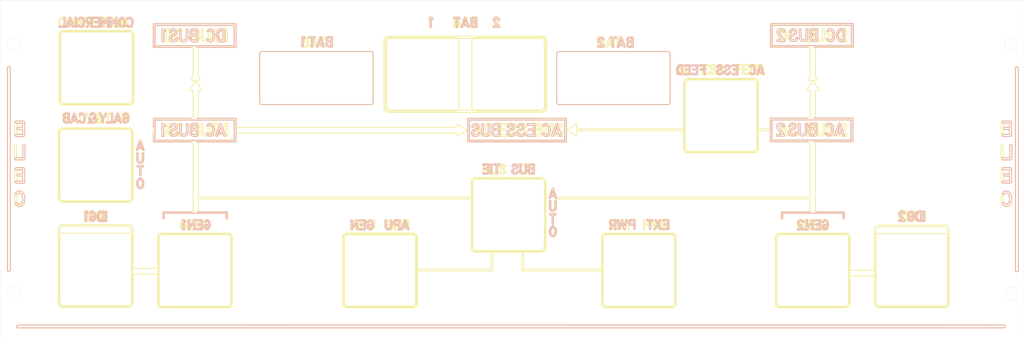
<source format=kicad_pcb>
(kicad_pcb (version 20241229) (generator "pcbnew") (generator_version "9.0")
  (layers (0 "F.Cu" signal) (2 "B.Cu" signal) (13 "F.Paste" user) (15 "B.Paste" user) (5 "F.SilkS" user "F.Silkscreen") (7 "B.SilkS" user "B.Silkscreen") (1 "F.Mask" user) (3 "B.Mask" user) (25 "Edge.Cuts" user))
  (net 0 "")
  (gr_line (start 123.002265 133.828419) (end 123.002265 137.899859) (stroke (width 0.28) (color 51 153 102 1)) (layer "F.SilkS"))
  (gr_curve (pts (xy 300.415847 105.368687) (xy 300.329299 105.569107) (xy 300.276077 105.756836) (xy 300.256088 105.931874)) (stroke (width 0.28) (color 51 153 102 1)) (layer "F.SilkS"))
  (gr_line (start 298.261367 107.374913) (end 298.279342 107.352864) (stroke (width 0.28) (color 51 153 102 1)) (layer "F.SilkS"))
  (gr_curve (pts (xy 289.543228 141.52969) (xy 289.543228 142.162363) (xy 289.033889 142.671711) (xy 288.401199 142.671711)) (stroke (width 0.28) (color 51 153 102 1)) (layer "F.SilkS"))
  (gr_line (start 105.176445 106.151703) (end 105.176445 106.132664) (stroke (width 0.28) (color 51 153 102 1)) (layer "F.SilkS"))
  (gr_curve (pts (xy 207.900939 100.971466) (xy 207.832595 100.911156) (xy 207.73352 100.880997) (xy 207.603714 100.880997)) (stroke (width 0.28) (color 51 153 102 1)) (layer "F.SilkS"))
  (gr_curve (pts (xy 91.490329 131.334378) (xy 91.488781 131.242234) (xy 91.455982 131.157986) (xy 91.391937 131.081639)) (stroke (width 0.28) (color 51 153 102 1)) (layer "F.SilkS"))
  (gr_line (start 298.522934 106.873856) (end 298.532928 106.839783) (stroke (width 0.28) (color 51 153 102 1)) (layer "F.SilkS"))
  (gr_curve (pts (xy 72.499963 130.580899) (xy 72.725151 130.706742) (xy 72.893526 130.883397) (xy 73.005086 131.110859)) (stroke (width 0.28) (color 51 153 102 1)) (layer "F.SilkS"))
  (gr_curve (pts (xy 120.304595 135.046114) (xy 120.235649 135.095358) (xy 120.160072 135.109999) (xy 120.077858 135.090035)) (stroke (width 0.28) (color 51 153 102 1)) (layer "F.SilkS"))
  (gr_line (start 110.437034 167.184786) (end 110.437034 164.393462) (stroke (width 0.28) (color 51 153 102 1)) (layer "F.SilkS"))
  (gr_curve (pts (xy 85.834163 103.571263) (xy 85.573986 103.439167) (xy 85.383003 103.215138) (xy 85.261203 102.899174)) (stroke (width 0.28) (color 51 153 102 1)) (layer "F.SilkS"))
  (gr_line (start 308.752975 104.394635) (end 308.752975 106.865841) (stroke (width 0.28) (color 51 153 102 1)) (layer "F.SilkS"))
  (gr_line (start 215.962951 133.86501) (end 216.181732 133.870999) (stroke (width 0.28) (color 51 153 102 1)) (layer "F.SilkS"))
  (gr_line (start 211.577407 137.192969) (end 211.54161 137.057215) (stroke (width 0.28) (color 51 153 102 1)) (layer "F.SilkS"))
  (gr_line (start 336.273391 161.898026) (end 336.258926 161.893932) (stroke (width 0.28) (color 51 153 102 1)) (layer "F.SilkS"))
  (gr_line (start 298.500976 105.392739) (end 298.488998 105.360669) (stroke (width 0.28) (color 51 153 102 1)) (layer "F.SilkS"))
  (gr_line (start 298.596817 106.551178) (end 298.599807 106.533139) (stroke (width 0.28) (color 51 153 102 1)) (layer "F.SilkS"))
  (gr_line (start 227.929229 135.846413) (end 227.962051 135.86538) (stroke (width 0.28) (color 51 153 102 1)) (layer "F.SilkS"))
  (gr_line (start 105.147495 106.537518) (end 105.152484 106.517476) (stroke (width 0.28) (color 51 153 102 1)) (layer "F.SilkS"))
  (gr_line (start 82.52745 162.973872) (end 82.541904 162.970597) (stroke (width 0.28) (color 51 153 102 1)) (layer "F.SilkS"))
  (gr_line (start 112.173774 107.655873) (end 112.954498 107.655873) (stroke (width 0.28) (color 51 153 102 1)) (layer "F.SilkS"))
  (gr_line (start 123.002265 137.899859) (end 122.39878 137.899859) (stroke (width 0.28) (color 51 153 102 1)) (layer "F.SilkS"))
  (gr_line (start 314.02687 134.92994) (end 313.977127 135.005803) (stroke (width 0.28) (color 51 153 102 1)) (layer "F.SilkS"))
  (gr_line (start 80.593521 163.167101) (end 80.594322 163.153182) (stroke (width 0.28) (color 51 153 102 1)) (layer "F.SilkS"))
  (gr_line (start 87.225452 133.437649) (end 87.722049 132.045208) (stroke (width 0.28) (color 51 153 102 1)) (layer "F.SilkS"))
  (gr_line (start 105.16846 105.978341) (end 105.164466 105.936249) (stroke (width 0.28) (color 51 153 102 1)) (layer "F.SilkS"))
  (gr_line (start 297.991806 107.599385) (end 298.007782 107.589364) (stroke (width 0.28) (color 51 153 102 1)) (layer "F.SilkS"))
  (gr_curve (pts (xy 208.356994 149.037102) (xy 208.341033 148.960495) (xy 208.359909 148.892933) (xy 208.41365 148.834416)) (stroke (width 0.28) (color 51 153 102 1)) (layer "F.SilkS"))
  (gr_curve (pts (xy 222.08284 136.440335) (xy 222.133224 136.690548) (xy 222.117645 136.924456) (xy 222.036087 137.142062)) (stroke (width 0.28) (color 51 153 102 1)) (layer "F.SilkS"))
  (gr_line (start 73.008186 133.132779) (end 72.995788 133.156475) (stroke (width 0.28) (color 51 153 102 1)) (layer "F.SilkS"))
  (gr_curve (pts (xy 72.803657 131.49392) (xy 72.733415 131.47865) (xy 72.679184 131.436264) (xy 72.640964 131.366761)) (stroke (width 0.28) (color 51 153 102 1)) (layer "F.SilkS"))
  (gr_curve (pts (xy 265.35585 116.18068) (xy 265.511016 116.617787) (xy 265.666198 117.054898) (xy 265.821365 117.492005)) (stroke (width 0.28) (color 51 153 102 1)) (layer "F.SilkS"))
  (gr_line (start 239.427337 109.760617) (end 239.427337 106.910153) (stroke (width 0.28) (color 51 153 102 1)) (layer "F.SilkS"))
  (gr_line (start 80.566211 162.760993) (end 80.561393 162.72988) (stroke (width 0.28) (color 51 153 102 1)) (layer "F.SilkS"))
  (gr_line (start 298.336242 107.271695) (end 298.34523 107.258667) (stroke (width 0.28) (color 51 153 102 1)) (layer "F.SilkS"))
  (gr_line (start 298.524932 105.458874) (end 298.517944 105.443844) (stroke (width 0.28) (color 51 153 102 1)) (layer "F.SilkS"))
  (gr_curve (pts (xy 85.175289 131.061894) (xy 85.33385 130.777562) (xy 85.563941 130.599591) (xy 85.86557 130.527977)) (stroke (width 0.28) (color 51 153 102 1)) (layer "F.SilkS"))
  (gr_curve (pts (xy 249.959213 107.78656) (xy 250.005325 107.679112) (xy 250.028381 107.581963) (xy 250.028381 107.495114)) (stroke (width 0.28) (color 51 153 102 1)) (layer "F.SilkS"))
  (gr_curve (pts (xy 105.372123 104.759774) (xy 105.605075 105.18734) (xy 105.721553 105.657666) (xy 105.721553 106.170742)) (stroke (width 0.28) (color 51 153 102 1)) (layer "F.SilkS"))
  (gr_curve (pts (xy 70.190572 136.896237) (xy 70.190572 136.263552) (xy 70.699909 135.754216) (xy 71.332593 135.754216)) (stroke (width 0.28) (color 51 153 102 1)) (layer "F.SilkS"))
  (gr_curve (pts (xy 113.761085 135.702921) (xy 113.965278 135.918532) (xy 114.092567 136.15144) (xy 114.142952 136.401654)) (stroke (width 0.28) (color 51 153 102 1)) (layer "F.SilkS"))
  (gr_curve (pts (xy 169.108558 164.16705) (xy 169.244583 164.179802) (xy 169.312599 164.253127) (xy 169.312599 164.387026)) (stroke (width 0.28) (color 51 153 102 1)) (layer "F.SilkS"))
  (gr_line (start 69.890184 190.557766) (end 69.890184 169.462768) (stroke (width 0.28) (color 0 0 255 1)) (layer "F.SilkS"))
  (gr_line (start 302.548751 137.29764) (end 302.538803 137.311615) (stroke (width 0.28) (color 51 153 102 1)) (layer "F.SilkS"))
  (gr_curve (pts (xy 314.030319 106.843792) (xy 314.054275 106.964047) (xy 314.059616 107.087639) (xy 314.046279 107.214573)) (stroke (width 0.28) (color 51 153 102 1)) (layer "F.SilkS"))
  (gr_line (start 83.507476 131.349522) (end 83.037857 131.349522) (stroke (width 0.28) (color 51 153 102 1)) (layer "F.SilkS"))
  (gr_curve (pts (xy 223.190567 173.209427) (xy 223.190567 173.868998) (xy 222.659591 174.4) (xy 222 174.4)) (stroke (width 0.28) (color 51 153 102 1)) (layer "F.SilkS"))
  (gr_line (start 79.377582 164.781704) (end 79.151104 164.781704) (stroke (width 0.28) (color 51 153 102 1)) (layer "F.SilkS"))
  (gr_curve (pts (xy 149.331192 109.764595) (xy 149.262359 109.900101) (xy 149.164497 109.944466) (xy 149.03759 109.897683)) (stroke (width 0.28) (color 51 153 102 1)) (layer "F.SilkS"))
  (gr_curve (pts (xy 76.685478 101.463059) (xy 76.507709 101.773217) (xy 76.329937 102.083367) (xy 76.152168 102.393521)) (stroke (width 0.28) (color 51 153 102 1)) (layer "F.SilkS"))
  (gr_curve (pts (xy 221.03865 135.416195) (xy 221.203064 135.398894) (xy 221.325393 135.339335) (xy 221.405609 135.237519)) (stroke (width 0.28) (color 51 153 102 1)) (layer "F.SilkS"))
  (gr_curve (pts (xy 301.900375 133.912789) (xy 302.12181 134.007946) (xy 302.303451 134.141371) (xy 302.445327 134.313059)) (stroke (width 0.28) (color 51 153 102 1)) (layer "F.SilkS"))
  (gr_curve (pts (xy 194.345886 103.710556) (xy 194.213592 103.692273) (xy 194.137237 103.617527) (xy 194.116806 103.486325)) (stroke (width 0.28) (color 51 153 102 1)) (layer "F.SilkS"))
  (gr_curve (pts (xy 90.700817 103.655274) (xy 90.580577 103.698597) (xy 90.487804 103.654217) (xy 90.4225 103.522122)) (stroke (width 0.28) (color 51 153 102 1)) (layer "F.SilkS"))
  (gr_curve (pts (xy 348.933914 165.895453) (xy 349.59349 165.895453) (xy 350.124496 166.483527) (xy 350.124496 167.214018)) (stroke (width 0.28) (color 51 153 102 1)) (layer "F.SilkS"))
  (gr_line (start 150.15229 107.506165) (end 149.65866 108.861226) (stroke (width 0.28) (color 51 153 102 1)) (layer "F.SilkS"))
  (gr_curve (pts (xy 162.789833 164.310512) (xy 162.824905 164.213808) (xy 162.894508 164.164924) (xy 162.998649 164.163862)) (stroke (width 0.28) (color 51 153 102 1)) (layer "F.SilkS"))
  (gr_line (start 366.90303 147.765086) (end 369.208358 147.765086) (stroke (width 0.28) (color 51 153 102 1)) (layer "F.SilkS"))
  (gr_curve (pts (xy 94.467601 151.948453) (xy 94.587596 151.609689) (xy 94.778991 151.363365) (xy 95.04179 151.209482)) (stroke (width 0.28) (color 51 153 102 1)) (layer "F.SilkS"))
  (gr_line (start 210.390243 147.299099) (end 210.404602 147.340596) (stroke (width 0.28) (color 51 153 102 1)) (layer "F.SilkS"))
  (gr_curve (pts (xy 258.819213 167.362881) (xy 258.716476 167.367053) (xy 258.642166 167.314381) (xy 258.596267 167.204864)) (stroke (width 0.28) (color 51 153 102 1)) (layer "F.SilkS"))
  (gr_curve (pts (xy 182.537277 190.71921) (xy 182.537277 191.288449) (xy 182.079147 191.746708) (xy 181.51007 191.746708)) (stroke (width 0.28) (color 0 0 255 1)) (layer "F.SilkS"))
  (gr_line (start 298.368194 105.117157) (end 298.361206 105.10413) (stroke (width 0.28) (color 51 153 102 1)) (layer "F.SilkS"))
  (gr_line (start 155.09539 107.330342) (end 155.09539 106.827767) (stroke (width 0.28) (color 51 153 102 1)) (layer "F.SilkS"))
  (gr_curve (pts (xy 259.388702 164.164999) (xy 259.516464 164.191074) (xy 259.575134 164.27608) (xy 259.564712 164.420016)) (stroke (width 0.28) (color 51 153 102 1)) (layer "F.SilkS"))
  (gr_line (start 317.906326 108.22295) (end 315.437332 108.222786) (stroke (width 0.28) (color 51 153 102 1)) (layer "F.SilkS"))
  (gr_line (start 78.926098 164.781704) (end 78.927833 161.657299) (stroke (width 0.28) (color 51 153 102 1)) (layer "F.SilkS"))
  (gr_line (start 112.095985 161.728279) (end 112.095985 139.657835) (stroke (width 0.28) (color 51 153 102 1)) (layer "F.SilkS"))
  (gr_line (start 291.261337 116.356305) (end 291.257507 116.343033) (stroke (width 0.28) (color 51 153 102 1)) (layer "F.SilkS"))
  (gr_curve (pts (xy 217.231887 134.795323) (xy 217.24646 134.860537) (xy 217.239837 134.919762) (xy 217.21199 134.972998)) (stroke (width 0.28) (color 51 153 102 1)) (layer "F.SilkS"))
  (gr_line (start 290.792755 118.061024) (end 290.801178 118.058682) (stroke (width 0.28) (color 51 153 102 1)) (layer "F.SilkS"))
  (gr_curve (pts (xy 79.815372 103.442868) (xy 79.792568 103.590813) (xy 79.71923 103.664521) (xy 79.595363 103.66399)) (stroke (width 0.28) (color 51 153 102 1)) (layer "F.SilkS"))
  (gr_curve (pts (xy 86.384639 130.579316) (xy 86.557144 130.654614) (xy 86.698661 130.760186) (xy 86.809188 130.896031)) (stroke (width 0.28) (color 51 153 102 1)) (layer "F.SilkS"))
  (gr_curve (pts (xy 103.430583 137.721259) (xy 103.345726 137.888953) (xy 103.225063 137.943854) (xy 103.068603 137.885958)) (stroke (width 0.28) (color 51 153 102 1)) (layer "F.SilkS"))
  (gr_line (start 103.544944 135.769801) (end 104.184379 134.009995) (stroke (width 0.28) (color 51 153 102 1)) (layer "F.SilkS"))
  (gr_curve (pts (xy 180.042007 167.208456) (xy 180.042007 167.320038) (xy 179.988067 167.390972) (xy 179.880203 167.421259)) (stroke (width 0.28) (color 51 153 102 1)) (layer "F.SilkS"))
  (gr_curve (pts (xy 117.934814 136.625248) (xy 118.00177 136.552046) (xy 118.084976 136.524098) (xy 118.184417 136.541399)) (stroke (width 0.28) (color 51 153 102 1)) (layer "F.SilkS"))
  (gr_line (start 182.690567 169.633994) (end 182.690567 190.709427) (stroke (width 0.28) (color 51 153 102 1)) (layer "F.SilkS"))
  (gr_line (start 92.002899 191.738556) (end 70.927467 191.738556) (stroke (width 0.28) (color 51 153 102 1)) (layer "F.SilkS"))
  (gr_curve (pts (xy 107.428295 134.584952) (xy 107.298351 134.712719) (xy 107.190288 134.876423) (xy 107.104103 135.07606)) (stroke (width 0.28) (color 51 153 102 1)) (layer "F.SilkS"))
  (gr_line (start 88.42163 131.377816) (end 87.947498 132.704701) (stroke (width 0.28) (color 51 153 102 1)) (layer "F.SilkS"))
  (gr_line (start 298.628768 106.128285) (end 298.627761 106.109246) (stroke (width 0.28) (color 51 153 102 1)) (layer "F.SilkS"))
  (gr_curve (pts (xy 84.473678 103.621987) (xy 84.423923 103.657914) (xy 84.366653 103.670067) (xy 84.301868 103.658444)) (stroke (width 0.28) (color 51 153 102 1)) (layer "F.SilkS"))
  (gr_curve (pts (xy 261.728881 111.227257) (xy 262.056671 111.227257) (xy 262.322387 111.591244) (xy 262.322387 112.040249)) (stroke (width 0.28) (color 0 0 255 1)) (layer "F.SilkS"))
  (gr_curve (pts (xy 302.485763 164.85185) (xy 302.583236 164.625826) (xy 302.728927 164.446429) (xy 302.922805 164.313659)) (stroke (width 0.28) (color 51 153 102 1)) (layer "F.SilkS"))
  (gr_line (start 104.483581 107.627812) (end 104.501552 107.619797) (stroke (width 0.28) (color 51 153 102 1)) (layer "F.SilkS"))
  (gr_line (start 103.066062 162.176801) (end 103.056831 162.176801) (stroke (width 0.28) (color 51 153 102 1)) (layer "F.SilkS"))
  (gr_line (start 105.110553 106.737938) (end 105.113548 106.722908) (stroke (width 0.28) (color 51 153 102 1)) (layer "F.SilkS"))
  (gr_line (start 80.594322 163.153182) (end 80.595127 163.135987) (stroke (width 0.28) (color 51 153 102 1)) (layer "F.SilkS"))
  (gr_line (start 197.241516 103.104004) (end 197.0802 103.554078) (stroke (width 0.28) (color 51 153 102 1)) (layer "F.SilkS"))
  (gr_curve (pts (xy 119.190277 104.679604) (xy 119.011901 104.682274) (xy 118.875457 104.759774) (xy 118.780944 104.912095)) (stroke (width 0.28) (color 51 153 102 1)) (layer "F.SilkS"))
  (gr_line (start 204.947219 148.873516) (end 205.811431 148.820052) (stroke (width 0.28)) (layer "F.SilkS"))
  (gr_line (start 227.798965 135.777539) (end 227.83078 135.791514) (stroke (width 0.28) (color 51 153 102 1)) (layer "F.SilkS"))
  (gr_line (start 298.331253 105.056027) (end 298.297302 105.00993) (stroke (width 0.28) (color 51 153 102 1)) (layer "F.SilkS"))
  (gr_curve (pts (xy 84.15649 101.08342) (xy 84.063201 100.951859) (xy 83.934665 100.879204) (xy 83.770889 100.865471)) (stroke (width 0.28) (color 51 153 102 1)) (layer "F.SilkS"))
  (gr_curve (pts (xy 248.91629 106.908146) (xy 249.088821 106.753594) (xy 249.322006 106.67632) (xy 249.615829 106.67632)) (stroke (width 0.28) (color 51 153 102 1)) (layer "F.SilkS"))
  (gr_line (start 255.108947 166.000182) (end 255.079223 166.001747) (stroke (width 0.28) (color 51 153 102 1)) (layer "F.SilkS"))
  (gr_curve (pts (xy 336.53038 164.125065) (xy 336.532547 164.122882) (xy 336.535202 164.120153) (xy 336.538436 164.116878)) (stroke (width 0.28) (color 51 153 102 1)) (layer "F.SilkS"))
  (gr_line (start 196.655929 103.399212) (end 197.172958 101.977211) (stroke (width 0.28) (color 51 153 102 1)) (layer "F.SilkS"))
  (gr_line (start 291.128875 117.769879) (end 291.141128 117.751145) (stroke (width 0.28) (color 51 153 102 1)) (layer "F.SilkS"))
  (gr_curve (pts (xy 166.091865 165.469371) (xy 166.184852 165.388607) (xy 166.239311 165.287652) (xy 166.255249 165.166505)) (stroke (width 0.28) (color 51 153 102 1)) (layer "F.SilkS"))
  (gr_curve (pts (xy 72.996564 132.061005) (xy 73.039432 132.104706) (xy 73.060867 132.157097) (xy 73.060867 132.218178)) (stroke (width 0.28) (color 51 153 102 1)) (layer "F.SilkS"))
  (gr_curve (pts (xy 312.92015 107.649491) (xy 313.181045 107.649491) (xy 313.360092 107.526566) (xy 313.45726 107.280713)) (stroke (width 0.28) (color 51 153 102 1)) (layer "F.SilkS"))
  (gr_curve (pts (xy 212.058731 136.793694) (xy 212.122375 137.082503) (xy 212.233413 137.254857) (xy 212.391861 137.310755)) (stroke (width 0.28) (color 51 153 102 1)) (layer "F.SilkS"))
  (gr_curve (pts (xy 247.154922 164.271386) (xy 247.242538 164.15144) (xy 247.342147 164.122757) (xy 247.45375 164.185338)) (stroke (width 0.28) (color 51 153 102 1)) (layer "F.SilkS"))
  (gr_curve (pts (xy 259.868225 164.377774) (xy 259.868225 164.317279) (xy 259.889343 164.26565) (xy 259.931594 164.222886)) (stroke (width 0.28) (color 51 153 102 1)) (layer "F.SilkS"))
  (gr_line (start 109.831665 166.870249) (end 109.817436 166.893958) (stroke (width 0.28) (color 51 153 102 1)) (layer "F.SilkS"))
  (gr_curve (pts (xy 210.339965 149.467213) (xy 210.255386 149.590104) (xy 210.149261 149.685063) (xy 210.021575 149.752093)) (stroke (width 0.28) (color 51 153 102 1)) (layer "F.SilkS"))
  (gr_curve (pts (xy 120.004943 107.285092) (xy 120.047538 107.175526) (xy 120.054191 107.061619) (xy 120.02491 106.943371)) (stroke (width 0.28) (color 51 153 102 1)) (layer "F.SilkS"))
  (gr_curve (pts (xy 78.47005 164.555725) (xy 78.446491 164.709653) (xy 78.370197 164.786344) (xy 78.241161 164.785798)) (stroke (width 0.28) (color 51 153 102 1)) (layer "F.SilkS"))
  (gr_curve (pts (xy 113.583076 134.871432) (xy 113.581085 134.754977) (xy 113.538986 134.648503) (xy 113.456779 134.552012)) (stroke (width 0.28) (color 51 153 102 1)) (layer "F.SilkS"))
  (gr_line (start 80.571029 162.790469) (end 80.567817 162.77655) (stroke (width 0.28) (color 51 153 102 1)) (layer "F.SilkS"))
  (gr_line (start 313.589309 135.784388) (end 313.620132 135.803355) (stroke (width 0.28) (color 51 153 102 1)) (layer "F.SilkS"))
  (gr_curve (pts (xy 72.05372 132.218178) (xy 72.05372 132.087593) (xy 72.116731 132.014405) (xy 72.242754 131.998612)) (stroke (width 0.28) (color 51 153 102 1)) (layer "F.SilkS"))
  (gr_curve (pts (xy 286.988296 118.299092) (xy 286.988296 118.423977) (xy 286.91632 118.49683) (xy 286.772384 118.517643)) (stroke (width 0.28) (color 51 153 102 1)) (layer "F.SilkS"))
  (gr_line (start 298.191482 107.449067) (end 298.209457 107.433033) (stroke (width 0.28) (color 51 153 102 1)) (layer "F.SilkS"))
  (gr_curve (pts (xy 289.755325 115.526581) (xy 289.758377 115.469342) (xy 289.780578 115.420685) (xy 289.821929 115.380619)) (stroke (width 0.28) (color 51 153 102 1)) (layer "F.SilkS"))
  (gr_line (start 297.792144 104.679234) (end 297.78215 104.679234) (stroke (width 0.28) (color 51 153 102 1)) (layer "F.SilkS"))
  (gr_line (start 160.832595 168.921711) (end 181.048553 168.921711) (stroke (width 0.28) (color 51 153 102 1)) (layer "F.SilkS"))
  (gr_curve (pts (xy 225.030212 161.027916) (xy 225.231994 161.152994) (xy 225.44429 161.147508) (xy 225.667068 161.011458)) (stroke (width 0.28) (color 51 153 102 1)) (layer "F.SilkS"))
  (gr_line (start 338.808059 163.422565) (end 338.793594 163.420928) (stroke (width 0.28) (color 51 153 102 1)) (layer "F.SilkS"))
  (gr_line (start 105.036674 105.365048) (end 105.029686 105.350014) (stroke (width 0.28) (color 51 153 102 1)) (layer "F.SilkS"))
  (gr_line (start 74.979093 130.652771) (end 75.972293 133.445546) (stroke (width 0.28) (color 51 153 102 1)) (layer "F.SilkS"))
  (gr_line (start 272.808609 118.078976) (end 274.078048 118.078976) (stroke (width 0.28) (color 51 153 102 1)) (layer "F.SilkS"))
  (gr_line (start 109.844306 166.84654) (end 109.831665 166.870249) (stroke (width 0.28) (color 51 153 102 1)) (layer "F.SilkS"))
  (gr_line (start 201.332595 151.421711) (end 221.548553 151.421711) (stroke (width 0.28) (color 51 153 102 1)) (layer "F.SilkS"))
  (gr_line (start 291.239135 116.29152) (end 291.233764 116.279812) (stroke (width 0.28) (color 51 153 102 1)) (layer "F.SilkS"))
  (gr_curve (pts (xy 217.151336 137.455492) (xy 217.045913 137.609213) (xy 216.91365 137.727997) (xy 216.754547 137.811844)) (stroke (width 0.28) (color 51 153 102 1)) (layer "F.SilkS"))
  (gr_curve (pts (xy 116.919998 107.93546) (xy 116.641784 108.129872) (xy 116.34494 108.22073) (xy 116.029457 108.208035)) (stroke (width 0.28) (color 51 153 102 1)) (layer "F.SilkS"))
  (gr_curve (pts (xy 212.544021 135.350314) (xy 212.551315 135.353642) (xy 212.558609 135.356968) (xy 212.565902 135.360297)) (stroke (width 0.28) (color 51 153 102 1)) (layer "F.SilkS"))
  (gr_line (start 247.427154 167.247106) (end 246.710601 165.970457) (stroke (width 0.28) (color 51 153 102 1)) (layer "F.SilkS"))
  (gr_line (start 80.577457 162.821582) (end 80.571029 162.790469) (stroke (width 0.28) (color 51 153 102 1)) (layer "F.SilkS"))
  (gr_curve (pts (xy 276.428558 116.30869) (xy 276.365264 116.294121) (xy 276.316772 116.252491) (xy 276.283096 116.183804)) (stroke (width 0.28) (color 51 153 102 1)) (layer "F.SilkS"))
  (gr_line (start 93.193473 167.078832) (end 92.693473 167.529178) (stroke (width 0.28)) (layer "F.SilkS"))
  (gr_curve (pts (xy 224.909118 168.855398) (xy 224.989471 168.98105) (xy 225.094802 169.064358) (xy 225.225112 169.105319)) (stroke (width 0.28) (color 51 153 102 1)) (layer "F.SilkS"))
  (gr_curve (pts (xy 241.914505 191.746708) (xy 241.345428 191.746708) (xy 240.887283 191.288449) (xy 240.887283 190.71921)) (stroke (width 0.28) (color 0 0 255 1)) (layer "F.SilkS"))
  (gr_curve (pts (xy 312.430954 105.615204) (xy 312.438949 105.618546) (xy 312.446914 105.621884) (xy 312.45491 105.625225)) (stroke (width 0.28) (color 51 153 102 1)) (layer "F.SilkS"))
  (gr_line (start 290.732269 118.074292) (end 290.738403 118.073513) (stroke (width 0.28) (color 51 153 102 1)) (layer "F.SilkS"))
  (gr_line (start 87.536716 103.446038) (end 88.430748 103.358857) (stroke (width 0.28)) (layer "F.SilkS"))
  (gr_line (start 298.377182 107.208561) (end 298.38417 107.195534) (stroke (width 0.28) (color 51 153 102 1)) (layer "F.SilkS"))
  (gr_line (start 313.508163 106.103234) (end 313.541122 106.122273) (stroke (width 0.28) (color 51 153 102 1)) (layer "F.SilkS"))
  (gr_curve (pts (xy 88.423179 130.507443) (xy 88.52441 130.50639) (xy 88.592586 130.554833) (xy 88.627708 130.652771)) (stroke (width 0.28) (color 51 153 102 1)) (layer "F.SilkS"))
  (gr_line (start 291.165634 116.132286) (end 291.153381 116.111992) (stroke (width 0.28) (color 51 153 102 1)) (layer "F.SilkS"))
  (gr_curve (pts (xy 339.206405 162.310683) (xy 339.081131 161.994094) (xy 338.919693 161.855996) (xy 338.722122 161.896388)) (stroke (width 0.28) (color 51 153 102 1)) (layer "F.SilkS"))
  (gr_line (start 161.766464 167.120784) (end 162.277351 165.715648) (stroke (width 0.28) (color 51 153 102 1)) (layer "F.SilkS"))
  (gr_line (start 296.556167 104.394635) (end 296.554168 104.378601) (stroke (width 0.28) (color 51 153 102 1)) (layer "F.SilkS"))
  (gr_line (start 80.346958 164.028441) (end 80.354187 164.018616) (stroke (width 0.28) (color 51 153 102 1)) (layer "F.SilkS"))
  (gr_line (start 336.201126 164.310106) (end 336.208328 164.309287) (stroke (width 0.28) (color 51 153 102 1)) (layer "F.SilkS"))
  (gr_curve (pts (xy 338.277999 162.390922) (xy 338.181625 162.670394) (xy 338.1436 162.97088) (xy 338.163955 163.292382)) (stroke (width 0.28) (color 51 153 102 1)) (layer "F.SilkS"))
  (gr_curve (pts (xy 246.710601 165.970457) (xy 246.474365 166.396007) (xy 246.238113 166.821556) (xy 246.001876 167.247106)) (stroke (width 0.28) (color 51 153 102 1)) (layer "F.SilkS"))
  (gr_curve (pts (xy 209.014526 148.199223) (xy 208.77301 148.071545) (xy 208.622985 147.890137) (xy 208.564468 147.654999)) (stroke (width 0.28) (color 51 153 102 1)) (layer "F.SilkS"))
  (gr_line (start 117.927848 137.154288) (end 117.892051 137.018532) (stroke (width 0.28) (color 51 153 102 1)) (layer "F.SilkS"))
  (gr_line (start 80.420845 163.902351) (end 80.428073 163.889251) (stroke (width 0.28) (color 51 153 102 1)) (layer "F.SilkS"))
  (gr_line (start 104.401718 107.65086) (end 104.411701 107.649861) (stroke (width 0.28) (color 51 153 102 1)) (layer "F.SilkS"))
  (gr_curve (pts (xy 367.746261 156.007632) (xy 367.590652 156.160052) (xy 367.461257 156.355339) (xy 367.358078 156.593494)) (stroke (width 0.28) (color 51 153 102 1)) (layer "F.SilkS"))
  (gr_line (start 336.694229 163.881073) (end 336.699844 163.870429) (stroke (width 0.28) (color 51 153 102 1)) (layer "F.SilkS"))
  (gr_curve (pts (xy 147.901115 107.726361) (xy 147.966178 107.644089) (xy 147.997909 107.555905) (xy 147.996292 107.461804)) (stroke (width 0.28) (color 51 153 102 1)) (layer "F.SilkS"))
  (gr_line (start 298.279342 107.352864) (end 298.295318 107.330819) (stroke (width 0.28) (color 51 153 102 1)) (layer "F.SilkS"))
  (gr_curve (pts (xy 94.718887 146.188679) (xy 94.507408 146.009839) (xy 94.39252 145.74926) (xy 94.374225 145.406941)) (stroke (width 0.28) (color 51 153 102 1)) (layer "F.SilkS"))
  (gr_line (start 289.113708 118.517643) (end 287.631423 118.517643) (stroke (width 0.28) (color 51 153 102 1)) (layer "F.SilkS"))
  (gr_curve (pts (xy 115.655517 137.254107) (xy 115.904136 137.405831) (xy 116.165672 137.399176) (xy 116.440147 137.234143)) (stroke (width 0.28) (color 51 153 102 1)) (layer "F.SilkS"))
  (gr_line (start 318.940567 181.886317) (end 318.940567 190.709427) (stroke (width 0.28) (color 51 153 102 1)) (layer "F.SilkS"))
  (gr_line (start 201.658416 134.965014) (end 201.399856 134.048678) (stroke (width 0.28)) (layer "F.SilkS"))
  (gr_curve (pts (xy 274.970779 117.443608) (xy 275.051422 117.460263) (xy 275.107574 117.511258) (xy 275.139221 117.596596)) (stroke (width 0.28) (color 51 153 102 1)) (layer "F.SilkS"))
  (gr_curve (pts (xy 84.91188 131.997818) (xy 84.928924 131.6582) (xy 85.016727 131.346226) (xy 85.175289 131.061894)) (stroke (width 0.28) (color 51 153 102 1)) (layer "F.SilkS"))
  (gr_line (start 200.285553 103.484711) (end 200.285553 100.861702) (stroke (width 0.28) (color 51 153 102 1)) (layer "F.SilkS"))
  (gr_curve (pts (xy 177.084289 165.707678) (xy 177.083755 165.836794) (xy 177.00856 165.911979) (xy 176.858734 165.933233)) (stroke (width 0.28) (color 51 153 102 1)) (layer "F.SilkS"))
  (gr_line (start 278.720886 116.183804) (end 278.63591 115.998814) (stroke (width 0.28) (color 51 153 102 1)) (layer "F.SilkS"))
  (gr_line (start 298.628768 106.166367) (end 298.628768 106.147328) (stroke (width 0.28) (color 51 153 102 1)) (layer "F.SilkS"))
  (gr_line (start 104.375759 107.653866) (end 104.383747 107.652867) (stroke (width 0.28) (color 51 153 102 1)) (layer "F.SilkS"))
  (gr_line (start 162.789833 164.310512) (end 162.997055 165.042171) (stroke (width 0.28)) (layer "F.SilkS"))
  (gr_line (start 181.5 191.9) (end 160.424568 191.9) (stroke (width 0.28) (color 51 153 102 1)) (layer "F.SilkS"))
  (gr_curve (pts (xy 82.495323 164.775973) (xy 82.186924 164.767785) (xy 81.92778 164.590113) (xy 81.717899 164.242957)) (stroke (width 0.28) (color 51 153 102 1)) (layer "F.SilkS"))
  (gr_line (start 80.185531 164.208569) (end 80.201595 164.195469) (stroke (width 0.28) (color 51 153 102 1)) (layer "F.SilkS"))
  (gr_line (start 249.187912 107.568314) (end 249.187912 107.583805) (stroke (width 0.28) (color 51 153 102 1)) (layer "F.SilkS"))
  (gr_curve (pts (xy 240.663024 107.934513) (xy 240.796371 107.920533) (xy 240.895584 107.872406) (xy 240.960647 107.790135)) (stroke (width 0.28) (color 51 153 102 1)) (layer "F.SilkS"))
  (gr_line (start 348.943985 191.720452) (end 327.848403 191.720452) (stroke (width 0.28) (color 0 0 255 1)) (layer "F.SilkS"))
  (gr_line (start 312.036453 167.408504) (end 310.089096 167.408376) (stroke (width 0.28) (color 51 153 102 1)) (layer "F.SilkS"))
  (gr_line (start 341.255722 164.275971) (end 342.531845 164.275971) (stroke (width 0.28) (color 51 153 102 1)) (layer "F.SilkS"))
  (gr_line (start 177.17276 167.428432) (end 175.62973 167.428432) (stroke (width 0.28) (color 51 153 102 1)) (layer "F.SilkS"))
  (gr_curve (pts (xy 227.878524 137.811844) (xy 227.707473 137.902346) (xy 227.530456 137.947598) (xy 227.347473 137.947598)) (stroke (width 0.28) (color 51 153 102 1)) (layer "F.SilkS"))
  (gr_curve (pts (xy 302.193923 107.203553) (xy 302.333023 107.313782) (xy 302.353317 107.438378) (xy 302.254806 107.57734)) (stroke (width 0.28) (color 51 153 102 1)) (layer "F.SilkS"))
  (gr_line (start 167.613365 164.387026) (end 167.613365 166.352463) (stroke (width 0.28) (color 51 153 102 1)) (layer "F.SilkS"))
  (gr_curve (pts (xy 312.026199 164.981998) (xy 312.026199 165.104172) (xy 311.998031 165.235914) (xy 311.941665 165.377222)) (stroke (width 0.28) (color 51 153 102 1)) (layer "F.SilkS"))
  (gr_curve (pts (xy 152.991462 109.695233) (xy 152.966728 109.847943) (xy 152.887413 109.923226) (xy 152.753524 109.921074)) (stroke (width 0.28) (color 51 153 102 1)) (layer "F.SilkS"))
  (gr_curve (pts (xy 215.558212 137.310755) (xy 215.716659 137.366654) (xy 215.937103 137.391941) (xy 216.219528 137.386616)) (stroke (width 0.28) (color 51 153 102 1)) (layer "F.SilkS"))
  (gr_curve (pts (xy 71.332593 158.254216) (xy 70.699909 158.254216) (xy 70.190572 157.74487) (xy 70.190572 157.112196)) (stroke (width 0.28) (color 51 153 102 1)) (layer "F.SilkS"))
  (gr_curve (pts (xy 246.001876 167.247106) (xy 245.911132 167.36601) (xy 245.809692 167.394693) (xy 245.69757 167.333155)) (stroke (width 0.28) (color 51 153 102 1)) (layer "F.SilkS"))
  (gr_curve (pts (xy 307.359024 134.051535) (xy 307.530746 134.183297) (xy 307.649734 134.342007) (xy 307.716049 134.52767)) (stroke (width 0.28) (color 51 153 102 1)) (layer "F.SilkS"))
  (gr_curve (pts (xy 307.061691 137.125952) (xy 307.179702 136.988867) (xy 307.241043 136.836811) (xy 307.245681 136.669781)) (stroke (width 0.28) (color 51 153 102 1)) (layer "F.SilkS"))
  (gr_curve (pts (xy 95.916503 151.894483) (xy 95.826374 151.728976) (xy 95.69823 151.623527) (xy 95.532085 151.578137)) (stroke (width 0.28) (color 51 153 102 1)) (layer "F.SilkS"))
  (gr_line (start 174.07077 165.665436) (end 174.658966 165.665436) (stroke (width 0.28) (color 51 153 102 1)) (layer "F.SilkS"))
  (gr_curve (pts (xy 108.875228 136.903742) (xy 109.013786 137.013543) (xy 109.034004 137.13765) (xy 108.93589 137.276066)) (stroke (width 0.28) (color 51 153 102 1)) (layer "F.SilkS"))
  (gr_line (start 258.596267 167.204864) (end 258.004882 165.186631) (stroke (width 0.28) (color 51 153 102 1)) (layer "F.SilkS"))
  (gr_curve (pts (xy 76.503757 130.508233) (xy 76.632881 130.510868) (xy 76.703121 130.585373) (xy 76.714485 130.731751)) (stroke (width 0.28) (color 51 153 102 1)) (layer "F.SilkS"))
  (gr_curve (pts (xy 54.560107 116.350651) (xy 54.560107 116.173497) (xy 54.359056 116.029847) (xy 54.110885 116.029545)) (stroke (width 0.28) (color 51 153 102 1)) (layer "F.SilkS"))
  (gr_curve (pts (xy 311.047378 164.165283) (xy 311.363388 164.165283) (xy 311.605117 164.2352) (xy 311.772537 164.375035)) (stroke (width 0.28) (color 51 153 102 1)) (layer "F.SilkS"))
  (gr_line (start 156.042144 106.540581) (end 156.042144 109.802838) (stroke (width 0.28) (color 51 153 102 1)) (layer "F.SilkS"))
  (gr_line (start 87.536716 103.446038) (end 87.536716 100.643555) (stroke (width 0.28) (color 51 153 102 1)) (layer "F.SilkS"))
  (gr_line (start 336.511123 162.051954) (end 336.48381 162.024116) (stroke (width 0.28) (color 51 153 102 1)) (layer "F.SilkS"))
  (gr_curve (pts (xy 117.99324 106.928341) (xy 118.060462 106.854851) (xy 118.143989 106.826794) (xy 118.243827 106.844162)) (stroke (width 0.28) (color 51 153 102 1)) (layer "F.SilkS"))
  (gr_line (start 178.290161 165.179258) (end 178.290161 167.208456) (stroke (width 0.28) (color 51 153 102 1)) (layer "F.SilkS"))
  (gr_line (start 80.593521 163.009898) (end 80.590305 162.977147) (stroke (width 0.28) (color 51 153 102 1)) (layer "F.SilkS"))
  (gr_curve (pts (xy 223.037277 173.21921) (xy 223.037277 173.788449) (xy 222.579147 174.246709) (xy 222.01007 174.246709)) (stroke (width 0.28) (color 0 0 255 1)) (layer "F.SilkS"))
  (gr_line (start 80.594322 163.058205) (end 80.593521 163.041011) (stroke (width 0.28) (color 51 153 102 1)) (layer "F.SilkS"))
  (gr_line (start 76.714485 130.731751) (end 76.714485 133.303379) (stroke (width 0.28) (color 51 153 102 1)) (layer "F.SilkS"))
  (gr_line (start 316.114791 134.964608) (end 315.396804 134.964608) (stroke (width 0.28) (color 51 153 102 1)) (layer "F.SilkS"))
  (gr_line (start 80.273876 162.091244) (end 80.24496 162.060131) (stroke (width 0.28) (color 51 153 102 1)) (layer "F.SilkS"))
  (gr_line (start 80.286724 164.10868) (end 80.299575 164.092304) (stroke (width 0.28) (color 51 153 102 1)) (layer "F.SilkS"))
  (gr_curve (pts (xy 215.463745 134.980984) (xy 215.482299 135.128718) (xy 215.551254 135.243176) (xy 215.670593 135.32436)) (stroke (width 0.28) (color 51 153 102 1)) (layer "F.SilkS"))
  (gr_line (start 80.140556 164.239682) (end 80.147785 164.235588) (stroke (width 0.28) (color 51 153 102 1)) (layer "F.SilkS"))
  (gr_line (start 108.78453 107.607769) (end 108.774551 107.6218) (stroke (width 0.28) (color 51 153 102 1)) (layer "F.SilkS"))
  (gr_line (start 118.978622 105.619584) (end 119.002586 105.629605) (stroke (width 0.28) (color 51 153 102 1)) (layer "F.SilkS"))
  (gr_curve (pts (xy 113.506591 105.496323) (xy 113.587127 105.394108) (xy 113.626396 105.284542) (xy 113.624397 105.16763)) (stroke (width 0.28) (color 51 153 102 1)) (layer "F.SilkS"))
  (gr_curve (pts (xy 91.39891 131.593438) (xy 91.461406 131.512875) (xy 91.491878 131.426522) (xy 91.490329 131.334378)) (stroke (width 0.28) (color 51 153 102 1)) (layer "F.SilkS"))
  (gr_curve (pts (xy 265.821365 117.492005) (xy 265.666198 117.054898) (xy 265.511016 116.617787) (xy 265.35585 116.18068)) (stroke (width 0.28) (color 51 153 102 1)) (layer "F.SilkS"))
  (gr_line (start 306.43077 106.234509) (end 305.626083 106.234509) (stroke (width 0.28) (color 51 153 102 1)) (layer "F.SilkS"))
  (gr_line (start 70.440572 126.457436) (end 70.440572 106.241475) (stroke (width 0.28) (color 51 153 102 1)) (layer "F.SilkS"))
  (gr_curve (pts (xy 84.529651 103.320813) (xy 84.595993 103.440224) (xy 84.577335 103.540615) (xy 84.473678 103.621987)) (stroke (width 0.28) (color 51 153 102 1)) (layer "F.SilkS"))
  (gr_curve (pts (xy 276.603134 116.274346) (xy 276.550048 116.312855) (xy 276.491851 116.324303) (xy 276.428558 116.30869)) (stroke (width 0.28) (color 51 153 102 1)) (layer "F.SilkS"))
  (gr_curve (pts (xy 203.026779 137.941609) (xy 202.87297 137.996176) (xy 202.754303 137.940278) (xy 202.670776 137.773915)) (stroke (width 0.28) (color 51 153 102 1)) (layer "F.SilkS"))
  (gr_line (start 104.757133 107.437413) (end 104.765121 107.429394) (stroke (width 0.28) (color 51 153 102 1)) (layer "F.SilkS"))
  (gr_line (start 80.2289 164.167631) (end 80.235324 164.161081) (stroke (width 0.28) (color 51 153 102 1)) (layer "F.SilkS"))
  (gr_line (start 110.881179 165.477747) (end 111.880111 165.477747) (stroke (width 0.28) (color 51 153 102 1)) (layer "F.SilkS"))
  (gr_curve (pts (xy 284.431045 115.320515) (xy 284.572952 115.331963) (xy 284.64389 115.405594) (xy 284.64389 115.541413)) (stroke (width 0.28) (color 51 153 102 1)) (layer "F.SilkS"))
  (gr_line (start 58.616205 148.4198) (end 56.641899 148.4198) (stroke (width 0.28) (color 51 153 102 1)) (layer "F.SilkS"))
  (gr_line (start 243.637878 165.451035) (end 244.626663 165.451035) (stroke (width 0.28) (color 51 153 102 1)) (layer "F.SilkS"))
  (gr_curve (pts (xy 118.368621 104.52628) (xy 118.582275 104.254376) (xy 118.862815 104.11842) (xy 119.210243 104.11842)) (stroke (width 0.28) (color 51 153 102 1)) (layer "F.SilkS"))
  (gr_curve (pts (xy 253.876113 164.377774) (xy 253.891754 164.24844) (xy 253.960586 164.175429) (xy 254.082626 164.158741)) (stroke (width 0.28) (color 51 153 102 1)) (layer "F.SilkS"))
  (gr_line (start 306.36885 161.721203) (end 306.36885 157.722577) (stroke (width 0.28) (color 51 153 102 1)) (layer "F.SilkS"))
  (gr_line (start 58.925965 159.255856) (end 58.916439 159.270146) (stroke (width 0.28) (color 51 153 102 1)) (layer "F.SilkS"))
  (gr_curve (pts (xy 215.225067 136.793694) (xy 215.288711 137.082503) (xy 215.399765 137.254857) (xy 215.558212 137.310755)) (stroke (width 0.28) (color 51 153 102 1)) (layer "F.SilkS"))
  (gr_curve (pts (xy 316.668533 104.69048) (xy 316.503952 104.69048) (xy 316.372909 104.738068) (xy 316.275466 104.833245)) (stroke (width 0.28) (color 51 153 102 1)) (layer "F.SilkS"))
  (gr_line (start 195.204086 103.710556) (end 194.345886 103.710556) (stroke (width 0.28) (color 51 153 102 1)) (layer "F.SilkS"))
  (gr_curve (pts (xy 56.310864 137.957646) (xy 56.112401 137.932244) (xy 55.999674 137.819516) (xy 55.972684 137.619465)) (stroke (width 0.28) (color 51 153 102 1)) (layer "F.SilkS"))
  (gr_line (start 113.132202 104.687619) (end 112.173774 104.687619) (stroke (width 0.28) (color 51 153 102 1)) (layer "F.SilkS"))
  (gr_line (start 69.887285 157.551716) (end 69.887285 136.456717) (stroke (width 0.28) (color 0 0 255 1)) (layer "F.SilkS"))
  (gr_line (start 339.574234 164.166003) (end 339.563003 164.190566) (stroke (width 0.28) (color 51 153 102 1)) (layer "F.SilkS"))
  (gr_curve (pts (xy 282.731323 115.542191) (xy 282.749694 115.404816) (xy 282.822174 115.330922) (xy 282.948761 115.320515)) (stroke (width 0.28) (color 51 153 102 1)) (layer "F.SilkS"))
  (gr_curve (pts (xy 199.46849 100.635056) (xy 199.469024 100.495781) (xy 199.544036 100.419693) (xy 199.693527 100.406792)) (stroke (width 0.28) (color 51 153 102 1)) (layer "F.SilkS"))
  (gr_line (start 208.408065 149.257346) (end 208.379333 149.148819) (stroke (width 0.28) (color 51 153 102 1)) (layer "F.SilkS"))
  (gr_curve (pts (xy 302.455276 134.327034) (xy 302.516281 134.406889) (xy 302.528854 134.494397) (xy 302.493057 134.589558)) (stroke (width 0.28) (color 51 153 102 1)) (layer "F.SilkS"))
  (gr_line (start 302.13301 104.607083) (end 302.14302 104.621113) (stroke (width 0.28) (color 51 153 102 1)) (layer "F.SilkS"))
  (gr_line (start 105.102565 105.567475) (end 105.096576 105.550438) (stroke (width 0.28) (color 51 153 102 1)) (layer "F.SilkS"))
  (gr_line (start 111.908523 161.728278) (end 112.095985 161.728279) (stroke (width 0.28) (color 51 153 102 1)) (layer "F.SilkS"))
  (gr_line (start 119.614448 134.493119) (end 119.529914 134.446204) (stroke (width 0.28) (color 51 153 102 1)) (layer "F.SilkS"))
  (gr_curve (pts (xy 367.845413 197.791758) (xy 367.844986 197.543848) (xy 367.64479 197.342978) (xy 367.397689 197.342549)) (stroke (width 0.28) (color 51 153 102 1)) (layer "F.SilkS"))
  (gr_curve (pts (xy 213.588195 137.019284) (xy 213.63063 136.910149) (xy 213.637252 136.796688) (xy 213.608093 136.678902)) (stroke (width 0.28) (color 51 153 102 1)) (layer "F.SilkS"))
  (gr_line (start 77.935569 101.467812) (end 77.937126 103.442868) (stroke (width 0.28) (color 51 153 102 1)) (layer "F.SilkS"))
  (gr_curve (pts (xy 257.197586 167.362881) (xy 257.098495 167.35558) (xy 257.028625 167.295606) (xy 256.987945 167.182961)) (stroke (width 0.28) (color 51 153 102 1)) (layer "F.SilkS"))
  (gr_curve (pts (xy 91.515121 132.760781) (xy 91.518734 132.628617) (xy 91.477157 132.504616) (xy 91.390388 132.388775)) (stroke (width 0.28) (color 51 153 102 1)) (layer "F.SilkS"))
  (gr_curve (pts (xy 208.466751 134.144503) (xy 208.491943 133.968823) (xy 208.58609 133.87566) (xy 208.749176 133.86501)) (stroke (width 0.28) (color 51 153 102 1)) (layer "F.SilkS"))
  (gr_line (start 209.761428 147.129927) (end 209.693603 147.092423) (stroke (width 0.28) (color 51 153 102 1)) (layer "F.SilkS"))
  (gr_line (start 291.092132 116.018326) (end 291.067626 115.983982) (stroke (width 0.28) (color 51 153 102 1)) (layer "F.SilkS"))
  (gr_line (start 298.620773 106.320691) (end 298.622772 106.282612) (stroke (width 0.28) (color 51 153 102 1)) (layer "F.SilkS"))
  (gr_curve (pts (xy 96.343708 143.117686) (xy 96.481464 143.13085) (xy 96.550342 143.206557) (xy 96.550342 143.344801)) (stroke (width 0.28) (color 51 153 102 1)) (layer "F.SilkS"))
  (gr_line (start 317.750015 191.9) (end 296.67456 191.9) (stroke (width 0.28) (color 51 153 102 1)) (layer "F.SilkS"))
  (gr_line (start 316.734725 162.170124) (end 303.195388 162.16986) (stroke (width 0.28) (color 51 153 102 1)) (layer "F.SilkS"))
  (gr_line (start 115.300651 104.39901) (end 115.300651 106.870217) (stroke (width 0.28) (color 51 153 102 1)) (layer "F.SilkS"))
  (gr_curve (pts (xy 147.872886 109.287098) (xy 147.968605 109.176327) (xy 148.018341 109.05346) (xy 148.022102 108.918492)) (stroke (width 0.28) (color 51 153 102 1)) (layer "F.SilkS"))
  (gr_line (start 336.495071 164.159453) (end 336.50148 164.152903) (stroke (width 0.28) (color 51 153 102 1)) (layer "F.SilkS"))
  (gr_line (start 163.481643 166.381155) (end 162.997055 165.042171) (stroke (width 0.28) (color 51 153 102 1)) (layer "F.SilkS"))
  (gr_line (start 312.485458 135.281302) (end 312.503341 135.294278) (stroke (width 0.28) (color 51 153 102 1)) (layer "F.SilkS"))
  (gr_line (start 105.175449 106.113625) (end 105.174449 106.092579) (stroke (width 0.28) (color 51 153 102 1)) (layer "F.SilkS"))
  (gr_line (start 298.552887 106.769638) (end 298.556884 106.752602) (stroke (width 0.28) (color 51 153 102 1)) (layer "F.SilkS"))
  (gr_curve (pts (xy 79.642955 133.515049) (xy 79.633659 133.664586) (xy 79.561611 133.739357) (xy 79.426807 133.739357)) (stroke (width 0.28) (color 51 153 102 1)) (layer "F.SilkS"))
  (gr_line (start 176.858734 165.933233) (end 175.851303 165.933233) (stroke (width 0.28) (color 51 153 102 1)) (layer "F.SilkS"))
  (gr_line (start 290.857833 118.035263) (end 290.870086 118.027459) (stroke (width 0.28) (color 51 153 102 1)) (layer "F.SilkS"))
  (gr_line (start 298.493988 106.958035) (end 298.500976 106.939995) (stroke (width 0.28) (color 51 153 102 1)) (layer "F.SilkS"))
  (gr_line (start 101.137283 190.71921) (end 101.137283 169.624211) (stroke (width 0.28) (color 0 0 255 1)) (layer "F.SilkS"))
  (gr_curve (pts (xy 72.680206 101.718262) (xy 72.660512 101.82605) (xy 72.653257 101.956559) (xy 72.658439 102.109787)) (stroke (width 0.28) (color 51 153 102 1)) (layer "F.SilkS"))
  (gr_line (start 215.572464 180.29971) (end 215.572464 174.4) (stroke (width 0.28) (color 51 153 102 1)) (layer "F.SilkS"))
  (gr_curve (pts (xy 267.00122 117.763634) (xy 266.881271 117.452458) (xy 266.829711 117.129048) (xy 266.846557 116.793412)) (stroke (width 0.28) (color 51 153 102 1)) (layer "F.SilkS"))
  (gr_line (start 277.183486 117.816712) (end 277.162048 117.707436) (stroke (width 0.28) (color 51 153 102 1)) (layer "F.SilkS"))
  (gr_line (start 312.369033 105.579129) (end 312.387008 105.592156) (stroke (width 0.28) (color 51 153 102 1)) (layer "F.SilkS"))
  (gr_curve (pts (xy 369.322097 144.64049) (xy 369.547561 144.665892) (xy 369.659072 144.77981) (xy 369.656692 144.982241)) (stroke (width 0.28) (color 51 153 102 1)) (layer "F.SilkS"))
  (gr_line (start 104.968788 107.130764) (end 104.975776 107.117737) (stroke (width 0.28) (color 51 153 102 1)) (layer "F.SilkS"))
  (gr_curve (pts (xy 108.072464 166.290962) (xy 108.025047 166.051239) (xy 108.010822 165.806247) (xy 108.029789 165.555987)) (stroke (width 0.28) (color 51 153 102 1)) (layer "F.SilkS"))
  (gr_curve (pts (xy 87.055492 102.861924) (xy 87.163814 102.949105) (xy 87.179618 103.047646) (xy 87.102916 103.157547)) (stroke (width 0.28) (color 51 153 102 1)) (layer "F.SilkS"))
  (gr_curve (pts (xy 58.616205 137.288432) (xy 58.840071 137.321772) (xy 58.952004 137.433705) (xy 58.952004 137.62423)) (stroke (width 0.28) (color 51 153 102 1)) (layer "F.SilkS"))
  (gr_line (start 290.043228 135.570843) (end 293.854614 135.570843) (stroke (width 0.28) (color 51 153 102 1)) (layer "F.SilkS"))
  (gr_line (start 278.798217 116.869908) (end 278.823486 116.884736) (stroke (width 0.28) (color 51 153 102 1)) (layer "F.SilkS"))
  (gr_curve (pts (xy 56.937983 197.357348) (xy 56.690123 197.357777) (xy 56.489596 197.559838) (xy 56.490244 197.808527)) (stroke (width 0.28) (color 51 153 102 1)) (layer "F.SilkS"))
  (gr_line (start 89.631088 101.291871) (end 90.103759 102.623364) (stroke (width 0.28) (color 51 153 102 1)) (layer "F.SilkS"))
  (gr_line (start 336.334426 164.27408) (end 336.340866 164.271624) (stroke (width 0.28) (color 51 153 102 1)) (layer "F.SilkS"))
  (gr_line (start 195.835311 107.874211) (end 195.835311 128.969208) (stroke (width 0.28) (color 0 0 255 1)) (layer "F.SilkS"))
  (gr_curve (pts (xy 78.013874 161.660574) (xy 78.036361 161.506646) (xy 78.112125 161.429409) (xy 78.241161 161.428864)) (stroke (width 0.28) (color 51 153 102 1)) (layer "F.SilkS"))
  (gr_line (start 232.863815 137.907015) (end 229.664718 135.961108) (stroke (width 0.28) (color 51 153 102 1)) (layer "F.SilkS"))
  (gr_curve (pts (xy 303.980209 165.671387) (xy 304.041336 165.671387) (xy 304.093765 165.693252) (xy 304.137496 165.736982)) (stroke (width 0.28) (color 51 153 102 1)) (layer "F.SilkS"))
  (gr_curve (pts (xy 73.227512 103.656857) (xy 72.913433 103.60085) (xy 72.67295 103.433884) (xy 72.506065 103.15596)) (stroke (width 0.28) (color 51 153 102 1)) (layer "F.SilkS"))
  (gr_line (start 80.392738 163.956389) (end 80.398361 163.945746) (stroke (width 0.28) (color 51 153 102 1)) (layer "F.SilkS"))
  (gr_curve (pts (xy 94.384418 142.401831) (xy 94.26165 142.355692) (xy 94.219512 142.261027) (xy 94.258007 142.117836)) (stroke (width 0.28) (color 51 153 102 1)) (layer "F.SilkS"))
  (gr_curve (pts (xy 124.440574 190.709427) (xy 124.440574 191.368998) (xy 123.909584 191.9) (xy 123.25 191.9)) (stroke (width 0.28) (color 51 153 102 1)) (layer "F.SilkS"))
  (gr_line (start 160.424568 168.443421) (end 181.5 168.443421) (stroke (width 0.28) (color 51 153 102 1)) (layer "F.SilkS"))
  (gr_line (start 123.260063 191.746708) (end 102.164505 191.746708) (stroke (width 0.28) (color 0 0 255 1)) (layer "F.SilkS"))
  (gr_line (start 227.554321 134.531802) (end 227.469802 134.484887) (stroke (width 0.28) (color 51 153 102 1)) (layer "F.SilkS"))
  (gr_line (start 56.310864 133.080231) (end 58.616205 133.080231) (stroke (width 0.28) (color 51 153 102 1)) (layer "F.SilkS"))
  (gr_line (start 245.596084 109.759003) (end 245.596084 107.135994) (stroke (width 0.28) (color 51 153 102 1)) (layer "F.SilkS"))
  (gr_line (start 336.860488 163.050027) (end 336.859664 163.032833) (stroke (width 0.28) (color 51 153 102 1)) (layer "F.SilkS"))
  (gr_line (start 110.881179 164.613164) (end 110.881179 165.477747) (stroke (width 0.28) (color 51 153 102 1)) (layer "F.SilkS"))
  (gr_line (start 80.440925 162.348336) (end 80.429679 162.323773) (stroke (width 0.28) (color 51 153 102 1)) (layer "F.SilkS"))
  (gr_line (start 291.20314 117.634064) (end 291.208511 117.621575) (stroke (width 0.28) (color 51 153 102 1)) (layer "F.SilkS"))
  (gr_line (start 291.340194 117.039284) (end 291.34172 117.009625) (stroke (width 0.28) (color 51 153 102 1)) (layer "F.SilkS"))
  (gr_line (start 336.173812 164.311743) (end 336.180221 164.311743) (stroke (width 0.28) (color 51 153 102 1)) (layer "F.SilkS"))
  (gr_curve (pts (xy 113.098777 135.377512) (xy 113.263191 135.360211) (xy 113.385513 135.300654) (xy 113.465728 135.198838)) (stroke (width 0.28) (color 51 153 102 1)) (layer "F.SilkS"))
  (gr_line (start 204.391021 149.865406) (end 204.38623 149.865406) (stroke (width 0.28) (color 51 153 102 1)) (layer "F.SilkS"))
  (gr_line (start 80.544529 163.556014) (end 80.548545 163.540457) (stroke (width 0.28) (color 51 153 102 1)) (layer "F.SilkS"))
  (gr_line (start 82.541904 162.970597) (end 82.556362 162.970597) (stroke (width 0.28) (color 51 153 102 1)) (layer "F.SilkS"))
  (gr_line (start 186.238906 101.198914) (end 186.238906 100.696335) (stroke (width 0.28) (color 51 153 102 1)) (layer "F.SilkS"))
  (gr_line (start 80.097187 161.943866) (end 80.068275 161.929129) (stroke (width 0.28) (color 51 153 102 1)) (layer "F.SilkS"))
  (gr_line (start 298.313278 107.308773) (end 298.320266 107.296746) (stroke (width 0.28) (color 51 153 102 1)) (layer "F.SilkS"))
  (gr_line (start 239.263229 180.29971) (end 216.168212 180.29971) (stroke (width 0.28) (color 51 153 102 1)) (layer "F.SilkS"))
  (gr_line (start 224.248062 160.494689) (end 224.248062 160.461773) (stroke (width 0.28) (color 51 153 102 1)) (layer "F.SilkS"))
  (gr_curve (pts (xy 74.805675 100.643555) (xy 74.813966 100.522026) (xy 74.866313 100.449379) (xy 74.962713 100.425599)) (stroke (width 0.28) (color 51 153 102 1)) (layer "F.SilkS"))
  (gr_curve (pts (xy 93.190574 157.541933) (xy 93.190574 158.201504) (xy 92.659584 158.732505) (xy 92 158.732505)) (stroke (width 0.28) (color 51 153 102 1)) (layer "F.SilkS"))
  (gr_line (start 315.437332 108.222786) (end 315.437332 107.696511) (stroke (width 0.28) (color 51 153 102 1)) (layer "F.SilkS"))
  (gr_line (start 70.190572 157.112196) (end 70.190572 136.896237) (stroke (width 0.28) (color 51 153 102 1)) (layer "F.SilkS"))
  (gr_line (start 77.497104 103.442868) (end 77.497104 100.643555) (stroke (width 0.28) (color 51 153 102 1)) (layer "F.SilkS"))
  (gr_curve (pts (xy 303.336929 167.413989) (xy 303.033462 167.406086) (xy 302.778457 167.234592) (xy 302.571914 166.899507)) (stroke (width 0.28) (color 51 153 102 1)) (layer "F.SilkS"))
  (gr_curve (pts (xy 311.820938 104.521904) (xy 312.034591 104.249997) (xy 312.315139 104.114045) (xy 312.662551 104.114045)) (stroke (width 0.28) (color 51 153 102 1)) (layer "F.SilkS"))
  (gr_curve (pts (xy 203.19783 137.578268) (xy 203.237609 137.765929) (xy 203.180603 137.887041) (xy 203.026779 137.941609)) (stroke (width 0.28) (color 51 153 102 1)) (layer "F.SilkS"))
  (gr_curve (pts (xy 255.079223 165.558987) (xy 255.198135 165.558987) (xy 255.303207 165.519353) (xy 255.39447 165.440084)) (stroke (width 0.28) (color 51 153 102 1)) (layer "F.SilkS"))
  (gr_curve (pts (xy 304.139877 165.102374) (xy 304.07875 165.162437) (xy 304.012374 165.184828) (xy 303.940719 165.169549)) (stroke (width 0.28) (color 51 153 102 1)) (layer "F.SilkS"))
  (gr_curve (pts (xy 77.654144 100.425599) (xy 77.750545 100.401825) (xy 77.834507 100.435379) (xy 77.906028 100.526253)) (stroke (width 0.28) (color 51 153 102 1)) (layer "F.SilkS"))
  (gr_line (start 75.774341 102.393521) (end 75.24414 101.467812) (stroke (width 0.28) (color 51 153 102 1)) (layer "F.SilkS"))
  (gr_line (start 56.641899 148.4198) (end 56.641899 149.722508) (stroke (width 0.28) (color 51 153 102 1)) (layer "F.SilkS"))
  (gr_line (start 209.561935 146.601666) (end 209.72792 146.632786) (stroke (width 0.28) (color 51 153 102 1)) (layer "F.SilkS"))
  (gr_curve (pts (xy 277.792938 116.88786) (xy 277.561203 116.76297) (xy 277.417266 116.585526) (xy 277.361114 116.355523)) (stroke (width 0.28) (color 51 153 102 1)) (layer "F.SilkS"))
  (gr_line (start 104.989753 107.088677) (end 104.996742 107.072644) (stroke (width 0.28) (color 51 153 102 1)) (layer "F.SilkS"))
  (gr_curve (pts (xy 113.778839 123.531563) (xy 113.778312 126.438858) (xy 113.777793 129.346154) (xy 113.777267 132.253449)) (stroke (width 0.28) (color 51 153 102 1)) (layer "F.SilkS"))
  (gr_line (start 291.153381 116.111992) (end 291.146484 116.101845) (stroke (width 0.28) (color 51 153 102 1)) (layer "F.SilkS"))
  (gr_curve (pts (xy 308.616195 107.85793) (xy 308.354629 107.640137) (xy 308.212509 107.322804) (xy 308.189895 106.905922)) (stroke (width 0.28) (color 51 153 102 1)) (layer "F.SilkS"))
  (gr_line (start 277.577026 117.596596) (end 277.581619 117.610646) (stroke (width 0.28) (color 51 153 102 1)) (layer "F.SilkS"))
  (gr_line (start 336.748855 162.43841) (end 336.743209 162.426129) (stroke (width 0.28) (color 51 153 102 1)) (layer "F.SilkS"))
  (gr_curve (pts (xy 118.745002 106.130661) (xy 118.442832 105.970322) (xy 118.255142 105.742508) (xy 118.18193 105.44722)) (stroke (width 0.28) (color 51 153 102 1)) (layer "F.SilkS"))
  (gr_curve (pts (xy 334.507309 161.420686) (xy 334.636367 161.42014) (xy 334.712661 161.497377) (xy 334.736221 161.652397)) (stroke (width 0.28) (color 51 153 102 1)) (layer "F.SilkS"))
  (gr_curve (pts (xy 56.765898 156.583756) (xy 56.662698 156.821911) (xy 56.59919 157.044983) (xy 56.575374 157.252972)) (stroke (width 0.28) (color 51 153 102 1)) (layer "F.SilkS"))
  (gr_curve (pts (xy 210.674438 133.86501) (xy 210.861404 133.879651) (xy 210.954544 133.973149) (xy 210.953887 134.145502)) (stroke (width 0.28) (color 51 153 102 1)) (layer "F.SilkS"))
  (gr_line (start 105.072616 105.463253) (end 105.065628 105.448224) (stroke (width 0.28) (color 51 153 102 1)) (layer "F.SilkS"))
  (gr_line (start 319.883102 102.496373) (end 319.883102 109.933072) (stroke (width 0.28) (color 51 153 102 1)) (layer "F.SilkS"))
  (gr_line (start 298.570861 105.633244) (end 298.564865 105.599171) (stroke (width 0.28) (color 51 153 102 1)) (layer "F.SilkS"))
  (gr_line (start 336.258926 161.893932) (end 336.246078 161.888201) (stroke (width 0.28) (color 51 153 102 1)) (layer "F.SilkS"))
  (gr_line (start 221.252319 107.171711) (end 174.533371 107.171711) (stroke (width 0.28) (color 51 153 102 1)) (layer "F.SilkS"))
  (gr_line (start 282.948761 115.320515) (end 284.431045 115.320515) (stroke (width 0.28) (color 51 153 102 1)) (layer "F.SilkS"))
  (gr_line (start 291.337127 116.736432) (end 291.335601 116.708332) (stroke (width 0.28) (color 51 153 102 1)) (layer "F.SilkS"))
  (gr_line (start 243.198242 167.140719) (end 243.198242 164.377774) (stroke (width 0.28) (color 51 153 102 1)) (layer "F.SilkS"))
  (gr_curve (pts (xy 276.760849 117.446732) (xy 276.77922 117.540398) (xy 276.783309 117.636666) (xy 276.773101 117.735535)) (stroke (width 0.28) (color 51 153 102 1)) (layer "F.SilkS"))
  (gr_line (start 228.335968 134.972998) (end 228.286239 135.048863) (stroke (width 0.28) (color 51 153 102 1)) (layer "F.SilkS"))
  (gr_curve (pts (xy 204.160461 135.675723) (xy 204.136596 135.870037) (xy 204.138916 136.065348) (xy 204.167419 136.26166)) (stroke (width 0.28) (color 51 153 102 1)) (layer "F.SilkS"))
  (gr_line (start 334.736221 161.652397) (end 334.736221 164.547548) (stroke (width 0.28) (color 51 153 102 1)) (layer "F.SilkS"))
  (gr_line (start 291.274353 116.394551) (end 291.266693 116.368012) (stroke (width 0.28) (color 51 153 102 1)) (layer "F.SilkS"))
  (gr_line (start 79.377582 164.319921) (end 79.90765 164.319921) (stroke (width 0.28) (color 51 153 102 1)) (layer "F.SilkS"))
  (gr_line (start 291.338668 117.070507) (end 291.340194 117.039284) (stroke (width 0.28) (color 51 153 102 1)) (layer "F.SilkS"))
  (gr_curve (pts (xy 289.821929 115.380619) (xy 289.863266 115.34055) (xy 289.91304 115.320515) (xy 289.971221 115.320515)) (stroke (width 0.28) (color 51 153 102 1)) (layer "F.SilkS"))
  (gr_curve (pts (xy 91.140838 100.643555) (xy 91.162605 100.491387) (xy 91.238273 100.416619) (xy 91.367843 100.419259)) (stroke (width 0.28) (color 51 153 102 1)) (layer "F.SilkS"))
  (gr_line (start 225.336639 155.130915) (end 224.8591 156.467358) (stroke (width 0.28) (color 51 153 102 1)) (layer "F.SilkS"))
  (gr_curve (pts (xy 197.90129 101.295647) (xy 198.064758 101.74733) (xy 198.228241 102.199017) (xy 198.391708 102.650704)) (stroke (width 0.28) (color 51 153 102 1)) (layer "F.SilkS"))
  (gr_line (start 326.667923 180.083322) (end 326.667923 167.214018) (stroke (width 0.28) (color 51 153 102 1)) (layer "F.SilkS"))
  (gr_line (start 284.149292 117.051773) (end 283.161605 117.051773) (stroke (width 0.28) (color 51 153 102 1)) (layer "F.SilkS"))
  (gr_line (start 105.113548 106.722908) (end 105.118541 106.703865) (stroke (width 0.28) (color 51 153 102 1)) (layer "F.SilkS"))
  (gr_line (start 298.62677 106.242527) (end 298.627761 106.225491) (stroke (width 0.28) (color 51 153 102 1)) (layer "F.SilkS"))
  (gr_curve (pts (xy 71.805807 130.638554) (xy 72.043392 130.47427) (xy 72.274776 130.455052) (xy 72.499963 130.580899)) (stroke (width 0.28) (color 51 153 102 1)) (layer "F.SilkS"))
  (gr_line (start 298.609802 106.457982) (end 298.612793 106.436936) (stroke (width 0.28) (color 51 153 102 1)) (layer "F.SilkS"))
  (gr_line (start 84.159599 103.560166) (end 83.393062 102.325364) (stroke (width 0.28) (color 51 153 102 1)) (layer "F.SilkS"))
  (gr_line (start 105.029686 105.350014) (end 105.024696 105.332982) (stroke (width 0.28) (color 51 153 102 1)) (layer "F.SilkS"))
  (gr_line (start 80.341339 164.038266) (end 80.346958 164.028441) (stroke (width 0.28) (color 51 153 102 1)) (layer "F.SilkS"))
  (gr_curve (pts (xy 82.133644 103.442868) (xy 82.133644 103.569676) (xy 82.060565 103.64365) (xy 81.914409 103.664784)) (stroke (width 0.28) (color 51 153 102 1)) (layer "F.SilkS"))
  (gr_line (start 298.295318 107.330819) (end 298.303298 107.319794) (stroke (width 0.28) (color 51 153 102 1)) (layer "F.SilkS"))
  (gr_line (start 195.347656 100.86493) (end 194.573333 100.86493) (stroke (width 0.28) (color 51 153 102 1)) (layer "F.SilkS"))
  (gr_line (start 310.089096 167.408376) (end 310.089096 166.993284) (stroke (width 0.28) (color 51 153 102 1)) (layer "F.SilkS"))
  (gr_curve (pts (xy 213.954162 135.084795) (xy 213.885208 135.134039) (xy 213.809631 135.14868) (xy 213.727417 135.128718)) (stroke (width 0.28) (color 51 153 102 1)) (layer "F.SilkS"))
  (gr_line (start 83.340213 162.102707) (end 83.353065 162.12727) (stroke (width 0.28) (color 51 153 102 1)) (layer "F.SilkS"))
  (gr_curve (pts (xy 72.354467 101.231629) (xy 72.469007 100.908272) (xy 72.651701 100.673142) (xy 72.902549 100.526253)) (stroke (width 0.28) (color 51 153 102 1)) (layer "F.SilkS"))
  (gr_curve (pts (xy 302.296157 134.768233) (xy 302.194076 134.794852) (xy 302.099929 134.764241) (xy 302.013748 134.6764)) (stroke (width 0.28) (color 51 153 102 1)) (layer "F.SilkS"))
  (gr_curve (pts (xy 94.425418 147.356043) (xy 94.425952 147.214884) (xy 94.50053 147.137764) (xy 94.64915 147.124686)) (stroke (width 0.28) (color 51 153 102 1)) (layer "F.SilkS"))
  (gr_curve (pts (xy 96.331871 153.932881) (xy 96.235225 154.102263) (xy 96.103282 154.246183) (xy 95.93605 154.364639)) (stroke (width 0.28) (color 51 153 102 1)) (layer "F.SilkS"))
  (gr_curve (pts (xy 223.037277 128.969208) (xy 223.037277 129.538449) (xy 222.579147 129.996708) (xy 222.01007 129.996708)) (stroke (width 0.28) (color 0 0 255 1)) (layer "F.SilkS"))
  (gr_curve (pts (xy 58.952004 152.299346) (xy 58.952004 152.48987) (xy 58.840071 152.601009) (xy 58.616205 152.632763)) (stroke (width 0.28) (color 51 153 102 1)) (layer "F.SilkS"))
  (gr_curve (pts (xy 262.322387 127.117596) (xy 262.322387 127.566601) (xy 262.056671 127.930588) (xy 261.728881 127.930588)) (stroke (width 0.28) (color 0 0 255 1)) (layer "F.SilkS"))
  (gr_curve (pts (xy 96.670723 142.125792) (xy 96.701934 142.275345) (xy 96.657196 142.371867) (xy 96.536506 142.415354)) (stroke (width 0.28) (color 51 153 102 1)) (layer "F.SilkS"))
  (gr_curve (pts (xy 159.233993 169.633994) (xy 159.233993 168.974411) (xy 159.764984 168.443421) (xy 160.424568 168.443421)) (stroke (width 0.28) (color 51 153 102 1)) (layer "F.SilkS"))
  (gr_line (start 80.561393 163.46595) (end 80.564605 163.450393) (stroke (width 0.28) (color 51 153 102 1)) (layer "F.SilkS"))
  (gr_curve (pts (xy 308.530349 104.120057) (xy 308.678756 104.149453) (xy 308.752975 104.240979) (xy 308.752975 104.394635)) (stroke (width 0.28) (color 51 153 102 1)) (layer "F.SilkS"))
  (gr_curve (pts (xy 300.027481 104.817524) (xy 300.231796 104.456765) (xy 300.528305 104.230957) (xy 300.917007 104.140099)) (stroke (width 0.28) (color 51 153 102 1)) (layer "F.SilkS"))
  (gr_curve (pts (xy 198.722396 103.565369) (xy 198.667007 103.41158) (xy 198.611633 103.257794) (xy 198.556243 103.104004)) (stroke (width 0.28) (color 51 153 102 1)) (layer "F.SilkS"))
  (gr_line (start 105.170455 106.014416) (end 105.16846 105.978341) (stroke (width 0.28) (color 51 153 102 1)) (layer "F.SilkS"))
  (gr_line (start 297.887985 107.638466) (end 297.897964 107.633458) (stroke (width 0.28) (color 51 153 102 1)) (layer "F.SilkS"))
  (gr_curve (pts (xy 70.914503 158.579215) (xy 70.345424 158.579215) (xy 69.887285 158.120955) (xy 69.887285 157.551716)) (stroke (width 0.28) (color 0 0 255 1)) (layer "F.SilkS"))
  (gr_curve (pts (xy 268.793579 118.049317) (xy 268.791534 118.052437) (xy 268.789505 118.055561) (xy 268.78746 118.058682)) (stroke (width 0.28) (color 51 153 102 1)) (layer "F.SilkS"))
  (gr_line (start 104.777099 104.93013) (end 104.741161 104.892052) (stroke (width 0.28) (color 51 153 102 1)) (layer "F.SilkS"))
  (gr_curve (pts (xy 71.377384 131.176415) (xy 71.472932 130.950528) (xy 71.615741 130.771241) (xy 71.805807 130.638554)) (stroke (width 0.28) (color 51 153 102 1)) (layer "F.SilkS"))
  (gr_curve (pts (xy 195.889678 101.923165) (xy 196.055297 102.09739) (xy 196.158538 102.285592) (xy 196.199401 102.487774)) (stroke (width 0.28) (color 51 153 102 1)) (layer "F.SilkS"))
  (gr_line (start 159.233993 190.709427) (end 159.233993 169.633994) (stroke (width 0.28) (color 51 153 102 1)) (layer "F.SilkS"))
  (gr_curve (pts (xy 240.951782 108.602364) (xy 240.861434 108.484063) (xy 240.722168 108.412548) (xy 240.533966 108.38781)) (stroke (width 0.28) (color 51 153 102 1)) (layer "F.SilkS"))
  (gr_curve (pts (xy 369.227584 156.231498) (xy 369.105331 156.263252) (xy 368.992599 156.226735) (xy 368.889419 156.121947)) (stroke (width 0.28) (color 51 153 102 1)) (layer "F.SilkS"))
  (gr_line (start 125.107116 139.157458) (end 125.107116 132.807087) (stroke (width 0.28) (color 51 153 102 1)) (layer "F.SilkS"))
  (gr_curve (pts (xy 56.302687 155.92883) (xy 56.546399 155.500151) (xy 56.900059 155.231829) (xy 57.363667 155.123866)) (stroke (width 0.28) (color 51 153 102 1)) (layer "F.SilkS"))
  (gr_line (start 291.308807 117.291401) (end 291.312637 117.276574) (stroke (width 0.28) (color 51 153 102 1)) (layer "F.SilkS"))
  (gr_curve (pts (xy 316.280471 134.536271) (xy 316.183029 134.629588) (xy 316.127792 134.76582) (xy 316.114791 134.94497)) (stroke (width 0.28) (color 51 153 102 1)) (layer "F.SilkS"))
  (gr_curve (pts (xy 278.927612 115.659275) (xy 278.996017 115.766468) (xy 279.057769 115.882512) (xy 279.112899 116.007397)) (stroke (width 0.28) (color 51 153 102 1)) (layer "F.SilkS"))
  (gr_curve (pts (xy 210.953887 134.145502) (xy 210.953216 134.317856) (xy 210.860076 134.410021) (xy 210.674438 134.421999)) (stroke (width 0.28) (color 51 153 102 1)) (layer "F.SilkS"))
  (gr_curve (pts (xy 312.642593 104.675225) (xy 312.464218 104.677899) (xy 312.327774 104.755394) (xy 312.233261 104.907715)) (stroke (width 0.28) (color 51 153 102 1)) (layer "F.SilkS"))
  (gr_line (start 220.078018 137.388613) (end 220.855682 137.388613) (stroke (width 0.28) (color 51 153 102 1)) (layer "F.SilkS"))
  (gr_curve (pts (xy 204.533065 147.836939) (xy 204.664993 147.823107) (xy 204.763153 147.775496) (xy 204.827514 147.694102)) (stroke (width 0.28) (color 51 153 102 1)) (layer "F.SilkS"))
  (gr_line (start 80.625446 100.860718) (end 80.625446 101.727776) (stroke (width 0.28) (color 51 153 102 1)) (layer "F.SilkS"))
  (gr_line (start 244.93486 167.362881) (end 243.42041 167.362881) (stroke (width 0.28) (color 51 153 102 1)) (layer "F.SilkS"))
  (gr_line (start 58.368682 158.87719) (end 58.413931 158.815269) (stroke (width 0.28) (color 51 153 102 1)) (layer "F.SilkS"))
  (gr_line (start 105.174449 106.074543) (end 105.174449 106.054497) (stroke (width 0.28) (color 51 153 102 1)) (layer "F.SilkS"))
  (gr_curve (pts (xy 298.824447 104.755394) (xy 299.057403 105.182961) (xy 299.173873 105.653286) (xy 299.173873 106.166367)) (stroke (width 0.28) (color 51 153 102 1)) (layer "F.SilkS"))
  (gr_line (start 92.690574 136.896237) (end 92.690574 157.112196) (stroke (width 0.28) (color 51 153 102 1)) (layer "F.SilkS"))
  (gr_curve (pts (xy 264.297729 118.495011) (xy 264.177276 118.449738) (xy 264.135925 118.356854) (xy 264.173706 118.216355)) (stroke (width 0.28) (color 51 153 102 1)) (layer "F.SilkS"))
  (gr_curve (pts (xy 216.9281 146.597676) (xy 217.056304 146.597144) (xy 217.132125 146.672419) (xy 217.155532 146.823504)) (stroke (width 0.28) (color 51 153 102 1)) (layer "F.SilkS"))
  (gr_curve (pts (xy 224.299255 162.44379) (xy 224.299789 162.302632) (xy 224.374374 162.225513) (xy 224.522995 162.212432)) (stroke (width 0.28) (color 51 153 102 1)) (layer "F.SilkS"))
  (gr_line (start 336.568954 162.115817) (end 336.540023 162.083067) (stroke (width 0.28) (color 51 153 102 1)) (layer "F.SilkS"))
  (gr_curve (pts (xy 107.603317 133.852284) (xy 107.826076 133.800377) (xy 108.048172 133.822003) (xy 108.269599 133.917164)) (stroke (width 0.28) (color 51 153 102 1)) (layer "F.SilkS"))
  (gr_curve (pts (xy 305.206039 134.105437) (xy 305.228591 133.940403) (xy 305.322738 133.84591) (xy 305.488479 133.821953)) (stroke (width 0.28) (color 51 153 102 1)) (layer "F.SilkS"))
  (gr_curve (pts (xy 82.37947 133.826527) (xy 82.064857 133.826527) (xy 81.821224 133.742886) (xy 81.648571 133.575604)) (stroke (width 0.28) (color 51 153 102 1)) (layer "F.SilkS"))
  (gr_curve (pts (xy 87.350956 133.719613) (xy 87.229064 133.673802) (xy 87.187233 133.579815) (xy 87.225452 133.437649)) (stroke (width 0.28) (color 51 153 102 1)) (layer "F.SilkS"))
  (gr_curve (pts (xy 209.043258 147.228878) (xy 208.992187 147.306548) (xy 208.973037 147.393261) (xy 208.985794 147.48902)) (stroke (width 0.28) (color 51 153 102 1)) (layer "F.SilkS"))
  (gr_curve (pts (xy 198.410949 135.997172) (xy 197.344574 136.665202) (xy 196.278213 137.333233) (xy 195.211837 138.001263)) (stroke (width 0.28) (color 51 153 102 1)) (layer "F.SilkS"))
  (gr_curve (pts (xy 228.244476 135.084795) (xy 228.175521 135.134039) (xy 228.099945 135.14868) (xy 228.017746 135.128718)) (stroke (width 0.28) (color 51 153 102 1)) (layer "F.SilkS"))
  (gr_line (start 260.309417 166.04086) (end 260.309417 167.142283) (stroke (width 0.28) (color 51 153 102 1)) (layer "F.SilkS"))
  (gr_line (start 291.233764 117.56147) (end 291.239135 117.548203) (stroke (width 0.28) (color 51 153 102 1)) (layer "F.SilkS"))
  (gr_line (start 213.608093 135.827448) (end 213.638916 135.846413) (stroke (width 0.28) (color 51 153 102 1)) (layer "F.SilkS"))
  (gr_line (start 209.981674 147.479445) (end 209.893096 147.290322) (stroke (width 0.28) (color 51 153 102 1)) (layer "F.SilkS"))
  (gr_curve (pts (xy 225.986633 168.160433) (xy 226.007797 167.95341) (xy 226.002914 167.746664) (xy 225.971969 167.540195)) (stroke (width 0.28) (color 51 153 102 1)) (layer "F.SilkS"))
  (gr_line (start 213.576263 135.809481) (end 213.608093 135.827448) (stroke (width 0.28) (color 51 153 102 1)) (layer "F.SilkS"))
  (gr_curve (pts (xy 299.442077 137.89855) (xy 299.288269 137.953118) (xy 299.169601 137.897219) (xy 299.086059 137.730854)) (stroke (width 0.28) (color 51 153 102 1)) (layer "F.SilkS"))
  (gr_line (start 206.438034 174.4) (end 206.438034 180.29971) (stroke (width 0.28) (color 51 153 102 1)) (layer "F.SilkS"))
  (gr_curve (pts (xy 224.915634 166.297229) (xy 225.043762 166.221948) (xy 225.177887 166.184308) (xy 225.317962 166.184308)) (stroke (width 0.28) (color 51 153 102 1)) (layer "F.SilkS"))
  (gr_curve (pts (xy 215.499542 135.869372) (xy 215.198547 135.709662) (xy 215.011596 135.482741) (xy 214.938674 135.188609)) (stroke (width 0.28) (color 51 153 102 1)) (layer "F.SilkS"))
  (gr_line (start 105.092582 105.531399) (end 105.082599 105.497326) (stroke (width 0.28) (color 51 153 102 1)) (layer "F.SilkS"))
  (gr_line (start 336.188278 164.311743) (end 336.193893 164.310925) (stroke (width 0.28) (color 51 153 102 1)) (layer "F.SilkS"))
  (gr_curve (pts (xy 339.53569 164.239692) (xy 339.327957 164.599949) (xy 339.06987 164.775983) (xy 338.761489 164.767795)) (stroke (width 0.28) (color 51 153 102 1)) (layer "F.SilkS"))
  (gr_line (start 279.112899 116.007397) (end 279.126678 116.047989) (stroke (width 0.28) (color 51 153 102 1)) (layer "F.SilkS"))
  (gr_line (start 206.151367 137.314747) (end 206.133468 137.340701) (stroke (width 0.28) (color 51 153 102 1)) (layer "F.SilkS"))
  (gr_line (start 367.234054 150.408606) (end 367.234054 151.973285) (stroke (width 0.28) (color 51 153 102 1)) (layer "F.SilkS"))
  (gr_curve (pts (xy 114.590827 164.399784) (xy 114.610847 164.249101) (xy 114.687507 164.17455) (xy 114.8208 164.17613)) (stroke (width 0.28) (color 51 153 102 1)) (layer "F.SilkS"))
  (gr_curve (pts (xy 278.823486 116.884736) (xy 279.025619 117.020031) (xy 279.150665 117.207364) (xy 279.198654 117.446732)) (stroke (width 0.28) (color 51 153 102 1)) (layer "F.SilkS"))
  (gr_line (start 80.593521 163.026273) (end 80.593521 163.009898) (stroke (width 0.28) (color 51 153 102 1)) (layer "F.SilkS"))
  (gr_line (start 80.51963 162.554665) (end 80.5116 162.526827) (stroke (width 0.28) (color 51 153 102 1)) (layer "F.SilkS"))
  (gr_line (start 81.85115 131.928486) (end 81.61634 132.208188) (stroke (width 0.28)) (layer "F.SilkS"))
  (gr_line (start 95.532085 151.578137) (end 95.457157 151.568174) (stroke (width 0.28) (color 51 153 102 1)) (layer "F.SilkS"))
  (gr_line (start 264.729553 117.930672) (end 264.576431 118.366219) (stroke (width 0.28) (color 51 153 102 1)) (layer "F.SilkS"))
  (gr_curve (pts (xy 240.887283 169.624211) (xy 240.887283 169.054972) (xy 241.345428 168.596712) (xy 241.914505 168.596712)) (stroke (width 0.28) (color 0 0 255 1)) (layer "F.SilkS"))
  (gr_curve (pts (xy 308.189895 104.394635) (xy 308.189895 104.35455) (xy 308.197219 104.318474) (xy 308.211868 104.286408)) (stroke (width 0.28) (color 51 153 102 1)) (layer "F.SilkS"))
  (gr_curve (pts (xy 276.194274 115.406376) (xy 276.322906 115.467781) (xy 276.421417 115.552079) (xy 276.489807 115.659275)) (stroke (width 0.28) (color 51 153 102 1)) (layer "F.SilkS"))
  (gr_curve (pts (xy 209.061615 149.351508) (xy 209.188751 149.396195) (xy 209.365631 149.416409) (xy 209.592269 149.412154)) (stroke (width 0.28) (color 51 153 102 1)) (layer "F.SilkS"))
  (gr_curve (pts (xy 95.453464 150.473246) (xy 95.320346 150.471066) (xy 95.248443 150.394764) (xy 95.237751 150.24434)) (stroke (width 0.28) (color 51 153 102 1)) (layer "F.SilkS"))
  (gr_line (start 336.406723 164.231505) (end 336.413955 164.227411) (stroke (width 0.28) (color 51 153 102 1)) (layer "F.SilkS"))
  (gr_line (start 200.914505 106.846711) (end 222.01007 106.846711) (stroke (width 0.28) (color 0 0 255 1)) (layer "F.SilkS"))
  (gr_curve (pts (xy 267.994247 115.754502) (xy 267.86766 115.760746) (xy 267.754348 115.813824) (xy 267.654312 115.913735)) (stroke (width 0.28) (color 51 153 102 1)) (layer "F.SilkS"))
  (gr_line (start 336.857254 163.176117) (end 336.859664 163.158923) (stroke (width 0.28) (color 51 153 102 1)) (layer "F.SilkS"))
  (gr_curve (pts (xy 210.954879 137.674096) (xy 210.954879 137.833805) (xy 210.861404 137.92697) (xy 210.674438 137.953589)) (stroke (width 0.28) (color 51 153 102 1)) (layer "F.SilkS"))
  (gr_curve (pts (xy 94.808857 152.45826) (xy 94.788223 152.571182) (xy 94.78062 152.707905) (xy 94.786052 152.868431)) (stroke (width 0.28) (color 51 153 102 1)) (layer "F.SilkS"))
  (gr_curve (pts (xy 274.078048 115.320515) (xy 274.221984 115.331963) (xy 274.293701 115.405075) (xy 274.293182 115.539849)) (stroke (width 0.28) (color 51 153 102 1)) (layer "F.SilkS"))
  (gr_curve (pts (xy 103.629474 137.164269) (xy 103.563179 137.349932) (xy 103.496879 137.535595) (xy 103.430583 137.721259)) (stroke (width 0.28) (color 51 153 102 1)) (layer "F.SilkS"))
  (gr_curve (pts (xy 176.858734 165.480529) (xy 177.009628 165.502845) (xy 177.084808 165.578562) (xy 177.084289 165.707678)) (stroke (width 0.28) (color 51 153 102 1)) (layer "F.SilkS"))
  (gr_line (start 121.782676 104.468335) (end 122.360786 104.109917) (stroke (width 0.28) (color 51 153 102 1)) (layer "F.SilkS"))
  (gr_line (start 113.092811 134.3933) (end 112.13813 134.3933) (stroke (width 0.28) (color 51 153 102 1)) (layer "F.SilkS"))
  (gr_curve (pts (xy 208.236633 102.064232) (xy 207.939392 102.44767) (xy 207.642166 102.831112) (xy 207.344924 103.21455)) (stroke (width 0.28) (color 51 153 102 1)) (layer "F.SilkS"))
  (gr_line (start 123.25 191.9) (end 102.174568 191.9) (stroke (width 0.28) (color 51 153 102 1)) (layer "F.SilkS"))
  (gr_line (start 125.610237 109.940148) (end 125.087715 109.418946) (stroke (width 0.28)) (layer "F.SilkS"))
  (gr_line (start 229.589752 132.24152) (end 229.589752 139.645909) (stroke (width 0.28) (color 51 153 102 1)) (layer "F.SilkS"))
  (gr_line (start 104.711208 107.481507) (end 104.721191 107.471486) (stroke (width 0.28) (color 51 153 102 1)) (layer "F.SilkS"))
  (gr_curve (pts (xy 311.772537 164.375035) (xy 311.941635 164.513402) (xy 312.026199 164.713587) (xy 312.026199 164.975589)) (stroke (width 0.28) (color 51 153 102 1)) (layer "F.SilkS"))
  (gr_curve (pts (xy 303.630905 164.255967) (xy 303.860611 164.381888) (xy 304.032394 164.558651) (xy 304.146194 164.786256)) (stroke (width 0.28) (color 51 153 102 1)) (layer "F.SilkS"))
  (gr_curve (pts (xy 201.658416 134.965014) (xy 201.455551 135.523999) (xy 201.25267 136.082983) (xy 201.049804 136.641968)) (stroke (width 0.28) (color 51 153 102 1)) (layer "F.SilkS"))
  (gr_line (start 317.911331 137.35211) (end 317.911331 137.925976) (stroke (width 0.28) (color 51 153 102 1)) (layer "F.SilkS"))
  (gr_line (start 119.992958 106.070534) (end 120.02491 106.08857) (stroke (width 0.28) (color 51 153 102 1)) (layer "F.SilkS"))
  (gr_curve (pts (xy 83.14907 162.970597) (xy 83.211177 162.970597) (xy 83.264453 162.99325) (xy 83.308891 163.038555)) (stroke (width 0.28) (color 51 153 102 1)) (layer "F.SilkS"))
  (gr_curve (pts (xy 214.750717 136.663929) (xy 214.817672 136.590729) (xy 214.900878 136.562781) (xy 215.00032 136.58008)) (stroke (width 0.28) (color 51 153 102 1)) (layer "F.SilkS"))
  (gr_line (start 307.742904 135.120594) (end 307.213851 134.867054) (stroke (width 0.28)) (layer "F.SilkS"))
  (gr_line (start 105.048656 105.397114) (end 105.036674 105.365048) (stroke (width 0.28) (color 51 153 102 1)) (layer "F.SilkS"))
  (gr_curve (pts (xy 72.958602 133.227559) (xy 72.758207 133.575074) (xy 72.50926 133.744885) (xy 72.211765 133.736988)) (stroke (width 0.28) (color 51 153 102 1)) (layer "F.SilkS"))
  (gr_line (start 313.557479 135.766421) (end 313.589309 135.784388) (stroke (width 0.28) (color 51 153 102 1)) (layer "F.SilkS"))
  (gr_line (start 312.344253 135.842284) (end 312.314407 135.826312) (stroke (width 0.28) (color 51 153 102 1)) (layer "F.SilkS"))
  (gr_curve (pts (xy 73.197969 103.206685) (xy 73.343088 103.253182) (xy 73.468252 103.223858) (xy 73.573463 103.118714)) (stroke (width 0.28) (color 51 153 102 1)) (layer "F.SilkS"))
  (gr_line (start 366.564865 152.304321) (end 366.564865 148.098502) (stroke (width 0.28) (color 51 153 102 1)) (layer "F.SilkS"))
  (gr_curve (pts (xy 58.950813 133.414837) (xy 58.950019 133.620446) (xy 58.838483 133.730393) (xy 58.616205 133.744683)) (stroke (width 0.28) (color 51 153 102 1)) (layer "F.SilkS"))
  (gr_curve (pts (xy 305.344558 108.218689) (xy 305.180831 108.195977) (xy 305.086319 108.103112) (xy 305.061019 107.940102)) (stroke (width 0.28) (color 51 153 102 1)) (layer "F.SilkS"))
  (gr_curve (pts (xy 114.155525 105.422169) (xy 114.106941 105.632611) (xy 113.989463 105.82602) (xy 113.803108 106.002388)) (stroke (width 0.28) (color 51 153 102 1)) (layer "F.SilkS"))
  (gr_line (start 105.166461 106.365155) (end 105.16846 106.32507) (stroke (width 0.28) (color 51 153 102 1)) (layer "F.SilkS"))
  (gr_curve (pts (xy 206.077774 134.632616) (xy 206.041976 134.727778) (xy 205.976333 134.787337) (xy 205.880874 134.811293)) (stroke (width 0.28) (color 51 153 102 1)) (layer "F.SilkS"))
  (gr_line (start 207.962783 148.788132) (end 207.962783 148.820052) (stroke (width 0.28) (color 51 153 102 1)) (layer "F.SilkS"))
  (gr_line (start 298.34523 107.258667) (end 298.361206 107.234616) (stroke (width 0.28) (color 51 153 102 1)) (layer "F.SilkS"))
  (gr_curve (pts (xy 250.204956 164.38012) (xy 250.205474 164.516234) (xy 250.133255 164.589506) (xy 249.988266 164.599936)) (stroke (width 0.28) (color 51 153 102 1)) (layer "F.SilkS"))
  (gr_curve (pts (xy 114.142952 136.401654) (xy 114.193336 136.651865) (xy 114.177757 136.885773) (xy 114.096214 137.103379)) (stroke (width 0.28) (color 51 153 102 1)) (layer "F.SilkS"))
  (gr_curve (pts (xy 367.391403 158.622575) (xy 367.581924 158.984571) (xy 367.822067 159.211215) (xy 368.111831 159.302508)) (stroke (width 0.28) (color 51 153 102 1)) (layer "F.SilkS"))
  (gr_line (start 72.242754 131.998612) (end 72.256698 131.995449) (stroke (width 0.28) (color 51 153 102 1)) (layer "F.SilkS"))
  (gr_line (start 295.940567 190.27969) (end 295.940567 170.06373) (stroke (width 0.28) (color 51 153 102 1)) (layer "F.SilkS"))
  (gr_curve (pts (xy 341.509872 161.392563) (xy 341.83641 161.392563) (xy 342.086166 161.464805) (xy 342.25914 161.609291)) (stroke (width 0.28) (color 51 153 102 1)) (layer "F.SilkS"))
  (gr_line (start 100.17696 109.418946) (end 125.087715 109.418946) (stroke (width 0.28) (color 51 153 102 1)) (layer "F.SilkS"))
  (gr_curve (pts (xy 227.713439 133.974812) (xy 227.880508 134.053336) (xy 228.008453 134.161141) (xy 228.09729 134.298226)) (stroke (width 0.28) (color 51 153 102 1)) (layer "F.SilkS"))
  (gr_line (start 293.854614 136.172577) (end 290.043228 136.172577) (stroke (width 0.28) (color 51 153 102 1)) (layer "F.SilkS"))
  (gr_curve (pts (xy 148.068077 109.712975) (xy 147.904609 109.835576) (xy 147.701889 109.904942) (xy 147.459915 109.921074)) (stroke (width 0.28) (color 51 153 102 1)) (layer "F.SilkS"))
  (gr_curve (pts (xy 83.108913 162.450682) (xy 83.036094 162.434852) (xy 82.979877 162.390912) (xy 82.940258 162.318861)) (stroke (width 0.28) (color 51 153 102 1)) (layer "F.SilkS"))
  (gr_line (start 79.992778 164.310096) (end 79.999206 164.307639) (stroke (width 0.28) (color 51 153 102 1)) (layer "F.SilkS"))
  (gr_curve (pts (xy 225.874694 136.663929) (xy 225.94165 136.590729) (xy 226.024856 136.562781) (xy 226.124298 136.58008)) (stroke (width 0.28) (color 51 153 102 1)) (layer "F.SilkS"))
  (gr_line (start 113.299484 165.179016) (end 113.299484 167.191109) (stroke (width 0.28) (color 51 153 102 1)) (layer "F.SilkS"))
  (gr_curve (pts (xy 224.341445 167.0362) (xy 224.461441 166.697436) (xy 224.652832 166.451113) (xy 224.915634 166.297229)) (stroke (width 0.28) (color 51 153 102 1)) (layer "F.SilkS"))
  (gr_line (start 88.892665 132.704701) (end 88.42163 131.377816) (stroke (width 0.28) (color 51 153 102 1)) (layer "F.SilkS"))
  (gr_line (start 336.841995 163.37999) (end 336.84523 163.348876) (stroke (width 0.28) (color 51 153 102 1)) (layer "F.SilkS"))
  (gr_line (start 210.674438 134.421999) (end 209.025634 134.421999) (stroke (width 0.28) (color 51 153 102 1)) (layer "F.SilkS"))
  (gr_line (start 371.473861 116.029545) (end 371.472671 116.029545) (stroke (width 0.28) (color 51 153 102 1)) (layer "F.SilkS"))
  (gr_curve (pts (xy 268.236969 118.470032) (xy 268.009826 118.551728) (xy 267.785995 118.536896) (xy 267.56549 118.425541)) (stroke (width 0.28) (color 51 153 102 1)) (layer "F.SilkS"))
  (gr_curve (pts (xy 317.750015 168.443421) (xy 318.409591 168.443421) (xy 318.940567 168.974411) (xy 318.940567 169.633994)) (stroke (width 0.28) (color 51 153 102 1)) (layer "F.SilkS"))
  (gr_line (start 195.211837 135.118748) (end 195.211837 134.051262) (stroke (width 0.28) (color 51 153 102 1)) (layer "F.SilkS"))
  (gr_line (start 290.942062 117.980626) (end 290.948181 117.976723) (stroke (width 0.28) (color 51 153 102 1)) (layer "F.SilkS"))
  (gr_curve (pts (xy 118.409164 136.755013) (xy 118.472808 137.043822) (xy 118.583854 137.216175) (xy 118.742309 137.272072)) (stroke (width 0.28) (color 51 153 102 1)) (layer "F.SilkS"))
  (gr_line (start 207.514328 146.820313) (end 207.517517 146.77722) (stroke (width 0.28) (color 51 153 102 1)) (layer "F.SilkS"))
  (gr_curve (pts (xy 285.2901 118.517643) (xy 285.16249 118.500992) (xy 285.090011 118.427102) (xy 285.072647 118.295968)) (stroke (width 0.28) (color 51 153 102 1)) (layer "F.SilkS"))
  (gr_line (start 69.736894 190.419991) (end 69.736894 167.078832) (stroke (width 0.28) (color 51 153 102 1)) (layer "F.SilkS"))
  (gr_line (start 203.310562 149.643568) (end 203.310562 147.050129) (stroke (width 0.28) (color 51 153 102 1)) (layer "F.SilkS"))
  (gr_curve (pts (xy 313.676895 104.548958) (xy 313.766098 104.686585) (xy 313.846633 104.835564) (xy 313.918502 104.9959)) (stroke (width 0.28) (color 51 153 102 1)) (layer "F.SilkS"))
  (gr_line (start 58.616205 137.957646) (end 56.310864 137.957646) (stroke (width 0.28) (color 51 153 102 1)) (layer "F.SilkS"))
  (gr_curve (pts (xy 287.631423 118.517643) (xy 287.503814 118.500992) (xy 287.431335 118.427102) (xy 287.413986 118.295968)) (stroke (width 0.28) (color 51 153 102 1)) (layer "F.SilkS"))
  (gr_line (start 298.265365 104.96584) (end 298.229415 104.925751) (stroke (width 0.28) (color 51 153 102 1)) (layer "F.SilkS"))
  (gr_line (start 73.060867 132.218178) (end 73.060867 133.019047) (stroke (width 0.28) (color 51 153 102 1)) (layer "F.SilkS"))
  (gr_line (start 216.345825 134.484887) (end 216.255325 134.451945) (stroke (width 0.28) (color 51 153 102 1)) (layer "F.SilkS"))
  (gr_line (start 336.453292 161.999553) (end 336.422775 161.97499) (stroke (width 0.28) (color 51 153 102 1)) (layer "F.SilkS"))
  (gr_line (start 195.211837 138.001263) (end 195.211837 136.918543) (stroke (width 0.28) (color 51 153 102 1)) (layer "F.SilkS"))
  (gr_curve (pts (xy 244.779007 106.909344) (xy 244.779556 106.770073) (xy 244.854568 106.693985) (xy 245.004043 106.68108)) (stroke (width 0.28) (color 51 153 102 1)) (layer "F.SilkS"))
  (gr_curve (pts (xy 94.626419 153.964433) (xy 94.451583 153.673273) (xy 94.351409 153.349177) (xy 94.325889 152.992146)) (stroke (width 0.28) (color 51 153 102 1)) (layer "F.SilkS"))
  (gr_line (start 103.662925 107.657875) (end 104.321846 107.657875) (stroke (width 0.28) (color 51 153 102 1)) (layer "F.SilkS"))
  (gr_line (start 54.560105 116.351487) (end 54.560107 116.350651) (stroke (width 0.28) (color 51 153 102 1)) (layer "F.SilkS"))
  (gr_line (start 308.322677 136.562975) (end 308.322677 134.101445) (stroke (width 0.28) (color 51 153 102 1)) (layer "F.SilkS"))
  (gr_curve (pts (xy 250.340972 106.886071) (xy 250.510086 107.024437) (xy 250.59465 107.224621) (xy 250.59465 107.486622)) (stroke (width 0.28) (color 51 153 102 1)) (layer "F.SilkS"))
  (gr_curve (pts (xy 106.717258 134.527056) (xy 106.920791 134.16771) (xy 107.216144 133.942784) (xy 107.603317 133.852284)) (stroke (width 0.28) (color 51 153 102 1)) (layer "F.SilkS"))
  (gr_curve (pts (xy 214.384933 147.046938) (xy 214.235977 147.035235) (xy 214.161773 146.96049) (xy 214.162307 146.822707)) (stroke (width 0.28) (color 51 153 102 1)) (layer "F.SilkS"))
  (gr_line (start 297.771026 162.169725) (end 297.761795 162.169725) (stroke (width 0.28) (color 51 153 102 1)) (layer "F.SilkS"))
  (gr_curve (pts (xy 248.621627 107.568314) (xy 248.645507 107.281292) (xy 248.743728 107.061234) (xy 248.91629 106.908146)) (stroke (width 0.28) (color 51 153 102 1)) (layer "F.SilkS"))
  (gr_curve (pts (xy 338.761489 164.767795) (xy 338.453079 164.759608) (xy 338.193954 164.581936) (xy 337.984054 164.23478)) (stroke (width 0.28) (color 51 153 102 1)) (layer "F.SilkS"))
  (gr_line (start 335.192398 164.540998) (end 335.193985 161.649121) (stroke (width 0.28) (color 51 153 102 1)) (layer "F.SilkS"))
  (gr_curve (pts (xy 268.389328 115.988667) (xy 268.252533 115.826313) (xy 268.120834 115.748257) (xy 267.994247 115.754502)) (stroke (width 0.28) (color 51 153 102 1)) (layer "F.SilkS"))
  (gr_curve (pts (xy 274.078048 118.078976) (xy 274.221984 118.10083) (xy 274.293945 118.174202) (xy 274.293945 118.299092)) (stroke (width 0.28) (color 51 153 102 1)) (layer "F.SilkS"))
  (gr_line (start 336.84523 163.348876) (end 336.846023 163.334957) (stroke (width 0.28) (color 51 153 102 1)) (layer "F.SilkS"))
  (gr_line (start 58.937873 159.239186) (end 58.925965 159.255856) (stroke (width 0.28) (color 51 153 102 1)) (layer "F.SilkS"))
  (gr_line (start 242.552032 109.378296) (end 242.390716 109.82837) (stroke (width 0.28) (color 51 153 102 1)) (layer "F.SilkS"))
  (gr_curve (pts (xy 83.004352 103.441281) (xy 83.004352 103.533219) (xy 82.963409 103.59953) (xy 82.881519 103.640213)) (stroke (width 0.28) (color 51 153 102 1)) (layer "F.SilkS"))
  (gr_curve (pts (xy 225.225112 169.105319) (xy 225.377151 169.154031) (xy 225.50827 169.123309) (xy 225.618499 169.013156)) (stroke (width 0.28) (color 51 153 102 1)) (layer "F.SilkS"))
  (gr_curve (pts (xy 173.073394 128.321713) (xy 173.073394 129.067295) (xy 173.72705 129.671711) (xy 174.533371 129.671711)) (stroke (width 0.28) (color 51 153 102 1)) (layer "F.SilkS"))
  (gr_line (start 105.096576 105.550438) (end 105.092582 105.531399) (stroke (width 0.28) (color 51 153 102 1)) (layer "F.SilkS"))
  (gr_line (start 336.793808 162.574325) (end 336.785781 162.546487) (stroke (width 0.28) (color 51 153 102 1)) (layer "F.SilkS"))
  (gr_line (start 298.119598 107.517212) (end 298.139572 107.501179) (stroke (width 0.28) (color 51 153 102 1)) (layer "F.SilkS"))
  (gr_line (start 367.234054 149.732247) (end 368.739212 149.732247) (stroke (width 0.28) (color 51 153 102 1)) (layer "F.SilkS"))
  (gr_curve (pts (xy 259.931594 164.222886) (xy 259.973831 164.180122) (xy 260.025726 164.158741) (xy 260.087265 164.158741)) (stroke (width 0.28) (color 51 153 102 1)) (layer "F.SilkS"))
  (gr_curve (pts (xy 118.184417 136.541399) (xy 118.289169 136.562693) (xy 118.362098 136.627909) (xy 118.403198 136.737046)) (stroke (width 0.28) (color 51 153 102 1)) (layer "F.SilkS"))
  (gr_curve (pts (xy 107.869831 134.381321) (xy 107.705413 134.389307) (xy 107.558235 134.457184) (xy 107.428295 134.584952)) (stroke (width 0.28) (color 51 153 102 1)) (layer "F.SilkS"))
  (gr_line (start 71.756631 103.189248) (end 71.750412 103.198761) (stroke (width 0.28) (color 51 153 102 1)) (layer "F.SilkS"))
  (gr_line (start 290.82875 118.047753) (end 290.844055 118.041508) (stroke (width 0.28) (color 51 153 102 1)) (layer "F.SilkS"))
  (gr_line (start 56.531753 140.755969) (end 56.531753 144.633133) (stroke (width 0.28) (color 51 153 102 1)) (layer "F.SilkS"))
  (gr_curve (pts (xy 115.252761 136.567353) (xy 115.272651 136.873463) (xy 115.406906 137.102381) (xy 115.655517 137.254107)) (stroke (width 0.28) (color 51 153 102 1)) (layer "F.SilkS"))
  (gr_curve (pts (xy 317.180374 134.841328) (xy 317.180374 134.695765) (xy 317.137069 134.584725) (xy 317.050399 134.50821)) (stroke (width 0.28) (color 51 153 102 1)) (layer "F.SilkS"))
  (gr_line (start 80.367038 162.217334) (end 80.360611 162.207509) (stroke (width 0.28) (color 51 153 102 1)) (layer "F.SilkS"))
  (gr_line (start 313.519699 134.925948) (end 313.409286 134.689377) (stroke (width 0.28) (color 51 153 102 1)) (layer "F.SilkS"))
  (gr_line (start 288.852645 143.15) (end 267.777221 143.15) (stroke (width 0.28) (color 51 153 102 1)) (layer "F.SilkS"))
  (gr_curve (pts (xy 94.668449 142.270573) (xy 94.601863 142.404217) (xy 94.507186 142.44797) (xy 94.384418 142.401831)) (stroke (width 0.28) (color 51 153 102 1)) (layer "F.SilkS"))
  (gr_curve (pts (xy 295.940567 170.06373) (xy 295.940567 169.431046) (xy 296.449905 168.921711) (xy 297.082595 168.921711)) (stroke (width 0.28) (color 51 153 102 1)) (layer "F.SilkS"))
  (gr_curve (pts (xy 112.414352 167.187948) (xy 112.414352 167.314395) (xy 112.340065 167.388156) (xy 112.19149 167.40923)) (stroke (width 0.28) (color 51 153 102 1)) (layer "F.SilkS"))
  (gr_line (start 207.514328 148.788132) (end 207.514328 146.820313) (stroke (width 0.28) (color 51 153 102 1)) (layer "F.SilkS"))
  (gr_line (start 109.880661 166.775413) (end 109.868019 166.799122) (stroke (width 0.28) (color 51 153 102 1)) (layer "F.SilkS"))
  (gr_line (start 290.844055 118.041508) (end 290.850189 118.03917) (stroke (width 0.28) (color 51 153 102 1)) (layer "F.SilkS"))
  (gr_line (start 222.690567 152.56373) (end 222.690567 172.779691) (stroke (width 0.28) (color 51 153 102 1)) (layer "F.SilkS"))
  (gr_curve (pts (xy 211.772323 135.188609) (xy 211.683486 134.847893) (xy 211.745468 134.542115) (xy 211.958282 134.271273)) (stroke (width 0.28) (color 51 153 102 1)) (layer "F.SilkS"))
  (gr_line (start 298.586837 106.608296) (end 298.59082 106.589257) (stroke (width 0.28) (color 51 153 102 1)) (layer "F.SilkS"))
  (gr_line (start 104.975776 107.117737) (end 104.98476 107.102707) (stroke (width 0.28) (color 51 153 102 1)) (layer "F.SilkS"))
  (gr_curve (pts (xy 78.996097 161.49109) (xy 79.039466 161.44906) (xy 79.091671 161.428045) (xy 79.15271 161.428045)) (stroke (width 0.28) (color 51 153 102 1)) (layer "F.SilkS"))
  (gr_line (start 133.667472 111.227257) (end 168.183807 111.227257) (stroke (width 0.28) (color 0 0 255 1)) (layer "F.SilkS"))
  (gr_line (start 79.642955 132.458283) (end 79.642955 133.515049) (stroke (width 0.28) (color 51 153 102 1)) (layer "F.SilkS"))
  (gr_line (start 327.858474 165.895453) (end 348.933914 165.895453) (stroke (width 0.28) (color 51 153 102 1)) (layer "F.SilkS"))
  (gr_curve (pts (xy 315.770431 134.107975) (xy 315.989151 133.912026) (xy 316.284805 133.814049) (xy 316.657333 133.814049)) (stroke (width 0.28) (color 51 153 102 1)) (layer "F.SilkS"))
  (gr_line (start 181.5 191.9) (end 160.424568 191.9) (stroke (width 0.28) (color 51 153 102 1)) (layer "F.SilkS"))
  (gr_line (start 336.843612 162.813405) (end 336.837204 162.782291) (stroke (width 0.28) (color 51 153 102 1)) (layer "F.SilkS"))
  (gr_curve (pts (xy 244.93486 164.158741) (xy 245.081939 164.170214) (xy 245.155197 164.243486) (xy 245.154678 164.378556)) (stroke (width 0.28) (color 51 153 102 1)) (layer "F.SilkS"))
  (gr_line (start 297.774169 104.679234) (end 297.115249 104.679234) (stroke (width 0.28) (color 51 153 102 1)) (layer "F.SilkS"))
  (gr_line (start 226.424179 158.432548) (end 226.424179 160.461773) (stroke (width 0.28) (color 51 153 102 1)) (layer "F.SilkS"))
  (gr_line (start 104.321846 104.683613) (end 103.662925 104.683613) (stroke (width 0.28) (color 51 153 102 1)) (layer "F.SilkS"))
  (gr_line (start 91.140838 103.446038) (end 91.140838 100.643555) (stroke (width 0.28) (color 51 153 102 1)) (layer "F.SilkS"))
  (gr_line (start 290.885406 118.019654) (end 290.891525 118.015751) (stroke (width 0.28) (color 51 153 102 1)) (layer "F.SilkS"))
  (gr_line (start 104.445644 107.637833) (end 104.454628 107.636834) (stroke (width 0.28) (color 51 153 102 1)) (layer "F.SilkS"))
  (gr_line (start 291.219223 116.243126) (end 291.208511 116.219708) (stroke (width 0.28) (color 51 153 102 1)) (layer "F.SilkS"))
  (gr_curve (pts (xy 82.003086 132.463715) (xy 81.897956 132.558865) (xy 81.845394 132.69315) (xy 81.845394 132.866574)) (stroke (width 0.28) (color 51 153 102 1)) (layer "F.SilkS"))
  (gr_line (start 296.833709 104.114045) (end 297.774169 104.114045) (stroke (width 0.28) (color 51 153 102 1)) (layer "F.SilkS"))
  (gr_curve (pts (xy 166.13729 164.779954) (xy 166.039527 164.668903) (xy 165.91732 164.613378) (xy 165.770668 164.613378)) (stroke (width 0.28) (color 51 153 102 1)) (layer "F.SilkS"))
  (gr_line (start 306.412796 108.218689) (end 306.406814 108.218689) (stroke (width 0.28) (color 51 153 102 1)) (layer "F.SilkS"))
  (gr_curve (pts (xy 153.581886 106.61731) (xy 153.730293 106.629139) (xy 153.804771 106.705227) (xy 153.805305 106.845574)) (stroke (width 0.28) (color 51 153 102 1)) (layer "F.SilkS"))
  (gr_line (start 219.065887 148.368395) (end 218.057251 148.368395) (stroke (width 0.28) (color 51 153 102 1)) (layer "F.SilkS"))
  (gr_curve (pts (xy 70.222002 101.856171) (xy 70.203344 102.010453) (xy 70.205158 102.165528) (xy 70.227443 102.3214)) (stroke (width 0.28) (color 51 153 102 1)) (layer "F.SilkS"))
  (gr_line (start 164.755271 164.163862) (end 164.769615 164.163862) (stroke (width 0.28) (color 51 153 102 1)) (layer "F.SilkS"))
  (gr_curve (pts (xy 309.157302 107.555291) (xy 309.406906 107.707611) (xy 309.669479 107.700932) (xy 309.945022 107.535248)) (stroke (width 0.28) (color 51 153 102 1)) (layer "F.SilkS"))
  (gr_line (start 174.805618 166.860958) (end 174.792861 166.884868) (stroke (width 0.28) (color 51 153 102 1)) (layer "F.SilkS"))
  (gr_line (start 297.808105 107.651493) (end 297.817092 107.65049) (stroke (width 0.28) (color 51 153 102 1)) (layer "F.SilkS"))
  (gr_line (start 215.2191 136.775727) (end 215.225067 136.793694) (stroke (width 0.28) (color 51 153 102 1)) (layer "F.SilkS"))
  (gr_line (start 366.452316 144.976288) (end 366.452316 140.765706) (stroke (width 0.28) (color 51 153 102 1)) (layer "F.SilkS"))
  (gr_curve (pts (xy 71.164503 127.924454) (xy 70.595424 127.924454) (xy 70.137285 127.466195) (xy 70.137285 126.896958)) (stroke (width 0.28) (color 0 0 255 1)) (layer "F.SilkS"))
  (gr_line (start 317.133682 161.72152) (end 317.133682 163.897128) (stroke (width 0.28) (color 51 153 102 1)) (layer "F.SilkS"))
  (gr_line (start 336.658889 163.948212) (end 336.664505 163.937568) (stroke (width 0.28) (color 51 153 102 1)) (layer "F.SilkS"))
  (gr_curve (pts (xy 119.471817 108.217053) (xy 119.162986 108.217053) (xy 118.868133 108.177304) (xy 118.587265 108.097802)) (stroke (width 0.28) (color 51 153 102 1)) (layer "F.SilkS"))
  (gr_curve (pts (xy 207.758499 146.600069) (xy 207.894699 146.612837) (xy 207.962783 146.686251) (xy 207.962783 146.820313)) (stroke (width 0.28) (color 51 153 102 1)) (layer "F.SilkS"))
  (gr_line (start 284.427978 115.759186) (end 283.161605 115.759186) (stroke (width 0.28) (color 51 153 102 1)) (layer "F.SilkS"))
  (gr_line (start 290.752182 118.071949) (end 290.759841 118.071171) (stroke (width 0.28) (color 51 153 102 1)) (layer "F.SilkS"))
  (gr_line (start 298.565872 106.718529) (end 298.570861 106.69949) (stroke (width 0.28) (color 51 153 102 1)) (layer "F.SilkS"))
  (gr_curve (pts (xy 284.149292 116.613106) (xy 284.290161 116.623513) (xy 284.361633 116.69376) (xy 284.363678 116.823853)) (stroke (width 0.28) (color 51 153 102 1)) (layer "F.SilkS"))
  (gr_line (start 122.360786 108.181359) (end 122.360786 104.767956) (stroke (width 0.28) (color 51 153 102 1)) (layer "F.SilkS"))
  (gr_curve (pts (xy 284.64389 115.541413) (xy 284.64389 115.677227) (xy 284.571929 115.749817) (xy 284.427978 115.759186)) (stroke (width 0.28) (color 51 153 102 1)) (layer "F.SilkS"))
  (gr_line (start 307.206344 120.296414) (end 309.210434 123.495511) (stroke (width 0.28) (color 51 153 102 1)) (layer "F.SilkS"))
  (gr_line (start 319.883071 134.81786) (end 319.883071 139.683072) (stroke (width 0.28) (color 51 153 102 1)) (layer "F.SilkS"))
  (gr_curve (pts (xy 71.42234 102.896004) (xy 71.519777 102.786103) (xy 71.622655 102.774743) (xy 71.730976 102.861924)) (stroke (width 0.28) (color 51 153 102 1)) (layer "F.SilkS"))
  (gr_curve (pts (xy 83.157562 133.062249) (xy 83.317173 132.833577) (xy 83.396976 132.511288) (xy 83.396976 132.095383)) (stroke (width 0.28) (color 51 153 102 1)) (layer "F.SilkS"))
  (gr_line (start 82.252857 131.925034) (end 82.446228 132.320984) (stroke (width 0.28) (color 51 153 102 1)) (layer "F.SilkS"))
  (gr_curve (pts (xy 118.587265 108.097802) (xy 118.306388 108.018303) (xy 118.106056 107.80552) (xy 117.986251 107.459458)) (stroke (width 0.28) (color 51 153 102 1)) (layer "F.SilkS"))
  (gr_curve (pts (xy 342.521255 162.236441) (xy 342.521255 162.362679) (xy 342.492141 162.498802) (xy 342.433883 162.644811)) (stroke (width 0.28) (color 51 153 102 1)) (layer "F.SilkS"))
  (gr_curve (pts (xy 81.608104 101.727776) (xy 81.755298 101.749962) (xy 81.828636 101.825257) (xy 81.828113 101.953652)) (stroke (width 0.28) (color 51 153 102 1)) (layer "F.SilkS"))
  (gr_curve (pts (xy 341.8647 162.53973) (xy 341.912338 162.428708) (xy 341.936172 162.328329) (xy 341.936172 162.238593)) (stroke (width 0.28) (color 51 153 102 1)) (layer "F.SilkS"))
  (gr_curve (pts (xy 268.758361 115.920758) (xy 268.730804 115.995171) (xy 268.680267 116.041745) (xy 268.606765 116.060475)) (stroke (width 0.28) (color 51 153 102 1)) (layer "F.SilkS"))
  (gr_line (start 336.621963 162.189506) (end 337.018692 161.943877) (stroke (width 0.28)) (layer "F.SilkS"))
  (gr_curve (pts (xy 276.198104 115.998814) (xy 276.167984 115.935849) (xy 276.125885 115.883553) (xy 276.071777 115.841923)) (stroke (width 0.28) (color 51 153 102 1)) (layer "F.SilkS"))
  (gr_curve (pts (xy 245.813049 109.984848) (xy 245.679153 109.982697) (xy 245.606842 109.907414) (xy 245.596084 109.759003)) (stroke (width 0.28) (color 51 153 102 1)) (layer "F.SilkS"))
  (gr_curve (pts (xy 108.029789 165.555987) (xy 108.048759 165.305726) (xy 108.106971 165.067584) (xy 108.204444 164.841559)) (stroke (width 0.28) (color 51 153 102 1)) (layer "F.SilkS"))
  (gr_line (start 80.556575 162.698767) (end 80.548545 162.669292) (stroke (width 0.28) (color 51 153 102 1)) (layer "F.SilkS"))
  (gr_line (start 336.540023 162.083067) (end 336.511123 162.051954) (stroke (width 0.28) (color 51 153 102 1)) (layer "F.SilkS"))
  (gr_curve (pts (xy 70.924568 158.732505) (xy 70.264984 158.732505) (xy 69.733995 158.201504) (xy 69.733995 157.541933)) (stroke (width 0.28) (color 51 153 102 1)) (layer "F.SilkS"))
  (gr_line (start 291.34555 116.965134) (end 291.346328 116.948742) (stroke (width 0.28) (color 51 153 102 1)) (layer "F.SilkS"))
  (gr_line (start 105.127525 106.648751) (end 105.132518 106.629712) (stroke (width 0.28) (color 51 153 102 1)) (layer "F.SilkS"))
  (gr_line (start 104.707214 104.857979) (end 104.669277 104.827916) (stroke (width 0.28) (color 51 153 102 1)) (layer "F.SilkS"))
  (gr_line (start 105.029686 106.99548) (end 105.036674 106.978444) (stroke (width 0.28) (color 51 153 102 1)) (layer "F.SilkS"))
  (gr_line (start 182.690567 169.633994) (end 182.690567 190.709427) (stroke (width 0.28) (color 51 153 102 1)) (layer "F.SilkS"))
  (gr_line (start 293.835205 109.912247) (end 293.835205 102.475548) (stroke (width 0.28) (color 51 153 102 1)) (layer "F.SilkS"))
  (gr_line (start 227.379303 134.451945) (end 227.250015 134.429985) (stroke (width 0.28) (color 51 153 102 1)) (layer "F.SilkS"))
  (gr_line (start 311.402633 107.318795) (end 311.374679 107.178498) (stroke (width 0.28) (color 51 153 102 1)) (layer "F.SilkS"))
  (gr_curve (pts (xy 106.95195 136.222977) (xy 106.980457 136.419287) (xy 107.040454 136.603953) (xy 107.131946 136.776972)) (stroke (width 0.28) (color 51 153 102 1)) (layer "F.SilkS"))
  (gr_curve (pts (xy 119.958526 136.640219) (xy 119.929359 136.522435) (xy 119.871681 136.424279) (xy 119.785491 136.345755)) (stroke (width 0.28) (color 51 153 102 1)) (layer "F.SilkS"))
  (gr_line (start 336.85646 163.191674) (end 336.857254 163.176117) (stroke (width 0.28) (color 51 153 102 1)) (layer "F.SilkS"))
  (gr_line (start 104.329834 104.683613) (end 104.321846 104.683613) (stroke (width 0.28) (color 51 153 102 1)) (layer "F.SilkS"))
  (gr_line (start 240.658172 107.139222) (end 239.883865 107.139222) (stroke (width 0.28) (color 51 153 102 1)) (layer "F.SilkS"))
  (gr_curve (pts (xy 91.798553 105.099457) (xy 92.43124 105.099457) (xy 92.940574 105.608792) (xy 92.940574 106.241475)) (stroke (width 0.28) (color 51 153 102 1)) (layer "F.SilkS"))
  (gr_curve (pts (xy 109.69889 165.661096) (xy 109.760009 165.661096) (xy 109.812431 165.682961) (xy 109.856163 165.726691)) (stroke (width 0.28) (color 51 153 102 1)) (layer "F.SilkS"))
  (gr_line (start 91.490329 131.334378) (end 90.989078 132.178688) (stroke (width 0.28)) (layer "F.SilkS"))
  (gr_line (start 80.534088 163.597771) (end 80.5373 163.583852) (stroke (width 0.28) (color 51 153 102 1)) (layer "F.SilkS"))
  (gr_curve (pts (xy 116.765251 107.255028) (xy 116.823158 107.138783) (xy 116.857429 107.010514) (xy 116.86808 106.870217)) (stroke (width 0.28) (color 51 153 102 1)) (layer "F.SilkS"))
  (gr_line (start 318.940567 180.083322) (end 326.667923 180.083322) (stroke (width 0.28) (color 51 153 102 1)) (layer "F.SilkS"))
  (gr_line (start 291.346328 116.948742) (end 291.346328 116.934693) (stroke (width 0.28) (color 51 153 102 1)) (layer "F.SilkS"))
  (gr_line (start 306.158798 161.721204) (end 306.158737 161.721203) (stroke (width 0.28) (color 51 153 102 1)) (layer "F.SilkS"))
  (gr_curve (pts (xy 306.385086 165.713273) (xy 306.384567 165.841301) (xy 306.310012 165.915852) (xy 306.161453 165.936926)) (stroke (width 0.28) (color 51 153 102 1)) (layer "F.SilkS"))
  (gr_curve (pts (xy 222.052001 135.163653) (xy 222.003601 135.373272) (xy 221.886596 135.565922) (xy 221.700958 135.741604)) (stroke (width 0.28) (color 51 153 102 1)) (layer "F.SilkS"))
  (gr_line (start 116.745674 167.420656) (end 116.26213 167.420656) (stroke (width 0.28) (color 51 153 102 1)) (layer "F.SilkS"))
  (gr_curve (pts (xy 314.046737 134.752263) (xy 314.061325 134.817477) (xy 314.054702 134.876704) (xy 314.02687 134.92994)) (stroke (width 0.28) (color 51 153 102 1)) (layer "F.SilkS"))
  (gr_curve (pts (xy 104.184379 134.009995) (xy 104.228138 133.888882) (xy 104.314987 133.82766) (xy 104.444927 133.826329)) (stroke (width 0.28) (color 51 153 102 1)) (layer "F.SilkS"))
  (gr_curve (pts (xy 313.291519 104.224278) (xy 313.459243 104.303109) (xy 313.587722 104.411335) (xy 313.676895 104.548958)) (stroke (width 0.28) (color 51 153 102 1)) (layer "F.SilkS"))
  (gr_curve (pts (xy 366.452316 140.765706) (xy 366.485672 140.537077) (xy 366.601577 140.424748) (xy 366.800033 140.428717)) (stroke (width 0.28) (color 51 153 102 1)) (layer "F.SilkS"))
  (gr_curve (pts (xy 275.696609 115.757622) (xy 275.559814 115.759705) (xy 275.455169 115.820069) (xy 275.38269 115.93871)) (stroke (width 0.28) (color 51 153 102 1)) (layer "F.SilkS"))
  (gr_curve (pts (xy 307.135086 164.410075) (xy 307.150894 164.300487) (xy 307.206985 164.228307) (xy 307.303421 164.193534)) (stroke (width 0.28) (color 51 153 102 1)) (layer "F.SilkS"))
  (gr_line (start 291.109741 117.799542) (end 291.116622 117.790173) (stroke (width 0.28) (color 51 153 102 1)) (layer "F.SilkS"))
  (gr_line (start 110.661476 164.172179) (end 112.19149 164.172179) (stroke (width 0.28) (color 51 153 102 1)) (layer "F.SilkS"))
  (gr_curve (pts (xy 313.409286 134.689377) (xy 313.370193 134.608857) (xy 313.315506 134.541977) (xy 313.245224 134.488741)) (stroke (width 0.28) (color 51 153 102 1)) (layer "F.SilkS"))
  (gr_curve (pts (xy 113.138198 105.675702) (xy 113.30326 105.658333) (xy 113.426055 105.598538) (xy 113.506591 105.496323)) (stroke (width 0.28) (color 51 153 102 1)) (layer "F.SilkS"))
  (gr_line (start 205.842285 180.29971) (end 182.589187 180.29971) (stroke (width 0.28) (color 51 153 102 1)) (layer "F.SilkS"))
  (gr_line (start 58.959307 159.208225) (end 58.937873 159.239186) (stroke (width 0.28) (color 51 153 102 1)) (layer "F.SilkS"))
  (gr_curve (pts (xy 76.497558 133.744095) (xy 76.370506 133.735669) (xy 76.297164 133.66248) (xy 76.277538 133.524525)) (stroke (width 0.28) (color 51 153 102 1)) (layer "F.SilkS"))
  (gr_line (start 278.477417 115.355641) (end 278.63208 115.406376) (stroke (width 0.28) (color 51 153 102 1)) (layer "F.SilkS"))
  (gr_line (start 80.466625 162.408925) (end 80.461807 162.395824) (stroke (width 0.28) (color 51 153 102 1)) (layer "F.SilkS"))
  (gr_line (start 369.518142 159.265594) (end 369.508621 159.279883) (stroke (width 0.28) (color 51 153 102 1)) (layer "F.SilkS"))
  (gr_curve (pts (xy 113.614898 136.674159) (xy 113.619537 136.507128) (xy 113.566169 136.350413) (xy 113.454788 136.204012)) (stroke (width 0.28) (color 51 153 102 1)) (layer "F.SilkS"))
  (gr_line (start 308.872146 166.423749) (end 308.872146 164.410075) (stroke (width 0.28) (color 51 153 102 1)) (layer "F.SilkS"))
  (gr_curve (pts (xy 86.061172 100.439072) (xy 86.235313 100.397866) (xy 86.408939 100.415032) (xy 86.582042 100.490593)) (stroke (width 0.28) (color 51 153 102 1)) (layer "F.SilkS"))
  (gr_line (start 82.565887 100.860718) (end 80.625446 100.860718) (stroke (width 0.28) (color 51 153 102 1)) (layer "F.SilkS"))
  (gr_line (start 225.831924 137.057215) (end 225.804077 136.917469) (stroke (width 0.28) (color 51 153 102 1)) (layer "F.SilkS"))
  (gr_line (start 291.187072 117.666848) (end 291.192428 117.656701) (stroke (width 0.28) (color 51 153 102 1)) (layer "F.SilkS"))
  (gr_curve (pts (xy 174.451751 165.031013) (xy 174.327407 164.722834) (xy 174.167205 164.588405) (xy 173.971145 164.627724)) (stroke (width 0.28) (color 51 153 102 1)) (layer "F.SilkS"))
  (gr_line (start 175.851303 165.933233) (end 175.851303 166.98051) (stroke (width 0.28) (color 51 153 102 1)) (layer "F.SilkS"))
  (gr_line (start 105.160472 106.441315) (end 105.164466 106.403233) (stroke (width 0.28) (color 51 153 102 1)) (layer "F.SilkS"))
  (gr_line (start 336.748855 163.756621) (end 336.752853 163.743521) (stroke (width 0.28) (color 51 153 102 1)) (layer "F.SilkS"))
  (gr_curve (pts (xy 214.159011 136.584074) (xy 214.182876 136.703858) (xy 214.188186 136.826968) (xy 214.174926 136.953404)) (stroke (width 0.28) (color 51 153 102 1)) (layer "F.SilkS"))
  (gr_curve (pts (xy 92 135.275927) (xy 92.659584 135.275927) (xy 93.190574 135.806918) (xy 93.190574 136.4665)) (stroke (width 0.28) (color 51 153 102 1)) (layer "F.SilkS"))
  (gr_line (start 305.16249 165.488038) (end 306.161453 165.488038) (stroke (width 0.28) (color 51 153 102 1)) (layer "F.SilkS"))
  (gr_curve (pts (xy 112.915794 137.349932) (xy 113.141204 137.340615) (xy 113.312912 137.267414) (xy 113.430923 137.13033)) (stroke (width 0.28) (color 51 153 102 1)) (layer "F.SilkS"))
  (gr_curve (pts (xy 85.729221 131.107701) (xy 85.627986 131.208798) (xy 85.5438 131.338326) (xy 85.476657 131.496289)) (stroke (width 0.28) (color 51 153 102 1)) (layer "F.SilkS"))
  (gr_line (start 254.318862 165.558987) (end 255.079223 165.558987) (stroke (width 0.28) (color 51 153 102 1)) (layer "F.SilkS"))
  (gr_line (start 70.914503 135.429219) (end 92.010067 135.429219) (stroke (width 0.28) (color 0 0 255 1)) (layer "F.SilkS"))
  (gr_line (start 210.282623 136.080988) (end 209.025634 136.080988) (stroke (width 0.28) (color 51 153 102 1)) (layer "F.SilkS"))
  (gr_line (start 336.318374 164.28063) (end 336.334426 164.27408) (stroke (width 0.28) (color 51 153 102 1)) (layer "F.SilkS"))
  (gr_line (start 80.588699 163.230964) (end 80.590305 163.199851) (stroke (width 0.28) (color 51 153 102 1)) (layer "F.SilkS"))
  (gr_curve (pts (xy 297.815155 134.005619) (xy 297.858902 133.884507) (xy 297.945755 133.823285) (xy 298.075698 133.821953)) (stroke (width 0.28) (color 51 153 102 1)) (layer "F.SilkS"))
  (gr_line (start 298.628768 106.204445) (end 298.628768 106.186409) (stroke (width 0.28) (color 51 153 102 1)) (layer "F.SilkS"))
  (gr_line (start 83.375553 164.031716) (end 83.356277 164.074292) (stroke (width 0.28) (color 51 153 102 1)) (layer "F.SilkS"))
  (gr_line (start 298.303298 107.319794) (end 298.313278 107.308773) (stroke (width 0.28) (color 51 153 102 1)) (layer "F.SilkS"))
  (gr_curve (pts (xy 96.13869 146.248749) (xy 95.913761 146.408389) (xy 95.673763 146.482996) (xy 95.418697 146.472573)) (stroke (width 0.28) (color 51 153 102 1)) (layer "F.SilkS"))
  (gr_line (start 216.742614 135.809481) (end 216.774429 135.827448) (stroke (width 0.28) (color 51 153 102 1)) (layer "F.SilkS"))
  (gr_curve (pts (xy 80.188533 100.640381) (xy 80.208229 100.500893) (xy 80.281826 100.426918) (xy 80.409324 100.418465)) (stroke (width 0.28) (color 51 153 102 1)) (layer "F.SilkS"))
  (gr_curve (pts (xy 310.342392 136.94628) (xy 310.40007 136.830489) (xy 310.434219 136.702721) (xy 310.444839 136.562975)) (stroke (width 0.28) (color 51 153 102 1)) (layer "F.SilkS"))
  (gr_curve (pts (xy 311.921768 107.054238) (xy 311.985672 107.344181) (xy 312.097152 107.517212) (xy 312.25624 107.57333)) (stroke (width 0.28) (color 51 153 102 1)) (layer "F.SilkS"))
  (gr_curve (pts (xy 212.363021 135.885342) (xy 212.353073 135.880019) (xy 212.343139 135.874695) (xy 212.33319 135.869372)) (stroke (width 0.28) (color 51 153 102 1)) (layer "F.SilkS"))
  (gr_curve (pts (xy 212.369003 134.655575) (xy 212.305343 134.752734) (xy 212.281478 134.861203) (xy 212.297393 134.980984)) (stroke (width 0.28) (color 51 153 102 1)) (layer "F.SilkS"))
  (gr_line (start 80.579868 163.343135) (end 80.582275 163.325941) (stroke (width 0.28) (color 51 153 102 1)) (layer "F.SilkS"))
  (gr_line (start 80.533893 130.836007) (end 79.642955 132.458283) (stroke (width 0.28) (color 51 153 102 1)) (layer "F.SilkS"))
  (gr_curve (pts (xy 240.960647 107.790135) (xy 241.025711 107.707863) (xy 241.057434 107.619675) (xy 241.055831 107.525574)) (stroke (width 0.28) (color 51 153 102 1)) (layer "F.SilkS"))
  (gr_curve (pts (xy 349.971206 190.692952) (xy 349.971206 191.262192) (xy 349.513046 191.720452) (xy 348.943985 191.720452)) (stroke (width 0.28) (color 0 0 255 1)) (layer "F.SilkS"))
  (gr_line (start 108.680702 104.611458) (end 108.690689 104.625489) (stroke (width 0.28) (color 51 153 102 1)) (layer "F.SilkS"))
  (gr_line (start 291.332534 116.678669) (end 291.330246 116.66462) (stroke (width 0.28) (color 51 153 102 1)) (layer "F.SilkS"))
  (gr_curve (pts (xy 248.657531 109.504319) (xy 249.02481 109.04213) (xy 249.392074 108.579937) (xy 249.759353 108.117749)) (stroke (width 0.28) (color 51 153 102 1)) (layer "F.SilkS"))
  (gr_line (start 225.970565 160.461773) (end 225.970565 158.432548) (stroke (width 0.28) (color 51 153 102 1)) (layer "F.SilkS"))
  (gr_line (start 290.697052 118.077416) (end 290.704711 118.077416) (stroke (width 0.28) (color 51 153 102 1)) (layer "F.SilkS"))
  (gr_curve (pts (xy 195.817092 103.502457) (xy 195.653625 103.625058) (xy 195.450897 103.694424) (xy 195.208923 103.710556)) (stroke (width 0.28) (color 51 153 102 1)) (layer "F.SilkS"))
  (gr_line (start 101.440574 190.27969) (end 101.440574 170.06373) (stroke (width 0.28) (color 51 153 102 1)) (layer "F.SilkS"))
  (gr_curve (pts (xy 225.058242 133.869004) (xy 225.227966 133.884976) (xy 225.31282 133.976807) (xy 225.31282 134.144503)) (stroke (width 0.28) (color 51 153 102 1)) (layer "F.SilkS"))
  (gr_line (start 124.287284 169.624211) (end 124.287284 190.71921) (stroke (width 0.28) (color 0 0 255 1)) (layer "F.SilkS"))
  (gr_curve (pts (xy 267.76715 142.996708) (xy 267.198074 142.996708) (xy 266.739929 142.538449) (xy 266.739929 141.96921)) (stroke (width 0.28) (color 0 0 255 1)) (layer "F.SilkS"))
  (gr_line (start 80.433696 163.878607) (end 80.440925 163.866325) (stroke (width 0.28) (color 51 153 102 1)) (layer "F.SilkS"))
  (gr_curve (pts (xy 339.563003 164.190566) (xy 339.558731 164.198754) (xy 339.554428 164.206941) (xy 339.550155 164.215129)) (stroke (width 0.28) (color 51 153 102 1)) (layer "F.SilkS"))
  (gr_line (start 208.749176 133.86501) (end 210.674438 133.86501) (stroke (width 0.28) (color 51 153 102 1)) (layer "F.SilkS"))
  (gr_curve (pts (xy 58.297235 156.112209) (xy 58.084484 155.864528) (xy 57.87967 155.74545) (xy 57.682795 155.754977)) (stroke (width 0.28) (color 51 153 102 1)) (layer "F.SilkS"))
  (gr_line (start 336.707077 163.858148) (end 336.711105 163.846685) (stroke (width 0.28) (color 51 153 102 1)) (layer "F.SilkS"))
  (gr_line (start 112.853752 167.191109) (end 112.853752 164.399784) (stroke (width 0.28) (color 51 153 102 1)) (layer "F.SilkS"))
  (gr_line (start 291.248321 116.316498) (end 291.239135 116.29152) (stroke (width 0.28) (color 51 153 102 1)) (layer "F.SilkS"))
  (gr_curve (pts (xy 264.037277 190.71921) (xy 264.037277 191.288449) (xy 263.579147 191.746708) (xy 263.01007 191.746708)) (stroke (width 0.28) (color 0 0 255 1)) (layer "F.SilkS"))
  (gr_line (start 339.587112 164.14144) (end 339.574234 164.166003) (stroke (width 0.28) (color 51 153 102 1)) (layer "F.SilkS"))
  (gr_line (start 311.438583 107.455082) (end 311.402633 107.318795) (stroke (width 0.28) (color 51 153 102 1)) (layer "F.SilkS"))
  (gr_curve (pts (xy 54.110885 180.529545) (xy 54.358792 180.529245) (xy 54.55968 180.3859) (xy 54.560105 180.209002)) (stroke (width 0.28) (color 51 153 102 1)) (layer "F.SilkS"))
  (gr_curve (pts (xy 108.345253 107.251019) (xy 108.470382 107.112061) (xy 108.6025 107.097699) (xy 108.7416 107.207928)) (stroke (width 0.28) (color 51 153 102 1)) (layer "F.SilkS"))
  (gr_curve (pts (xy 245.154678 164.378556) (xy 245.154159 164.513626) (xy 245.080886 164.585855) (xy 244.93486 164.595242)) (stroke (width 0.28) (color 51 153 102 1)) (layer "F.SilkS"))
  (gr_line (start 290.899185 118.010289) (end 290.912963 118.00092) (stroke (width 0.28) (color 51 153 102 1)) (layer "F.SilkS"))
  (gr_line (start 223.037277 152.124211) (end 223.037277 173.21921) (stroke (width 0.28) (color 0 0 255 1)) (layer "F.SilkS"))
  (gr_line (start 200.760421 135.808482) (end 201.399856 134.048678) (stroke (width 0.28) (color 51 153 102 1)) (layer "F.SilkS"))
  (gr_line (start 291.208511 116.219708) (end 291.199325 116.197853) (stroke (width 0.28) (color 51 153 102 1)) (layer "F.SilkS"))
  (gr_curve (pts (xy 89.926155 130.731751) (xy 89.943714 130.60117) (xy 90.017055 130.526398) (xy 90.146175 130.507443)) (stroke (width 0.28) (color 51 153 102 1)) (layer "F.SilkS"))
  (gr_curve (pts (xy 173.151809 164.838933) (xy 173.250122 164.610987) (xy 173.397033 164.430064) (xy 173.592559 164.296166)) (stroke (width 0.28) (color 51 153 102 1)) (layer "F.SilkS"))
  (gr_curve (pts (xy 313.070205 134.408886) (xy 313.027114 134.401566) (xy 312.983993 134.394246) (xy 312.940902 134.386925)) (stroke (width 0.28) (color 51 153 102 1)) (layer "F.SilkS"))
  (gr_line (start 112.906982 120.332467) (end 114.911071 123.531563) (stroke (width 0.28) (color 51 153 102 1)) (layer "F.SilkS"))
  (gr_line (start 297.115249 107.6535) (end 297.774169 107.6535) (stroke (width 0.28) (color 51 153 102 1)) (layer "F.SilkS"))
  (gr_line (start 216.126052 134.429985) (end 215.943069 134.423996) (stroke (width 0.28) (color 51 153 102 1)) (layer "F.SilkS"))
  (gr_line (start 227.305709 133.870999) (end 227.512558 133.909932) (stroke (width 0.28) (color 51 153 102 1)) (layer "F.SilkS"))
  (gr_curve (pts (xy 86.0732 130.946579) (xy 85.94511 130.952897) (xy 85.830452 131.006607) (xy 85.729221 131.107701)) (stroke (width 0.28) (color 51 153 102 1)) (layer "F.SilkS"))
  (gr_line (start 222.01007 129.996708) (end 200.914505 129.996708) (stroke (width 0.28) (color 0 0 255 1)) (layer "F.SilkS"))
  (gr_curve (pts (xy 224.522995 162.673513) (xy 224.373306 162.661523) (xy 224.298721 162.584949) (xy 224.299255 162.44379)) (stroke (width 0.28) (color 51 153 102 1)) (layer "F.SilkS"))
  (gr_curve (pts (xy 276.489807 115.659275) (xy 276.558212 115.766468) (xy 276.619964 115.882512) (xy 276.675094 116.007397)) (stroke (width 0.28) (color 51 153 102 1)) (layer "F.SilkS"))
  (gr_line (start 336.303909 164.287181) (end 336.318374 164.28063) (stroke (width 0.28) (color 51 153 102 1)) (layer "F.SilkS"))
  (gr_curve (pts (xy 115.978721 137.899933) (xy 115.664466 137.887289) (xy 115.377075 137.772498) (xy 115.116523 137.555558)) (stroke (width 0.28) (color 51 153 102 1)) (layer "F.SilkS"))
  (gr_line (start 304.125625 166.856831) (end 304.112991 166.88054) (stroke (width 0.28) (color 51 153 102 1)) (layer "F.SilkS"))
  (gr_line (start 303.741561 166.632387) (end 303.758926 166.597614) (stroke (width 0.28) (color 51 153 102 1)) (layer "F.SilkS"))
  (gr_curve (pts (xy 164.54486 164.387026) (xy 164.560798 164.255253) (xy 164.630935 164.180865) (xy 164.755271 164.163862)) (stroke (width 0.28) (color 51 153 102 1)) (layer "F.SilkS"))
  (gr_line (start 311.6931 165.805559) (end 310.801406 166.955877) (stroke (width 0.28) (color 51 153 102 1)) (layer "F.SilkS"))
  (gr_curve (pts (xy 105.982357 137.539587) (xy 106.022132 137.727248) (xy 105.965118 137.84836) (xy 105.811309 137.902928)) (stroke (width 0.28) (color 51 153 102 1)) (layer "F.SilkS"))
  (gr_line (start 105.10057 106.774014) (end 105.104564 106.756977) (stroke (width 0.28) (color 51 153 102 1)) (layer "F.SilkS"))
  (gr_line (start 335.643753 164.311743) (end 336.173812 164.311743) (stroke (width 0.28) (color 51 153 102 1)) (layer "F.SilkS"))
  (gr_line (start 298.500976 106.939995) (end 298.510955 106.907929) (stroke (width 0.28) (color 51 153 102 1)) (layer "F.SilkS"))
  (gr_curve (pts (xy 120.415977 134.75664) (xy 120.430564 134.821856) (xy 120.423934 134.881081) (xy 120.396087 134.934319)) (stroke (width 0.28) (color 51 153 102 1)) (layer "F.SilkS"))
  (gr_line (start 298.449066 105.268475) (end 298.437072 105.240418) (stroke (width 0.28) (color 51 153 102 1)) (layer "F.SilkS"))
  (gr_line (start 105.170455 106.286988) (end 105.171455 106.267949) (stroke (width 0.28) (color 51 153 102 1)) (layer "F.SilkS"))
  (gr_curve (pts (xy 216.22351 137.947598) (xy 215.915878 137.947598) (xy 215.622192 137.908003) (xy 215.342422 137.828814)) (stroke (width 0.28) (color 51 153 102 1)) (layer "F.SilkS"))
  (gr_line (start 336.280624 164.294549) (end 336.289444 164.292093) (stroke (width 0.28) (color 51 153 102 1)) (layer "F.SilkS"))
  (gr_line (start 96.096717 145.374026) (end 96.096717 143.344801) (stroke (width 0.28) (color 51 153 102 1)) (layer "F.SilkS"))
  (gr_line (start 181.048553 191.421711) (end 160.832595 191.421711) (stroke (width 0.28) (color 51 153 102 1)) (layer "F.SilkS"))
  (gr_curve (pts (xy 88.220199 130.652771) (xy 88.254291 130.556939) (xy 88.321949 130.508496) (xy 88.423179 130.507443)) (stroke (width 0.28) (color 51 153 102 1)) (layer "F.SilkS"))
  (gr_curve (pts (xy 112.413559 164.394252) (xy 112.413032 164.53071) (xy 112.339012 164.60368) (xy 112.19149 164.613164)) (stroke (width 0.28) (color 51 153 102 1)) (layer "F.SilkS"))
  (gr_line (start 112.19149 167.40923) (end 110.661476 167.40923) (stroke (width 0.28) (color 51 153 102 1)) (layer "F.SilkS"))
  (gr_line (start 244.93486 164.595242) (end 243.637878 164.595242) (stroke (width 0.28) (color 51 153 102 1)) (layer "F.SilkS"))
  (gr_line (start 205.658111 137.037251) (end 205.695907 136.985346) (stroke (width 0.28) (color 51 153 102 1)) (layer "F.SilkS"))
  (gr_line (start 290.043228 120.883995) (end 290.043228 135.570843) (stroke (width 0.28) (color 51 153 102 1)) (layer "F.SilkS"))
  (gr_curve (pts (xy 241.081634 108.982266) (xy 241.085403 108.847294) (xy 241.042114 108.720662) (xy 240.951782 108.602364)) (stroke (width 0.28) (color 51 153 102 1)) (layer "F.SilkS"))
  (gr_curve (pts (xy 226.47203 168.117257) (xy 226.447601 168.447165) (xy 226.358825 168.748288) (xy 226.205719 169.020628)) (stroke (width 0.28) (color 51 153 102 1)) (layer "F.SilkS"))
  (gr_curve (pts (xy 307.726974 137.099001) (xy 307.645431 137.316607) (xy 307.503891 137.501271) (xy 307.302352 137.652996)) (stroke (width 0.28) (color 51 153 102 1)) (layer "F.SilkS"))
  (gr_curve (pts (xy 267.56549 118.425541) (xy 267.309265 118.295449) (xy 267.12117 118.074814) (xy 267.00122 117.763634)) (stroke (width 0.28) (color 51 153 102 1)) (layer "F.SilkS"))
  (gr_line (start 116.814064 134.105822) (end 116.818038 134.05192) (stroke (width 0.28) (color 51 153 102 1)) (layer "F.SilkS"))
  (gr_line (start 104.575431 107.583722) (end 104.583419 107.578709) (stroke (width 0.28) (color 51 153 102 1)) (layer "F.SilkS"))
  (gr_curve (pts (xy 108.185073 137.854016) (xy 107.890052 137.958493) (xy 107.599342 137.939528) (xy 107.312938 137.79712)) (stroke (width 0.28) (color 51 153 102 1)) (layer "F.SilkS"))
  (gr_curve (pts (xy 91.902484 131.534989) (xy 91.86478 131.700852) (xy 91.77362 131.853283) (xy 91.629005 131.992291)) (stroke (width 0.28) (color 51 153 102 1)) (layer "F.SilkS"))
  (gr_curve (pts (xy 311.374679 107.178498) (xy 311.35469 107.082295) (xy 311.378341 106.997448) (xy 311.445541 106.923962)) (stroke (width 0.28) (color 51 153 102 1)) (layer "F.SilkS"))
  (gr_curve (pts (xy 210.037536 148.846384) (xy 210.014129 148.752222) (xy 209.967849 148.673754) (xy 209.898696 148.610981)) (stroke (width 0.28) (color 51 153 102 1)) (layer "F.SilkS"))
  (gr_curve (pts (xy 226.062637 135.188609) (xy 225.9738 134.847893) (xy 226.035797 134.542115) (xy 226.248611 134.271273)) (stroke (width 0.28) (color 51 153 102 1)) (layer "F.SilkS"))
  (gr_curve (pts (xy 91.603439 130.689103) (xy 91.737209 130.793354) (xy 91.829917 130.918934) (xy 91.881565 131.065842)) (stroke (width 0.28) (color 51 153 102 1)) (layer "F.SilkS"))
  (gr_curve (pts (xy 164.230835 167.128754) (xy 164.262718 167.278593) (xy 164.217018 167.375298) (xy 164.09375 167.418868)) (stroke (width 0.28) (color 51 153 102 1)) (layer "F.SilkS"))
  (gr_curve (pts (xy 295.637283 169.624211) (xy 295.637283 169.054972) (xy 296.095428 168.596712) (xy 296.664505 168.596712)) (stroke (width 0.28) (color 0 0 255 1)) (layer "F.SilkS"))
  (gr_line (start 291.34172 116.797314) (end 291.340194 116.769215) (stroke (width 0.28) (color 51 153 102 1)) (layer "F.SilkS"))
  (gr_line (start 336.633194 162.209156) (end 336.626785 162.199331) (stroke (width 0.28) (color 51 153 102 1)) (layer "F.SilkS"))
  (gr_curve (pts (xy 279.064666 118.128151) (xy 278.983505 118.248356) (xy 278.881683 118.34124) (xy 278.75917 118.406807)) (stroke (width 0.28) (color 51 153 102 1)) (layer "F.SilkS"))
  (gr_curve (pts (xy 289.028717 116.83244) (xy 289.028213 116.958889) (xy 288.955993 117.032521) (xy 288.812042 117.053334)) (stroke (width 0.28) (color 51 153 102 1)) (layer "F.SilkS"))
  (gr_curve (pts (xy 243.002105 106.829495) (xy 243.037597 106.731629) (xy 243.108047 106.682156) (xy 243.213439 106.68108)) (stroke (width 0.28) (color 51 153 102 1)) (layer "F.SilkS"))
  (gr_curve (pts (xy 302.538803 137.311615) (xy 302.536148 137.315607) (xy 302.533523 137.319601) (xy 302.530868 137.323594)) (stroke (width 0.28) (color 51 153 102 1)) (layer "F.SilkS"))
  (gr_curve (pts (xy 221.396652 134.590695) (xy 221.314453 134.494202) (xy 221.19313 134.441298) (xy 221.032684 134.431982)) (stroke (width 0.28) (color 51 153 102 1)) (layer "F.SilkS"))
  (gr_line (start 104.329834 107.657875) (end 104.339817 107.657875) (stroke (width 0.28) (color 51 153 102 1)) (layer "F.SilkS"))
  (gr_curve (pts (xy 275.066482 115.638199) (xy 275.230331 115.426411) (xy 275.44548 115.320515) (xy 275.711914 115.320515)) (stroke (width 0.28) (color 51 153 102 1)) (layer "F.SilkS"))
  (gr_line (start 290.912963 118.00092) (end 290.91986 117.997017) (stroke (width 0.28) (color 51 153 102 1)) (layer "F.SilkS"))
  (gr_curve (pts (xy 70.043973 100.974846) (xy 70.203084 100.689522) (xy 70.433979 100.510933) (xy 70.736656 100.439072)) (stroke (width 0.28) (color 51 153 102 1)) (layer "F.SilkS"))
  (gr_line (start 119.957016 106.052494) (end 119.992958 106.070534) (stroke (width 0.28) (color 51 153 102 1)) (layer "F.SilkS"))
  (gr_line (start 217.835403 146.596877) (end 219.380294 146.596877) (stroke (width 0.28) (color 51 153 102 1)) (layer "F.SilkS"))
  (gr_curve (pts (xy 70.838497 103.213818) (xy 71.027669 103.274582) (xy 71.212436 103.182381) (xy 71.392799 102.937214)) (stroke (width 0.28) (color 51 153 102 1)) (layer "F.SilkS"))
  (gr_curve (pts (xy 72.842393 131.995449) (xy 72.902305 131.995449) (xy 72.953697 132.017304) (xy 72.996564 132.061005)) (stroke (width 0.28) (color 51 153 102 1)) (layer "F.SilkS"))
  (gr_curve (pts (xy 201.330886 100.406792) (xy 201.479309 100.418618) (xy 201.553772 100.494706) (xy 201.554321 100.635056)) (stroke (width 0.28) (color 51 153 102 1)) (layer "F.SilkS"))
  (gr_line (start 304.173049 166.761995) (end 304.162002 166.785704) (stroke (width 0.28) (color 51 153 102 1)) (layer "F.SilkS"))
  (gr_curve (pts (xy 301.047805 107.648487) (xy 301.290725 107.725316) (xy 301.527999 107.608738) (xy 301.759628 107.298752)) (stroke (width 0.28) (color 51 153 102 1)) (layer "F.SilkS"))
  (gr_line (start 80.444938 163.854863) (end 80.450561 163.841762) (stroke (width 0.28) (color 51 153 102 1)) (layer "F.SilkS"))
  (gr_curve (pts (xy 160.832595 191.421711) (xy 160.199913 191.421711) (xy 159.690574 190.912363) (xy 159.690574 190.27969)) (stroke (width 0.28) (color 51 153 102 1)) (layer "F.SilkS"))
  (gr_line (start 56.641899 137.288432) (end 58.616205 137.288432) (stroke (width 0.28) (color 51 153 102 1)) (layer "F.SilkS"))
  (gr_line (start 210.037536 148.165707) (end 210.062271 148.180869) (stroke (width 0.28) (color 51 153 102 1)) (layer "F.SilkS"))
  (gr_line (start 276.673568 116.186924) (end 276.635284 116.246247) (stroke (width 0.28) (color 51 153 102 1)) (layer "F.SilkS"))
  (gr_line (start 112.13813 137.349932) (end 112.915794 137.349932) (stroke (width 0.28) (color 51 153 102 1)) (layer "F.SilkS"))
  (gr_line (start 275.51744 116.481972) (end 275.534286 116.489777) (stroke (width 0.28) (color 51 153 102 1)) (layer "F.SilkS"))
  (gr_line (start 75.24414 101.467812) (end 75.245695 103.442868) (stroke (width 0.28) (color 51 153 102 1)) (layer "F.SilkS"))
  (gr_curve (pts (xy 82.331485 163.201489) (xy 82.331485 163.06612) (xy 82.396808 162.990247) (xy 82.52745 162.973872)) (stroke (width 0.28) (color 51 153 102 1)) (layer "F.SilkS"))
  (gr_curve (pts (xy 307.213851 134.867054) (xy 307.211868 134.750599) (xy 307.169754 134.644125) (xy 307.087539 134.547635)) (stroke (width 0.28) (color 51 153 102 1)) (layer "F.SilkS"))
  (gr_curve (pts (xy 302.505996 136.899365) (xy 302.644546 137.009165) (xy 302.664779 137.133273) (xy 302.566665 137.271689)) (stroke (width 0.28) (color 51 153 102 1)) (layer "F.SilkS"))
  (gr_curve (pts (xy 104.444927 133.826329) (xy 104.574871 133.824997) (xy 104.662384 133.886219) (xy 104.707466 134.009995)) (stroke (width 0.28) (color 51 153 102 1)) (layer "F.SilkS"))
  (gr_curve (pts (xy 341.936172 162.229764) (xy 341.936172 162.111134) (xy 341.900863 162.02064) (xy 341.830246 161.958283)) (stroke (width 0.28) (color 51 153 102 1)) (layer "F.SilkS"))
  (gr_curve (pts (xy 83.353065 162.12727) (xy 83.389473 162.23098) (xy 83.375553 162.315586) (xy 83.311302 162.381087)) (stroke (width 0.28) (color 51 153 102 1)) (layer "F.SilkS"))
  (gr_line (start 216.168212 174.4) (end 216.168212 179.713458) (stroke (width 0.28) (color 51 153 102 1)) (layer "F.SilkS"))
  (gr_line (start 210.348754 147.543282) (end 210.315231 147.57201) (stroke (width 0.28) (color 51 153 102 1)) (layer "F.SilkS"))
  (gr_line (start 149.42395 108.187725) (end 149.942581 106.765721) (stroke (width 0.28) (color 51 153 102 1)) (layer "F.SilkS"))
  (gr_curve (pts (xy 83.670921 133.032319) (xy 83.555816 133.29015) (xy 83.389305 133.486973) (xy 83.171375 133.622796)) (stroke (width 0.28) (color 51 153 102 1)) (layer "F.SilkS"))
  (gr_line (start 297.260253 137.159892) (end 297.061355 137.716879) (stroke (width 0.28) (color 51 153 102 1)) (layer "F.SilkS"))
  (gr_line (start 310.444839 136.562975) (end 310.444839 134.101445) (stroke (width 0.28) (color 51 153 102 1)) (layer "F.SilkS"))
  (gr_line (start 104.593402 104.771798) (end 104.55746 104.749752) (stroke (width 0.28) (color 51 153 102 1)) (layer "F.SilkS"))
  (gr_curve (pts (xy 96.112785 153.072686) (xy 96.13396 152.865663) (xy 96.129074 152.658917) (xy 96.098125 152.452448)) (stroke (width 0.28) (color 51 153 102 1)) (layer "F.SilkS"))
  (gr_line (start 112.13813 135.938494) (end 112.13813 137.349932) (stroke (width 0.28) (color 51 153 102 1)) (layer "F.SilkS"))
  (gr_line (start 80.27227 164.125055) (end 80.278694 164.117686) (stroke (width 0.28) (color 51 153 102 1)) (layer "F.SilkS"))
  (gr_curve (pts (xy 204.921676 147.432364) (xy 204.920089 147.339264) (xy 204.886306 147.254147) (xy 204.820343 147.177008)) (stroke (width 0.28) (color 51 153 102 1)) (layer "F.SilkS"))
  (gr_line (start 306.158737 161.721203) (end 306.181381 161.721202) (stroke (width 0.28) (color 51 153 102 1)) (layer "F.SilkS"))
  (gr_line (start 276.006698 115.805237) (end 275.937027 115.77948) (stroke (width 0.28) (color 51 153 102 1)) (layer "F.SilkS"))
  (gr_curve (pts (xy 313.151748 106.549172) (xy 312.843582 106.413552) (xy 312.535446 106.277935) (xy 312.227279 106.142315)) (stroke (width 0.28) (color 51 153 102 1)) (layer "F.SilkS"))
  (gr_line (start 250.26155 108.316594) (end 249.369842 109.466912) (stroke (width 0.28) (color 51 153 102 1)) (layer "F.SilkS"))
  (gr_curve (pts (xy 217.341278 136.953404) (xy 217.320053 137.134407) (xy 217.256744 137.301772) (xy 217.151336 137.455492)) (stroke (width 0.28) (color 51 153 102 1)) (layer "F.SilkS"))
  (gr_curve (pts (xy 81.914409 103.219365) (xy 82.060565 103.241558) (xy 82.133644 103.31606) (xy 82.133644 103.442868)) (stroke (width 0.28) (color 51 153 102 1)) (layer "F.SilkS"))
  (gr_line (start 336.509506 164.144716) (end 336.523971 164.131615) (stroke (width 0.28) (color 51 153 102 1)) (layer "F.SilkS"))
  (gr_line (start 314.028854 134.700358) (end 314.046737 134.752263) (stroke (width 0.28) (color 51 153 102 1)) (layer "F.SilkS"))
  (gr_curve (pts (xy 255.55484 165.142825) (xy 255.573608 164.998889) (xy 255.535018 164.872423) (xy 255.439071 164.763428)) (stroke (width 0.28) (color 51 153 102 1)) (layer "F.SilkS"))
  (gr_curve (pts (xy 304.137496 165.736982) (xy 304.181228 165.780711) (xy 304.203079 165.833134) (xy 304.203079 165.894251)) (stroke (width 0.28) (color 51 153 102 1)) (layer "F.SilkS"))
  (gr_curve (pts (xy 72.173803 130.967114) (xy 71.983221 131.006077) (xy 71.840412 131.165097) (xy 71.74538 131.444161)) (stroke (width 0.28) (color 51 153 102 1)) (layer "F.SilkS"))
  (gr_line (start 225.31282 136.645962) (end 225.30487 136.765744) (stroke (width 0.28) (color 51 153 102 1)) (layer "F.SilkS"))
  (gr_curve (pts (xy 341.830246 161.958283) (xy 341.759628 161.895962) (xy 341.657241 161.864802) (xy 341.523117 161.864802)) (stroke (width 0.28) (color 51 153 102 1)) (layer "F.SilkS"))
  (gr_curve (pts (xy 302.11119 136.942286) (xy 302.235824 136.803872) (xy 302.367446 136.789563) (xy 302.505996 136.899365)) (stroke (width 0.28) (color 51 153 102 1)) (layer "F.SilkS"))
  (gr_curve (pts (xy 350.124496 190.555176) (xy 350.124496 191.285654) (xy 349.59349 191.873742) (xy 348.933914 191.873742)) (stroke (width 0.28) (color 51 153 102 1)) (layer "F.SilkS"))
  (gr_line (start 117.892051 137.018532) (end 117.864204 136.878786) (stroke (width 0.28) (color 51 153 102 1)) (layer "F.SilkS"))
  (gr_line (start 113.777267 132.253449) (end 125.610214 132.253449) (stroke (width 0.28) (color 51 153 102 1)) (layer "F.SilkS"))
  (gr_curve (pts (xy 95.259922 139.312897) (xy 95.294258 139.216378) (xy 95.362403 139.167586) (xy 95.464363 139.166525)) (stroke (width 0.28) (color 51 153 102 1)) (layer "F.SilkS"))
  (gr_line (start 273.776382 117.053334) (end 272.808609 117.053334) (stroke (width 0.28) (color 51 153 102 1)) (layer "F.SilkS"))
  (gr_line (start 307.580795 165.189307) (end 307.580795 167.2014) (stroke (width 0.28) (color 51 153 102 1)) (layer "F.SilkS"))
  (gr_line (start 79.377582 161.889828) (end 79.377582 164.781704) (stroke (width 0.28) (color 51 153 102 1)) (layer "F.SilkS"))
  (gr_line (start 298.564865 105.599171) (end 298.558883 105.582135) (stroke (width 0.28) (color 51 153 102 1)) (layer "F.SilkS"))
  (gr_line (start 297.828079 104.681237) (end 297.792144 104.679234) (stroke (width 0.28) (color 51 153 102 1)) (layer "F.SilkS"))
  (gr_line (start 179.62915 167.326414) (end 178.290161 165.179258) (stroke (width 0.28) (color 51 153 102 1)) (layer "F.SilkS"))
  (gr_curve (pts (xy 222.970886 133.870999) (xy 223.118728 133.90028) (xy 223.192642 133.991448) (xy 223.192642 134.144503)) (stroke (width 0.28) (color 51 153 102 1)) (layer "F.SilkS"))
  (gr_curve (pts (xy 173.971145 164.627724) (xy 173.775085 164.667043) (xy 173.628158 164.827509) (xy 173.530395 165.10912)) (stroke (width 0.28) (color 51 153 102 1)) (layer "F.SilkS"))
  (gr_line (start 93.193473 179.520213) (end 100.983997 179.520213) (stroke (width 0.28) (color 51 153 102 1)) (layer "F.SilkS"))
  (gr_curve (pts (xy 250.028381 107.486569) (xy 250.028381 107.371758) (xy 249.994216 107.284176) (xy 249.925872 107.223828)) (stroke (width 0.28) (color 51 153 102 1)) (layer "F.SilkS"))
  (gr_line (start 336.273391 164.295368) (end 336.280624 164.294549) (stroke (width 0.28) (color 51 153 102 1)) (layer "F.SilkS"))
  (gr_curve (pts (xy 117.421173 107.030556) (xy 117.365264 107.439415) (xy 117.198204 107.741051) (xy 116.919998 107.93546)) (stroke (width 0.28) (color 51 153 102 1)) (layer "F.SilkS"))
  (gr_line (start 80.354187 164.018616) (end 80.359809 164.007972) (stroke (width 0.28) (color 51 153 102 1)) (layer "F.SilkS"))
  (gr_line (start 104.98476 107.102707) (end 104.989753 107.088677) (stroke (width 0.28) (color 51 153 102 1)) (layer "F.SilkS"))
  (gr_curve (pts (xy 166.306259 165.871863) (xy 166.158546 165.972287) (xy 165.990112 166.028344) (xy 165.800956 166.040033)) (stroke (width 0.28) (color 51 153 102 1)) (layer "F.SilkS"))
  (gr_curve (pts (xy 75.972293 133.445546) (xy 76.003284 133.594033) (xy 75.958866 133.689862) (xy 75.83904 133.733036)) (stroke (width 0.28) (color 51 153 102 1)) (layer "F.SilkS"))
  (gr_line (start 298.229415 104.925751) (end 298.193481 104.887673) (stroke (width 0.28) (color 51 153 102 1)) (layer "F.SilkS"))
  (gr_line (start 108.802505 107.581715) (end 108.78453 107.607769) (stroke (width 0.28) (color 51 153 102 1)) (layer "F.SilkS"))
  (gr_curve (pts (xy 308.322677 134.101445) (xy 308.322677 134.061516) (xy 308.329971 134.025582) (xy 308.344528 133.993641)) (stroke (width 0.28) (color 51 153 102 1)) (layer "F.SilkS"))
  (gr_line (start 305.344558 104.114045) (end 306.584518 104.114045) (stroke (width 0.28) (color 51 153 102 1)) (layer "F.SilkS"))
  (gr_line (start 366.564865 137.629204) (end 366.564865 133.423386) (stroke (width 0.28) (color 51 153 102 1)) (layer "F.SilkS"))
  (gr_curve (pts (xy 203.795501 136.989338) (xy 203.639709 136.591395) (xy 203.572738 136.177811) (xy 203.594619 135.748591)) (stroke (width 0.28) (color 51 153 102 1)) (layer "F.SilkS"))
  (gr_line (start 207.162979 101.331444) (end 206.596694 101.331444) (stroke (width 0.28) (color 51 153 102 1)) (layer "F.SilkS"))
  (gr_line (start 80.492324 163.736961) (end 80.500354 163.71076) (stroke (width 0.28) (color 51 153 102 1)) (layer "F.SilkS"))
  (gr_curve (pts (xy 80.752536 161.952054) (xy 80.939933 162.301394) (xy 81.033634 162.685667) (xy 81.033634 163.104874)) (stroke (width 0.28) (color 51 153 102 1)) (layer "F.SilkS"))
  (gr_curve (pts (xy 264.576431 118.366219) (xy 264.511093 118.497349) (xy 264.418197 118.54028) (xy 264.297729 118.495011)) (stroke (width 0.28) (color 51 153 102 1)) (layer "F.SilkS"))
  (gr_line (start 173.712524 106.846711) (end 174.533371 107.171711) (stroke (width 0.28)) (layer "F.SilkS"))
  (gr_line (start 298.584838 106.625332) (end 298.586837 106.608296) (stroke (width 0.28) (color 51 153 102 1)) (layer "F.SilkS"))
  (gr_line (start 54.109715 180.529546) (end 54.110885 180.529545) (stroke (width 0.28) (color 51 153 102 1)) (layer "F.SilkS"))
  (gr_line (start 89.050708 133.148575) (end 87.787902 133.148575) (stroke (width 0.28) (color 51 153 102 1)) (layer "F.SilkS"))
  (gr_curve (pts (xy 194.80809 106.846711) (xy 195.377166 106.846711) (xy 195.835311 107.30497) (xy 195.835311 107.874211)) (stroke (width 0.28) (color 0 0 255 1)) (layer "F.SilkS"))
  (gr_line (start 209.025634 136.080988) (end 209.025634 137.392605) (stroke (width 0.28) (color 51 153 102 1)) (layer "F.SilkS"))
  (gr_curve (pts (xy 79.426807 133.739357) (xy 79.292003 133.739357) (xy 79.219955 133.664586) (xy 79.210659 133.515049)) (stroke (width 0.28) (color 51 153 102 1)) (layer "F.SilkS"))
  (gr_line (start 89.210304 133.60035) (end 89.050708 133.148575) (stroke (width 0.28) (color 51 153 102 1)) (layer "F.SilkS"))
  (gr_line (start 298.627761 106.109246) (end 298.62677 106.088204) (stroke (width 0.28) (color 51 153 102 1)) (layer "F.SilkS"))
  (gr_curve (pts (xy 226.150863 162.212432) (xy 226.298416 162.224423) (xy 226.372451 162.301542) (xy 226.372985 162.44379)) (stroke (width 0.28) (color 51 153 102 1)) (layer "F.SilkS"))
  (gr_line (start 198.559799 132.24152) (end 229.589752 132.24152) (stroke (width 0.28) (color 51 153 102 1)) (layer "F.SilkS"))
  (gr_line (start 72.995788 133.156475) (end 72.984943 133.180169) (stroke (width 0.28) (color 51 153 102 1)) (layer "F.SilkS"))
  (gr_curve (pts (xy 174.817581 165.731589) (xy 174.861679 165.77569) (xy 174.883728 165.828559) (xy 174.883728 165.890194)) (stroke (width 0.28) (color 51 153 102 1)) (layer "F.SilkS"))
  (gr_curve (pts (xy 58.871189 156.008612) (xy 58.828321 156.122132) (xy 58.74973 156.193182) (xy 58.635416 156.22176)) (stroke (width 0.28) (color 51 153 102 1)) (layer "F.SilkS"))
  (gr_curve (pts (xy 174.778518 166.908779) (xy 174.572357 167.259465) (xy 174.316253 167.430823) (xy 174.010192 167.422853)) (stroke (width 0.28) (color 51 153 102 1)) (layer "F.SilkS"))
  (gr_curve (pts (xy 82.446228 132.320984) (xy 82.255928 132.320984) (xy 82.108211 132.368561) (xy 82.003086 132.463715)) (stroke (width 0.28) (color 51 153 102 1)) (layer "F.SilkS"))
  (gr_curve (pts (xy 117.118362 133.830323) (xy 117.288085 133.846295) (xy 117.372947 133.938126) (xy 117.372947 134.105822)) (stroke (width 0.28) (color 51 153 102 1)) (layer "F.SilkS"))
  (gr_line (start 100.17696 103.068573) (end 100.17696 109.418946) (stroke (width 0.28) (color 51 153 102 1)) (layer "F.SilkS"))
  (gr_curve (pts (xy 57.154091 155.997895) (xy 56.998496 156.150314) (xy 56.869099 156.345601) (xy 56.765898 156.583756)) (stroke (width 0.28) (color 51 153 102 1)) (layer "F.SilkS"))
  (gr_curve (pts (xy 119.938636 137.773163) (xy 119.767593 137.863667) (xy 119.590576 137.908917) (xy 119.4076 137.908917)) (stroke (width 0.28) (color 51 153 102 1)) (layer "F.SilkS"))
  (gr_curve (pts (xy 199.011154 103.700875) (xy 198.886398 103.744969) (xy 198.790145 103.699803) (xy 198.722396 103.565369)) (stroke (width 0.28) (color 51 153 102 1)) (layer "F.SilkS"))
  (gr_line (start 115.036552 164.399784) (end 115.036552 167.191109) (stroke (width 0.28) (color 51 153 102 1)) (layer "F.SilkS"))
  (gr_line (start 80.538906 162.627535) (end 80.535694 162.611978) (stroke (width 0.28) (color 51 153 102 1)) (layer "F.SilkS"))
  (gr_line (start 146.59687 106.61731) (end 147.598648 106.61731) (stroke (width 0.28) (color 51 153 102 1)) (layer "F.SilkS"))
  (gr_line (start 288.401199 142.671711) (end 268.185241 142.671711) (stroke (width 0.28) (color 51 153 102 1)) (layer "F.SilkS"))
  (gr_curve (pts (xy 301.585922 104.205235) (xy 301.808212 104.30077) (xy 301.990585 104.434719) (xy 302.13301 104.607083)) (stroke (width 0.28) (color 51 153 102 1)) (layer "F.SilkS"))
  (gr_line (start 297.925918 107.627446) (end 297.935897 107.623436) (stroke (width 0.28) (color 51 153 102 1)) (layer "F.SilkS"))
  (gr_line (start 197.90129 101.295647) (end 197.691589 100.555199) (stroke (width 0.28)) (layer "F.SilkS"))
  (gr_curve (pts (xy 90.146175 133.742516) (xy 90.019119 133.724614) (xy 89.945777 133.651425) (xy 89.926155 133.52295)) (stroke (width 0.28) (color 51 153 102 1)) (layer "F.SilkS"))
  (gr_line (start 214.970657 149.641972) (end 214.970657 147.046938) (stroke (width 0.28) (color 51 153 102 1)) (layer "F.SilkS"))
  (gr_curve (pts (xy 118.526512 137.790133) (xy 118.246742 137.710944) (xy 118.047187 137.498993) (xy 117.927848 137.154288)) (stroke (width 0.28) (color 51 153 102 1)) (layer "F.SilkS"))
  (gr_curve (pts (xy 70.368158 102.761269) (xy 70.492546 103.002205) (xy 70.649324 103.153058) (xy 70.838497 103.213818)) (stroke (width 0.28) (color 51 153 102 1)) (layer "F.SilkS"))
  (gr_line (start 219.380294 147.042151) (end 218.057251 147.042151) (stroke (width 0.28) (color 51 153 102 1)) (layer "F.SilkS"))
  (gr_line (start 298.463043 105.298539) (end 298.449066 105.268475) (stroke (width 0.28) (color 51 153 102 1)) (layer "F.SilkS"))
  (gr_curve (pts (xy 337.762405 163.614975) (xy 337.714218 163.366616) (xy 337.699752 163.112799) (xy 337.719009 162.853524)) (stroke (width 0.28) (color 51 153 102 1)) (layer "F.SilkS"))
  (gr_curve (pts (xy 243.213439 106.68108) (xy 243.318832 106.680005) (xy 243.389801 106.729477) (xy 243.426376 106.829495)) (stroke (width 0.28) (color 51 153 102 1)) (layer "F.SilkS"))
  (gr_line (start 241.190567 190.27969) (end 241.190567 170.06373) (stroke (width 0.28) (color 51 153 102 1)) (layer "F.SilkS"))
  (gr_line (start 336.810684 163.547836) (end 336.814712 163.53228) (stroke (width 0.28) (color 51 153 102 1)) (layer "F.SilkS"))
  (gr_curve (pts (xy 349.624496 190.126542) (xy 349.624496 190.829512) (xy 349.115158 191.395453) (xy 348.482467 191.395453)) (stroke (width 0.28) (color 51 153 102 1)) (layer "F.SilkS"))
  (gr_line (start 312.503341 135.294278) (end 312.525222 135.307255) (stroke (width 0.28) (color 51 153 102 1)) (layer "F.SilkS"))
  (gr_curve (pts (xy 206.584671 149.337143) (xy 206.784164 149.458435) (xy 206.994033 149.453118) (xy 207.214279 149.321185)) (stroke (width 0.28) (color 51 153 102 1)) (layer "F.SilkS"))
  (gr_line (start 181.048553 191.421711) (end 160.832595 191.421711) (stroke (width 0.28) (color 51 153 102 1)) (layer "F.SilkS"))
  (gr_line (start 221.03865 135.416195) (end 221.700958 135.741604) (stroke (width 0.28)) (layer "F.SilkS"))
  (gr_line (start 202.670776 137.773915) (end 202.465911 137.202952) (stroke (width 0.28) (color 51 153 102 1)) (layer "F.SilkS"))
  (gr_curve (pts (xy 204.947219 148.873516) (xy 204.950943 148.739989) (xy 204.908111 148.614705) (xy 204.81874 148.497668)) (stroke (width 0.28) (color 51 153 102 1)) (layer "F.SilkS"))
  (gr_line (start 80.593521 163.041011) (end 80.593521 163.026273) (stroke (width 0.28) (color 51 153 102 1)) (layer "F.SilkS"))
  (gr_line (start 113.781074 139.731507) (end 113.776107 139.738186) (stroke (width 0.28) (color 51 153 102 1)) (layer "F.SilkS"))
  (gr_line (start 80.579063 163.357054) (end 80.579868 163.343135) (stroke (width 0.28) (color 51 153 102 1)) (layer "F.SilkS"))
  (gr_line (start 80.163044 164.224944) (end 80.171073 164.218394) (stroke (width 0.28) (color 51 153 102 1)) (layer "F.SilkS"))
  (gr_curve (pts (xy 311.190902 165.606713) (xy 311.27803 165.491902) (xy 311.34465 165.381505) (xy 311.390762 165.275524)) (stroke (width 0.28) (color 51 153 102 1)) (layer "F.SilkS"))
  (gr_curve (pts (xy 82.940258 162.318861) (xy 82.814968 162.002272) (xy 82.653541 161.864173) (xy 82.45597 161.904566)) (stroke (width 0.28) (color 51 153 102 1)) (layer "F.SilkS"))
  (gr_curve (pts (xy 340.787063 161.632104) (xy 340.965347 161.47241) (xy 341.206283 161.392563) (xy 341.509872 161.392563)) (stroke (width 0.28) (color 51 153 102 1)) (layer "F.SilkS"))
  (gr_curve (pts (xy 113.728263 134.055912) (xy 113.899978 134.187672) (xy 114.018981 134.346384) (xy 114.085273 134.532048)) (stroke (width 0.28) (color 51 153 102 1)) (layer "F.SilkS"))
  (gr_curve (pts (xy 200.914505 174.246709) (xy 200.345428 174.246709) (xy 199.887283 173.788449) (xy 199.887283 173.21921)) (stroke (width 0.28) (color 0 0 255 1)) (layer "F.SilkS"))
  (gr_curve (pts (xy 92.002899 165.760267) (xy 92.662483 165.760267) (xy 93.193473 166.348341) (xy 93.193473 167.078832)) (stroke (width 0.28) (color 51 153 102 1)) (layer "F.SilkS"))
  (gr_line (start 118.463462 107.040577) (end 118.469459 107.058613) (stroke (width 0.28) (color 51 153 102 1)) (layer "F.SilkS"))
  (gr_curve (pts (xy 195.64125 102.328072) (xy 195.550918 102.209771) (xy 195.411651 102.138256) (xy 195.223449 102.113518)) (stroke (width 0.28) (color 51 153 102 1)) (layer "F.SilkS"))
  (gr_curve (pts (xy 208.41365 148.834416) (xy 208.467376 148.775896) (xy 208.534133 148.753554) (xy 208.613937 148.767386)) (stroke (width 0.28) (color 51 153 102 1)) (layer "F.SilkS"))
  (gr_curve (pts (xy 216.754547 137.811844) (xy 216.583496 137.902346) (xy 216.406478 137.947598) (xy 216.22351 137.947598)) (stroke (width 0.28) (color 51 153 102 1)) (layer "F.SilkS"))
  (gr_line (start 297.815155 134.005619) (end 298.073715 134.921954) (stroke (width 0.28)) (layer "F.SilkS"))
  (gr_curve (pts (xy 279.198654 117.446732) (xy 279.217025 117.540398) (xy 279.221115 117.636666) (xy 279.210907 117.735535)) (stroke (width 0.28) (color 51 153 102 1)) (layer "F.SilkS"))
  (gr_curve (pts (xy 306.406814 107.651493) (xy 306.633102 107.64214) (xy 306.805496 107.568654) (xy 306.923965 107.431031)) (stroke (width 0.28) (color 51 153 102 1)) (layer "F.SilkS"))
  (gr_curve (pts (xy 204.949066 137.385619) (xy 205.191055 137.462147) (xy 205.427398 137.346024) (xy 205.658111 137.037251)) (stroke (width 0.28) (color 51 153 102 1)) (layer "F.SilkS"))
  (gr_curve (pts (xy 290.043228 141.959427) (xy 290.043228 142.618998) (xy 289.512237 143.15) (xy 288.852645 143.15)) (stroke (width 0.28) (color 51 153 102 1)) (layer "F.SilkS"))
  (gr_line (start 317.476028 135.893677) (end 316.345443 137.35211) (stroke (width 0.28) (color 51 153 102 1)) (layer "F.SilkS"))
  (gr_line (start 224.8591 156.467358) (end 225.81108 156.467358) (stroke (width 0.28) (color 51 153 102 1)) (layer "F.SilkS"))
  (gr_curve (pts (xy 109.86486 164.775965) (xy 109.869072 164.784395) (xy 109.873291 164.792824) (xy 109.877502 164.801254)) (stroke (width 0.28) (color 51 153 102 1)) (layer "F.SilkS"))
  (gr_line (start 224.248062 158.432548) (end 224.265823 158.343677) (stroke (width 0.28) (color 51 153 102 1)) (layer "F.SilkS"))
  (gr_line (start 124.440574 169.633994) (end 124.440574 190.709427) (stroke (width 0.28) (color 51 153 102 1)) (layer "F.SilkS"))
  (gr_curve (pts (xy 261.353744 165.504229) (xy 261.443954 165.439562) (xy 261.504715 165.355078) (xy 261.53601 165.250777)) (stroke (width 0.28) (color 51 153 102 1)) (layer "F.SilkS"))
  (gr_curve (pts (xy 275.909454 118.074292) (xy 276.109542 118.074292) (xy 276.246841 117.978547) (xy 276.321365 117.787053)) (stroke (width 0.28) (color 51 153 102 1)) (layer "F.SilkS"))
  (gr_line (start 206.123519 137.354676) (end 206.11557 137.366654) (stroke (width 0.28) (color 51 153 102 1)) (layer "F.SilkS"))
  (gr_line (start 289.756851 118.295968) (end 289.755325 118.295968) (stroke (width 0.28) (color 51 153 102 1)) (layer "F.SilkS"))
  (gr_line (start 105.060634 105.431187) (end 105.048656 105.397114) (stroke (width 0.28) (color 51 153 102 1)) (layer "F.SilkS"))
  (gr_line (start 111.677879 119.394162) (end 112.084831 119.394162) (stroke (width 0.28) (color 51 153 102 1)) (layer "F.SilkS"))
  (gr_line (start 119.925071 106.038468) (end 119.957016 106.052494) (stroke (width 0.28) (color 51 153 102 1)) (layer "F.SilkS"))
  (gr_line (start 336.59465 162.151843) (end 336.568954 162.115817) (stroke (width 0.28) (color 51 153 102 1)) (layer "F.SilkS"))
  (gr_curve (pts (xy 240.514602 109.528321) (xy 240.697433 109.520791) (xy 240.8367 109.461644) (xy 240.932418 109.350872)) (stroke (width 0.28) (color 51 153 102 1)) (layer "F.SilkS"))
  (gr_line (start 225.31282 136.606034) (end 225.31282 136.645962) (stroke (width 0.28) (color 51 153 102 1)) (layer "F.SilkS"))
  (gr_curve (pts (xy 85.476657 131.496289) (xy 85.409515 131.654252) (xy 85.368194 131.802208) (xy 85.352703 131.940163)) (stroke (width 0.28) (color 51 153 102 1)) (layer "F.SilkS"))
  (gr_line (start 80.392738 162.258272) (end 80.385509 162.247628) (stroke (width 0.28) (color 51 153 102 1)) (layer "F.SilkS"))
  (gr_line (start 297.774169 104.114045) (end 297.774169 104.679234) (stroke (width 0.28)) (layer "F.SilkS"))
  (gr_curve (pts (xy 368.739212 149.732247) (xy 368.964675 149.765587) (xy 369.07698 149.87871) (xy 369.076187 150.071617)) (stroke (width 0.28) (color 51 153 102 1)) (layer "F.SilkS"))
  (gr_line (start 103.834335 136.603287) (end 105.047569 136.603287) (stroke (width 0.28) (color 51 153 102 1)) (layer "F.SilkS"))
  (gr_curve (pts (xy 261.667419 164.381685) (xy 261.839523 164.530315) (xy 261.946426 164.718839) (xy 261.988159 164.947259)) (stroke (width 0.28) (color 51 153 102 1)) (layer "F.SilkS"))
  (gr_curve (pts (xy 109.886985 164.823383) (xy 109.891197 164.831286) (xy 109.895416 164.839188) (xy 109.899627 164.847091)) (stroke (width 0.28) (color 51 153 102 1)) (layer "F.SilkS"))
  (gr_curve (pts (xy 81.033634 163.104874) (xy 81.033634 163.524082) (xy 80.939666 163.908355) (xy 80.751735 164.257695)) (stroke (width 0.28) (color 51 153 102 1)) (layer "F.SilkS"))
  (gr_line (start 174.883728 166.698367) (end 174.864593 166.739812) (stroke (width 0.28) (color 51 153 102 1)) (layer "F.SilkS"))
  (gr_curve (pts (xy 312.547103 135.317236) (xy 312.555069 135.320565) (xy 312.563003 135.323891) (xy 312.570968 135.327219)) (stroke (width 0.28) (color 51 153 102 1)) (layer "F.SilkS"))
  (gr_curve (pts (xy 87.045387 101.027947) (xy 87.017398 101.103501) (xy 86.966091 101.150788) (xy 86.891456 101.169815)) (stroke (width 0.28) (color 51 153 102 1)) (layer "F.SilkS"))
  (gr_curve (pts (xy 303.774734 165.042312) (xy 303.651474 164.736731) (xy 303.492599 164.603434) (xy 303.298202 164.642422)) (stroke (width 0.28) (color 51 153 102 1)) (layer "F.SilkS"))
  (gr_line (start 290.704711 115.760746) (end 290.697052 115.760746) (stroke (width 0.28) (color 51 153 102 1)) (layer "F.SilkS"))
  (gr_line (start 298.62677 106.070164) (end 298.62677 106.050122) (stroke (width 0.28) (color 51 153 102 1)) (layer "F.SilkS"))
  (gr_curve (pts (xy 71.778398 103.157547) (xy 71.773735 103.164418) (xy 71.769069 103.171284) (xy 71.764406 103.178154)) (stroke (width 0.28) (color 51 153 102 1)) (layer "F.SilkS"))
  (gr_curve (pts (xy 308.752975 106.865841) (xy 308.772934 107.173153) (xy 308.90773 107.40297) (xy 309.157302 107.555291)) (stroke (width 0.28) (color 51 153 102 1)) (layer "F.SilkS"))
  (gr_line (start 319.379959 139.150381) (end 319.379959 132.800011) (stroke (width 0.28) (color 51 153 102 1)) (layer "F.SilkS"))
  (gr_curve (pts (xy 120.484153 105.052388) (xy 120.498794 105.117859) (xy 120.492141 105.177319) (xy 120.464187 105.230763)) (stroke (width 0.28) (color 51 153 102 1)) (layer "F.SilkS"))
  (gr_curve (pts (xy 106.437377 107.255028) (xy 106.280967 106.855519) (xy 106.213745 106.440312) (xy 106.23571 106.009404)) (stroke (width 0.28) (color 51 153 102 1)) (layer "F.SilkS"))
  (gr_line (start 298.88121 137.159892) (end 297.260253 137.159892) (stroke (width 0.28) (color 51 153 102 1)) (layer "F.SilkS"))
  (gr_curve (pts (xy 209.893096 147.290322) (xy 209.861709 147.225953) (xy 209.817825 147.172488) (xy 209.761428 147.129927)) (stroke (width 0.28) (color 51 153 102 1)) (layer "F.SilkS"))
  (gr_line (start 291.121994 117.780026) (end 291.128875 117.769879) (stroke (width 0.28) (color 51 153 102 1)) (layer "F.SilkS"))
  (gr_curve (pts (xy 313.416275 136.341378) (xy 313.377822 136.308104) (xy 313.327438 136.276827) (xy 313.26509 136.247548)) (stroke (width 0.28) (color 51 153 102 1)) (layer "F.SilkS"))
  (gr_line (start 104.521518 107.611779) (end 104.529506 107.608773) (stroke (width 0.28) (color 51 153 102 1)) (layer "F.SilkS"))
  (gr_curve (pts (xy 309.102127 164.186421) (xy 309.235427 164.188002) (xy 309.307327 164.262553) (xy 309.317886 164.410075)) (stroke (width 0.28) (color 51 153 102 1)) (layer "F.SilkS"))
  (gr_line (start 218.057251 149.416941) (end 219.380294 149.416941) (stroke (width 0.28) (color 51 153 102 1)) (layer "F.SilkS"))
  (gr_curve (pts (xy 86.891456 101.169815) (xy 86.811641 101.190949) (xy 86.738044 101.166642) (xy 86.670669 101.096894)) (stroke (width 0.28) (color 51 153 102 1)) (layer "F.SilkS"))
  (gr_line (start 108.917984 137.30202) (end 108.908042 137.315993) (stroke (width 0.28) (color 51 153 102 1)) (layer "F.SilkS"))
  (gr_line (start 339.172683 163.958037) (end 339.190353 163.922012) (stroke (width 0.28) (color 51 153 102 1)) (layer "F.SilkS"))
  (gr_line (start 79.951019 164.316646) (end 79.957443 164.315827) (stroke (width 0.28) (color 51 153 102 1)) (layer "F.SilkS"))
  (gr_line (start 336.785781 162.546487) (end 336.777755 162.518649) (stroke (width 0.28) (color 51 153 102 1)) (layer "F.SilkS"))
  (gr_curve (pts (xy 120.525367 136.914723) (xy 120.50415 137.095726) (xy 120.440834 137.263089) (xy 120.335426 137.416809)) (stroke (width 0.28) (color 51 153 102 1)) (layer "F.SilkS"))
  (gr_line (start 296.664505 168.596712) (end 317.760055 168.596712) (stroke (width 0.28) (color 0 0 255 1)) (layer "F.SilkS"))
  (gr_line (start 181.51007 191.746708) (end 181.048553 191.421711) (stroke (width 0.28)) (layer "F.SilkS"))
  (gr_line (start 312.45491 105.625225) (end 313.377395 106.034089) (stroke (width 0.28) (color 51 153 102 1)) (layer "F.SilkS"))
  (gr_curve (pts (xy 148.022102 108.918492) (xy 148.025871 108.783524) (xy 147.982582 108.656887) (xy 147.892242 108.53859)) (stroke (width 0.28) (color 51 153 102 1)) (layer "F.SilkS"))
  (gr_line (start 216.70227 149.645165) (end 216.70227 146.823504) (stroke (width 0.28) (color 51 153 102 1)) (layer "F.SilkS"))
  (gr_line (start 304.718368 167.195077) (end 304.718368 164.403753) (stroke (width 0.28) (color 51 153 102 1)) (layer "F.SilkS"))
  (gr_curve (pts (xy 57.682795 155.754977) (xy 57.48592 155.764503) (xy 57.309686 155.845475) (xy 57.154091 155.997895)) (stroke (width 0.28) (color 51 153 102 1)) (layer "F.SilkS"))
  (gr_line (start 204.38623 149.865406) (end 203.537185 149.865406) (stroke (width 0.28) (color 51 153 102 1)) (layer "F.SilkS"))
  (gr_line (start 80.359809 164.007972) (end 80.367038 163.997328) (stroke (width 0.28) (color 51 153 102 1)) (layer "F.SilkS"))
  (gr_line (start 105.176445 106.190785) (end 105.176445 106.170742) (stroke (width 0.28) (color 51 153 102 1)) (layer "F.SilkS"))
  (gr_curve (pts (xy 334.736221 164.547548) (xy 334.712661 164.701475) (xy 334.636367 164.778166) (xy 334.507309 164.77762)) (stroke (width 0.28) (color 51 153 102 1)) (layer "F.SilkS"))
  (gr_line (start 80.504371 163.69766) (end 80.509994 163.682922) (stroke (width 0.28) (color 51 153 102 1)) (layer "F.SilkS"))
  (gr_curve (pts (xy 56.198336 145.297587) (xy 56.003048 145.284886) (xy 55.890322 145.17454) (xy 55.860155 144.966551)) (stroke (width 0.28) (color 51 153 102 1)) (layer "F.SilkS"))
  (gr_curve (pts (xy 307.303421 164.193534) (xy 307.399826 164.158761) (xy 307.480178 164.191426) (xy 307.544448 164.291531)) (stroke (width 0.28) (color 51 153 102 1)) (layer "F.SilkS"))
  (gr_curve (pts (xy 108.133598 104.209614) (xy 108.355903 104.305149) (xy 108.538269 104.439099) (xy 108.680702 104.611458)) (stroke (width 0.28) (color 51 153 102 1)) (layer "F.SilkS"))
  (gr_curve (pts (xy 103.309505 108.211041) (xy 103.171066 108.177639) (xy 103.102512 108.086781) (xy 103.103843 107.938466)) (stroke (width 0.28) (color 51 153 102 1)) (layer "F.SilkS"))
  (gr_line (start 109.477615 166.105242) (end 109.101432 166.105242) (stroke (width 0.28) (color 51 153 102 1)) (layer "F.SilkS"))
  (gr_curve (pts (xy 204.818801 133.890965) (xy 205.041549 133.839058) (xy 205.263641 133.860688) (xy 205.485076 133.955845)) (stroke (width 0.28) (color 51 153 102 1)) (layer "F.SilkS"))
  (gr_curve (pts (xy 100.983997 169.633994) (xy 100.983997 168.974411) (xy 101.514984 168.443421) (xy 102.174568 168.443421)) (stroke (width 0.28) (color 51 153 102 1)) (layer "F.SilkS"))
  (gr_curve (pts (xy 210.282623 135.514018) (xy 210.470916 135.541966) (xy 210.564727 135.636794) (xy 210.564056 135.7985)) (stroke (width 0.28) (color 51 153 102 1)) (layer "F.SilkS"))
  (gr_curve (pts (xy 116.865776 137.628426) (xy 116.588653 137.822073) (xy 116.292968 137.912577) (xy 115.978721 137.899933)) (stroke (width 0.28) (color 51 153 102 1)) (layer "F.SilkS"))
  (gr_curve (pts (xy 300.2108 136.94628) (xy 300.055007 136.548335) (xy 299.988037 136.134753) (xy 300.009918 135.705532)) (stroke (width 0.28) (color 51 153 102 1)) (layer "F.SilkS"))
  (gr_line (start 313.620132 135.803355) (end 313.652938 135.822319) (stroke (width 0.28) (color 51 153 102 1)) (layer "F.SilkS"))
  (gr_line (start 125.087715 103.068573) (end 100.17696 103.068573) (stroke (width 0.28) (color 51 153 102 1)) (layer "F.SilkS"))
  (gr_line (start 93.193473 167.078832) (end 93.193473 179.520213) (stroke (width 0.28) (color 51 153 102 1)) (layer "F.SilkS"))
  (gr_curve (pts (xy 228.09729 134.298226) (xy 228.186142 134.435309) (xy 228.266357 134.583706) (xy 228.337951 134.743416)) (stroke (width 0.28) (color 51 153 102 1)) (layer "F.SilkS"))
  (gr_line (start 291.342498 116.994793) (end 291.344787 116.978402) (stroke (width 0.28) (color 51 153 102 1)) (layer "F.SilkS"))
  (gr_line (start 71.335493 166.260267) (end 91.551452 166.260267) (stroke (width 0.28) (color 51 153 102 1)) (layer "F.SilkS"))
  (gr_curve (pts (xy 58.484029 150.061879) (xy 58.483235 150.254785) (xy 58.370905 150.367114) (xy 58.14704 150.398868)) (stroke (width 0.28) (color 51 153 102 1)) (layer "F.SilkS"))
  (gr_line (start 108.908042 137.315993) (end 108.900085 137.327973) (stroke (width 0.28) (color 51 153 102 1)) (layer "F.SilkS"))
  (gr_line (start 152.536552 109.695233) (end 152.536552 107.07222) (stroke (width 0.28) (color 51 153 102 1)) (layer "F.SilkS"))
  (gr_curve (pts (xy 338.163955 163.292382) (xy 338.18431 163.613883) (xy 338.287094 163.894174) (xy 338.472366 164.133253)) (stroke (width 0.28) (color 51 153 102 1)) (layer "F.SilkS"))
  (gr_curve (pts (xy 58.14704 149.722508) (xy 58.372493 149.75585) (xy 58.484823 149.868973) (xy 58.484029 150.061879)) (stroke (width 0.28) (color 51 153 102 1)) (layer "F.SilkS"))
  (gr_line (start 224.698349 156.91443) (end 224.542297 157.35832) (stroke (width 0.28) (color 51 153 102 1)) (layer "F.SilkS"))
  (gr_line (start 105.104564 106.756977) (end 105.110553 106.737938) (stroke (width 0.28) (color 51 153 102 1)) (layer "F.SilkS"))
  (gr_curve (pts (xy 106.803779 105.936249) (xy 106.779819 106.131329) (xy 106.78215 106.327408) (xy 106.810768 106.524491)) (stroke (width 0.28) (color 51 153 102 1)) (layer "F.SilkS"))
  (gr_curve (pts (xy 334.507309 164.77762) (xy 334.37828 164.777075) (xy 334.302536 164.700384) (xy 334.280044 164.547548)) (stroke (width 0.28) (color 51 153 102 1)) (layer "F.SilkS"))
  (gr_line (start 291.314163 117.263302) (end 291.31723 117.248471) (stroke (width 0.28) (color 51 153 102 1)) (layer "F.SilkS"))
  (gr_curve (pts (xy 244.626663 165.451035) (xy 244.774765 165.472939) (xy 244.848556 165.547254) (xy 244.848037 165.67398)) (stroke (width 0.28) (color 51 153 102 1)) (layer "F.SilkS"))
  (gr_curve (pts (xy 267.404708 116.297764) (xy 267.338348 116.453873) (xy 267.297515 116.600094) (xy 267.282211 116.736432)) (stroke (width 0.28) (color 51 153 102 1)) (layer "F.SilkS"))
  (gr_curve (pts (xy 337.299789 163.096697) (xy 337.299789 163.515904) (xy 337.205825 163.900178) (xy 337.017898 164.249517)) (stroke (width 0.28) (color 51 153 102 1)) (layer "F.SilkS"))
  (gr_line (start 105.164466 106.403233) (end 105.166461 106.365155) (stroke (width 0.28) (color 51 153 102 1)) (layer "F.SilkS"))
  (gr_curve (pts (xy 289.328857 115.539849) (xy 289.328338 115.674626) (xy 289.256637 115.746697) (xy 289.113708 115.756062)) (stroke (width 0.28) (color 51 153 102 1)) (layer "F.SilkS"))
  (gr_line (start 317.133682 163.897128) (end 316.734725 163.897128) (stroke (width 0.28) (color 51 153 102 1)) (layer "F.SilkS"))
  (gr_curve (pts (xy 124.287284 190.71921) (xy 124.287284 191.288449) (xy 123.829147 191.746708) (xy 123.260063 191.746708)) (stroke (width 0.28) (color 0 0 255 1)) (layer "F.SilkS"))
  (gr_line (start 210.388656 147.482636) (end 210.348754 147.543282) (stroke (width 0.28) (color 51 153 102 1)) (layer "F.SilkS"))
  (gr_curve (pts (xy 336.50148 164.152903) (xy 336.503616 164.15072) (xy 336.506301 164.147991) (xy 336.509506 164.144716)) (stroke (width 0.28) (color 51 153 102 1)) (layer "F.SilkS"))
  (gr_line (start 249.187912 107.583805) (end 248.621627 107.583805) (stroke (width 0.28) (color 51 153 102 1)) (layer "F.SilkS"))
  (gr_curve (pts (xy 174.533371 107.171711) (xy 173.72705 107.171711) (xy 173.073394 107.776127) (xy 173.073394 108.52171)) (stroke (width 0.28) (color 51 153 102 1)) (layer "F.SilkS"))
  (gr_curve (pts (xy 205.064514 148.097081) (xy 205.228378 148.269446) (xy 205.33052 148.455639) (xy 205.370941 148.655669)) (stroke (width 0.28) (color 51 153 102 1)) (layer "F.SilkS"))
  (gr_line (start 336.846023 163.334957) (end 336.848434 163.317763) (stroke (width 0.28) (color 51 153 102 1)) (layer "F.SilkS"))
  (gr_line (start 84.436424 161.433733) (end 84.93354 161.433733) (stroke (width 0.28) (color 51 153 102 1)) (layer "F.SilkS"))
  (gr_curve (pts (xy 113.075828 167.412392) (xy 112.949905 167.412392) (xy 112.875885 167.338631) (xy 112.853752 167.191109)) (stroke (width 0.28) (color 51 153 102 1)) (layer "F.SilkS"))
  (gr_line (start 74.773016 131.377816) (end 74.298881 132.704701) (stroke (width 0.28) (color 51 153 102 1)) (layer "F.SilkS"))
  (gr_curve (pts (xy 69.736894 167.078832) (xy 69.736894 166.348341) (xy 70.267883 165.760267) (xy 70.927467 165.760267)) (stroke (width 0.28) (color 51 153 102 1)) (layer "F.SilkS"))
  (gr_curve (pts (xy 83.273819 130.648549) (xy 83.429588 130.802784) (xy 83.507476 131.021096) (xy 83.507476 131.303479)) (stroke (width 0.28) (color 51 153 102 1)) (layer "F.SilkS"))
  (gr_curve (pts (xy 249.925872 107.223828) (xy 249.857528 107.163514) (xy 249.758438 107.133355) (xy 249.628631 107.133355)) (stroke (width 0.28) (color 51 153 102 1)) (layer "F.SilkS"))
  (gr_line (start 339.641708 164.023538) (end 339.622421 164.066114) (stroke (width 0.28) (color 51 153 102 1)) (layer "F.SilkS"))
  (gr_line (start 336.808273 163.560118) (end 336.810684 163.547836) (stroke (width 0.28) (color 51 153 102 1)) (layer "F.SilkS"))
  (gr_line (start 290.710067 118.076634) (end 290.716964 118.075856) (stroke (width 0.28) (color 51 153 102 1)) (layer "F.SilkS"))
  (gr_line (start 249.415664 164.599936) (end 249.415664 167.143848) (stroke (width 0.28) (color 51 153 102 1)) (layer "F.SilkS"))
  (gr_curve (pts (xy 147.603485 107.870739) (xy 147.736839 107.856759) (xy 147.836051 107.808632) (xy 147.901115 107.726361)) (stroke (width 0.28) (color 51 153 102 1)) (layer "F.SilkS"))
  (gr_curve (pts (xy 369.418106 155.705175) (xy 369.491134 155.800437) (xy 369.50621 155.904829) (xy 369.463363 156.018349)) (stroke (width 0.28) (color 51 153 102 1)) (layer "F.SilkS"))
  (gr_line (start 291.292724 116.46402) (end 291.289657 116.449189) (stroke (width 0.28) (color 51 153 102 1)) (layer "F.SilkS"))
  (gr_line (start 180.042007 164.393402) (end 180.042007 167.208456) (stroke (width 0.28) (color 51 153 102 1)) (layer "F.SilkS"))
  (gr_curve (pts (xy 367.175888 157.961695) (xy 367.210006 158.195881) (xy 367.281845 158.416174) (xy 367.391403 158.622575)) (stroke (width 0.28) (color 51 153 102 1)) (layer "F.SilkS"))
  (gr_line (start 210.674438 137.953589) (end 208.749176 137.953589) (stroke (width 0.28) (color 51 153 102 1)) (layer "F.SilkS"))
  (gr_curve (pts (xy 209.370422 147.043745) (xy 209.227859 147.045874) (xy 209.118789 147.107584) (xy 209.043258 147.228878)) (stroke (width 0.28) (color 51 153 102 1)) (layer "F.SilkS"))
  (gr_curve (pts (xy 83.749122 100.418465) (xy 83.981311 100.418465) (xy 84.182922 100.49376) (xy 84.353954 100.644349)) (stroke (width 0.28) (color 51 153 102 1)) (layer "F.SilkS"))
  (gr_line (start 80.482688 162.446588) (end 80.477066 162.434306) (stroke (width 0.28) (color 51 153 102 1)) (layer "F.SilkS"))
  (gr_line (start 306.36885 157.722577) (end 227.172576 157.722577) (stroke (width 0.28) (color 51 153 102 1)) (layer "F.SilkS"))
  (gr_line (start 225.111587 162.673513) (end 224.522995 162.673513) (stroke (width 0.28) (color 51 153 102 1)) (layer "F.SilkS"))
  (gr_line (start 212.52214 135.337338) (end 212.544021 135.350314) (stroke (width 0.28) (color 51 153 102 1)) (layer "F.SilkS"))
  (gr_line (start 174.056427 165.665436) (end 174.07077 165.665436) (stroke (width 0.28) (color 51 153 102 1)) (layer "F.SilkS"))
  (gr_line (start 116.26213 167.420656) (end 116.26213 164.685659) (stroke (width 0.28) (color 51 153 102 1)) (layer "F.SilkS"))
  (gr_curve (pts (xy 312.408981 105.605183) (xy 312.416305 105.608525) (xy 312.423629 105.611863) (xy 312.430954 105.615204)) (stroke (width 0.28) (color 51 153 102 1)) (layer "F.SilkS"))
  (gr_curve (pts (xy 115.116523 137.555558) (xy 114.855979 137.33862) (xy 114.714431 137.022526) (xy 114.691894 136.607279)) (stroke (width 0.28) (color 51 153 102 1)) (layer "F.SilkS"))
  (gr_curve (pts (xy 78.653129 102.502896) (xy 78.583164 102.506066) (xy 78.52071 102.469609) (xy 78.46577 102.393521)) (stroke (width 0.28) (color 51 153 102 1)) (layer "F.SilkS"))
  (gr_line (start 258.217651 164.337096) (end 258.765243 166.208264) (stroke (width 0.28) (color 51 153 102 1)) (layer "F.SilkS"))
  (gr_line (start 312.996597 133.827942) (end 313.203445 133.866871) (stroke (width 0.28) (color 51 153 102 1)) (layer "F.SilkS"))
  (gr_line (start 296.538269 137.525229) (end 297.17572 135.765423) (stroke (width 0.28) (color 51 153 102 1)) (layer "F.SilkS"))
  (gr_line (start 225.867736 137.192969) (end 225.831924 137.057215) (stroke (width 0.28) (color 51 153 102 1)) (layer "F.SilkS"))
  (gr_curve (pts (xy 89.837883 100.564301) (xy 90.170101 101.498459) (xy 90.502315 102.432621) (xy 90.834533 103.366784)) (stroke (width 0.28) (color 51 153 102 1)) (layer "F.SilkS"))
  (gr_line (start 209.038467 148.211991) (end 209.014526 148.199223) (stroke (width 0.28) (color 51 153 102 1)) (layer "F.SilkS"))
  (gr_curve (pts (xy 298.139572 107.501179) (xy 298.150222 107.49049) (xy 298.15538 107.485302) (xy 298.155548 107.485142)) (stroke (width 0.28) (color 51 153 102 1)) (layer "F.SilkS"))
  (gr_curve (pts (xy 250.59465 107.493035) (xy 250.59465 107.615208) (xy 250.566467 107.746949) (xy 250.510101 107.888256)) (stroke (width 0.28) (color 51 153 102 1)) (layer "F.SilkS"))
  (gr_line (start 104.878932 105.060406) (end 104.844989 105.014309) (stroke (width 0.28) (color 51 153 102 1)) (layer "F.SilkS"))
  (gr_curve (pts (xy 88.995159 103.068779) (xy 88.943328 103.216195) (xy 88.891502 103.363614) (xy 88.839672 103.511029)) (stroke (width 0.28) (color 51 153 102 1)) (layer "F.SilkS"))
  (gr_line (start 149.65866 108.861226) (end 150.642692 108.861226) (stroke (width 0.28) (color 51 153 102 1)) (layer "F.SilkS"))
  (gr_line (start 216.004837 147.046938) (end 215.420715 147.046938) (stroke (width 0.28) (color 51 153 102 1)) (layer "F.SilkS"))
  (gr_line (start 336.217178 161.883288) (end 336.188278 161.881651) (stroke (width 0.28) (color 51 153 102 1)) (layer "F.SilkS"))
  (gr_line (start 105.010719 107.04258) (end 105.024696 107.010514) (stroke (width 0.28) (color 51 153 102 1)) (layer "F.SilkS"))
  (gr_line (start 70.917402 168.435269) (end 92.012966 168.435269) (stroke (width 0.28) (color 0 0 255 1)) (layer "F.SilkS"))
  (gr_line (start 109.855377 166.822831) (end 109.844306 166.84654) (stroke (width 0.28) (color 51 153 102 1)) (layer "F.SilkS"))
  (gr_line (start 336.613113 164.020263) (end 336.620346 164.010438) (stroke (width 0.28) (color 51 153 102 1)) (layer "F.SilkS"))
  (gr_line (start 243.211822 107.569935) (end 242.7182 108.924996) (stroke (width 0.28) (color 51 153 102 1)) (layer "F.SilkS"))
  (gr_line (start 268.801239 118.038388) (end 268.793579 118.049317) (stroke (width 0.28) (color 51 153 102 1)) (layer "F.SilkS"))
  (gr_line (start 336.620346 164.010438) (end 336.625961 163.999794) (stroke (width 0.28) (color 51 153 102 1)) (layer "F.SilkS"))
  (gr_line (start 82.563633 132.164448) (end 84.094497 133.791996) (stroke (width 0.28) (color 51 153 102 1)) (layer "F.SilkS"))
  (gr_curve (pts (xy 179.592483 164.393402) (xy 179.61267 164.241438) (xy 179.689987 164.166253) (xy 179.824417 164.167847)) (stroke (width 0.28) (color 51 153 102 1)) (layer "F.SilkS"))
  (gr_curve (pts (xy 72.902549 100.526253) (xy 73.024864 100.4544) (xy 73.152877 100.418465) (xy 73.286596 100.418465)) (stroke (width 0.28) (color 51 153 102 1)) (layer "F.SilkS"))
  (gr_line (start 227.898407 135.827448) (end 227.929229 135.846413) (stroke (width 0.28) (color 51 153 102 1)) (layer "F.SilkS"))
  (gr_line (start 240.887283 190.71921) (end 240.887283 169.624211) (stroke (width 0.28) (color 0 0 255 1)) (layer "F.SilkS"))
  (gr_line (start 303.758926 166.115533) (end 303.382766 166.115533) (stroke (width 0.28) (color 51 153 102 1)) (layer "F.SilkS"))
  (gr_line (start 200.914505 151.096712) (end 222.01007 151.096712) (stroke (width 0.28) (color 0 0 255 1)) (layer "F.SilkS"))
  (gr_line (start 264.173706 118.216355) (end 264.664474 116.840245) (stroke (width 0.28) (color 51 153 102 1)) (layer "F.SilkS"))
  (gr_curve (pts (xy 278.524887 117.217251) (xy 278.288559 117.111615) (xy 278.05223 117.005982) (xy 277.815902 116.900345)) (stroke (width 0.28) (color 51 153 102 1)) (layer "F.SilkS"))
  (gr_line (start 291.284301 117.403801) (end 291.288131 117.38897) (stroke (width 0.28) (color 51 153 102 1)) (layer "F.SilkS"))
  (gr_curve (pts (xy 181.048553 168.921711) (xy 181.681243 168.921711) (xy 182.190567 169.431046) (xy 182.190567 170.06373)) (stroke (width 0.28) (color 51 153 102 1)) (layer "F.SilkS"))
  (gr_curve (pts (xy 91.361625 103.666371) (xy 91.234127 103.657914) (xy 91.160533 103.584469) (xy 91.140838 103.446038)) (stroke (width 0.28) (color 51 153 102 1)) (layer "F.SilkS"))
  (gr_curve (pts (xy 288.852645 119.693421) (xy 289.512237 119.693421) (xy 290.043228 120.224411) (xy 290.043228 120.883995)) (stroke (width 0.28) (color 51 153 102 1)) (layer "F.SilkS"))
  (gr_curve (pts (xy 224.199737 168.079893) (xy 224.174209 167.722862) (xy 224.22145 167.374965) (xy 224.341445 167.0362)) (stroke (width 0.28) (color 51 153 102 1)) (layer "F.SilkS"))
  (gr_line (start 104.411701 107.649861) (end 104.427673 107.645852) (stroke (width 0.28) (color 51 153 102 1)) (layer "F.SilkS"))
  (gr_curve (pts (xy 262.548553 168.921711) (xy 263.181243 168.921711) (xy 263.690567 169.431046) (xy 263.690567 170.06373)) (stroke (width 0.28) (color 51 153 102 1)) (layer "F.SilkS"))
  (gr_line (start 80.553363 163.509344) (end 80.55577 163.495425) (stroke (width 0.28) (color 51 153 102 1)) (layer "F.SilkS"))
  (gr_curve (pts (xy 91.881565 131.065842) (xy 91.933216 131.212746) (xy 91.940189 131.36913) (xy 91.902484 131.534989)) (stroke (width 0.28) (color 51 153 102 1)) (layer "F.SilkS"))
  (gr_line (start 211.54161 137.057215) (end 211.513763 136.917469) (stroke (width 0.28) (color 51 153 102 1)) (layer "F.SilkS"))
  (gr_line (start 298.083663 107.543267) (end 298.091644 107.537255) (stroke (width 0.28) (color 51 153 102 1)) (layer "F.SilkS"))
  (gr_line (start 182.190567 170.06373) (end 182.190567 190.27969) (stroke (width 0.28) (color 51 153 102 1)) (layer "F.SilkS"))
  (gr_line (start 80.530071 163.613327) (end 80.534088 163.597771) (stroke (width 0.28) (color 51 153 102 1)) (layer "F.SilkS"))
  (gr_line (start 209.025634 135.514018) (end 210.282623 135.514018) (stroke (width 0.28) (color 51 153 102 1)) (layer "F.SilkS"))
  (gr_curve (pts (xy 206.844024 149.853438) (xy 206.591857 149.843329) (xy 206.361236 149.751561) (xy 206.152175 149.578135)) (stroke (width 0.28) (color 51 153 102 1)) (layer "F.SilkS"))
  (gr_line (start 291.346328 116.904252) (end 291.346328 116.88942) (stroke (width 0.28) (color 51 153 102 1)) (layer "F.SilkS"))
  (gr_curve (pts (xy 310.6259 104.118054) (xy 310.796279 104.134087) (xy 310.881485 104.226281) (xy 310.881485 104.394635)) (stroke (width 0.28) (color 51 153 102 1)) (layer "F.SilkS"))
  (gr_line (start 298.463043 107.038205) (end 298.47702 107.006134) (stroke (width 0.28) (color 51 153 102 1)) (layer "F.SilkS"))
  (gr_line (start 315.442337 137.399537) (end 316.839279 135.64157) (stroke (width 0.28) (color 51 153 102 1)) (layer "F.SilkS"))
  (gr_curve (pts (xy 205.828979 146.734129) (xy 205.88005 146.622412) (xy 205.964904 146.578257) (xy 206.083541 146.601666)) (stroke (width 0.28) (color 51 153 102 1)) (layer "F.SilkS"))
  (gr_line (start 80.486702 163.751698) (end 80.492324 163.736961) (stroke (width 0.28) (color 51 153 102 1)) (layer "F.SilkS"))
  (gr_curve (pts (xy 371.472671 116.029545) (xy 371.224136 116.029545) (xy 371.022689 116.17331) (xy 371.022689 116.350651)) (stroke (width 0.28) (color 51 153 102 1)) (layer "F.SilkS"))
  (gr_curve (pts (xy 286.470718 116.609982) (xy 286.615676 116.631836) (xy 286.687896 116.70599) (xy 286.687393 116.83244)) (stroke (width 0.28) (color 51 153 102 1)) (layer "F.SilkS"))
  (gr_curve (pts (xy 257.79367 164.337096) (xy 257.838516 164.233838) (xy 257.910232 164.180644) (xy 258.008789 164.177515)) (stroke (width 0.28) (color 51 153 102 1)) (layer "F.SilkS"))
  (gr_curve (pts (xy 75.83904 133.733036) (xy 75.719217 133.776215) (xy 75.626766 133.731984) (xy 75.561689 133.60035)) (stroke (width 0.28) (color 51 153 102 1)) (layer "F.SilkS"))
  (gr_curve (pts (xy 342.25914 161.609291) (xy 342.433883 161.75226) (xy 342.521255 161.959103) (xy 342.521255 162.229819)) (stroke (width 0.28) (color 51 153 102 1)) (layer "F.SilkS"))
  (gr_curve (pts (xy 224.523315 158.207078) (xy 224.64331 158.231216) (xy 224.703308 158.306373) (xy 224.703308 158.432548)) (stroke (width 0.28) (color 51 153 102 1)) (layer "F.SilkS"))
  (gr_line (start 119.69944 106.553551) (end 118.774955 106.146695) (stroke (width 0.28) (color 51 153 102 1)) (layer "F.SilkS"))
  (gr_line (start 213.283889 136.290608) (end 212.363021 135.885342) (stroke (width 0.28) (color 51 153 102 1)) (layer "F.SilkS"))
  (gr_curve (pts (xy 83.269538 164.24787) (xy 83.061798 164.608126) (xy 82.803726 164.78416) (xy 82.495323 164.775973)) (stroke (width 0.28) (color 51 153 102 1)) (layer "F.SilkS"))
  (gr_curve (pts (xy 309.609481 137.895556) (xy 309.295242 137.882912) (xy 309.007858 137.76812) (xy 308.747299 137.55118)) (stroke (width 0.28) (color 51 153 102 1)) (layer "F.SilkS"))
  (gr_line (start 222.631774 136.606034) (end 222.631774 134.144503) (stroke (width 0.28) (color 51 153 102 1)) (layer "F.SilkS"))
  (gr_curve (pts (xy 298.34523 105.080079) (xy 298.342575 105.076069) (xy 298.339904 105.07206) (xy 298.337249 105.068055)) (stroke (width 0.28) (color 51 153 102 1)) (layer "F.SilkS"))
  (gr_line (start 336.859664 163.158923) (end 336.860488 163.145004) (stroke (width 0.28) (color 51 153 102 1)) (layer "F.SilkS"))
  (gr_curve (pts (xy 216.9281 149.869397) (xy 216.799896 149.868864) (xy 216.724624 149.794119) (xy 216.70227 149.645165)) (stroke (width 0.28) (color 51 153 102 1)) (layer "F.SilkS"))
  (gr_line (start 304.184127 166.736706) (end 304.173049 166.761995) (stroke (width 0.28) (color 51 153 102 1)) (layer "F.SilkS"))
  (gr_curve (pts (xy 277.838104 118.014969) (xy 277.960098 118.058682) (xy 278.129821 118.078457) (xy 278.347259 118.074292)) (stroke (width 0.28) (color 51 153 102 1)) (layer "F.SilkS"))
  (gr_curve (pts (xy 298.007782 107.589364) (xy 298.021102 107.582684) (xy 298.027557 107.579441) (xy 298.027755 107.579342)) (stroke (width 0.28) (color 51 153 102 1)) (layer "F.SilkS"))
  (gr_line (start 80.095581 164.26752) (end 80.11164 164.259332) (stroke (width 0.28) (color 51 153 102 1)) (layer "F.SilkS"))
  (gr_curve (pts (xy 103.188705 104.195584) (xy 103.242614 104.144143) (xy 103.30751 104.11842) (xy 103.383384 104.11842)) (stroke (width 0.28) (color 51 153 102 1)) (layer "F.SilkS"))
  (gr_curve (pts (xy 71.335493 191.260268) (xy 70.702808 191.260268) (xy 70.193471 190.694327) (xy 70.193471 189.991356)) (stroke (width 0.28) (color 51 153 102 1)) (layer "F.SilkS"))
  (gr_curve (pts (xy 84.672699 101.217369) (xy 84.716232 101.465699) (xy 84.664665 101.697922) (xy 84.51799 101.914025)) (stroke (width 0.28) (color 51 153 102 1)) (layer "F.SilkS"))
  (gr_line (start 112.978454 106.238888) (end 112.173774 106.238888) (stroke (width 0.28) (color 51 153 102 1)) (layer "F.SilkS"))
  (gr_curve (pts (xy 278.347259 118.074292) (xy 278.547348 118.074292) (xy 278.684646 117.978547) (xy 278.75917 117.787053)) (stroke (width 0.28) (color 51 153 102 1)) (layer "F.SilkS"))
  (gr_line (start 336.853256 163.255537) (end 336.854873 163.222787) (stroke (width 0.28) (color 51 153 102 1)) (layer "F.SilkS"))
  (gr_line (start 279.073089 116.246247) (end 279.040924 116.274346) (stroke (width 0.28) (color 51 153 102 1)) (layer "F.SilkS"))
  (gr_line (start 336.707077 162.340159) (end 336.695846 162.315596) (stroke (width 0.28) (color 51 153 102 1)) (layer "F.SilkS"))
  (gr_line (start 298.488998 105.360669) (end 298.482009 105.345639) (stroke (width 0.28) (color 51 153 102 1)) (layer "F.SilkS"))
  (gr_line (start 168.864677 164.387026) (end 168.867866 164.343987) (stroke (width 0.28) (color 51 153 102 1)) (layer "F.SilkS"))
  (gr_line (start 313.13179 104.783455) (end 313.04692 104.736355) (stroke (width 0.28) (color 51 153 102 1)) (layer "F.SilkS"))
  (gr_curve (pts (xy 148.114051 106.802823) (xy 148.253326 106.909291) (xy 148.349845 107.037541) (xy 148.403617 107.187561)) (stroke (width 0.28) (color 51 153 102 1)) (layer "F.SilkS"))
  (gr_line (start 105.024696 105.332982) (end 105.016708 105.318951) (stroke (width 0.28) (color 51 153 102 1)) (layer "F.SilkS"))
  (gr_line (start 288.812042 117.053334) (end 287.844284 117.053334) (stroke (width 0.28) (color 51 153 102 1)) (layer "F.SilkS"))
  (gr_line (start 296.67456 168.443421) (end 317.750015 168.443421) (stroke (width 0.28) (color 51 153 102 1)) (layer "F.SilkS"))
  (gr_line (start 371.022689 116.350651) (end 371.022689 116.351487) (stroke (width 0.28) (color 51 153 102 1)) (layer "F.SilkS"))
  (gr_line (start 293.854614 139.650759) (end 293.854614 136.172577) (stroke (width 0.28) (color 51 153 102 1)) (layer "F.SilkS"))
  (gr_line (start 80.126098 161.961879) (end 80.097187 161.943866) (stroke (width 0.28) (color 51 153 102 1)) (layer "F.SilkS"))
  (gr_curve (pts (xy 206.090698 136.942423) (xy 206.229263 137.052224) (xy 206.249481 137.176333) (xy 206.151367 137.314747)) (stroke (width 0.28) (color 51 153 102 1)) (layer "F.SilkS"))
  (gr_curve (pts (xy 221.554779 136.71284) (xy 221.559417 136.545809) (xy 221.506042 136.389096) (xy 221.394668 136.242693)) (stroke (width 0.28) (color 51 153 102 1)) (layer "F.SilkS"))
  (gr_curve (pts (xy 113.022087 164.183243) (xy 113.118507 164.14847) (xy 113.198852 164.181136) (xy 113.26313 164.28124)) (stroke (width 0.28) (color 51 153 102 1)) (layer "F.SilkS"))
  (gr_curve (pts (xy 241.173584 106.866597) (xy 241.31285 106.973065) (xy 241.409378 107.101311) (xy 241.46315 107.251336)) (stroke (width 0.28) (color 51 153 102 1)) (layer "F.SilkS"))
  (gr_line (start 200.844955 137.202952) (end 200.646057 137.75994) (stroke (width 0.28) (color 51 153 102 1)) (layer "F.SilkS"))
  (gr_line (start 308.053939 139.683072) (end 308.053939 139.709143) (stroke (width 0.28) (color 51 153 102 1)) (layer "F.SilkS"))
  (gr_curve (pts (xy 297.082595 191.421711) (xy 296.449905 191.421711) (xy 295.940567 190.912363) (xy 295.940567 190.27969)) (stroke (width 0.28) (color 51 153 102 1)) (layer "F.SilkS"))
  (gr_curve (pts (xy 240.932418 109.350872) (xy 241.028137 109.240101) (xy 241.077865 109.117234) (xy 241.081634 108.982266)) (stroke (width 0.28) (color 51 153 102 1)) (layer "F.SilkS"))
  (gr_line (start 298.515945 106.891896) (end 298.522934 106.873856) (stroke (width 0.28) (color 51 153 102 1)) (layer "F.SilkS"))
  (gr_line (start 73.026779 131.158249) (end 73.039175 131.181942) (stroke (width 0.28) (color 51 153 102 1)) (layer "F.SilkS"))
  (gr_line (start 79.815372 100.643555) (end 79.815372 103.442868) (stroke (width 0.28) (color 51 153 102 1)) (layer "F.SilkS"))
  (gr_curve (pts (xy 298.045715 107.567318) (xy 298.057708 107.5593) (xy 298.063507 107.555413) (xy 298.06369 107.555291)) (stroke (width 0.28) (color 51 153 102 1)) (layer "F.SilkS"))
  (gr_curve (pts (xy 113.430923 137.13033) (xy 113.548934 136.993246) (xy 113.61026 136.841189) (xy 113.614898 136.674159)) (stroke (width 0.28) (color 51 153 102 1)) (layer "F.SilkS"))
  (gr_line (start 290.871627 115.812264) (end 290.844055 115.798211) (stroke (width 0.28) (color 51 153 102 1)) (layer "F.SilkS"))
  (gr_line (start 181.51007 191.746708) (end 160.414505 191.746708) (stroke (width 0.28) (color 0 0 255 1)) (layer "F.SilkS"))
  (gr_line (start 71.683553 100.808403) (end 71.691328 100.819504) (stroke (width 0.28) (color 51 153 102 1)) (layer "F.SilkS"))
  (gr_curve (pts (xy 167.43563 164.168644) (xy 167.554122 164.192023) (xy 167.613365 164.264817) (xy 167.613365 164.387026)) (stroke (width 0.28) (color 51 153 102 1)) (layer "F.SilkS"))
  (gr_curve (pts (xy 244.848037 165.67398) (xy 244.847518 165.800706) (xy 244.773727 165.874499) (xy 244.626663 165.89536)) (stroke (width 0.28) (color 51 153 102 1)) (layer "F.SilkS"))
  (gr_curve (pts (xy 302.566665 137.271689) (xy 302.560684 137.280339) (xy 302.554733 137.28899) (xy 302.548751 137.29764)) (stroke (width 0.28) (color 51 153 102 1)) (layer "F.SilkS"))
  (gr_line (start 221.548553 173.921711) (end 201.332595 173.921711) (stroke (width 0.28) (color 51 153 102 1)) (layer "F.SilkS"))
  (gr_curve (pts (xy 288.812042 116.609982) (xy 288.957016 116.631836) (xy 289.029235 116.70599) (xy 289.028717 116.83244)) (stroke (width 0.28) (color 51 153 102 1)) (layer "F.SilkS"))
  (gr_curve (pts (xy 210.197128 146.943201) (xy 210.268417 147.05279) (xy 210.332794 147.171423) (xy 210.390243 147.299099)) (stroke (width 0.28) (color 51 153 102 1)) (layer "F.SilkS"))
  (gr_line (start 298.377182 105.130185) (end 298.368194 105.117157) (stroke (width 0.28) (color 51 153 102 1)) (layer "F.SilkS"))
  (gr_curve (pts (xy 70.599828 101.020813) (xy 70.498247 101.122261) (xy 70.413766 101.252236) (xy 70.346389 101.410752)) (stroke (width 0.28) (color 51 153 102 1)) (layer "F.SilkS"))
  (gr_curve (pts (xy 303.052413 166.80151) (xy 303.17781 166.96273) (xy 303.305313 167.014363) (xy 303.434921 166.956408)) (stroke (width 0.28) (color 51 153 102 1)) (layer "F.SilkS"))
  (gr_curve (pts (xy 95.464363 139.166525) (xy 95.566326 139.165465) (xy 95.63499 139.214255) (xy 95.670368 139.312897)) (stroke (width 0.28) (color 51 153 102 1)) (layer "F.SilkS"))
  (gr_line (start 308.471908 120.287087) (end 305.950729 120.287087) (stroke (width 0.28) (color 51 153 102 1)) (layer "F.SilkS"))
  (gr_line (start 209.777389 148.535971) (end 209.038467 148.211991) (stroke (width 0.28) (color 51 153 102 1)) (layer "F.SilkS"))
  (gr_curve (pts (xy 309.157455 167.412409) (xy 309.050491 167.44244) (xy 308.967514 167.411092) (xy 308.908493 167.318364)) (stroke (width 0.28) (color 51 153 102 1)) (layer "F.SilkS"))
  (gr_curve (pts (xy 216.38858 133.909932) (xy 216.454879 133.922573) (xy 216.521835 133.944203) (xy 216.589462 133.974812)) (stroke (width 0.28) (color 51 153 102 1)) (layer "F.SilkS"))
  (gr_line (start 104.908885 107.238995) (end 104.915874 107.225968) (stroke (width 0.28) (color 51 153 102 1)) (layer "F.SilkS"))
  (gr_line (start 89.155303 102.623364) (end 90.103759 102.623364) (stroke (width 0.28)) (layer "F.SilkS"))
  (gr_line (start 303.382766 166.115533) (end 303.368545 166.113953) (stroke (width 0.28) (color 51 153 102 1)) (layer "F.SilkS"))
  (gr_curve (pts (xy 338.340652 161.555782) (xy 338.586929 161.385479) (xy 338.826797 161.365556) (xy 339.060257 161.496013)) (stroke (width 0.28) (color 51 153 102 1)) (layer "F.SilkS"))
  (gr_line (start 104.427673 107.645852) (end 104.435661 107.642846) (stroke (width 0.28) (color 51 153 102 1)) (layer "F.SilkS"))
  (gr_line (start 80.492324 162.472788) (end 80.482688 162.446588) (stroke (width 0.28) (color 51 153 102 1)) (layer "F.SilkS"))
  (gr_curve (pts (xy 59.064532 144.972504) (xy 59.062151 145.174937) (xy 58.949821 145.283297) (xy 58.727543 145.297587)) (stroke (width 0.28) (color 51 153 102 1)) (layer "F.SilkS"))
  (gr_line (start 298.586837 105.707402) (end 298.580841 105.66932) (stroke (width 0.28) (color 51 153 102 1)) (layer "F.SilkS"))
  (gr_line (start 95.462802 140.043168) (end 95.937233 141.37961) (stroke (width 0.28) (color 51 153 102 1)) (layer "F.SilkS"))
  (gr_line (start 336.859664 163.00172) (end 336.85646 162.96897) (stroke (width 0.28) (color 51 153 102 1)) (layer "F.SilkS"))
  (gr_line (start 58.616205 152.632763) (end 56.310864 152.632763) (stroke (width 0.28) (color 51 153 102 1)) (layer "F.SilkS"))
  (gr_line (start 79.922103 164.319921) (end 79.927726 164.319102) (stroke (width 0.28) (color 51 153 102 1)) (layer "F.SilkS"))
  (gr_curve (pts (xy 313.935379 135.041737) (xy 313.866409 135.090981) (xy 313.790847 135.105622) (xy 313.708633 135.085658)) (stroke (width 0.28) (color 51 153 102 1)) (layer "F.SilkS"))
  (gr_line (start 99.58176 139.657835) (end 99.58176 132.221135) (stroke (width 0.28) (color 51 153 102 1)) (layer "F.SilkS"))
  (gr_curve (pts (xy 70.227443 102.3214) (xy 70.249731 102.477269) (xy 70.296634 102.62389) (xy 70.368158 102.761269)) (stroke (width 0.28) (color 51 153 102 1)) (layer "F.SilkS"))
  (gr_line (start 291.174819 117.690262) (end 291.180175 117.679333) (stroke (width 0.28) (color 51 153 102 1)) (layer "F.SilkS"))
  (gr_line (start 298.579849 106.644371) (end 298.584838 106.625332) (stroke (width 0.28) (color 51 153 102 1)) (layer "F.SilkS"))
  (gr_line (start 94.824512 141.826683) (end 94.668449 142.270573) (stroke (width 0.28) (color 51 153 102 1)) (layer "F.SilkS"))
  (gr_line (start 298.517944 105.443844) (end 298.512954 105.426808) (stroke (width 0.28) (color 51 153 102 1)) (layer "F.SilkS"))
  (gr_line (start 114.139556 107.408352) (end 113.656349 106.977444) (stroke (width 0.28)) (layer "F.SilkS"))
  (gr_line (start 308.189895 106.905922) (end 308.189895 106.865841) (stroke (width 0.28) (color 51 153 102 1)) (layer "F.SilkS"))
  (gr_curve (pts (xy 313.788192 134.255166) (xy 313.877029 134.392249) (xy 313.95726 134.540648) (xy 314.028854 134.700358)) (stroke (width 0.28) (color 51 153 102 1)) (layer "F.SilkS"))
  (gr_line (start 83.330577 162.079781) (end 83.340213 162.102707) (stroke (width 0.28) (color 51 153 102 1)) (layer "F.SilkS"))
  (gr_line (start 105.080604 106.844162) (end 105.092582 106.81009) (stroke (width 0.28) (color 51 153 102 1)) (layer "F.SilkS"))
  (gr_line (start 73.370555 100.878151) (end 73.299034 100.868637) (stroke (width 0.28) (color 51 153 102 1)) (layer "F.SilkS"))
  (gr_line (start 298.101623 107.529236) (end 298.109619 107.524228) (stroke (width 0.28) (color 51 153 102 1)) (layer "F.SilkS"))
  (gr_line (start 80.074699 164.279801) (end 80.082729 164.275708) (stroke (width 0.28) (color 51 153 102 1)) (layer "F.SilkS"))
  (gr_curve (pts (xy 148.425399 107.666672) (xy 148.386138 107.836056) (xy 148.291236 107.991726) (xy 148.14067 108.133686)) (stroke (width 0.28) (color 51 153 102 1)) (layer "F.SilkS"))
  (gr_line (start 290.91986 117.997017) (end 290.928283 117.991555) (stroke (width 0.28) (color 51 153 102 1)) (layer "F.SilkS"))
  (gr_line (start 336.208328 164.309287) (end 336.217178 164.308468) (stroke (width 0.28) (color 51 153 102 1)) (layer "F.SilkS"))
  (gr_line (start 195.211837 136.918543) (end 125.610214 136.918543) (stroke (width 0.28) (color 51 153 102 1)) (layer "F.SilkS"))
  (gr_line (start 105.024696 107.010514) (end 105.029686 106.99548) (stroke (width 0.28) (color 51 153 102 1)) (layer "F.SilkS"))
  (gr_line (start 217.608779 149.638779) (end 217.608779 146.820313) (stroke (width 0.28) (color 51 153 102 1)) (layer "F.SilkS"))
  (gr_line (start 291.346328 116.934693) (end 291.346328 116.919079) (stroke (width 0.28) (color 51 153 102 1)) (layer "F.SilkS"))
  (gr_curve (pts (xy 119.637542 104.163517) (xy 119.704101 104.176209) (xy 119.771324 104.197922) (xy 119.83921 104.228653)) (stroke (width 0.28) (color 51 153 102 1)) (layer "F.SilkS"))
  (gr_line (start 222.01007 174.246709) (end 200.914505 174.246709) (stroke (width 0.28) (color 0 0 255 1)) (layer "F.SilkS"))
  (gr_line (start 264.887283 117.492005) (end 265.821365 117.492005) (stroke (width 0.28) (color 51 153 102 1)) (layer "F.SilkS"))
  (gr_line (start 217.155532 146.823504) (end 217.608779 146.820313) (stroke (width 0.28)) (layer "F.SilkS"))
  (gr_line (start 262.548553 191.421711) (end 242.332595 191.421711) (stroke (width 0.28) (color 51 153 102 1)) (layer "F.SilkS"))
  (gr_line (start 207.962783 148.820052) (end 207.956405 148.915808) (stroke (width 0.28) (color 51 153 102 1)) (layer "F.SilkS"))
  (gr_line (start 87.722049 132.045208) (end 87.947498 132.704701) (stroke (width 0.28)) (layer "F.SilkS"))
  (gr_line (start 83.345031 164.100492) (end 83.333789 164.125055) (stroke (width 0.28) (color 51 153 102 1)) (layer "F.SilkS"))
  (gr_curve (pts (xy 111.575271 134.109814) (xy 111.597808 133.944783) (xy 111.691955 133.850285) (xy 111.857696 133.826329)) (stroke (width 0.28) (color 51 153 102 1)) (layer "F.SilkS"))
  (gr_curve (pts (xy 338.597641 163.193311) (xy 338.597641 163.057942) (xy 338.662979 162.98207) (xy 338.793594 162.965695)) (stroke (width 0.28) (color 51 153 102 1)) (layer "F.SilkS"))
  (gr_line (start 194.573333 102.113518) (end 194.573333 103.254029) (stroke (width 0.28) (color 51 153 102 1)) (layer "F.SilkS"))
  (gr_curve (pts (xy 73.702341 133.719613) (xy 73.580452 133.673802) (xy 73.538616 133.579815) (xy 73.576835 133.437649)) (stroke (width 0.28) (color 51 153 102 1)) (layer "F.SilkS"))
  (gr_curve (pts (xy 80.257812 164.139793) (xy 80.259952 164.137609) (xy 80.262096 164.135426) (xy 80.264236 164.133243)) (stroke (width 0.28) (color 51 153 102 1)) (layer "F.SilkS"))
  (gr_line (start 239.656402 106.68108) (end 240.658172 106.68108) (stroke (width 0.28) (color 51 153 102 1)) (layer "F.SilkS"))
  (gr_curve (pts (xy 256.624969 164.162652) (xy 256.743881 164.140227) (xy 256.830444 164.198375) (xy 256.884689 164.337096)) (stroke (width 0.28) (color 51 153 102 1)) (layer "F.SilkS"))
  (gr_line (start 119.594612 104.740731) (end 119.503761 104.707665) (stroke (width 0.28) (color 51 153 102 1)) (layer "F.SilkS"))
  (gr_line (start 268.721618 115.704544) (end 268.729263 115.715474) (stroke (width 0.28) (color 51 153 102 1)) (layer "F.SilkS"))
  (gr_line (start 253.876113 167.142283) (end 253.876113 164.377774) (stroke (width 0.28) (color 51 153 102 1)) (layer "F.SilkS"))
  (gr_line (start 173.073394 108.52171) (end 173.073394 128.321713) (stroke (width 0.28) (color 51 153 102 1)) (layer "F.SilkS"))
  (gr_line (start 104.89291 107.263047) (end 104.908885 107.238995) (stroke (width 0.28) (color 51 153 102 1)) (layer "F.SilkS"))
  (gr_line (start 298.193481 104.887673) (end 298.15953 104.8536) (stroke (width 0.28) (color 51 153 102 1)) (layer "F.SilkS"))
  (gr_curve (pts (xy 208.749176 137.953589) (xy 208.583435 137.932293) (xy 208.489288 137.837798) (xy 208.466751 137.670102)) (stroke (width 0.28) (color 51 153 102 1)) (layer "F.SilkS"))
  (gr_curve (pts (xy 167.613365 166.352463) (xy 167.629303 166.59688) (xy 167.7369 166.779662) (xy 167.936157 166.900808)) (stroke (width 0.28) (color 51 153 102 1)) (layer "F.SilkS"))
  (gr_line (start 298.534912 105.492947) (end 298.524932 105.458874) (stroke (width 0.28) (color 51 153 102 1)) (layer "F.SilkS"))
  (gr_curve (pts (xy 254.09671 167.362881) (xy 253.967376 167.362881) (xy 253.893844 167.289348) (xy 253.876113 167.142283)) (stroke (width 0.28) (color 51 153 102 1)) (layer "F.SilkS"))
  (gr_line (start 290.043228 136.172577) (end 290.043228 141.959427) (stroke (width 0.28) (color 51 153 102 1)) (layer "F.SilkS"))
  (gr_curve (pts (xy 86.856449 132.942437) (xy 86.964393 133.029316) (xy 86.980148 133.127514) (xy 86.903705 133.237034)) (stroke (width 0.28) (color 51 153 102 1)) (layer "F.SilkS"))
  (gr_line (start 298.482009 106.991105) (end 298.488998 106.974068) (stroke (width 0.28) (color 51 153 102 1)) (layer "F.SilkS"))
  (gr_line (start 80.188533 103.439698) (end 80.188533 100.640381) (stroke (width 0.28) (color 51 153 102 1)) (layer "F.SilkS"))
  (gr_line (start 119.210243 104.11842) (end 119.429885 104.124436) (stroke (width 0.28) (color 51 153 102 1)) (layer "F.SilkS"))
  (gr_line (start 240.514602 109.984848) (end 239.656402 109.984848) (stroke (width 0.28) (color 51 153 102 1)) (layer "F.SilkS"))
  (gr_curve (pts (xy 226.65335 135.885342) (xy 226.643402 135.880019) (xy 226.633468 135.874695) (xy 226.623519 135.869372)) (stroke (width 0.28) (color 51 153 102 1)) (layer "F.SilkS"))
  (gr_line (start 70.924568 135.275927) (end 92 135.275927) (stroke (width 0.28) (color 51 153 102 1)) (layer "F.SilkS"))
  (gr_line (start 304.158828 164.811545) (end 304.168319 164.833674) (stroke (width 0.28) (color 51 153 102 1)) (layer "F.SilkS"))
  (gr_curve (pts (xy 213.984985 137.455492) (xy 213.879577 137.609213) (xy 213.747314 137.727997) (xy 213.588195 137.811844)) (stroke (width 0.28) (color 51 153 102 1)) (layer "F.SilkS"))
  (gr_curve (pts (xy 308.211868 104.286408) (xy 308.275741 104.146111) (xy 308.381912 104.090661) (xy 308.530349 104.120057)) (stroke (width 0.28) (color 51 153 102 1)) (layer "F.SilkS"))
  (gr_line (start 104.483581 104.717682) (end 104.445644 104.703656) (stroke (width 0.28) (color 51 153 102 1)) (layer "F.SilkS"))
  (gr_line (start 298.627761 106.225491) (end 298.628768 106.204445) (stroke (width 0.28) (color 51 153 102 1)) (layer "F.SilkS"))
  (gr_line (start 336.671737 162.271382) (end 336.658889 162.250095) (stroke (width 0.28) (color 51 153 102 1)) (layer "F.SilkS"))
  (gr_line (start 296.835708 104.114045) (end 296.833709 104.114045) (stroke (width 0.28) (color 51 153 102 1)) (layer "F.SilkS"))
  (gr_line (start 104.639328 107.54163) (end 104.649311 107.533616) (stroke (width 0.28) (color 51 153 102 1)) (layer "F.SilkS"))
  (gr_curve (pts (xy 92.25 104.621167) (xy 92.909584 104.621167) (xy 93.440574 105.152157) (xy 93.440574 105.811741)) (stroke (width 0.28) (color 51 153 102 1)) (layer "F.SilkS"))
  (gr_curve (pts (xy 99.562358 102.482624) (xy 104.384925 102.489567) (xy 109.207489 102.496506) (xy 114.030059 102.503449)) (stroke (width 0.28) (color 51 153 102 1)) (layer "F.SilkS"))
  (gr_curve (pts (xy 283.161605 118.295968) (xy 283.151397 118.439591) (xy 283.082244 118.51244) (xy 282.954116 118.514523)) (stroke (width 0.28) (color 51 153 102 1)) (layer "F.SilkS"))
  (gr_curve (pts (xy 312.924118 108.212677) (xy 312.61531 108.212677) (xy 312.320449 108.172924) (xy 312.039596 108.093426)) (stroke (width 0.28) (color 51 153 102 1)) (layer "F.SilkS"))
  (gr_curve (pts (xy 367.167556 157.26271) (xy 367.138961 157.494514) (xy 367.141738 157.727509) (xy 367.175888 157.961695)) (stroke (width 0.28) (color 51 153 102 1)) (layer "F.SilkS"))
  (gr_curve (pts (xy 101.137283 169.624211) (xy 101.137283 169.054972) (xy 101.595424 168.596712) (xy 102.164505 168.596712)) (stroke (width 0.28) (color 0 0 255 1)) (layer "F.SilkS"))
  (gr_curve (pts (xy 268.606765 116.060475) (xy 268.528167 116.081292) (xy 268.455673 116.057354) (xy 268.389328 115.988667)) (stroke (width 0.28) (color 51 153 102 1)) (layer "F.SilkS"))
  (gr_curve (pts (xy 91.551452 166.260267) (xy 92.184135 166.260267) (xy 92.693473 166.826195) (xy 92.693473 167.529178)) (stroke (width 0.28) (color 51 153 102 1)) (layer "F.SilkS"))
  (gr_line (start 336.646041 163.9695) (end 336.651657 163.958856) (stroke (width 0.28) (color 51 153 102 1)) (layer "F.SilkS"))
  (gr_curve (pts (xy 366.894851 155.938567) (xy 367.138565 155.509888) (xy 367.492233 155.241567) (xy 367.955825 155.133603)) (stroke (width 0.28) (color 51 153 102 1)) (layer "F.SilkS"))
  (gr_line (start 214.384933 146.596877) (end 216.004837 146.596877) (stroke (width 0.28) (color 51 153 102 1)) (layer "F.SilkS"))
  (gr_curve (pts (xy 240.733993 169.633994) (xy 240.733993 168.974411) (xy 241.264984 168.443421) (xy 241.92456 168.443421)) (stroke (width 0.28) (color 51 153 102 1)) (layer "F.SilkS"))
  (gr_line (start 298.47702 105.328602) (end 298.469024 105.314572) (stroke (width 0.28) (color 51 153 102 1)) (layer "F.SilkS"))
  (gr_curve (pts (xy 92.940574 126.457436) (xy 92.940574 127.090111) (xy 92.43124 127.599457) (xy 91.798553 127.599457)) (stroke (width 0.28) (color 51 153 102 1)) (layer "F.SilkS"))
  (gr_line (start 111.857696 133.826329) (end 113.092811 133.826329) (stroke (width 0.28) (color 51 153 102 1)) (layer "F.SilkS"))
  (gr_line (start 83.356277 164.074292) (end 83.345031 164.100492) (stroke (width 0.28) (color 51 153 102 1)) (layer "F.SilkS"))
  (gr_line (start 305.206039 137.633032) (end 305.206039 134.105437) (stroke (width 0.28) (color 51 153 102 1)) (layer "F.SilkS"))
  (gr_curve (pts (xy 276.773101 117.735535) (xy 276.756759 117.877076) (xy 276.708023 118.007946) (xy 276.626861 118.128151)) (stroke (width 0.28) (color 51 153 102 1)) (layer "F.SilkS"))
  (gr_line (start 336.727951 163.809022) (end 336.739212 163.782822) (stroke (width 0.28) (color 51 153 102 1)) (layer "F.SilkS"))
  (gr_curve (pts (xy 296.67456 191.9) (xy 296.014984 191.9) (xy 295.483993 191.368998) (xy 295.483993 190.709427)) (stroke (width 0.28) (color 51 153 102 1)) (layer "F.SilkS"))
  (gr_line (start 229.589752 139.645909) (end 198.559799 139.645909) (stroke (width 0.28) (color 51 153 102 1)) (layer "F.SilkS"))
  (gr_line (start 260.309417 164.599936) (end 260.309417 165.601229) (stroke (width 0.28) (color 51 153 102 1)) (layer "F.SilkS"))
  (gr_line (start 80.147785 164.235588) (end 80.15662 164.229857) (stroke (width 0.28) (color 51 153 102 1)) (layer "F.SilkS"))
  (gr_line (start 277.9384 116.471825) (end 277.955246 116.481972) (stroke (width 0.28) (color 51 153 102 1)) (layer "F.SilkS"))
  (gr_curve (pts (xy 174.010192 167.422853) (xy 173.704147 167.414883) (xy 173.446975 167.24193) (xy 173.238693 166.903996)) (stroke (width 0.28) (color 51 153 102 1)) (layer "F.SilkS"))
  (gr_curve (pts (xy 313.59703 105.382718) (xy 313.514511 105.36401) (xy 313.451278 105.310563) (xy 313.407333 105.222378)) (stroke (width 0.28) (color 51 153 102 1)) (layer "F.SilkS"))
  (gr_line (start 104.98476 105.244793) (end 104.970783 105.21473) (stroke (width 0.28) (color 51 153 102 1)) (layer "F.SilkS"))
  (gr_curve (pts (xy 177.840652 164.393402) (xy 177.856597 164.282882) (xy 177.913177 164.210088) (xy 178.010421 164.17502)) (stroke (width 0.28) (color 51 153 102 1)) (layer "F.SilkS"))
  (gr_line (start 298.449066 107.068264) (end 298.463043 107.038205) (stroke (width 0.28) (color 51 153 102 1)) (layer "F.SilkS"))
  (gr_curve (pts (xy 96.25716 142.28171) (xy 96.203578 142.130034) (xy 96.149993 141.97836) (xy 96.096412 141.826683)) (stroke (width 0.28) (color 51 153 102 1)) (layer "F.SilkS"))
  (gr_curve (pts (xy 307.076705 105.163254) (xy 307.074722 105.046341) (xy 307.032455 104.93945) (xy 306.949935 104.842579)) (stroke (width 0.28) (color 51 153 102 1)) (layer "F.SilkS"))
  (gr_line (start 115.798919 164.948159) (end 115.798919 164.445584) (stroke (width 0.28) (color 51 153 102 1)) (layer "F.SilkS"))
  (gr_curve (pts (xy 173.719635 106.421711) (xy 172.887146 106.421711) (xy 172.21228 107.066418) (xy 172.21228 107.86171)) (stroke (width 0.28) (color 51 153 102 1)) (layer "F.SilkS"))
  (gr_line (start 80.385509 162.247628) (end 80.379886 162.236984) (stroke (width 0.28) (color 51 153 102 1)) (layer "F.SilkS"))
  (gr_line (start 218.057251 147.915141) (end 219.065887 147.915141) (stroke (width 0.28) (color 51 153 102 1)) (layer "F.SilkS"))
  (gr_line (start 336.686996 163.894174) (end 336.694229 163.881073) (stroke (width 0.28) (color 51 153 102 1)) (layer "F.SilkS"))
  (gr_curve (pts (xy 85.692672 102.761269) (xy 85.817062 103.002205) (xy 85.973842 103.153058) (xy 86.163013 103.213818)) (stroke (width 0.28) (color 51 153 102 1)) (layer "F.SilkS"))
  (gr_curve (pts (xy 84.51799 101.914025) (xy 84.371318 102.130127) (xy 84.176704 102.261429) (xy 83.934146 102.307927)) (stroke (width 0.28) (color 51 153 102 1)) (layer "F.SilkS"))
  (gr_line (start 105.106559 105.586514) (end 105.102565 105.567475) (stroke (width 0.28) (color 51 153 102 1)) (layer "F.SilkS"))
  (gr_curve (pts (xy 297.864013 104.687252) (xy 297.840057 104.683243) (xy 297.82843 104.681298) (xy 297.828079 104.681237)) (stroke (width 0.28) (color 51 153 102 1)) (layer "F.SilkS"))
  (gr_line (start 205.811431 146.820313) (end 205.828979 146.734129) (stroke (width 0.28) (color 51 153 102 1)) (layer "F.SilkS"))
  (gr_line (start 369.208358 148.429537) (end 367.234054 148.429537) (stroke (width 0.28) (color 51 153 102 1)) (layer "F.SilkS"))
  (gr_line (start 225.81108 156.467358) (end 225.336639 155.130915) (stroke (width 0.28) (color 51 153 102 1)) (layer "F.SilkS"))
  (gr_line (start 83.004352 100.865471) (end 83.004352 101.879944) (stroke (width 0.28) (color 51 153 102 1)) (layer "F.SilkS"))
  (gr_line (start 109.92176 165.88396) (end 109.92176 166.685319) (stroke (width 0.28) (color 51 153 102 1)) (layer "F.SilkS"))
  (gr_curve (pts (xy 224.38002 137.272824) (xy 224.503341 137.199624) (xy 224.593826 137.105128) (xy 224.651504 136.989338)) (stroke (width 0.28) (color 51 153 102 1)) (layer "F.SilkS"))
  (gr_line (start 291.331771 117.146222) (end 291.334075 117.12983) (stroke (width 0.28) (color 51 153 102 1)) (layer "F.SilkS"))
  (gr_line (start 200.92456 150.943421) (end 222 150.943421) (stroke (width 0.28) (color 51 153 102 1)) (layer "F.SilkS"))
  (gr_curve (pts (xy 120.335426 137.416809) (xy 120.230011 137.57053) (xy 120.097747 137.689316) (xy 119.938636 137.773163)) (stroke (width 0.28) (color 51 153 102 1)) (layer "F.SilkS"))
  (gr_curve (pts (xy 310.448806 134.047541) (xy 310.479293 133.883839) (xy 310.579422 133.809971) (xy 310.74913 133.825943)) (stroke (width 0.28) (color 51 153 102 1)) (layer "F.SilkS"))
  (gr_line (start 240.533966 108.38781) (end 239.883865 108.38781) (stroke (width 0.28) (color 51 153 102 1)) (layer "F.SilkS"))
  (gr_line (start 104.473598 107.631821) (end 104.483581 107.627812) (stroke (width 0.28) (color 51 153 102 1)) (layer "F.SilkS"))
  (gr_line (start 80.477066 163.778718) (end 80.482688 163.764799) (stroke (width 0.28) (color 51 153 102 1)) (layer "F.SilkS"))
  (gr_curve (pts (xy 339.583877 162.045403) (xy 339.58815 162.054137) (xy 339.592453 162.06287) (xy 339.596725 162.071604)) (stroke (width 0.28) (color 51 153 102 1)) (layer "F.SilkS"))
  (gr_line (start 254.318862 164.599936) (end 254.318862 166.001747) (stroke (width 0.28) (color 51 153 102 1)) (layer "F.SilkS"))
  (gr_line (start 243.426376 106.829495) (end 244.460418 109.681572) (stroke (width 0.28) (color 51 153 102 1)) (layer "F.SilkS"))
  (gr_curve (pts (xy 226.130996 157.369457) (xy 226.077423 157.217781) (xy 226.023834 157.066105) (xy 225.97026 156.91443)) (stroke (width 0.28) (color 51 153 102 1)) (layer "F.SilkS"))
  (gr_line (start 277.924621 116.461678) (end 277.9384 116.471825) (stroke (width 0.28) (color 51 153 102 1)) (layer "F.SilkS"))
  (gr_curve (pts (xy 312.314407 135.826312) (xy 312.013412 135.666602) (xy 311.826461 135.439681) (xy 311.753524 135.145548)) (stroke (width 0.28) (color 51 153 102 1)) (layer "F.SilkS"))
  (gr_line (start 122.39878 137.899859) (end 122.39878 134.486458) (stroke (width 0.28) (color 51 153 102 1)) (layer "F.SilkS"))
  (gr_line (start 335.420486 164.773527) (end 335.417251 164.773527) (stroke (width 0.28) (color 51 153 102 1)) (layer "F.SilkS"))
  (gr_line (start 243.702224 108.924996) (end 243.211822 107.569935) (stroke (width 0.28) (color 51 153 102 1)) (layer "F.SilkS"))
  (gr_line (start 306.357681 119.387085) (end 306.349441 109.912247) (stroke (width 0.28) (color 51 153 102 1)) (layer "F.SilkS"))
  (gr_line (start 80.171073 164.218394) (end 80.177497 164.2143) (stroke (width 0.28) (color 51 153 102 1)) (layer "F.SilkS"))
  (gr_line (start 111.880111 165.926636) (end 110.881179 165.926636) (stroke (width 0.28) (color 51 153 102 1)) (layer "F.SilkS"))
  (gr_line (start 172.21228 107.86171) (end 172.21228 128.981713) (stroke (width 0.28) (color 51 153 102 1)) (layer "F.SilkS"))
  (gr_line (start 266.586639 141.959427) (end 266.586639 136.177578) (stroke (width 0.28) (color 51 153 102 1)) (layer "F.SilkS"))
  (gr_line (start 336.71672 163.833585) (end 336.727951 163.809022) (stroke (width 0.28) (color 51 153 102 1)) (layer "F.SilkS"))
  (gr_line (start 266.586639 136.177578) (end 232.863815 136.177578) (stroke (width 0.28) (color 51 153 102 1)) (layer "F.SilkS"))
  (gr_curve (pts (xy 118.742309 137.272072) (xy 118.900756 137.327973) (xy 119.121192 137.353259) (xy 119.403617 137.347935)) (stroke (width 0.28) (color 51 153 102 1)) (layer "F.SilkS"))
  (gr_line (start 297.774169 107.6535) (end 297.78215 107.6535) (stroke (width 0.28) (color 51 153 102 1)) (layer "F.SilkS"))
  (gr_line (start 80.333305 164.047272) (end 80.341339 164.038266) (stroke (width 0.28) (color 51 153 102 1)) (layer "F.SilkS"))
  (gr_curve (pts (xy 367.608139 159.839548) (xy 367.20961 159.641085) (xy 366.917068 159.304493) (xy 366.730514 158.82977)) (stroke (width 0.28) (color 51 153 102 1)) (layer "F.SilkS"))
  (gr_curve (pts (xy 306.472824 166.975375) (xy 306.621383 166.997503) (xy 306.695663 167.071791) (xy 306.695663 167.198239)) (stroke (width 0.28) (color 51 153 102 1)) (layer "F.SilkS"))
  (gr_line (start 104.667282 107.521588) (end 104.687248 107.505555) (stroke (width 0.28) (color 51 153 102 1)) (layer "F.SilkS"))
  (gr_curve (pts (xy 222.01007 106.846711) (xy 222.579147 106.846711) (xy 223.037277 107.30497) (xy 223.037277 107.874211)) (stroke (width 0.28) (color 0 0 255 1)) (layer "F.SilkS"))
  (gr_curve (pts (xy 223.192642 136.606034) (xy 223.212539 136.912144) (xy 223.346786 137.141062) (xy 223.595397 137.292786)) (stroke (width 0.28) (color 51 153 102 1)) (layer "F.SilkS"))
  (gr_line (start 308.471908 119.387085) (end 308.471908 120.287087) (stroke (width 0.28) (color 51 153 102 1)) (layer "F.SilkS"))
  (gr_line (start 291.344787 116.844147) (end 291.344787 116.828537) (stroke (width 0.28) (color 51 153 102 1)) (layer "F.SilkS"))
  (gr_curve (pts (xy 215.124633 134.271273) (xy 215.337448 134.000431) (xy 215.616882 133.86501) (xy 215.962951 133.86501)) (stroke (width 0.28) (color 51 153 102 1)) (layer "F.SilkS"))
  (gr_line (start 92.940574 106.241475) (end 93.287284 105.801957) (stroke (width 0.28)) (layer "F.SilkS"))
  (gr_line (start 336.861282 163.065584) (end 336.860488 163.050027) (stroke (width 0.28) (color 51 153 102 1)) (layer "F.SilkS"))
  (gr_line (start 76.685478 103.442868) (end 76.685478 101.463059) (stroke (width 0.28) (color 51 153 102 1)) (layer "F.SilkS"))
  (gr_line (start 297.362808 163.958514) (end 297.362808 161.721954) (stroke (width 0.28) (color 51 153 102 1)) (layer "F.SilkS"))
  (gr_line (start 95.937233 141.37961) (end 95.462802 140.043168) (stroke (width 0.28) (color 51 153 102 1)) (layer "F.SilkS"))
  (gr_curve (pts (xy 268.729263 115.715474) (xy 268.776229 115.777916) (xy 268.785919 115.846344) (xy 268.758361 115.920758)) (stroke (width 0.28) (color 51 153 102 1)) (layer "F.SilkS"))
  (gr_curve (pts (xy 83.171375 133.622796) (xy 82.953449 133.758618) (xy 82.689479 133.826527) (xy 82.37947 133.826527)) (stroke (width 0.28) (color 51 153 102 1)) (layer "F.SilkS"))
  (gr_curve (pts (xy 224.542297 157.35832) (xy 224.475708 157.491965) (xy 224.381027 157.535717) (xy 224.258255 157.489578)) (stroke (width 0.28) (color 51 153 102 1)) (layer "F.SilkS"))
  (gr_curve (pts (xy 312.157272 137.785756) (xy 311.877517 137.706564) (xy 311.677963 137.494618) (xy 311.558609 137.149908)) (stroke (width 0.28) (color 51 153 102 1)) (layer "F.SilkS"))
  (gr_line (start 291.067626 115.983982) (end 291.040069 115.952759) (stroke (width 0.28) (color 51 153 102 1)) (layer "F.SilkS"))
  (gr_line (start 75.402095 133.148575) (end 74.139287 133.148575) (stroke (width 0.28) (color 51 153 102 1)) (layer "F.SilkS"))
  (gr_line (start 195.223449 102.113518) (end 194.573333 102.113518) (stroke (width 0.28) (color 51 153 102 1)) (layer "F.SilkS"))
  (gr_curve (pts (xy 110.437034 164.393462) (xy 110.457054 164.25437) (xy 110.531868 164.180609) (xy 110.661476 164.172179)) (stroke (width 0.28) (color 51 153 102 1)) (layer "F.SilkS"))
  (gr_curve (pts (xy 178.064605 167.43162) (xy 177.937622 167.43162) (xy 177.86296 167.357232) (xy 177.840652 167.208456)) (stroke (width 0.28) (color 51 153 102 1)) (layer "F.SilkS"))
  (gr_line (start 76.277538 133.524525) (end 76.277538 130.731751) (stroke (width 0.28) (color 51 153 102 1)) (layer "F.SilkS"))
  (gr_line (start 73.031427 133.085392) (end 73.020582 133.109085) (stroke (width 0.28) (color 51 153 102 1)) (layer "F.SilkS"))
  (gr_curve (pts (xy 178.290161 167.208456) (xy 178.266784 167.357232) (xy 178.191604 167.43162) (xy 178.064605 167.43162)) (stroke (width 0.28) (color 51 153 102 1)) (layer "F.SilkS"))
  (gr_line (start 91.579303 103.224122) (end 93.014419 103.222538) (stroke (width 0.28) (color 51 153 102 1)) (layer "F.SilkS"))
  (gr_curve (pts (xy 82.45597 161.904566) (xy 82.2584 161.944958) (xy 82.110359 162.109803) (xy 82.01184 162.399099)) (stroke (width 0.28) (color 51 153 102 1)) (layer "F.SilkS"))
  (gr_line (start 297.828079 107.649491) (end 297.836059 107.648487) (stroke (width 0.28) (color 51 153 102 1)) (layer "F.SilkS"))
  (gr_curve (pts (xy 74.571586 130.652771) (xy 74.605674 130.556939) (xy 74.673334 130.508496) (xy 74.774564 130.507443)) (stroke (width 0.28) (color 51 153 102 1)) (layer "F.SilkS"))
  (gr_line (start 291.324111 117.204762) (end 291.327941 117.189148) (stroke (width 0.28) (color 51 153 102 1)) (layer "F.SilkS"))
  (gr_curve (pts (xy 159.690574 170.06373) (xy 159.690574 169.431046) (xy 160.199913 168.921711) (xy 160.832595 168.921711)) (stroke (width 0.28) (color 51 153 102 1)) (layer "F.SilkS"))
  (gr_line (start 293.854614 132.214058) (end 306.36885 132.213639) (stroke (width 0.28) (color 51 153 102 1)) (layer "F.SilkS"))
  (gr_line (start 103.056831 163.96559) (end 102.657848 163.96559) (stroke (width 0.28) (color 51 153 102 1)) (layer "F.SilkS"))
  (gr_line (start 239.656402 106.68108) (end 239.883865 107.139222) (stroke (width 0.28)) (layer "F.SilkS"))
  (gr_curve (pts (xy 245.155471 167.143848) (xy 245.155471 167.269009) (xy 245.081939 167.34202) (xy 244.93486 167.362881)) (stroke (width 0.28) (color 51 153 102 1)) (layer "F.SilkS"))
  (gr_line (start 287.844284 117.053334) (end 287.844284 118.078976) (stroke (width 0.28) (color 51 153 102 1)) (layer "F.SilkS"))
  (gr_line (start 120.414268 105.306923) (end 120.372337 105.343003) (stroke (width 0.28) (color 51 153 102 1)) (layer "F.SilkS"))
  (gr_line (start 306.472824 164.623455) (end 305.16249 164.623455) (stroke (width 0.28) (color 51 153 102 1)) (layer "F.SilkS"))
  (gr_line (start 80.461807 162.395824) (end 80.450561 162.371262) (stroke (width 0.28) (color 51 153 102 1)) (layer "F.SilkS"))
  (gr_curve (pts (xy 199.733993 152.133994) (xy 199.733993 151.474411) (xy 200.264984 150.943421) (xy 200.92456 150.943421)) (stroke (width 0.28) (color 51 153 102 1)) (layer "F.SilkS"))
  (gr_line (start 208.003463 101.242752) (end 208.003463 101.234208) (stroke (width 0.28) (color 51 153 102 1)) (layer "F.SilkS"))
  (gr_curve (pts (xy 91.890087 133.100399) (xy 91.826561 133.272576) (xy 91.716293 133.41869) (xy 91.55928 133.538742)) (stroke (width 0.28) (color 51 153 102 1)) (layer "F.SilkS"))
  (gr_curve (pts (xy 119.572677 133.871247) (xy 119.638977 133.883892) (xy 119.705932 133.905518) (xy 119.773559 133.936131)) (stroke (width 0.28) (color 51 153 102 1)) (layer "F.SilkS"))
  (gr_line (start 298.614791 105.895794) (end 298.610794 105.857716) (stroke (width 0.28) (color 51 153 102 1)) (layer "F.SilkS"))
  (gr_line (start 264.190567 169.633994) (end 264.190567 190.709427) (stroke (width 0.28) (color 51 153 102 1)) (layer "F.SilkS"))
  (gr_line (start 298.607803 105.839676) (end 298.606796 105.819638) (stroke (width 0.28) (color 51 153 102 1)) (layer "F.SilkS"))
  (gr_line (start 56.939937 198.257737) (end 367.397689 198.242939) (stroke (width 0.28) (color 51 153 102 1)) (layer "F.SilkS"))
  (gr_line (start 87.008068 100.808403) (end 87.015846 100.819504) (stroke (width 0.28) (color 51 153 102 1)) (layer "F.SilkS"))
  (gr_curve (pts (xy 93.037284 157.551716) (xy 93.037284 158.120955) (xy 92.579147 158.579215) (xy 92.010067 158.579215)) (stroke (width 0.28) (color 0 0 255 1)) (layer "F.SilkS"))
  (gr_line (start 78.46577 102.393521) (end 77.935569 101.467812) (stroke (width 0.28) (color 51 153 102 1)) (layer "F.SilkS"))
  (gr_line (start 291.306503 117.304673) (end 291.308807 117.291401) (stroke (width 0.28) (color 51 153 102 1)) (layer "F.SilkS"))
  (gr_line (start 78.927833 164.549175) (end 78.926227 164.549175) (stroke (width 0.28) (color 51 153 102 1)) (layer "F.SilkS"))
  (gr_line (start 105.138507 106.593636) (end 105.1445 106.555554) (stroke (width 0.28) (color 51 153 102 1)) (layer "F.SilkS"))
  (gr_curve (pts (xy 86.582042 100.490593) (xy 86.755149 100.566147) (xy 86.897155 100.672089) (xy 87.008068 100.808403)) (stroke (width 0.28) (color 51 153 102 1)) (layer "F.SilkS"))
  (gr_curve (pts (xy 85.498352 132.842129) (xy 85.622306 133.082234) (xy 85.778541 133.23256) (xy 85.96706 133.29311)) (stroke (width 0.28) (color 51 153 102 1)) (layer "F.SilkS"))
  (gr_line (start 208.466751 137.670102) (end 208.466751 134.144503) (stroke (width 0.28) (color 51 153 102 1)) (layer "F.SilkS"))
  (gr_line (start 293.854614 135.570843) (end 293.854614 132.214058) (stroke (width 0.28) (color 51 153 102 1)) (layer "F.SilkS"))
  (gr_line (start 80.220867 164.175818) (end 80.2289 164.167631) (stroke (width 0.28) (color 51 153 102 1)) (layer "F.SilkS"))
  (gr_curve (pts (xy 194.116806 100.635857) (xy 194.135086 100.502503) (xy 194.211441 100.426148) (xy 194.345886 100.406792)) (stroke (width 0.28) (color 51 153 102 1)) (layer "F.SilkS"))
  (gr_curve (pts (xy 81.452865 162.861701) (xy 81.472141 162.602426) (xy 81.531303 162.355705) (xy 81.630355 162.121538)) (stroke (width 0.28) (color 51 153 102 1)) (layer "F.SilkS"))
  (gr_curve (pts (xy 212.297393 134.980984) (xy 212.315963 135.128718) (xy 212.384902 135.243176) (xy 212.504241 135.32436)) (stroke (width 0.28) (color 51 153 102 1)) (layer "F.SilkS"))
  (gr_line (start 291.31723 117.248471) (end 291.321823 117.218811) (stroke (width 0.28) (color 51 153 102 1)) (layer "F.SilkS"))
  (gr_curve (pts (xy 221.954925 130.421711) (xy 222.787414 130.421711) (xy 223.46228 129.777001) (xy 223.46228 128.981713)) (stroke (width 0.28) (color 51 153 102 1)) (layer "F.SilkS"))
  (gr_line (start 72.608425 132.955861) (end 72.625469 132.921112) (stroke (width 0.28) (color 51 153 102 1)) (layer "F.SilkS"))
  (gr_line (start 243.42041 164.158741) (end 244.93486 164.158741) (stroke (width 0.28) (color 51 153 102 1)) (layer "F.SilkS"))
  (gr_line (start 87.081146 103.189248) (end 87.074928 103.198761) (stroke (width 0.28) (color 51 153 102 1)) (layer "F.SilkS"))
  (gr_curve (pts (xy 306.584518 104.114045) (xy 306.837448 104.135422) (xy 307.050094 104.21225) (xy 307.222488 104.344529)) (stroke (width 0.28) (color 51 153 102 1)) (layer "F.SilkS"))
  (gr_line (start 167.163848 166.352463) (end 167.163848 164.387026) (stroke (width 0.28) (color 51 153 102 1)) (layer "F.SilkS"))
  (gr_line (start 80.450561 163.841762) (end 80.461807 163.8172) (stroke (width 0.28) (color 51 153 102 1)) (layer "F.SilkS"))
  (gr_line (start 82.906524 163.966215) (end 82.924194 163.930189) (stroke (width 0.28) (color 51 153 102 1)) (layer "F.SilkS"))
  (gr_line (start 104.962795 105.201703) (end 104.956806 105.188675) (stroke (width 0.28) (color 51 153 102 1)) (layer "F.SilkS"))
  (gr_curve (pts (xy 225.971969 167.540195) (xy 225.941024 167.333726) (xy 225.880477 167.147738) (xy 225.790344 166.982231)) (stroke (width 0.28) (color 51 153 102 1)) (layer "F.SilkS"))
  (gr_line (start 243.637878 166.92325) (end 244.93486 166.92325) (stroke (width 0.28) (color 51 153 102 1)) (layer "F.SilkS"))
  (gr_line (start 208.569717 101.234261) (end 208.569717 101.24067) (stroke (width 0.28) (color 51 153 102 1)) (layer "F.SilkS"))
  (gr_line (start 213.088974 134.451945) (end 212.959701 134.429985) (stroke (width 0.28) (color 51 153 102 1)) (layer "F.SilkS"))
  (gr_line (start 336.822738 162.69059) (end 336.814712 162.661114) (stroke (width 0.28) (color 51 153 102 1)) (layer "F.SilkS"))
  (gr_curve (pts (xy 312.039596 108.093426) (xy 311.758712 108.013924) (xy 311.558364 107.801144) (xy 311.438583 107.455082)) (stroke (width 0.28) (color 51 153 102 1)) (layer "F.SilkS"))
  (gr_line (start 290.807312 118.057122) (end 290.814971 118.053997) (stroke (width 0.28) (color 51 153 102 1)) (layer "F.SilkS"))
  (gr_curve (pts (xy 108.766563 107.633828) (xy 108.584198 107.881012) (xy 108.344917 108.057049) (xy 108.048736 108.161938)) (stroke (width 0.28) (color 51 153 102 1)) (layer "F.SilkS"))
  (gr_curve (pts (xy 79.659111 100.426392) (xy 79.753955 100.450699) (xy 79.806045 100.523087) (xy 79.815372 100.643555)) (stroke (width 0.28) (color 51 153 102 1)) (layer "F.SilkS"))
  (gr_curve (pts (xy 337.719009 162.853524) (xy 337.738296 162.594249) (xy 337.79747 162.347528) (xy 337.89653 162.113361)) (stroke (width 0.28) (color 51 153 102 1)) (layer "F.SilkS"))
  (gr_line (start 177.840652 167.208456) (end 177.840652 164.393402) (stroke (width 0.28) (color 51 153 102 1)) (layer "F.SilkS"))
  (gr_line (start 290.957382 115.873146) (end 290.928283 115.849728) (stroke (width 0.28) (color 51 153 102 1)) (layer "F.SilkS"))
  (gr_line (start 104.970783 105.21473) (end 104.962795 105.201703) (stroke (width 0.28) (color 51 153 102 1)) (layer "F.SilkS"))
  (gr_line (start 120.464187 105.230763) (end 120.414268 105.306923) (stroke (width 0.28) (color 51 153 102 1)) (layer "F.SilkS"))
  (gr_line (start 209.693603 147.092423) (end 209.620986 147.06609) (stroke (width 0.28) (color 51 153 102 1)) (layer "F.SilkS"))
  (gr_curve (pts (xy 306.546554 137.345555) (xy 306.771987 137.336237) (xy 306.943679 137.263037) (xy 307.061691 137.125952)) (stroke (width 0.28) (color 51 153 102 1)) (layer "F.SilkS"))
  (gr_line (start 213.638916 135.846413) (end 213.671737 135.86538) (stroke (width 0.28) (color 51 153 102 1)) (layer "F.SilkS"))
  (gr_curve (pts (xy 118.683631 135.830691) (xy 118.382644 135.670981) (xy 118.195686 135.44406) (xy 118.122764 135.149926)) (stroke (width 0.28) (color 51 153 102 1)) (layer "F.SilkS"))
  (gr_curve (pts (xy 306.729538 135.373135) (xy 306.893966 135.355833) (xy 307.016281 135.296275) (xy 307.096511 135.19446)) (stroke (width 0.28) (color 51 153 102 1)) (layer "F.SilkS"))
  (gr_curve (pts (xy 92.010067 135.429219) (xy 92.579147 135.429219) (xy 93.037284 135.887478) (xy 93.037284 136.456717)) (stroke (width 0.28) (color 0 0 255 1)) (layer "F.SilkS"))
  (gr_line (start 318.787277 169.624211) (end 318.787277 190.71921) (stroke (width 0.28) (color 0 0 255 1)) (layer "F.SilkS"))
  (gr_curve (pts (xy 368.739212 135.057129) (xy 368.964675 135.09047) (xy 369.07698 135.203595) (xy 369.076187 135.3965)) (stroke (width 0.28) (color 51 153 102 1)) (layer "F.SilkS"))
  (gr_curve (pts (xy 69.779649 101.914025) (xy 69.796752 101.573227) (xy 69.884861 101.260163) (xy 70.043973 100.974846)) (stroke (width 0.28) (color 51 153 102 1)) (layer "F.SilkS"))
  (gr_line (start 104.383747 107.652867) (end 104.39373 107.651864) (stroke (width 0.28) (color 51 153 102 1)) (layer "F.SilkS"))
  (gr_curve (pts (xy 300.734878 135.071682) (xy 300.648696 135.271321) (xy 300.595657 135.458313) (xy 300.575759 135.632664)) (stroke (width 0.28) (color 51 153 102 1)) (layer "F.SilkS"))
  (gr_curve (pts (xy 174.306686 164.237984) (xy 174.53836 164.364975) (xy 174.711578 164.54324) (xy 174.826339 164.77278)) (stroke (width 0.28) (color 51 153 102 1)) (layer "F.SilkS"))
  (gr_line (start 105.140506 105.749859) (end 105.134513 105.711777) (stroke (width 0.28) (color 51 153 102 1)) (layer "F.SilkS"))
  (gr_line (start 206.596694 101.331444) (end 206.596694 101.315957) (stroke (width 0.28) (color 51 153 102 1)) (layer "F.SilkS"))
  (gr_line (start 227.086929 133.86501) (end 227.305709 133.870999) (stroke (width 0.28) (color 51 153 102 1)) (layer "F.SilkS"))
  (gr_line (start 215.420715 147.046938) (end 215.420715 149.641972) (stroke (width 0.28) (color 51 153 102 1)) (layer "F.SilkS"))
  (gr_line (start 286.772384 115.756062) (end 285.502944 115.756062) (stroke (width 0.28) (color 51 153 102 1)) (layer "F.SilkS"))
  (gr_line (start 255.079223 166.001747) (end 254.318862 166.001747) (stroke (width 0.28) (color 51 153 102 1)) (layer "F.SilkS"))
  (gr_line (start 312.940902 134.386925) (end 312.757919 134.380936) (stroke (width 0.28) (color 51 153 102 1)) (layer "F.SilkS"))
  (gr_curve (pts (xy 88.839672 103.511029) (xy 88.773334 103.644177) (xy 88.679004 103.687767) (xy 88.55669 103.6418)) (stroke (width 0.28) (color 51 153 102 1)) (layer "F.SilkS"))
  (gr_curve (pts (xy 200.92456 174.4) (xy 200.264984 174.4) (xy 199.733993 173.868998) (xy 199.733993 173.209427)) (stroke (width 0.28) (color 51 153 102 1)) (layer "F.SilkS"))
  (gr_line (start 297.082595 168.921711) (end 317.298538 168.921711) (stroke (width 0.28) (color 51 153 102 1)) (layer "F.SilkS"))
  (gr_curve (pts (xy 240.953384 107.267468) (xy 240.886718 107.189499) (xy 240.788314 107.146748) (xy 240.658172 107.139222)) (stroke (width 0.28) (color 51 153 102 1)) (layer "F.SilkS"))
  (gr_line (start 159.233993 190.709427) (end 159.233993 169.633994) (stroke (width 0.28) (color 51 153 102 1)) (layer "F.SilkS"))
  (gr_curve (pts (xy 82.22293 132.461411) (xy 82.064857 132.295662) (xy 81.940929 132.118023) (xy 81.85115 131.928486)) (stroke (width 0.28) (color 51 153 102 1)) (layer "F.SilkS"))
  (gr_line (start 105.455295 137.735232) (end 105.250438 137.164269) (stroke (width 0.28) (color 51 153 102 1)) (layer "F.SilkS"))
  (gr_line (start 290.690933 118.517643) (end 289.969696 118.517643) (stroke (width 0.28) (color 51 153 102 1)) (layer "F.SilkS"))
  (gr_line (start 90.975135 133.742516) (end 90.970485 133.742516) (stroke (width 0.28) (color 51 153 102 1)) (layer "F.SilkS"))
  (gr_curve (pts (xy 226.358825 167.162407) (xy 226.45874 167.469066) (xy 226.496475 167.787349) (xy 226.47203 168.117257)) (stroke (width 0.28) (color 51 153 102 1)) (layer "F.SilkS"))
  (gr_line (start 80.588699 162.947672) (end 80.585487 162.913284) (stroke (width 0.28) (color 51 153 102 1)) (layer "F.SilkS"))
  (gr_line (start 283.161605 117.051773) (end 283.161605 118.295968) (stroke (width 0.28) (color 51 153 102 1)) (layer "F.SilkS"))
  (gr_line (start 313.477218 106.084195) (end 313.508163 106.103234) (stroke (width 0.28) (color 51 153 102 1)) (layer "F.SilkS"))
  (gr_curve (pts (xy 307.580886 104.822537) (xy 307.647445 105.008927) (xy 307.656448 105.207344) (xy 307.607833 105.41779)) (stroke (width 0.28) (color 51 153 102 1)) (layer "F.SilkS"))
  (gr_line (start 297.953872 107.615418) (end 297.973846 107.607403) (stroke (width 0.28) (color 51 153 102 1)) (layer "F.SilkS"))
  (gr_line (start 163.20906 164.310512) (end 164.230835 167.128754) (stroke (width 0.28) (color 51 153 102 1)) (layer "F.SilkS"))
  (gr_curve (pts (xy 168.183807 111.227257) (xy 168.511589 111.227257) (xy 168.777305 111.591244) (xy 168.777305 112.040249)) (stroke (width 0.28) (color 0 0 255 1)) (layer "F.SilkS"))
  (gr_line (start 80.473049 163.790999) (end 80.477066 163.778718) (stroke (width 0.28) (color 51 153 102 1)) (layer "F.SilkS"))
  (gr_curve (pts (xy 300.94371 137.792742) (xy 300.610885 137.626378) (xy 300.366592 137.344223) (xy 300.2108 136.94628)) (stroke (width 0.28) (color 51 153 102 1)) (layer "F.SilkS"))
  (gr_line (start 105.118541 106.703865) (end 105.12453 106.665787) (stroke (width 0.28) (color 51 153 102 1)) (layer "F.SilkS"))
  (gr_line (start 104.521518 104.731713) (end 104.483581 104.717682) (stroke (width 0.28) (color 51 153 102 1)) (layer "F.SilkS"))
  (gr_curve (pts (xy 278.63591 115.998814) (xy 278.605789 115.935849) (xy 278.563674 115.883553) (xy 278.509567 115.841923)) (stroke (width 0.28) (color 51 153 102 1)) (layer "F.SilkS"))
  (gr_curve (pts (xy 81.845394 132.866574) (xy 81.845394 133.036923) (xy 81.901027 133.169293) (xy 82.012294 133.263676)) (stroke (width 0.28) (color 51 153 102 1)) (layer "F.SilkS"))
  (gr_line (start 213.995925 135.048863) (end 213.954162 135.084795) (stroke (width 0.28) (color 51 153 102 1)) (layer "F.SilkS"))
  (gr_curve (pts (xy 369.208358 151.973285) (xy 369.432235 152.006627) (xy 369.544174 152.11856) (xy 369.544174 152.309084)) (stroke (width 0.28) (color 51 153 102 1)) (layer "F.SilkS"))
  (gr_curve (pts (xy 56.490244 197.808527) (xy 56.490682 198.057209) (xy 56.692076 198.258389) (xy 56.939937 198.257737)) (stroke (width 0.28) (color 51 153 102 1)) (layer "F.SilkS"))
  (gr_line (start 105.070621 106.878235) (end 105.080604 106.844162) (stroke (width 0.28) (color 51 153 102 1)) (layer "F.SilkS"))
  (gr_curve (pts (xy 108.382972 134.680779) (xy 108.205291 134.473154) (xy 108.034248 134.373335) (xy 107.869831 134.381321)) (stroke (width 0.28) (color 51 153 102 1)) (layer "F.SilkS"))
  (gr_line (start 336.861282 163.12781) (end 336.861282 163.113072) (stroke (width 0.28) (color 51 153 102 1)) (layer "F.SilkS"))
  (gr_line (start 55.972684 152.294583) (end 55.972684 148.088765) (stroke (width 0.28) (color 51 153 102 1)) (layer "F.SilkS"))
  (gr_line (start 213.179473 134.484887) (end 213.088974 134.451945) (stroke (width 0.28) (color 51 153 102 1)) (layer "F.SilkS"))
  (gr_curve (pts (xy 199.887283 107.874211) (xy 199.887283 107.30497) (xy 200.345428 106.846711) (xy 200.914505 106.846711)) (stroke (width 0.28) (color 0 0 255 1)) (layer "F.SilkS"))
  (gr_line (start 112.095985 139.657835) (end 99.58176 139.657835) (stroke (width 0.28) (color 51 153 102 1)) (layer "F.SilkS"))
  (gr_line (start 348.482467 191.395453) (end 328.266494 191.395453) (stroke (width 0.28) (color 51 153 102 1)) (layer "F.SilkS"))
  (gr_line (start 217.155532 146.823504) (end 217.155532 149.645165) (stroke (width 0.28) (color 51 153 102 1)) (layer "F.SilkS"))
  (gr_curve (pts (xy 122.360786 104.767956) (xy 122.168083 104.87716) (xy 121.975379 104.986367) (xy 121.782676 105.09557)) (stroke (width 0.28) (color 51 153 102 1)) (layer "F.SilkS"))
  (gr_line (start 240.733993 180.299757) (end 239.263229 180.299757) (stroke (width 0.28) (color 51 153 102 1)) (layer "F.SilkS"))
  (gr_curve (pts (xy 91.391937 131.081639) (xy 91.327896 131.005288) (xy 91.233375 130.963429) (xy 91.108387 130.956059)) (stroke (width 0.28) (color 51 153 102 1)) (layer "F.SilkS"))
  (gr_line (start 313.16069 134.441826) (end 313.070205 134.408886) (stroke (width 0.28) (color 51 153 102 1)) (layer "F.SilkS"))
  (gr_line (start 88.929077 101.961579) (end 89.428958 100.564301) (stroke (width 0.28) (color 51 153 102 1)) (layer "F.SilkS"))
  (gr_curve (pts (xy 312.826278 104.681237) (xy 312.76506 104.679234) (xy 312.703811 104.677227) (xy 312.642593 104.675225)) (stroke (width 0.28) (color 51 153 102 1)) (layer "F.SilkS"))
  (gr_line (start 317.175369 105.149136) (end 317.175369 105.138302) (stroke (width 0.28) (color 51 153 102 1)) (layer "F.SilkS"))
  (gr_curve (pts (xy 71.191446 103.616436) (xy 70.960811 103.699391) (xy 70.733545 103.684334) (xy 70.509649 103.571263)) (stroke (width 0.28) (color 51 153 102 1)) (layer "F.SilkS"))
  (gr_curve (pts (xy 275.38269 115.93871) (xy 275.333694 116.014683) (xy 275.315322 116.099503) (xy 275.327575 116.193169)) (stroke (width 0.28) (color 51 153 102 1)) (layer "F.SilkS"))
  (gr_line (start 336.265365 164.299462) (end 336.273391 164.295368) (stroke (width 0.28) (color 51 153 102 1)) (layer "F.SilkS"))
  (gr_line (start 71.582593 105.099457) (end 91.798553 105.099457) (stroke (width 0.28) (color 51 153 102 1)) (layer "F.SilkS"))
  (gr_curve (pts (xy 291.229949 117.573182) (xy 291.230957 117.570057) (xy 291.232238 117.566155) (xy 291.233764 117.56147)) (stroke (width 0.28) (color 51 153 102 1)) (layer "F.SilkS"))
  (gr_curve (pts (xy 118.803909 107.57771) (xy 118.962982 107.633828) (xy 119.184288 107.659214) (xy 119.467819 107.653866)) (stroke (width 0.28) (color 51 153 102 1)) (layer "F.SilkS"))
  (gr_line (start 242.7182 108.924996) (end 243.702224 108.924996) (stroke (width 0.28) (color 51 153 102 1)) (layer "F.SilkS"))
  (gr_line (start 310.881485 104.394635) (end 310.881485 106.865841) (stroke (width 0.28) (color 51 153 102 1)) (layer "F.SilkS"))
  (gr_curve (pts (xy 307.222488 104.344529) (xy 307.394851 104.476807) (xy 307.514328 104.636143) (xy 307.580886 104.822537)) (stroke (width 0.28) (color 51 153 102 1)) (layer "F.SilkS"))
  (gr_curve (pts (xy 226.417724 160.593434) (xy 226.372528 160.92917) (xy 226.237457 161.176857) (xy 226.012527 161.336496)) (stroke (width 0.28) (color 51 153 102 1)) (layer "F.SilkS"))
  (gr_curve (pts (xy 172.21228 128.981713) (xy 172.21228 129.777001) (xy 172.887146 130.421711) (xy 173.719635 130.421711)) (stroke (width 0.28) (color 51 153 102 1)) (layer "F.SilkS"))
  (gr_curve (pts (xy 177.397506 167.205268) (xy 177.397506 167.33279) (xy 177.322586 167.407178) (xy 177.17276 167.428432)) (stroke (width 0.28) (color 51 153 102 1)) (layer "F.SilkS"))
  (gr_line (start 104.867954 107.301125) (end 104.876937 107.289101) (stroke (width 0.28) (color 51 153 102 1)) (layer "F.SilkS"))
  (gr_curve (pts (xy 174.861404 164.844512) (xy 174.897537 164.945467) (xy 174.883728 165.027825) (xy 174.819961 165.091586)) (stroke (width 0.28) (color 51 153 102 1)) (layer "F.SilkS"))
  (gr_curve (pts (xy 268.76831 117.726948) (xy 268.875 117.812809) (xy 268.890564 117.909855) (xy 268.815017 118.018094)) (stroke (width 0.28) (color 51 153 102 1)) (layer "F.SilkS"))
  (gr_line (start 122.964263 104.109917) (end 122.964263 108.181359) (stroke (width 0.28) (color 51 153 102 1)) (layer "F.SilkS"))
  (gr_line (start 278.749984 116.841027) (end 278.77449 116.855076) (stroke (width 0.28) (color 51 153 102 1)) (layer "F.SilkS"))
  (gr_curve (pts (xy 366.90303 152.642501) (xy 366.704574 152.617098) (xy 366.591842 152.504371) (xy 366.564865 152.304321)) (stroke (width 0.28) (color 51 153 102 1)) (layer "F.SilkS"))
  (gr_curve (pts (xy 95.793224 145.92371) (xy 95.89331 145.863366) (xy 95.966762 145.785468) (xy 96.01358 145.690012)) (stroke (width 0.28) (color 51 153 102 1)) (layer "F.SilkS"))
  (gr_line (start 229.664718 135.961108) (end 232.863815 133.957016) (stroke (width 0.28) (color 51 153 102 1)) (layer "F.SilkS"))
  (gr_curve (pts (xy 117.922355 107.182877) (xy 117.902389 107.086674) (xy 117.926017 107.001828) (xy 117.99324 106.928341)) (stroke (width 0.28) (color 51 153 102 1)) (layer "F.SilkS"))
  (gr_curve (pts (xy 306.695663 167.198239) (xy 306.695663 167.324686) (xy 306.621383 167.398447) (xy 306.472824 167.419521)) (stroke (width 0.28) (color 51 153 102 1)) (layer "F.SilkS"))
  (gr_line (start 303.368545 165.674548) (end 303.382766 165.671387) (stroke (width 0.28) (color 51 153 102 1)) (layer "F.SilkS"))
  (gr_line (start 96.550342 143.344801) (end 96.550342 145.374026) (stroke (width 0.28) (color 51 153 102 1)) (layer "F.SilkS"))
  (gr_line (start 290.738403 118.073513) (end 290.746063 118.072731) (stroke (width 0.28) (color 51 153 102 1)) (layer "F.SilkS"))
  (gr_curve (pts (xy 313.824661 105.338623) (xy 313.755447 105.388058) (xy 313.67955 105.402756) (xy 313.59703 105.382718)) (stroke (width 0.28) (color 51 153 102 1)) (layer "F.SilkS"))
  (gr_curve (pts (xy 313.966201 137.412432) (xy 313.860794 137.566153) (xy 313.72853 137.684939) (xy 313.569412 137.768786)) (stroke (width 0.28) (color 51 153 102 1)) (layer "F.SilkS"))
  (gr_line (start 80.405586 163.935102) (end 80.415226 163.913814) (stroke (width 0.28) (color 51 153 102 1)) (layer "F.SilkS"))
  (gr_line (start 298.562866 106.733563) (end 298.565872 106.718529) (stroke (width 0.28) (color 51 153 102 1)) (layer "F.SilkS"))
  (gr_line (start 95.237751 147.585766) (end 94.64915 147.585766) (stroke (width 0.28) (color 51 153 102 1)) (layer "F.SilkS"))
  (gr_line (start 232.863815 135.575844) (end 266.586639 135.575844) (stroke (width 0.28) (color 51 153 102 1)) (layer "F.SilkS"))
  (gr_curve (pts (xy 307.302352 137.652996) (xy 307.100814 137.80472) (xy 306.850875 137.890564) (xy 306.552536 137.910529)) (stroke (width 0.28) (color 51 153 102 1)) (layer "F.SilkS"))
  (gr_line (start 341.067733 162.330231) (end 340.48262 162.330231) (stroke (width 0.28) (color 51 153 102 1)) (layer "F.SilkS"))
  (gr_curve (pts (xy 91.548553 135.754216) (xy 92.18124 135.754216) (xy 92.690574 136.263552) (xy 92.690574 136.896237)) (stroke (width 0.28) (color 51 153 102 1)) (layer "F.SilkS"))
  (gr_line (start 239.263229 180.299757) (end 239.263229 180.29971) (stroke (width 0.28) (color 51 153 102 1)) (layer "F.SilkS"))
  (gr_line (start 69.733995 157.541933) (end 69.733995 136.4665) (stroke (width 0.28) (color 51 153 102 1)) (layer "F.SilkS"))
  (gr_curve (pts (xy 261.468734 164.815057) (xy 261.374862 164.685202) (xy 261.245529 164.613495) (xy 261.080734 164.599936)) (stroke (width 0.28) (color 51 153 102 1)) (layer "F.SilkS"))
  (gr_curve (pts (xy 274.293182 115.539849) (xy 274.292678 115.674626) (xy 274.220962 115.746697) (xy 274.078048 115.756062)) (stroke (width 0.28) (color 51 153 102 1)) (layer "F.SilkS"))
  (gr_curve (pts (xy 307.087539 134.547635) (xy 307.005355 134.451144) (xy 306.884017 134.39824) (xy 306.723587 134.388922)) (stroke (width 0.28) (color 51 153 102 1)) (layer "F.SilkS"))
  (gr_line (start 221.954925 106.421711) (end 222.01007 106.846711) (stroke (width 0.28)) (layer "F.SilkS"))
  (gr_line (start 258.004882 165.186631) (end 257.418182 167.204864) (stroke (width 0.28) (color 51 153 102 1)) (layer "F.SilkS"))
  (gr_line (start 291.297317 116.477292) (end 291.292724 116.46402) (stroke (width 0.28) (color 51 153 102 1)) (layer "F.SilkS"))
  (gr_curve (pts (xy 216.219528 137.386616) (xy 216.479415 137.386616) (xy 216.657745 137.264174) (xy 216.754547 137.019284)) (stroke (width 0.28) (color 51 153 102 1)) (layer "F.SilkS"))
  (gr_line (start 297.897964 104.699276) (end 297.879989 104.694268) (stroke (width 0.28) (color 51 153 102 1)) (layer "F.SilkS"))
  (gr_line (start 245.004043 106.68108) (end 246.641418 106.68108) (stroke (width 0.28) (color 51 153 102 1)) (layer "F.SilkS"))
  (gr_line (start 313.26509 136.247548) (end 312.344253 135.842284) (stroke (width 0.28) (color 51 153 102 1)) (layer "F.SilkS"))
  (gr_line (start 111.885894 161.728279) (end 111.908523 161.728278) (stroke (width 0.28) (color 51 153 102 1)) (layer "F.SilkS"))
  (gr_line (start 86.717315 102.937214) (end 86.746856 102.896004) (stroke (width 0.28) (color 51 153 102 1)) (layer "F.SilkS"))
  (gr_curve (pts (xy 182.690567 190.709427) (xy 182.690567 191.368998) (xy 182.159591 191.9) (xy 181.5 191.9)) (stroke (width 0.28) (color 51 153 102 1)) (layer "F.SilkS"))
  (gr_curve (pts (xy 95.744655 153.925408) (xy 95.854877 153.815255) (xy 95.938221 153.698182) (xy 95.994689 153.57419)) (stroke (width 0.28) (color 51 153 102 1)) (layer "F.SilkS"))
  (gr_line (start 291.064559 117.860421) (end 291.078353 117.843251) (stroke (width 0.28) (color 51 153 102 1)) (layer "F.SilkS"))
  (gr_curve (pts (xy 215.710372 135.350314) (xy 215.717666 135.353642) (xy 215.724945 135.356968) (xy 215.732238 135.360297)) (stroke (width 0.28) (color 51 153 102 1)) (layer "F.SilkS"))
  (gr_line (start 82.783565 100.418465) (end 83.749122 100.418465) (stroke (width 0.28) (color 51 153 102 1)) (layer "F.SilkS"))
  (gr_line (start 291.199325 116.197853) (end 291.188598 116.174439) (stroke (width 0.28) (color 51 153 102 1)) (layer "F.SilkS"))
  (gr_curve (pts (xy 94.786052 152.868431) (xy 94.791481 153.028956) (xy 94.814285 153.187544) (xy 94.854465 153.344195)) (stroke (width 0.28) (color 51 153 102 1)) (layer "F.SilkS"))
  (gr_line (start 79.210659 132.458283) (end 78.32127 130.836007) (stroke (width 0.28) (color 51 153 102 1)) (layer "F.SilkS"))
  (gr_line (start 367.123916 140.765706) (end 367.123916 144.64287) (stroke (width 0.28) (color 51 153 102 1)) (layer "F.SilkS"))
  (gr_line (start 200.740478 100.861702) (end 200.740478 103.484711) (stroke (width 0.28) (color 51 153 102 1)) (layer "F.SilkS"))
  (gr_curve (pts (xy 224.682693 167.546007) (xy 224.662063 167.658929) (xy 224.654464 167.795652) (xy 224.659896 167.956178)) (stroke (width 0.28) (color 51 153 102 1)) (layer "F.SilkS"))
  (gr_curve (pts (xy 255.936584 164.748565) (xy 256.026275 164.980114) (xy 256.025238 165.205927) (xy 255.933456 165.426003)) (stroke (width 0.28) (color 51 153 102 1)) (layer "F.SilkS"))
  (gr_curve (pts (xy 147.892242 108.53859) (xy 147.80191 108.420292) (xy 147.662635 108.348774) (xy 147.474433 108.32404)) (stroke (width 0.28) (color 51 153 102 1)) (layer "F.SilkS"))
  (gr_line (start 74.073436 132.045208) (end 74.571586 130.652771) (stroke (width 0.28) (color 51 153 102 1)) (layer "F.SilkS"))
  (gr_curve (pts (xy 84.042209 101.78167) (xy 84.131874 101.716149) (xy 84.192253 101.630555) (xy 84.223346 101.52488)) (stroke (width 0.28) (color 51 153 102 1)) (layer "F.SilkS"))
  (gr_curve (pts (xy 228.46524 136.953404) (xy 228.44403 137.134407) (xy 228.380722 137.301772) (xy 228.275299 137.455492)) (stroke (width 0.28) (color 51 153 102 1)) (layer "F.SilkS"))
  (gr_line (start 246.641418 107.135994) (end 246.050994 107.135994) (stroke (width 0.28) (color 51 153 102 1)) (layer "F.SilkS"))
  (gr_curve (pts (xy 300.256088 105.931874) (xy 300.232132 106.12695) (xy 300.234481 106.323029) (xy 300.263076 106.520111)) (stroke (width 0.28) (color 51 153 102 1)) (layer "F.SilkS"))
  (gr_curve (pts (xy 266.135269 118.377144) (xy 266.082702 118.228321) (xy 266.03012 118.079495) (xy 265.977554 117.930672)) (stroke (width 0.28) (color 51 153 102 1)) (layer "F.SilkS"))
  (gr_curve (pts (xy 291.003311 117.925988) (xy 291.005355 117.923909) (xy 291.007904 117.921303) (xy 291.010971 117.918183)) (stroke (width 0.28) (color 51 153 102 1)) (layer "F.SilkS"))
  (gr_curve (pts (xy 75.962476 101.837143) (xy 76.214359 101.400177) (xy 76.466243 100.963219) (xy 76.718128 100.526253)) (stroke (width 0.28) (color 51 153 102 1)) (layer "F.SilkS"))
  (gr_curve (pts (xy 312.039932 136.750634) (xy 312.103591 137.039442) (xy 312.214614 137.211796) (xy 312.373092 137.267695)) (stroke (width 0.28) (color 51 153 102 1)) (layer "F.SilkS"))
  (gr_curve (pts (xy 108.900085 137.327973) (xy 108.718437 137.574191) (xy 108.480094 137.749539) (xy 108.185073 137.854016)) (stroke (width 0.28) (color 51 153 102 1)) (layer "F.SilkS"))
  (gr_line (start 104.375759 104.685616) (end 104.339817 104.683613) (stroke (width 0.28) (color 51 153 102 1)) (layer "F.SilkS"))
  (gr_curve (pts (xy 311.390762 165.275524) (xy 311.436874 165.168076) (xy 311.459945 165.070928) (xy 311.459945 164.984081)) (stroke (width 0.28) (color 51 153 102 1)) (layer "F.SilkS"))
  (gr_curve (pts (xy 120.372337 105.343003) (xy 120.303115 105.392437) (xy 120.227241 105.407135) (xy 120.144706 105.387093)) (stroke (width 0.28) (color 51 153 102 1)) (layer "F.SilkS"))
  (gr_curve (pts (xy 108.690689 104.625489) (xy 108.751922 104.705658) (xy 108.764564 104.793511) (xy 108.728622 104.889046)) (stroke (width 0.28) (color 51 153 102 1)) (layer "F.SilkS"))
  (gr_curve (pts (xy 114.876121 167.402118) (xy 114.769172 167.432149) (xy 114.686187 167.400801) (xy 114.627182 167.308073)) (stroke (width 0.28) (color 51 153 102 1)) (layer "F.SilkS"))
  (gr_line (start 291.30191 117.334332) (end 291.306503 117.304673) (stroke (width 0.28) (color 51 153 102 1)) (layer "F.SilkS"))
  (gr_line (start 326.667923 181.886317) (end 318.940567 181.886317) (stroke (width 0.28) (color 51 153 102 1)) (layer "F.SilkS"))
  (gr_line (start 104.620357 107.554657) (end 104.63134 107.547642) (stroke (width 0.28) (color 51 153 102 1)) (layer "F.SilkS"))
  (gr_line (start 175.403381 167.20208) (end 175.403381 164.387026) (stroke (width 0.28) (color 51 153 102 1)) (layer "F.SilkS"))
  (gr_curve (pts (xy 177.396713 164.387823) (xy 177.396179 164.52544) (xy 177.321533 164.599031) (xy 177.17276 164.608596)) (stroke (width 0.28) (color 51 153 102 1)) (layer "F.SilkS"))
  (gr_line (start 288.862716 142.996708) (end 267.76715 142.996708) (stroke (width 0.28) (color 0 0 255 1)) (layer "F.SilkS"))
  (gr_curve (pts (xy 303.940719 165.169549) (xy 303.869064 165.15427) (xy 303.813736 165.111858) (xy 303.774734 165.042312)) (stroke (width 0.28) (color 51 153 102 1)) (layer "F.SilkS"))
  (gr_curve (pts (xy 312.227279 106.142315) (xy 312.2173 106.136971) (xy 312.20729 106.131627) (xy 312.197311 106.126282)) (stroke (width 0.28) (color 51 153 102 1)) (layer "F.SilkS"))
  (gr_line (start 104.89291 105.084458) (end 104.884925 105.07243) (stroke (width 0.28) (color 51 153 102 1)) (layer "F.SilkS"))
  (gr_line (start 371.022689 116.351487) (end 371.022689 180.209002) (stroke (width 0.28) (color 51 153 102 1)) (layer "F.SilkS"))
  (gr_curve (pts (xy 311.939498 134.228215) (xy 312.152298 133.957371) (xy 312.431747 133.821953) (xy 312.777816 133.821953)) (stroke (width 0.28) (color 51 153 102 1)) (layer "F.SilkS"))
  (gr_line (start 121.820678 134.186835) (end 122.39878 133.828419) (stroke (width 0.28) (color 51 153 102 1)) (layer "F.SilkS"))
  (gr_curve (pts (xy 315.396804 134.94497) (xy 315.427108 134.581065) (xy 315.55162 134.302065) (xy 315.770431 134.107975)) (stroke (width 0.28) (color 51 153 102 1)) (layer "F.SilkS"))
  (gr_curve (pts (xy 113.624397 105.16763) (xy 113.622406 105.050717) (xy 113.580139 104.943825) (xy 113.497604 104.846955)) (stroke (width 0.28) (color 51 153 102 1)) (layer "F.SilkS"))
  (gr_line (start 105.152484 106.517476) (end 105.156478 106.479393) (stroke (width 0.28) (color 51 153 102 1)) (layer "F.SilkS"))
  (gr_curve (pts (xy 115.036552 167.191109) (xy 115.036552 167.30175) (xy 114.983078 167.372087) (xy 114.876121 167.402118)) (stroke (width 0.28) (color 51 153 102 1)) (layer "F.SilkS"))
  (gr_curve (pts (xy 82.298896 130.996155) (xy 82.223697 131.076729) (xy 82.1861 131.190682) (xy 82.1861 131.338009)) (stroke (width 0.28) (color 51 153 102 1)) (layer "F.SilkS"))
  (gr_curve (pts (xy 108.728622 104.889046) (xy 108.69268 104.984578) (xy 108.626792 105.044373) (xy 108.530944 105.068421)) (stroke (width 0.28) (color 51 153 102 1)) (layer "F.SilkS"))
  (gr_curve (pts (xy 339.415237 162.96242) (xy 339.47734 162.96242) (xy 339.530624 162.985072) (xy 339.575058 163.030377)) (stroke (width 0.28) (color 51 153 102 1)) (layer "F.SilkS"))
  (gr_line (start 104.321846 108.223069) (end 103.381389 108.223069) (stroke (width 0.28) (color 51 153 102 1)) (layer "F.SilkS"))
  (gr_curve (pts (xy 103.101848 104.382981) (xy 103.105838 104.309491) (xy 103.134792 104.247025) (xy 103.188705 104.195584)) (stroke (width 0.28) (color 51 153 102 1)) (layer "F.SilkS"))
  (gr_curve (pts (xy 249.988266 164.158741) (xy 250.132202 164.170214) (xy 250.204437 164.244007) (xy 250.204956 164.38012)) (stroke (width 0.28) (color 51 153 102 1)) (layer "F.SilkS"))
  (gr_curve (pts (xy 307.716049 134.52767) (xy 307.782333 134.713334) (xy 307.791305 134.910975) (xy 307.742904 135.120594)) (stroke (width 0.28) (color 51 153 102 1)) (layer "F.SilkS"))
  (gr_curve (pts (xy 334.280044 161.652397) (xy 334.302536 161.498469) (xy 334.37828 161.421232) (xy 334.507309 161.420686)) (stroke (width 0.28) (color 51 153 102 1)) (layer "F.SilkS"))
  (gr_line (start 165.800956 166.040033) (end 165.770668 166.041627) (stroke (width 0.28) (color 51 153 102 1)) (layer "F.SilkS"))
  (gr_line (start 75.244051 132.704701) (end 74.773016 131.377816) (stroke (width 0.28) (color 51 153 102 1)) (layer "F.SilkS"))
  (gr_curve (pts (xy 267.777221 143.15) (xy 267.11763 143.15) (xy 266.586639 142.618998) (xy 266.586639 141.959427)) (stroke (width 0.28) (color 51 153 102 1)) (layer "F.SilkS"))
  (gr_line (start 80.007236 161.906203) (end 79.992778 161.902109) (stroke (width 0.28) (color 51 153 102 1)) (layer "F.SilkS"))
  (gr_line (start 105.174449 106.092579) (end 105.174449 106.074543) (stroke (width 0.28) (color 51 153 102 1)) (layer "F.SilkS"))
  (gr_line (start 266.586639 135.575844) (end 266.586639 120.883995) (stroke (width 0.28) (color 51 153 102 1)) (layer "F.SilkS"))
  (gr_line (start 216.674987 135.777539) (end 216.706802 135.791514) (stroke (width 0.28) (color 51 153 102 1)) (layer "F.SilkS"))
  (gr_line (start 291.158737 117.720704) (end 291.165634 117.710556) (stroke (width 0.28) (color 51 153 102 1)) (layer "F.SilkS"))
  (gr_curve (pts (xy 107.173172 108.104817) (xy 106.839054 107.937798) (xy 106.593792 107.654538) (xy 106.437377 107.255028)) (stroke (width 0.28) (color 51 153 102 1)) (layer "F.SilkS"))
  (gr_line (start 104.876937 107.289101) (end 104.883926 107.276074) (stroke (width 0.28) (color 51 153 102 1)) (layer "F.SilkS"))
  (gr_line (start 88.627708 130.652771) (end 89.62091 133.445546) (stroke (width 0.28) (color 51 153 102 1)) (layer "F.SilkS"))
  (gr_line (start 298.437072 105.240418) (end 298.423095 105.210354) (stroke (width 0.28) (color 51 153 102 1)) (layer "F.SilkS"))
  (gr_curve (pts (xy 82.62886 100.48346) (xy 82.670841 100.440133) (xy 82.722408 100.418465) (xy 82.783565 100.418465)) (stroke (width 0.28) (color 51 153 102 1)) (layer "F.SilkS"))
  (gr_curve (pts (xy 81.496234 163.623152) (xy 81.448047 163.374794) (xy 81.433589 163.120977) (xy 81.452865 162.861701)) (stroke (width 0.28) (color 51 153 102 1)) (layer "F.SilkS"))
  (gr_curve (pts (xy 112.954498 107.655873) (xy 113.180793 107.646519) (xy 113.353179 107.573033) (xy 113.471649 107.435406)) (stroke (width 0.28) (color 51 153 102 1)) (layer "F.SilkS"))
  (gr_line (start 301.759628 107.298752) (end 301.797561 107.246643) (stroke (width 0.28) (color 51 153 102 1)) (layer "F.SilkS"))
  (gr_curve (pts (xy 222.71228 108.52171) (xy 222.71228 107.776127) (xy 222.058639 107.171711) (xy 221.252319 107.171711)) (stroke (width 0.28) (color 51 153 102 1)) (layer "F.SilkS"))
  (gr_line (start 336.580184 164.066114) (end 336.593032 164.048101) (stroke (width 0.28) (color 51 153 102 1)) (layer "F.SilkS"))
  (gr_curve (pts (xy 338.861068 164.293731) (xy 338.992782 164.233688) (xy 339.096664 164.12179) (xy 339.172683 163.958037)) (stroke (width 0.28) (color 51 153 102 1)) (layer "F.SilkS"))
  (gr_line (start 198.556243 103.104004) (end 197.241516 103.104004) (stroke (width 0.28) (color 51 153 102 1)) (layer "F.SilkS"))
  (gr_curve (pts (xy 203.594619 135.748591) (xy 203.6165 135.319371) (xy 203.729202 134.925085) (xy 203.932739 134.565739)) (stroke (width 0.28) (color 51 153 102 1)) (layer "F.SilkS"))
  (gr_line (start 287.844284 118.078976) (end 289.113708 118.078976) (stroke (width 0.28) (color 51 153 102 1)) (layer "F.SilkS"))
  (gr_curve (pts (xy 106.575153 104.821904) (xy 106.779483 104.461144) (xy 107.076 104.235333) (xy 107.464695 104.144474)) (stroke (width 0.28) (color 51 153 102 1)) (layer "F.SilkS"))
  (gr_curve (pts (xy 90.970485 133.295483) (xy 91.146091 133.288109) (xy 91.279861 133.230191) (xy 91.371795 133.121724)) (stroke (width 0.28) (color 51 153 102 1)) (layer "F.SilkS"))
  (gr_line (start 291.330246 116.66462) (end 291.329483 116.64901) (stroke (width 0.28) (color 51 153 102 1)) (layer "F.SilkS"))
  (gr_line (start 276.283096 116.183804) (end 276.198104 115.998814) (stroke (width 0.28) (color 51 153 102 1)) (layer "F.SilkS"))
  (gr_line (start 173.719635 130.421711) (end 221.954925 130.421711) (stroke (width 0.28) (color 51 153 102 1)) (layer "F.SilkS"))
  (gr_curve (pts (xy 82.283935 131.756985) (xy 82.349159 131.901246) (xy 82.442394 132.037068) (xy 82.563633 132.164448)) (stroke (width 0.28) (color 51 153 102 1)) (layer "F.SilkS"))
  (gr_curve (pts (xy 82.1861 131.338009) (xy 82.1861 131.473065) (xy 82.218711 131.612721) (xy 82.283935 131.756985)) (stroke (width 0.28) (color 51 153 102 1)) (layer "F.SilkS"))
  (gr_line (start 262.322387 112.040249) (end 262.322387 127.117596) (stroke (width 0.28) (color 0 0 255 1)) (layer "F.SilkS"))
  (gr_line (start 336.413955 164.227411) (end 336.422775 164.221679) (stroke (width 0.28) (color 51 153 102 1)) (layer "F.SilkS"))
  (gr_line (start 255.079223 164.599936) (end 254.318862 164.599936) (stroke (width 0.28) (color 51 153 102 1)) (layer "F.SilkS"))
  (gr_curve (pts (xy 312.757919 134.380936) (xy 312.580246 134.383599) (xy 312.444351 134.460793) (xy 312.350204 134.612517)) (stroke (width 0.28) (color 51 153 102 1)) (layer "F.SilkS"))
  (gr_line (start 117.36499 136.727063) (end 117.864204 136.878786) (stroke (width 0.28)) (layer "F.SilkS"))
  (gr_curve (pts (xy 242.097122 109.961457) (xy 241.970214 109.914673) (xy 241.926666 109.818692) (xy 241.966461 109.673504)) (stroke (width 0.28) (color 51 153 102 1)) (layer "F.SilkS"))
  (gr_line (start 297.897964 107.633458) (end 297.906951 107.632454) (stroke (width 0.28) (color 51 153 102 1)) (layer "F.SilkS"))
  (gr_curve (pts (xy 278.275283 115.762307) (xy 278.228332 115.760746) (xy 278.181366 115.759182) (xy 278.134414 115.757622)) (stroke (width 0.28) (color 51 153 102 1)) (layer "F.SilkS"))
  (gr_curve (pts (xy 114.691894 134.105822) (xy 114.691894 134.065895) (xy 114.699188 134.029961) (xy 114.713768 133.998017)) (stroke (width 0.28) (color 51 153 102 1)) (layer "F.SilkS"))
  (gr_curve (pts (xy 76.967681 100.426392) (xy 77.062526 100.450699) (xy 77.114612 100.523087) (xy 77.123943 100.643555)) (stroke (width 0.28) (color 51 153 102 1)) (layer "F.SilkS"))
  (gr_curve (pts (xy 296.554168 107.93409) (xy 296.55484 106.754273) (xy 296.555496 105.574452) (xy 296.556167 104.394635)) (stroke (width 0.28) (color 51 153 102 1)) (layer "F.SilkS"))
  (gr_curve (pts (xy 55.972684 133.413647) (xy 56.00285 133.204071) (xy 56.115577 133.09293) (xy 56.310864 133.080231)) (stroke (width 0.28) (color 51 153 102 1)) (layer "F.SilkS"))
  (gr_curve (pts (xy 225.292541 161.56032) (xy 225.037475 161.549897) (xy 224.804199 161.455266) (xy 224.592727 161.276426)) (stroke (width 0.28) (color 51 153 102 1)) (layer "F.SilkS"))
  (gr_line (start 79.97993 161.896378) (end 79.951019 161.891466) (stroke (width 0.28) (color 51 153 102 1)) (layer "F.SilkS"))
  (gr_curve (pts (xy 58.161487 155.201266) (xy 58.426633 155.314787) (xy 58.644148 155.473953) (xy 58.814032 155.678767)) (stroke (width 0.28) (color 51 153 102 1)) (layer "F.SilkS"))
  (gr_line (start 242.483474 108.2515) (end 243.002105 106.829495) (stroke (width 0.28) (color 51 153 102 1)) (layer "F.SilkS"))
  (gr_curve (pts (xy 306.161453 165.488038) (xy 306.31108 165.510167) (xy 306.385604 165.585245) (xy 306.385086 165.713273)) (stroke (width 0.28) (color 51 153 102 1)) (layer "F.SilkS"))
  (gr_curve (pts (xy 336.487014 164.167641) (xy 336.489181 164.165458) (xy 336.491836 164.162728) (xy 336.495071 164.159453)) (stroke (width 0.28) (color 51 153 102 1)) (layer "F.SilkS"))
  (gr_curve (pts (xy 120.144706 105.387093) (xy 120.062179 105.36839) (xy 119.998947 105.314942) (xy 119.955024 105.226757)) (stroke (width 0.28) (color 51 153 102 1)) (layer "F.SilkS"))
  (gr_curve (pts (xy 85.068374 132.979557) (xy 84.947002 132.664685) (xy 84.894836 132.337441) (xy 84.91188 131.997818)) (stroke (width 0.28) (color 51 153 102 1)) (layer "F.SilkS"))
  (gr_curve (pts (xy 310.74913 133.825943) (xy 310.918869 133.841916) (xy 311.003707 133.933751) (xy 311.003707 134.101445)) (stroke (width 0.28) (color 51 153 102 1)) (layer "F.SilkS"))
  (gr_curve (pts (xy 53.659715 180.209002) (xy 53.660141 180.386086) (xy 53.861449 180.529546) (xy 54.109715 180.529546)) (stroke (width 0.28) (color 51 153 102 1)) (layer "F.SilkS"))
  (gr_curve (pts (xy 225.544204 154.400645) (xy 225.877655 155.338276) (xy 226.21112 156.275907) (xy 226.54457 157.213539)) (stroke (width 0.28) (color 51 153 102 1)) (layer "F.SilkS"))
  (gr_curve (pts (xy 111.857696 137.914906) (xy 111.694603 137.892279) (xy 111.600463 137.799782) (xy 111.575271 137.63741)) (stroke (width 0.28) (color 51 153 102 1)) (layer "F.SilkS"))
  (gr_line (start 276.336685 116.855076) (end 276.360412 116.869908) (stroke (width 0.28) (color 51 153 102 1)) (layer "F.SilkS"))
  (gr_line (start 122.964263 108.181359) (end 122.360786 108.181359) (stroke (width 0.28) (color 51 153 102 1)) (layer "F.SilkS"))
  (gr_curve (pts (xy 295.483993 169.633994) (xy 295.483993 168.974411) (xy 296.014984 168.443421) (xy 296.67456 168.443421)) (stroke (width 0.28) (color 51 153 102 1)) (layer "F.SilkS"))
  (gr_curve (pts (xy 207.73442 101.865387) (xy 207.821548 101.75058) (xy 207.888168 101.640183) (xy 207.934295 101.534195)) (stroke (width 0.28) (color 51 153 102 1)) (layer "F.SilkS"))
  (gr_line (start 290.690933 115.760746) (end 290.185607 115.760746) (stroke (width 0.28) (color 51 153 102 1)) (layer "F.SilkS"))
  (gr_line (start 229.089752 139.145531) (end 229.589752 139.645909) (stroke (width 0.28)) (layer "F.SilkS"))
  (gr_curve (pts (xy 310.372329 107.931084) (xy 310.0941 108.125493) (xy 309.797256 108.216351) (xy 309.481765 108.203656)) (stroke (width 0.28) (color 51 153 102 1)) (layer "F.SilkS"))
  (gr_line (start 105.174449 106.054497) (end 105.170455 106.014416) (stroke (width 0.28) (color 51 153 102 1)) (layer "F.SilkS"))
  (gr_line (start 297.836059 107.648487) (end 297.846054 107.647484) (stroke (width 0.28) (color 51 153 102 1)) (layer "F.SilkS"))
  (gr_line (start 367.123916 144.64287) (end 369.322097 144.64049) (stroke (width 0.28) (color 51 153 102 1)) (layer "F.SilkS"))
  (gr_curve (pts (xy 303.368545 166.113953) (xy 303.239975 166.098147) (xy 303.175705 166.024913) (xy 303.175705 165.894251)) (stroke (width 0.28) (color 51 153 102 1)) (layer "F.SilkS"))
  (gr_line (start 80.548545 163.540457) (end 80.553363 163.509344) (stroke (width 0.28) (color 51 153 102 1)) (layer "F.SilkS"))
  (gr_curve (pts (xy 300.917007 104.140099) (xy 301.14064 104.08799) (xy 301.363601 104.1097) (xy 301.585922 104.205235)) (stroke (width 0.28) (color 51 153 102 1)) (layer "F.SilkS"))
  (gr_line (start 113.26313 164.28124) (end 114.590827 166.413458) (stroke (width 0.28) (color 51 153 102 1)) (layer "F.SilkS"))
  (gr_line (start 240.733993 179.713458) (end 240.733993 169.633994) (stroke (width 0.28) (color 51 153 102 1)) (layer "F.SilkS"))
  (gr_line (start 208.379333 149.148819) (end 208.356994 149.037102) (stroke (width 0.28) (color 51 153 102 1)) (layer "F.SilkS"))
  (gr_curve (pts (xy 242.390716 109.82837) (xy 242.321884 109.963875) (xy 242.224029 110.008236) (xy 242.097122 109.961457)) (stroke (width 0.28) (color 51 153 102 1)) (layer "F.SilkS"))
  (gr_line (start 336.830764 163.442216) (end 336.835586 163.411103) (stroke (width 0.28) (color 51 153 102 1)) (layer "F.SilkS"))
  (gr_curve (pts (xy 91.629005 131.992291) (xy 91.788082 132.162892) (xy 91.887249 132.34718) (xy 91.926502 132.545159)) (stroke (width 0.28) (color 51 153 102 1)) (layer "F.SilkS"))
  (gr_line (start 291.177887 116.154141) (end 291.165634 116.132286) (stroke (width 0.28) (color 51 153 102 1)) (layer "F.SilkS"))
  (gr_line (start 224.131851 157.205584) (end 224.632034 155.803114) (stroke (width 0.28) (color 51 153 102 1)) (layer "F.SilkS"))
  (gr_line (start 120.346366 135.01018) (end 120.304595 135.046114) (stroke (width 0.28) (color 51 153 102 1)) (layer "F.SilkS"))
  (gr_line (start 298.329254 107.284722) (end 298.336242 107.271695) (stroke (width 0.28) (color 51 153 102 1)) (layer "F.SilkS"))
  (gr_curve (pts (xy 106.580024 136.950657) (xy 106.424224 136.552714) (xy 106.357265 136.13913) (xy 106.379142 135.70991)) (stroke (width 0.28) (color 51 153 102 1)) (layer "F.SilkS"))
  (gr_line (start 164.54486 167.203674) (end 164.54486 164.387026) (stroke (width 0.28) (color 51 153 102 1)) (layer "F.SilkS"))
  (gr_line (start 303.382766 165.671387) (end 303.396987 165.671387) (stroke (width 0.28) (color 51 153 102 1)) (layer "F.SilkS"))
  (gr_line (start 307.544448 164.291531) (end 308.872146 166.423749) (stroke (width 0.28) (color 51 153 102 1)) (layer "F.SilkS"))
  (gr_line (start 297.854034 107.646485) (end 297.864013 107.645482) (stroke (width 0.28) (color 51 153 102 1)) (layer "F.SilkS"))
  (gr_curve (pts (xy 181.048553 168.921711) (xy 181.681243 168.921711) (xy 182.190567 169.431046) (xy 182.190567 170.06373)) (stroke (width 0.28) (color 51 153 102 1)) (layer "F.SilkS"))
  (gr_line (start 55.860155 144.966551) (end 55.860155 140.755969) (stroke (width 0.28) (color 51 153 102 1)) (layer "F.SilkS"))
  (gr_line (start 104.793075 107.399331) (end 104.809047 107.379288) (stroke (width 0.28) (color 51 153 102 1)) (layer "F.SilkS"))
  (gr_curve (pts (xy 317.045394 104.805184) (xy 316.958755 104.728714) (xy 316.833114 104.69048) (xy 316.668533 104.69048)) (stroke (width 0.28) (color 51 153 102 1)) (layer "F.SilkS"))
  (gr_line (start 298.544906 105.52702) (end 298.534912 105.492947) (stroke (width 0.28) (color 51 153 102 1)) (layer "F.SilkS"))
  (gr_curve (pts (xy 55.897823 157.339899) (xy 55.92402 156.827865) (xy 56.058974 156.357509) (xy 56.302687 155.92883)) (stroke (width 0.28) (color 51 153 102 1)) (layer "F.SilkS"))
  (gr_curve (pts (xy 260.309417 167.142283) (xy 260.309417 167.233025) (xy 260.268219 167.298475) (xy 260.185821 167.338631)) (stroke (width 0.28) (color 51 153 102 1)) (layer "F.SilkS"))
  (gr_curve (pts (xy 206.039978 134.370095) (xy 206.100982 134.44995) (xy 206.113571 134.537457) (xy 206.077774 134.632616)) (stroke (width 0.28) (color 51 153 102 1)) (layer "F.SilkS"))
  (gr_line (start 169.312599 164.387026) (end 169.312599 166.352463) (stroke (width 0.28) (color 51 153 102 1)) (layer "F.SilkS"))
  (gr_curve (pts (xy 174.826339 164.77278) (xy 174.830596 164.781282) (xy 174.834838 164.789783) (xy 174.839096 164.798285)) (stroke (width 0.28) (color 51 153 102 1)) (layer "F.SilkS"))
  (gr_line (start 99.562358 109.919323) (end 99.562358 102.482624) (stroke (width 0.28) (color 51 153 102 1)) (layer "F.SilkS"))
  (gr_line (start 342.521255 162.229819) (end 342.521255 162.236441) (stroke (width 0.28) (color 51 153 102 1)) (layer "F.SilkS"))
  (gr_curve (pts (xy 217.325363 136.584074) (xy 217.349227 136.703858) (xy 217.354538 136.826968) (xy 217.341278 136.953404)) (stroke (width 0.28) (color 51 153 102 1)) (layer "F.SilkS"))
  (gr_line (start 91.108387 130.956059) (end 90.36465 130.956059) (stroke (width 0.28) (color 51 153 102 1)) (layer "F.SilkS"))
  (gr_curve (pts (xy 118.469459 107.058613) (xy 118.533355 107.348557) (xy 118.644836 107.521588) (xy 118.803909 107.57771)) (stroke (width 0.28) (color 51 153 102 1)) (layer "F.SilkS"))
  (gr_curve (pts (xy 72.723741 102.563919) (xy 72.762096 102.713452) (xy 72.819623 102.848187) (xy 72.896329 102.968125)) (stroke (width 0.28) (color 51 153 102 1)) (layer "F.SilkS"))
  (gr_line (start 80.24496 162.060131) (end 80.217655 162.032293) (stroke (width 0.28) (color 51 153 102 1)) (layer "F.SilkS"))
  (gr_curve (pts (xy 172.975677 165.559433) (xy 172.994812 165.307046) (xy 173.053512 165.066879) (xy 173.151809 164.838933)) (stroke (width 0.28) (color 51 153 102 1)) (layer "F.SilkS"))
  (gr_line (start 291.30191 116.503827) (end 291.297317 116.477292) (stroke (width 0.28) (color 51 153 102 1)) (layer "F.SilkS"))
  (gr_curve (pts (xy 95.382228 154.489185) (xy 95.053192 154.43051) (xy 94.801254 154.255593) (xy 94.626419 153.964433)) (stroke (width 0.28) (color 51 153 102 1)) (layer "F.SilkS"))
  (gr_curve (pts (xy 113.471649 107.435406) (xy 113.590118 107.297783) (xy 113.651687 107.145131) (xy 113.656349 106.977444)) (stroke (width 0.28) (color 51 153 102 1)) (layer "F.SilkS"))
  (gr_line (start 78.241161 164.785798) (end 78.926227 164.549175) (stroke (width 0.28)) (layer "F.SilkS"))
  (gr_curve (pts (xy 106.944988 135.637041) (xy 106.921119 135.831356) (xy 106.923442 136.026667) (xy 106.95195 136.222977)) (stroke (width 0.28) (color 51 153 102 1)) (layer "F.SilkS"))
  (gr_curve (pts (xy 80.409324 103.664784) (xy 80.279754 103.647877) (xy 80.206157 103.572846) (xy 80.188533 103.439698)) (stroke (width 0.28) (color 51 153 102 1)) (layer "F.SilkS"))
  (gr_line (start 297.082595 191.421711) (end 296.664505 191.746708) (stroke (width 0.28)) (layer "F.SilkS"))
  (gr_curve (pts (xy 299.688034 106.005024) (xy 299.709991 105.57412) (xy 299.823135 105.178284) (xy 300.027481 104.817524)) (stroke (width 0.28) (color 51 153 102 1)) (layer "F.SilkS"))
  (gr_curve (pts (xy 79.093277 164.771879) (xy 78.98191 164.744587) (xy 78.926761 164.670352) (xy 78.927833 164.549175)) (stroke (width 0.28) (color 51 153 102 1)) (layer "F.SilkS"))
  (gr_line (start 297.817092 107.65049) (end 297.828079 107.649491) (stroke (width 0.28) (color 51 153 102 1)) (layer "F.SilkS"))
  (gr_line (start 319.883071 139.683072) (end 308.053939 139.683072) (stroke (width 0.28) (color 51 153 102 1)) (layer "F.SilkS"))
  (gr_curve (pts (xy 93.287284 126.896958) (xy 93.287284 127.466195) (xy 92.829147 127.924454) (xy 92.260067 127.924454)) (stroke (width 0.28) (color 0 0 255 1)) (layer "F.SilkS"))
  (gr_line (start 290.723861 118.075074) (end 290.732269 118.074292) (stroke (width 0.28) (color 51 153 102 1)) (layer "F.SilkS"))
  (gr_line (start 306.958908 105.491948) (end 306.43077 106.234509) (stroke (width 0.28)) (layer "F.SilkS"))
  (gr_line (start 118.854682 135.285679) (end 118.872581 135.298657) (stroke (width 0.28) (color 51 153 102 1)) (layer "F.SilkS"))
  (gr_curve (pts (xy 114.186477 106.703865) (xy 114.23706 106.955063) (xy 114.22142 107.189892) (xy 114.139556 107.408352)) (stroke (width 0.28) (color 51 153 102 1)) (layer "F.SilkS"))
  (gr_curve (pts (xy 117.36499 136.727063) (xy 117.309295 137.134324) (xy 117.14289 137.434779) (xy 116.865776 137.628426)) (stroke (width 0.28) (color 51 153 102 1)) (layer "F.SilkS"))
  (gr_line (start 175.851303 166.98051) (end 177.17276 166.98051) (stroke (width 0.28) (color 51 153 102 1)) (layer "F.SilkS"))
  (gr_line (start 78.013874 164.555725) (end 78.013874 161.660574) (stroke (width 0.28) (color 51 153 102 1)) (layer "F.SilkS"))
  (gr_curve (pts (xy 282.954116 118.514523) (xy 282.826004 118.516606) (xy 282.751739 118.443753) (xy 282.731323 118.295968)) (stroke (width 0.28) (color 51 153 102 1)) (layer "F.SilkS"))
  (gr_curve (pts (xy 288.862716 119.846711) (xy 289.431793 119.846711) (xy 289.889938 120.30497) (xy 289.889938 120.874211)) (stroke (width 0.28) (color 0 0 255 1)) (layer "F.SilkS"))
  (gr_curve (pts (xy 267.282211 116.736432) (xy 267.263824 116.888379) (xy 267.265625 117.041108) (xy 267.287567 117.194615)) (stroke (width 0.28) (color 51 153 102 1)) (layer "F.SilkS"))
  (gr_line (start 291.329483 116.64901) (end 291.323349 116.619351) (stroke (width 0.28) (color 51 153 102 1)) (layer "F.SilkS"))
  (gr_curve (pts (xy 133.073974 112.040249) (xy 133.073974 111.591244) (xy 133.339691 111.227257) (xy 133.667472 111.227257)) (stroke (width 0.28) (color 0 0 255 1)) (layer "F.SilkS"))
  (gr_line (start 84.93354 164.787552) (end 84.436424 164.787552) (stroke (width 0.28) (color 51 153 102 1)) (layer "F.SilkS"))
  (gr_line (start 318.440567 170.06373) (end 318.440567 190.27969) (stroke (width 0.28) (color 51 153 102 1)) (layer "F.SilkS"))
  (gr_line (start 313.521682 135.748454) (end 313.557479 135.766421) (stroke (width 0.28) (color 51 153 102 1)) (layer "F.SilkS"))
  (gr_curve (pts (xy 215.420715 149.641972) (xy 215.39624 149.793057) (xy 215.317779 149.867535) (xy 215.185318 149.865406)) (stroke (width 0.28) (color 51 153 102 1)) (layer "F.SilkS"))
  (gr_line (start 298.38417 107.195534) (end 298.393158 107.182507) (stroke (width 0.28) (color 51 153 102 1)) (layer "F.SilkS"))
  (gr_line (start 215.572464 174.4) (end 206.438034 174.4) (stroke (width 0.28) (color 51 153 102 1)) (layer "F.SilkS"))
  (gr_line (start 369.406204 155.688504) (end 369.418106 155.705175) (stroke (width 0.28) (color 51 153 102 1)) (layer "F.SilkS"))
  (gr_line (start 78.47005 161.660574) (end 78.47005 164.555725) (stroke (width 0.28) (color 51 153 102 1)) (layer "F.SilkS"))
  (gr_line (start 122.860847 163.904204) (end 122.461868 163.904204) (stroke (width 0.28) (color 51 153 102 1)) (layer "F.SilkS"))
  (gr_curve (pts (xy 93.440574 126.887173) (xy 93.440574 127.546746) (xy 92.909584 128.077748) (xy 92.25 128.077748)) (stroke (width 0.28) (color 51 153 102 1)) (layer "F.SilkS"))
  (gr_line (start 290.801178 118.058682) (end 290.807312 118.057122) (stroke (width 0.28) (color 51 153 102 1)) (layer "F.SilkS"))
  (gr_line (start 118.894462 135.311633) (end 118.916336 135.321616) (stroke (width 0.28) (color 51 153 102 1)) (layer "F.SilkS"))
  (gr_line (start 298.109619 107.524228) (end 298.119598 107.517212) (stroke (width 0.28) (color 51 153 102 1)) (layer "F.SilkS"))
  (gr_curve (pts (xy 286.987518 115.539849) (xy 286.987014 115.674626) (xy 286.915298 115.746697) (xy 286.772384 115.756062)) (stroke (width 0.28) (color 51 153 102 1)) (layer "F.SilkS"))
  (gr_line (start 291.199325 117.644989) (end 291.20314 117.634064) (stroke (width 0.28) (color 51 153 102 1)) (layer "F.SilkS"))
  (gr_line (start 116.26213 164.685659) (end 115.798919 164.948159) (stroke (width 0.28) (color 51 153 102 1)) (layer "F.SilkS"))
  (gr_curve (pts (xy 313.652938 135.822319) (xy 313.915481 135.995339) (xy 314.077896 136.234904) (xy 314.140213 136.541014)) (stroke (width 0.28) (color 51 153 102 1)) (layer "F.SilkS"))
  (gr_line (start 73.576835 133.437649) (end 74.073436 132.045208) (stroke (width 0.28) (color 51 153 102 1)) (layer "F.SilkS"))
  (gr_curve (pts (xy 91.113037 131.73481) (xy 91.241123 131.721123) (xy 91.336418 131.673996) (xy 91.39891 131.593438)) (stroke (width 0.28) (color 51 153 102 1)) (layer "F.SilkS"))
  (gr_line (start 335.193985 164.540998) (end 335.192398 164.540998) (stroke (width 0.28) (color 51 153 102 1)) (layer "F.SilkS"))
  (gr_line (start 194.573333 103.254029) (end 195.204086 103.254029) (stroke (width 0.28) (color 51 153 102 1)) (layer "F.SilkS"))
  (gr_line (start 316.345443 137.35211) (end 317.911331 137.35211) (stroke (width 0.28) (color 51 153 102 1)) (layer "F.SilkS"))
  (gr_line (start 312.777816 133.821953) (end 312.996597 133.827942) (stroke (width 0.28) (color 51 153 102 1)) (layer "F.SilkS"))
  (gr_curve (pts (xy 310.324386 104.340519) (xy 310.354995 104.176175) (xy 310.45552 104.102017) (xy 310.6259 104.118054)) (stroke (width 0.28) (color 51 153 102 1)) (layer "F.SilkS"))
  (gr_line (start 290.185607 118.077416) (end 290.690933 118.077416) (stroke (width 0.28) (color 51 153 102 1)) (layer "F.SilkS"))
  (gr_line (start 246.460281 165.519874) (end 245.882965 164.485726) (stroke (width 0.28) (color 51 153 102 1)) (layer "F.SilkS"))
  (gr_line (start 96.550342 145.374026) (end 96.550342 145.406941) (stroke (width 0.28) (color 51 153 102 1)) (layer "F.SilkS"))
  (gr_line (start 369.208358 133.754422) (end 367.234054 133.754422) (stroke (width 0.28) (color 51 153 102 1)) (layer "F.SilkS"))
  (gr_curve (pts (xy 91.371795 133.121724) (xy 91.463729 133.013256) (xy 91.511505 132.892941) (xy 91.515121 132.760781)) (stroke (width 0.28) (color 51 153 102 1)) (layer "F.SilkS"))
  (gr_curve (pts (xy 205.324661 147.161049) (xy 205.377868 147.309473) (xy 205.38504 147.467474) (xy 205.346206 147.63505)) (stroke (width 0.28) (color 51 153 102 1)) (layer "F.SilkS"))
  (gr_line (start 368.739212 135.733488) (end 367.234054 135.733488) (stroke (width 0.28) (color 51 153 102 1)) (layer "F.SilkS"))
  (gr_curve (pts (xy 209.220397 147.800232) (xy 209.466171 147.908757) (xy 209.711959 148.017283) (xy 209.957733 148.125807)) (stroke (width 0.28) (color 51 153 102 1)) (layer "F.SilkS"))
  (gr_curve (pts (xy 278.374816 115.77948) (xy 278.341644 115.773755) (xy 278.308456 115.768032) (xy 278.275283 115.762307)) (stroke (width 0.28) (color 51 153 102 1)) (layer "F.SilkS"))
  (gr_curve (pts (xy 205.880874 134.811293) (xy 205.778778 134.83791) (xy 205.684631 134.807299) (xy 205.598449 134.71946)) (stroke (width 0.28) (color 51 153 102 1)) (layer "F.SilkS"))
  (gr_line (start 96.096412 141.826683) (end 94.825505 141.826683) (stroke (width 0.28) (color 51 153 102 1)) (layer "F.SilkS"))
  (gr_line (start 80.385509 163.967033) (end 80.392738 163.956389) (stroke (width 0.28) (color 51 153 102 1)) (layer "F.SilkS"))
  (gr_line (start 272.808609 117.053334) (end 272.808609 118.078976) (stroke (width 0.28) (color 51 153 102 1)) (layer "F.SilkS"))
  (gr_curve (pts (xy 198.391708 102.650704) (xy 198.228241 102.199017) (xy 198.064758 101.74733) (xy 197.90129 101.295647)) (stroke (width 0.28) (color 51 153 102 1)) (layer "F.SilkS"))
  (gr_line (start 87.08892 103.178154) (end 87.536716 103.446038) (stroke (width 0.28)) (layer "F.SilkS"))
  (gr_curve (pts (xy 285.072647 115.539071) (xy 285.092056 115.401692) (xy 285.164535 115.328843) (xy 285.2901 115.320515)) (stroke (width 0.28) (color 51 153 102 1)) (layer "F.SilkS"))
  (gr_line (start 207.962783 146.820313) (end 207.962783 148.788132) (stroke (width 0.28) (color 51 153 102 1)) (layer "F.SilkS"))
  (gr_line (start 186.702117 100.409157) (end 187.185668 100.409157) (stroke (width 0.28) (color 51 153 102 1)) (layer "F.SilkS"))
  (gr_line (start 336.732772 162.400747) (end 336.727951 162.387647) (stroke (width 0.28) (color 51 153 102 1)) (layer "F.SilkS"))
  (gr_curve (pts (xy 315.765396 104.40495) (xy 315.984146 104.208996) (xy 316.279769 104.11102) (xy 316.652298 104.11102)) (stroke (width 0.28) (color 51 153 102 1)) (layer "F.SilkS"))
  (gr_line (start 310.444839 134.101445) (end 310.448806 134.047541) (stroke (width 0.28) (color 51 153 102 1)) (layer "F.SilkS"))
  (gr_curve (pts (xy 58.635416 156.22176) (xy 58.513163 156.253515) (xy 58.400436 156.216997) (xy 58.297235 156.112209)) (stroke (width 0.28) (color 51 153 102 1)) (layer "F.SilkS"))
  (gr_curve (pts (xy 276.321365 118.406807) (xy 276.189682 118.477578) (xy 276.05339 118.512963) (xy 275.912521 118.512963)) (stroke (width 0.28) (color 51 153 102 1)) (layer "F.SilkS"))
  (gr_curve (pts (xy 267.889358 118.073513) (xy 268.075668 118.133355) (xy 268.257629 118.04255) (xy 268.435257 117.801102)) (stroke (width 0.28) (color 51 153 102 1)) (layer "F.SilkS"))
  (gr_curve (pts (xy 244.321685 109.975167) (xy 244.196929 110.019261) (xy 244.100677 109.974091) (xy 244.032928 109.839661)) (stroke (width 0.28) (color 51 153 102 1)) (layer "F.SilkS"))
  (gr_curve (pts (xy 312.161392 105.234402) (xy 312.180007 105.382718) (xy 312.249252 105.497624) (xy 312.369033 105.579129)) (stroke (width 0.28) (color 51 153 102 1)) (layer "F.SilkS"))
  (gr_line (start 306.161453 165.936926) (end 305.16249 165.936926) (stroke (width 0.28) (color 51 153 102 1)) (layer "F.SilkS"))
  (gr_line (start 199.174392 132.795163) (end 199.174392 139.145531) (stroke (width 0.28) (color 51 153 102 1)) (layer "F.SilkS"))
  (gr_line (start 305.626083 105.671322) (end 306.590499 105.671322) (stroke (width 0.28) (color 51 153 102 1)) (layer "F.SilkS"))
  (gr_curve (pts (xy 113.803108 106.002388) (xy 114.008102 106.218846) (xy 114.135894 106.452671) (xy 114.186477 106.703865)) (stroke (width 0.28) (color 51 153 102 1)) (layer "F.SilkS"))
  (gr_line (start 336.854873 162.939494) (end 336.851638 162.905106) (stroke (width 0.28) (color 51 153 102 1)) (layer "F.SilkS"))
  (gr_line (start 304.149337 166.809413) (end 304.136703 166.833122) (stroke (width 0.28) (color 51 153 102 1)) (layer "F.SilkS"))
  (gr_curve (pts (xy 108.641479 164.303368) (xy 108.883834 164.138986) (xy 109.119873 164.119756) (xy 109.349586 164.245676)) (stroke (width 0.28) (color 51 153 102 1)) (layer "F.SilkS"))
  (gr_curve (pts (xy 195.352493 101.660218) (xy 195.485855 101.646241) (xy 195.585067 101.598114) (xy 195.650131 101.515839)) (stroke (width 0.28) (color 51 153 102 1)) (layer "F.SilkS"))
  (gr_line (start 80.398361 163.945746) (end 80.405586 163.935102) (stroke (width 0.28) (color 51 153 102 1)) (layer "F.SilkS"))
  (gr_line (start 203.762222 149.41375) (end 204.38623 149.41375) (stroke (width 0.28) (color 51 153 102 1)) (layer "F.SilkS"))
  (gr_line (start 319.360549 103.061497) (end 294.449813 103.061497) (stroke (width 0.28) (color 51 153 102 1)) (layer "F.SilkS"))
  (gr_curve (pts (xy 309.2863 137.249728) (xy 309.534896 137.401452) (xy 309.796432 137.394799) (xy 310.070907 137.229763)) (stroke (width 0.28) (color 51 153 102 1)) (layer "F.SilkS"))
  (gr_line (start 151.944519 106.61731) (end 153.581886 106.61731) (stroke (width 0.28) (color 51 153 102 1)) (layer "F.SilkS"))
  (gr_curve (pts (xy 221.370803 137.169012) (xy 221.488815 137.031928) (xy 221.55014 136.87987) (xy 221.554779 136.71284)) (stroke (width 0.28) (color 51 153 102 1)) (layer "F.SilkS"))
  (gr_line (start 125.610214 135.118748) (end 195.211837 135.118748) (stroke (width 0.28) (color 51 153 102 1)) (layer "F.SilkS"))
  (gr_curve (pts (xy 147.598648 106.61731) (xy 147.802986 106.634514) (xy 147.974784 106.696354) (xy 148.114051 106.802823)) (stroke (width 0.28) (color 51 153 102 1)) (layer "F.SilkS"))
  (gr_line (start 290.934402 117.98687) (end 290.942062 117.980626) (stroke (width 0.28) (color 51 153 102 1)) (layer "F.SilkS"))
  (gr_curve (pts (xy 116.872077 104.344899) (xy 116.902694 104.180554) (xy 117.003196 104.106396) (xy 117.173584 104.122429)) (stroke (width 0.28) (color 51 153 102 1)) (layer "F.SilkS"))
  (gr_line (start 199.693527 100.406792) (end 201.330886 100.406792) (stroke (width 0.28) (color 51 153 102 1)) (layer "F.SilkS"))
  (gr_curve (pts (xy 265.821365 117.492005) (xy 265.666198 117.054898) (xy 265.511016 116.617787) (xy 265.35585 116.18068)) (stroke (width 0.28) (color 51 153 102 1)) (layer "F.SilkS"))
  (gr_curve (pts (xy 120.157417 134.259543) (xy 120.246254 134.396628) (xy 120.326477 134.545025) (xy 120.398078 134.704735)) (stroke (width 0.28) (color 51 153 102 1)) (layer "F.SilkS"))
  (gr_curve (pts (xy 219.380294 149.416941) (xy 219.530319 149.439286) (xy 219.605331 149.514294) (xy 219.605331 149.641972)) (stroke (width 0.28) (color 51 153 102 1)) (layer "F.SilkS"))
  (gr_line (start 336.814712 163.53228) (end 336.819534 163.501167) (stroke (width 0.28) (color 51 153 102 1)) (layer "F.SilkS"))
  (gr_curve (pts (xy 298.155548 107.485142) (xy 298.158203 107.482472) (xy 298.160873 107.479798) (xy 298.163528 107.477127)) (stroke (width 0.28) (color 51 153 102 1)) (layer "F.SilkS"))
  (gr_curve (pts (xy 113.495613 106.505448) (xy 113.383796 106.358471) (xy 113.21141 106.269619) (xy 112.978454 106.238888)) (stroke (width 0.28) (color 51 153 102 1)) (layer "F.SilkS"))
  (gr_line (start 298.15953 104.8536) (end 298.121597 104.823536) (stroke (width 0.28) (color 51 153 102 1)) (layer "F.SilkS"))
  (gr_line (start 79.992778 161.902109) (end 79.97993 161.896378) (stroke (width 0.28) (color 51 153 102 1)) (layer "F.SilkS"))
  (gr_line (start 349.971206 169.597954) (end 349.971206 190.692952) (stroke (width 0.28) (color 0 0 255 1)) (layer "F.SilkS"))
  (gr_curve (pts (xy 296.699371 137.881581) (xy 296.542907 137.823685) (xy 296.489212 137.704901) (xy 296.538269 137.525229)) (stroke (width 0.28) (color 51 153 102 1)) (layer "F.SilkS"))
  (gr_curve (pts (xy 86.903705 133.237034) (xy 86.899059 133.243882) (xy 86.894409 133.250725) (xy 86.889762 133.257573)) (stroke (width 0.28) (color 51 153 102 1)) (layer "F.SilkS"))
  (gr_line (start 174.864593 166.739812) (end 174.853439 166.765316) (stroke (width 0.28) (color 51 153 102 1)) (layer "F.SilkS"))
  (gr_line (start 182.589187 179.713458) (end 205.842285 179.713458) (stroke (width 0.28) (color 51 153 102 1)) (layer "F.SilkS"))
  (gr_curve (pts (xy 104.765121 107.429394) (xy 104.767784 107.426724) (xy 104.77111 107.423382) (xy 104.775104 107.419373)) (stroke (width 0.28) (color 51 153 102 1)) (layer "F.SilkS"))
  (gr_curve (pts (xy 278.134414 115.757622) (xy 277.997619 115.759705) (xy 277.892974 115.820069) (xy 277.820495 115.93871)) (stroke (width 0.28) (color 51 153 102 1)) (layer "F.SilkS"))
  (gr_line (start 241.966461 109.673504) (end 242.483474 108.2515) (stroke (width 0.28) (color 51 153 102 1)) (layer "F.SilkS"))
  (gr_line (start 164.995971 166.041627) (end 164.995971 167.203674) (stroke (width 0.28) (color 51 153 102 1)) (layer "F.SilkS"))
  (gr_curve (pts (xy 369.208358 133.089966) (xy 369.432235 133.107434) (xy 369.543777 133.218968) (xy 369.542984 133.424576)) (stroke (width 0.28) (color 51 153 102 1)) (layer "F.SilkS"))
  (gr_line (start 274.078048 115.756062) (end 272.808609 115.756062) (stroke (width 0.28) (color 51 153 102 1)) (layer "F.SilkS"))
  (gr_line (start 246.269409 164.271386) (end 246.710601 165.067728) (stroke (width 0.28) (color 51 153 102 1)) (layer "F.SilkS"))
  (gr_curve (pts (xy 299.889694 107.250649) (xy 299.733291 106.851143) (xy 299.666061 106.435933) (xy 299.688034 106.005024)) (stroke (width 0.28) (color 51 153 102 1)) (layer "F.SilkS"))
  (gr_line (start 80.037754 161.917666) (end 80.007236 161.906203) (stroke (width 0.28) (color 51 153 102 1)) (layer "F.SilkS"))
  (gr_line (start 80.367038 163.997328) (end 80.379886 163.977677) (stroke (width 0.28) (color 51 153 102 1)) (layer "F.SilkS"))
  (gr_curve (pts (xy 313.708633 135.085658) (xy 313.626419 135.067025) (xy 313.56343 135.013789) (xy 313.519699 134.925948)) (stroke (width 0.28) (color 51 153 102 1)) (layer "F.SilkS"))
  (gr_line (start 175.851303 165.480529) (end 176.858734 165.480529) (stroke (width 0.28) (color 51 153 102 1)) (layer "F.SilkS"))
  (gr_line (start 336.658889 162.250095) (end 336.651657 162.239451) (stroke (width 0.28) (color 51 153 102 1)) (layer "F.SilkS"))
  (gr_line (start 336.538436 164.116878) (end 336.544845 164.109509) (stroke (width 0.28) (color 51 153 102 1)) (layer "F.SilkS"))
  (gr_curve (pts (xy 302.922805 164.313659) (xy 303.165176 164.149277) (xy 303.401199 164.130047) (xy 303.630905 164.255967)) (stroke (width 0.28) (color 51 153 102 1)) (layer "F.SilkS"))
  (gr_line (start 225.563873 162.673513) (end 225.563873 165.332087) (stroke (width 0.28) (color 51 153 102 1)) (layer "F.SilkS"))
  (gr_line (start 73.060867 133.019047) (end 73.042272 133.060116) (stroke (width 0.28) (color 51 153 102 1)) (layer "F.SilkS"))
  (gr_line (start 87.947498 132.704701) (end 88.892665 132.704701) (stroke (width 0.28) (color 51 153 102 1)) (layer "F.SilkS"))
  (gr_curve (pts (xy 96.484989 152.07466) (xy 96.584892 152.381319) (xy 96.622631 152.699602) (xy 96.598197 153.02951)) (stroke (width 0.28) (color 51 153 102 1)) (layer "F.SilkS"))
  (gr_line (start 88.430748 103.358857) (end 88.929077 101.961579) (stroke (width 0.28) (color 51 153 102 1)) (layer "F.SilkS"))
  (gr_curve (pts (xy 290.870086 118.027459) (xy 290.880294 118.022255) (xy 290.885253 118.019734) (xy 290.885406 118.019654)) (stroke (width 0.28) (color 51 153 102 1)) (layer "F.SilkS"))
  (gr_curve (pts (xy 77.123943 103.442868) (xy 77.101139 103.590813) (xy 77.027801 103.664521) (xy 76.903934 103.66399)) (stroke (width 0.28) (color 51 153 102 1)) (layer "F.SilkS"))
  (gr_line (start 122.798553 191.421711) (end 102.582592 191.421711) (stroke (width 0.28) (color 51 153 102 1)) (layer "F.SilkS"))
  (gr_curve (pts (xy 113.132202 104.11842) (xy 113.385124 104.139801) (xy 113.597778 104.216629) (xy 113.770156 104.348908)) (stroke (width 0.28) (color 51 153 102 1)) (layer "F.SilkS"))
  (gr_curve (pts (xy 106.379142 135.70991) (xy 106.40102 135.28069) (xy 106.513725 134.886404) (xy 106.717258 134.527056)) (stroke (width 0.28) (color 51 153 102 1)) (layer "F.SilkS"))
  (gr_line (start 328.266494 166.395453) (end 348.482467 166.395453) (stroke (width 0.28) (color 51 153 102 1)) (layer "F.SilkS"))
  (gr_curve (pts (xy 204.528411 137.835801) (xy 204.195602 137.669438) (xy 203.951293 137.387282) (xy 203.795501 136.989338)) (stroke (width 0.28) (color 51 153 102 1)) (layer "F.SilkS"))
  (gr_line (start 298.488998 106.974068) (end 298.493988 106.958035) (stroke (width 0.28) (color 51 153 102 1)) (layer "F.SilkS"))
  (gr_line (start 327.848403 168.570455) (end 348.943985 168.570455) (stroke (width 0.28) (color 0 0 255 1)) (layer "F.SilkS"))
  (gr_curve (pts (xy 301.364364 137.342558) (xy 301.606338 137.419087) (xy 301.842697 137.302966) (xy 302.07341 136.994193)) (stroke (width 0.28) (color 51 153 102 1)) (layer "F.SilkS"))
  (gr_curve (pts (xy 118.18193 105.44722) (xy 118.092742 105.105168) (xy 118.154975 104.798188) (xy 118.368621 104.52628)) (stroke (width 0.28) (color 51 153 102 1)) (layer "F.SilkS"))
  (gr_line (start 195.208923 103.710556) (end 195.204086 103.710556) (stroke (width 0.28) (color 51 153 102 1)) (layer "F.SilkS"))
  (gr_curve (pts (xy 258.008789 164.177515) (xy 258.10736 164.174386) (xy 258.176971 164.22758) (xy 258.217651 164.337096)) (stroke (width 0.28) (color 51 153 102 1)) (layer "F.SilkS"))
  (gr_line (start 206.030044 134.35612) (end 206.039978 134.370095) (stroke (width 0.28) (color 51 153 102 1)) (layer "F.SilkS"))
  (gr_line (start 80.126098 164.249507) (end 80.140556 164.239682) (stroke (width 0.28) (color 51 153 102 1)) (layer "F.SilkS"))
  (gr_curve (pts (xy 278.75917 118.406807) (xy 278.627487 118.477578) (xy 278.491195 118.512963) (xy 278.350326 118.512963)) (stroke (width 0.28) (color 51 153 102 1)) (layer "F.SilkS"))
  (gr_line (start 80.5116 162.526827) (end 80.505977 162.514545) (stroke (width 0.28) (color 51 153 102 1)) (layer "F.SilkS"))
  (gr_line (start 291.010971 117.918183) (end 291.024749 117.905693) (stroke (width 0.28) (color 51 153 102 1)) (layer "F.SilkS"))
  (gr_curve (pts (xy 225.618499 169.013156) (xy 225.728714 168.903002) (xy 225.812057 168.785929) (xy 225.86853 168.661937)) (stroke (width 0.28) (color 51 153 102 1)) (layer "F.SilkS"))
  (gr_curve (pts (xy 213.608093 136.678902) (xy 213.578918 136.561116) (xy 213.52124 136.462962) (xy 213.435058 136.384436)) (stroke (width 0.28) (color 51 153 102 1)) (layer "F.SilkS"))
  (gr_line (start 297.879989 107.641472) (end 297.887985 107.638466) (stroke (width 0.28) (color 51 153 102 1)) (layer "F.SilkS"))
  (gr_line (start 317.470993 106.190651) (end 316.340438 107.649086) (stroke (width 0.28) (color 51 153 102 1)) (layer "F.SilkS"))
  (gr_line (start 119.503761 104.707665) (end 119.373977 104.685616) (stroke (width 0.28) (color 51 153 102 1)) (layer "F.SilkS"))
  (gr_curve (pts (xy 267.789062 115.340809) (xy 267.960571 115.300221) (xy 268.131561 115.317135) (xy 268.302047 115.391545)) (stroke (width 0.28) (color 51 153 102 1)) (layer "F.SilkS"))
  (gr_line (start 272.808609 115.756062) (end 272.808609 116.609982) (stroke (width 0.28) (color 51 153 102 1)) (layer "F.SilkS"))
  (gr_curve (pts (xy 111.880111 165.477747) (xy 112.029739 165.499876) (xy 112.104293 165.574954) (xy 112.103767 165.702982)) (stroke (width 0.28) (color 51 153 102 1)) (layer "F.SilkS"))
  (gr_curve (pts (xy 306.949935 104.842579) (xy 306.867385 104.745709) (xy 306.74559 104.692597) (xy 306.584518 104.683243)) (stroke (width 0.28) (color 51 153 102 1)) (layer "F.SilkS"))
  (gr_line (start 109.868019 166.799122) (end 109.855377 166.822831) (stroke (width 0.28) (color 51 153 102 1)) (layer "F.SilkS"))
  (gr_curve (pts (xy 108.579834 165.10947) (xy 108.485 165.379224) (xy 108.447593 165.669263) (xy 108.467613 165.979585)) (stroke (width 0.28) (color 51 153 102 1)) (layer "F.SilkS"))
  (gr_line (start 56.641899 135.723751) (end 56.641899 137.288432) (stroke (width 0.28) (color 51 153 102 1)) (layer "F.SilkS"))
  (gr_line (start 305.950729 120.287087) (end 305.950729 119.387085) (stroke (width 0.28) (color 51 153 102 1)) (layer "F.SilkS"))
  (gr_curve (pts (xy 162.998649 164.163862) (xy 163.102798 164.162799) (xy 163.172935 164.211682) (xy 163.20906 164.310512)) (stroke (width 0.28) (color 51 153 102 1)) (layer "F.SilkS"))
  (gr_line (start 80.299575 164.092304) (end 80.314029 164.074292) (stroke (width 0.28) (color 51 153 102 1)) (layer "F.SilkS"))
  (gr_curve (pts (xy 120.022171 135.826697) (xy 120.284706 135.999716) (xy 120.447135 136.239281) (xy 120.509452 136.545393)) (stroke (width 0.28) (color 51 153 102 1)) (layer "F.SilkS"))
  (gr_curve (pts (xy 261.988159 164.947259) (xy 262.031951 165.192368) (xy 261.980072 165.42157) (xy 261.832489 165.634867)) (stroke (width 0.28) (color 51 153 102 1)) (layer "F.SilkS"))
  (gr_line (start 336.784194 163.646907) (end 336.793808 163.619069) (stroke (width 0.28) (color 51 153 102 1)) (layer "F.SilkS"))
  (gr_line (start 122.39878 133.828419) (end 123.002265 133.828419) (stroke (width 0.28) (color 51 153 102 1)) (layer "F.SilkS"))
  (gr_curve (pts (xy 102.582592 191.421711) (xy 101.949909 191.421711) (xy 101.440574 190.912363) (xy 101.440574 190.27969)) (stroke (width 0.28) (color 51 153 102 1)) (layer "F.SilkS"))
  (gr_line (start 224.703308 158.432548) (end 224.703308 160.461773) (stroke (width 0.28) (color 51 153 102 1)) (layer "F.SilkS"))
  (gr_line (start 336.71672 162.363084) (end 336.707077 162.340159) (stroke (width 0.28) (color 51 153 102 1)) (layer "F.SilkS"))
  (gr_line (start 104.729179 107.463467) (end 104.739162 107.453446) (stroke (width 0.28) (color 51 153 102 1)) (layer "F.SilkS"))
  (gr_curve (pts (xy 274.293945 118.299092) (xy 274.293945 118.423977) (xy 274.221984 118.49683) (xy 274.078048 118.517643)) (stroke (width 0.28) (color 51 153 102 1)) (layer "F.SilkS"))
  (gr_curve (pts (xy 246.864837 106.909344) (xy 246.865371 107.049691) (xy 246.790908 107.125241) (xy 246.641418 107.135994)) (stroke (width 0.28) (color 51 153 102 1)) (layer "F.SilkS"))
  (gr_line (start 369.208358 152.642501) (end 366.90303 152.642501) (stroke (width 0.28) (color 51 153 102 1)) (layer "F.SilkS"))
  (gr_line (start 104.775104 107.419373) (end 104.783092 107.410355) (stroke (width 0.28) (color 51 153 102 1)) (layer "F.SilkS"))
  (gr_line (start 105.249832 137.164269) (end 103.630742 137.164269) (stroke (width 0.28) (color 51 153 102 1)) (layer "F.SilkS"))
  (gr_curve (pts (xy 303.298202 164.642422) (xy 303.103775 164.68141) (xy 302.958114 164.840523) (xy 302.86116 165.119761)) (stroke (width 0.28) (color 51 153 102 1)) (layer "F.SilkS"))
  (gr_line (start 80.509994 163.682922) (end 80.518024 163.655084) (stroke (width 0.28) (color 51 153 102 1)) (layer "F.SilkS"))
  (gr_curve (pts (xy 120.509452 136.545393) (xy 120.533325 136.665175) (xy 120.538627 136.788285) (xy 120.525367 136.914723)) (stroke (width 0.28) (color 51 153 102 1)) (layer "F.SilkS"))
  (gr_line (start 83.934146 102.307927) (end 83.904605 102.31268) (stroke (width 0.28) (color 51 153 102 1)) (layer "F.SilkS"))
  (gr_curve (pts (xy 308.883529 136.562975) (xy 308.903427 136.869086) (xy 309.037673 137.098004) (xy 309.2863 137.249728)) (stroke (width 0.28) (color 51 153 102 1)) (layer "F.SilkS"))
  (gr_line (start 109.92176 166.685319) (end 109.902793 166.726415) (stroke (width 0.28) (color 51 153 102 1)) (layer "F.SilkS"))
  (gr_curve (pts (xy 82.565887 100.640381) (xy 82.565887 100.579094) (xy 82.586879 100.526787) (xy 82.62886 100.48346)) (stroke (width 0.28) (color 51 153 102 1)) (layer "F.SilkS"))
  (gr_line (start 227.574218 136.290608) (end 226.65335 135.885342) (stroke (width 0.28) (color 51 153 102 1)) (layer "F.SilkS"))
  (gr_line (start 199.174392 139.145531) (end 229.089752 139.145531) (stroke (width 0.28) (color 51 153 102 1)) (layer "F.SilkS"))
  (gr_line (start 336.646041 162.228807) (end 336.633194 162.209156) (stroke (width 0.28) (color 51 153 102 1)) (layer "F.SilkS"))
  (gr_curve (pts (xy 102.164505 191.746708) (xy 101.595424 191.746708) (xy 101.137283 191.288449) (xy 101.137283 190.71921)) (stroke (width 0.28) (color 0 0 255 1)) (layer "F.SilkS"))
  (gr_curve (pts (xy 73.039175 131.181942) (xy 73.074295 131.281987) (xy 73.060867 131.363602) (xy 72.998888 131.426785)) (stroke (width 0.28) (color 51 153 102 1)) (layer "F.SilkS"))
  (gr_line (start 78.927833 161.657299) (end 78.926227 161.644199) (stroke (width 0.28) (color 51 153 102 1)) (layer "F.SilkS"))
  (gr_curve (pts (xy 208.564468 147.654999) (xy 208.493179 147.382622) (xy 208.542923 147.138174) (xy 208.713684 146.921654)) (stroke (width 0.28) (color 51 153 102 1)) (layer "F.SilkS"))
  (gr_line (start 285.502944 115.756062) (end 285.502944 116.609982) (stroke (width 0.28) (color 51 153 102 1)) (layer "F.SilkS"))
  (gr_curve (pts (xy 246.641418 106.68108) (xy 246.789825 106.69291) (xy 246.864303 106.768998) (xy 246.864837 106.909344)) (stroke (width 0.28) (color 51 153 102 1)) (layer "F.SilkS"))
  (gr_line (start 114.186477 106.703865) (end 114.737571 106.870217) (stroke (width 0.28)) (layer "F.SilkS"))
  (gr_curve (pts (xy 82.651405 103.61723) (xy 82.594394 103.573903) (xy 82.565887 103.515255) (xy 82.565887 103.441281)) (stroke (width 0.28) (color 51 153 102 1)) (layer "F.SilkS"))
  (gr_line (start 336.593032 164.048101) (end 336.599472 164.039095) (stroke (width 0.28) (color 51 153 102 1)) (layer "F.SilkS"))
  (gr_line (start 303.195388 161.721121) (end 305.993911 161.721201) (stroke (width 0.28) (color 51 153 102 1)) (layer "F.SilkS"))
  (gr_line (start 104.739162 107.453446) (end 104.757133 107.437413) (stroke (width 0.28) (color 51 153 102 1)) (layer "F.SilkS"))
  (gr_line (start 286.772384 118.517643) (end 285.2901 118.517643) (stroke (width 0.28) (color 51 153 102 1)) (layer "F.SilkS"))
  (gr_line (start 305.993911 161.721201) (end 306.158798 161.721204) (stroke (width 0.28) (color 51 153 102 1)) (layer "F.SilkS"))
  (gr_line (start 228.337951 134.743416) (end 228.35585 134.795323) (stroke (width 0.28) (color 51 153 102 1)) (layer "F.SilkS"))
  (gr_curve (pts (xy 221.700958 135.741604) (xy 221.905151 135.957213) (xy 222.03244 136.190123) (xy 222.08284 136.440335)) (stroke (width 0.28) (color 51 153 102 1)) (layer "F.SilkS"))
  (gr_curve (pts (xy 275.912521 118.512963) (xy 275.675674 118.512963) (xy 275.449554 118.481999) (xy 275.234161 118.420075)) (stroke (width 0.28) (color 51 153 102 1)) (layer "F.SilkS"))
  (gr_curve (pts (xy 82.52745 163.429105) (xy 82.396808 163.41273) (xy 82.331485 163.336858) (xy 82.331485 163.201489)) (stroke (width 0.28) (color 51 153 102 1)) (layer "F.SilkS"))
  (gr_curve (pts (xy 219.065887 147.915141) (xy 219.21698 147.937485) (xy 219.292251 148.013293) (xy 219.291717 148.142565)) (stroke (width 0.28) (color 51 153 102 1)) (layer "F.SilkS"))
  (gr_curve (pts (xy 197.90129 101.295647) (xy 197.736755 101.74733) (xy 197.572204 102.199017) (xy 197.407669 102.650704)) (stroke (width 0.28) (color 51 153 102 1)) (layer "F.SilkS"))
  (gr_curve (pts (xy 96.543888 145.505686) (xy 96.498683 145.841423) (xy 96.36362 146.08911) (xy 96.13869 146.248749)) (stroke (width 0.28) (color 51 153 102 1)) (layer "F.SilkS"))
  (gr_line (start 297.17572 135.765423) (end 297.815155 134.005619) (stroke (width 0.28) (color 51 153 102 1)) (layer "F.SilkS"))
  (gr_line (start 336.825943 163.471691) (end 336.82756 163.457772) (stroke (width 0.28) (color 51 153 102 1)) (layer "F.SilkS"))
  (gr_curve (pts (xy 261.61502 167.356623) (xy 261.549819 167.34515) (xy 261.502105 167.312816) (xy 261.471862 167.259622)) (stroke (width 0.28) (color 51 153 102 1)) (layer "F.SilkS"))
  (gr_line (start 336.173812 164.773527) (end 335.417251 164.773527) (stroke (width 0.28) (color 51 153 102 1)) (layer "F.SilkS"))
  (gr_line (start 296.833709 108.218689) (end 296.761825 108.206665) (stroke (width 0.28) (color 51 153 102 1)) (layer "F.SilkS"))
  (gr_line (start 306.36885 157.120844) (end 306.36885 139.650759) (stroke (width 0.28) (color 51 153 102 1)) (layer "F.SilkS"))
  (gr_line (start 275.552673 116.497586) (end 276.260116 116.816048) (stroke (width 0.28) (color 51 153 102 1)) (layer "F.SilkS"))
  (gr_curve (pts (xy 209.595459 149.860619) (xy 209.348617 149.860619) (xy 209.112945 149.828967) (xy 208.888443 149.76566)) (stroke (width 0.28) (color 51 153 102 1)) (layer "F.SilkS"))
  (gr_curve (pts (xy 287.413986 115.539071) (xy 287.43338 115.401692) (xy 287.505859 115.328843) (xy 287.631423 115.320515)) (stroke (width 0.28) (color 51 153 102 1)) (layer "F.SilkS"))
  (gr_line (start 290.772094 118.068047) (end 290.778213 118.065709) (stroke (width 0.28) (color 51 153 102 1)) (layer "F.SilkS"))
  (gr_line (start 72.984943 133.180169) (end 72.972547 133.203862) (stroke (width 0.28) (color 51 153 102 1)) (layer "F.SilkS"))
  (gr_line (start 228.286239 135.048863) (end 228.244476 135.084795) (stroke (width 0.28) (color 51 153 102 1)) (layer "F.SilkS"))
  (gr_curve (pts (xy 85.670906 101.410752) (xy 85.60353 101.56926) (xy 85.562068 101.717736) (xy 85.54652 101.856171)) (stroke (width 0.28) (color 51 153 102 1)) (layer "F.SilkS"))
  (gr_line (start 337.018692 161.943877) (end 337.89653 162.113361) (stroke (width 0.28)) (layer "F.SilkS"))
  (gr_line (start 298.570861 106.69949) (end 298.576843 106.661408) (stroke (width 0.28) (color 51 153 102 1)) (layer "F.SilkS"))
  (gr_line (start 104.884925 105.07243) (end 104.878932 105.060406) (stroke (width 0.28) (color 51 153 102 1)) (layer "F.SilkS"))
  (gr_line (start 95.937233 141.37961) (end 95.462802 140.043168) (stroke (width 0.28) (color 51 153 102 1)) (layer "F.SilkS"))
  (gr_line (start 105.16846 106.32507) (end 105.170455 106.286988) (stroke (width 0.28) (color 51 153 102 1)) (layer "F.SilkS"))
  (gr_line (start 336.289444 164.292093) (end 336.295883 164.290456) (stroke (width 0.28) (color 51 153 102 1)) (layer "F.SilkS"))
  (gr_curve (pts (xy 81.914409 100.418465) (xy 82.060565 100.430092) (xy 82.133384 100.504326) (xy 82.132865 100.641175)) (stroke (width 0.28) (color 51 153 102 1)) (layer "F.SilkS"))
  (gr_line (start 298.045715 104.767418) (end 298.00978 104.745373) (stroke (width 0.28) (color 51 153 102 1)) (layer "F.SilkS"))
  (gr_line (start 198.115844 100.555199) (end 199.149887 103.40728) (stroke (width 0.28) (color 51 153 102 1)) (layer "F.SilkS"))
  (gr_line (start 105.175449 106.22987) (end 105.176445 106.208825) (stroke (width 0.28) (color 51 153 102 1)) (layer "F.SilkS"))
  (gr_curve (pts (xy 213.435058 136.384436) (xy 213.396606 136.351164) (xy 213.346206 136.319888) (xy 213.283889 136.290608)) (stroke (width 0.28) (color 51 153 102 1)) (layer "F.SilkS"))
  (gr_curve (pts (xy 159.690574 170.06373) (xy 159.690574 169.431046) (xy 160.199913 168.921711) (xy 160.832595 168.921711)) (stroke (width 0.28) (color 51 153 102 1)) (layer "F.SilkS"))
  (gr_curve (pts (xy 214.680114 136.917469) (xy 214.660217 136.821642) (xy 214.683761 136.73713) (xy 214.750717 136.663929)) (stroke (width 0.28) (color 51 153 102 1)) (layer "F.SilkS"))
  (gr_line (start 122.860847 161.728596) (end 122.860847 163.904204) (stroke (width 0.28) (color 51 153 102 1)) (layer "F.SilkS"))
  (gr_line (start 336.803451 163.575674) (end 336.808273 163.560118) (stroke (width 0.28) (color 51 153 102 1)) (layer "F.SilkS"))
  (gr_line (start 118.934692 105.596535) (end 118.956657 105.609562) (stroke (width 0.28) (color 51 153 102 1)) (layer "F.SilkS"))
  (gr_line (start 72.625469 132.921112) (end 72.625469 132.439324) (stroke (width 0.28) (color 51 153 102 1)) (layer "F.SilkS"))
  (gr_line (start 291.340194 116.769215) (end 291.337127 116.736432) (stroke (width 0.28) (color 51 153 102 1)) (layer "F.SilkS"))
  (gr_line (start 307.716049 134.52767) (end 308.322677 134.101445) (stroke (width 0.28)) (layer "F.SilkS"))
  (gr_line (start 118.916336 135.321616) (end 118.940208 135.331597) (stroke (width 0.28) (color 51 153 102 1)) (layer "F.SilkS"))
  (gr_line (start 336.523971 164.131615) (end 336.53038 164.125065) (stroke (width 0.28) (color 51 153 102 1)) (layer "F.SilkS"))
  (gr_line (start 80.567817 162.77655) (end 80.566211 162.760993) (stroke (width 0.28) (color 51 153 102 1)) (layer "F.SilkS"))
  (gr_line (start 294.469207 139.150381) (end 319.379959 139.150381) (stroke (width 0.28) (color 51 153 102 1)) (layer "F.SilkS"))
  (gr_line (start 336.188278 161.881651) (end 336.180221 161.881651) (stroke (width 0.28) (color 51 153 102 1)) (layer "F.SilkS"))
  (gr_line (start 298.437072 107.098328) (end 298.442077 107.084301) (stroke (width 0.28) (color 51 153 102 1)) (layer "F.SilkS"))
  (gr_line (start 311.003707 136.562975) (end 311.003707 136.602902) (stroke (width 0.28) (color 51 153 102 1)) (layer "F.SilkS"))
  (gr_line (start 117.429161 106.870217) (end 117.429161 106.910302) (stroke (width 0.28) (color 51 153 102 1)) (layer "F.SilkS"))
  (gr_line (start 106.400875 161.728125) (end 111.721054 161.728277) (stroke (width 0.28) (color 51 153 102 1)) (layer "F.SilkS"))
  (gr_line (start 216.450241 136.290608) (end 215.529373 135.885342) (stroke (width 0.28) (color 51 153 102 1)) (layer "F.SilkS"))
  (gr_line (start 291.282012 117.417073) (end 291.284301 117.403801) (stroke (width 0.28) (color 51 153 102 1)) (layer "F.SilkS"))
  (gr_line (start 291.321823 117.218811) (end 291.324111 117.204762) (stroke (width 0.28) (color 51 153 102 1)) (layer "F.SilkS"))
  (gr_curve (pts (xy 307.591873 107.403973) (xy 307.509994 107.622433) (xy 307.367904 107.807824) (xy 307.165573 107.960144)) (stroke (width 0.28) (color 51 153 102 1)) (layer "F.SilkS"))
  (gr_line (start 276.20346 117.290623) (end 276.087081 117.217251) (stroke (width 0.28) (color 51 153 102 1)) (layer "F.SilkS"))
  (gr_line (start 80.302787 162.123995) (end 80.273876 162.091244) (stroke (width 0.28) (color 51 153 102 1)) (layer "F.SilkS"))
  (gr_curve (pts (xy 207.603714 100.880997) (xy 207.473892 100.880997) (xy 207.370544 100.918534) (xy 207.29367 100.993599)) (stroke (width 0.28) (color 51 153 102 1)) (layer "F.SilkS"))
  (gr_curve (pts (xy 243.42041 167.362881) (xy 243.290039 167.346193) (xy 243.215972 167.272138) (xy 243.198242 167.140719)) (stroke (width 0.28) (color 51 153 102 1)) (layer "F.SilkS"))
  (gr_line (start 318.940567 169.633994) (end 318.940567 180.083322) (stroke (width 0.28) (color 51 153 102 1)) (layer "F.SilkS"))
  (gr_curve (pts (xy 166.255249 165.166505) (xy 166.274383 165.019855) (xy 166.235061 164.891004) (xy 166.13729 164.779954)) (stroke (width 0.28) (color 51 153 102 1)) (layer "F.SilkS"))
  (gr_line (start 261.24501 166.02365) (end 261.215271 166.028344) (stroke (width 0.28) (color 51 153 102 1)) (layer "F.SilkS"))
  (gr_line (start 194.345886 100.406792) (end 194.573333 100.86493) (stroke (width 0.28)) (layer "F.SilkS"))
  (gr_curve (pts (xy 200.914505 129.996708) (xy 200.345428 129.996708) (xy 199.887283 129.538449) (xy 199.887283 128.969208)) (stroke (width 0.28) (color 0 0 255 1)) (layer "F.SilkS"))
  (gr_line (start 339.550155 164.215129) (end 339.53569 164.239692) (stroke (width 0.28) (color 51 153 102 1)) (layer "F.SilkS"))
  (gr_curve (pts (xy 182.537277 190.71921) (xy 182.537277 191.288449) (xy 182.079147 191.746708) (xy 181.51007 191.746708)) (stroke (width 0.28) (color 0 0 255 1)) (layer "F.SilkS"))
  (gr_line (start 112.915794 137.914906) (end 111.857696 137.914906) (stroke (width 0.28) (color 51 153 102 1)) (layer "F.SilkS"))
  (gr_line (start 272.808609 116.609982) (end 273.776382 116.609982) (stroke (width 0.28) (color 51 153 102 1)) (layer "F.SilkS"))
  (gr_line (start 209.386383 146.596877) (end 209.561935 146.601666) (stroke (width 0.28) (color 51 153 102 1)) (layer "F.SilkS"))
  (gr_curve (pts (xy 205.333435 149.216649) (xy 205.268005 149.390608) (xy 205.154418 149.538235) (xy 204.992706 149.659527)) (stroke (width 0.28) (color 51 153 102 1)) (layer "F.SilkS"))
  (gr_line (start 288.862716 142.996708) (end 288.852645 143.15) (stroke (width 0.28)) (layer "F.SilkS"))
  (gr_line (start 92.940574 106.241475) (end 92.940574 126.457436) (stroke (width 0.28) (color 51 153 102 1)) (layer "F.SilkS"))
  (gr_line (start 150.642692 108.861226) (end 150.15229 107.506165) (stroke (width 0.28) (color 51 153 102 1)) (layer "F.SilkS"))
  (gr_line (start 268.185241 120.171711) (end 288.401199 120.171711) (stroke (width 0.28) (color 51 153 102 1)) (layer "F.SilkS"))
  (gr_curve (pts (xy 308.661758 133.827942) (xy 308.809616 133.85722) (xy 308.883529 133.948388) (xy 308.883529 134.101445)) (stroke (width 0.28) (color 51 153 102 1)) (layer "F.SilkS"))
  (gr_line (start 298.510955 106.907929) (end 298.515945 106.891896) (stroke (width 0.28) (color 51 153 102 1)) (layer "F.SilkS"))
  (gr_curve (pts (xy 274.77861 117.509175) (xy 274.830154 117.451935) (xy 274.89421 117.430081) (xy 274.970779 117.443608)) (stroke (width 0.28) (color 51 153 102 1)) (layer "F.SilkS"))
  (gr_line (start 120.055854 106.107609) (end 120.088806 106.126652) (stroke (width 0.28) (color 51 153 102 1)) (layer "F.SilkS"))
  (gr_curve (pts (xy 70.346389 101.410752) (xy 70.279012 101.56926) (xy 70.23755 101.717736) (xy 70.222002 101.856171)) (stroke (width 0.28) (color 51 153 102 1)) (layer "F.SilkS"))
  (gr_line (start 79.951019 161.891466) (end 79.922103 161.889828) (stroke (width 0.28) (color 51 153 102 1)) (layer "F.SilkS"))
  (gr_curve (pts (xy 89.62091 133.445546) (xy 89.651901 133.594033) (xy 89.607482 133.689862) (xy 89.487655 133.733036)) (stroke (width 0.28) (color 51 153 102 1)) (layer "F.SilkS"))
  (gr_line (start 104.883926 107.276074) (end 104.89291 107.263047) (stroke (width 0.28) (color 51 153 102 1)) (layer "F.SilkS"))
  (gr_curve (pts (xy 95.04179 151.209482) (xy 95.169925 151.134201) (xy 95.304039 151.096561) (xy 95.444126 151.096561)) (stroke (width 0.28) (color 51 153 102 1)) (layer "F.SilkS"))
  (gr_curve (pts (xy 222.653656 134.036698) (xy 222.7173 133.896954) (xy 222.823043 133.841721) (xy 222.970886 133.870999)) (stroke (width 0.28) (color 51 153 102 1)) (layer "F.SilkS"))
  (gr_line (start 290.850189 118.03917) (end 290.857833 118.035263) (stroke (width 0.28) (color 51 153 102 1)) (layer "F.SilkS"))
  (gr_curve (pts (xy 298.00978 104.745373) (xy 298.009414 104.745194) (xy 297.997802 104.739361) (xy 297.973846 104.727333)) (stroke (width 0.28) (color 51 153 102 1)) (layer "F.SilkS"))
  (gr_line (start 146.824325 107.075447) (end 146.824325 107.870739) (stroke (width 0.28) (color 51 153 102 1)) (layer "F.SilkS"))
  (gr_curve (pts (xy 369.208358 137.298169) (xy 369.432235 137.331511) (xy 369.544174 137.443444) (xy 369.544174 137.633967)) (stroke (width 0.28) (color 51 153 102 1)) (layer "F.SilkS"))
  (gr_curve (pts (xy 115.031005 133.832318) (xy 115.178848 133.861599) (xy 115.252761 133.952767) (xy 115.252761 134.105822)) (stroke (width 0.28) (color 51 153 102 1)) (layer "F.SilkS"))
  (gr_line (start 371.92308 116.351487) (end 371.92308 116.350651) (stroke (width 0.28) (color 51 153 102 1)) (layer "F.SilkS"))
  (gr_line (start 287.631423 115.320515) (end 289.113708 115.320515) (stroke (width 0.28) (color 51 153 102 1)) (layer "F.SilkS"))
  (gr_line (start 306.584518 104.683243) (end 305.626083 104.683243) (stroke (width 0.28) (color 51 153 102 1)) (layer "F.SilkS"))
  (gr_line (start 243.211822 107.569935) (end 243.702224 108.924996) (stroke (width 0.28) (color 51 153 102 1)) (layer "F.SilkS"))
  (gr_line (start 104.39373 107.651864) (end 104.401718 107.65086) (stroke (width 0.28) (color 51 153 102 1)) (layer "F.SilkS"))
  (gr_line (start 212.589767 135.370278) (end 213.508636 135.777539) (stroke (width 0.28) (color 51 153 102 1)) (layer "F.SilkS"))
  (gr_line (start 291.266693 116.368012) (end 291.261337 116.356305) (stroke (width 0.28) (color 51 153 102 1)) (layer "F.SilkS"))
  (gr_curve (pts (xy 94.64915 147.585766) (xy 94.499462 147.573777) (xy 94.424884 147.497202) (xy 94.425418 147.356043)) (stroke (width 0.28) (color 51 153 102 1)) (layer "F.SilkS"))
  (gr_line (start 194.116806 103.486325) (end 194.116806 100.635857) (stroke (width 0.28) (color 51 153 102 1)) (layer "F.SilkS"))
  (gr_curve (pts (xy 274.724243 117.707436) (xy 274.708923 117.6325) (xy 274.72705 117.566414) (xy 274.77861 117.509175)) (stroke (width 0.28) (color 51 153 102 1)) (layer "F.SilkS"))
  (gr_line (start 213.540466 135.791514) (end 213.576263 135.809481) (stroke (width 0.28) (color 51 153 102 1)) (layer "F.SilkS"))
  (gr_line (start 102.174568 168.443421) (end 123.25 168.443421) (stroke (width 0.28) (color 51 153 102 1)) (layer "F.SilkS"))
  (gr_line (start 119.429885 104.124436) (end 119.637542 104.163517) (stroke (width 0.28) (color 51 153 102 1)) (layer "F.SilkS"))
  (gr_line (start 80.052211 164.288808) (end 80.068275 164.282258) (stroke (width 0.28) (color 51 153 102 1)) (layer "F.SilkS"))
  (gr_line (start 146.824325 108.32404) (end 146.824325 109.921074) (stroke (width 0.28) (color 51 153 102 1)) (layer "F.SilkS"))
  (gr_line (start 80.500354 163.71076) (end 80.504371 163.69766) (stroke (width 0.28) (color 51 153 102 1)) (layer "F.SilkS"))
  (gr_curve (pts (xy 310.995773 136.722685) (xy 310.940078 137.129944) (xy 310.773666 137.430399) (xy 310.496536 137.624049)) (stroke (width 0.28) (color 51 153 102 1)) (layer "F.SilkS"))
  (gr_curve (pts (xy 86.548881 132.976399) (xy 86.64598 132.866875) (xy 86.7485 132.855557) (xy 86.856449 132.942437)) (stroke (width 0.28) (color 51 153 102 1)) (layer "F.SilkS"))
  (gr_line (start 302.236862 107.603394) (end 302.226852 107.617424) (stroke (width 0.28) (color 51 153 102 1)) (layer "F.SilkS"))
  (gr_line (start 302.07341 136.994193) (end 302.11119 136.942286) (stroke (width 0.28) (color 51 153 102 1)) (layer "F.SilkS"))
  (gr_curve (pts (xy 110.661476 167.40923) (xy 110.529762 167.392371) (xy 110.45494 167.317556) (xy 110.437034 167.184786)) (stroke (width 0.28) (color 51 153 102 1)) (layer "F.SilkS"))
  (gr_curve (pts (xy 109.858535 165.092083) (xy 109.797416 165.152146) (xy 109.731033 165.174537) (xy 109.659378 165.159258)) (stroke (width 0.28) (color 51 153 102 1)) (layer "F.SilkS"))
  (gr_curve (pts (xy 95.418697 146.472573) (xy 95.163635 146.462149) (xy 94.930362 146.367518) (xy 94.718887 146.188679)) (stroke (width 0.28) (color 51 153 102 1)) (layer "F.SilkS"))
  (gr_curve (pts (xy 70.193471 167.529178) (xy 70.193471 166.826195) (xy 70.702808 166.260267) (xy 71.335493 166.260267)) (stroke (width 0.28) (color 51 153 102 1)) (layer "F.SilkS"))
  (gr_curve (pts (xy 85.63935 133.649319) (xy 85.380077 133.517682) (xy 85.18975 133.29443) (xy 85.068374 132.979557)) (stroke (width 0.28) (color 51 153 102 1)) (layer "F.SilkS"))
  (gr_curve (pts (xy 207.29367 100.993599) (xy 207.216812 101.0672) (xy 207.173248 101.174653) (xy 207.162979 101.315957)) (stroke (width 0.28) (color 51 153 102 1)) (layer "F.SilkS"))
  (gr_line (start 83.375553 163.201489) (end 83.375553 164.031716) (stroke (width 0.28) (color 51 153 102 1)) (layer "F.SilkS"))
  (gr_line (start 173.712524 106.846711) (end 194.80809 106.846711) (stroke (width 0.28) (color 0 0 255 1)) (layer "F.SilkS"))
  (gr_curve (pts (xy 210.1333 147.607121) (xy 210.067337 147.592225) (xy 210.016784 147.549666) (xy 209.981674 147.479445)) (stroke (width 0.28) (color 51 153 102 1)) (layer "F.SilkS"))
  (gr_line (start 221.954925 106.421711) (end 173.719635 106.421711) (stroke (width 0.28) (color 51 153 102 1)) (layer "F.SilkS"))
  (gr_line (start 109.087204 165.664257) (end 109.101432 165.661096) (stroke (width 0.28) (color 51 153 102 1)) (layer "F.SilkS"))
  (gr_line (start 336.695846 162.315596) (end 336.689407 162.304952) (stroke (width 0.28) (color 51 153 102 1)) (layer "F.SilkS"))
  (gr_curve (pts (xy 277.162048 117.707436) (xy 277.146728 117.6325) (xy 277.164856 117.566414) (xy 277.2164 117.509175)) (stroke (width 0.28) (color 51 153 102 1)) (layer "F.SilkS"))
  (gr_curve (pts (xy 210.479614 148.770577) (xy 210.498764 148.866335) (xy 210.503021 148.964753) (xy 210.492385 149.065831)) (stroke (width 0.28) (color 51 153 102 1)) (layer "F.SilkS"))
  (gr_curve (pts (xy 369.542984 148.099692) (xy 369.54219 148.3053) (xy 369.430648 148.415247) (xy 369.208358 148.429537)) (stroke (width 0.28) (color 51 153 102 1)) (layer "F.SilkS"))
  (gr_curve (pts (xy 223.056411 137.594241) (xy 222.795852 137.377301) (xy 222.654312 137.061207) (xy 222.631774 136.645962)) (stroke (width 0.28) (color 51 153 102 1)) (layer "F.SilkS"))
  (gr_line (start 80.482688 163.764799) (end 80.486702 163.751698) (stroke (width 0.28) (color 51 153 102 1)) (layer "F.SilkS"))
  (gr_line (start 114.737571 106.910302) (end 114.737571 106.870217) (stroke (width 0.28) (color 51 153 102 1)) (layer "F.SilkS"))
  (gr_line (start 297.362808 161.721954) (end 297.362808 161.720912) (stroke (width 0.28) (color 51 153 102 1)) (layer "F.SilkS"))
  (gr_curve (pts (xy 312.233261 104.907715) (xy 312.169357 105.005253) (xy 312.145401 105.114151) (xy 312.161392 105.234402)) (stroke (width 0.28) (color 51 153 102 1)) (layer "F.SilkS"))
  (gr_curve (pts (xy 86.846378 131.114811) (xy 86.818485 131.190106) (xy 86.767353 131.237233) (xy 86.692981 131.256188)) (stroke (width 0.28) (color 51 153 102 1)) (layer "F.SilkS"))
  (gr_line (start 317.911331 137.925976) (end 315.442337 137.925812) (stroke (width 0.28) (color 51 153 102 1)) (layer "F.SilkS"))
  (gr_line (start 113.781105 109.940148) (end 113.781105 110.937935) (stroke (width 0.28) (color 51 153 102 1)) (layer "F.SilkS"))
  (gr_curve (pts (xy 227.212554 127.930588) (xy 226.88478 127.930588) (xy 226.619049 127.566601) (xy 226.619049 127.117596)) (stroke (width 0.28) (color 0 0 255 1)) (layer "F.SilkS"))
  (gr_curve (pts (xy 369.478836 158.773804) (xy 369.64476 158.904789) (xy 369.66896 159.052842) (xy 369.551467 159.217963)) (stroke (width 0.28) (color 51 153 102 1)) (layer "F.SilkS"))
  (gr_curve (pts (xy 249.415664 167.143848) (xy 249.391662 167.291956) (xy 249.314743 167.364967) (xy 249.18489 167.362881)) (stroke (width 0.28) (color 51 153 102 1)) (layer "F.SilkS"))
  (gr_line (start 336.768112 162.492449) (end 336.758468 162.464611) (stroke (width 0.28) (color 51 153 102 1)) (layer "F.SilkS"))
  (gr_curve (pts (xy 93.040184 190.557766) (xy 93.040184 191.127007) (xy 92.582042 191.585265) (xy 92.012966 191.585265)) (stroke (width 0.28) (color 0 0 255 1)) (layer "F.SilkS"))
  (gr_line (start 119.529914 134.446204) (end 119.439422 134.413264) (stroke (width 0.28) (color 51 153 102 1)) (layer "F.SilkS"))
  (gr_curve (pts (xy 101.440574 170.06373) (xy 101.440574 169.431046) (xy 101.949909 168.921711) (xy 102.582592 168.921711)) (stroke (width 0.28) (color 51 153 102 1)) (layer "F.SilkS"))
  (gr_line (start 302.445327 134.313059) (end 302.455276 134.327034) (stroke (width 0.28) (color 51 153 102 1)) (layer "F.SilkS"))
  (gr_line (start 278.318161 115.3252) (end 278.477417 115.355641) (stroke (width 0.28) (color 51 153 102 1)) (layer "F.SilkS"))
  (gr_curve (pts (xy 215.756103 135.370278) (xy 216.062393 135.506031) (xy 216.368698 135.641785) (xy 216.674987 135.777539)) (stroke (width 0.28) (color 51 153 102 1)) (layer "F.SilkS"))
  (gr_line (start 298.035736 107.574334) (end 298.045715 107.567318) (stroke (width 0.28) (color 51 153 102 1)) (layer "F.SilkS"))
  (gr_line (start 80.473049 162.420387) (end 80.466625 162.408925) (stroke (width 0.28) (color 51 153 102 1)) (layer "F.SilkS"))
  (gr_line (start 93.037284 136.456717) (end 93.037284 157.551716) (stroke (width 0.28) (color 0 0 255 1)) (layer "F.SilkS"))
  (gr_line (start 264.664474 116.840245) (end 265.156784 115.464138) (stroke (width 0.28) (color 51 153 102 1)) (layer "F.SilkS"))
  (gr_curve (pts (xy 317.576705 134.079981) (xy 317.791122 134.255412) (xy 317.89833 134.509217) (xy 317.89833 134.841397)) (stroke (width 0.28) (color 51 153 102 1)) (layer "F.SilkS"))
  (gr_line (start 79.965473 164.315008) (end 79.971897 164.31419) (stroke (width 0.28) (color 51 153 102 1)) (layer "F.SilkS"))
  (gr_line (start 290.690933 118.077416) (end 290.697052 118.077416) (stroke (width 0.28) (color 51 153 102 1)) (layer "F.SilkS"))
  (gr_line (start 226.424179 160.461773) (end 226.424179 160.494689) (stroke (width 0.28) (color 51 153 102 1)) (layer "F.SilkS"))
  (gr_curve (pts (xy 109.153587 166.946117) (xy 109.283203 166.888162) (xy 109.385414 166.780155) (xy 109.460228 166.622096)) (stroke (width 0.28) (color 51 153 102 1)) (layer "F.SilkS"))
  (gr_curve (pts (xy 198.391708 102.650704) (xy 198.228241 102.199017) (xy 198.064758 101.74733) (xy 197.90129 101.295647)) (stroke (width 0.28) (color 51 153 102 1)) (layer "F.SilkS"))
  (gr_curve (pts (xy 84.223346 101.52488) (xy 84.272068 101.362137) (xy 84.249782 101.214989) (xy 84.15649 101.08342)) (stroke (width 0.28) (color 51 153 102 1)) (layer "F.SilkS"))
  (gr_line (start 368.960861 158.886927) (end 369.006088 158.825007) (stroke (width 0.28) (color 51 153 102 1)) (layer "F.SilkS"))
  (gr_line (start 291.090591 117.826077) (end 291.096725 117.817494) (stroke (width 0.28) (color 51 153 102 1)) (layer "F.SilkS"))
  (gr_curve (pts (xy 58.729924 144.630751) (xy 58.955378 144.656155) (xy 59.066914 144.770073) (xy 59.064532 144.972504)) (stroke (width 0.28) (color 51 153 102 1)) (layer "F.SilkS"))
  (gr_curve (pts (xy 71.635368 132.313744) (xy 71.654995 132.623879) (xy 71.754159 132.894257) (xy 71.932863 133.124882)) (stroke (width 0.28) (color 51 153 102 1)) (layer "F.SilkS"))
  (gr_curve (pts (xy 300.348037 134.522679) (xy 300.551559 134.163332) (xy 300.846908 133.938408) (xy 301.234085 133.847905)) (stroke (width 0.28) (color 51 153 102 1)) (layer "F.SilkS"))
  (gr_line (start 186.702117 103.67141) (end 186.702117 100.936409) (stroke (width 0.28) (color 51 153 102 1)) (layer "F.SilkS"))
  (gr_curve (pts (xy 113.770156 104.348908) (xy 113.942543 104.481186) (xy 114.062011 104.640522) (xy 114.12857 104.826912)) (stroke (width 0.28) (color 51 153 102 1)) (layer "F.SilkS"))
  (gr_curve (pts (xy 168.867866 164.343987) (xy 168.892303 164.213276) (xy 168.972541 164.154297) (xy 169.108558 164.16705)) (stroke (width 0.28) (color 51 153 102 1)) (layer "F.SilkS"))
  (gr_line (start 291.052307 117.876034) (end 291.064559 117.860421) (stroke (width 0.28) (color 51 153 102 1)) (layer "F.SilkS"))
  (gr_curve (pts (xy 311.357437 164.712793) (xy 311.289077 164.652478) (xy 311.189987 164.622321) (xy 311.060195 164.622321)) (stroke (width 0.28) (color 51 153 102 1)) (layer "F.SilkS"))
  (gr_line (start 79.90765 164.319921) (end 79.914073 164.319921) (stroke (width 0.28) (color 51 153 102 1)) (layer "F.SilkS"))
  (gr_line (start 297.792144 107.6535) (end 297.799118 107.652497) (stroke (width 0.28) (color 51 153 102 1)) (layer "F.SilkS"))
  (gr_curve (pts (xy 108.665397 134.77261) (xy 108.563301 134.799229) (xy 108.469154 134.76862) (xy 108.382972 134.680779)) (stroke (width 0.28) (color 51 153 102 1)) (layer "F.SilkS"))
  (gr_line (start 285.2901 115.320515) (end 286.772384 115.320515) (stroke (width 0.28) (color 51 153 102 1)) (layer "F.SilkS"))
  (gr_curve (pts (xy 95.457157 151.568174) (xy 95.257347 151.568174) (xy 95.106128 151.677774) (xy 95.003509 151.896974)) (stroke (width 0.28) (color 51 153 102 1)) (layer "F.SilkS"))
  (gr_curve (pts (xy 76.277538 130.731751) (xy 76.299228 130.580105) (xy 76.374637 130.5056) (xy 76.503757 130.508233)) (stroke (width 0.28) (color 51 153 102 1)) (layer "F.SilkS"))
  (gr_curve (pts (xy 109.087204 166.103662) (xy 108.958648 166.087856) (xy 108.894371 166.014622) (xy 108.894371 165.88396)) (stroke (width 0.28) (color 51 153 102 1)) (layer "F.SilkS"))
  (gr_curve (pts (xy 302.311111 165.566278) (xy 302.330093 165.316017) (xy 302.38829 165.077875) (xy 302.485763 164.85185)) (stroke (width 0.28) (color 51 153 102 1)) (layer "F.SilkS"))
  (gr_curve (pts (xy 69.887285 136.456717) (xy 69.887285 135.887478) (xy 70.345424 135.429219) (xy 70.914503 135.429219)) (stroke (width 0.28) (color 0 0 255 1)) (layer "F.SilkS"))
  (gr_curve (pts (xy 223.46228 107.86171) (xy 223.46228 107.066418) (xy 222.787414 106.421711) (xy 221.954925 106.421711)) (stroke (width 0.28) (color 51 153 102 1)) (layer "F.SilkS"))
  (gr_curve (pts (xy 255.478179 164.249483) (xy 255.694076 164.350655) (xy 255.846878 164.517016) (xy 255.936584 164.748565)) (stroke (width 0.28) (color 51 153 102 1)) (layer "F.SilkS"))
  (gr_line (start 291.30957 116.531929) (end 291.30191 116.503827) (stroke (width 0.28) (color 51 153 102 1)) (layer "F.SilkS"))
  (gr_line (start 327.124496 190.126542) (end 327.124496 167.664364) (stroke (width 0.28) (color 51 153 102 1)) (layer "F.SilkS"))
  (gr_line (start 119.310142 134.391304) (end 119.127159 134.385315) (stroke (width 0.28) (color 51 153 102 1)) (layer "F.SilkS"))
  (gr_curve (pts (xy 278.149719 115.320515) (xy 278.205871 115.322075) (xy 278.262008 115.323639) (xy 278.318161 115.3252)) (stroke (width 0.28) (color 51 153 102 1)) (layer "F.SilkS"))
  (gr_line (start 302.226852 107.617424) (end 302.218887 107.629448) (stroke (width 0.28) (color 51 153 102 1)) (layer "F.SilkS"))
  (gr_line (start 80.014465 164.302727) (end 80.0233 164.300271) (stroke (width 0.28) (color 51 153 102 1)) (layer "F.SilkS"))
  (gr_curve (pts (xy 288.401199 120.171711) (xy 289.033889 120.171711) (xy 289.543228 120.681046) (xy 289.543228 121.313729)) (stroke (width 0.28) (color 51 153 102 1)) (layer "F.SilkS"))
  (gr_curve (pts (xy 196.152633 100.977044) (xy 196.206405 101.127068) (xy 196.213653 101.286774) (xy 196.174408 101.456154)) (stroke (width 0.28) (color 51 153 102 1)) (layer "F.SilkS"))
  (gr_line (start 316.114791 134.94497) (end 316.114791 134.964608) (stroke (width 0.28) (color 51 153 102 1)) (layer "F.SilkS"))
  (gr_line (start 240.733993 190.709427) (end 240.733993 180.299757) (stroke (width 0.28) (color 51 153 102 1)) (layer "F.SilkS"))
  (gr_line (start 336.552871 164.100502) (end 336.565719 164.084127) (stroke (width 0.28) (color 51 153 102 1)) (layer "F.SilkS"))
  (gr_curve (pts (xy 162.185699 167.273811) (xy 162.117683 167.407709) (xy 162.02098 167.451545) (xy 161.895584 167.405318)) (stroke (width 0.28) (color 51 153 102 1)) (layer "F.SilkS"))
  (gr_curve (pts (xy 94.854465 153.344195) (xy 94.894645 153.500846) (xy 94.954914 153.641998) (xy 95.03527 153.76765)) (stroke (width 0.28) (color 51 153 102 1)) (layer "F.SilkS"))
  (gr_curve (pts (xy 90.834533 103.366784) (xy 90.865631 103.515782) (xy 90.82106 103.611947) (xy 90.700817 103.655274)) (stroke (width 0.28) (color 51 153 102 1)) (layer "F.SilkS"))
  (gr_line (start 303.396987 165.671387) (end 303.980209 165.671387) (stroke (width 0.28) (color 51 153 102 1)) (layer "F.SilkS"))
  (gr_curve (pts (xy 181.51007 168.596712) (xy 182.079147 168.596712) (xy 182.537277 169.054972) (xy 182.537277 169.624211)) (stroke (width 0.28) (color 0 0 255 1)) (layer "F.SilkS"))
  (gr_line (start 73.020582 133.109085) (end 73.008186 133.132779) (stroke (width 0.28) (color 51 153 102 1)) (layer "F.SilkS"))
  (gr_curve (pts (xy 109.877502 164.801254) (xy 109.880661 164.80863) (xy 109.883827 164.816007) (xy 109.886985 164.823383)) (stroke (width 0.28) (color 51 153 102 1)) (layer "F.SilkS"))
  (gr_line (start 336.480606 164.174191) (end 336.487014 164.167641) (stroke (width 0.28) (color 51 153 102 1)) (layer "F.SilkS"))
  (gr_line (start 312.387008 105.592156) (end 312.408981 105.605183) (stroke (width 0.28) (color 51 153 102 1)) (layer "F.SilkS"))
  (gr_line (start 113.781074 139.657378) (end 113.781074 139.731507) (stroke (width 0.28) (color 51 153 102 1)) (layer "F.SilkS"))
  (gr_line (start 112.92176 137.914906) (end 112.915794 137.914906) (stroke (width 0.28) (color 51 153 102 1)) (layer "F.SilkS"))
  (gr_curve (pts (xy 224.728302 168.431942) (xy 224.768493 168.588593) (xy 224.82875 168.729745) (xy 224.909118 168.855398)) (stroke (width 0.28) (color 51 153 102 1)) (layer "F.SilkS"))
  (gr_curve (pts (xy 118.122764 135.149926) (xy 118.033927 134.809212) (xy 118.095909 134.503434) (xy 118.308723 134.232592)) (stroke (width 0.28) (color 51 153 102 1)) (layer "F.SilkS"))
  (gr_line (start 112.088424 123.531563) (end 110.961074 123.531563) (stroke (width 0.28) (color 51 153 102 1)) (layer "F.SilkS"))
  (gr_line (start 114.691894 136.607279) (end 114.691894 136.567353) (stroke (width 0.28) (color 51 153 102 1)) (layer "F.SilkS"))
  (gr_line (start 104.844989 105.014309) (end 104.813041 104.970215) (stroke (width 0.28) (color 51 153 102 1)) (layer "F.SilkS"))
  (gr_line (start 268.815017 118.018094) (end 268.801239 118.038388) (stroke (width 0.28) (color 51 153 102 1)) (layer "F.SilkS"))
  (gr_curve (pts (xy 338.472366 164.133253) (xy 338.599777 164.300281) (xy 338.729354 164.353773) (xy 338.861068 164.293731)) (stroke (width 0.28) (color 51 153 102 1)) (layer "F.SilkS"))
  (gr_line (start 70.137285 126.896958) (end 70.137285 105.801957) (stroke (width 0.28) (color 0 0 255 1)) (layer "F.SilkS"))
  (gr_line (start 298.618789 106.360775) (end 298.620773 106.320691) (stroke (width 0.28) (color 51 153 102 1)) (layer "F.SilkS"))
  (gr_curve (pts (xy 318.940567 190.709427) (xy 318.940567 191.368998) (xy 318.409591 191.9) (xy 317.750015 191.9)) (stroke (width 0.28) (color 51 153 102 1)) (layer "F.SilkS"))
  (gr_line (start 103.383384 104.11842) (end 103.381389 104.11842) (stroke (width 0.28) (color 51 153 102 1)) (layer "F.SilkS"))
  (gr_curve (pts (xy 222.690567 172.779691) (xy 222.690567 173.412364) (xy 222.181243 173.921711) (xy 221.548553 173.921711)) (stroke (width 0.28) (color 51 153 102 1)) (layer "F.SilkS"))
  (gr_curve (pts (xy 268.185241 142.671711) (xy 267.552551 142.671711) (xy 267.043228 142.162363) (xy 267.043228 141.52969)) (stroke (width 0.28) (color 51 153 102 1)) (layer "F.SilkS"))
  (gr_curve (pts (xy 302.86116 165.119761) (xy 302.766342 165.389515) (xy 302.728927 165.679553) (xy 302.748947 165.989876)) (stroke (width 0.28) (color 51 153 102 1)) (layer "F.SilkS"))
  (gr_line (start 291.146484 116.101845) (end 291.141128 116.091698) (stroke (width 0.28) (color 51 153 102 1)) (layer "F.SilkS"))
  (gr_line (start 222.690567 172.779691) (end 223.037277 173.21921) (stroke (width 0.28)) (layer "F.SilkS"))
  (gr_line (start 80.575851 163.388167) (end 80.579063 163.357054) (stroke (width 0.28) (color 51 153 102 1)) (layer "F.SilkS"))
  (gr_curve (pts (xy 174.042083 166.111764) (xy 173.912429 166.095824) (xy 173.84761 166.021967) (xy 173.84761 165.890194)) (stroke (width 0.28) (color 51 153 102 1)) (layer "F.SilkS"))
  (gr_curve (pts (xy 71.582593 127.599457) (xy 70.949909 127.599457) (xy 70.440572 127.090111) (xy 70.440572 126.457436)) (stroke (width 0.28) (color 51 153 102 1)) (layer "F.SilkS"))
  (gr_line (start 165.800956 164.163862) (end 165.770668 164.613378) (stroke (width 0.28)) (layer "F.SilkS"))
  (gr_line (start 298.532928 106.839783) (end 298.544906 106.805714) (stroke (width 0.28) (color 51 153 102 1)) (layer "F.SilkS"))
  (gr_curve (pts (xy 81.897796 163.300559) (xy 81.918144 163.622061) (xy 82.020942 163.902351) (xy 82.206199 164.14143)) (stroke (width 0.28) (color 51 153 102 1)) (layer "F.SilkS"))
  (gr_line (start 159.690574 190.27969) (end 159.690574 170.06373) (stroke (width 0.28) (color 51 153 102 1)) (layer "F.SilkS"))
  (gr_curve (pts (xy 82.594913 164.301908) (xy 82.726623 164.241865) (xy 82.830497 164.129968) (xy 82.906524 163.966215)) (stroke (width 0.28) (color 51 153 102 1)) (layer "F.SilkS"))
  (gr_curve (pts (xy 107.732257 104.675595) (xy 107.567195 104.683613) (xy 107.419437 104.751755) (xy 107.288982 104.880024)) (stroke (width 0.28) (color 51 153 102 1)) (layer "F.SilkS"))
  (gr_curve (pts (xy 182.190567 190.27969) (xy 182.190567 190.912363) (xy 181.681243 191.421711) (xy 181.048553 191.421711)) (stroke (width 0.28) (color 51 153 102 1)) (layer "F.SilkS"))
  (gr_line (start 104.539489 107.60376) (end 104.555465 107.593743) (stroke (width 0.28) (color 51 153 102 1)) (layer "F.SilkS"))
  (gr_line (start 58.814032 155.678767) (end 58.82594 155.695438) (stroke (width 0.28) (color 51 153 102 1)) (layer "F.SilkS"))
  (gr_line (start 104.741161 104.892052) (end 104.707214 104.857979) (stroke (width 0.28) (color 51 153 102 1)) (layer "F.SilkS"))
  (gr_line (start 298.442077 107.084301) (end 298.449066 107.068264) (stroke (width 0.28) (color 51 153 102 1)) (layer "F.SilkS"))
  (gr_line (start 291.188598 116.174439) (end 291.182479 116.164288) (stroke (width 0.28) (color 51 153 102 1)) (layer "F.SilkS"))
  (gr_curve (pts (xy 179.824417 164.167847) (xy 179.958847 164.169441) (xy 180.031372 164.244626) (xy 180.042007 164.393402)) (stroke (width 0.28) (color 51 153 102 1)) (layer "F.SilkS"))
  (gr_line (start 298.628768 106.186409) (end 298.628768 106.166367) (stroke (width 0.28) (color 51 153 102 1)) (layer "F.SilkS"))
  (gr_line (start 205.811431 148.820052) (end 205.811431 148.788132) (stroke (width 0.28) (color 51 153 102 1)) (layer "F.SilkS"))
  (gr_line (start 291.34555 116.874588) (end 291.344787 116.858197) (stroke (width 0.28) (color 51 153 102 1)) (layer "F.SilkS"))
  (gr_line (start 125.087715 109.418946) (end 125.087715 103.068573) (stroke (width 0.28) (color 51 153 102 1)) (layer "F.SilkS"))
  (gr_line (start 298.61679 105.931874) (end 298.614791 105.895794) (stroke (width 0.28) (color 51 153 102 1)) (layer "F.SilkS"))
  (gr_curve (pts (xy 317.786117 105.647583) (xy 317.714675 105.826733) (xy 317.609634 106.007756) (xy 317.470993 106.190651)) (stroke (width 0.28) (color 51 153 102 1)) (layer "F.SilkS"))
  (gr_line (start 203.537185 146.596877) (end 204.528274 146.596877) (stroke (width 0.28) (color 51 153 102 1)) (layer "F.SilkS"))
  (gr_curve (pts (xy 196.174408 101.456154) (xy 196.135147 101.625534) (xy 196.040237 101.781205) (xy 195.889678 101.923165)) (stroke (width 0.28) (color 51 153 102 1)) (layer "F.SilkS"))
  (gr_line (start 319.883071 132.246373) (end 319.883071 134.81786) (stroke (width 0.28) (color 51 153 102 1)) (layer "F.SilkS"))
  (gr_line (start 274.773239 117.922867) (end 274.745681 117.816712) (stroke (width 0.28) (color 51 153 102 1)) (layer "F.SilkS"))
  (gr_curve (pts (xy 223.595397 137.292786) (xy 223.844009 137.444512) (xy 224.10556 137.437857) (xy 224.38002 137.272824)) (stroke (width 0.28) (color 51 153 102 1)) (layer "F.SilkS"))
  (gr_line (start 336.743209 163.77054) (end 336.748855 163.756621) (stroke (width 0.28) (color 51 153 102 1)) (layer "F.SilkS"))
  (gr_line (start 291.346328 116.919079) (end 291.346328 116.904252) (stroke (width 0.28) (color 51 153 102 1)) (layer "F.SilkS"))
  (gr_curve (pts (xy 245.882965 164.485726) (xy 245.827682 164.349091) (xy 245.856369 164.249222) (xy 245.969009 164.18612)) (stroke (width 0.28) (color 51 153 102 1)) (layer "F.SilkS"))
  (gr_curve (pts (xy 316.834274 105.938542) (xy 316.944717 105.792981) (xy 317.02919 105.653012) (xy 317.087661 105.518643)) (stroke (width 0.28) (color 51 153 102 1)) (layer "F.SilkS"))
  (gr_line (start 125.610214 139.657378) (end 113.781074 139.657378) (stroke (width 0.28) (color 51 153 102 1)) (layer "F.SilkS"))
  (gr_curve (pts (xy 261.215271 166.028344) (xy 261.424926 166.360023) (xy 261.634567 166.691701) (xy 261.844223 167.02338)) (stroke (width 0.28) (color 51 153 102 1)) (layer "F.SilkS"))
  (gr_curve (pts (xy 204.81874 148.497668) (xy 204.72937 148.380631) (xy 204.591583 148.309876) (xy 204.405395 148.285405)) (stroke (width 0.28) (color 51 153 102 1)) (layer "F.SilkS"))
  (gr_line (start 71.392799 102.937214) (end 71.42234 102.896004) (stroke (width 0.28) (color 51 153 102 1)) (layer "F.SilkS"))
  (gr_line (start 336.348892 164.26753) (end 336.36174 164.259343) (stroke (width 0.28) (color 51 153 102 1)) (layer "F.SilkS"))
  (gr_curve (pts (xy 307.773727 136.397276) (xy 307.824111 136.647488) (xy 307.808517 136.881398) (xy 307.726974 137.099001)) (stroke (width 0.28) (color 51 153 102 1)) (layer "F.SilkS"))
  (gr_line (start 80.595127 163.089318) (end 80.595127 163.073761) (stroke (width 0.28) (color 51 153 102 1)) (layer "F.SilkS"))
  (gr_curve (pts (xy 167.504173 167.141507) (xy 167.295356 166.968289) (xy 167.181915 166.715901) (xy 167.163848 166.384343)) (stroke (width 0.28) (color 51 153 102 1)) (layer "F.SilkS"))
  (gr_line (start 336.671737 163.926924) (end 336.681381 163.905636) (stroke (width 0.28) (color 51 153 102 1)) (layer "F.SilkS"))
  (gr_line (start 174.842285 166.789226) (end 174.829528 166.813137) (stroke (width 0.28) (color 51 153 102 1)) (layer "F.SilkS"))
  (gr_curve (pts (xy 371.473861 180.529545) (xy 371.721756 180.529245) (xy 371.922653 180.3859) (xy 371.92308 180.209002)) (stroke (width 0.28) (color 51 153 102 1)) (layer "F.SilkS"))
  (gr_curve (pts (xy 289.755325 118.295968) (xy 289.755828 117.377003) (xy 289.756347 116.458035) (xy 289.756851 115.539071)) (stroke (width 0.28) (color 51 153 102 1)) (layer "F.SilkS"))
  (gr_line (start 72.256698 131.995449) (end 72.270645 131.995449) (stroke (width 0.28) (color 51 153 102 1)) (layer "F.SilkS"))
  (gr_curve (pts (xy 116.711631 136.950657) (xy 116.76931 136.834868) (xy 116.803451 136.707098) (xy 116.814064 136.567353)) (stroke (width 0.28) (color 51 153 102 1)) (layer "F.SilkS"))
  (gr_line (start 186.702117 100.936409) (end 186.238906 101.198914) (stroke (width 0.28) (color 51 153 102 1)) (layer "F.SilkS"))
  (gr_curve (pts (xy 151.262146 109.911396) (xy 151.137397 109.955487) (xy 151.041145 109.910321) (xy 150.973388 109.775891)) (stroke (width 0.28) (color 51 153 102 1)) (layer "F.SilkS"))
  (gr_curve (pts (xy 245.004043 107.135994) (xy 244.853485 107.124165) (xy 244.778472 107.048615) (xy 244.779007 106.909344)) (stroke (width 0.28) (color 51 153 102 1)) (layer "F.SilkS"))
  (gr_line (start 194.573333 100.86493) (end 194.573333 101.660218) (stroke (width 0.28) (color 51 153 102 1)) (layer "F.SilkS"))
  (gr_line (start 201.049804 136.641968) (end 202.263046 136.641968) (stroke (width 0.28) (color 51 153 102 1)) (layer "F.SilkS"))
  (gr_line (start 336.861282 163.08114) (end 336.861282 163.065584) (stroke (width 0.28) (color 51 153 102 1)) (layer "F.SilkS"))
  (gr_line (start 80.15662 164.229857) (end 80.163044 164.224944) (stroke (width 0.28) (color 51 153 102 1)) (layer "F.SilkS"))
  (gr_line (start 94.374225 143.344801) (end 94.391983 143.255928) (stroke (width 0.28) (color 51 153 102 1)) (layer "F.SilkS"))
  (gr_curve (pts (xy 339.575058 163.030377) (xy 339.619491 163.075682) (xy 339.641708 163.129993) (xy 339.641708 163.193311)) (stroke (width 0.28) (color 51 153 102 1)) (layer "F.SilkS"))
  (gr_curve (pts (xy 195.347656 100.406792) (xy 195.551986 100.423996) (xy 195.723785 100.485833) (xy 195.863067 100.592301)) (stroke (width 0.28) (color 51 153 102 1)) (layer "F.SilkS"))
  (gr_curve (pts (xy 105.371128 107.581715) (xy 105.137512 108.009282) (xy 104.78775 108.223069) (xy 104.321846 108.223069)) (stroke (width 0.28) (color 51 153 102 1)) (layer "F.SilkS"))
  (gr_line (start 310.053176 165.072769) (end 310.053176 165.057281) (stroke (width 0.28) (color 51 153 102 1)) (layer "F.SilkS"))
  (gr_line (start 336.800247 163.589593) (end 336.803451 163.575674) (stroke (width 0.28) (color 51 153 102 1)) (layer "F.SilkS"))
  (gr_line (start 311.003707 134.101445) (end 311.003707 136.562975) (stroke (width 0.28) (color 51 153 102 1)) (layer "F.SilkS"))
  (gr_line (start 104.46561 107.633828) (end 104.473598 107.631821) (stroke (width 0.28) (color 51 153 102 1)) (layer "F.SilkS"))
  (gr_curve (pts (xy 226.012527 161.336496) (xy 225.787597 161.496135) (xy 225.547607 161.570743) (xy 225.292541 161.56032)) (stroke (width 0.28) (color 51 153 102 1)) (layer "F.SilkS"))
  (gr_curve (pts (xy 366.730514 158.82977) (xy 366.54396 158.355048) (xy 366.46379 157.86167) (xy 366.490005 157.349636)) (stroke (width 0.28) (color 51 153 102 1)) (layer "F.SilkS"))
  (gr_curve (pts (xy 301.059066 134.580574) (xy 300.929122 134.708342) (xy 300.82106 134.872046) (xy 300.734878 135.071682)) (stroke (width 0.28) (color 51 153 102 1)) (layer "F.SilkS"))
  (gr_curve (pts (xy 263 168.443421) (xy 263.659591 168.443421) (xy 264.190567 168.974411) (xy 264.190567 169.633994)) (stroke (width 0.28) (color 51 153 102 1)) (layer "F.SilkS"))
  (gr_curve (pts (xy 95.994689 153.57419) (xy 96.052246 153.446876) (xy 96.091609 153.279708) (xy 96.112785 153.072686)) (stroke (width 0.28) (color 51 153 102 1)) (layer "F.SilkS"))
  (gr_curve (pts (xy 317.050399 134.50821) (xy 316.96376 134.43174) (xy 316.83815 134.393506) (xy 316.673568 134.393506)) (stroke (width 0.28) (color 51 153 102 1)) (layer "F.SilkS"))
  (gr_line (start 72.256698 132.439324) (end 72.242754 132.437745) (stroke (width 0.28) (color 51 153 102 1)) (layer "F.SilkS"))
  (gr_curve (pts (xy 275.327575 116.193169) (xy 275.341857 116.30869) (xy 275.394943 116.398194) (xy 275.486816 116.461678)) (stroke (width 0.28) (color 51 153 102 1)) (layer "F.SilkS"))
  (gr_curve (pts (xy 106.810768 106.524491) (xy 106.839386 106.721569) (xy 106.899623 106.906964) (xy 106.99147 107.080662)) (stroke (width 0.28) (color 51 153 102 1)) (layer "F.SilkS"))
  (gr_curve (pts (xy 82.794086 161.50419) (xy 83.02753 161.634646) (xy 83.202076 161.817777) (xy 83.317726 162.053581)) (stroke (width 0.28) (color 51 153 102 1)) (layer "F.SilkS"))
  (gr_curve (pts (xy 166.644195 164.76481) (xy 166.735588 165.000727) (xy 166.73452 165.230798) (xy 166.641006 165.455025)) (stroke (width 0.28) (color 51 153 102 1)) (layer "F.SilkS"))
  (gr_curve (pts (xy 123.940574 190.27969) (xy 123.940574 190.912363) (xy 123.431236 191.421711) (xy 122.798553 191.421711)) (stroke (width 0.28) (color 51 153 102 1)) (layer "F.SilkS"))
  (gr_line (start 291.335601 116.708332) (end 291.332534 116.678669) (stroke (width 0.28) (color 51 153 102 1)) (layer "F.SilkS"))
  (gr_line (start 105.171455 106.267949) (end 105.174449 106.246907) (stroke (width 0.28) (color 51 153 102 1)) (layer "F.SilkS"))
  (gr_line (start 316.109756 105.241944) (end 316.109756 105.261582) (stroke (width 0.28) (color 51 153 102 1)) (layer "F.SilkS"))
  (gr_line (start 276.675094 116.007397) (end 276.688873 116.047989) (stroke (width 0.28) (color 51 153 102 1)) (layer "F.SilkS"))
  (gr_curve (pts (xy 86.692981 131.256188) (xy 86.613441 131.277249) (xy 86.5401 131.253025) (xy 86.472957 131.183522)) (stroke (width 0.28) (color 51 153 102 1)) (layer "F.SilkS"))
  (gr_line (start 220.078018 135.416195) (end 221.03865 135.416195) (stroke (width 0.28) (color 51 153 102 1)) (layer "F.SilkS"))
  (gr_curve (pts (xy 225.338211 154.254272) (xy 225.44017 154.253212) (xy 225.508834 154.302003) (xy 225.544204 154.400645)) (stroke (width 0.28) (color 51 153 102 1)) (layer "F.SilkS"))
  (gr_line (start 308.908493 167.318364) (end 307.580795 165.189307) (stroke (width 0.28) (color 51 153 102 1)) (layer "F.SilkS"))
  (gr_line (start 94.64915 147.124686) (end 96.277023 147.124686) (stroke (width 0.28) (color 51 153 102 1)) (layer "F.SilkS"))
  (gr_line (start 104.583419 107.578709) (end 104.593402 107.571694) (stroke (width 0.28) (color 51 153 102 1)) (layer "F.SilkS"))
  (gr_line (start 298.361206 105.10413) (end 298.34523 105.080079) (stroke (width 0.28) (color 51 153 102 1)) (layer "F.SilkS"))
  (gr_line (start 305.626083 107.651493) (end 306.406814 107.651493) (stroke (width 0.28) (color 51 153 102 1)) (layer "F.SilkS"))
  (gr_line (start 79.151104 164.781704) (end 79.093277 164.771879) (stroke (width 0.28) (color 51 153 102 1)) (layer "F.SilkS"))
  (gr_line (start 204.528274 147.050129) (end 203.310562 147.050129) (stroke (width 0.28) (color 51 153 102 1)) (layer "F.SilkS"))
  (gr_curve (pts (xy 224.258255 157.489578) (xy 224.135498 157.443439) (xy 224.093353 157.348774) (xy 224.131851 157.205584)) (stroke (width 0.28) (color 51 153 102 1)) (layer "F.SilkS"))
  (gr_curve (pts (xy 335.262252 161.482912) (xy 335.305618 161.440882) (xy 335.357833 161.419867) (xy 335.418869 161.419867)) (stroke (width 0.28) (color 51 153 102 1)) (layer "F.SilkS"))
  (gr_curve (pts (xy 266.541061 118.22416) (xy 266.571685 118.3709) (xy 266.527801 118.465607) (xy 266.409378 118.508278)) (stroke (width 0.28) (color 51 153 102 1)) (layer "F.SilkS"))
  (gr_line (start 112.960487 108.223069) (end 112.954498 108.223069) (stroke (width 0.28) (color 51 153 102 1)) (layer "F.SilkS"))
  (gr_line (start 297.935897 107.623436) (end 297.953872 107.615418) (stroke (width 0.28) (color 51 153 102 1)) (layer "F.SilkS"))
  (gr_curve (pts (xy 297.061355 137.716879) (xy 296.976501 137.884575) (xy 296.855835 137.939475) (xy 296.699371 137.881581)) (stroke (width 0.28) (color 51 153 102 1)) (layer "F.SilkS"))
  (gr_line (start 298.320266 107.296746) (end 298.329254 107.284722) (stroke (width 0.28) (color 51 153 102 1)) (layer "F.SilkS"))
  (gr_curve (pts (xy 300.009918 135.705532) (xy 300.031799 135.27631) (xy 300.144485 134.882027) (xy 300.348037 134.522679)) (stroke (width 0.28) (color 51 153 102 1)) (layer "F.SilkS"))
  (gr_line (start 310.089096 166.993284) (end 311.190902 165.606713) (stroke (width 0.28) (color 51 153 102 1)) (layer "F.SilkS"))
  (gr_curve (pts (xy 56.310864 152.632763) (xy 56.112401 152.60736) (xy 55.999674 152.494633) (xy 55.972684 152.294583)) (stroke (width 0.28) (color 51 153 102 1)) (layer "F.SilkS"))
  (gr_line (start 298.297302 105.00993) (end 298.265365 104.96584) (stroke (width 0.28) (color 51 153 102 1)) (layer "F.SilkS"))
  (gr_curve (pts (xy 299.613128 137.535208) (xy 299.652908 137.722868) (xy 299.595886 137.843981) (xy 299.442077 137.89855)) (stroke (width 0.28) (color 51 153 102 1)) (layer "F.SilkS"))
  (gr_line (start 287.413986 118.295968) (end 286.988296 118.299092) (stroke (width 0.28)) (layer "F.SilkS"))
  (gr_curve (pts (xy 301.797561 107.246643) (xy 301.922714 107.107682) (xy 302.054824 107.093319) (xy 302.193923 107.203553)) (stroke (width 0.28) (color 51 153 102 1)) (layer "F.SilkS"))
  (gr_curve (pts (xy 308.053939 139.709143) (xy 308.052291 147.046509) (xy 308.050613 154.383877) (xy 308.048965 161.721244)) (stroke (width 0.28) (color 51 153 102 1)) (layer "F.SilkS"))
  (gr_curve (pts (xy 205.085311 134.420002) (xy 204.920898 134.427988) (xy 204.773712 134.495865) (xy 204.643768 134.623635)) (stroke (width 0.28) (color 51 153 102 1)) (layer "F.SilkS"))
  (gr_curve (pts (xy 92.012966 168.435269) (xy 92.582042 168.435269) (xy 93.040184 168.893528) (xy 93.040184 169.462768)) (stroke (width 0.28) (color 0 0 255 1)) (layer "F.SilkS"))
  (gr_line (start 121.820678 134.81407) (end 121.820678 134.186835) (stroke (width 0.28) (color 51 153 102 1)) (layer "F.SilkS"))
  (gr_curve (pts (xy 313.038375 137.90454) (xy 312.730758 137.90454) (xy 312.437057 137.864945) (xy 312.157272 137.785756)) (stroke (width 0.28) (color 51 153 102 1)) (layer "F.SilkS"))
  (gr_curve (pts (xy 57.363667 155.123866) (xy 57.630401 155.061945) (xy 57.896341 155.087745) (xy 58.161487 155.201266)) (stroke (width 0.28) (color 51 153 102 1)) (layer "F.SilkS"))
  (gr_curve (pts (xy 222 150.943421) (xy 222.659591 150.943421) (xy 223.190567 151.474411) (xy 223.190567 152.133994)) (stroke (width 0.28) (color 51 153 102 1)) (layer "F.SilkS"))
  (gr_line (start 272.595764 115.320515) (end 274.078048 115.320515) (stroke (width 0.28) (color 51 153 102 1)) (layer "F.SilkS"))
  (gr_line (start 298.393158 107.182507) (end 298.405136 107.156453) (stroke (width 0.28) (color 51 153 102 1)) (layer "F.SilkS"))
  (gr_curve (pts (xy 306.723587 133.821953) (xy 306.975509 133.843247) (xy 307.187332 133.919774) (xy 307.359024 134.051535)) (stroke (width 0.28) (color 51 153 102 1)) (layer "F.SilkS"))
  (gr_curve (pts (xy 336.363357 161.935689) (xy 336.363052 161.935542) (xy 336.353714 161.930776) (xy 336.334426 161.920951)) (stroke (width 0.28) (color 51 153 102 1)) (layer "F.SilkS"))
  (gr_line (start 312.036453 166.955877) (end 312.036453 167.408504) (stroke (width 0.28) (color 51 153 102 1)) (layer "F.SilkS"))
  (gr_curve (pts (xy 58.616205 147.755347) (xy 58.840071 147.772812) (xy 58.951607 147.884348) (xy 58.950813 148.089955)) (stroke (width 0.28) (color 51 153 102 1)) (layer "F.SilkS"))
  (gr_curve (pts (xy 219.797576 137.953589) (xy 219.634491 137.930962) (xy 219.540344 137.838463) (xy 219.515152 137.676091)) (stroke (width 0.28) (color 51 153 102 1)) (layer "F.SilkS"))
  (gr_line (start 232.863815 136.177578) (end 232.863815 137.907015) (stroke (width 0.28) (color 51 153 102 1)) (layer "F.SilkS"))
  (gr_curve (pts (xy 255.108947 164.158741) (xy 255.242462 164.168128) (xy 255.365539 164.198375) (xy 255.478179 164.249483)) (stroke (width 0.28) (color 51 153 102 1)) (layer "F.SilkS"))
  (gr_curve (pts (xy 173.417221 165.986633) (xy 173.437408 166.299594) (xy 173.539428 166.572439) (xy 173.723281 166.805167)) (stroke (width 0.28) (color 51 153 102 1)) (layer "F.SilkS"))
  (gr_curve (pts (xy 200.646057 137.75994) (xy 200.561203 137.927636) (xy 200.440536 137.982535) (xy 200.284072 137.924639)) (stroke (width 0.28) (color 51 153 102 1)) (layer "F.SilkS"))
  (gr_curve (pts (xy 147.893859 107.203694) (xy 147.827178 107.125725) (xy 147.728775 107.082978) (xy 147.598648 107.075447)) (stroke (width 0.28) (color 51 153 102 1)) (layer "F.SilkS"))
  (gr_line (start 197.172958 101.977211) (end 197.691589 100.555199) (stroke (width 0.28) (color 51 153 102 1)) (layer "F.SilkS"))
  (gr_line (start 335.417251 164.773527) (end 334.736221 164.547548) (stroke (width 0.28)) (layer "F.SilkS"))
  (gr_curve (pts (xy 199.887283 152.124211) (xy 199.887283 151.554972) (xy 200.345428 151.096712) (xy 200.914505 151.096712)) (stroke (width 0.28) (color 0 0 255 1)) (layer "F.SilkS"))
  (gr_line (start 80.625446 103.219365) (end 81.914409 103.219365) (stroke (width 0.28) (color 51 153 102 1)) (layer "F.SilkS"))
  (gr_curve (pts (xy 108.048736 108.161938) (xy 107.752555 108.266827) (xy 107.460701 108.247788) (xy 107.173172 108.104817)) (stroke (width 0.28) (color 51 153 102 1)) (layer "F.SilkS"))
  (gr_line (start 220.861648 137.953589) (end 220.855682 137.953589) (stroke (width 0.28) (color 51 153 102 1)) (layer "F.SilkS"))
  (gr_curve (pts (xy 366.564865 133.423386) (xy 366.595016 133.213807) (xy 366.707748 133.102669) (xy 366.90303 133.089966)) (stroke (width 0.28) (color 51 153 102 1)) (layer "F.SilkS"))
  (gr_curve (pts (xy 82.012294 133.263676) (xy 82.123558 133.358059) (xy 82.280483 133.405251) (xy 82.483062 133.405251)) (stroke (width 0.28) (color 51 153 102 1)) (layer "F.SilkS"))
  (gr_curve (pts (xy 311.459945 164.975535) (xy 311.459945 164.860724) (xy 311.425766 164.773143) (xy 311.357437 164.712793)) (stroke (width 0.28) (color 51 153 102 1)) (layer "F.SilkS"))
  (gr_line (start 80.029724 164.298633) (end 80.037754 164.295358) (stroke (width 0.28) (color 51 153 102 1)) (layer "F.SilkS"))
  (gr_curve (pts (xy 249.318588 107.245961) (xy 249.241729 107.319561) (xy 249.198165 107.427014) (xy 249.187912 107.568314)) (stroke (width 0.28) (color 51 153 102 1)) (layer "F.SilkS"))
  (gr_line (start 92.693473 167.529178) (end 92.693473 189.991356) (stroke (width 0.28) (color 51 153 102 1)) (layer "F.SilkS"))
  (gr_line (start 80.559787 163.479869) (end 80.561393 163.46595) (stroke (width 0.28) (color 51 153 102 1)) (layer "F.SilkS"))
  (gr_line (start 203.762222 147.050129) (end 203.762222 147.836939) (stroke (width 0.28) (color 51 153 102 1)) (layer "F.SilkS"))
  (gr_curve (pts (xy 336.392257 164.24133) (xy 336.401901 164.23478) (xy 336.40657 164.231603) (xy 336.406723 164.231505)) (stroke (width 0.28) (color 51 153 102 1)) (layer "F.SilkS"))
  (gr_line (start 104.827018 107.357243) (end 104.842994 107.335198) (stroke (width 0.28) (color 51 153 102 1)) (layer "F.SilkS"))
  (gr_curve (pts (xy 286.772384 115.320515) (xy 286.91632 115.331963) (xy 286.988037 115.405075) (xy 286.987518 115.539849)) (stroke (width 0.28) (color 51 153 102 1)) (layer "F.SilkS"))
  (gr_curve (pts (xy 204.347427 136.815653) (xy 204.50653 137.119103) (xy 204.707077 137.30909) (xy 204.949066 137.385619)) (stroke (width 0.28) (color 51 153 102 1)) (layer "F.SilkS"))
  (gr_curve (pts (xy 119.147048 133.826329) (xy 119.219978 133.828324) (xy 119.2929 133.830323) (xy 119.365829 133.832318)) (stroke (width 0.28) (color 51 153 102 1)) (layer "F.SilkS"))
  (gr_curve (pts (xy 217.155532 149.645165) (xy 217.132125 149.795184) (xy 217.056304 149.869929) (xy 216.9281 149.869397)) (stroke (width 0.28) (color 51 153 102 1)) (layer "F.SilkS"))
  (gr_line (start 58.14704 150.398868) (end 56.641899 150.398868) (stroke (width 0.28) (color 51 153 102 1)) (layer "F.SilkS"))
  (gr_line (start 87.08892 103.178154) (end 87.081146 103.189248) (stroke (width 0.28) (color 51 153 102 1)) (layer "F.SilkS"))
  (gr_curve (pts (xy 306.590499 105.671322) (xy 306.755569 105.653954) (xy 306.878372 105.594162) (xy 306.958908 105.491948)) (stroke (width 0.28) (color 51 153 102 1)) (layer "F.SilkS"))
  (gr_line (start 72.972547 133.203862) (end 72.958602 133.227559) (stroke (width 0.28) (color 51 153 102 1)) (layer "F.SilkS"))
  (gr_curve (pts (xy 107.464695 104.144474) (xy 107.688327 104.092366) (xy 107.911296 104.114079) (xy 108.133598 104.209614)) (stroke (width 0.28) (color 51 153 102 1)) (layer "F.SilkS"))
  (gr_curve (pts (xy 290.997192 117.932232) (xy 290.999237 117.930149) (xy 291.001266 117.92807) (xy 291.003311 117.925988)) (stroke (width 0.28) (color 51 153 102 1)) (layer "F.SilkS"))
  (gr_line (start 194.573333 101.660218) (end 195.352493 101.660218) (stroke (width 0.28) (color 51 153 102 1)) (layer "F.SilkS"))
  (gr_line (start 122.461868 163.904204) (end 122.461868 162.1772) (stroke (width 0.28) (color 51 153 102 1)) (layer "F.SilkS"))
  (gr_line (start 298.594818 105.764519) (end 298.592819 105.74548) (stroke (width 0.28) (color 51 153 102 1)) (layer "F.SilkS"))
  (gr_curve (pts (xy 88.55669 103.6418) (xy 88.434375 103.595829) (xy 88.392395 103.501519) (xy 88.430748 103.358857)) (stroke (width 0.28) (color 51 153 102 1)) (layer "F.SilkS"))
  (gr_line (start 290.746063 118.072731) (end 290.752182 118.071949) (stroke (width 0.28) (color 51 153 102 1)) (layer "F.SilkS"))
  (gr_curve (pts (xy 69.890184 169.462768) (xy 69.890184 168.893528) (xy 70.348321 168.435269) (xy 70.917402 168.435269)) (stroke (width 0.28) (color 0 0 255 1)) (layer "F.SilkS"))
  (gr_line (start 175.851303 164.608596) (end 175.851303 165.480529) (stroke (width 0.28) (color 51 153 102 1)) (layer "F.SilkS"))
  (gr_curve (pts (xy 247.810455 167.034331) (xy 247.866775 167.172009) (xy 247.83757 167.272399) (xy 247.722839 167.335502)) (stroke (width 0.28) (color 51 153 102 1)) (layer "F.SilkS"))
  (gr_line (start 220.879547 135.977175) (end 221.03865 135.416195) (stroke (width 0.28)) (layer "F.SilkS"))
  (gr_curve (pts (xy 118.719436 134.616894) (xy 118.655792 134.714051) (xy 118.631927 134.822522) (xy 118.647834 134.942303)) (stroke (width 0.28) (color 51 153 102 1)) (layer "F.SilkS"))
  (gr_curve (pts (xy 201.399856 134.048678) (xy 201.443618 133.927563) (xy 201.530456 133.866341) (xy 201.6604 133.86501)) (stroke (width 0.28) (color 51 153 102 1)) (layer "F.SilkS"))
  (gr_line (start 160.414505 168.596712) (end 181.51007 168.596712) (stroke (width 0.28) (color 0 0 255 1)) (layer "F.SilkS"))
  (gr_curve (pts (xy 284.363678 116.823853) (xy 284.365707 116.953946) (xy 284.29425 117.029919) (xy 284.149292 117.051773)) (stroke (width 0.28) (color 51 153 102 1)) (layer "F.SilkS"))
  (gr_line (start 315.396804 134.964608) (end 315.396804 134.94497) (stroke (width 0.28) (color 51 153 102 1)) (layer "F.SilkS"))
  (gr_line (start 298.623779 106.263569) (end 298.62677 106.242527) (stroke (width 0.28) (color 51 153 102 1)) (layer "F.SilkS"))
  (gr_curve (pts (xy 210.012008 148.151345) (xy 210.020523 148.156132) (xy 210.029022 148.16092) (xy 210.037536 148.165707)) (stroke (width 0.28) (color 51 153 102 1)) (layer "F.SilkS"))
  (gr_line (start 201.658416 134.965014) (end 202.263046 136.641968) (stroke (width 0.28) (color 51 153 102 1)) (layer "F.SilkS"))
  (gr_curve (pts (xy 225.972778 166.492351) (xy 226.142181 166.697713) (xy 226.270874 166.921065) (xy 226.358825 167.162407)) (stroke (width 0.28) (color 51 153 102 1)) (layer "F.SilkS"))
  (gr_line (start 308.883529 134.101445) (end 308.883529 136.562975) (stroke (width 0.28) (color 51 153 102 1)) (layer "F.SilkS"))
  (gr_curve (pts (xy 78.926227 161.644199) (xy 78.929439 161.584156) (xy 78.952732 161.53312) (xy 78.996097 161.49109)) (stroke (width 0.28) (color 51 153 102 1)) (layer "F.SilkS"))
  (gr_curve (pts (xy 366.90303 137.967385) (xy 366.704574 137.941981) (xy 366.591842 137.829255) (xy 366.564865 137.629204)) (stroke (width 0.28) (color 51 153 102 1)) (layer "F.SilkS"))
  (gr_line (start 91.798553 127.599457) (end 71.582593 127.599457) (stroke (width 0.28) (color 51 153 102 1)) (layer "F.SilkS"))
  (gr_line (start 289.969696 118.517643) (end 289.914566 118.508278) (stroke (width 0.28) (color 51 153 102 1)) (layer "F.SilkS"))
  (gr_line (start 367.234054 137.298169) (end 369.208358 137.298169) (stroke (width 0.28) (color 51 153 102 1)) (layer "F.SilkS"))
  (gr_line (start 308.052444 119.387085) (end 308.471908 119.387085) (stroke (width 0.28) (color 51 153 102 1)) (layer "F.SilkS"))
  (gr_curve (pts (xy 201.332595 173.921711) (xy 200.699905 173.921711) (xy 200.190567 173.412364) (xy 200.190567 172.779691)) (stroke (width 0.28) (color 51 153 102 1)) (layer "F.SilkS"))
  (gr_curve (pts (xy 164.995971 167.203674) (xy 164.976844 167.353512) (xy 164.90139 167.428432) (xy 164.769615 167.428432)) (stroke (width 0.28) (color 51 153 102 1)) (layer "F.SilkS"))
  (gr_curve (pts (xy 228.017746 135.128718) (xy 227.935531 135.110085) (xy 227.872543 135.056847) (xy 227.828796 134.969008)) (stroke (width 0.28) (color 51 153 102 1)) (layer "F.SilkS"))
  (gr_line (start 267.043228 141.52969) (end 267.043228 121.313729) (stroke (width 0.28) (color 51 153 102 1)) (layer "F.SilkS"))
  (gr_line (start 312.026199 164.975589) (end 312.026199 164.981998) (stroke (width 0.28) (color 51 153 102 1)) (layer "F.SilkS"))
  (gr_line (start 96.550342 145.406941) (end 96.543888 145.505686) (stroke (width 0.28) (color 51 153 102 1)) (layer "F.SilkS"))
  (gr_line (start 317.893295 105.138371) (end 317.893295 105.146496) (stroke (width 0.28) (color 51 153 102 1)) (layer "F.SilkS"))
  (gr_line (start 155.558601 107.067841) (end 155.09539 107.330342) (stroke (width 0.28) (color 51 153 102 1)) (layer "F.SilkS"))
  (gr_curve (pts (xy 216.594436 134.732436) (xy 216.555313 134.651917) (xy 216.500625 134.585038) (xy 216.430343 134.531802)) (stroke (width 0.28) (color 51 153 102 1)) (layer "F.SilkS"))
  (gr_curve (pts (xy 313.034378 137.343558) (xy 313.294265 137.343558) (xy 313.47261 137.221114) (xy 313.569412 136.976223)) (stroke (width 0.28) (color 51 153 102 1)) (layer "F.SilkS"))
  (gr_curve (pts (xy 56.207862 140.418978) (xy 56.406324 140.422949) (xy 56.514288 140.535279) (xy 56.531753 140.755969)) (stroke (width 0.28) (color 51 153 102 1)) (layer "F.SilkS"))
  (gr_line (start 306.361251 123.495511) (end 305.260421 123.495511) (stroke (width 0.28) (color 51 153 102 1)) (layer "F.SilkS"))
  (gr_curve (pts (xy 265.357376 115.320515) (xy 265.457428 115.319474) (xy 265.52481 115.367348) (xy 265.559509 115.464138)) (stroke (width 0.28) (color 51 153 102 1)) (layer "F.SilkS"))
  (gr_line (start 83.004352 102.325364) (end 83.004352 103.441281) (stroke (width 0.28) (color 51 153 102 1)) (layer "F.SilkS"))
  (gr_line (start 282.731323 118.295968) (end 282.731323 115.542191) (stroke (width 0.28) (color 51 153 102 1)) (layer "F.SilkS"))
  (gr_curve (pts (xy 208.985794 147.48902) (xy 209.000701 147.607121) (xy 209.056015 147.698622) (xy 209.151779 147.763525)) (stroke (width 0.28) (color 51 153 102 1)) (layer "F.SilkS"))
  (gr_curve (pts (xy 213.428085 134.732436) (xy 213.388977 134.651917) (xy 213.334274 134.585038) (xy 213.264007 134.531802)) (stroke (width 0.28) (color 51 153 102 1)) (layer "F.SilkS"))
  (gr_curve (pts (xy 83.308891 163.038555) (xy 83.353332 163.083859) (xy 83.375553 163.138171) (xy 83.375553 163.201489)) (stroke (width 0.28) (color 51 153 102 1)) (layer "F.SilkS"))
  (gr_curve (pts (xy 80.235324 164.161081) (xy 80.237464 164.158897) (xy 80.240142 164.156168) (xy 80.243354 164.152893)) (stroke (width 0.28) (color 51 153 102 1)) (layer "F.SilkS"))
  (gr_line (start 105.128524 105.673699) (end 105.118541 105.637619) (stroke (width 0.28) (color 51 153 102 1)) (layer "F.SilkS"))
  (gr_line (start 53.659714 116.350651) (end 53.659715 116.351487) (stroke (width 0.28) (color 51 153 102 1)) (layer "F.SilkS"))
  (gr_curve (pts (xy 86.51596 103.616436) (xy 86.285327 103.699391) (xy 86.058059 103.684334) (xy 85.834163 103.571263)) (stroke (width 0.28) (color 51 153 102 1)) (layer "F.SilkS"))
  (gr_line (start 205.811431 148.788132) (end 205.811431 146.820313) (stroke (width 0.28) (color 51 153 102 1)) (layer "F.SilkS"))
  (gr_line (start 336.850051 162.875631) (end 336.846817 162.844518) (stroke (width 0.28) (color 51 153 102 1)) (layer "F.SilkS"))
  (gr_curve (pts (xy 226.410354 157.503102) (xy 226.289657 157.546589) (xy 226.196548 157.502041) (xy 226.130996 157.369457)) (stroke (width 0.28) (color 51 153 102 1)) (layer "F.SilkS"))
  (gr_curve (pts (xy 205.485076 133.955845) (xy 205.706512 134.051007) (xy 205.888168 134.184431) (xy 206.030044 134.35612)) (stroke (width 0.28) (color 51 153 102 1)) (layer "F.SilkS"))
  (gr_curve (pts (xy 168.195182 167.416477) (xy 167.943328 167.406381) (xy 167.712989 167.314724) (xy 167.504173 167.141507)) (stroke (width 0.28) (color 51 153 102 1)) (layer "F.SilkS"))
  (gr_curve (pts (xy 203.310562 146.823504) (xy 203.328643 146.691571) (xy 203.40419 146.616028) (xy 203.537185 146.596877)) (stroke (width 0.28) (color 51 153 102 1)) (layer "F.SilkS"))
  (gr_line (start 243.637878 165.89536) (end 243.637878 166.92325) (stroke (width 0.28) (color 51 153 102 1)) (layer "F.SilkS"))
  (gr_curve (pts (xy 313.936477 105.048012) (xy 313.951126 105.113484) (xy 313.944473 105.17294) (xy 313.916519 105.226387)) (stroke (width 0.28) (color 51 153 102 1)) (layer "F.SilkS"))
  (gr_line (start 102.164505 168.596712) (end 123.260063 168.596712) (stroke (width 0.28) (color 0 0 255 1)) (layer "F.SilkS"))
  (gr_curve (pts (xy 133.667472 127.930588) (xy 133.339691 127.930588) (xy 133.073974 127.566601) (xy 133.073974 127.117596)) (stroke (width 0.28) (color 0 0 255 1)) (layer "F.SilkS"))
  (gr_curve (pts (xy 168.777305 127.117596) (xy 168.777305 127.566601) (xy 168.511589 127.930588) (xy 168.183807 127.930588)) (stroke (width 0.28) (color 0 0 255 1)) (layer "F.SilkS"))
  (gr_line (start 297.981826 107.604393) (end 297.991806 107.599385) (stroke (width 0.28) (color 51 153 102 1)) (layer "F.SilkS"))
  (gr_curve (pts (xy 151.719482 106.845574) (xy 151.720024 106.706303) (xy 151.795028 106.630215) (xy 151.944519 106.61731)) (stroke (width 0.28) (color 51 153 102 1)) (layer "F.SilkS"))
  (gr_curve (pts (xy 296.554168 104.378601) (xy 296.558166 104.305111) (xy 296.587112 104.242649) (xy 296.641021 104.191204)) (stroke (width 0.28) (color 51 153 102 1)) (layer "F.SilkS"))
  (gr_curve (pts (xy 213.423111 133.974812) (xy 213.590179 134.053336) (xy 213.718139 134.161141) (xy 213.806976 134.298226)) (stroke (width 0.28) (color 51 153 102 1)) (layer "F.SilkS"))
  (gr_line (start 290.891525 118.015751) (end 290.899185 118.010289) (stroke (width 0.28) (color 51 153 102 1)) (layer "F.SilkS"))
  (gr_curve (pts (xy 207.432128 149.094557) (xy 207.478408 149.001992) (xy 207.505813 148.899849) (xy 207.514328 148.788132)) (stroke (width 0.28) (color 51 153 102 1)) (layer "F.SilkS"))
  (gr_line (start 104.321846 104.11842) (end 104.321846 104.683613) (stroke (width 0.28)) (layer "F.SilkS"))
  (gr_line (start 109.101432 166.105242) (end 109.087204 166.103662) (stroke (width 0.28) (color 51 153 102 1)) (layer "F.SilkS"))
  (gr_line (start 78.143081 133.744095) (end 76.497558 133.744095) (stroke (width 0.28) (color 51 153 102 1)) (layer "F.SilkS"))
  (gr_curve (pts (xy 74.3882 102.263543) (xy 74.364877 102.578453) (xy 74.280138 102.865887) (xy 74.133983 103.125843)) (stroke (width 0.28) (color 51 153 102 1)) (layer "F.SilkS"))
  (gr_curve (pts (xy 86.318786 133.694336) (xy 86.088951 133.777005) (xy 85.862472 133.761998) (xy 85.63935 133.649319)) (stroke (width 0.28) (color 51 153 102 1)) (layer "F.SilkS"))
  (gr_line (start 92.260067 127.924454) (end 71.164503 127.924454) (stroke (width 0.28) (color 0 0 255 1)) (layer "F.SilkS"))
  (gr_line (start 250.59465 107.486622) (end 250.59465 107.493035) (stroke (width 0.28) (color 51 153 102 1)) (layer "F.SilkS"))
  (gr_line (start 319.883102 109.933072) (end 308.053939 109.933072) (stroke (width 0.28) (color 51 153 102 1)) (layer "F.SilkS"))
  (gr_curve (pts (xy 261.787887 167.320639) (xy 261.737823 167.356101) (xy 261.680206 167.368096) (xy 261.61502 167.356623)) (stroke (width 0.28) (color 51 153 102 1)) (layer "F.SilkS"))
  (gr_line (start 214.970657 147.046938) (end 214.384933 147.046938) (stroke (width 0.28) (color 51 153 102 1)) (layer "F.SilkS"))
  (gr_line (start 225.970565 158.432548) (end 225.973785 158.388112) (stroke (width 0.28) (color 51 153 102 1)) (layer "F.SilkS"))
  (gr_line (start 336.848434 163.317763) (end 336.851638 163.28665) (stroke (width 0.28) (color 51 153 102 1)) (layer "F.SilkS"))
  (gr_line (start 311.522811 137.014157) (end 311.494979 136.874409) (stroke (width 0.28) (color 51 153 102 1)) (layer "F.SilkS"))
  (gr_curve (pts (xy 118.243827 106.844162) (xy 118.348983 106.86554) (xy 118.422203 106.931012) (xy 118.463462 107.040577)) (stroke (width 0.28) (color 51 153 102 1)) (layer "F.SilkS"))
  (gr_curve (pts (xy 82.483062 133.405251) (xy 82.77312 133.405251) (xy 82.997955 133.290917) (xy 83.157562 133.062249)) (stroke (width 0.28) (color 51 153 102 1)) (layer "F.SilkS"))
  (gr_line (start 291.331008 117.159489) (end 291.331771 117.146222) (stroke (width 0.28) (color 51 153 102 1)) (layer "F.SilkS"))
  (gr_line (start 125.107116 132.807087) (end 100.196357 132.807087) (stroke (width 0.28) (color 51 153 102 1)) (layer "F.SilkS"))
  (gr_curve (pts (xy 73.737499 101.180115) (xy 73.651464 101.022133) (xy 73.52915 100.921479) (xy 73.370555 100.878151)) (stroke (width 0.28) (color 51 153 102 1)) (layer "F.SilkS"))
  (gr_line (start 120.396087 134.934319) (end 120.346366 135.01018) (stroke (width 0.28) (color 51 153 102 1)) (layer "F.SilkS"))
  (gr_line (start 201.330886 100.861702) (end 200.740478 100.861702) (stroke (width 0.28) (color 51 153 102 1)) (layer "F.SilkS"))
  (gr_curve (pts (xy 313.445266 106.066155) (xy 313.455917 106.072167) (xy 313.466568 106.078183) (xy 313.477218 106.084195)) (stroke (width 0.28) (color 51 153 102 1)) (layer "F.SilkS"))
  (gr_curve (pts (xy 118.940208 135.331597) (xy 119.246498 135.46735) (xy 119.552795 135.603104) (xy 119.859085 135.738858)) (stroke (width 0.28) (color 51 153 102 1)) (layer "F.SilkS"))
  (gr_curve (pts (xy 213.057159 137.947598) (xy 212.749542 137.947598) (xy 212.455841 137.908003) (xy 212.176071 137.828814)) (stroke (width 0.28) (color 51 153 102 1)) (layer "F.SilkS"))
  (gr_line (start 114.030059 102.503449) (end 125.610237 102.503449) (stroke (width 0.28) (color 51 153 102 1)) (layer "F.SilkS"))
  (gr_line (start 103.381389 104.11842) (end 104.321846 104.11842) (stroke (width 0.28) (color 51 153 102 1)) (layer "F.SilkS"))
  (gr_curve (pts (xy 257.418182 167.204864) (xy 257.370208 167.31751) (xy 257.296676 167.370182) (xy 257.197586 167.362881)) (stroke (width 0.28) (color 51 153 102 1)) (layer "F.SilkS"))
  (gr_curve (pts (xy 225.30487 136.765744) (xy 225.249176 137.173005) (xy 225.082778 137.47346) (xy 224.805648 137.667109)) (stroke (width 0.28) (color 51 153 102 1)) (layer "F.SilkS"))
  (gr_line (start 109.101432 165.661096) (end 109.115654 165.661096) (stroke (width 0.28) (color 51 153 102 1)) (layer "F.SilkS"))
  (gr_line (start 80.415226 163.913814) (end 80.420845 163.902351) (stroke (width 0.28) (color 51 153 102 1)) (layer "F.SilkS"))
  (gr_curve (pts (xy 309.945022 107.535248) (xy 310.068801 107.461762) (xy 310.159652 107.366894) (xy 310.217575 107.250649)) (stroke (width 0.28) (color 51 153 102 1)) (layer "F.SilkS"))
  (gr_line (start 298.235412 107.405976) (end 298.245391 107.394955) (stroke (width 0.28) (color 51 153 102 1)) (layer "F.SilkS"))
  (gr_curve (pts (xy 93.232875 103.450001) (xy 93.231323 103.584736) (xy 93.157985 103.656857) (xy 93.012867 103.666371)) (stroke (width 0.28) (color 51 153 102 1)) (layer "F.SilkS"))
  (gr_curve (pts (xy 221.668151 134.094593) (xy 221.839859 134.226355) (xy 221.958862 134.385067) (xy 222.025161 134.570731)) (stroke (width 0.28) (color 51 153 102 1)) (layer "F.SilkS"))
  (gr_line (start 291.346328 116.88942) (end 291.34555 116.874588) (stroke (width 0.28) (color 51 153 102 1)) (layer "F.SilkS"))
  (gr_line (start 304.162002 166.785704) (end 304.149337 166.809413) (stroke (width 0.28) (color 51 153 102 1)) (layer "F.SilkS"))
  (gr_curve (pts (xy 108.467613 165.979585) (xy 108.487632 166.289908) (xy 108.58879 166.560453) (xy 108.771087 166.791219)) (stroke (width 0.28) (color 51 153 102 1)) (layer "F.SilkS"))
  (gr_curve (pts (xy 241.484924 107.730446) (xy 241.445678 107.89983) (xy 241.350769 108.0555) (xy 241.20021 108.197457)) (stroke (width 0.28) (color 51 153 102 1)) (layer "F.SilkS"))
  (gr_line (start 108.442642 136.99857) (end 108.48043 136.946663) (stroke (width 0.28) (color 51 153 102 1)) (layer "F.SilkS"))
  (gr_curve (pts (xy 95.35128 154.017572) (xy 95.503307 154.066283) (xy 95.634433 154.035562) (xy 95.744655 153.925408)) (stroke (width 0.28) (color 51 153 102 1)) (layer "F.SilkS"))
  (gr_line (start 104.915874 105.121533) (end 104.908885 105.108506) (stroke (width 0.28) (color 51 153 102 1)) (layer "F.SilkS"))
  (gr_line (start 111.885948 161.72828) (end 111.885894 161.728279) (stroke (width 0.28) (color 51 153 102 1)) (layer "F.SilkS"))
  (gr_curve (pts (xy 120.224578 104.553338) (xy 120.313766 104.69096) (xy 120.394302 104.83994) (xy 120.466186 105.000279)) (stroke (width 0.28) (color 51 153 102 1)) (layer "F.SilkS"))
  (gr_curve (pts (xy 222.01007 151.096712) (xy 222.579147 151.096712) (xy 223.037277 151.554972) (xy 223.037277 152.124211)) (stroke (width 0.28) (color 0 0 255 1)) (layer "F.SilkS"))
  (gr_curve (pts (xy 175.62973 167.428432) (xy 175.496902 167.411429) (xy 175.421447 167.335978) (xy 175.403381 167.20208)) (stroke (width 0.28) (color 51 153 102 1)) (layer "F.SilkS"))
  (gr_line (start 226.794555 135.32436) (end 226.812454 135.337338) (stroke (width 0.28) (color 51 153 102 1)) (layer "F.SilkS"))
  (gr_line (start 216.805267 135.846413) (end 216.838073 135.86538) (stroke (width 0.28) (color 51 153 102 1)) (layer "F.SilkS"))
  (gr_line (start 291.285064 116.435921) (end 291.282012 116.42109) (stroke (width 0.28) (color 51 153 102 1)) (layer "F.SilkS"))
  (gr_curve (pts (xy 369.542984 133.424576) (xy 369.54219 133.630185) (xy 369.430648 133.740132) (xy 369.208358 133.754422)) (stroke (width 0.28) (color 51 153 102 1)) (layer "F.SilkS"))
  (gr_line (start 82.541904 163.430743) (end 82.52745 163.429105) (stroke (width 0.28) (color 51 153 102 1)) (layer "F.SilkS"))
  (gr_curve (pts (xy 217.120498 135.084795) (xy 217.051559 135.134039) (xy 216.975967 135.14868) (xy 216.893768 135.128718)) (stroke (width 0.28) (color 51 153 102 1)) (layer "F.SilkS"))
  (gr_line (start 336.180221 161.881651) (end 336.173812 161.881651) (stroke (width 0.28) (color 51 153 102 1)) (layer "F.SilkS"))
  (gr_curve (pts (xy 275.143814 117.610646) (xy 275.19281 117.836487) (xy 275.278305 117.97126) (xy 275.400299 118.014969)) (stroke (width 0.28) (color 51 153 102 1)) (layer "F.SilkS"))
  (gr_line (start 94.829467 143.344801) (end 94.829467 145.374026) (stroke (width 0.28) (color 51 153 102 1)) (layer "F.SilkS"))
  (gr_line (start 291.344787 116.978402) (end 291.34555 116.965134) (stroke (width 0.28) (color 51 153 102 1)) (layer "F.SilkS"))
  (gr_line (start 103.385383 108.223069) (end 103.381389 108.223069) (stroke (width 0.28) (color 51 153 102 1)) (layer "F.SilkS"))
  (gr_line (start 213.015396 133.870999) (end 213.222244 133.909932) (stroke (width 0.28) (color 51 153 102 1)) (layer "F.SilkS"))
  (gr_line (start 215.688491 135.337338) (end 215.710372 135.350314) (stroke (width 0.28) (color 51 153 102 1)) (layer "F.SilkS"))
  (gr_line (start 104.435661 107.642846) (end 104.445644 107.637833) (stroke (width 0.28) (color 51 153 102 1)) (layer "F.SilkS"))
  (gr_curve (pts (xy 108.862297 134.593935) (xy 108.826499 134.689097) (xy 108.760864 134.748656) (xy 108.665397 134.77261)) (stroke (width 0.28) (color 51 153 102 1)) (layer "F.SilkS"))
  (gr_line (start 82.565887 100.640381) (end 83.004352 100.865471) (stroke (width 0.28)) (layer "F.SilkS"))
  (gr_line (start 219.797576 133.86501) (end 221.032684 133.86501) (stroke (width 0.28) (color 51 153 102 1)) (layer "F.SilkS"))
  (gr_curve (pts (xy 255.933456 165.426003) (xy 255.859405 165.600186) (xy 255.749877 165.736561) (xy 255.604904 165.835125)) (stroke (width 0.28) (color 51 153 102 1)) (layer "F.SilkS"))
  (gr_line (start 104.809047 107.379288) (end 104.827018 107.357243) (stroke (width 0.28) (color 51 153 102 1)) (layer "F.SilkS"))
  (gr_line (start 104.783092 107.410355) (end 104.793075 107.399331) (stroke (width 0.28) (color 51 153 102 1)) (layer "F.SilkS"))
  (gr_curve (pts (xy 119.778533 134.693755) (xy 119.739418 134.613234) (xy 119.684722 134.546355) (xy 119.614448 134.493119)) (stroke (width 0.28) (color 51 153 102 1)) (layer "F.SilkS"))
  (gr_curve (pts (xy 291.496383 115.820069) (xy 291.675033 116.153103) (xy 291.764358 116.51944) (xy 291.764358 116.919079)) (stroke (width 0.28) (color 51 153 102 1)) (layer "F.SilkS"))
  (gr_line (start 312.882186 104.120057) (end 313.089859 104.159138) (stroke (width 0.28) (color 51 153 102 1)) (layer "F.SilkS"))
  (gr_curve (pts (xy 204.643768 134.623635) (xy 204.513824 134.751402) (xy 204.405761 134.915104) (xy 204.31958 135.114743)) (stroke (width 0.28) (color 51 153 102 1)) (layer "F.SilkS"))
  (gr_line (start 80.217655 162.032293) (end 80.187137 162.00773) (stroke (width 0.28) (color 51 153 102 1)) (layer "F.SilkS"))
  (gr_curve (pts (xy 310.347854 164.397113) (xy 310.52037 164.24256) (xy 310.753555 164.165283) (xy 311.047378 164.165283)) (stroke (width 0.28) (color 51 153 102 1)) (layer "F.SilkS"))
  (gr_curve (pts (xy 227.962051 135.86538) (xy 228.224594 136.038397) (xy 228.387008 136.277962) (xy 228.44934 136.584074)) (stroke (width 0.28) (color 51 153 102 1)) (layer "F.SilkS"))
  (gr_line (start 229.089752 139.145531) (end 229.089752 132.795163) (stroke (width 0.28) (color 51 153 102 1)) (layer "F.SilkS"))
  (gr_line (start 93.040184 169.462768) (end 93.040184 190.557766) (stroke (width 0.28) (color 0 0 255 1)) (layer "F.SilkS"))
  (gr_curve (pts (xy 337.89653 162.113361) (xy 337.995559 161.879194) (xy 338.1436 161.693335) (xy 338.340652 161.555782)) (stroke (width 0.28) (color 51 153 102 1)) (layer "F.SilkS"))
  (gr_line (start 83.333789 164.125055) (end 83.320938 164.149618) (stroke (width 0.28) (color 51 153 102 1)) (layer "F.SilkS"))
  (gr_curve (pts (xy 119.83921 104.228653) (xy 120.006935 104.307488) (xy 120.135391 104.415715) (xy 120.224578 104.553338)) (stroke (width 0.28) (color 51 153 102 1)) (layer "F.SilkS"))
  (gr_line (start 225.317962 166.184308) (end 225.327301 165.560993) (stroke (width 0.28)) (layer "F.SilkS"))
  (gr_line (start 199.887283 173.21921) (end 199.887283 152.124211) (stroke (width 0.28) (color 0 0 255 1)) (layer "F.SilkS"))
  (gr_curve (pts (xy 310.053176 165.057281) (xy 310.077072 164.770256) (xy 310.175277 164.5502) (xy 310.347854 164.397113)) (stroke (width 0.28) (color 51 153 102 1)) (layer "F.SilkS"))
  (gr_curve (pts (xy 278.866363 116.30869) (xy 278.80307 116.294121) (xy 278.754577 116.252491) (xy 278.720886 116.183804)) (stroke (width 0.28) (color 51 153 102 1)) (layer "F.SilkS"))
  (gr_curve (pts (xy 263.01007 168.596712) (xy 263.579147 168.596712) (xy 264.037277 169.054972) (xy 264.037277 169.624211)) (stroke (width 0.28) (color 0 0 255 1)) (layer "F.SilkS"))
  (gr_line (start 369.551467 159.217963) (end 369.530044 159.248923) (stroke (width 0.28) (color 51 153 102 1)) (layer "F.SilkS"))
  (gr_line (start 336.626785 162.199331) (end 336.621963 162.189506) (stroke (width 0.28) (color 51 153 102 1)) (layer "F.SilkS"))
  (gr_line (start 290.185607 115.760746) (end 290.185607 118.077416) (stroke (width 0.28) (color 51 153 102 1)) (layer "F.SilkS"))
  (gr_line (start 125.610237 102.503449) (end 125.610237 109.940148) (stroke (width 0.28) (color 51 153 102 1)) (layer "F.SilkS"))
  (gr_curve (pts (xy 245.969009 164.18612) (xy 246.081665 164.123017) (xy 246.181793 164.15144) (xy 246.269409 164.271386)) (stroke (width 0.28) (color 51 153 102 1)) (layer "F.SilkS"))
  (gr_line (start 308.051681 123.495511) (end 308.050125 132.246373) (stroke (width 0.28) (color 51 153 102 1)) (layer "F.SilkS"))
  (gr_line (start 298.610794 105.857716) (end 298.607803 105.839676) (stroke (width 0.28) (color 51 153 102 1)) (layer "F.SilkS"))
  (gr_line (start 290.704711 118.077416) (end 290.710067 118.076634) (stroke (width 0.28) (color 51 153 102 1)) (layer "F.SilkS"))
  (gr_line (start 115.252761 134.105822) (end 115.252761 136.567353) (stroke (width 0.28) (color 51 153 102 1)) (layer "F.SilkS"))
  (gr_curve (pts (xy 104.55746 104.749752) (xy 104.557102 104.749569) (xy 104.545478 104.74374) (xy 104.521518 104.731713)) (stroke (width 0.28) (color 51 153 102 1)) (layer "F.SilkS"))
  (gr_curve (pts (xy 225.973785 158.388112) (xy 225.998535 158.25316) (xy 226.079788 158.192266) (xy 226.217544 158.205432)) (stroke (width 0.28) (color 51 153 102 1)) (layer "F.SilkS"))
  (gr_line (start 159.387283 190.71921) (end 159.387283 169.624211) (stroke (width 0.28) (color 0 0 255 1)) (layer "F.SilkS"))
  (gr_curve (pts (xy 92.690574 157.112196) (xy 92.690574 157.74487) (xy 92.18124 158.254216) (xy 91.548553 158.254216)) (stroke (width 0.28) (color 51 153 102 1)) (layer "F.SilkS"))
  (gr_line (start 104.952812 107.160832) (end 104.9598 107.146801) (stroke (width 0.28) (color 51 153 102 1)) (layer "F.SilkS"))
  (gr_curve (pts (xy 215.185318 149.865406) (xy 215.052841 149.86328) (xy 214.981292 149.788802) (xy 214.970657 149.641972)) (stroke (width 0.28) (color 51 153 102 1)) (layer "F.SilkS"))
  (gr_line (start 291.288131 117.38897) (end 291.291198 117.375702) (stroke (width 0.28) (color 51 153 102 1)) (layer "F.SilkS"))
  (gr_line (start 202.263046 136.641968) (end 201.658416 134.965014) (stroke (width 0.28) (color 51 153 102 1)) (layer "F.SilkS"))
  (gr_line (start 70.193471 189.991356) (end 70.193471 167.529178) (stroke (width 0.28) (color 51 153 102 1)) (layer "F.SilkS"))
  (gr_line (start 83.960212 162.245657) (end 83.960212 161.728976) (stroke (width 0.28) (color 51 153 102 1)) (layer "F.SilkS"))
  (gr_line (start 223.190567 152.133994) (end 223.190567 173.209427) (stroke (width 0.28) (color 51 153 102 1)) (layer "F.SilkS"))
  (gr_curve (pts (xy 119.8442 104.989254) (xy 119.804931 104.908417) (xy 119.750022 104.841278) (xy 119.679473 104.787831)) (stroke (width 0.28) (color 51 153 102 1)) (layer "F.SilkS"))
  (gr_curve (pts (xy 103.068603 137.885958) (xy 102.912143 137.828064) (xy 102.85844 137.709279) (xy 102.907501 137.529604)) (stroke (width 0.28) (color 51 153 102 1)) (layer "F.SilkS"))
  (gr_curve (pts (xy 311.634262 105.442841) (xy 311.545059 105.100789) (xy 311.607284 104.793808) (xy 311.820938 104.521904)) (stroke (width 0.28) (color 51 153 102 1)) (layer "F.SilkS"))
  (gr_line (start 216.181732 133.870999) (end 216.38858 133.909932) (stroke (width 0.28) (color 51 153 102 1)) (layer "F.SilkS"))
  (gr_curve (pts (xy 216.893768 135.128718) (xy 216.811553 135.110085) (xy 216.74858 135.056847) (xy 216.704818 134.969008)) (stroke (width 0.28) (color 51 153 102 1)) (layer "F.SilkS"))
  (gr_line (start 83.396976 132.095383) (end 83.843574 132.095383) (stroke (width 0.28) (color 51 153 102 1)) (layer "F.SilkS"))
  (gr_curve (pts (xy 219.291717 148.142565) (xy 219.291183 148.27184) (xy 219.215911 148.347115) (xy 219.065887 148.368395)) (stroke (width 0.28) (color 51 153 102 1)) (layer "F.SilkS"))
  (gr_line (start 291.282012 116.42109) (end 291.274353 116.394551) (stroke (width 0.28) (color 51 153 102 1)) (layer "F.SilkS"))
  (gr_curve (pts (xy 113.713256 107.964524) (xy 113.510917 108.116845) (xy 113.259994 108.203026) (xy 112.960487 108.223069)) (stroke (width 0.28) (color 51 153 102 1)) (layer "F.SilkS"))
  (gr_curve (pts (xy 368.274978 155.764714) (xy 368.078079 155.77424) (xy 367.90184 155.855213) (xy 367.746261 156.007632)) (stroke (width 0.28) (color 51 153 102 1)) (layer "F.SilkS"))
  (gr_curve (pts (xy 317.175369 105.138302) (xy 317.175369 104.992737) (xy 317.132034 104.881699) (xy 317.045394 104.805184)) (stroke (width 0.28) (color 51 153 102 1)) (layer "F.SilkS"))
  (gr_line (start 371.472671 180.529546) (end 371.473861 180.529545) (stroke (width 0.28) (color 51 153 102 1)) (layer "F.SilkS"))
  (gr_line (start 90.36465 130.956059) (end 90.36465 131.73481) (stroke (width 0.28) (color 51 153 102 1)) (layer "F.SilkS"))
  (gr_line (start 298.415115 105.197323) (end 298.409118 105.1843) (stroke (width 0.28) (color 51 153 102 1)) (layer "F.SilkS"))
  (gr_line (start 336.837204 162.782291) (end 336.833969 162.768372) (stroke (width 0.28) (color 51 153 102 1)) (layer "F.SilkS"))
  (gr_curve (pts (xy 114.139556 107.408352) (xy 114.057685 107.626812) (xy 113.915588 107.812203) (xy 113.713256 107.964524)) (stroke (width 0.28) (color 51 153 102 1)) (layer "F.SilkS"))
  (gr_curve (pts (xy 310.873489 107.026177) (xy 310.817581 107.435036) (xy 310.650527 107.736676) (xy 310.372329 107.931084)) (stroke (width 0.28) (color 51 153 102 1)) (layer "F.SilkS"))
  (gr_curve (pts (xy 104.321846 104.11842) (xy 104.789081 104.11842) (xy 105.139175 104.332203) (xy 105.372123 104.759774)) (stroke (width 0.28) (color 51 153 102 1)) (layer "F.SilkS"))
  (gr_line (start 105.041667 106.96241) (end 105.048656 106.944374) (stroke (width 0.28) (color 51 153 102 1)) (layer "F.SilkS"))
  (gr_line (start 336.422775 164.221679) (end 336.429214 164.216767) (stroke (width 0.28) (color 51 153 102 1)) (layer "F.SilkS"))
  (gr_line (start 336.739212 162.41221) (end 336.732772 162.400747) (stroke (width 0.28) (color 51 153 102 1)) (layer "F.SilkS"))
  (gr_curve (pts (xy 276.385681 116.884736) (xy 276.587814 117.020031) (xy 276.712875 117.207364) (xy 276.760849 117.446732)) (stroke (width 0.28) (color 51 153 102 1)) (layer "F.SilkS"))
  (gr_line (start 291.318756 116.591252) (end 291.314163 116.561589) (stroke (width 0.28) (color 51 153 102 1)) (layer "F.SilkS"))
  (gr_line (start 298.544906 106.805714) (end 298.547897 106.788678) (stroke (width 0.28) (color 51 153 102 1)) (layer "F.SilkS"))
  (gr_line (start 118.916725 105.583508) (end 118.934692 105.596535) (stroke (width 0.28) (color 51 153 102 1)) (layer "F.SilkS"))
  (gr_curve (pts (xy 316.673568 134.393506) (xy 316.508956 134.393506) (xy 316.377944 134.441094) (xy 316.280471 134.536271)) (stroke (width 0.28) (color 51 153 102 1)) (layer "F.SilkS"))
  (gr_curve (pts (xy 109.856163 165.726691) (xy 109.899894 165.77042) (xy 109.92176 165.822843) (xy 109.92176 165.88396)) (stroke (width 0.28) (color 51 153 102 1)) (layer "F.SilkS"))
  (gr_curve (pts (xy 307.108657 106.973065) (xy 307.113327 106.805378) (xy 307.059738 106.648049) (xy 306.947921 106.501072)) (stroke (width 0.28) (color 51 153 102 1)) (layer "F.SilkS"))
  (gr_curve (pts (xy 296.664505 191.746708) (xy 296.095428 191.746708) (xy 295.637283 191.288449) (xy 295.637283 190.71921)) (stroke (width 0.28) (color 0 0 255 1)) (layer "F.SilkS"))
  (gr_line (start 261.728881 127.930588) (end 227.212554 127.930588) (stroke (width 0.28) (color 0 0 255 1)) (layer "F.SilkS"))
  (gr_line (start 290.785873 118.061802) (end 290.792755 118.061024) (stroke (width 0.28) (color 51 153 102 1)) (layer "F.SilkS"))
  (gr_curve (pts (xy 266.739929 120.874211) (xy 266.739929 120.30497) (xy 267.198074 119.846711) (xy 267.76715 119.846711)) (stroke (width 0.28) (color 0 0 255 1)) (layer "F.SilkS"))
  (gr_line (start 80.118068 164.255238) (end 80.126098 164.249507) (stroke (width 0.28) (color 51 153 102 1)) (layer "F.SilkS"))
  (gr_line (start 326.821212 190.692952) (end 326.821212 169.597954) (stroke (width 0.28) (color 0 0 255 1)) (layer "F.SilkS"))
  (gr_curve (pts (xy 81.61634 132.208188) (xy 81.767509 132.043972) (xy 81.979679 131.949589) (xy 82.252857 131.925034)) (stroke (width 0.28) (color 51 153 102 1)) (layer "F.SilkS"))
  (gr_line (start 297.906951 107.632454) (end 297.917923 107.629448) (stroke (width 0.28) (color 51 153 102 1)) (layer "F.SilkS"))
  (gr_line (start 80.379886 162.236984) (end 80.367038 162.217334) (stroke (width 0.28) (color 51 153 102 1)) (layer "F.SilkS"))
  (gr_line (start 102.582592 168.921711) (end 122.798553 168.921711) (stroke (width 0.28) (color 51 153 102 1)) (layer "F.SilkS"))
  (gr_curve (pts (xy 72.658439 102.109787) (xy 72.663621 102.263012) (xy 72.685388 102.414391) (xy 72.723741 102.563919)) (stroke (width 0.28) (color 51 153 102 1)) (layer "F.SilkS"))
  (gr_curve (pts (xy 317.760055 168.596712) (xy 318.329147 168.596712) (xy 318.787277 169.054972) (xy 318.787277 169.624211)) (stroke (width 0.28) (color 0 0 255 1)) (layer "F.SilkS"))
  (gr_line (start 336.377792 164.251155) (end 336.384231 164.247061) (stroke (width 0.28) (color 51 153 102 1)) (layer "F.SilkS"))
  (gr_line (start 174.792861 166.884868) (end 174.778518 166.908779) (stroke (width 0.28) (color 51 153 102 1)) (layer "F.SilkS"))
  (gr_line (start 162.997055 165.042171) (end 163.481643 166.381155) (stroke (width 0.28) (color 51 153 102 1)) (layer "F.SilkS"))
  (gr_line (start 263.690567 170.06373) (end 263.690567 190.27969) (stroke (width 0.28) (color 51 153 102 1)) (layer "F.SilkS"))
  (gr_line (start 341.067733 162.314228) (end 341.067733 162.330231) (stroke (width 0.28) (color 51 153 102 1)) (layer "F.SilkS"))
  (gr_line (start 276.260116 116.816048) (end 276.284622 116.826977) (stroke (width 0.28) (color 51 153 102 1)) (layer "F.SilkS"))
  (gr_curve (pts (xy 225.330993 166.655921) (xy 225.131195 166.655921) (xy 224.979965 166.765521) (xy 224.877349 166.984722)) (stroke (width 0.28) (color 51 153 102 1)) (layer "F.SilkS"))
  (gr_curve (pts (xy 214.938674 135.188609) (xy 214.849823 134.847893) (xy 214.911819 134.542115) (xy 215.124633 134.271273)) (stroke (width 0.28) (color 51 153 102 1)) (layer "F.SilkS"))
  (gr_line (start 304.942794 164.18247) (end 306.472824 164.18247) (stroke (width 0.28) (color 51 153 102 1)) (layer "F.SilkS"))
  (gr_curve (pts (xy 267.043228 121.313729) (xy 267.043228 120.681046) (xy 267.552551 120.171711) (xy 268.185241 120.171711)) (stroke (width 0.28) (color 51 153 102 1)) (layer "F.SilkS"))
  (gr_line (start 225.97026 156.91443) (end 224.698349 156.91443) (stroke (width 0.28) (color 51 153 102 1)) (layer "F.SilkS"))
  (gr_line (start 114.19905 119.394162) (end 114.19905 120.294163) (stroke (width 0.28) (color 51 153 102 1)) (layer "F.SilkS"))
  (gr_line (start 227.469802 134.484887) (end 227.379303 134.451945) (stroke (width 0.28) (color 51 153 102 1)) (layer "F.SilkS"))
  (gr_line (start 119.989357 135.807732) (end 120.022171 135.826697) (stroke (width 0.28) (color 51 153 102 1)) (layer "F.SilkS"))
  (gr_line (start 305.626083 104.683243) (end 305.626083 105.671322) (stroke (width 0.28) (color 51 153 102 1)) (layer "F.SilkS"))
  (gr_line (start 342.531845 164.743652) (end 340.519699 164.743519) (stroke (width 0.28) (color 51 153 102 1)) (layer "F.SilkS"))
  (gr_curve (pts (xy 313.089859 104.159138) (xy 313.156417 104.171833) (xy 313.223648 104.193543) (xy 313.291519 104.224278)) (stroke (width 0.28) (color 51 153 102 1)) (layer "F.SilkS"))
  (gr_curve (pts (xy 289.914566 118.508278) (xy 289.808395 118.482258) (xy 289.755828 118.411492) (xy 289.756851 118.295968)) (stroke (width 0.28) (color 51 153 102 1)) (layer "F.SilkS"))
  (gr_line (start 104.687248 107.505555) (end 104.703224 107.489521) (stroke (width 0.28) (color 51 153 102 1)) (layer "F.SilkS"))
  (gr_line (start 72.506065 103.15596) (end 72.896329 102.968125) (stroke (width 0.28)) (layer "F.SilkS"))
  (gr_line (start 70.927467 165.760267) (end 92.002899 165.760267) (stroke (width 0.28) (color 51 153 102 1)) (layer "F.SilkS"))
  (gr_line (start 274.078048 115.756062) (end 275.066482 115.638199) (stroke (width 0.28)) (layer "F.SilkS"))
  (gr_curve (pts (xy 339.596725 162.071604) (xy 339.599929 162.079246) (xy 339.603164 162.086887) (xy 339.606369 162.094529)) (stroke (width 0.28) (color 51 153 102 1)) (layer "F.SilkS"))
  (gr_line (start 250.604904 109.466912) (end 250.604904 109.919541) (stroke (width 0.28) (color 51 153 102 1)) (layer "F.SilkS"))
  (gr_curve (pts (xy 207.517517 146.77722) (xy 207.541992 146.646351) (xy 207.622314 146.587302) (xy 207.758499 146.600069)) (stroke (width 0.28) (color 51 153 102 1)) (layer "F.SilkS"))
  (gr_line (start 339.190353 163.922012) (end 339.190353 163.422565) (stroke (width 0.28) (color 51 153 102 1)) (layer "F.SilkS"))
  (gr_line (start 291.248321 117.521664) (end 291.255981 117.496685) (stroke (width 0.28) (color 51 153 102 1)) (layer "F.SilkS"))
  (gr_line (start 93.193473 181.323208) (end 93.193473 190.419991) (stroke (width 0.28) (color 51 153 102 1)) (layer "F.SilkS"))
  (gr_curve (pts (xy 313.296524 104.984879) (xy 313.257247 104.904042) (xy 313.202346 104.836899) (xy 313.13179 104.783455)) (stroke (width 0.28) (color 51 153 102 1)) (layer "F.SilkS"))
  (gr_line (start 208.579986 103.66718) (end 206.632614 103.66705) (stroke (width 0.28) (color 51 153 102 1)) (layer "F.SilkS"))
  (gr_line (start 306.570419 135.934117) (end 305.768905 135.934117) (stroke (width 0.28) (color 51 153 102 1)) (layer "F.SilkS"))
  (gr_line (start 110.881179 165.926636) (end 110.881179 166.965084) (stroke (width 0.28) (color 51 153 102 1)) (layer "F.SilkS"))
  (gr_curve (pts (xy 106.99147 107.080662) (xy 107.15121 107.385304) (xy 107.352546 107.576039) (xy 107.595481 107.652867)) (stroke (width 0.28) (color 51 153 102 1)) (layer "F.SilkS"))
  (gr_line (start 309.210434 123.495511) (end 308.051681 123.495511) (stroke (width 0.28) (color 51 153 102 1)) (layer "F.SilkS"))
  (gr_curve (pts (xy 241.509933 108.762066) (xy 241.550796 108.964249) (xy 241.538162 109.15326) (xy 241.472015 109.329094)) (stroke (width 0.28) (color 51 153 102 1)) (layer "F.SilkS"))
  (gr_curve (pts (xy 227.878524 137.019284) (xy 227.920944 136.910149) (xy 227.927581 136.796688) (xy 227.898407 136.678902)) (stroke (width 0.28) (color 51 153 102 1)) (layer "F.SilkS"))
  (gr_curve (pts (xy 293.835205 102.475548) (xy 298.657775 102.482491) (xy 303.480331 102.48943) (xy 308.302902 102.496373)) (stroke (width 0.28) (color 51 153 102 1)) (layer "F.SilkS"))
  (gr_line (start 104.860961 107.313149) (end 104.867954 107.301125) (stroke (width 0.28) (color 51 153 102 1)) (layer "F.SilkS"))
  (gr_line (start 291.141128 116.091698) (end 291.128875 116.072964) (stroke (width 0.28) (color 51 153 102 1)) (layer "F.SilkS"))
  (gr_line (start 80.625446 102.177945) (end 80.625446 103.219365) (stroke (width 0.28) (color 51 153 102 1)) (layer "F.SilkS"))
  (gr_line (start 102.907501 137.529604) (end 103.544944 135.769801) (stroke (width 0.28) (color 51 153 102 1)) (layer "F.SilkS"))
  (gr_curve (pts (xy 313.45726 108.07639) (xy 313.285537 108.167248) (xy 313.107833 108.212677) (xy 312.924118 108.212677)) (stroke (width 0.28) (color 51 153 102 1)) (layer "F.SilkS"))
  (gr_line (start 88.42163 131.377816) (end 88.892665 132.704701) (stroke (width 0.28) (color 51 153 102 1)) (layer "F.SilkS"))
  (gr_line (start 105.047569 136.603287) (end 104.442939 134.926333) (stroke (width 0.28) (color 51 153 102 1)) (layer "F.SilkS"))
  (gr_line (start 80.590305 163.199851) (end 80.59111 163.184295) (stroke (width 0.28) (color 51 153 102 1)) (layer "F.SilkS"))
  (gr_line (start 112.173774 106.238888) (end 112.173774 107.655873) (stroke (width 0.28) (color 51 153 102 1)) (layer "F.SilkS"))
  (gr_line (start 298.181503 107.459088) (end 298.191482 107.449067) (stroke (width 0.28) (color 51 153 102 1)) (layer "F.SilkS"))
  (gr_line (start 260.309417 165.601229) (end 261.058822 165.601229) (stroke (width 0.28) (color 51 153 102 1)) (layer "F.SilkS"))
  (gr_line (start 118.403198 136.737046) (end 118.409164 136.755013) (stroke (width 0.28) (color 51 153 102 1)) (layer "F.SilkS"))
  (gr_curve (pts (xy 55.972684 148.088765) (xy 56.00285 147.879189) (xy 56.115577 147.76805) (xy 56.310864 147.755347)) (stroke (width 0.28) (color 51 153 102 1)) (layer "F.SilkS"))
  (gr_line (start 205.842285 179.713458) (end 205.842285 174.4) (stroke (width 0.28) (color 51 153 102 1)) (layer "F.SilkS"))
  (gr_line (start 163.808418 167.284969) (end 163.644233 166.829077) (stroke (width 0.28) (color 51 153 102 1)) (layer "F.SilkS"))
  (gr_line (start 249.988266 164.599936) (end 249.415664 164.599936) (stroke (width 0.28) (color 51 153 102 1)) (layer "F.SilkS"))
  (gr_line (start 110.881179 166.965084) (end 112.19149 166.965084) (stroke (width 0.28) (color 51 153 102 1)) (layer "F.SilkS"))
  (gr_line (start 336.80989 162.633276) (end 336.805069 162.619357) (stroke (width 0.28) (color 51 153 102 1)) (layer "F.SilkS"))
  (gr_line (start 287.413986 118.295968) (end 287.413986 115.539071) (stroke (width 0.28) (color 51 153 102 1)) (layer "F.SilkS"))
  (gr_line (start 80.326881 164.056279) (end 80.333305 164.047272) (stroke (width 0.28) (color 51 153 102 1)) (layer "F.SilkS"))
  (gr_curve (pts (xy 298.073715 134.921954) (xy 297.870849 135.480938) (xy 297.667968 136.039925) (xy 297.465103 136.59891)) (stroke (width 0.28) (color 51 153 102 1)) (layer "F.SilkS"))
  (gr_curve (pts (xy 92.693473 189.991356) (xy 92.693473 190.694327) (xy 92.184135 191.260268) (xy 91.551452 191.260268)) (stroke (width 0.28) (color 51 153 102 1)) (layer "F.SilkS"))
  (gr_line (start 92 158.732505) (end 70.924568 158.732505) (stroke (width 0.28) (color 51 153 102 1)) (layer "F.SilkS"))
  (gr_line (start 298.620773 105.973961) (end 298.61679 105.931874) (stroke (width 0.28) (color 51 153 102 1)) (layer "F.SilkS"))
  (gr_line (start 341.936172 162.238593) (end 341.936172 162.229764) (stroke (width 0.28) (color 51 153 102 1)) (layer "F.SilkS"))
  (gr_curve (pts (xy 83.749122 101.879944) (xy 83.85485 101.879944) (xy 83.952549 101.847184) (xy 84.042209 101.78167)) (stroke (width 0.28) (color 51 153 102 1)) (layer "F.SilkS"))
  (gr_curve (pts (xy 215.535339 134.655575) (xy 215.471694 134.752734) (xy 215.44783 134.861203) (xy 215.463745 134.980984)) (stroke (width 0.28) (color 51 153 102 1)) (layer "F.SilkS"))
  (gr_line (start 303.195388 162.16986) (end 297.771026 162.169725) (stroke (width 0.28) (color 51 153 102 1)) (layer "F.SilkS"))
  (gr_curve (pts (xy 173.018707 166.300657) (xy 172.970886 166.058896) (xy 172.956543 165.811821) (xy 172.975677 165.559433)) (stroke (width 0.28) (color 51 153 102 1)) (layer "F.SilkS"))
  (gr_curve (pts (xy 212.776718 134.423996) (xy 212.599044 134.426657) (xy 212.463134 134.503851) (xy 212.369003 134.655575)) (stroke (width 0.28) (color 51 153 102 1)) (layer "F.SilkS"))
  (gr_line (start 216.430343 134.531802) (end 216.345825 134.484887) (stroke (width 0.28) (color 51 153 102 1)) (layer "F.SilkS"))
  (gr_line (start 203.762222 147.836939) (end 204.533065 147.836939) (stroke (width 0.28) (color 51 153 102 1)) (layer "F.SilkS"))
  (gr_curve (pts (xy 303.434921 166.956408) (xy 303.564529 166.898453) (xy 303.666732 166.790446) (xy 303.741561 166.632387)) (stroke (width 0.28) (color 51 153 102 1)) (layer "F.SilkS"))
  (gr_line (start 55.972684 137.619465) (end 55.972684 133.413647) (stroke (width 0.28) (color 51 153 102 1)) (layer "F.SilkS"))
  (gr_line (start 89.926155 133.52295) (end 89.926155 130.731751) (stroke (width 0.28) (color 51 153 102 1)) (layer "F.SilkS"))
  (gr_line (start 114.911071 123.531563) (end 113.778839 123.531563) (stroke (width 0.28) (color 51 153 102 1)) (layer "F.SilkS"))
  (gr_line (start 79.999206 164.307639) (end 80.007236 164.303546) (stroke (width 0.28) (color 51 153 102 1)) (layer "F.SilkS"))
  (gr_curve (pts (xy 336.246078 161.888201) (xy 336.226821 161.884926) (xy 336.217453 161.883337) (xy 336.217178 161.883288)) (stroke (width 0.28) (color 51 153 102 1)) (layer "F.SilkS"))
  (gr_curve (pts (xy 174.658966 165.665436) (xy 174.720611 165.665436) (xy 174.773468 165.687487) (xy 174.817581 165.731589)) (stroke (width 0.28) (color 51 153 102 1)) (layer "F.SilkS"))
  (gr_curve (pts (xy 87.074928 103.198761) (xy 86.932918 103.394257) (xy 86.746597 103.533482) (xy 86.51596 103.616436)) (stroke (width 0.28) (color 51 153 102 1)) (layer "F.SilkS"))
  (gr_line (start 93.012867 103.666371) (end 91.361625 103.666371) (stroke (width 0.28) (color 51 153 102 1)) (layer "F.SilkS"))
  (gr_line (start 100.983997 181.323208) (end 93.193473 181.323208) (stroke (width 0.28) (color 51 153 102 1)) (layer "F.SilkS"))
  (gr_line (start 91.548553 135.754216) (end 92.010067 135.429219) (stroke (width 0.28)) (layer "F.SilkS"))
  (gr_curve (pts (xy 260.185821 167.338631) (xy 260.103424 167.378787) (xy 260.026245 167.371225) (xy 259.954269 167.315945)) (stroke (width 0.28) (color 51 153 102 1)) (layer "F.SilkS"))
  (gr_line (start 164.995971 164.613378) (end 164.995971 165.590517) (stroke (width 0.28) (color 51 153 102 1)) (layer "F.SilkS"))
  (gr_curve (pts (xy 85.55196 102.3214) (xy 85.574245 102.477269) (xy 85.621151 102.62389) (xy 85.692672 102.761269)) (stroke (width 0.28) (color 51 153 102 1)) (layer "F.SilkS"))
  (gr_line (start 366.90303 133.089966) (end 369.208358 133.089966) (stroke (width 0.28) (color 51 153 102 1)) (layer "F.SilkS"))
  (gr_line (start 261.058822 165.601229) (end 261.215271 166.028344) (stroke (width 0.28)) (layer "F.SilkS"))
  (gr_line (start 276.635284 116.246247) (end 276.603134 116.274346) (stroke (width 0.28) (color 51 153 102 1)) (layer "F.SilkS"))
  (gr_line (start 227.83078 135.791514) (end 227.866577 135.809481) (stroke (width 0.28) (color 51 153 102 1)) (layer "F.SilkS"))
  (gr_curve (pts (xy 296.641021 104.191204) (xy 296.694931 104.139763) (xy 296.759826 104.114045) (xy 296.835708 104.114045)) (stroke (width 0.28) (color 51 153 102 1)) (layer "F.SilkS"))
  (gr_line (start 306.349441 109.912247) (end 293.835205 109.912247) (stroke (width 0.28) (color 51 153 102 1)) (layer "F.SilkS"))
  (gr_curve (pts (xy 153.805305 106.845574) (xy 153.805847 106.985917) (xy 153.731369 107.061467) (xy 153.581886 107.07222)) (stroke (width 0.28) (color 51 153 102 1)) (layer "F.SilkS"))
  (gr_curve (pts (xy 80.214443 164.182368) (xy 80.216583 164.180185) (xy 80.218727 164.178002) (xy 80.220867 164.175818)) (stroke (width 0.28) (color 51 153 102 1)) (layer "F.SilkS"))
  (gr_curve (pts (xy 298.82344 107.57734) (xy 298.589828 108.004906) (xy 298.240066 108.218689) (xy 297.774169 108.218689)) (stroke (width 0.28) (color 51 153 102 1)) (layer "F.SilkS"))
  (gr_line (start 336.295883 164.290456) (end 336.303909 164.287181) (stroke (width 0.28) (color 51 153 102 1)) (layer "F.SilkS"))
  (gr_curve (pts (xy 116.818038 134.05192) (xy 116.848533 133.888218) (xy 116.948646 133.814351) (xy 117.118362 133.830323)) (stroke (width 0.28) (color 51 153 102 1)) (layer "F.SilkS"))
  (gr_curve (pts (xy 311.941665 165.377222) (xy 311.885299 165.518524) (xy 311.802444 165.661303) (xy 311.6931 165.805559)) (stroke (width 0.28) (color 51 153 102 1)) (layer "F.SilkS"))
  (gr_curve (pts (xy 327.848403 191.720452) (xy 327.279342 191.720452) (xy 326.821212 191.262192) (xy 326.821212 190.692952)) (stroke (width 0.28) (color 0 0 255 1)) (layer "F.SilkS"))
  (gr_line (start 290.759841 115.766991) (end 290.732269 115.762307) (stroke (width 0.28) (color 51 153 102 1)) (layer "F.SilkS"))
  (gr_curve (pts (xy 79.376907 101.463059) (xy 79.199138 101.773217) (xy 79.021366 102.083367) (xy 78.843597 102.393521)) (stroke (width 0.28) (color 51 153 102 1)) (layer "F.SilkS"))
  (gr_line (start 80.243354 164.152893) (end 80.257812 164.139793) (stroke (width 0.28) (color 51 153 102 1)) (layer "F.SilkS"))
  (gr_curve (pts (xy 71.248003 132.624932) (xy 71.201519 132.385353) (xy 71.187574 132.140515) (xy 71.206169 131.890404)) (stroke (width 0.28) (color 51 153 102 1)) (layer "F.SilkS"))
  (gr_curve (pts (xy 310.070907 137.229763) (xy 310.194229 137.156563) (xy 310.284713 137.062069) (xy 310.342392 136.94628)) (stroke (width 0.28) (color 51 153 102 1)) (layer "F.SilkS"))
  (gr_line (start 313.407333 105.222378) (end 313.296524 104.984879) (stroke (width 0.28) (color 51 153 102 1)) (layer "F.SilkS"))
  (gr_line (start 81.608104 102.177945) (end 80.625446 102.177945) (stroke (width 0.28) (color 51 153 102 1)) (layer "F.SilkS"))
  (gr_curve (pts (xy 81.717899 164.242957) (xy 81.618309 164.078112) (xy 81.544422 163.871511) (xy 81.496234 163.623152)) (stroke (width 0.28) (color 51 153 102 1)) (layer "F.SilkS"))
  (gr_line (start 336.633194 163.98915) (end 336.646041 163.9695) (stroke (width 0.28) (color 51 153 102 1)) (layer "F.SilkS"))
  (gr_curve (pts (xy 302.218887 107.629448) (xy 302.036514 107.876633) (xy 301.797225 108.052674) (xy 301.501052 108.157559)) (stroke (width 0.28) (color 51 153 102 1)) (layer "F.SilkS"))
  (gr_curve (pts (xy 166.641006 165.455025) (xy 166.565559 165.632493) (xy 166.453971 165.771439) (xy 166.306259 165.871863)) (stroke (width 0.28) (color 51 153 102 1)) (layer "F.SilkS"))
  (gr_curve (pts (xy 221.394668 136.242693) (xy 221.283294 136.096293) (xy 221.111587 136.007786) (xy 220.879547 135.977175)) (stroke (width 0.28) (color 51 153 102 1)) (layer "F.SilkS"))
  (gr_curve (pts (xy 227.343505 137.386616) (xy 227.603378 137.386616) (xy 227.781723 137.264174) (xy 227.878524 137.019284)) (stroke (width 0.28) (color 51 153 102 1)) (layer "F.SilkS"))
  (gr_curve (pts (xy 111.608703 104.403019) (xy 111.631332 104.237339) (xy 111.725845 104.142472) (xy 111.892234 104.11842)) (stroke (width 0.28) (color 51 153 102 1)) (layer "F.SilkS"))
  (gr_curve (pts (xy 210.088607 148.19603) (xy 210.29927 148.334347) (xy 210.429611 148.525862) (xy 210.479614 148.770577)) (stroke (width 0.28) (color 51 153 102 1)) (layer "F.SilkS"))
  (gr_curve (pts (xy 89.487655 133.733036) (xy 89.367832 133.776215) (xy 89.275383 133.731984) (xy 89.210304 133.60035)) (stroke (width 0.28) (color 51 153 102 1)) (layer "F.SilkS"))
  (gr_line (start 104.454628 107.636834) (end 104.46561 107.633828) (stroke (width 0.28) (color 51 153 102 1)) (layer "F.SilkS"))
  (gr_line (start 119.002586 105.629605) (end 119.925071 106.038468) (stroke (width 0.28) (color 51 153 102 1)) (layer "F.SilkS"))
  (gr_curve (pts (xy 247.45375 164.185338) (xy 247.565353 164.247918) (xy 247.594558 164.348569) (xy 247.541366 164.48729)) (stroke (width 0.28) (color 51 153 102 1)) (layer "F.SilkS"))
  (gr_line (start 104.529506 107.608773) (end 104.539489 107.60376) (stroke (width 0.28) (color 51 153 102 1)) (layer "F.SilkS"))
  (gr_curve (pts (xy 226.619049 112.040249) (xy 226.619049 111.591244) (xy 226.88478 111.227257) (xy 227.212554 111.227257)) (stroke (width 0.28) (color 0 0 255 1)) (layer "F.SilkS"))
  (gr_curve (pts (xy 208.569717 101.24067) (xy 208.569717 101.362847) (xy 208.541534 101.494591) (xy 208.485183 101.635895)) (stroke (width 0.28) (color 51 153 102 1)) (layer "F.SilkS"))
  (gr_line (start 83.037857 131.349522) (end 83.037857 131.303479) (stroke (width 0.28) (color 51 153 102 1)) (layer "F.SilkS"))
  (gr_line (start 298.606796 105.819638) (end 298.598815 105.781556) (stroke (width 0.28) (color 51 153 102 1)) (layer "F.SilkS"))
  (gr_curve (pts (xy 267.426147 117.627819) (xy 267.548645 117.865105) (xy 267.703048 118.013668) (xy 267.889358 118.073513)) (stroke (width 0.28) (color 51 153 102 1)) (layer "F.SilkS"))
  (gr_line (start 174.533371 129.671711) (end 221.252319 129.671711) (stroke (width 0.28) (color 51 153 102 1)) (layer "F.SilkS"))
  (gr_line (start 276.039611 115.355641) (end 276.194274 115.406376) (stroke (width 0.28) (color 51 153 102 1)) (layer "F.SilkS"))
  (gr_line (start 80.505977 162.514545) (end 80.50196 162.500626) (stroke (width 0.28) (color 51 153 102 1)) (layer "F.SilkS"))
  (gr_line (start 163.481643 166.381155) (end 162.997055 165.042171) (stroke (width 0.28) (color 51 153 102 1)) (layer "F.SilkS"))
  (gr_line (start 298.547897 106.788678) (end 298.552887 106.769638) (stroke (width 0.28) (color 51 153 102 1)) (layer "F.SilkS"))
  (gr_curve (pts (xy 221.252319 129.671711) (xy 222.058639 129.671711) (xy 222.71228 129.067295) (xy 222.71228 128.321713)) (stroke (width 0.28) (color 51 153 102 1)) (layer "F.SilkS"))
  (gr_curve (pts (xy 120.403289 107.723015) (xy 120.297462 107.877339) (xy 120.16468 107.99659) (xy 120.004943 108.080765)) (stroke (width 0.28) (color 51 153 102 1)) (layer "F.SilkS"))
  (gr_line (start 105.095581 106.793057) (end 105.10057 106.774014) (stroke (width 0.28) (color 51 153 102 1)) (layer "F.SilkS"))
  (gr_curve (pts (xy 301.699722 104.971852) (xy 301.521347 104.763413) (xy 301.349624 104.663201) (xy 301.184585 104.671215)) (stroke (width 0.28) (color 51 153 102 1)) (layer "F.SilkS"))
  (gr_curve (pts (xy 105.721553 106.170742) (xy 105.721553 106.683827) (xy 105.604744 107.154149) (xy 105.371128 107.581715)) (stroke (width 0.28) (color 51 153 102 1)) (layer "F.SilkS"))
  (gr_curve (pts (xy 279.126678 116.047989) (xy 279.137908 116.098984) (xy 279.132812 116.145295) (xy 279.111373 116.186924)) (stroke (width 0.28) (color 51 153 102 1)) (layer "F.SilkS"))
  (gr_line (start 225.405929 166.665885) (end 225.330993 166.655921) (stroke (width 0.28) (color 51 153 102 1)) (layer "F.SilkS"))
  (gr_curve (pts (xy 302.013748 134.6764) (xy 301.836074 134.468777) (xy 301.665023 134.368958) (xy 301.500595 134.376944)) (stroke (width 0.28) (color 51 153 102 1)) (layer "F.SilkS"))
  (gr_curve (pts (xy 196.786605 103.687165) (xy 196.659698 103.640381) (xy 196.616149 103.5444) (xy 196.655929 103.399212)) (stroke (width 0.28) (color 51 153 102 1)) (layer "F.SilkS"))
  (gr_line (start 117.429161 104.39901) (end 117.429161 106.870217) (stroke (width 0.28) (color 51 153 102 1)) (layer "F.SilkS"))
  (gr_curve (pts (xy 266.846557 116.793412) (xy 266.863403 116.457776) (xy 266.95018 116.14946) (xy 267.106872 115.868462)) (stroke (width 0.28) (color 51 153 102 1)) (layer "F.SilkS"))
  (gr_curve (pts (xy 307.638809 106.69949) (xy 307.689376 106.950684) (xy 307.673751 107.185513) (xy 307.591873 107.403973)) (stroke (width 0.28) (color 51 153 102 1)) (layer "F.SilkS"))
  (gr_line (start 290.772094 115.772454) (end 290.759841 115.766991) (stroke (width 0.28) (color 51 153 102 1)) (layer "F.SilkS"))
  (gr_line (start 78.653907 101.837143) (end 79.409561 100.526253) (stroke (width 0.28) (color 51 153 102 1)) (layer "F.SilkS"))
  (gr_line (start 80.543724 162.641454) (end 80.538906 162.627535) (stroke (width 0.28) (color 51 153 102 1)) (layer "F.SilkS"))
  (gr_line (start 274.745681 117.816712) (end 274.724243 117.707436) (stroke (width 0.28) (color 51 153 102 1)) (layer "F.SilkS"))
  (gr_curve (pts (xy 300.263076 106.520111) (xy 300.291702 106.717194) (xy 300.351944 106.902584) (xy 300.443801 107.076283)) (stroke (width 0.28) (color 51 153 102 1)) (layer "F.SilkS"))
  (gr_line (start 220.078018 134.431982) (end 220.078018 135.416195) (stroke (width 0.28) (color 51 153 102 1)) (layer "F.SilkS"))
  (gr_line (start 290.986465 115.896561) (end 290.957382 115.873146) (stroke (width 0.28) (color 51 153 102 1)) (layer "F.SilkS"))
  (gr_curve (pts (xy 369.656692 144.982241) (xy 369.654312 145.184674) (xy 369.541976 145.293036) (xy 369.319717 145.307324)) (stroke (width 0.28) (color 51 153 102 1)) (layer "F.SilkS"))
  (gr_curve (pts (xy 300.76271 136.772595) (xy 300.921829 137.076043) (xy 301.12239 137.266032) (xy 301.364364 137.342558)) (stroke (width 0.28) (color 51 153 102 1)) (layer "F.SilkS"))
  (gr_line (start 264.037277 169.624211) (end 264.037277 190.71921) (stroke (width 0.28) (color 0 0 255 1)) (layer "F.SilkS"))
  (gr_curve (pts (xy 368.889419 156.121947) (xy 368.676651 155.874265) (xy 368.471847 155.755188) (xy 368.274978 155.764714)) (stroke (width 0.28) (color 51 153 102 1)) (layer "F.SilkS"))
  (gr_line (start 303.758926 166.597614) (end 303.758926 166.115533) (stroke (width 0.28) (color 51 153 102 1)) (layer "F.SilkS"))
  (gr_curve (pts (xy 71.932863 133.124882) (xy 72.055786 133.286004) (xy 72.180776 133.337605) (xy 72.30783 133.279686)) (stroke (width 0.28) (color 51 153 102 1)) (layer "F.SilkS"))
  (gr_line (start 101.440574 190.27969) (end 101.137283 190.71921) (stroke (width 0.28)) (layer "F.SilkS"))
  (gr_curve (pts (xy 211.584365 136.663929) (xy 211.651336 136.590729) (xy 211.734527 136.562781) (xy 211.833984 136.58008)) (stroke (width 0.28) (color 51 153 102 1)) (layer "F.SilkS"))
  (gr_curve (pts (xy 225.256073 169.576932) (xy 224.927032 169.518257) (xy 224.675094 169.34334) (xy 224.500259 169.05218)) (stroke (width 0.28) (color 51 153 102 1)) (layer "F.SilkS"))
  (gr_line (start 80.177497 164.2143) (end 80.185531 164.208569) (stroke (width 0.28) (color 51 153 102 1)) (layer "F.SilkS"))
  (gr_curve (pts (xy 225.133758 154.400645) (xy 225.168106 154.304124) (xy 225.236251 154.255333) (xy 225.338211 154.254272)) (stroke (width 0.28) (color 51 153 102 1)) (layer "F.SilkS"))
  (gr_curve (pts (xy 56.79924 158.612838) (xy 56.989764 158.974833) (xy 57.229904 159.201478) (xy 57.519659 159.29277)) (stroke (width 0.28) (color 51 153 102 1)) (layer "F.SilkS"))
  (gr_line (start 304.136703 166.833122) (end 304.125625 166.856831) (stroke (width 0.28) (color 51 153 102 1)) (layer "F.SilkS"))
  (gr_line (start 177.17276 164.608596) (end 175.851303 164.608596) (stroke (width 0.28) (color 51 153 102 1)) (layer "F.SilkS"))
  (gr_line (start 53.659715 116.351487) (end 53.659715 180.209002) (stroke (width 0.28) (color 51 153 102 1)) (layer "F.SilkS"))
  (gr_line (start 298.604812 106.513096) (end 298.608795 106.475014) (stroke (width 0.28) (color 51 153 102 1)) (layer "F.SilkS"))
  (gr_line (start 156.042144 109.802838) (end 155.558601 109.802838) (stroke (width 0.28) (color 51 153 102 1)) (layer "F.SilkS"))
  (gr_curve (pts (xy 112.19149 164.172179) (xy 112.340065 164.18377) (xy 112.414085 164.257794) (xy 112.413559 164.394252)) (stroke (width 0.28) (color 51 153 102 1)) (layer "F.SilkS"))
  (gr_line (start 94.374225 145.374026) (end 94.374225 143.344801) (stroke (width 0.28) (color 51 153 102 1)) (layer "F.SilkS"))
  (gr_curve (pts (xy 266.586639 120.883995) (xy 266.586639 120.224411) (xy 267.11763 119.693421) (xy 267.777221 119.693421)) (stroke (width 0.28) (color 51 153 102 1)) (layer "F.SilkS"))
  (gr_line (start 336.607498 164.030088) (end 336.613113 164.020263) (stroke (width 0.28) (color 51 153 102 1)) (layer "F.SilkS"))
  (gr_curve (pts (xy 276.321365 117.787053) (xy 276.354034 117.70171) (xy 276.359146 117.612988) (xy 276.336685 117.520886)) (stroke (width 0.28) (color 51 153 102 1)) (layer "F.SilkS"))
  (gr_curve (pts (xy 300.575759 135.632664) (xy 300.551895 135.826977) (xy 300.554214 136.02229) (xy 300.582717 136.2186)) (stroke (width 0.28) (color 51 153 102 1)) (layer "F.SilkS"))
  (gr_curve (pts (xy 203.537185 149.865406) (xy 203.406311 149.847319) (xy 203.33078 149.773373) (xy 203.310562 149.643568)) (stroke (width 0.28) (color 51 153 102 1)) (layer "F.SilkS"))
  (gr_curve (pts (xy 86.816936 130.90709) (xy 86.864452 130.970272) (xy 86.874267 131.039513) (xy 86.846378 131.114811)) (stroke (width 0.28) (color 51 153 102 1)) (layer "F.SilkS"))
  (gr_curve (pts (xy 313.303512 106.643372) (xy 313.264907 106.609967) (xy 313.214309 106.578568) (xy 313.151748 106.549172)) (stroke (width 0.28) (color 51 153 102 1)) (layer "F.SilkS"))
  (gr_curve (pts (xy 225.563873 165.332087) (xy 225.539276 165.486871) (xy 225.460418 165.563173) (xy 225.327301 165.560993)) (stroke (width 0.28) (color 51 153 102 1)) (layer "F.SilkS"))
  (gr_curve (pts (xy 266.409378 118.508278) (xy 266.290954 118.55095) (xy 266.199585 118.507237) (xy 266.135269 118.377144)) (stroke (width 0.28) (color 51 153 102 1)) (layer "F.SilkS"))
  (gr_line (start 104.657299 107.528603) (end 104.667282 107.521588) (stroke (width 0.28) (color 51 153 102 1)) (layer "F.SilkS"))
  (gr_curve (pts (xy 107.312938 137.79712) (xy 106.980125 137.630755) (xy 106.73582 137.348601) (xy 106.580024 136.950657)) (stroke (width 0.28) (color 51 153 102 1)) (layer "F.SilkS"))
  (gr_curve (pts (xy 216.225875 146.822707) (xy 216.226409 146.961554) (xy 216.152725 147.036297) (xy 216.004837 147.046938)) (stroke (width 0.28) (color 51 153 102 1)) (layer "F.SilkS"))
  (gr_curve (pts (xy 85.368488 100.974846) (xy 85.527603 100.689522) (xy 85.758495 100.510933) (xy 86.061172 100.439072)) (stroke (width 0.28) (color 51 153 102 1)) (layer "F.SilkS"))
  (gr_curve (pts (xy 54.109714 116.029545) (xy 53.861186 116.029545) (xy 53.659714 116.17331) (xy 53.659714 116.350651)) (stroke (width 0.28) (color 51 153 102 1)) (layer "F.SilkS"))
  (gr_line (start 148.906929 109.609734) (end 149.42395 108.187725) (stroke (width 0.28) (color 51 153 102 1)) (layer "F.SilkS"))
  (gr_line (start 223.037277 107.874211) (end 223.037277 128.969208) (stroke (width 0.28) (color 0 0 255 1)) (layer "F.SilkS"))
  (gr_curve (pts (xy 96.499149 147.356043) (xy 96.499683 147.498291) (xy 96.42564 147.574866) (xy 96.277023 147.585766)) (stroke (width 0.28) (color 51 153 102 1)) (layer "F.SilkS"))
  (gr_line (start 244.626663 165.89536) (end 243.637878 165.89536) (stroke (width 0.28) (color 51 153 102 1)) (layer "F.SilkS"))
  (gr_curve (pts (xy 210.021575 149.752093) (xy 209.884323 149.824444) (xy 209.742279 149.860619) (xy 209.595459 149.860619)) (stroke (width 0.28) (color 51 153 102 1)) (layer "F.SilkS"))
  (gr_line (start 367.234054 151.973285) (end 369.208358 151.973285) (stroke (width 0.28) (color 51 153 102 1)) (layer "F.SilkS"))
  (gr_line (start 95.462802 140.043168) (end 94.825505 141.826683) (stroke (width 0.28) (color 51 153 102 1)) (layer "F.SilkS"))
  (gr_line (start 58.616205 133.744683) (end 56.641899 133.744683) (stroke (width 0.28) (color 51 153 102 1)) (layer "F.SilkS"))
  (gr_curve (pts (xy 204.799591 149.238194) (xy 204.894287 149.128603) (xy 204.943496 149.007044) (xy 204.947219 148.873516)) (stroke (width 0.28) (color 51 153 102 1)) (layer "F.SilkS"))
  (gr_line (start 77.906028 100.526253) (end 78.653907 101.837143) (stroke (width 0.28) (color 51 153 102 1)) (layer "F.SilkS"))
  (gr_curve (pts (xy 227.512558 133.909932) (xy 227.578857 133.922573) (xy 227.645813 133.944203) (xy 227.713439 133.974812)) (stroke (width 0.28) (color 51 153 102 1)) (layer "F.SilkS"))
  (gr_curve (pts (xy 216.774429 136.678902) (xy 216.745254 136.561116) (xy 216.687576 136.462962) (xy 216.601394 136.384436)) (stroke (width 0.28) (color 51 153 102 1)) (layer "F.SilkS"))
  (gr_line (start 298.338241 134.005619) (end 299.613128 137.535208) (stroke (width 0.28) (color 51 153 102 1)) (layer "F.SilkS"))
  (gr_curve (pts (xy 77.937126 103.442868) (xy 77.920539 103.589756) (xy 77.845649 103.662934) (xy 77.712451 103.662407)) (stroke (width 0.28) (color 51 153 102 1)) (layer "F.SilkS"))
  (gr_curve (pts (xy 223.918594 137.938614) (xy 223.604354 137.92597) (xy 223.316955 137.811179) (xy 223.056411 137.594241)) (stroke (width 0.28) (color 51 153 102 1)) (layer "F.SilkS"))
  (gr_line (start 306.472824 167.419521) (end 304.942794 167.419521) (stroke (width 0.28) (color 51 153 102 1)) (layer "F.SilkS"))
  (gr_curve (pts (xy 341.202743 161.981151) (xy 341.123336 162.057201) (xy 341.078323 162.168227) (xy 341.067733 162.314228)) (stroke (width 0.28) (color 51 153 102 1)) (layer "F.SilkS"))
  (gr_curve (pts (xy 341.523117 161.864802) (xy 341.388961 161.864802) (xy 341.28218 161.903585) (xy 341.202743 161.981151)) (stroke (width 0.28) (color 51 153 102 1)) (layer "F.SilkS"))
  (gr_line (start 169.312599 166.384343) (end 169.306221 166.479985) (stroke (width 0.28) (color 51 153 102 1)) (layer "F.SilkS"))
  (gr_curve (pts (xy 226.466384 137.828814) (xy 226.186615 137.749625) (xy 225.98706 137.537676) (xy 225.867736 137.192969)) (stroke (width 0.28) (color 51 153 102 1)) (layer "F.SilkS"))
  (gr_line (start 261.471862 167.259622) (end 260.700546 166.04086) (stroke (width 0.28) (color 51 153 102 1)) (layer "F.SilkS"))
  (gr_line (start 317.89833 134.841397) (end 317.89833 134.849522) (stroke (width 0.28) (color 51 153 102 1)) (layer "F.SilkS"))
  (gr_line (start 298.06369 107.555291) (end 298.072677 107.550282) (stroke (width 0.28) (color 51 153 102 1)) (layer "F.SilkS"))
  (gr_curve (pts (xy 195.211837 134.051262) (xy 196.278213 134.699898) (xy 197.344574 135.348536) (xy 198.410949 135.997172)) (stroke (width 0.28) (color 51 153 102 1)) (layer "F.SilkS"))
  (gr_curve (pts (xy 73.573463 103.118714) (xy 73.678674 103.013565) (xy 73.75823 102.901814) (xy 73.812131 102.783459)) (stroke (width 0.28) (color 51 153 102 1)) (layer "F.SilkS"))
  (gr_curve (pts (xy 301.501052 108.157559) (xy 301.204879 108.262448) (xy 300.913009 108.243409) (xy 300.625503 108.100441)) (stroke (width 0.28) (color 51 153 102 1)) (layer "F.SilkS"))
  (gr_line (start 309.157455 167.412409) (end 310.089096 167.408376) (stroke (width 0.28)) (layer "F.SilkS"))
  (gr_curve (pts (xy 214.174926 136.953404) (xy 214.153717 137.134407) (xy 214.090393 137.301772) (xy 213.984985 137.455492)) (stroke (width 0.28) (color 51 153 102 1)) (layer "F.SilkS"))
  (gr_line (start 76.714485 133.303379) (end 78.144634 133.3018) (stroke (width 0.28) (color 51 153 102 1)) (layer "F.SilkS"))
  (gr_line (start 336.429214 164.216767) (end 336.43724 164.210217) (stroke (width 0.28) (color 51 153 102 1)) (layer "F.SilkS"))
  (gr_line (start 313.04692 104.736355) (end 312.956069 104.703286) (stroke (width 0.28) (color 51 153 102 1)) (layer "F.SilkS"))
  (gr_line (start 278.641265 117.290623) (end 278.524887 117.217251) (stroke (width 0.28) (color 51 153 102 1)) (layer "F.SilkS"))
  (gr_line (start 290.690933 118.517643) (end 290.690933 118.077416) (stroke (width 0.28)) (layer "F.SilkS"))
  (gr_line (start 239.883865 108.38781) (end 239.883865 109.528321) (stroke (width 0.28) (color 51 153 102 1)) (layer "F.SilkS"))
  (gr_curve (pts (xy 224.877349 166.984722) (xy 224.774734 167.203922) (xy 224.709838 167.391017) (xy 224.682693 167.546007)) (stroke (width 0.28) (color 51 153 102 1)) (layer "F.SilkS"))
  (gr_curve (pts (xy 225.327301 165.560993) (xy 225.194183 165.558813) (xy 225.122283 165.482511) (xy 225.111587 165.332087)) (stroke (width 0.28) (color 51 153 102 1)) (layer "F.SilkS"))
  (gr_line (start 105.092582 106.81009) (end 105.095581 106.793057) (stroke (width 0.28) (color 51 153 102 1)) (layer "F.SilkS"))
  (gr_line (start 147.598648 107.075447) (end 146.824325 107.075447) (stroke (width 0.28) (color 51 153 102 1)) (layer "F.SilkS"))
  (gr_line (start 80.037754 164.295358) (end 80.052211 164.288808) (stroke (width 0.28) (color 51 153 102 1)) (layer "F.SilkS"))
  (gr_line (start 336.451675 164.200391) (end 336.467758 164.187291) (stroke (width 0.28) (color 51 153 102 1)) (layer "F.SilkS"))
  (gr_line (start 336.565719 164.084127) (end 336.580184 164.066114) (stroke (width 0.28) (color 51 153 102 1)) (layer "F.SilkS"))
  (gr_line (start 336.625961 163.999794) (end 336.633194 163.98915) (stroke (width 0.28) (color 51 153 102 1)) (layer "F.SilkS"))
  (gr_line (start 242.332595 168.921711) (end 262.548553 168.921711) (stroke (width 0.28) (color 51 153 102 1)) (layer "F.SilkS"))
  (gr_line (start 103.056831 162.176801) (end 103.056831 163.96559) (stroke (width 0.28) (color 51 153 102 1)) (layer "F.SilkS"))
  (gr_line (start 220.879547 135.977175) (end 220.078018 135.977175) (stroke (width 0.28) (color 51 153 102 1)) (layer "F.SilkS"))
  (gr_curve (pts (xy 268.464355 117.760514) (xy 268.560318 117.652275) (xy 268.661636 117.641087) (xy 268.76831 117.726948)) (stroke (width 0.28) (color 51 153 102 1)) (layer "F.SilkS"))
  (gr_line (start 84.094497 133.791996) (end 83.498268 133.791996) (stroke (width 0.28) (color 51 153 102 1)) (layer "F.SilkS"))
  (gr_curve (pts (xy 313.855606 107.718636) (xy 313.749771 107.87296) (xy 313.616989 107.992211) (xy 313.45726 108.07639)) (stroke (width 0.28) (color 51 153 102 1)) (layer "F.SilkS"))
  (gr_line (start 104.355793 107.655873) (end 104.364776 107.654869) (stroke (width 0.28) (color 51 153 102 1)) (layer "F.SilkS"))
  (gr_line (start 296.664505 191.746708) (end 296.67456 191.9) (stroke (width 0.28)) (layer "F.SilkS"))
  (gr_curve (pts (xy 79.595363 103.66399) (xy 79.471492 103.663464) (xy 79.398677 103.589756) (xy 79.376907 103.442868)) (stroke (width 0.28) (color 51 153 102 1)) (layer "F.SilkS"))
  (gr_line (start 239.883865 107.139222) (end 239.883865 107.934513) (stroke (width 0.28) (color 51 153 102 1)) (layer "F.SilkS"))
  (gr_line (start 147.455078 109.921074) (end 146.824325 109.921074) (stroke (width 0.28) (color 51 153 102 1)) (layer "F.SilkS"))
  (gr_line (start 118.71347 135.846661) (end 118.683631 135.830691) (stroke (width 0.28) (color 51 153 102 1)) (layer "F.SilkS"))
  (gr_line (start 104.555465 107.593743) (end 104.575431 107.583722) (stroke (width 0.28) (color 51 153 102 1)) (layer "F.SilkS"))
  (gr_line (start 214.047637 134.743416) (end 214.065536 134.795323) (stroke (width 0.28) (color 51 153 102 1)) (layer "F.SilkS"))
  (gr_curve (pts (xy 311.445541 106.923962) (xy 311.512771 106.850476) (xy 311.596298 106.822415) (xy 311.696151 106.839783)) (stroke (width 0.28) (color 51 153 102 1)) (layer "F.SilkS"))
  (gr_curve (pts (xy 77.497104 100.643555) (xy 77.505397 100.522026) (xy 77.557743 100.449379) (xy 77.654144 100.425599)) (stroke (width 0.28) (color 51 153 102 1)) (layer "F.SilkS"))
  (gr_curve (pts (xy 159.387283 169.624211) (xy 159.387283 169.054972) (xy 159.84542 168.596712) (xy 160.414505 168.596712)) (stroke (width 0.28) (color 0 0 255 1)) (layer "F.SilkS"))
  (gr_line (start 112.19149 164.613164) (end 110.881179 164.613164) (stroke (width 0.28) (color 51 153 102 1)) (layer "F.SilkS"))
  (gr_curve (pts (xy 275.711914 115.320515) (xy 275.768066 115.322075) (xy 275.824203 115.323639) (xy 275.880355 115.3252)) (stroke (width 0.28) (color 51 153 102 1)) (layer "F.SilkS"))
  (gr_line (start 104.649311 107.533616) (end 104.657299 107.528603) (stroke (width 0.28) (color 51 153 102 1)) (layer "F.SilkS"))
  (gr_line (start 298.423095 105.210354) (end 298.415115 105.197323) (stroke (width 0.28) (color 51 153 102 1)) (layer "F.SilkS"))
  (gr_curve (pts (xy 181.5 168.443421) (xy 182.159591 168.443421) (xy 182.690567 168.974411) (xy 182.690567 169.633994)) (stroke (width 0.28) (color 51 153 102 1)) (layer "F.SilkS"))
  (gr_line (start 118.872581 135.298657) (end 118.894462 135.311633) (stroke (width 0.28) (color 51 153 102 1)) (layer "F.SilkS"))
  (gr_curve (pts (xy 317.89833 134.849522) (xy 317.89833 135.004422) (xy 317.862594 135.17145) (xy 317.791122 135.350609)) (stroke (width 0.28) (color 51 153 102 1)) (layer "F.SilkS"))
  (gr_line (start 80.007236 164.303546) (end 80.014465 164.302727) (stroke (width 0.28) (color 51 153 102 1)) (layer "F.SilkS"))
  (gr_curve (pts (xy 107.131946 136.776972) (xy 107.291057 137.080422) (xy 107.491607 137.270409) (xy 107.733593 137.346938)) (stroke (width 0.28) (color 51 153 102 1)) (layer "F.SilkS"))
  (gr_curve (pts (xy 109.493415 165.032021) (xy 109.370132 164.72644) (xy 109.21128 164.593143) (xy 109.016868 164.632131)) (stroke (width 0.28) (color 51 153 102 1)) (layer "F.SilkS"))
  (gr_line (start 174.853439 166.765316) (end 174.842285 166.789226) (stroke (width 0.28) (color 51 153 102 1)) (layer "F.SilkS"))
  (gr_line (start 104.669277 104.827916) (end 104.63134 104.797852) (stroke (width 0.28) (color 51 153 102 1)) (layer "F.SilkS"))
  (gr_line (start 104.915874 107.225968) (end 104.924858 107.212941) (stroke (width 0.28) (color 51 153 102 1)) (layer "F.SilkS"))
  (gr_curve (pts (xy 123.25 168.443421) (xy 123.909584 168.443421) (xy 124.440574 168.974411) (xy 124.440574 169.633994)) (stroke (width 0.28) (color 51 153 102 1)) (layer "F.SilkS"))
  (gr_curve (pts (xy 312.27861 134.937926) (xy 312.297164 135.085658) (xy 312.366104 135.200116) (xy 312.485458 135.281302)) (stroke (width 0.28) (color 51 153 102 1)) (layer "F.SilkS"))
  (gr_curve (pts (xy 73.924858 102.304757) (xy 73.94507 102.107144) (xy 73.940404 101.909798) (xy 73.910863 101.712716)) (stroke (width 0.28) (color 51 153 102 1)) (layer "F.SilkS"))
  (gr_curve (pts (xy 368.753646 155.211003) (xy 369.018814 155.324524) (xy 369.236312 155.483691) (xy 369.406204 155.688504)) (stroke (width 0.28) (color 51 153 102 1)) (layer "F.SilkS"))
  (gr_curve (pts (xy 115.163871 107.862305) (xy 114.902305 107.644516) (xy 114.7602 107.327179) (xy 114.737571 106.910302)) (stroke (width 0.28) (color 51 153 102 1)) (layer "F.SilkS"))
  (gr_curve (pts (xy 226.856216 135.360297) (xy 226.864166 135.363623) (xy 226.872131 135.366951) (xy 226.880081 135.370278)) (stroke (width 0.28) (color 51 153 102 1)) (layer "F.SilkS"))
  (gr_curve (pts (xy 206.596694 101.315957) (xy 206.620574 101.028931) (xy 206.718811 100.808876) (xy 206.891372 100.655785)) (stroke (width 0.28) (color 51 153 102 1)) (layer "F.SilkS"))
  (gr_line (start 83.30809 164.174181) (end 83.296844 164.198744) (stroke (width 0.28) (color 51 153 102 1)) (layer "F.SilkS"))
  (gr_line (start 56.310864 147.755347) (end 58.616205 147.755347) (stroke (width 0.28) (color 51 153 102 1)) (layer "F.SilkS"))
  (gr_curve (pts (xy 173.712524 129.996708) (xy 173.143447 129.996708) (xy 172.685302 129.538449) (xy 172.685302 128.969208)) (stroke (width 0.28) (color 0 0 255 1)) (layer "F.SilkS"))
  (gr_line (start 336.861282 163.096697) (end 336.861282 163.08114) (stroke (width 0.28) (color 51 153 102 1)) (layer "F.SilkS"))
  (gr_curve (pts (xy 316.275466 104.833245) (xy 316.178024 104.92656) (xy 316.122787 105.062794) (xy 316.109756 105.241944)) (stroke (width 0.28) (color 51 153 102 1)) (layer "F.SilkS"))
  (gr_curve (pts (xy 195.771118 102.707974) (xy 195.774871 102.573002) (xy 195.731582 102.44637) (xy 195.64125 102.328072)) (stroke (width 0.28) (color 51 153 102 1)) (layer "F.SilkS"))
  (gr_line (start 90.36465 133.295483) (end 90.970485 133.295483) (stroke (width 0.28) (color 51 153 102 1)) (layer "F.SilkS"))
  (gr_line (start 105.176445 106.170742) (end 105.176445 106.151703) (stroke (width 0.28) (color 51 153 102 1)) (layer "F.SilkS"))
  (gr_line (start 111.892234 104.11842) (end 113.132202 104.11842) (stroke (width 0.28) (color 51 153 102 1)) (layer "F.SilkS"))
  (gr_line (start 82.556362 162.970597) (end 83.14907 162.970597) (stroke (width 0.28) (color 51 153 102 1)) (layer "F.SilkS"))
  (gr_line (start 78.700885 130.622757) (end 79.427581 131.94648) (stroke (width 0.28) (color 51 153 102 1)) (layer "F.SilkS"))
  (gr_curve (pts (xy 249.615829 106.67632) (xy 249.931854 106.67632) (xy 250.173568 106.746235) (xy 250.340972 106.886071)) (stroke (width 0.28) (color 51 153 102 1)) (layer "F.SilkS"))
  (gr_line (start 308.050125 132.246373) (end 319.883071 132.246373) (stroke (width 0.28) (color 51 153 102 1)) (layer "F.SilkS"))
  (gr_line (start 80.587093 163.263715) (end 80.588699 163.230964) (stroke (width 0.28) (color 51 153 102 1)) (layer "F.SilkS"))
  (gr_line (start 120.398078 134.704735) (end 120.415977 134.75664) (stroke (width 0.28) (color 51 153 102 1)) (layer "F.SilkS"))
  (gr_line (start 350.124496 167.214018) (end 350.124496 190.555176) (stroke (width 0.28) (color 51 153 102 1)) (layer "F.SilkS"))
  (gr_line (start 336.422775 161.97499) (end 336.392257 161.953702) (stroke (width 0.28) (color 51 153 102 1)) (layer "F.SilkS"))
  (gr_curve (pts (xy 87.102916 103.157547) (xy 87.098251 103.164418) (xy 87.093586 103.171284) (xy 87.08892 103.178154)) (stroke (width 0.28) (color 51 153 102 1)) (layer "F.SilkS"))
  (gr_line (start 315.391799 105.261582) (end 315.391799 105.241944) (stroke (width 0.28) (color 51 153 102 1)) (layer "F.SilkS"))
  (gr_curve (pts (xy 113.781105 110.937935) (xy 113.780593 113.756676) (xy 113.78009 116.575421) (xy 113.779579 119.394162)) (stroke (width 0.28) (color 51 153 102 1)) (layer "F.SilkS"))
  (gr_curve (pts (xy 55.860155 140.755969) (xy 55.893497 140.52734) (xy 56.009399 140.415011) (xy 56.207862 140.418978)) (stroke (width 0.28) (color 51 153 102 1)) (layer "F.SilkS"))
  (gr_curve (pts (xy 304.180954 164.857382) (xy 304.216781 164.957487) (xy 304.203079 165.03915) (xy 304.139877 165.102374)) (stroke (width 0.28) (color 51 153 102 1)) (layer "F.SilkS"))
  (gr_curve (pts (xy 119.127159 134.385315) (xy 118.949485 134.387976) (xy 118.813575 134.46517) (xy 118.719436 134.616894)) (stroke (width 0.28) (color 51 153 102 1)) (layer "F.SilkS"))
  (gr_curve (pts (xy 75.214597 100.526253) (xy 75.46389 100.963219) (xy 75.713184 101.400177) (xy 75.962476 101.837143)) (stroke (width 0.28) (color 51 153 102 1)) (layer "F.SilkS"))
  (gr_curve (pts (xy 86.746856 102.896004) (xy 86.844291 102.786103) (xy 86.94717 102.774743) (xy 87.055492 102.861924)) (stroke (width 0.28) (color 51 153 102 1)) (layer "F.SilkS"))
  (gr_line (start 291.223815 116.255616) (end 291.219223 116.243126) (stroke (width 0.28) (color 51 153 102 1)) (layer "F.SilkS"))
  (gr_line (start 104.63134 107.547642) (end 104.639328 107.54163) (stroke (width 0.28) (color 51 153 102 1)) (layer "F.SilkS"))
  (gr_curve (pts (xy 211.513763 136.917469) (xy 211.493881 136.821642) (xy 211.51741 136.73713) (xy 211.584365 136.663929)) (stroke (width 0.28) (color 51 153 102 1)) (layer "F.SilkS"))
  (gr_line (start 56.641899 151.963547) (end 58.616205 151.963547) (stroke (width 0.28) (color 51 153 102 1)) (layer "F.SilkS"))
  (gr_line (start 295.637283 190.71921) (end 295.637283 169.624211) (stroke (width 0.28) (color 0 0 255 1)) (layer "F.SilkS"))
  (gr_line (start 152.536552 107.07222) (end 151.944519 107.07222) (stroke (width 0.28) (color 51 153 102 1)) (layer "F.SilkS"))
  (gr_line (start 164.769615 164.163862) (end 165.770668 164.163862) (stroke (width 0.28) (color 51 153 102 1)) (layer "F.SilkS"))
  (gr_line (start 92.012966 191.585265) (end 70.917402 191.585265) (stroke (width 0.28) (color 0 0 255 1)) (layer "F.SilkS"))
  (gr_curve (pts (xy 82.61428 130.417191) (xy 82.898201 130.417191) (xy 83.118045 130.494309) (xy 83.273819 130.648549)) (stroke (width 0.28) (color 51 153 102 1)) (layer "F.SilkS"))
  (gr_line (start 306.36885 139.650759) (end 293.854614 139.650759) (stroke (width 0.28) (color 51 153 102 1)) (layer "F.SilkS"))
  (gr_line (start 80.428073 163.889251) (end 80.433696 163.878607) (stroke (width 0.28) (color 51 153 102 1)) (layer "F.SilkS"))
  (gr_line (start 227.866577 135.809481) (end 227.898407 135.827448) (stroke (width 0.28) (color 51 153 102 1)) (layer "F.SilkS"))
  (gr_curve (pts (xy 339.619216 162.119092) (xy 339.655624 162.222802) (xy 339.641708 162.307408) (xy 339.577468 162.372909)) (stroke (width 0.28) (color 51 153 102 1)) (layer "F.SilkS"))
  (gr_line (start 336.770523 163.689482) (end 336.776138 163.674745) (stroke (width 0.28) (color 51 153 102 1)) (layer "F.SilkS"))
  (gr_curve (pts (xy 239.427337 106.910153) (xy 239.445617 106.776795) (xy 239.521972 106.70044) (xy 239.656402 106.68108)) (stroke (width 0.28) (color 51 153 102 1)) (layer "F.SilkS"))
  (gr_line (start 290.697052 115.760746) (end 290.690933 115.760746) (stroke (width 0.28) (color 51 153 102 1)) (layer "F.SilkS"))
  (gr_line (start 109.477615 166.587323) (end 109.477615 166.105242) (stroke (width 0.28) (color 51 153 102 1)) (layer "F.SilkS"))
  (gr_line (start 104.442939 134.926333) (end 103.630742 137.164269) (stroke (width 0.28) (color 51 153 102 1)) (layer "F.SilkS"))
  (gr_curve (pts (xy 244.460418 109.681572) (xy 244.492675 109.83321) (xy 244.446426 109.931073) (xy 244.321685 109.975167)) (stroke (width 0.28) (color 51 153 102 1)) (layer "F.SilkS"))
  (gr_line (start 80.187137 162.00773) (end 80.15662 161.983167) (stroke (width 0.28) (color 51 153 102 1)) (layer "F.SilkS"))
  (gr_line (start 79.210659 133.515049) (end 79.210659 132.458283) (stroke (width 0.28) (color 51 153 102 1)) (layer "F.SilkS"))
  (gr_curve (pts (xy 273.776382 116.609982) (xy 273.92134 116.631836) (xy 273.99356 116.70599) (xy 273.993057 116.83244)) (stroke (width 0.28) (color 51 153 102 1)) (layer "F.SilkS"))
  (gr_line (start 291.116622 117.790173) (end 291.121994 117.780026) (stroke (width 0.28) (color 51 153 102 1)) (layer "F.SilkS"))
  (gr_line (start 298.227417 107.414998) (end 298.235412 107.405976) (stroke (width 0.28) (color 51 153 102 1)) (layer "F.SilkS"))
  (gr_curve (pts (xy 73.286596 100.418465) (xy 73.541589 100.418465) (xy 73.749937 100.51648) (xy 73.911642 100.71251)) (stroke (width 0.28) (color 51 153 102 1)) (layer "F.SilkS"))
  (gr_line (start 298.512954 105.426808) (end 298.500976 105.392739) (stroke (width 0.28) (color 51 153 102 1)) (layer "F.SilkS"))
  (gr_curve (pts (xy 369.006088 158.825007) (xy 369.155349 158.659886) (xy 369.312912 158.642818) (xy 369.478836 158.773804)) (stroke (width 0.28) (color 51 153 102 1)) (layer "F.SilkS"))
  (gr_curve (pts (xy 107.733593 137.346938) (xy 107.975574 137.423464) (xy 108.211921 137.307343) (xy 108.442642 136.99857)) (stroke (width 0.28) (color 51 153 102 1)) (layer "F.SilkS"))
  (gr_line (start 80.527664 163.627246) (end 80.530071 163.613327) (stroke (width 0.28) (color 51 153 102 1)) (layer "F.SilkS"))
  (gr_curve (pts (xy 300.741287 104.875649) (xy 300.610855 105.003918) (xy 300.502365 105.168263) (xy 300.415847 105.368687)) (stroke (width 0.28) (color 51 153 102 1)) (layer "F.SilkS"))
  (gr_line (start 297.761795 162.169725) (end 297.761795 163.958514) (stroke (width 0.28) (color 51 153 102 1)) (layer "F.SilkS"))
  (gr_line (start 72.625469 132.439324) (end 72.256698 132.439324) (stroke (width 0.28) (color 51 153 102 1)) (layer "F.SilkS"))
  (gr_curve (pts (xy 216.601394 136.384436) (xy 216.562942 136.351164) (xy 216.512558 136.319888) (xy 216.450241 136.290608)) (stroke (width 0.28) (color 51 153 102 1)) (layer "F.SilkS"))
  (gr_line (start 336.832382 162.752816) (end 336.82756 162.721703) (stroke (width 0.28) (color 51 153 102 1)) (layer "F.SilkS"))
  (gr_curve (pts (xy 276.336685 117.520886) (xy 276.314224 117.42878) (xy 276.269821 117.352024) (xy 276.20346 117.290623)) (stroke (width 0.28) (color 51 153 102 1)) (layer "F.SilkS"))
  (gr_line (start 285.072647 118.295968) (end 285.072647 115.539071) (stroke (width 0.28) (color 51 153 102 1)) (layer "F.SilkS"))
  (gr_line (start 348.933914 191.873742) (end 327.858474 191.873742) (stroke (width 0.28) (color 51 153 102 1)) (layer "F.SilkS"))
  (gr_line (start 317.760055 191.746708) (end 296.664505 191.746708) (stroke (width 0.28) (color 0 0 255 1)) (layer "F.SilkS"))
  (gr_line (start 277.955246 116.481972) (end 277.972091 116.489777) (stroke (width 0.28) (color 51 153 102 1)) (layer "F.SilkS"))
  (gr_curve (pts (xy 94.649467 143.119332) (xy 94.769466 143.143469) (xy 94.829467 143.218625) (xy 94.829467 143.344801)) (stroke (width 0.28) (color 51 153 102 1)) (layer "F.SilkS"))
  (gr_curve (pts (xy 369.076187 135.3965) (xy 369.075393 135.589405) (xy 368.963089 135.701735) (xy 368.739212 135.733488)) (stroke (width 0.28) (color 51 153 102 1)) (layer "F.SilkS"))
  (gr_line (start 336.621963 162.189506) (end 336.59465 162.151843) (stroke (width 0.28) (color 51 153 102 1)) (layer "F.SilkS"))
  (gr_line (start 290.716964 118.075856) (end 290.723861 118.075074) (stroke (width 0.28) (color 51 153 102 1)) (layer "F.SilkS"))
  (gr_line (start 104.339817 107.657875) (end 104.346805 107.656872) (stroke (width 0.28) (color 51 153 102 1)) (layer "F.SilkS"))
  (gr_curve (pts (xy 80.44635 130.534298) (xy 80.560493 130.598538) (xy 80.589672 130.699105) (xy 80.533893 130.836007)) (stroke (width 0.28) (color 51 153 102 1)) (layer "F.SilkS"))
  (gr_line (start 75.561689 133.60035) (end 75.402095 133.148575) (stroke (width 0.28) (color 51 153 102 1)) (layer "F.SilkS"))
  (gr_curve (pts (xy 85.104167 101.914025) (xy 85.121269 101.573227) (xy 85.209377 101.260163) (xy 85.368488 100.974846)) (stroke (width 0.28) (color 51 153 102 1)) (layer "F.SilkS"))
  (gr_curve (pts (xy 56.58371 157.951957) (xy 56.617845 158.186143) (xy 56.689689 158.406437) (xy 56.79924 158.612838)) (stroke (width 0.28) (color 51 153 102 1)) (layer "F.SilkS"))
  (gr_curve (pts (xy 167.936157 166.900808) (xy 168.135406 167.021955) (xy 168.345024 167.016641) (xy 168.565002 166.884868)) (stroke (width 0.28) (color 51 153 102 1)) (layer "F.SilkS"))
  (gr_curve (pts (xy 146.59687 109.921074) (xy 146.464592 109.90279) (xy 146.388237 109.828049) (xy 146.367805 109.696843)) (stroke (width 0.28) (color 51 153 102 1)) (layer "F.SilkS"))
  (gr_line (start 226.424179 160.494689) (end 226.417724 160.593434) (stroke (width 0.28) (color 51 153 102 1)) (layer "F.SilkS"))
  (gr_curve (pts (xy 58.413931 158.815269) (xy 58.563175 158.650149) (xy 58.720755 158.633081) (xy 58.886669 158.764066)) (stroke (width 0.28) (color 51 153 102 1)) (layer "F.SilkS"))
  (gr_line (start 105.118541 105.637619) (end 105.112552 105.60355) (stroke (width 0.28) (color 51 153 102 1)) (layer "F.SilkS"))
  (gr_line (start 117.950309 107.32317) (end 117.922355 107.182877) (stroke (width 0.28) (color 51 153 102 1)) (layer "F.SilkS"))
  (gr_line (start 367.397689 197.342549) (end 56.937983 197.357348) (stroke (width 0.28) (color 51 153 102 1)) (layer "F.SilkS"))
  (gr_line (start 80.418438 162.302485) (end 80.405586 162.27956) (stroke (width 0.28) (color 51 153 102 1)) (layer "F.SilkS"))
  (gr_line (start 181.5 191.9) (end 181.51007 191.746708) (stroke (width 0.28)) (layer "F.SilkS"))
  (gr_line (start 298.361206 107.234616) (end 298.368194 107.221589) (stroke (width 0.28) (color 51 153 102 1)) (layer "F.SilkS"))
  (gr_curve (pts (xy 241.20021 108.197457) (xy 241.365814 108.371682) (xy 241.46907 108.559884) (xy 241.509933 108.762066)) (stroke (width 0.28) (color 51 153 102 1)) (layer "F.SilkS"))
  (gr_line (start 297.879989 104.694268) (end 297.864013 104.687252) (stroke (width 0.28) (color 51 153 102 1)) (layer "F.SilkS"))
  (gr_line (start 80.355793 162.197683) (end 80.328487 162.16002) (stroke (width 0.28) (color 51 153 102 1)) (layer "F.SilkS"))
  (gr_line (start 291.229949 116.266541) (end 291.223815 116.255616) (stroke (width 0.28) (color 51 153 102 1)) (layer "F.SilkS"))
  (gr_line (start 94.258007 142.117836) (end 94.758186 140.715367) (stroke (width 0.28) (color 51 153 102 1)) (layer "F.SilkS"))
  (gr_curve (pts (xy 70.927467 191.738556) (xy 70.267883 191.738556) (xy 69.736894 191.150469) (xy 69.736894 190.419991)) (stroke (width 0.28) (color 51 153 102 1)) (layer "F.SilkS"))
  (gr_line (start 104.346805 107.656872) (end 104.355793 107.655873) (stroke (width 0.28) (color 51 153 102 1)) (layer "F.SilkS"))
  (gr_curve (pts (xy 165.770668 165.590517) (xy 165.891815 165.590517) (xy 165.998878 165.550135) (xy 166.091865 165.469371)) (stroke (width 0.28) (color 51 153 102 1)) (layer "F.SilkS"))
  (gr_curve (pts (xy 113.465728 135.198838) (xy 113.545951 135.097022) (xy 113.585067 134.987887) (xy 113.583076 134.871432)) (stroke (width 0.28) (color 51 153 102 1)) (layer "F.SilkS"))
  (gr_line (start 80.583881 162.883808) (end 80.580669 162.852695) (stroke (width 0.28) (color 51 153 102 1)) (layer "F.SilkS"))
  (gr_line (start 104.956806 105.188675) (end 104.940834 105.160618) (stroke (width 0.28) (color 51 153 102 1)) (layer "F.SilkS"))
  (gr_curve (pts (xy 335.359451 164.763701) (xy 335.248062 164.736409) (xy 335.192916 164.662175) (xy 335.193985 164.540998)) (stroke (width 0.28) (color 51 153 102 1)) (layer "F.SilkS"))
  (gr_line (start 82.924194 163.430743) (end 82.541904 163.430743) (stroke (width 0.28) (color 51 153 102 1)) (layer "F.SilkS"))
  (gr_line (start 165.770668 166.041627) (end 164.995971 166.041627) (stroke (width 0.28) (color 51 153 102 1)) (layer "F.SilkS"))
  (gr_line (start 285.502944 117.053334) (end 285.502944 118.078976) (stroke (width 0.28) (color 51 153 102 1)) (layer "F.SilkS"))
  (gr_line (start 91.548553 158.254216) (end 71.332593 158.254216) (stroke (width 0.28) (color 51 153 102 1)) (layer "F.SilkS"))
  (gr_line (start 369.208358 137.967385) (end 366.90303 137.967385) (stroke (width 0.28) (color 51 153 102 1)) (layer "F.SilkS"))
  (gr_line (start 112.939666 135.938494) (end 112.13813 135.938494) (stroke (width 0.28) (color 51 153 102 1)) (layer "F.SilkS"))
  (gr_line (start 174.435806 166.113358) (end 174.056427 166.113358) (stroke (width 0.28) (color 51 153 102 1)) (layer "F.SilkS"))
  (gr_curve (pts (xy 309.481765 108.203656) (xy 309.166305 108.190964) (xy 308.877761 108.075722) (xy 308.616195 107.85793)) (stroke (width 0.28) (color 51 153 102 1)) (layer "F.SilkS"))
  (gr_curve (pts (xy 272.378311 115.539071) (xy 272.39772 115.401692) (xy 272.470199 115.328843) (xy 272.595764 115.320515)) (stroke (width 0.28) (color 51 153 102 1)) (layer "F.SilkS"))
  (gr_line (start 336.246078 164.305193) (end 336.258926 164.301918) (stroke (width 0.28) (color 51 153 102 1)) (layer "F.SilkS"))
  (gr_line (start 105.146495 105.785935) (end 105.142501 105.768898) (stroke (width 0.28) (color 51 153 102 1)) (layer "F.SilkS"))
  (gr_line (start 114.691894 136.567353) (end 114.691894 134.105822) (stroke (width 0.28) (color 51 153 102 1)) (layer "F.SilkS"))
  (gr_curve (pts (xy 72.211765 133.736988) (xy 71.91427 133.729088) (xy 71.664291 133.557698) (xy 71.461828 133.222821)) (stroke (width 0.28) (color 51 153 102 1)) (layer "F.SilkS"))
  (gr_line (start 266.739929 141.96921) (end 266.739929 120.874211) (stroke (width 0.28) (color 0 0 255 1)) (layer "F.SilkS"))
  (gr_line (start 216.168212 180.29971) (end 215.572464 180.29971) (stroke (width 0.28) (color 51 153 102 1)) (layer "F.SilkS"))
  (gr_line (start 182.537277 169.624211) (end 182.537277 190.71921) (stroke (width 0.28) (color 0 0 255 1)) (layer "F.SilkS"))
  (gr_line (start 298.598815 105.781556) (end 298.594818 105.764519) (stroke (width 0.28) (color 51 153 102 1)) (layer "F.SilkS"))
  (gr_curve (pts (xy 337.017898 164.249517) (xy 336.829971 164.598857) (xy 336.548599 164.773527) (xy 336.173812 164.773527)) (stroke (width 0.28) (color 51 153 102 1)) (layer "F.SilkS"))
  (gr_line (start 336.821945 163.487248) (end 336.825943 163.471691) (stroke (width 0.28) (color 51 153 102 1)) (layer "F.SilkS"))
  (gr_line (start 80.548545 162.669292) (end 80.543724 162.641454) (stroke (width 0.28) (color 51 153 102 1)) (layer "F.SilkS"))
  (gr_curve (pts (xy 216.973327 134.298226) (xy 217.062164 134.435309) (xy 217.142379 134.583706) (xy 217.213974 134.743416)) (stroke (width 0.28) (color 51 153 102 1)) (layer "F.SilkS"))
  (gr_curve (pts (xy 119.4076 137.908917) (xy 119.099983 137.908917) (xy 118.806282 137.869322) (xy 118.526512 137.790133)) (stroke (width 0.28) (color 51 153 102 1)) (layer "F.SilkS"))
  (gr_curve (pts (xy 182.690567 190.709427) (xy 182.690567 191.368998) (xy 182.159591 191.9) (xy 181.5 191.9)) (stroke (width 0.28) (color 51 153 102 1)) (layer "F.SilkS"))
  (gr_line (start 80.314029 164.074292) (end 80.326881 164.056279) (stroke (width 0.28) (color 51 153 102 1)) (layer "F.SilkS"))
  (gr_line (start 205.842285 174.4) (end 200.92456 174.4) (stroke (width 0.28) (color 51 153 102 1)) (layer "F.SilkS"))
  (gr_line (start 83.004352 101.879944) (end 83.749122 101.879944) (stroke (width 0.28) (color 51 153 102 1)) (layer "F.SilkS"))
  (gr_curve (pts (xy 204.992706 149.659527) (xy 204.830978 149.780821) (xy 204.630416 149.849448) (xy 204.391021 149.865406)) (stroke (width 0.28) (color 51 153 102 1)) (layer "F.SilkS"))
  (gr_curve (pts (xy 225.88742 160.77776) (xy 225.934234 160.682306) (xy 225.961944 160.576977) (xy 225.970565 160.461773)) (stroke (width 0.28) (color 51 153 102 1)) (layer "F.SilkS"))
  (gr_line (start 298.421112 107.126389) (end 298.4281 107.113362) (stroke (width 0.28) (color 51 153 102 1)) (layer "F.SilkS"))
  (gr_line (start 79.151104 161.428045) (end 79.90765 161.428045) (stroke (width 0.28) (color 51 153 102 1)) (layer "F.SilkS"))
  (gr_curve (pts (xy 117.864204 136.878786) (xy 117.844314 136.782961) (xy 117.867851 136.698449) (xy 117.934814 136.625248)) (stroke (width 0.28) (color 51 153 102 1)) (layer "F.SilkS"))
  (gr_curve (pts (xy 227.347473 137.947598) (xy 227.039856 137.947598) (xy 226.74617 137.908003) (xy 226.466384 137.828814)) (stroke (width 0.28) (color 51 153 102 1)) (layer "F.SilkS"))
  (gr_line (start 290.785873 115.776356) (end 290.772094 115.772454) (stroke (width 0.28) (color 51 153 102 1)) (layer "F.SilkS"))
  (gr_curve (pts (xy 96.098941 151.404604) (xy 96.268344 151.609966) (xy 96.397026 151.833318) (xy 96.484989 152.07466)) (stroke (width 0.28) (color 51 153 102 1)) (layer "F.SilkS"))
  (gr_curve (pts (xy 76.903934 103.66399) (xy 76.780063 103.663464) (xy 76.707244 103.589756) (xy 76.685478 103.442868)) (stroke (width 0.28) (color 51 153 102 1)) (layer "F.SilkS"))
  (gr_curve (pts (xy 178.010421 164.17502) (xy 178.10765 164.139951) (xy 178.188674 164.172894) (xy 178.253509 164.27385)) (stroke (width 0.28) (color 51 153 102 1)) (layer "F.SilkS"))
  (gr_curve (pts (xy 208.794281 148.938153) (xy 208.845352 149.169035) (xy 208.934463 149.30682) (xy 209.061615 149.351508)) (stroke (width 0.28) (color 51 153 102 1)) (layer "F.SilkS"))
  (gr_curve (pts (xy 226.205719 169.020628) (xy 226.109069 169.19001) (xy 225.977127 169.33393) (xy 225.80989 169.452387)) (stroke (width 0.28) (color 51 153 102 1)) (layer "F.SilkS"))
  (gr_line (start 291.078353 117.843251) (end 291.090591 117.826077) (stroke (width 0.28) (color 51 153 102 1)) (layer "F.SilkS"))
  (gr_line (start 80.59111 163.184295) (end 80.593521 163.167101) (stroke (width 0.28) (color 51 153 102 1)) (layer "F.SilkS"))
  (gr_line (start 112.13813 135.377512) (end 113.098777 135.377512) (stroke (width 0.28) (color 51 153 102 1)) (layer "F.SilkS"))
  (gr_line (start 336.599472 164.039095) (end 336.607498 164.030088) (stroke (width 0.28) (color 51 153 102 1)) (layer "F.SilkS"))
  (gr_line (start 305.488479 133.821953) (end 306.723587 133.821953) (stroke (width 0.28) (color 51 153 102 1)) (layer "F.SilkS"))
  (gr_line (start 254.09671 164.158741) (end 255.079223 164.158741) (stroke (width 0.28) (color 51 153 102 1)) (layer "F.SilkS"))
  (gr_curve (pts (xy 312.373092 137.267695) (xy 312.531539 137.323594) (xy 312.751968 137.348881) (xy 313.034378 137.343558)) (stroke (width 0.28) (color 51 153 102 1)) (layer "F.SilkS"))
  (gr_line (start 298.556884 106.752602) (end 298.562866 106.733563) (stroke (width 0.28) (color 51 153 102 1)) (layer "F.SilkS"))
  (gr_curve (pts (xy 339.59996 164.116878) (xy 339.595687 164.125065) (xy 339.591384 164.133253) (xy 339.587112 164.14144)) (stroke (width 0.28) (color 51 153 102 1)) (layer "F.SilkS"))
  (gr_line (start 298.337249 105.068055) (end 298.331253 105.056027) (stroke (width 0.28) (color 51 153 102 1)) (layer "F.SilkS"))
  (gr_line (start 115.798919 164.445584) (end 116.26213 164.158401) (stroke (width 0.28) (color 51 153 102 1)) (layer "F.SilkS"))
  (gr_curve (pts (xy 79.90765 161.428045) (xy 80.283512 161.428045) (xy 80.565143 161.602715) (xy 80.752536 161.952054)) (stroke (width 0.28) (color 51 153 102 1)) (layer "F.SilkS"))
  (gr_line (start 298.209457 107.433033) (end 298.217437 107.425019) (stroke (width 0.28) (color 51 153 102 1)) (layer "F.SilkS"))
  (gr_curve (pts (xy 208.613937 148.767386) (xy 208.697998 148.784409) (xy 208.756515 148.836543) (xy 208.789489 148.923788)) (stroke (width 0.28) (color 51 153 102 1)) (layer "F.SilkS"))
  (gr_curve (pts (xy 209.1837 147.784274) (xy 209.189544 147.786932) (xy 209.195404 147.789593) (xy 209.201248 147.792252)) (stroke (width 0.28) (color 51 153 102 1)) (layer "F.SilkS"))
  (gr_line (start 336.797042 162.589882) (end 336.793808 162.574325) (stroke (width 0.28) (color 51 153 102 1)) (layer "F.SilkS"))
  (gr_curve (pts (xy 173.530395 165.10912) (xy 173.434753 165.381168) (xy 173.397033 165.673672) (xy 173.417221 165.986633)) (stroke (width 0.28) (color 51 153 102 1)) (layer "F.SilkS"))
  (gr_curve (pts (xy 117.173584 104.122429) (xy 117.343971 104.138462) (xy 117.429161 104.23066) (xy 117.429161 104.39901)) (stroke (width 0.28) (color 51 153 102 1)) (layer "F.SilkS"))
  (gr_line (start 105.174449 106.246907) (end 105.175449 106.22987) (stroke (width 0.28) (color 51 153 102 1)) (layer "F.SilkS"))
  (gr_line (start 304.203079 166.69561) (end 304.184127 166.736706) (stroke (width 0.28) (color 51 153 102 1)) (layer "F.SilkS"))
  (gr_line (start 222.71228 128.321713) (end 222.71228 108.52171) (stroke (width 0.28) (color 51 153 102 1)) (layer "F.SilkS"))
  (gr_line (start 174.418273 166.634606) (end 174.435806 166.599537) (stroke (width 0.28) (color 51 153 102 1)) (layer "F.SilkS"))
  (gr_line (start 119.958526 135.788765) (end 119.989357 135.807732) (stroke (width 0.28) (color 51 153 102 1)) (layer "F.SilkS"))
  (gr_curve (pts (xy 226.880081 135.370278) (xy 227.18637 135.506031) (xy 227.492675 135.641785) (xy 227.798965 135.777539)) (stroke (width 0.28) (color 51 153 102 1)) (layer "F.SilkS"))
  (gr_line (start 244.032928 109.839661) (end 243.86676 109.378296) (stroke (width 0.28) (color 51 153 102 1)) (layer "F.SilkS"))
  (gr_line (start 80.569423 163.41928) (end 80.571834 163.404542) (stroke (width 0.28) (color 51 153 102 1)) (layer "F.SilkS"))
  (gr_curve (pts (xy 71.750412 103.198761) (xy 71.608402 103.394257) (xy 71.422081 103.533482) (xy 71.191446 103.616436)) (stroke (width 0.28) (color 51 153 102 1)) (layer "F.SilkS"))
  (gr_line (start 105.063633 106.896271) (end 105.070621 106.878235) (stroke (width 0.28) (color 51 153 102 1)) (layer "F.SilkS"))
  (gr_curve (pts (xy 81.630355 162.121538) (xy 81.729408 161.887372) (xy 81.877452 161.701512) (xy 82.074485 161.56396)) (stroke (width 0.28) (color 51 153 102 1)) (layer "F.SilkS"))
  (gr_curve (pts (xy 161.895584 167.405318) (xy 161.770187 167.359092) (xy 161.72715 167.264247) (xy 161.766464 167.120784)) (stroke (width 0.28) (color 51 153 102 1)) (layer "F.SilkS"))
  (gr_curve (pts (xy 108.7416 107.207928) (xy 108.880706 107.318161) (xy 108.901008 107.442757) (xy 108.802505 107.581715)) (stroke (width 0.28) (color 51 153 102 1)) (layer "F.SilkS"))
  (gr_line (start 92.25 128.077748) (end 71.174568 128.077748) (stroke (width 0.28) (color 51 153 102 1)) (layer "F.SilkS"))
  (gr_line (start 105.1445 106.555554) (end 105.147495 106.537518) (stroke (width 0.28) (color 51 153 102 1)) (layer "F.SilkS"))
  (gr_line (start 291.122757 116.063599) (end 291.118164 116.05423) (stroke (width 0.28) (color 51 153 102 1)) (layer "F.SilkS"))
  (gr_curve (pts (xy 108.290588 166.889216) (xy 108.192588 166.730103) (xy 108.11988 166.530685) (xy 108.072464 166.290962)) (stroke (width 0.28) (color 51 153 102 1)) (layer "F.SilkS"))
  (gr_curve (pts (xy 245.69757 167.333155) (xy 245.585449 167.271617) (xy 245.55754 167.172009) (xy 245.613876 167.034331)) (stroke (width 0.28) (color 51 153 102 1)) (layer "F.SilkS"))
  (gr_line (start 298.245391 107.394955) (end 298.261367 107.374913) (stroke (width 0.28) (color 51 153 102 1)) (layer "F.SilkS"))
  (gr_line (start 336.777755 162.518649) (end 336.77214 162.506368) (stroke (width 0.28) (color 51 153 102 1)) (layer "F.SilkS"))
  (gr_curve (pts (xy 56.575374 157.252972) (xy 56.546795 157.484776) (xy 56.549574 157.717771) (xy 56.58371 157.951957)) (stroke (width 0.28) (color 51 153 102 1)) (layer "F.SilkS"))
  (gr_line (start 221.032684 134.431982) (end 220.078018 134.431982) (stroke (width 0.28) (color 51 153 102 1)) (layer "F.SilkS"))
  (gr_line (start 277.990463 116.497586) (end 278.697921 116.816048) (stroke (width 0.28) (color 51 153 102 1)) (layer "F.SilkS"))
  (gr_curve (pts (xy 70.509649 103.571263) (xy 70.249471 103.439167) (xy 70.058485 103.215138) (xy 69.936689 102.899174)) (stroke (width 0.28) (color 51 153 102 1)) (layer "F.SilkS"))
  (gr_line (start 112.173774 104.687619) (end 112.173774 105.675702) (stroke (width 0.28) (color 51 153 102 1)) (layer "F.SilkS"))
  (gr_line (start 276.284622 116.826977) (end 276.312179 116.841027) (stroke (width 0.28) (color 51 153 102 1)) (layer "F.SilkS"))
  (gr_line (start 194.80809 129.996708) (end 173.712524 129.996708) (stroke (width 0.28) (color 0 0 255 1)) (layer "F.SilkS"))
  (gr_line (start 217.213974 134.743416) (end 217.231887 134.795323) (stroke (width 0.28) (color 51 153 102 1)) (layer "F.SilkS"))
  (gr_curve (pts (xy 84.301868 103.658444) (xy 84.237083 103.64682) (xy 84.189659 103.61406) (xy 84.159599 103.560166)) (stroke (width 0.28) (color 51 153 102 1)) (layer "F.SilkS"))
  (gr_line (start 291.34172 117.009625) (end 291.342498 116.994793) (stroke (width 0.28) (color 51 153 102 1)) (layer "F.SilkS"))
  (gr_line (start 79.942184 164.317465) (end 79.951019 164.316646) (stroke (width 0.28) (color 51 153 102 1)) (layer "F.SilkS"))
  (gr_curve (pts (xy 206.11557 137.366654) (xy 205.933914 137.612873) (xy 205.695571 137.788222) (xy 205.400558 137.892699)) (stroke (width 0.28) (color 51 153 102 1)) (layer "F.SilkS"))
  (gr_line (start 336.835586 163.411103) (end 336.837997 163.396365) (stroke (width 0.28) (color 51 153 102 1)) (layer "F.SilkS"))
  (gr_line (start 224.753936 136.606034) (end 224.753936 134.144503) (stroke (width 0.28) (color 51 153 102 1)) (layer "F.SilkS"))
  (gr_line (start 122.360786 104.109917) (end 122.964263 104.109917) (stroke (width 0.28) (color 51 153 102 1)) (layer "F.SilkS"))
  (gr_line (start 290.899185 115.829434) (end 290.871627 115.812264) (stroke (width 0.28) (color 51 153 102 1)) (layer "F.SilkS"))
  (gr_line (start 335.193985 161.649121) (end 335.192398 161.636021) (stroke (width 0.28) (color 51 153 102 1)) (layer "F.SilkS"))
  (gr_curve (pts (xy 326.821212 169.597954) (xy 326.821212 169.028714) (xy 327.279342 168.570455) (xy 327.848403 168.570455)) (stroke (width 0.28) (color 0 0 255 1)) (layer "F.SilkS"))
  (gr_curve (pts (xy 210.315231 147.57201) (xy 210.259902 147.611376) (xy 210.199264 147.62308) (xy 210.1333 147.607121)) (stroke (width 0.28) (color 51 153 102 1)) (layer "F.SilkS"))
  (gr_line (start 272.378311 118.295968) (end 272.378311 115.539071) (stroke (width 0.28) (color 51 153 102 1)) (layer "F.SilkS"))
  (gr_curve (pts (xy 108.894371 165.88396) (xy 108.894371 165.753297) (xy 108.958648 165.680063) (xy 109.087204 165.664257)) (stroke (width 0.28) (color 51 153 102 1)) (layer "F.SilkS"))
  (gr_line (start 267.777221 119.693421) (end 288.852645 119.693421) (stroke (width 0.28) (color 51 153 102 1)) (layer "F.SilkS"))
  (gr_curve (pts (xy 73.910863 101.712716) (xy 73.88132 101.515633) (xy 73.823534 101.338097) (xy 73.737499 101.180115)) (stroke (width 0.28) (color 51 153 102 1)) (layer "F.SilkS"))
  (gr_curve (pts (xy 286.687393 116.83244) (xy 286.686874 116.958889) (xy 286.614654 117.032521) (xy 286.470718 117.053334)) (stroke (width 0.28) (color 51 153 102 1)) (layer "F.SilkS"))
  (gr_line (start 291.29808 117.349163) (end 291.30191 117.334332) (stroke (width 0.28) (color 51 153 102 1)) (layer "F.SilkS"))
  (gr_line (start 198.559799 139.645909) (end 198.559799 132.24152) (stroke (width 0.28) (color 51 153 102 1)) (layer "F.SilkS"))
  (gr_line (start 79.376907 103.442868) (end 79.376907 101.463059) (stroke (width 0.28) (color 51 153 102 1)) (layer "F.SilkS"))
  (gr_curve (pts (xy 87.015846 100.819504) (xy 87.063526 100.882904) (xy 87.073371 100.952385) (xy 87.045387 101.027947)) (stroke (width 0.28) (color 51 153 102 1)) (layer "F.SilkS"))
  (gr_line (start 275.880355 115.3252) (end 276.039611 115.355641) (stroke (width 0.28) (color 51 153 102 1)) (layer "F.SilkS"))
  (gr_line (start 336.689407 162.304952) (end 336.684585 162.294308) (stroke (width 0.28) (color 51 153 102 1)) (layer "F.SilkS"))
  (gr_line (start 113.776107 161.72832) (end 122.860847 161.728596) (stroke (width 0.28) (color 51 153 102 1)) (layer "F.SilkS"))
  (gr_curve (pts (xy 71.174568 128.077748) (xy 70.514984 128.077748) (xy 69.983995 127.546746) (xy 69.983995 126.887173)) (stroke (width 0.28) (color 51 153 102 1)) (layer "F.SilkS"))
  (gr_line (start 58.14704 135.723751) (end 56.641899 135.723751) (stroke (width 0.28) (color 51 153 102 1)) (layer "F.SilkS"))
  (gr_line (start 104.321846 107.657875) (end 104.329834 107.657875) (stroke (width 0.28) (color 51 153 102 1)) (layer "F.SilkS"))
  (gr_curve (pts (xy 73.042272 133.060116) (xy 73.038658 133.068543) (xy 73.035041 133.076966) (xy 73.031427 133.085392)) (stroke (width 0.28) (color 51 153 102 1)) (layer "F.SilkS"))
  (gr_line (start 297.465103 136.59891) (end 298.678344 136.59891) (stroke (width 0.28) (color 51 153 102 1)) (layer "F.SilkS"))
  (gr_curve (pts (xy 114.759536 104.290783) (xy 114.823432 104.15049) (xy 114.929595 104.09504) (xy 115.078018 104.124436)) (stroke (width 0.28) (color 51 153 102 1)) (layer "F.SilkS"))
  (gr_line (start 117.986251 107.459458) (end 117.950309 107.32317) (stroke (width 0.28) (color 51 153 102 1)) (layer "F.SilkS"))
  (gr_curve (pts (xy 205.346206 147.63505) (xy 205.307373 147.802626) (xy 205.21347 147.956637) (xy 205.064514 148.097081)) (stroke (width 0.28) (color 51 153 102 1)) (layer "F.SilkS"))
  (gr_line (start 146.824325 107.870739) (end 147.603485 107.870739) (stroke (width 0.28) (color 51 153 102 1)) (layer "F.SilkS"))
  (gr_line (start 311.003707 136.602902) (end 310.995773 136.722685) (stroke (width 0.28) (color 51 153 102 1)) (layer "F.SilkS"))
  (gr_curve (pts (xy 77.712451 103.662407) (xy 77.579254 103.661877) (xy 77.507469 103.5887) (xy 77.497104 103.442868)) (stroke (width 0.28) (color 51 153 102 1)) (layer "F.SilkS"))
  (gr_curve (pts (xy 210.404602 147.340596) (xy 210.416305 147.392729) (xy 210.410995 147.440077) (xy 210.388656 147.482636)) (stroke (width 0.28) (color 51 153 102 1)) (layer "F.SilkS"))
  (gr_curve (pts (xy 222.025161 134.570731) (xy 222.091445 134.756394) (xy 222.100402 134.954033) (xy 222.052001 135.163653)) (stroke (width 0.28) (color 51 153 102 1)) (layer "F.SilkS"))
  (gr_curve (pts (xy 327.124496 167.664364) (xy 327.124496 166.961381) (xy 327.633834 166.395453) (xy 328.266494 166.395453)) (stroke (width 0.28) (color 51 153 102 1)) (layer "F.SilkS"))
  (gr_line (start 209.983276 148.13698) (end 210.012008 148.151345) (stroke (width 0.28) (color 51 153 102 1)) (layer "F.SilkS"))
  (gr_line (start 317.906326 107.649086) (end 317.906326 108.22295) (stroke (width 0.28) (color 51 153 102 1)) (layer "F.SilkS"))
  (gr_line (start 96.277023 147.585766) (end 95.690025 147.585766) (stroke (width 0.28) (color 51 153 102 1)) (layer "F.SilkS"))
  (gr_line (start 102.657848 161.72903) (end 102.657848 161.727988) (stroke (width 0.28) (color 51 153 102 1)) (layer "F.SilkS"))
  (gr_line (start 278.509567 115.841923) (end 278.444488 115.805237) (stroke (width 0.28) (color 51 153 102 1)) (layer "F.SilkS"))
  (gr_curve (pts (xy 208.31604 100.633713) (xy 208.485168 100.77208) (xy 208.569717 100.97226) (xy 208.569717 101.234261)) (stroke (width 0.28) (color 51 153 102 1)) (layer "F.SilkS"))
  (gr_line (start 212.959701 134.429985) (end 212.776718 134.423996) (stroke (width 0.28) (color 51 153 102 1)) (layer "F.SilkS"))
  (gr_line (start 104.908885 105.108506) (end 104.89291 105.084458) (stroke (width 0.28) (color 51 153 102 1)) (layer "F.SilkS"))
  (gr_curve (pts (xy 78.362331 133.528477) (xy 78.360782 133.662743) (xy 78.287696 133.734616) (xy 78.143081 133.744095)) (stroke (width 0.28) (color 51 153 102 1)) (layer "F.SilkS"))
  (gr_curve (pts (xy 272.595764 118.517643) (xy 272.468154 118.500992) (xy 272.395675 118.427102) (xy 272.378311 118.295968)) (stroke (width 0.28) (color 51 153 102 1)) (layer "F.SilkS"))
  (gr_line (start 92.010067 158.579215) (end 70.914503 158.579215) (stroke (width 0.28) (color 0 0 255 1)) (layer "F.SilkS"))
  (gr_line (start 116.814064 136.567353) (end 116.814064 134.105822) (stroke (width 0.28) (color 51 153 102 1)) (layer "F.SilkS"))
  (gr_curve (pts (xy 302.14302 104.621113) (xy 302.204238 104.701279) (xy 302.216873 104.789132) (xy 302.180954 104.884667)) (stroke (width 0.28) (color 51 153 102 1)) (layer "F.SilkS"))
  (gr_line (start 162.277351 165.715648) (end 162.789833 164.310512) (stroke (width 0.28) (color 51 153 102 1)) (layer "F.SilkS"))
  (gr_line (start 227.212554 111.227257) (end 261.728881 111.227257) (stroke (width 0.28) (color 0 0 255 1)) (layer "F.SilkS"))
  (gr_curve (pts (xy 94.391983 143.255928) (xy 94.443641 143.140726) (xy 94.529472 143.095192) (xy 94.649467 143.119332)) (stroke (width 0.28) (color 51 153 102 1)) (layer "F.SilkS"))
  (gr_curve (pts (xy 114.12857 104.826912) (xy 114.195129 105.013306) (xy 114.204116 105.211724) (xy 114.155525 105.422169)) (stroke (width 0.28) (color 51 153 102 1)) (layer "F.SilkS"))
  (gr_line (start 304.112991 166.88054) (end 304.09877 166.904249) (stroke (width 0.28) (color 51 153 102 1)) (layer "F.SilkS"))
  (gr_curve (pts (xy 82.206199 164.14143) (xy 82.333629 164.308458) (xy 82.463199 164.361951) (xy 82.594913 164.301908)) (stroke (width 0.28) (color 51 153 102 1)) (layer "F.SilkS"))
  (gr_line (start 83.320938 164.149618) (end 83.30809 164.174181) (stroke (width 0.28) (color 51 153 102 1)) (layer "F.SilkS"))
  (gr_curve (pts (xy 87.756725 100.419259) (xy 87.881629 100.418732) (xy 87.955486 100.4935) (xy 87.97829 100.643555)) (stroke (width 0.28) (color 51 153 102 1)) (layer "F.SilkS"))
  (gr_line (start 336.743209 162.426129) (end 336.739212 162.41221) (stroke (width 0.28) (color 51 153 102 1)) (layer "F.SilkS"))
  (gr_curve (pts (xy 96.099945 143.300366) (xy 96.124698 143.165411) (xy 96.205951 143.104519) (xy 96.343708 143.117686)) (stroke (width 0.28) (color 51 153 102 1)) (layer "F.SilkS"))
  (gr_curve (pts (xy 151.944519 107.07222) (xy 151.793952 107.060391) (xy 151.71894 106.984841) (xy 151.719482 106.845574)) (stroke (width 0.28) (color 51 153 102 1)) (layer "F.SilkS"))
  (gr_line (start 277.972091 116.489777) (end 277.990463 116.497586) (stroke (width 0.28) (color 51 153 102 1)) (layer "F.SilkS"))
  (gr_line (start 275.937027 115.77948) (end 275.837478 115.762307) (stroke (width 0.28) (color 51 153 102 1)) (layer "F.SilkS"))
  (gr_line (start 305.950729 119.387085) (end 306.357681 119.387085) (stroke (width 0.28) (color 51 153 102 1)) (layer "F.SilkS"))
  (gr_line (start 226.150863 162.673513) (end 225.563873 162.673513) (stroke (width 0.28) (color 51 153 102 1)) (layer "F.SilkS"))
  (gr_line (start 80.595127 163.073761) (end 80.594322 163.058205) (stroke (width 0.28) (color 51 153 102 1)) (layer "F.SilkS"))
  (gr_line (start 302.254806 107.57734) (end 302.236862 107.603394) (stroke (width 0.28) (color 51 153 102 1)) (layer "F.SilkS"))
  (gr_curve (pts (xy 225.86853 168.661937) (xy 225.926086 168.534623) (xy 225.965454 168.367455) (xy 225.986633 168.160433)) (stroke (width 0.28) (color 51 153 102 1)) (layer "F.SilkS"))
  (gr_curve (pts (xy 72.506065 103.15596) (xy 72.339178 102.878037) (xy 72.243555 102.568676) (xy 72.219196 102.227875)) (stroke (width 0.28) (color 51 153 102 1)) (layer "F.SilkS"))
  (gr_line (start 214.743759 137.192969) (end 214.707962 137.057215) (stroke (width 0.28) (color 51 153 102 1)) (layer "F.SilkS"))
  (gr_curve (pts (xy 221.548553 151.421711) (xy 222.181243 151.421711) (xy 222.690567 151.931046) (xy 222.690567 152.56373)) (stroke (width 0.28) (color 51 153 102 1)) (layer "F.SilkS"))
  (gr_line (start 225.81108 156.467358) (end 225.336639 155.130915) (stroke (width 0.28) (color 51 153 102 1)) (layer "F.SilkS"))
  (gr_curve (pts (xy 255.439071 164.763428) (xy 255.343109 164.654433) (xy 255.223159 164.599936) (xy 255.079223 164.599936)) (stroke (width 0.28) (color 51 153 102 1)) (layer "F.SilkS"))
  (gr_curve (pts (xy 147.455078 109.464547) (xy 147.637901 109.45702) (xy 147.777175 109.39787) (xy 147.872886 109.287098)) (stroke (width 0.28) (color 51 153 102 1)) (layer "F.SilkS"))
  (gr_line (start 248.974456 167.143848) (end 248.974456 164.599936) (stroke (width 0.28) (color 51 153 102 1)) (layer "F.SilkS"))
  (gr_line (start 226.812454 135.337338) (end 226.834335 135.350314) (stroke (width 0.28) (color 51 153 102 1)) (layer "F.SilkS"))
  (gr_curve (pts (xy 305.260421 123.495511) (xy 305.909072 122.429146) (xy 306.557693 121.362778) (xy 307.206344 120.296414)) (stroke (width 0.28) (color 51 153 102 1)) (layer "F.SilkS"))
  (gr_line (start 104.411701 104.691628) (end 104.375759 104.685616) (stroke (width 0.28) (color 51 153 102 1)) (layer "F.SilkS"))
  (gr_curve (pts (xy 339.61119 164.092315) (xy 339.607437 164.100503) (xy 339.603714 164.10869) (xy 339.59996 164.116878)) (stroke (width 0.28) (color 51 153 102 1)) (layer "F.SilkS"))
  (gr_line (start 291.118164 116.05423) (end 291.092132 116.018326) (stroke (width 0.28) (color 51 153 102 1)) (layer "F.SilkS"))
  (gr_curve (pts (xy 265.156784 115.464138) (xy 265.190475 115.369431) (xy 265.257339 115.321556) (xy 265.357376 115.320515)) (stroke (width 0.28) (color 51 153 102 1)) (layer "F.SilkS"))
  (gr_line (start 298.4281 107.113362) (end 298.437072 107.098328) (stroke (width 0.28) (color 51 153 102 1)) (layer "F.SilkS"))
  (gr_line (start 298.580841 105.66932) (end 298.570861 105.633244) (stroke (width 0.28) (color 51 153 102 1)) (layer "F.SilkS"))
  (gr_curve (pts (xy 221.611465 137.696055) (xy 221.409912 137.847781) (xy 221.159973 137.933625) (xy 220.861648 137.953589)) (stroke (width 0.28) (color 51 153 102 1)) (layer "F.SilkS"))
  (gr_line (start 275.139221 117.596596) (end 275.143814 117.610646) (stroke (width 0.28) (color 51 153 102 1)) (layer "F.SilkS"))
  (gr_curve (pts (xy 175.403381 164.387026) (xy 175.423568 164.246751) (xy 175.499023 164.172363) (xy 175.62973 164.163862)) (stroke (width 0.28) (color 51 153 102 1)) (layer "F.SilkS"))
  (gr_curve (pts (xy 215.732238 135.360297) (xy 215.740188 135.363623) (xy 215.748153 135.366951) (xy 215.756103 135.370278)) (stroke (width 0.28) (color 51 153 102 1)) (layer "F.SilkS"))
  (gr_line (start 87.787902 133.148575) (end 87.632957 133.589291) (stroke (width 0.28) (color 51 153 102 1)) (layer "F.SilkS"))
  (gr_curve (pts (xy 166.177146 164.256315) (xy 166.397117 164.359396) (xy 166.552803 164.528894) (xy 166.644195 164.76481)) (stroke (width 0.28) (color 51 153 102 1)) (layer "F.SilkS"))
  (gr_line (start 71.764406 103.178154) (end 71.756631 103.189248) (stroke (width 0.28) (color 51 153 102 1)) (layer "F.SilkS"))
  (gr_line (start 336.217178 164.308468) (end 336.223587 164.30765) (stroke (width 0.28) (color 51 153 102 1)) (layer "F.SilkS"))
  (gr_curve (pts (xy 278.350326 118.512963) (xy 278.113479 118.512963) (xy 277.887359 118.481999) (xy 277.671966 118.420075)) (stroke (width 0.28) (color 51 153 102 1)) (layer "F.SilkS"))
  (gr_curve (pts (xy 316.652298 104.11102) (xy 317.052963 104.11102) (xy 317.35942 104.199665) (xy 317.57167 104.376957)) (stroke (width 0.28) (color 51 153 102 1)) (layer "F.SilkS"))
  (gr_curve (pts (xy 86.472957 131.183522) (xy 86.334541 131.019242) (xy 86.201286 130.940262) (xy 86.0732 130.946579)) (stroke (width 0.28) (color 51 153 102 1)) (layer "F.SilkS"))
  (gr_line (start 174.839096 164.798285) (end 174.848663 164.820601) (stroke (width 0.28) (color 51 153 102 1)) (layer "F.SilkS"))
  (gr_line (start 216.706802 135.791514) (end 216.742614 135.809481) (stroke (width 0.28) (color 51 153 102 1)) (layer "F.SilkS"))
  (gr_line (start 89.155303 102.623364) (end 90.103759 102.623364) (stroke (width 0.28) (color 51 153 102 1)) (layer "F.SilkS"))
  (gr_line (start 227.828796 134.969008) (end 227.718414 134.732436) (stroke (width 0.28) (color 51 153 102 1)) (layer "F.SilkS"))
  (gr_line (start 74.139287 133.148575) (end 73.984342 133.589291) (stroke (width 0.28) (color 51 153 102 1)) (layer "F.SilkS"))
  (gr_line (start 317.298538 191.421711) (end 297.082595 191.421711) (stroke (width 0.28) (color 51 153 102 1)) (layer "F.SilkS"))
  (gr_line (start 80.580669 162.852695) (end 80.578258 162.837957) (stroke (width 0.28) (color 51 153 102 1)) (layer "F.SilkS"))
  (gr_curve (pts (xy 224.659896 167.956178) (xy 224.665329 168.116703) (xy 224.688125 168.275292) (xy 224.728302 168.431942)) (stroke (width 0.28) (color 51 153 102 1)) (layer "F.SilkS"))
  (gr_line (start 291.257507 116.343033) (end 291.248321 116.316498) (stroke (width 0.28) (color 51 153 102 1)) (layer "F.SilkS"))
  (gr_line (start 313.977127 135.005803) (end 313.935379 135.041737) (stroke (width 0.28) (color 51 153 102 1)) (layer "F.SilkS"))
  (gr_curve (pts (xy 219.604538 146.82111) (xy 219.604003 146.958893) (xy 219.529251 147.032574) (xy 219.380294 147.042151)) (stroke (width 0.28) (color 51 153 102 1)) (layer "F.SilkS"))
  (gr_curve (pts (xy 89.63264 100.418465) (xy 89.734226 100.417412) (xy 89.802639 100.466019) (xy 89.837883 100.564301)) (stroke (width 0.28) (color 51 153 102 1)) (layer "F.SilkS"))
  (gr_line (start 162.3451 166.829077) (end 162.185699 167.273811) (stroke (width 0.28) (color 51 153 102 1)) (layer "F.SilkS"))
  (gr_curve (pts (xy 160.424568 191.9) (xy 159.764984 191.9) (xy 159.233993 191.368998) (xy 159.233993 190.709427)) (stroke (width 0.28) (color 51 153 102 1)) (layer "F.SilkS"))
  (gr_curve (pts (xy 371.92308 116.350651) (xy 371.92308 116.173497) (xy 371.72203 116.029847) (xy 371.473861 116.029545)) (stroke (width 0.28) (color 51 153 102 1)) (layer "F.SilkS"))
  (gr_line (start 150.15229 107.506165) (end 150.642692 108.861226) (stroke (width 0.28) (color 51 153 102 1)) (layer "F.SilkS"))
  (gr_line (start 105.112552 105.60355) (end 105.106559 105.586514) (stroke (width 0.28) (color 51 153 102 1)) (layer "F.SilkS"))
  (gr_line (start 105.12453 106.665787) (end 105.127525 106.648751) (stroke (width 0.28) (color 51 153 102 1)) (layer "F.SilkS"))
  (gr_curve (pts (xy 78.241161 161.428864) (xy 78.370197 161.428318) (xy 78.446491 161.505555) (xy 78.47005 161.660574)) (stroke (width 0.28) (color 51 153 102 1)) (layer "F.SilkS"))
  (gr_line (start 225.972778 166.492351) (end 225.790344 166.982231) (stroke (width 0.28)) (layer "F.SilkS"))
  (gr_curve (pts (xy 148.450401 108.698292) (xy 148.491264 108.900479) (xy 148.47863 109.089486) (xy 148.41249 109.26532)) (stroke (width 0.28) (color 51 153 102 1)) (layer "F.SilkS"))
  (gr_curve (pts (xy 342.433883 162.644811) (xy 342.375656 162.790812) (xy 342.290054 162.938339) (xy 342.177078 163.087394)) (stroke (width 0.28) (color 51 153 102 1)) (layer "F.SilkS"))
  (gr_curve (pts (xy 307.245681 136.669781) (xy 307.25032 136.502751) (xy 307.196945 136.346035) (xy 307.085556 136.199633)) (stroke (width 0.28) (color 51 153 102 1)) (layer "F.SilkS"))
  (gr_line (start 90.989078 132.178688) (end 90.36465 132.178688) (stroke (width 0.28) (color 51 153 102 1)) (layer "F.SilkS"))
  (gr_line (start 80.450561 162.371262) (end 80.440925 162.348336) (stroke (width 0.28) (color 51 153 102 1)) (layer "F.SilkS"))
  (gr_curve (pts (xy 339.375076 162.442504) (xy 339.302261 162.426675) (xy 339.246048 162.382734) (xy 339.206405 162.310683)) (stroke (width 0.28) (color 51 153 102 1)) (layer "F.SilkS"))
  (gr_curve (pts (xy 300.582717 136.2186) (xy 300.611221 136.41491) (xy 300.671218 136.599575) (xy 300.76271 136.772595)) (stroke (width 0.28) (color 51 153 102 1)) (layer "F.SilkS"))
  (gr_line (start 114.590827 166.413458) (end 114.590827 164.399784) (stroke (width 0.28) (color 51 153 102 1)) (layer "F.SilkS"))
  (gr_curve (pts (xy 348.943985 168.570455) (xy 349.513046 168.570455) (xy 349.971206 169.028714) (xy 349.971206 169.597954)) (stroke (width 0.28) (color 0 0 255 1)) (layer "F.SilkS"))
  (gr_curve (pts (xy 216.838073 135.86538) (xy 217.100616 136.038397) (xy 217.263046 136.277962) (xy 217.325363 136.584074)) (stroke (width 0.28) (color 51 153 102 1)) (layer "F.SilkS"))
  (gr_line (start 283.161605 115.759186) (end 283.161605 116.613106) (stroke (width 0.28) (color 51 153 102 1)) (layer "F.SilkS"))
  (gr_curve (pts (xy 80.154277 130.622757) (xy 80.234848 130.499546) (xy 80.332206 130.470059) (xy 80.44635 130.534298)) (stroke (width 0.28) (color 51 153 102 1)) (layer "F.SilkS"))
  (gr_curve (pts (xy 195.204086 103.254029) (xy 195.386901 103.246502) (xy 195.526184 103.187352) (xy 195.621887 103.07658)) (stroke (width 0.28) (color 51 153 102 1)) (layer "F.SilkS"))
  (gr_curve (pts (xy 164.09375 167.418868) (xy 163.970474 167.462438) (xy 163.875366 167.417805) (xy 163.808418 167.284969)) (stroke (width 0.28) (color 51 153 102 1)) (layer "F.SilkS"))
  (gr_curve (pts (xy 369.544174 152.309084) (xy 369.544174 152.499608) (xy 369.432235 152.610747) (xy 369.208358 152.642501)) (stroke (width 0.28) (color 51 153 102 1)) (layer "F.SilkS"))
  (gr_curve (pts (xy 313.203445 133.866871) (xy 313.26976 133.879513) (xy 313.336715 133.901143) (xy 313.404342 133.931752)) (stroke (width 0.28) (color 51 153 102 1)) (layer "F.SilkS"))
  (gr_line (start 86.889762 133.257573) (end 86.882015 133.268628) (stroke (width 0.28) (color 51 153 102 1)) (layer "F.SilkS"))
  (gr_curve (pts (xy 108.530944 105.068421) (xy 108.428451 105.095147) (xy 108.333938 105.064415) (xy 108.247413 104.976227)) (stroke (width 0.28) (color 51 153 102 1)) (layer "F.SilkS"))
  (gr_line (start 290.814971 118.053997) (end 290.82875 118.047753) (stroke (width 0.28) (color 51 153 102 1)) (layer "F.SilkS"))
  (gr_line (start 336.851638 162.905106) (end 336.850051 162.875631) (stroke (width 0.28) (color 51 153 102 1)) (layer "F.SilkS"))
  (gr_curve (pts (xy 244.93486 166.92325) (xy 245.081939 166.945153) (xy 245.155471 167.018686) (xy 245.155471 167.143848)) (stroke (width 0.28) (color 51 153 102 1)) (layer "F.SilkS"))
  (gr_curve (pts (xy 338.722122 161.896388) (xy 338.524551 161.936781) (xy 338.37651 162.101625) (xy 338.277999 162.390922)) (stroke (width 0.28) (color 51 153 102 1)) (layer "F.SilkS"))
  (gr_line (start 217.21199 134.972998) (end 217.162262 135.048863) (stroke (width 0.28) (color 51 153 102 1)) (layer "F.SilkS"))
  (gr_line (start 146.367805 109.696843) (end 146.367805 106.846379) (stroke (width 0.28) (color 51 153 102 1)) (layer "F.SilkS"))
  (gr_line (start 182.537277 169.624211) (end 182.537277 190.71921) (stroke (width 0.28) (color 0 0 255 1)) (layer "F.SilkS"))
  (gr_line (start 298.62677 106.088204) (end 298.62677 106.070164) (stroke (width 0.28) (color 51 153 102 1)) (layer "F.SilkS"))
  (gr_line (start 298.072677 107.550282) (end 298.083663 107.543267) (stroke (width 0.28) (color 51 153 102 1)) (layer "F.SilkS"))
  (gr_curve (pts (xy 148.403617 107.187561) (xy 148.457389 107.33759) (xy 148.464653 107.497292) (xy 148.425399 107.666672)) (stroke (width 0.28) (color 51 153 102 1)) (layer "F.SilkS"))
  (gr_line (start 290.955841 117.97126) (end 290.97116 117.958771) (stroke (width 0.28) (color 51 153 102 1)) (layer "F.SilkS"))
  (gr_line (start 305.768905 134.388922) (end 305.768905 135.373135) (stroke (width 0.28) (color 51 153 102 1)) (layer "F.SilkS"))
  (gr_curve (pts (xy 95.156368 145.940169) (xy 95.358161 146.065247) (xy 95.570446 146.059761) (xy 95.793224 145.92371)) (stroke (width 0.28) (color 51 153 102 1)) (layer "F.SilkS"))
  (gr_line (start 80.542118 163.568295) (end 80.544529 163.556014) (stroke (width 0.28) (color 51 153 102 1)) (layer "F.SilkS"))
  (gr_line (start 94.985256 141.37961) (end 95.937233 141.37961) (stroke (width 0.28) (color 51 153 102 1)) (layer "F.SilkS"))
  (gr_line (start 80.585487 163.294828) (end 80.587093 163.263715) (stroke (width 0.28) (color 51 153 102 1)) (layer "F.SilkS"))
  (gr_line (start 291.334075 117.12983) (end 291.337127 117.100167) (stroke (width 0.28) (color 51 153 102 1)) (layer "F.SilkS"))
  (gr_line (start 155.558601 109.802838) (end 155.558601 107.067841) (stroke (width 0.28) (color 51 153 102 1)) (layer "F.SilkS"))
  (gr_line (start 110.961074 123.531563) (end 112.906982 120.332467) (stroke (width 0.28) (color 51 153 102 1)) (layer "F.SilkS"))
  (gr_curve (pts (xy 242.332595 191.421711) (xy 241.699905 191.421711) (xy 241.190567 190.912363) (xy 241.190567 190.27969)) (stroke (width 0.28) (color 51 153 102 1)) (layer "F.SilkS"))
  (gr_line (start 104.850978 107.324173) (end 104.860961 107.313149) (stroke (width 0.28) (color 51 153 102 1)) (layer "F.SilkS"))
  (gr_line (start 199.733993 157.719584) (end 113.776107 157.719584) (stroke (width 0.28) (color 51 153 102 1)) (layer "F.SilkS"))
  (gr_curve (pts (xy 119.851188 106.647747) (xy 119.812591 106.614346) (xy 119.762001 106.582947) (xy 119.69944 106.553551)) (stroke (width 0.28) (color 51 153 102 1)) (layer "F.SilkS"))
  (gr_curve (pts (xy 210.674438 137.392605) (xy 210.861404 137.420556) (xy 210.954879 137.514386) (xy 210.954879 137.674096)) (stroke (width 0.28) (color 51 153 102 1)) (layer "F.SilkS"))
  (gr_curve (pts (xy 114.112129 135.124972) (xy 114.063728 135.334591) (xy 113.946716 135.527241) (xy 113.761085 135.702921)) (stroke (width 0.28) (color 51 153 102 1)) (layer "F.SilkS"))
  (gr_curve (pts (xy 289.889938 141.96921) (xy 289.889938 142.538449) (xy 289.431793 142.996708) (xy 288.862716 142.996708)) (stroke (width 0.28) (color 0 0 255 1)) (layer "F.SilkS"))
  (gr_curve (pts (xy 115.300651 106.870217) (xy 115.320617 107.177533) (xy 115.455398 107.407349) (xy 115.704986 107.55967)) (stroke (width 0.28) (color 51 153 102 1)) (layer "F.SilkS"))
  (gr_line (start 298.47702 107.006134) (end 298.482009 106.991105) (stroke (width 0.28) (color 51 153 102 1)) (layer "F.SilkS"))
  (gr_curve (pts (xy 210.492385 149.065831) (xy 210.475357 149.21053) (xy 210.42456 149.344325) (xy 210.339965 149.467213)) (stroke (width 0.28) (color 51 153 102 1)) (layer "F.SilkS"))
  (gr_curve (pts (xy 118.70906 105.238781) (xy 118.727699 105.387093) (xy 118.79692 105.502003) (xy 118.916725 105.583508)) (stroke (width 0.28) (color 51 153 102 1)) (layer "F.SilkS"))
  (gr_line (start 227.250015 134.429985) (end 227.067047 134.423996) (stroke (width 0.28) (color 51 153 102 1)) (layer "F.SilkS"))
  (gr_line (start 340.519699 164.743519) (end 340.519699 164.314622) (stroke (width 0.28) (color 51 153 102 1)) (layer "F.SilkS"))
  (gr_line (start 165.770668 164.613378) (end 164.995971 164.613378) (stroke (width 0.28) (color 51 153 102 1)) (layer "F.SilkS"))
  (gr_curve (pts (xy 302.493057 134.589558) (xy 302.45726 134.684718) (xy 302.391647 134.744276) (xy 302.296157 134.768233)) (stroke (width 0.28) (color 51 153 102 1)) (layer "F.SilkS"))
  (gr_line (start 111.677879 120.294163) (end 111.677879 119.394162) (stroke (width 0.28) (color 51 153 102 1)) (layer "F.SilkS"))
  (gr_line (start 103.381389 108.223069) (end 103.309505 108.211041) (stroke (width 0.28) (color 51 153 102 1)) (layer "F.SilkS"))
  (gr_line (start 169.312599 166.352463) (end 169.312599 166.384343) (stroke (width 0.28) (color 51 153 102 1)) (layer "F.SilkS"))
  (gr_line (start 79.934955 164.318283) (end 79.942184 164.317465) (stroke (width 0.28) (color 51 153 102 1)) (layer "F.SilkS"))
  (gr_line (start 259.564712 164.420016) (end 259.023376 167.182961) (stroke (width 0.28) (color 51 153 102 1)) (layer "F.SilkS"))
  (gr_line (start 104.364776 107.654869) (end 104.375759 107.653866) (stroke (width 0.28) (color 51 153 102 1)) (layer "F.SilkS"))
  (gr_curve (pts (xy 150.366844 106.765721) (xy 150.711525 107.716412) (xy 151.056198 108.667107) (xy 151.400878 109.617798)) (stroke (width 0.28) (color 51 153 102 1)) (layer "F.SilkS"))
  (gr_line (start 118.774955 106.146695) (end 118.745002 106.130661) (stroke (width 0.28) (color 51 153 102 1)) (layer "F.SilkS"))
  (gr_line (start 153.581886 107.07222) (end 152.991462 107.07222) (stroke (width 0.28) (color 51 153 102 1)) (layer "F.SilkS"))
  (gr_curve (pts (xy 177.17276 164.163862) (xy 177.322586 164.175551) (xy 177.397247 164.250205) (xy 177.396713 164.387823)) (stroke (width 0.28) (color 51 153 102 1)) (layer "F.SilkS"))
  (gr_line (start 308.053939 109.933072) (end 308.053939 110.930863) (stroke (width 0.28) (color 51 153 102 1)) (layer "F.SilkS"))
  (gr_curve (pts (xy 72.219196 102.227875) (xy 72.194837 101.887078) (xy 72.239927 101.554993) (xy 72.354467 101.231629)) (stroke (width 0.28) (color 51 153 102 1)) (layer "F.SilkS"))
  (gr_curve (pts (xy 212.176071 137.828814) (xy 211.896301 137.749625) (xy 211.696746 137.537676) (xy 211.577407 137.192969)) (stroke (width 0.28) (color 51 153 102 1)) (layer "F.SilkS"))
  (gr_curve (pts (xy 277.361114 116.355523) (xy 277.292709 116.089096) (xy 277.340438 115.849987) (xy 277.504287 115.638199)) (stroke (width 0.28) (color 51 153 102 1)) (layer "F.SilkS"))
  (gr_curve (pts (xy 208.713684 146.921654) (xy 208.88446 146.705136) (xy 209.108688 146.596877) (xy 209.386383 146.596877)) (stroke (width 0.28) (color 51 153 102 1)) (layer "F.SilkS"))
  (gr_line (start 291.295791 117.360871) (end 291.29808 117.349163) (stroke (width 0.28) (color 51 153 102 1)) (layer "F.SilkS"))
  (gr_line (start 312.956069 104.703286) (end 312.826278 104.681237) (stroke (width 0.28) (color 51 153 102 1)) (layer "F.SilkS"))
  (gr_line (start 79.914073 164.319921) (end 79.922103 164.319921) (stroke (width 0.28) (color 51 153 102 1)) (layer "F.SilkS"))
  (gr_curve (pts (xy 310.496536 137.624049) (xy 310.219436 137.817698) (xy 309.923721 137.9082) (xy 309.609481 137.895556)) (stroke (width 0.28) (color 51 153 102 1)) (layer "F.SilkS"))
  (gr_line (start 80.405586 162.27956) (end 80.392738 162.258272) (stroke (width 0.28) (color 51 153 102 1)) (layer "F.SilkS"))
  (gr_curve (pts (xy 58.886669 158.764066) (xy 59.052584 158.895051) (xy 59.076796 159.043104) (xy 58.959307 159.208225)) (stroke (width 0.28) (color 51 153 102 1)) (layer "F.SilkS"))
  (gr_line (start 291.141128 117.751145) (end 291.146484 117.740998) (stroke (width 0.28) (color 51 153 102 1)) (layer "F.SilkS"))
  (gr_curve (pts (xy 213.671737 135.86538) (xy 213.934265 136.038397) (xy 214.096694 136.277962) (xy 214.159011 136.584074)) (stroke (width 0.28) (color 51 153 102 1)) (layer "F.SilkS"))
  (gr_line (start 291.096725 117.817494) (end 291.104385 117.808907) (stroke (width 0.28) (color 51 153 102 1)) (layer "F.SilkS"))
  (gr_curve (pts (xy 313.45726 107.280713) (xy 313.499862 107.171151) (xy 313.506515 107.057244) (xy 313.477218 106.938996)) (stroke (width 0.28) (color 51 153 102 1)) (layer "F.SilkS"))
  (gr_line (start 146.824325 109.464547) (end 147.455078 109.464547) (stroke (width 0.28) (color 51 153 102 1)) (layer "F.SilkS"))
  (gr_curve (pts (xy 78.404941 130.536667) (xy 78.515468 130.472954) (xy 78.614116 130.501652) (xy 78.700885 130.622757)) (stroke (width 0.28) (color 51 153 102 1)) (layer "F.SilkS"))
  (gr_line (start 241.914505 168.596712) (end 263.01007 168.596712) (stroke (width 0.28) (color 0 0 255 1)) (layer "F.SilkS"))
  (gr_curve (pts (xy 327.858474 191.873742) (xy 327.198898 191.873742) (xy 326.667923 191.285654) (xy 326.667923 190.555176)) (stroke (width 0.28) (color 51 153 102 1)) (layer "F.SilkS"))
  (gr_curve (pts (xy 173.723281 166.805167) (xy 173.849731 166.967758) (xy 173.978317 167.019829) (xy 174.109024 166.961381)) (stroke (width 0.28) (color 51 153 102 1)) (layer "F.SilkS"))
  (gr_curve (pts (xy 165.800956 164.163862) (xy 165.936981 164.173426) (xy 166.062377 164.204244) (xy 166.177146 164.256315)) (stroke (width 0.28) (color 51 153 102 1)) (layer "F.SilkS"))
  (gr_curve (pts (xy 148.41249 109.26532) (xy 148.346351 109.441159) (xy 148.231544 109.590374) (xy 148.068077 109.712975)) (stroke (width 0.28) (color 51 153 102 1)) (layer "F.SilkS"))
  (gr_curve (pts (xy 74.774564 130.507443) (xy 74.875797 130.50639) (xy 74.943971 130.554833) (xy 74.979093 130.652771)) (stroke (width 0.28) (color 51 153 102 1)) (layer "F.SilkS"))
  (gr_line (start 80.201595 164.195469) (end 80.214443 164.182368) (stroke (width 0.28) (color 51 153 102 1)) (layer "F.SilkS"))
  (gr_curve (pts (xy 73.984342 133.589291) (xy 73.918232 133.721981) (xy 73.824232 133.765419) (xy 73.702341 133.719613)) (stroke (width 0.28) (color 51 153 102 1)) (layer "F.SilkS"))
  (gr_line (start 290.928283 115.849728) (end 290.899185 115.829434) (stroke (width 0.28) (color 51 153 102 1)) (layer "F.SilkS"))
  (gr_curve (pts (xy 203.932739 134.565739) (xy 204.136261 134.206391) (xy 204.431625 133.981465) (xy 204.818801 133.890965)) (stroke (width 0.28) (color 51 153 102 1)) (layer "F.SilkS"))
  (gr_line (start 209.620986 147.06609) (end 209.517257 147.048535) (stroke (width 0.28) (color 51 153 102 1)) (layer "F.SilkS"))
  (gr_curve (pts (xy 219.515152 134.148495) (xy 219.537689 133.983464) (xy 219.631835 133.88897) (xy 219.797576 133.86501)) (stroke (width 0.28) (color 51 153 102 1)) (layer "F.SilkS"))
  (gr_line (start 209.166137 147.773899) (end 209.1837 147.784274) (stroke (width 0.28) (color 51 153 102 1)) (layer "F.SilkS"))
  (gr_curve (pts (xy 104.707466 134.009995) (xy 105.132431 135.186526) (xy 105.557392 136.363057) (xy 105.982357 137.539587)) (stroke (width 0.28) (color 51 153 102 1)) (layer "F.SilkS"))
  (gr_line (start 326.667923 190.555176) (end 326.667923 181.886317) (stroke (width 0.28) (color 51 153 102 1)) (layer "F.SilkS"))
  (gr_curve (pts (xy 212.391861 137.310755) (xy 212.550323 137.366654) (xy 212.770751 137.391941) (xy 213.053176 137.386616)) (stroke (width 0.28) (color 51 153 102 1)) (layer "F.SilkS"))
  (gr_line (start 112.13813 134.3933) (end 112.13813 135.377512) (stroke (width 0.28) (color 51 153 102 1)) (layer "F.SilkS"))
  (gr_curve (pts (xy 114.8208 164.17613) (xy 114.954101 164.177711) (xy 115.026016 164.252262) (xy 115.036552 164.399784)) (stroke (width 0.28) (color 51 153 102 1)) (layer "F.SilkS"))
  (gr_line (start 100.983997 190.709427) (end 100.983997 181.323208) (stroke (width 0.28) (color 51 153 102 1)) (layer "F.SilkS"))
  (gr_line (start 160.424568 168.443421) (end 181.5 168.443421) (stroke (width 0.28) (color 51 153 102 1)) (layer "F.SilkS"))
  (gr_line (start 264.037277 169.624211) (end 264.190567 169.633994) (stroke (width 0.28)) (layer "F.SilkS"))
  (gr_line (start 224.523315 158.207078) (end 224.258255 157.489578) (stroke (width 0.28)) (layer "F.SilkS"))
  (gr_line (start 90.103759 102.623364) (end 89.631088 101.291871) (stroke (width 0.28) (color 51 153 102 1)) (layer "F.SilkS"))
  (gr_line (start 223.46228 128.981713) (end 223.46228 107.86171) (stroke (width 0.28) (color 51 153 102 1)) (layer "F.SilkS"))
  (gr_curve (pts (xy 313.477218 106.938996) (xy 313.447952 106.820744) (xy 313.390029 106.722203) (xy 313.303512 106.643372)) (stroke (width 0.28) (color 51 153 102 1)) (layer "F.SilkS"))
  (gr_line (start 342.531845 164.275971) (end 342.531845 164.743652) (stroke (width 0.28) (color 51 153 102 1)) (layer "F.SilkS"))
  (gr_line (start 103.103843 104.39901) (end 103.101848 104.382981) (stroke (width 0.28) (color 51 153 102 1)) (layer "F.SilkS"))
  (gr_line (start 298.576843 106.661408) (end 298.579849 106.644371) (stroke (width 0.28) (color 51 153 102 1)) (layer "F.SilkS"))
  (gr_curve (pts (xy 195.642868 100.99318) (xy 195.576187 100.915207) (xy 195.477783 100.87246) (xy 195.347656 100.86493)) (stroke (width 0.28) (color 51 153 102 1)) (layer "F.SilkS"))
  (gr_line (start 336.805069 162.619357) (end 336.801864 162.603801) (stroke (width 0.28) (color 51 153 102 1)) (layer "F.SilkS"))
  (gr_curve (pts (xy 207.934295 101.534195) (xy 207.980407 101.426751) (xy 208.003463 101.329606) (xy 208.003463 101.242752)) (stroke (width 0.28) (color 51 153 102 1)) (layer "F.SilkS"))
  (gr_line (start 340.48262 162.330231) (end 340.48262 162.314228) (stroke (width 0.28) (color 51 153 102 1)) (layer "F.SilkS"))
  (gr_curve (pts (xy 87.97829 103.446038) (xy 87.955486 103.59504) (xy 87.881629 103.669274) (xy 87.756725 103.668747)) (stroke (width 0.28) (color 51 153 102 1)) (layer "F.SilkS"))
  (gr_curve (pts (xy 89.428958 100.564301) (xy 89.463165 100.468132) (xy 89.531059 100.419526) (xy 89.63264 100.418465)) (stroke (width 0.28) (color 51 153 102 1)) (layer "F.SilkS"))
  (gr_curve (pts (xy 114.085273 134.532048) (xy 114.151573 134.717711) (xy 114.160522 134.915352) (xy 114.112129 135.124972)) (stroke (width 0.28) (color 51 153 102 1)) (layer "F.SilkS"))
  (gr_line (start 298.622772 106.282612) (end 298.623779 106.263569) (stroke (width 0.28) (color 51 153 102 1)) (layer "F.SilkS"))
  (gr_curve (pts (xy 248.400283 164.599936) (xy 248.254257 164.588463) (xy 248.181503 164.515191) (xy 248.182037 164.38012)) (stroke (width 0.28) (color 51 153 102 1)) (layer "F.SilkS"))
  (gr_line (start 172.685302 128.969208) (end 172.685302 107.874211) (stroke (width 0.28) (color 0 0 255 1)) (layer "F.SilkS"))
  (gr_curve (pts (xy 113.656349 106.977444) (xy 113.661003 106.809758) (xy 113.607429 106.652424) (xy 113.495613 106.505448)) (stroke (width 0.28) (color 51 153 102 1)) (layer "F.SilkS"))
  (gr_line (start 277.211044 117.922867) (end 277.183486 117.816712) (stroke (width 0.28) (color 51 153 102 1)) (layer "F.SilkS"))
  (gr_line (start 79.922103 161.889828) (end 79.914073 161.889828) (stroke (width 0.28) (color 51 153 102 1)) (layer "F.SilkS"))
  (gr_line (start 111.575271 137.63741) (end 111.575271 134.109814) (stroke (width 0.28) (color 51 153 102 1)) (layer "F.SilkS"))
  (gr_line (start 308.189895 106.865841) (end 308.189895 104.394635) (stroke (width 0.28) (color 51 153 102 1)) (layer "F.SilkS"))
  (gr_line (start 103.101848 107.938466) (end 103.103843 104.39901) (stroke (width 0.28) (color 51 153 102 1)) (layer "F.SilkS"))
  (gr_curve (pts (xy 241.190567 170.06373) (xy 241.190567 169.431046) (xy 241.699905 168.921711) (xy 242.332595 168.921711)) (stroke (width 0.28) (color 51 153 102 1)) (layer "F.SilkS"))
  (gr_line (start 104.813041 104.970215) (end 104.777099 104.93013) (stroke (width 0.28) (color 51 153 102 1)) (layer "F.SilkS"))
  (gr_curve (pts (xy 216.004837 146.596877) (xy 216.151672 146.608582) (xy 216.225341 146.683857) (xy 216.225875 146.822707)) (stroke (width 0.28) (color 51 153 102 1)) (layer "F.SilkS"))
  (gr_curve (pts (xy 72.640964 131.366761) (xy 72.520107 131.061367) (xy 72.364385 130.928151) (xy 72.173803 130.967114)) (stroke (width 0.28) (color 51 153 102 1)) (layer "F.SilkS"))
  (gr_line (start 200.122985 137.568287) (end 200.760421 135.808482) (stroke (width 0.28) (color 51 153 102 1)) (layer "F.SilkS"))
  (gr_curve (pts (xy 224.500259 169.05218) (xy 224.325424 168.76102) (xy 224.22525 168.436924) (xy 224.199737 168.079893)) (stroke (width 0.28) (color 51 153 102 1)) (layer "F.SilkS"))
  (gr_curve (pts (xy 301.184585 104.671215) (xy 301.019516 104.679234) (xy 300.871749 104.74738) (xy 300.741287 104.875649)) (stroke (width 0.28) (color 51 153 102 1)) (layer "F.SilkS"))
  (gr_line (start 291.165634 117.710556) (end 291.174819 117.690262) (stroke (width 0.28) (color 51 153 102 1)) (layer "F.SilkS"))
  (gr_line (start 283.161605 116.613106) (end 284.149292 116.613106) (stroke (width 0.28) (color 51 153 102 1)) (layer "F.SilkS"))
  (gr_curve (pts (xy 308.872146 164.410075) (xy 308.892166 164.259392) (xy 308.968826 164.184841) (xy 309.102127 164.186421)) (stroke (width 0.28) (color 51 153 102 1)) (layer "F.SilkS"))
  (gr_line (start 119.955024 105.226757) (end 119.8442 104.989254) (stroke (width 0.28) (color 51 153 102 1)) (layer "F.SilkS"))
  (gr_line (start 123.940574 170.06373) (end 123.940574 190.27969) (stroke (width 0.28) (color 51 153 102 1)) (layer "F.SilkS"))
  (gr_line (start 216.704818 134.969008) (end 216.594436 134.732436) (stroke (width 0.28) (color 51 153 102 1)) (layer "F.SilkS"))
  (gr_curve (pts (xy 304.09877 166.904249) (xy 303.894332 167.251979) (xy 303.640396 167.421892) (xy 303.336929 167.413989)) (stroke (width 0.28) (color 51 153 102 1)) (layer "F.SilkS"))
  (gr_curve (pts (xy 213.508636 135.777539) (xy 213.519241 135.782196) (xy 213.529861 135.786856) (xy 213.540466 135.791514)) (stroke (width 0.28) (color 51 153 102 1)) (layer "F.SilkS"))
  (gr_line (start 219.515152 137.676091) (end 219.515152 134.148495) (stroke (width 0.28) (color 51 153 102 1)) (layer "F.SilkS"))
  (gr_line (start 90.262352 103.068779) (end 88.995159 103.068779) (stroke (width 0.28) (color 51 153 102 1)) (layer "F.SilkS"))
  (gr_curve (pts (xy 302.530868 137.323594) (xy 302.349197 137.569813) (xy 302.110855 137.745161) (xy 301.815841 137.849638)) (stroke (width 0.28) (color 51 153 102 1)) (layer "F.SilkS"))
  (gr_line (start 149.492507 109.314522) (end 149.331192 109.764595) (stroke (width 0.28) (color 51 153 102 1)) (layer "F.SilkS"))
  (gr_line (start 90.4225 103.522122) (end 90.262352 103.068779) (stroke (width 0.28) (color 51 153 102 1)) (layer "F.SilkS"))
  (gr_line (start 339.622421 164.066114) (end 339.61119 164.092315) (stroke (width 0.28) (color 51 153 102 1)) (layer "F.SilkS"))
  (gr_curve (pts (xy 215.342422 137.828814) (xy 215.062637 137.749625) (xy 214.863082 137.537676) (xy 214.743759 137.192969)) (stroke (width 0.28) (color 51 153 102 1)) (layer "F.SilkS"))
  (gr_curve (pts (xy 298.678344 136.59891) (xy 298.476806 136.039925) (xy 298.275253 135.480938) (xy 298.073715 134.921954)) (stroke (width 0.28) (color 51 153 102 1)) (layer "F.SilkS"))
  (gr_line (start 108.93589 137.276066) (end 108.917984 137.30202) (stroke (width 0.28) (color 51 153 102 1)) (layer "F.SilkS"))
  (gr_line (start 206.632614 103.66705) (end 206.632614 103.251957) (stroke (width 0.28) (color 51 153 102 1)) (layer "F.SilkS"))
  (gr_line (start 297.973846 104.727333) (end 297.935897 104.713307) (stroke (width 0.28) (color 51 153 102 1)) (layer "F.SilkS"))
  (gr_curve (pts (xy 277.820495 115.93871) (xy 277.771499 116.014683) (xy 277.753128 116.099503) (xy 277.765365 116.193169)) (stroke (width 0.28) (color 51 153 102 1)) (layer "F.SilkS"))
  (gr_curve (pts (xy 81.389587 132.866574) (xy 81.389587 132.591862) (xy 81.465171 132.372399) (xy 81.61634 132.208188)) (stroke (width 0.28) (color 51 153 102 1)) (layer "F.SilkS"))
  (gr_line (start 336.844406 162.82978) (end 336.843612 162.813405) (stroke (width 0.28) (color 51 153 102 1)) (layer "F.SilkS"))
  (gr_line (start 95.690025 147.585766) (end 95.690025 150.24434) (stroke (width 0.28) (color 51 153 102 1)) (layer "F.SilkS"))
  (gr_curve (pts (xy 276.626861 118.128151) (xy 276.5457 118.248356) (xy 276.443878 118.34124) (xy 276.321365 118.406807)) (stroke (width 0.28) (color 51 153 102 1)) (layer "F.SilkS"))
  (gr_line (start 120.02491 106.08857) (end 120.055854 106.107609) (stroke (width 0.28) (color 51 153 102 1)) (layer "F.SilkS"))
  (gr_curve (pts (xy 369.076187 150.071617) (xy 369.075393 150.264522) (xy 368.963089 150.376852) (xy 368.739212 150.408606)) (stroke (width 0.28) (color 51 153 102 1)) (layer "F.SilkS"))
  (gr_line (start 291.012496 115.9231) (end 290.986465 115.896561) (stroke (width 0.28) (color 51 153 102 1)) (layer "F.SilkS"))
  (gr_curve (pts (xy 208.888443 149.76566) (xy 208.66394 149.702353) (xy 208.503814 149.532916) (xy 208.408065 149.257346)) (stroke (width 0.28) (color 51 153 102 1)) (layer "F.SilkS"))
  (gr_curve (pts (xy 290.97116 117.958771) (xy 290.979324 117.950447) (xy 290.983291 117.946408) (xy 290.983413 117.946282)) (stroke (width 0.28) (color 51 153 102 1)) (layer "F.SilkS"))
  (gr_curve (pts (xy 205.400558 137.892699) (xy 205.105529 137.997176) (xy 204.814819 137.978211) (xy 204.528411 137.835801)) (stroke (width 0.28) (color 51 153 102 1)) (layer "F.SilkS"))
  (gr_line (start 182.190567 170.06373) (end 182.190567 190.27969) (stroke (width 0.28) (color 51 153 102 1)) (layer "F.SilkS"))
  (gr_line (start 307.255416 105.998013) (end 306.958908 105.491948) (stroke (width 0.28)) (layer "F.SilkS"))
  (gr_line (start 336.193893 164.310925) (end 336.201126 164.310106) (stroke (width 0.28) (color 51 153 102 1)) (layer "F.SilkS"))
  (gr_line (start 112.954498 108.223069) (end 111.892234 108.223069) (stroke (width 0.28) (color 51 153 102 1)) (layer "F.SilkS"))
  (gr_line (start 313.245224 134.488741) (end 313.16069 134.441826) (stroke (width 0.28) (color 51 153 102 1)) (layer "F.SilkS"))
  (gr_curve (pts (xy 69.936689 102.899174) (xy 69.814893 102.583207) (xy 69.762546 102.254822) (xy 69.779649 101.914025)) (stroke (width 0.28) (color 51 153 102 1)) (layer "F.SilkS"))
  (gr_curve (pts (xy 81.648571 133.575604) (xy 81.475914 133.408322) (xy 81.389587 133.171978) (xy 81.389587 132.866574)) (stroke (width 0.28) (color 51 153 102 1)) (layer "F.SilkS"))
  (gr_line (start 226.343078 136.775727) (end 226.349044 136.793694) (stroke (width 0.28) (color 51 153 102 1)) (layer "F.SilkS"))
  (gr_curve (pts (xy 276.688873 116.047989) (xy 276.700103 116.098984) (xy 276.695007 116.145295) (xy 276.673568 116.186924)) (stroke (width 0.28) (color 51 153 102 1)) (layer "F.SilkS"))
  (gr_curve (pts (xy 58.916439 159.270146) (xy 58.698924 159.56387) (xy 58.413534 159.77305) (xy 58.060271 159.897684)) (stroke (width 0.28) (color 51 153 102 1)) (layer "F.SilkS"))
  (gr_line (start 162.509285 166.381155) (end 163.481643 166.381155) (stroke (width 0.28) (color 51 153 102 1)) (layer "F.SilkS"))
  (gr_curve (pts (xy 307.391861 135.698544) (xy 307.596054 135.914153) (xy 307.723342 136.147063) (xy 307.773727 136.397276)) (stroke (width 0.28) (color 51 153 102 1)) (layer "F.SilkS"))
  (gr_curve (pts (xy 219.380294 146.596877) (xy 219.530319 146.608582) (xy 219.605056 146.683325) (xy 219.604538 146.82111)) (stroke (width 0.28) (color 51 153 102 1)) (layer "F.SilkS"))
  (gr_curve (pts (xy 308.747299 137.55118) (xy 308.48674 137.33424) (xy 308.345199 137.018149) (xy 308.322677 136.602902)) (stroke (width 0.28) (color 51 153 102 1)) (layer "F.SilkS"))
  (gr_curve (pts (xy 207.956405 148.915808) (xy 207.911712 149.241387) (xy 207.778183 149.481577) (xy 207.555816 149.636385)) (stroke (width 0.28) (color 51 153 102 1)) (layer "F.SilkS"))
  (gr_curve (pts (xy 326.667923 167.214018) (xy 326.667923 166.483527) (xy 327.198898 165.895453) (xy 327.858474 165.895453)) (stroke (width 0.28) (color 51 153 102 1)) (layer "F.SilkS"))
  (gr_line (start 291.323349 116.619351) (end 291.320282 116.60608) (stroke (width 0.28) (color 51 153 102 1)) (layer "F.SilkS"))
  (gr_curve (pts (xy 111.892234 108.223069) (xy 111.728508 108.200352) (xy 111.633995 108.107491) (xy 111.608703 107.944481)) (stroke (width 0.28) (color 51 153 102 1)) (layer "F.SilkS"))
  (gr_curve (pts (xy 306.6949 164.404543) (xy 306.694351 164.541001) (xy 306.620346 164.613971) (xy 306.472824 164.623455)) (stroke (width 0.28) (color 51 153 102 1)) (layer "F.SilkS"))
  (gr_line (start 163.644233 166.829077) (end 162.3451 166.829077) (stroke (width 0.28) (color 51 153 102 1)) (layer "F.SilkS"))
  (gr_curve (pts (xy 310.750137 164.734925) (xy 310.673294 164.808527) (xy 310.629715 164.915979) (xy 310.619461 165.057281)) (stroke (width 0.28) (color 51 153 102 1)) (layer "F.SilkS"))
  (gr_curve (pts (xy 212.565902 135.360297) (xy 212.573852 135.363623) (xy 212.581817 135.366951) (xy 212.589767 135.370278)) (stroke (width 0.28) (color 51 153 102 1)) (layer "F.SilkS"))
  (gr_line (start 215.670593 135.32436) (end 215.688491 135.337338) (stroke (width 0.28) (color 51 153 102 1)) (layer "F.SilkS"))
  (gr_line (start 278.444488 115.805237) (end 278.374816 115.77948) (stroke (width 0.28) (color 51 153 102 1)) (layer "F.SilkS"))
  (gr_line (start 109.115654 165.661096) (end 109.69889 165.661096) (stroke (width 0.28) (color 51 153 102 1)) (layer "F.SilkS"))
  (gr_line (start 102.657848 163.96559) (end 102.657848 161.72903) (stroke (width 0.28) (color 51 153 102 1)) (layer "F.SilkS"))
  (gr_line (start 336.173812 161.881651) (end 335.643753 161.881651) (stroke (width 0.28) (color 51 153 102 1)) (layer "F.SilkS"))
  (gr_line (start 279.111373 116.186924) (end 279.073089 116.246247) (stroke (width 0.28) (color 51 153 102 1)) (layer "F.SilkS"))
  (gr_line (start 80.068275 164.282258) (end 80.074699 164.279801) (stroke (width 0.28) (color 51 153 102 1)) (layer "F.SilkS"))
  (gr_curve (pts (xy 78.144634 133.3018) (xy 78.291313 133.31865) (xy 78.36388 133.394207) (xy 78.362331 133.528477)) (stroke (width 0.28) (color 51 153 102 1)) (layer "F.SilkS"))
  (gr_line (start 159.690574 190.27969) (end 159.690574 170.06373) (stroke (width 0.28) (color 51 153 102 1)) (layer "F.SilkS"))
  (gr_line (start 294.449813 109.411869) (end 319.360549 109.411869) (stroke (width 0.28) (color 51 153 102 1)) (layer "F.SilkS"))
  (gr_line (start 174.883728 165.890194) (end 174.883728 166.698367) (stroke (width 0.28) (color 51 153 102 1)) (layer "F.SilkS"))
  (gr_line (start 335.417251 164.773527) (end 335.359451 164.763701) (stroke (width 0.28) (color 51 153 102 1)) (layer "F.SilkS"))
  (gr_curve (pts (xy 108.48043 136.946663) (xy 108.605064 136.808249) (xy 108.736663 136.793942) (xy 108.875228 136.903742)) (stroke (width 0.28) (color 51 153 102 1)) (layer "F.SilkS"))
  (gr_line (start 104.501552 107.619797) (end 104.521518 107.611779) (stroke (width 0.28) (color 51 153 102 1)) (layer "F.SilkS"))
  (gr_line (start 119.63433 136.251925) (end 118.71347 135.846661) (stroke (width 0.28) (color 51 153 102 1)) (layer "F.SilkS"))
  (gr_curve (pts (xy 109.349586 164.245676) (xy 109.579299 164.371597) (xy 109.751052 164.54836) (xy 109.86486 164.775965)) (stroke (width 0.28) (color 51 153 102 1)) (layer "F.SilkS"))
  (gr_line (start 297.846054 107.647484) (end 297.854034 107.646485) (stroke (width 0.28) (color 51 153 102 1)) (layer "F.SilkS"))
  (gr_line (start 133.073974 127.117596) (end 133.073974 112.040249) (stroke (width 0.28) (color 0 0 255 1)) (layer "F.SilkS"))
  (gr_curve (pts (xy 311.753524 135.145548) (xy 311.664688 134.804835) (xy 311.726669 134.499056) (xy 311.939498 134.228215)) (stroke (width 0.28) (color 51 153 102 1)) (layer "F.SilkS"))
  (gr_line (start 285.502944 118.078976) (end 286.772384 118.078976) (stroke (width 0.28) (color 51 153 102 1)) (layer "F.SilkS"))
  (gr_line (start 336.766525 163.702583) (end 336.770523 163.689482) (stroke (width 0.28) (color 51 153 102 1)) (layer "F.SilkS"))
  (gr_line (start 54.110885 116.029545) (end 54.109714 116.029545) (stroke (width 0.28) (color 51 153 102 1)) (layer "F.SilkS"))
  (gr_curve (pts (xy 95.444126 151.096561) (xy 95.711261 151.096561) (xy 95.929534 151.199242) (xy 96.098941 151.404604)) (stroke (width 0.28) (color 51 153 102 1)) (layer "F.SilkS"))
  (gr_line (start 202.263046 136.641968) (end 201.658416 134.965014) (stroke (width 0.28) (color 51 153 102 1)) (layer "F.SilkS"))
  (gr_line (start 80.561393 162.72988) (end 80.556575 162.698767) (stroke (width 0.28) (color 51 153 102 1)) (layer "F.SilkS"))
  (gr_curve (pts (xy 279.210907 117.735535) (xy 279.194564 117.877076) (xy 279.145828 118.007946) (xy 279.064666 118.128151)) (stroke (width 0.28) (color 51 153 102 1)) (layer "F.SilkS"))
  (gr_line (start 93.287284 105.801957) (end 93.440574 105.811741) (stroke (width 0.28)) (layer "F.SilkS"))
  (gr_curve (pts (xy 206.891372 100.655785) (xy 207.063903 100.501236) (xy 207.297073 100.423958) (xy 207.590896 100.423958)) (stroke (width 0.28) (color 51 153 102 1)) (layer "F.SilkS"))
  (gr_line (start 104.9598 107.146801) (end 104.968788 107.130764) (stroke (width 0.28) (color 51 153 102 1)) (layer "F.SilkS"))
  (gr_curve (pts (xy 149.03759 109.897683) (xy 148.91069 109.850899) (xy 148.867134 109.754918) (xy 148.906929 109.609734)) (stroke (width 0.28) (color 51 153 102 1)) (layer "F.SilkS"))
  (gr_line (start 119.859085 135.738858) (end 119.890907 135.752833) (stroke (width 0.28) (color 51 153 102 1)) (layer "F.SilkS"))
  (gr_curve (pts (xy 201.922943 134.048678) (xy 202.3479 135.225209) (xy 202.772872 136.401738) (xy 203.19783 137.578268)) (stroke (width 0.28) (color 51 153 102 1)) (layer "F.SilkS"))
  (gr_curve (pts (xy 303.175705 165.894251) (xy 303.175705 165.763588) (xy 303.239975 165.690354) (xy 303.368545 165.674548)) (stroke (width 0.28) (color 51 153 102 1)) (layer "F.SilkS"))
  (gr_curve (pts (xy 79.427581 131.94648) (xy 79.669815 131.505238) (xy 79.912044 131.064) (xy 80.154277 130.622757)) (stroke (width 0.28) (color 51 153 102 1)) (layer "F.SilkS"))
  (gr_curve (pts (xy 72.30783 133.279686) (xy 72.434886 133.221768) (xy 72.535085 133.113823) (xy 72.608425 132.955861)) (stroke (width 0.28) (color 51 153 102 1)) (layer "F.SilkS"))
  (gr_line (start 311.459945 164.984081) (end 311.459945 164.975535) (stroke (width 0.28) (color 51 153 102 1)) (layer "F.SilkS"))
  (gr_line (start 298.622772 106.010037) (end 298.620773 105.973961) (stroke (width 0.28) (color 51 153 102 1)) (layer "F.SilkS"))
  (gr_curve (pts (xy 204.38623 149.41375) (xy 204.567108 149.406302) (xy 204.704895 149.347783) (xy 204.799591 149.238194)) (stroke (width 0.28) (color 51 153 102 1)) (layer "F.SilkS"))
  (gr_curve (pts (xy 305.488479 137.910529) (xy 305.325363 137.887902) (xy 305.231246 137.795405) (xy 305.206039 137.633032)) (stroke (width 0.28) (color 51 153 102 1)) (layer "F.SilkS"))
  (gr_line (start 255.079223 164.158741) (end 255.108947 164.158741) (stroke (width 0.28) (color 51 153 102 1)) (layer "F.SilkS"))
  (gr_line (start 155.558601 106.540581) (end 156.042144 106.540581) (stroke (width 0.28) (color 51 153 102 1)) (layer "F.SilkS"))
  (gr_curve (pts (xy 74.280138 101.352105) (xy 74.375501 101.644822) (xy 74.411521 101.948632) (xy 74.3882 102.263543)) (stroke (width 0.28) (color 51 153 102 1)) (layer "F.SilkS"))
  (gr_line (start 79.97993 164.313371) (end 79.992778 164.310096) (stroke (width 0.28) (color 51 153 102 1)) (layer "F.SilkS"))
  (gr_line (start 298.61679 106.398858) (end 298.618789 106.360775) (stroke (width 0.28) (color 51 153 102 1)) (layer "F.SilkS"))
  (gr_line (start 310.320388 104.394635) (end 310.324386 104.340519) (stroke (width 0.28) (color 51 153 102 1)) (layer "F.SilkS"))
  (gr_line (start 298.59082 106.589257) (end 298.596817 106.551178) (stroke (width 0.28) (color 51 153 102 1)) (layer "F.SilkS"))
  (gr_curve (pts (xy 277.581619 117.610646) (xy 277.630615 117.836487) (xy 277.71611 117.97126) (xy 277.838104 118.014969)) (stroke (width 0.28) (color 51 153 102 1)) (layer "F.SilkS"))
  (gr_curve (pts (xy 195.650131 101.515839) (xy 195.715194 101.433571) (xy 195.746917 101.345383) (xy 195.7453 101.251282)) (stroke (width 0.28) (color 51 153 102 1)) (layer "F.SilkS"))
  (gr_curve (pts (xy 248.182037 164.38012) (xy 248.182556 164.24505) (xy 248.25531 164.171257) (xy 248.400283 164.158741)) (stroke (width 0.28) (color 51 153 102 1)) (layer "F.SilkS"))
  (gr_line (start 298.083663 104.793477) (end 298.045715 104.767418) (stroke (width 0.28) (color 51 153 102 1)) (layer "F.SilkS"))
  (gr_curve (pts (xy 225.667068 161.011458) (xy 225.76715 160.951114) (xy 225.840606 160.873214) (xy 225.88742 160.77776)) (stroke (width 0.28) (color 51 153 102 1)) (layer "F.SilkS"))
  (gr_curve (pts (xy 241.46315 107.251336) (xy 241.516922 107.40136) (xy 241.524185 107.561062) (xy 241.484924 107.730446)) (stroke (width 0.28) (color 51 153 102 1)) (layer "F.SilkS"))
  (gr_line (start 250.028381 107.495114) (end 250.028381 107.486569) (stroke (width 0.28) (color 51 153 102 1)) (layer "F.SilkS"))
  (gr_line (start 290.732269 115.762307) (end 290.704711 115.760746) (stroke (width 0.28) (color 51 153 102 1)) (layer "F.SilkS"))
  (gr_line (start 299.086059 137.730854) (end 298.88121 137.159892) (stroke (width 0.28) (color 51 153 102 1)) (layer "F.SilkS"))
  (gr_line (start 80.535694 162.611978) (end 80.530876 162.598059) (stroke (width 0.28) (color 51 153 102 1)) (layer "F.SilkS"))
  (gr_line (start 87.722049 132.045208) (end 88.220199 130.652771) (stroke (width 0.28) (color 51 153 102 1)) (layer "F.SilkS"))
  (gr_line (start 336.303909 161.909489) (end 336.273391 161.898026) (stroke (width 0.28) (color 51 153 102 1)) (layer "F.SilkS"))
  (gr_curve (pts (xy 311.696151 106.839783) (xy 311.801315 106.861164) (xy 311.874527 106.926632) (xy 311.915786 107.036198)) (stroke (width 0.28) (color 51 153 102 1)) (layer "F.SilkS"))
  (gr_line (start 216.774429 135.827448) (end 216.805267 135.846413) (stroke (width 0.28) (color 51 153 102 1)) (layer "F.SilkS"))
  (gr_line (start 174.848663 164.820601) (end 174.861404 164.844512) (stroke (width 0.28) (color 51 153 102 1)) (layer "F.SilkS"))
  (gr_line (start 298.469024 105.314572) (end 298.463043 105.298539) (stroke (width 0.28) (color 51 153 102 1)) (layer "F.SilkS"))
  (gr_curve (pts (xy 273.993057 116.83244) (xy 273.992538 116.958889) (xy 273.920318 117.032521) (xy 273.776382 117.053334)) (stroke (width 0.28) (color 51 153 102 1)) (layer "F.SilkS"))
  (gr_curve (pts (xy 71.206169 131.890404) (xy 71.224762 131.640297) (xy 71.281833 131.402302) (xy 71.377384 131.176415)) (stroke (width 0.28) (color 51 153 102 1)) (layer "F.SilkS"))
  (gr_line (start 214.045654 134.972998) (end 213.995925 135.048863) (stroke (width 0.28) (color 51 153 102 1)) (layer "F.SilkS"))
  (gr_curve (pts (xy 306.472824 164.18247) (xy 306.621383 164.194061) (xy 306.695419 164.268085) (xy 306.6949 164.404543)) (stroke (width 0.28) (color 51 153 102 1)) (layer "F.SilkS"))
  (gr_curve (pts (xy 239.656402 109.984848) (xy 239.524124 109.966565) (xy 239.447769 109.891819) (xy 239.427337 109.760617)) (stroke (width 0.28) (color 51 153 102 1)) (layer "F.SilkS"))
  (gr_line (start 104.940834 107.186882) (end 104.952812 107.160832) (stroke (width 0.28) (color 51 153 102 1)) (layer "F.SilkS"))
  (gr_line (start 165.770668 164.163862) (end 165.800956 164.163862) (stroke (width 0.28) (color 51 153 102 1)) (layer "F.SilkS"))
  (gr_curve (pts (xy 340.48262 162.314228) (xy 340.507278 162.017657) (xy 340.608779 161.790282) (xy 340.787063 161.632104)) (stroke (width 0.28) (color 51 153 102 1)) (layer "F.SilkS"))
  (gr_curve (pts (xy 119.938636 136.980603) (xy 119.981071 136.871466) (xy 119.987693 136.758006) (xy 119.958526 136.640219)) (stroke (width 0.28) (color 51 153 102 1)) (layer "F.SilkS"))
  (gr_curve (pts (xy 289.113708 115.320515) (xy 289.257644 115.331963) (xy 289.329361 115.405075) (xy 289.328857 115.539849)) (stroke (width 0.28) (color 51 153 102 1)) (layer "F.SilkS"))
  (gr_curve (pts (xy 301.234085 133.847905) (xy 301.456832 133.795998) (xy 301.678939 133.817627) (xy 301.900375 133.912789)) (stroke (width 0.28) (color 51 153 102 1)) (layer "F.SilkS"))
  (gr_line (start 310.881485 106.905922) (end 310.873489 107.026177) (stroke (width 0.28) (color 51 153 102 1)) (layer "F.SilkS"))
  (gr_curve (pts (xy 82.927356 130.986947) (xy 82.853691 130.912514) (xy 82.749332 130.875298) (xy 82.61428 130.875298)) (stroke (width 0.28) (color 51 153 102 1)) (layer "F.SilkS"))
  (gr_curve (pts (xy 85.54652 101.856171) (xy 85.527858 102.010453) (xy 85.529674 102.165528) (xy 85.55196 102.3214)) (stroke (width 0.28) (color 51 153 102 1)) (layer "F.SilkS"))
  (gr_curve (pts (xy 96.01358 145.690012) (xy 96.060394 145.594557) (xy 96.088108 145.48923) (xy 96.096717 145.374026)) (stroke (width 0.28) (color 51 153 102 1)) (layer "F.SilkS"))
  (gr_line (start 210.062271 148.180869) (end 210.088607 148.19603) (stroke (width 0.28) (color 51 153 102 1)) (layer "F.SilkS"))
  (gr_curve (pts (xy 108.247413 104.976227) (xy 108.069038 104.767788) (xy 107.897319 104.667576) (xy 107.732257 104.675595)) (stroke (width 0.28) (color 51 153 102 1)) (layer "F.SilkS"))
  (gr_line (start 150.973388 109.775891) (end 150.807235 109.314522) (stroke (width 0.28) (color 51 153 102 1)) (layer "F.SilkS"))
  (gr_line (start 181.51007 191.746708) (end 160.414505 191.746708) (stroke (width 0.28) (color 0 0 255 1)) (layer "F.SilkS"))
  (gr_line (start 367.234054 135.733488) (end 367.234054 137.298169) (stroke (width 0.28) (color 51 153 102 1)) (layer "F.SilkS"))
  (gr_curve (pts (xy 71.346153 101.096894) (xy 71.207252 100.932045) (xy 71.073537 100.852791) (xy 70.945003 100.859131)) (stroke (width 0.28) (color 51 153 102 1)) (layer "F.SilkS"))
  (gr_curve (pts (xy 307.742904 135.120594) (xy 307.694503 135.330214) (xy 307.577499 135.522864) (xy 307.391861 135.698544)) (stroke (width 0.28) (color 51 153 102 1)) (layer "F.SilkS"))
  (gr_line (start 80.11164 164.259332) (end 80.118068 164.255238) (stroke (width 0.28) (color 51 153 102 1)) (layer "F.SilkS"))
  (gr_curve (pts (xy 314.156143 136.910344) (xy 314.134933 137.091349) (xy 314.071609 137.258711) (xy 313.966201 137.412432)) (stroke (width 0.28) (color 51 153 102 1)) (layer "F.SilkS"))
  (gr_curve (pts (xy 81.71648 131.338009) (xy 81.71648 131.044884) (xy 81.79475 130.818131) (xy 81.95129 130.657753)) (stroke (width 0.28) (color 51 153 102 1)) (layer "F.SilkS"))
  (gr_line (start 287.844284 116.609982) (end 288.812042 116.609982) (stroke (width 0.28) (color 51 153 102 1)) (layer "F.SilkS"))
  (gr_line (start 267.76715 119.846711) (end 288.862716 119.846711) (stroke (width 0.28) (color 0 0 255 1)) (layer "F.SilkS"))
  (gr_curve (pts (xy 58.616205 151.963547) (xy 58.840071 151.996889) (xy 58.952004 152.108822) (xy 58.952004 152.299346)) (stroke (width 0.28) (color 51 153 102 1)) (layer "F.SilkS"))
  (gr_curve (pts (xy 73.911642 100.71251) (xy 74.073345 100.908532) (xy 74.196176 101.121727) (xy 74.280138 101.352105)) (stroke (width 0.28) (color 51 153 102 1)) (layer "F.SilkS"))
  (gr_curve (pts (xy 335.192398 161.636021) (xy 335.195602 161.575979) (xy 335.218887 161.524942) (xy 335.262252 161.482912)) (stroke (width 0.28) (color 51 153 102 1)) (layer "F.SilkS"))
  (gr_curve (pts (xy 76.718128 100.526253) (xy 76.789653 100.435379) (xy 76.872837 100.402092) (xy 76.967681 100.426392)) (stroke (width 0.28) (color 51 153 102 1)) (layer "F.SilkS"))
  (gr_line (start 155.09539 106.827767) (end 155.558601 106.540581) (stroke (width 0.28) (color 51 153 102 1)) (layer "F.SilkS"))
  (gr_curve (pts (xy 200.190567 152.56373) (xy 200.190567 151.931046) (xy 200.699905 151.421711) (xy 201.332595 151.421711)) (stroke (width 0.28) (color 51 153 102 1)) (layer "F.SilkS"))
  (gr_curve (pts (xy 113.092811 133.826329) (xy 113.344741 133.847622) (xy 113.556556 133.924153) (xy 113.728263 134.055912)) (stroke (width 0.28) (color 51 153 102 1)) (layer "F.SilkS"))
  (gr_curve (pts (xy 209.889114 146.684655) (xy 210.023178 146.747429) (xy 210.125854 146.833611) (xy 210.197128 146.943201)) (stroke (width 0.28) (color 51 153 102 1)) (layer "F.SilkS"))
  (gr_line (start 78.926098 164.781704) (end 79.154315 164.781704) (stroke (width 0.28) (color 51 153 102 1)) (layer "F.SilkS"))
  (gr_curve (pts (xy 107.595481 107.652867) (xy 107.838417 107.729695) (xy 108.075691 107.613118) (xy 108.307312 107.303128)) (stroke (width 0.28) (color 51 153 102 1)) (layer "F.SilkS"))
  (gr_line (start 220.078018 135.977175) (end 220.078018 137.388613) (stroke (width 0.28) (color 51 153 102 1)) (layer "F.SilkS"))
  (gr_line (start 336.651657 162.239451) (end 336.646041 162.228807) (stroke (width 0.28) (color 51 153 102 1)) (layer "F.SilkS"))
  (gr_curve (pts (xy 224.592727 161.276426) (xy 224.381256 161.097586) (xy 224.266357 160.837007) (xy 224.248062 160.494689)) (stroke (width 0.28) (color 51 153 102 1)) (layer "F.SilkS"))
  (gr_line (start 80.440925 163.866325) (end 80.444938 163.854863) (stroke (width 0.28) (color 51 153 102 1)) (layer "F.SilkS"))
  (gr_line (start 278.722427 116.826977) (end 278.749984 116.841027) (stroke (width 0.28) (color 51 153 102 1)) (layer "F.SilkS"))
  (gr_line (start 79.927726 164.319102) (end 79.934955 164.318283) (stroke (width 0.28) (color 51 153 102 1)) (layer "F.SilkS"))
  (gr_line (start 152.991462 107.07222) (end 152.991462 109.695233) (stroke (width 0.28) (color 51 153 102 1)) (layer "F.SilkS"))
  (gr_line (start 336.334426 161.920951) (end 336.303909 161.909489) (stroke (width 0.28) (color 51 153 102 1)) (layer "F.SilkS"))
  (gr_curve (pts (xy 70.917402 191.585265) (xy 70.348321 191.585265) (xy 69.890184 191.127007) (xy 69.890184 190.557766)) (stroke (width 0.28) (color 0 0 255 1)) (layer "F.SilkS"))
  (gr_curve (pts (xy 71.730976 102.861924) (xy 71.839296 102.949105) (xy 71.855104 103.047646) (xy 71.778398 103.157547)) (stroke (width 0.28) (color 51 153 102 1)) (layer "F.SilkS"))
  (gr_curve (pts (xy 73.299034 100.868637) (xy 73.108306 100.868637) (xy 72.963966 100.973259) (xy 72.86601 101.182496)) (stroke (width 0.28) (color 51 153 102 1)) (layer "F.SilkS"))
  (gr_curve (pts (xy 70.945003 100.859131) (xy 70.816471 100.865471) (xy 70.701412 100.919365) (xy 70.599828 101.020813)) (stroke (width 0.28) (color 51 153 102 1)) (layer "F.SilkS"))
  (gr_curve (pts (xy 298.075698 133.821953) (xy 298.205642 133.820622) (xy 298.293151 133.881844) (xy 298.338241 134.005619)) (stroke (width 0.28) (color 51 153 102 1)) (layer "F.SilkS"))
  (gr_line (start 305.768905 137.345555) (end 306.546554 137.345555) (stroke (width 0.28) (color 51 153 102 1)) (layer "F.SilkS"))
  (gr_line (start 336.340866 164.271624) (end 336.348892 164.26753) (stroke (width 0.28) (color 51 153 102 1)) (layer "F.SilkS"))
  (gr_line (start 80.477066 162.434306) (end 80.473049 162.420387) (stroke (width 0.28) (color 51 153 102 1)) (layer "F.SilkS"))
  (gr_curve (pts (xy 250.510101 107.888256) (xy 250.453735 108.029557) (xy 250.370895 108.172337) (xy 250.26155 108.316594)) (stroke (width 0.28) (color 51 153 102 1)) (layer "F.SilkS"))
  (gr_curve (pts (xy 119.467819 107.653866) (xy 119.728729 107.653866) (xy 119.907768 107.530941) (xy 120.004943 107.285092)) (stroke (width 0.28) (color 51 153 102 1)) (layer "F.SilkS"))
  (gr_line (start 336.776138 163.674745) (end 336.784194 163.646907) (stroke (width 0.28) (color 51 153 102 1)) (layer "F.SilkS"))
  (gr_line (start 83.507476 131.303479) (end 83.507476 131.349522) (stroke (width 0.28) (color 51 153 102 1)) (layer "F.SilkS"))
  (gr_line (start 71.332593 135.754216) (end 91.548553 135.754216) (stroke (width 0.28) (color 51 153 102 1)) (layer "F.SilkS"))
  (gr_curve (pts (xy 336.739212 163.782822) (xy 336.74028 163.779547) (xy 336.741622 163.775453) (xy 336.743209 163.77054)) (stroke (width 0.28) (color 51 153 102 1)) (layer "F.SilkS"))
  (gr_line (start 108.814567 134.317439) (end 108.824508 134.331412) (stroke (width 0.28) (color 51 153 102 1)) (layer "F.SilkS"))
  (gr_line (start 113.022087 164.183243) (end 112.413559 164.394252) (stroke (width 0.28)) (layer "F.SilkS"))
  (gr_line (start 246.965621 165.519874) (end 247.810455 167.034331) (stroke (width 0.28) (color 51 153 102 1)) (layer "F.SilkS"))
  (gr_line (start 80.527664 162.582503) (end 80.51963 162.554665) (stroke (width 0.28) (color 51 153 102 1)) (layer "F.SilkS"))
  (gr_curve (pts (xy 300.443801 107.076283) (xy 300.60353 107.380925) (xy 300.804855 107.571659) (xy 301.047805 107.648487)) (stroke (width 0.28) (color 51 153 102 1)) (layer "F.SilkS"))
  (gr_line (start 104.940834 105.160618) (end 104.924858 105.134564) (stroke (width 0.28) (color 51 153 102 1)) (layer "F.SilkS"))
  (gr_curve (pts (xy 160.414505 191.746708) (xy 159.84542 191.746708) (xy 159.387283 191.288449) (xy 159.387283 190.71921)) (stroke (width 0.28) (color 0 0 255 1)) (layer "F.SilkS"))
  (gr_line (start 174.056427 166.113358) (end 174.042083 166.111764) (stroke (width 0.28) (color 51 153 102 1)) (layer "F.SilkS"))
  (gr_line (start 80.082729 164.275708) (end 80.095581 164.26752) (stroke (width 0.28) (color 51 153 102 1)) (layer "F.SilkS"))
  (gr_curve (pts (xy 316.839279 135.64157) (xy 316.949752 135.496006) (xy 317.034225 135.356039) (xy 317.092697 135.221671)) (stroke (width 0.28) (color 51 153 102 1)) (layer "F.SilkS"))
  (gr_line (start 291.239135 117.548203) (end 291.242965 117.535714) (stroke (width 0.28) (color 51 153 102 1)) (layer "F.SilkS"))
  (gr_line (start 275.486816 116.461678) (end 275.50061 116.471825) (stroke (width 0.28) (color 51 153 102 1)) (layer "F.SilkS"))
  (gr_line (start 119.679473 104.787831) (end 119.594612 104.740731) (stroke (width 0.28) (color 51 153 102 1)) (layer "F.SilkS"))
  (gr_curve (pts (xy 72.86601 101.182496) (xy 72.768055 101.391732) (xy 72.706119 101.570321) (xy 72.680206 101.718262)) (stroke (width 0.28) (color 51 153 102 1)) (layer "F.SilkS"))
  (gr_line (start 298.091644 107.537255) (end 298.101623 107.529236) (stroke (width 0.28) (color 51 153 102 1)) (layer "F.SilkS"))
  (gr_curve (pts (xy 200.740478 103.484711) (xy 200.715744 103.637425) (xy 200.636428 103.712704) (xy 200.502533 103.710556)) (stroke (width 0.28) (color 51 153 102 1)) (layer "F.SilkS"))
  (gr_curve (pts (xy 113.454788 136.204012) (xy 113.343414 136.057612) (xy 113.171699 135.969105) (xy 112.939666 135.938494)) (stroke (width 0.28) (color 51 153 102 1)) (layer "F.SilkS"))
  (gr_line (start 306.36885 132.213639) (end 306.361251 123.495511) (stroke (width 0.28) (color 51 153 102 1)) (layer "F.SilkS"))
  (gr_line (start 313.918502 104.9959) (end 313.936477 105.048012) (stroke (width 0.28) (color 51 153 102 1)) (layer "F.SilkS"))
  (gr_line (start 291.146484 117.740998) (end 291.153381 117.730851) (stroke (width 0.28) (color 51 153 102 1)) (layer "F.SilkS"))
  (gr_line (start 227.172576 157.120844) (end 306.36885 157.120844) (stroke (width 0.28) (color 51 153 102 1)) (layer "F.SilkS"))
  (gr_curve (pts (xy 80.751735 164.257695) (xy 80.563804 164.607034) (xy 80.28244 164.781704) (xy 79.90765 164.781704)) (stroke (width 0.28) (color 51 153 102 1)) (layer "F.SilkS"))
  (gr_curve (pts (xy 181.51007 168.596712) (xy 182.079147 168.596712) (xy 182.537277 169.054972) (xy 182.537277 169.624211)) (stroke (width 0.28) (color 0 0 255 1)) (layer "F.SilkS"))
  (gr_line (start 91.902484 131.534989) (end 91.490329 131.334378) (stroke (width 0.28)) (layer "F.SilkS"))
  (gr_curve (pts (xy 267.287567 117.194615) (xy 267.309509 117.348122) (xy 267.355712 117.492524) (xy 267.426147 117.627819)) (stroke (width 0.28) (color 51 153 102 1)) (layer "F.SilkS"))
  (gr_line (start 257.246093 166.211393) (end 257.79367 164.337096) (stroke (width 0.28) (color 51 153 102 1)) (layer "F.SilkS"))
  (gr_line (start 83.283996 164.223307) (end 83.269538 164.24787) (stroke (width 0.28) (color 51 153 102 1)) (layer "F.SilkS"))
  (gr_line (start 289.756851 115.539071) (end 289.755325 115.526581) (stroke (width 0.28) (color 51 153 102 1)) (layer "F.SilkS"))
  (gr_line (start 204.405395 148.285405) (end 203.762222 148.285405) (stroke (width 0.28) (color 51 153 102 1)) (layer "F.SilkS"))
  (gr_line (start 290.814971 115.787285) (end 290.785873 115.776356) (stroke (width 0.28) (color 51 153 102 1)) (layer "F.SilkS"))
  (gr_curve (pts (xy 298.678344 136.59891) (xy 298.476806 136.039925) (xy 298.275253 135.480938) (xy 298.073715 134.921954)) (stroke (width 0.28) (color 51 153 102 1)) (layer "F.SilkS"))
  (gr_line (start 245.596084 107.135994) (end 245.004043 107.135994) (stroke (width 0.28) (color 51 153 102 1)) (layer "F.SilkS"))
  (gr_line (start 224.753936 134.144503) (end 224.757919 134.090601) (stroke (width 0.28) (color 51 153 102 1)) (layer "F.SilkS"))
  (gr_curve (pts (xy 301.500595 134.376944) (xy 301.336196 134.384928) (xy 301.18901 134.452807) (xy 301.059066 134.580574)) (stroke (width 0.28) (color 51 153 102 1)) (layer "F.SilkS"))
  (gr_line (start 315.437332 107.696511) (end 316.834274 105.938542) (stroke (width 0.28) (color 51 153 102 1)) (layer "F.SilkS"))
  (gr_line (start 339.190353 163.422565) (end 338.808059 163.422565) (stroke (width 0.28) (color 51 153 102 1)) (layer "F.SilkS"))
  (gr_curve (pts (xy 267.654312 115.913735) (xy 267.55426 116.013646) (xy 267.471069 116.141655) (xy 267.404708 116.297764)) (stroke (width 0.28) (color 51 153 102 1)) (layer "F.SilkS"))
  (gr_curve (pts (xy 96.598197 153.02951) (xy 96.573761 153.359417) (xy 96.484989 153.660541) (xy 96.331871 153.932881)) (stroke (width 0.28) (color 51 153 102 1)) (layer "F.SilkS"))
  (gr_line (start 296.556167 107.93409) (end 296.554168 107.93409) (stroke (width 0.28) (color 51 153 102 1)) (layer "F.SilkS"))
  (gr_line (start 291.255981 117.496685) (end 291.259796 117.484196) (stroke (width 0.28) (color 51 153 102 1)) (layer "F.SilkS"))
  (gr_curve (pts (xy 75.245695 103.442868) (xy 75.22911 103.589756) (xy 75.154218 103.662934) (xy 75.02102 103.662407)) (stroke (width 0.28) (color 51 153 102 1)) (layer "F.SilkS"))
  (gr_line (start 203.762222 148.285405) (end 203.762222 149.41375) (stroke (width 0.28) (color 51 153 102 1)) (layer "F.SilkS"))
  (gr_line (start 100.196357 132.807087) (end 100.196357 139.157458) (stroke (width 0.28) (color 51 153 102 1)) (layer "F.SilkS"))
  (gr_line (start 276.087081 117.217251) (end 275.378097 116.900345) (stroke (width 0.28) (color 51 153 102 1)) (layer "F.SilkS"))
  (gr_line (start 82.924194 163.930189) (end 82.924194 163.430743) (stroke (width 0.28) (color 51 153 102 1)) (layer "F.SilkS"))
  (gr_line (start 232.863815 133.957016) (end 232.863815 135.575844) (stroke (width 0.28) (color 51 153 102 1)) (layer "F.SilkS"))
  (gr_curve (pts (xy 312.662551 104.114045) (xy 312.735763 104.116047) (xy 312.808975 104.118054) (xy 312.882186 104.120057)) (stroke (width 0.28) (color 51 153 102 1)) (layer "F.SilkS"))
  (gr_line (start 289.971221 115.320515) (end 289.969696 115.320515) (stroke (width 0.28) (color 51 153 102 1)) (layer "F.SilkS"))
  (gr_curve (pts (xy 261.53601 165.250777) (xy 261.585022 165.090152) (xy 261.562606 164.944913) (xy 261.468734 164.815057)) (stroke (width 0.28) (color 51 153 102 1)) (layer "F.SilkS"))
  (gr_line (start 79.971897 164.31419) (end 79.97993 164.313371) (stroke (width 0.28) (color 51 153 102 1)) (layer "F.SilkS"))
  (gr_line (start 112.095985 132.220715) (end 112.088424 123.531563) (stroke (width 0.28) (color 51 153 102 1)) (layer "F.SilkS"))
  (gr_line (start 105.164466 105.936249) (end 105.162468 105.900174) (stroke (width 0.28) (color 51 153 102 1)) (layer "F.SilkS"))
  (gr_line (start 103.662925 104.683613) (end 103.662925 107.657875) (stroke (width 0.28) (color 51 153 102 1)) (layer "F.SilkS"))
  (gr_curve (pts (xy 313.404342 133.931752) (xy 313.571395 134.010277) (xy 313.699356 134.118081) (xy 313.788192 134.255166)) (stroke (width 0.28) (color 51 153 102 1)) (layer "F.SilkS"))
  (gr_line (start 316.340438 107.649086) (end 317.906326 107.649086) (stroke (width 0.28) (color 51 153 102 1)) (layer "F.SilkS"))
  (gr_line (start 73.984342 133.589291) (end 74.298881 132.704701) (stroke (width 0.28)) (layer "F.SilkS"))
  (gr_line (start 310.619461 165.072769) (end 310.053176 165.072769) (stroke (width 0.28) (color 51 153 102 1)) (layer "F.SilkS"))
  (gr_line (start 229.089752 132.795163) (end 199.174392 132.795163) (stroke (width 0.28) (color 51 153 102 1)) (layer "F.SilkS"))
  (gr_curve (pts (xy 123.260063 168.596712) (xy 123.829147 168.596712) (xy 124.287284 169.054972) (xy 124.287284 169.624211)) (stroke (width 0.28) (color 0 0 255 1)) (layer "F.SilkS"))
  (gr_line (start 222 174.4) (end 216.168212 174.4) (stroke (width 0.28) (color 51 153 102 1)) (layer "F.SilkS"))
  (gr_line (start 113.779579 119.394162) (end 114.19905 119.394162) (stroke (width 0.28) (color 51 153 102 1)) (layer "F.SilkS"))
  (gr_line (start 112.173774 105.675702) (end 113.138198 105.675702) (stroke (width 0.28) (color 51 153 102 1)) (layer "F.SilkS"))
  (gr_line (start 103.381389 108.223069) (end 103.385383 108.223069) (stroke (width 0.28) (color 51 153 102 1)) (layer "F.SilkS"))
  (gr_line (start 106.385097 162.176886) (end 103.066062 162.176801) (stroke (width 0.28) (color 51 153 102 1)) (layer "F.SilkS"))
  (gr_line (start 84.436424 161.975789) (end 83.960212 162.245657) (stroke (width 0.28) (color 51 153 102 1)) (layer "F.SilkS"))
  (gr_line (start 108.307312 107.303128) (end 108.345253 107.251019) (stroke (width 0.28) (color 51 153 102 1)) (layer "F.SilkS"))
  (gr_curve (pts (xy 369.508621 159.279883) (xy 369.291091 159.573608) (xy 369.005691 159.782787) (xy 368.65245 159.907422)) (stroke (width 0.28) (color 51 153 102 1)) (layer "F.SilkS"))
  (gr_line (start 117.372947 136.607279) (end 117.36499 136.727063) (stroke (width 0.28) (color 51 153 102 1)) (layer "F.SilkS"))
  (gr_line (start 119.373977 104.685616) (end 119.190277 104.679604) (stroke (width 0.28) (color 51 153 102 1)) (layer "F.SilkS"))
  (gr_line (start 294.449813 103.061497) (end 294.449813 109.411869) (stroke (width 0.28) (color 51 153 102 1)) (layer "F.SilkS"))
  (gr_line (start 308.322677 136.602902) (end 308.322677 136.562975) (stroke (width 0.28) (color 51 153 102 1)) (layer "F.SilkS"))
  (gr_curve (pts (xy 249.628631 107.133355) (xy 249.498809 107.133355) (xy 249.395462 107.170891) (xy 249.318588 107.245961)) (stroke (width 0.28) (color 51 153 102 1)) (layer "F.SilkS"))
  (gr_line (start 290.778213 118.065709) (end 290.785873 118.061802) (stroke (width 0.28) (color 51 153 102 1)) (layer "F.SilkS"))
  (gr_curve (pts (xy 120.088806 106.126652) (xy 120.352371 106.300351) (xy 120.515434 106.540856) (xy 120.578002 106.848172)) (stroke (width 0.28) (color 51 153 102 1)) (layer "F.SilkS"))
  (gr_curve (pts (xy 109.016868 164.632131) (xy 108.822456 164.671119) (xy 108.67678 164.830232) (xy 108.579834 165.10947)) (stroke (width 0.28) (color 51 153 102 1)) (layer "F.SilkS"))
  (gr_line (start 125.610214 132.253449) (end 125.610214 135.118748) (stroke (width 0.28) (color 51 153 102 1)) (layer "F.SilkS"))
  (gr_line (start 105.132518 106.629712) (end 105.134513 106.612675) (stroke (width 0.28) (color 51 153 102 1)) (layer "F.SilkS"))
  (gr_line (start 248.400283 164.158741) (end 249.988266 164.158741) (stroke (width 0.28) (color 51 153 102 1)) (layer "F.SilkS"))
  (gr_curve (pts (xy 74.962713 100.425599) (xy 75.059114 100.401825) (xy 75.143075 100.435379) (xy 75.214597 100.526253)) (stroke (width 0.28) (color 51 153 102 1)) (layer "F.SilkS"))
  (gr_line (start 288.401199 142.671711) (end 288.862716 142.996708) (stroke (width 0.28)) (layer "F.SilkS"))
  (gr_curve (pts (xy 302.571914 166.899507) (xy 302.473922 166.740394) (xy 302.401199 166.540976) (xy 302.353805 166.301253)) (stroke (width 0.28) (color 51 153 102 1)) (layer "F.SilkS"))
  (gr_curve (pts (xy 313.377395 106.034089) (xy 313.388046 106.038765) (xy 313.398696 106.043438) (xy 313.409347 106.048115)) (stroke (width 0.28) (color 51 153 102 1)) (layer "F.SilkS"))
  (gr_line (start 291.219223 117.598156) (end 291.229949 117.573182) (stroke (width 0.28) (color 51 153 102 1)) (layer "F.SilkS"))
  (gr_curve (pts (xy 278.63208 115.406376) (xy 278.760711 115.467781) (xy 278.859222 115.552079) (xy 278.927612 115.659275)) (stroke (width 0.28) (color 51 153 102 1)) (layer "F.SilkS"))
  (gr_line (start 304.146194 164.786256) (end 304.158828 164.811545) (stroke (width 0.28) (color 51 153 102 1)) (layer "F.SilkS"))
  (gr_line (start 336.223587 164.30765) (end 336.231643 164.306831) (stroke (width 0.28) (color 51 153 102 1)) (layer "F.SilkS"))
  (gr_curve (pts (xy 147.996292 107.461804) (xy 147.994682 107.367699) (xy 147.960533 107.281666) (xy 147.893859 107.203694)) (stroke (width 0.28) (color 51 153 102 1)) (layer "F.SilkS"))
  (gr_line (start 291.242965 117.535714) (end 291.248321 117.521664) (stroke (width 0.28) (color 51 153 102 1)) (layer "F.SilkS"))
  (gr_line (start 263 191.9) (end 241.92456 191.9) (stroke (width 0.28) (color 51 153 102 1)) (layer "F.SilkS"))
  (gr_curve (pts (xy 214.065536 134.795323) (xy 214.080123 134.860537) (xy 214.073486 134.919762) (xy 214.045654 134.972998)) (stroke (width 0.28) (color 51 153 102 1)) (layer "F.SilkS"))
  (gr_curve (pts (xy 84.353954 100.644349) (xy 84.52499 100.79493) (xy 84.631237 100.985939) (xy 84.672699 101.217369)) (stroke (width 0.28) (color 51 153 102 1)) (layer "F.SilkS"))
  (gr_line (start 336.85646 162.96897) (end 336.854873 162.939494) (stroke (width 0.28) (color 51 153 102 1)) (layer "F.SilkS"))
  (gr_curve (pts (xy 106.963516 105.373063) (xy 106.876991 105.573487) (xy 106.823745 105.761216) (xy 106.803779 105.936249)) (stroke (width 0.28) (color 51 153 102 1)) (layer "F.SilkS"))
  (gr_line (start 261.080734 164.599936) (end 260.309417 164.599936) (stroke (width 0.28) (color 51 153 102 1)) (layer "F.SilkS"))
  (gr_line (start 174.435806 166.599537) (end 174.435806 166.113358) (stroke (width 0.28) (color 51 153 102 1)) (layer "F.SilkS"))
  (gr_line (start 206.133468 137.340701) (end 206.123519 137.354676) (stroke (width 0.28) (color 51 153 102 1)) (layer "F.SilkS"))
  (gr_line (start 58.727543 145.297587) (end 56.198336 145.297587) (stroke (width 0.28) (color 51 153 102 1)) (layer "F.SilkS"))
  (gr_line (start 199.733993 157.123837) (end 199.733993 152.133994) (stroke (width 0.28) (color 51 153 102 1)) (layer "F.SilkS"))
  (gr_line (start 313.916519 105.226387) (end 313.866592 105.302548) (stroke (width 0.28) (color 51 153 102 1)) (layer "F.SilkS"))
  (gr_line (start 248.657531 109.919411) (end 248.657531 109.504319) (stroke (width 0.28) (color 51 153 102 1)) (layer "F.SilkS"))
  (gr_line (start 290.928283 117.991555) (end 290.934402 117.98687) (stroke (width 0.28) (color 51 153 102 1)) (layer "F.SilkS"))
  (gr_curve (pts (xy 199.149887 103.40728) (xy 199.182159 103.558918) (xy 199.13591 103.656784) (xy 199.011154 103.700875)) (stroke (width 0.28) (color 51 153 102 1)) (layer "F.SilkS"))
  (gr_line (start 243.702224 108.924996) (end 243.211822 107.569935) (stroke (width 0.28) (color 51 153 102 1)) (layer "F.SilkS"))
  (gr_line (start 182.589187 180.29971) (end 182.589187 179.713458) (stroke (width 0.28) (color 51 153 102 1)) (layer "F.SilkS"))
  (gr_curve (pts (xy 160.414505 191.746708) (xy 159.84542 191.746708) (xy 159.387283 191.288449) (xy 159.387283 190.71921)) (stroke (width 0.28) (color 0 0 255 1)) (layer "F.SilkS"))
  (gr_curve (pts (xy 296.761825 108.206665) (xy 296.623382 108.17326) (xy 296.554824 108.082402) (xy 296.556167 107.93409)) (stroke (width 0.28) (color 51 153 102 1)) (layer "F.SilkS"))
  (gr_curve (pts (xy 197.691589 100.555199) (xy 197.727081 100.457337) (xy 197.797515 100.407868) (xy 197.902908 100.406792)) (stroke (width 0.28) (color 51 153 102 1)) (layer "F.SilkS"))
  (gr_curve (pts (xy 298.163528 107.477127) (xy 298.166183 107.474453) (xy 298.169525 107.471116) (xy 298.173507 107.467106)) (stroke (width 0.28) (color 51 153 102 1)) (layer "F.SilkS"))
  (gr_curve (pts (xy 172.685302 107.874211) (xy 172.685302 107.30497) (xy 173.143447 106.846711) (xy 173.712524 106.846711)) (stroke (width 0.28) (color 0 0 255 1)) (layer "F.SilkS"))
  (gr_line (start 297.917923 107.629448) (end 297.925918 107.627446) (stroke (width 0.28) (color 51 153 102 1)) (layer "F.SilkS"))
  (gr_line (start 86.519439 133.017468) (end 86.548881 132.976399) (stroke (width 0.28) (color 51 153 102 1)) (layer "F.SilkS"))
  (gr_line (start 83.498268 133.791996) (end 82.22293 132.461411) (stroke (width 0.28) (color 51 153 102 1)) (layer "F.SilkS"))
  (gr_curve (pts (xy 83.843574 132.095383) (xy 83.843574 132.462178) (xy 83.786022 132.774491) (xy 83.670921 133.032319)) (stroke (width 0.28) (color 51 153 102 1)) (layer "F.SilkS"))
  (gr_curve (pts (xy 224.651504 136.989338) (xy 224.709182 136.873549) (xy 224.743331 136.745781) (xy 224.753936 136.606034)) (stroke (width 0.28) (color 51 153 102 1)) (layer "F.SilkS"))
  (gr_curve (pts (xy 277.2164 117.509175) (xy 277.267959 117.451935) (xy 277.332016 117.430081) (xy 277.408584 117.443608)) (stroke (width 0.28) (color 51 153 102 1)) (layer "F.SilkS"))
  (gr_curve (pts (xy 208.003463 101.234208) (xy 208.003463 101.1194) (xy 207.969284 101.031815) (xy 207.900939 100.971466)) (stroke (width 0.28) (color 51 153 102 1)) (layer "F.SilkS"))
  (gr_curve (pts (xy 85.358123 132.403782) (xy 85.380332 132.559113) (xy 85.427074 132.705227) (xy 85.498352 132.842129)) (stroke (width 0.28) (color 51 153 102 1)) (layer "F.SilkS"))
  (gr_curve (pts (xy 71.56694 101.169815) (xy 71.487125 101.190949) (xy 71.41353 101.166642) (xy 71.346153 101.096894)) (stroke (width 0.28) (color 51 153 102 1)) (layer "F.SilkS"))
  (gr_line (start 212.052764 136.775727) (end 212.058731 136.793694) (stroke (width 0.28) (color 51 153 102 1)) (layer "F.SilkS"))
  (gr_curve (pts (xy 213.588195 137.811844) (xy 213.417144 137.902346) (xy 213.240142 137.947598) (xy 213.057159 137.947598)) (stroke (width 0.28) (color 51 153 102 1)) (layer "F.SilkS"))
  (gr_line (start 84.93354 161.433733) (end 84.93354 164.787552) (stroke (width 0.28) (color 51 153 102 1)) (layer "F.SilkS"))
  (gr_line (start 80.585487 162.913284) (end 80.583881 162.883808) (stroke (width 0.28) (color 51 153 102 1)) (layer "F.SilkS"))
  (gr_curve (pts (xy 149.942581 106.765721) (xy 149.978073 106.667855) (xy 150.048507 106.618386) (xy 150.153907 106.61731)) (stroke (width 0.28) (color 51 153 102 1)) (layer "F.SilkS"))
  (gr_curve (pts (xy 120.02491 106.943371) (xy 119.99562 106.825123) (xy 119.937713 106.726582) (xy 119.851188 106.647747)) (stroke (width 0.28) (color 51 153 102 1)) (layer "F.SilkS"))
  (gr_line (start 168.864677 166.352463) (end 168.864677 164.387026) (stroke (width 0.28) (color 51 153 102 1)) (layer "F.SilkS"))
  (gr_curve (pts (xy 81.828113 101.953652) (xy 81.827598 102.082047) (xy 81.754261 102.156811) (xy 81.608104 102.177945)) (stroke (width 0.28) (color 51 153 102 1)) (layer "F.SilkS"))
  (gr_line (start 112.084831 119.394162) (end 112.076583 109.919323) (stroke (width 0.28) (color 51 153 102 1)) (layer "F.SilkS"))
  (gr_curve (pts (xy 213.222244 133.909932) (xy 213.288528 133.922573) (xy 213.355499 133.944203) (xy 213.423111 133.974812)) (stroke (width 0.28) (color 51 153 102 1)) (layer "F.SilkS"))
  (gr_curve (pts (xy 225.790344 166.982231) (xy 225.70021 166.816723) (xy 225.572067 166.711275) (xy 225.405929 166.665885)) (stroke (width 0.28) (color 51 153 102 1)) (layer "F.SilkS"))
  (gr_line (start 291.038528 117.891644) (end 291.044662 117.884617) (stroke (width 0.28) (color 51 153 102 1)) (layer "F.SilkS"))
  (gr_line (start 285.502944 116.609982) (end 286.470718 116.609982) (stroke (width 0.28) (color 51 153 102 1)) (layer "F.SilkS"))
  (gr_curve (pts (xy 75.961698 102.502896) (xy 75.891731 102.506066) (xy 75.829278 102.469609) (xy 75.774341 102.393521)) (stroke (width 0.28) (color 51 153 102 1)) (layer "F.SilkS"))
  (gr_line (start 291.104385 117.808907) (end 291.109741 117.799542) (stroke (width 0.28) (color 51 153 102 1)) (layer "F.SilkS"))
  (gr_line (start 80.571834 163.404542) (end 80.575851 163.388167) (stroke (width 0.28) (color 51 153 102 1)) (layer "F.SilkS"))
  (gr_curve (pts (xy 195.7453 101.251282) (xy 195.743682 101.157181) (xy 195.709548 101.071145) (xy 195.642868 100.99318)) (stroke (width 0.28) (color 51 153 102 1)) (layer "F.SilkS"))
  (gr_curve (pts (xy 114.713768 133.998017) (xy 114.77742 133.858269) (xy 114.883163 133.803036) (xy 115.031005 133.832318)) (stroke (width 0.28) (color 51 153 102 1)) (layer "F.SilkS"))
  (gr_line (start 336.443649 164.206123) (end 336.451675 164.200391) (stroke (width 0.28) (color 51 153 102 1)) (layer "F.SilkS"))
  (gr_line (start 114.737571 106.870217) (end 114.737571 104.39901) (stroke (width 0.28) (color 51 153 102 1)) (layer "F.SilkS"))
  (gr_curve (pts (xy 69.983995 105.811741) (xy 69.983995 105.152157) (xy 70.514984 104.621167) (xy 71.174568 104.621167)) (stroke (width 0.28) (color 51 153 102 1)) (layer "F.SilkS"))
  (gr_curve (pts (xy 313.589309 136.635842) (xy 313.560134 136.518055) (xy 313.502456 136.419901) (xy 313.416275 136.341378)) (stroke (width 0.28) (color 51 153 102 1)) (layer "F.SilkS"))
  (gr_curve (pts (xy 109.817436 166.893958) (xy 109.613014 167.241688) (xy 109.359069 167.411601) (xy 109.055595 167.403698)) (stroke (width 0.28) (color 51 153 102 1)) (layer "F.SilkS"))
  (gr_line (start 105.048656 106.944374) (end 105.058639 106.912304) (stroke (width 0.28) (color 51 153 102 1)) (layer "F.SilkS"))
  (gr_curve (pts (xy 70.736656 100.439072) (xy 70.910797 100.397866) (xy 71.084421 100.415032) (xy 71.257528 100.490593)) (stroke (width 0.28) (color 51 153 102 1)) (layer "F.SilkS"))
  (gr_curve (pts (xy 302.180954 104.884667) (xy 302.145004 104.980202) (xy 302.079116 105.039994) (xy 301.983261 105.064045)) (stroke (width 0.28) (color 51 153 102 1)) (layer "F.SilkS"))
  (gr_curve (pts (xy 85.86557 130.527977) (xy 86.039112 130.486908) (xy 86.212131 130.504021) (xy 86.384639 130.579316)) (stroke (width 0.28) (color 51 153 102 1)) (layer "F.SilkS"))
  (gr_curve (pts (xy 259.131332 164.337096) (xy 259.17514 164.196289) (xy 259.260925 164.138923) (xy 259.388702 164.164999)) (stroke (width 0.28) (color 51 153 102 1)) (layer "F.SilkS"))
  (gr_line (start 80.582275 163.325941) (end 80.585487 163.294828) (stroke (width 0.28) (color 51 153 102 1)) (layer "F.SilkS"))
  (gr_line (start 265.977554 117.930672) (end 264.730537 117.930672) (stroke (width 0.28) (color 51 153 102 1)) (layer "F.SilkS"))
  (gr_line (start 297.761795 163.958514) (end 297.362808 163.958514) (stroke (width 0.28) (color 51 153 102 1)) (layer "F.SilkS"))
  (gr_curve (pts (xy 291.030883 117.899449) (xy 291.032913 117.89737) (xy 291.035476 117.894768) (xy 291.038528 117.891644)) (stroke (width 0.28) (color 51 153 102 1)) (layer "F.SilkS"))
  (gr_line (start 298.558883 105.582135) (end 298.554885 105.563095) (stroke (width 0.28) (color 51 153 102 1)) (layer "F.SilkS"))
  (gr_line (start 298.405136 107.156453) (end 298.412124 107.142422) (stroke (width 0.28) (color 51 153 102 1)) (layer "F.SilkS"))
  (gr_curve (pts (xy 118.308723 134.232592) (xy 118.521537 133.96175) (xy 118.800979 133.826329) (xy 119.147048 133.826329)) (stroke (width 0.28) (color 51 153 102 1)) (layer "F.SilkS"))
  (gr_curve (pts (xy 174.819961 165.091586) (xy 174.758331 165.152159) (xy 174.691375 165.174741) (xy 174.619125 165.159332)) (stroke (width 0.28) (color 51 153 102 1)) (layer "F.SilkS"))
  (gr_line (start 116.86808 106.870217) (end 116.86808 104.39901) (stroke (width 0.28) (color 51 153 102 1)) (layer "F.SilkS"))
  (gr_line (start 104.445644 104.703656) (end 104.427673 104.698643) (stroke (width 0.28) (color 51 153 102 1)) (layer "F.SilkS"))
  (gr_line (start 298.62677 106.050122) (end 298.622772 106.010037) (stroke (width 0.28) (color 51 153 102 1)) (layer "F.SilkS"))
  (gr_curve (pts (xy 57.015961 159.82981) (xy 56.617448 159.631348) (xy 56.324914 159.294755) (xy 56.13836 158.820033)) (stroke (width 0.28) (color 51 153 102 1)) (layer "F.SilkS"))
  (gr_curve (pts (xy 311.8152 136.537022) (xy 311.919937 136.558318) (xy 311.992874 136.623532) (xy 312.033981 136.732666)) (stroke (width 0.28) (color 51 153 102 1)) (layer "F.SilkS"))
  (gr_line (start 117.372947 136.567353) (end 117.372947 136.607279) (stroke (width 0.28) (color 51 153 102 1)) (layer "F.SilkS"))
  (gr_line (start 298.592819 105.74548) (end 298.586837 105.707402) (stroke (width 0.28) (color 51 153 102 1)) (layer "F.SilkS"))
  (gr_line (start 213.538482 134.969008) (end 213.428085 134.732436) (stroke (width 0.28) (color 51 153 102 1)) (layer "F.SilkS"))
  (gr_line (start 290.844055 115.798211) (end 290.814971 115.787285) (stroke (width 0.28) (color 51 153 102 1)) (layer "F.SilkS"))
  (gr_line (start 104.931846 107.199913) (end 104.940834 107.186882) (stroke (width 0.28) (color 51 153 102 1)) (layer "F.SilkS"))
  (gr_line (start 340.519699 164.314622) (end 341.658187 162.881934) (stroke (width 0.28) (color 51 153 102 1)) (layer "F.SilkS"))
  (gr_curve (pts (xy 200.502533 103.710556) (xy 200.368637 103.708405) (xy 200.29631 103.633122) (xy 200.285553 103.484711)) (stroke (width 0.28) (color 51 153 102 1)) (layer "F.SilkS"))
  (gr_line (start 298.628768 106.147328) (end 298.628768 106.128285) (stroke (width 0.28) (color 51 153 102 1)) (layer "F.SilkS"))
  (gr_curve (pts (xy 69.733995 136.4665) (xy 69.733995 135.806918) (xy 70.264984 135.275927) (xy 70.924568 135.275927)) (stroke (width 0.28) (color 51 153 102 1)) (layer "F.SilkS"))
  (gr_line (start 96.096717 143.344801) (end 96.099945 143.300366) (stroke (width 0.28) (color 51 153 102 1)) (layer "F.SilkS"))
  (gr_line (start 114.19905 120.294163) (end 111.677879 120.294163) (stroke (width 0.28) (color 51 153 102 1)) (layer "F.SilkS"))
  (gr_curve (pts (xy 159.387283 169.624211) (xy 159.387283 169.054972) (xy 159.84542 168.596712) (xy 160.414505 168.596712)) (stroke (width 0.28) (color 0 0 255 1)) (layer "F.SilkS"))
  (gr_curve (pts (xy 299.173873 106.166367) (xy 299.173873 106.679448) (xy 299.057067 107.149769) (xy 298.82344 107.57734)) (stroke (width 0.28) (color 51 153 102 1)) (layer "F.SilkS"))
  (gr_curve (pts (xy 301.983261 105.064045) (xy 301.880783 105.090767) (xy 301.78627 105.060036) (xy 301.699722 104.971852)) (stroke (width 0.28) (color 51 153 102 1)) (layer "F.SilkS"))
  (gr_line (start 91.579303 100.643555) (end 91.579303 103.224122) (stroke (width 0.28) (color 51 153 102 1)) (layer "F.SilkS"))
  (gr_curve (pts (xy 114.737571 104.39901) (xy 114.737571 104.358929) (xy 114.744895 104.322853) (xy 114.759536 104.290783)) (stroke (width 0.28) (color 51 153 102 1)) (layer "F.SilkS"))
  (gr_line (start 336.854873 163.222787) (end 336.85646 163.191674) (stroke (width 0.28) (color 51 153 102 1)) (layer "F.SilkS"))
  (gr_line (start 80.429679 162.323773) (end 80.423255 162.313129) (stroke (width 0.28) (color 51 153 102 1)) (layer "F.SilkS"))
  (gr_curve (pts (xy 206.632614 103.251957) (xy 206.999877 102.789769) (xy 207.367157 102.327576) (xy 207.73442 101.865387)) (stroke (width 0.28) (color 51 153 102 1)) (layer "F.SilkS"))
  (gr_curve (pts (xy 95.03527 153.76765) (xy 95.115631 153.893303) (xy 95.220966 153.97661) (xy 95.35128 154.017572)) (stroke (width 0.28) (color 51 153 102 1)) (layer "F.SilkS"))
  (gr_line (start 339.606369 162.094529) (end 339.619216 162.119092) (stroke (width 0.28) (color 51 153 102 1)) (layer "F.SilkS"))
  (gr_curve (pts (xy 115.078018 104.124436) (xy 115.22644 104.153828) (xy 115.300651 104.245354) (xy 115.300651 104.39901)) (stroke (width 0.28) (color 51 153 102 1)) (layer "F.SilkS"))
  (gr_line (start 200.285553 100.861702) (end 199.693527 100.861702) (stroke (width 0.28) (color 51 153 102 1)) (layer "F.SilkS"))
  (gr_line (start 104.924858 107.212941) (end 104.931846 107.199913) (stroke (width 0.28) (color 51 153 102 1)) (layer "F.SilkS"))
  (gr_curve (pts (xy 91.108387 130.507443) (xy 91.304653 130.524292) (xy 91.469669 130.584847) (xy 91.603439 130.689103)) (stroke (width 0.28) (color 51 153 102 1)) (layer "F.SilkS"))
  (gr_curve (pts (xy 71.691328 100.819504) (xy 71.739009 100.882904) (xy 71.748855 100.952385) (xy 71.720869 101.027947)) (stroke (width 0.28) (color 51 153 102 1)) (layer "F.SilkS"))
  (gr_line (start 336.664505 163.937568) (end 336.671737 163.926924) (stroke (width 0.28) (color 51 153 102 1)) (layer "F.SilkS"))
  (gr_curve (pts (xy 91.367843 100.419259) (xy 91.497413 100.421906) (xy 91.567901 100.496666) (xy 91.579303 100.643555)) (stroke (width 0.28) (color 51 153 102 1)) (layer "F.SilkS"))
  (gr_curve (pts (xy 78.843597 102.393521) (xy 78.786586 102.463269) (xy 78.723098 102.499726) (xy 78.653129 102.502896)) (stroke (width 0.28) (color 51 153 102 1)) (layer "F.SilkS"))
  (gr_curve (pts (xy 58.950813 148.089955) (xy 58.950019 148.295561) (xy 58.838483 148.40551) (xy 58.616205 148.4198)) (stroke (width 0.28) (color 51 153 102 1)) (layer "F.SilkS"))
  (gr_curve (pts (xy 78.241161 164.785798) (xy 78.112125 164.785252) (xy 78.036361 164.708561) (xy 78.013874 164.555725)) (stroke (width 0.28) (color 51 153 102 1)) (layer "F.SilkS"))
  (gr_curve (pts (xy 94.325889 152.992146) (xy 94.300369 152.635115) (xy 94.347606 152.287218) (xy 94.467601 151.948453)) (stroke (width 0.28) (color 51 153 102 1)) (layer "F.SilkS"))
  (gr_curve (pts (xy 226.372985 162.44379) (xy 226.373519 162.586039) (xy 226.299484 162.662613) (xy 226.150863 162.673513)) (stroke (width 0.28) (color 51 153 102 1)) (layer "F.SilkS"))
  (gr_curve (pts (xy 371.022689 180.209002) (xy 371.023117 180.386086) (xy 371.224411 180.529546) (xy 371.472671 180.529546)) (stroke (width 0.28) (color 51 153 102 1)) (layer "F.SilkS"))
  (gr_curve (pts (xy 275.837478 115.762307) (xy 275.790527 115.760746) (xy 275.74356 115.759182) (xy 275.696609 115.757622)) (stroke (width 0.28) (color 51 153 102 1)) (layer "F.SilkS"))
  (gr_line (start 291.182479 116.164288) (end 291.177887 116.154141) (stroke (width 0.28) (color 51 153 102 1)) (layer "F.SilkS"))
  (gr_curve (pts (xy 337.984054 164.23478) (xy 337.884475 164.069935) (xy 337.810592 163.863333) (xy 337.762405 163.614975)) (stroke (width 0.28) (color 51 153 102 1)) (layer "F.SilkS"))
  (gr_curve (pts (xy 224.757919 134.090601) (xy 224.788406 133.926899) (xy 224.888519 133.853032) (xy 225.058242 133.869004)) (stroke (width 0.28) (color 51 153 102 1)) (layer "F.SilkS"))
  (gr_line (start 336.758468 163.728783) (end 336.766525 163.702583) (stroke (width 0.28) (color 51 153 102 1)) (layer "F.SilkS"))
  (gr_line (start 349.624496 167.664364) (end 349.624496 190.126542) (stroke (width 0.28) (color 51 153 102 1)) (layer "F.SilkS"))
  (gr_curve (pts (xy 228.44934 136.584074) (xy 228.473205 136.703858) (xy 228.4785 136.826968) (xy 228.46524 136.953404)) (stroke (width 0.28) (color 51 153 102 1)) (layer "F.SilkS"))
  (gr_line (start 298.599807 106.533139) (end 298.604812 106.513096) (stroke (width 0.28) (color 51 153 102 1)) (layer "F.SilkS"))
  (gr_curve (pts (xy 210.564056 135.7985) (xy 210.5634 135.960207) (xy 210.469589 136.054369) (xy 210.282623 136.080988)) (stroke (width 0.28) (color 51 153 102 1)) (layer "F.SilkS"))
  (gr_line (start 305.626083 106.234509) (end 305.626083 107.651493) (stroke (width 0.28) (color 51 153 102 1)) (layer "F.SilkS"))
  (gr_line (start 336.36174 164.259343) (end 336.377792 164.251155) (stroke (width 0.28) (color 51 153 102 1)) (layer "F.SilkS"))
  (gr_curve (pts (xy 93.014419 103.222538) (xy 93.161613 103.239445) (xy 93.234432 103.315266) (xy 93.232875 103.450001)) (stroke (width 0.28) (color 51 153 102 1)) (layer "F.SilkS"))
  (gr_line (start 80.5373 163.583852) (end 80.542118 163.568295) (stroke (width 0.28) (color 51 153 102 1)) (layer "F.SilkS"))
  (gr_line (start 336.814712 162.661114) (end 336.80989 162.633276) (stroke (width 0.28) (color 51 153 102 1)) (layer "F.SilkS"))
  (gr_curve (pts (xy 119.403617 137.347935) (xy 119.663505 137.347935) (xy 119.841842 137.225491) (xy 119.938636 136.980603)) (stroke (width 0.28) (color 51 153 102 1)) (layer "F.SilkS"))
  (gr_line (start 167.163848 166.384343) (end 167.163848 166.352463) (stroke (width 0.28) (color 51 153 102 1)) (layer "F.SilkS"))
  (gr_line (start 104.611373 107.55967) (end 104.620357 107.554657) (stroke (width 0.28) (color 51 153 102 1)) (layer "F.SilkS"))
  (gr_curve (pts (xy 263.690567 190.27969) (xy 263.690567 190.912363) (xy 263.181243 191.421711) (xy 262.548553 191.421711)) (stroke (width 0.28) (color 51 153 102 1)) (layer "F.SilkS"))
  (gr_line (start 80.328487 162.16002) (end 80.302787 162.123995) (stroke (width 0.28) (color 51 153 102 1)) (layer "F.SilkS"))
  (gr_curve (pts (xy 366.790512 145.307324) (xy 366.59523 145.294623) (xy 366.482498 145.184277) (xy 366.452316 144.976288)) (stroke (width 0.28) (color 51 153 102 1)) (layer "F.SilkS"))
  (gr_line (start 104.924858 105.134564) (end 104.915874 105.121533) (stroke (width 0.28) (color 51 153 102 1)) (layer "F.SilkS"))
  (gr_line (start 117.372947 134.105822) (end 117.372947 136.567353) (stroke (width 0.28) (color 51 153 102 1)) (layer "F.SilkS"))
  (gr_curve (pts (xy 91.926502 132.545159) (xy 91.965751 132.743142) (xy 91.953617 132.928219) (xy 91.890087 133.100399)) (stroke (width 0.28) (color 51 153 102 1)) (layer "F.SilkS"))
  (gr_curve (pts (xy 120.004943 108.080765) (xy 119.833221 108.171624) (xy 119.655509 108.217053) (xy 119.471817 108.217053)) (stroke (width 0.28) (color 51 153 102 1)) (layer "F.SilkS"))
  (gr_curve (pts (xy 226.349044 136.793694) (xy 226.412689 137.082503) (xy 226.523742 137.254857) (xy 226.682189 137.310755)) (stroke (width 0.28) (color 51 153 102 1)) (layer "F.SilkS"))
  (gr_line (start 116.745674 164.158401) (end 116.745674 167.420656) (stroke (width 0.28) (color 51 153 102 1)) (layer "F.SilkS"))
  (gr_line (start 336.752853 163.743521) (end 336.758468 163.728783) (stroke (width 0.28) (color 51 153 102 1)) (layer "F.SilkS"))
  (gr_curve (pts (xy 173.592559 164.296166) (xy 173.836975 164.130387) (xy 174.075027 164.110993) (xy 174.306686 164.237984)) (stroke (width 0.28) (color 51 153 102 1)) (layer "F.SilkS"))
  (gr_curve (pts (xy 227.718414 134.732436) (xy 227.67929 134.651917) (xy 227.624603 134.585038) (xy 227.554321 134.531802)) (stroke (width 0.28) (color 51 153 102 1)) (layer "F.SilkS"))
  (gr_line (start 291.208511 117.621575) (end 291.219223 117.598156) (stroke (width 0.28) (color 51 153 102 1)) (layer "F.SilkS"))
  (gr_line (start 336.231643 164.306831) (end 336.238052 164.306012) (stroke (width 0.28) (color 51 153 102 1)) (layer "F.SilkS"))
  (gr_line (start 54.560105 180.209002) (end 54.560105 116.351487) (stroke (width 0.28) (color 51 153 102 1)) (layer "F.SilkS"))
  (gr_line (start 73.017482 131.136136) (end 73.026779 131.158249) (stroke (width 0.28) (color 51 153 102 1)) (layer "F.SilkS"))
  (gr_curve (pts (xy 201.554321 100.635056) (xy 201.554855 100.775399) (xy 201.480377 100.850945) (xy 201.330886 100.861702)) (stroke (width 0.28) (color 51 153 102 1)) (layer "F.SilkS"))
  (gr_curve (pts (xy 310.217575 107.250649) (xy 310.275466 107.134404) (xy 310.309738 107.006134) (xy 310.320388 106.865841)) (stroke (width 0.28) (color 51 153 102 1)) (layer "F.SilkS"))
  (gr_curve (pts (xy 301.815841 137.849638) (xy 301.520828 137.954115) (xy 301.230117 137.935151) (xy 300.94371 137.792742)) (stroke (width 0.28) (color 51 153 102 1)) (layer "F.SilkS"))
  (gr_line (start 105.082599 105.497326) (end 105.072616 105.463253) (stroke (width 0.28) (color 51 153 102 1)) (layer "F.SilkS"))
  (gr_line (start 263.690567 170.06373) (end 264.037277 169.624211) (stroke (width 0.28)) (layer "F.SilkS"))
  (gr_line (start 159.387283 190.71921) (end 159.387283 169.624211) (stroke (width 0.28) (color 0 0 255 1)) (layer "F.SilkS"))
  (gr_curve (pts (xy 256.446609 164.420016) (xy 256.446609 164.270865) (xy 256.506073 164.185077) (xy 256.624969 164.162652)) (stroke (width 0.28) (color 51 153 102 1)) (layer "F.SilkS"))
  (gr_line (start 305.16249 164.623455) (end 305.16249 165.488038) (stroke (width 0.28) (color 51 153 102 1)) (layer "F.SilkS"))
  (gr_curve (pts (xy 368.65245 159.907422) (xy 368.299179 160.032056) (xy 367.951065 160.009432) (xy 367.608139 159.839548)) (stroke (width 0.28) (color 51 153 102 1)) (layer "F.SilkS"))
  (gr_curve (pts (xy 159.233993 169.633994) (xy 159.233993 168.974411) (xy 159.764984 168.443421) (xy 160.424568 168.443421)) (stroke (width 0.28) (color 51 153 102 1)) (layer "F.SilkS"))
  (gr_curve (pts (xy 224.265823 158.343677) (xy 224.317489 158.228473) (xy 224.403305 158.18294) (xy 224.523315 158.207078)) (stroke (width 0.28) (color 51 153 102 1)) (layer "F.SilkS"))
  (gr_curve (pts (xy 79.409561 100.526253) (xy 79.481082 100.435379) (xy 79.564266 100.402092) (xy 79.659111 100.426392)) (stroke (width 0.28) (color 51 153 102 1)) (layer "F.SilkS"))
  (gr_line (start 336.82756 162.721703) (end 336.822738 162.69059) (stroke (width 0.28) (color 51 153 102 1)) (layer "F.SilkS"))
  (gr_curve (pts (xy 277.504287 115.638199) (xy 277.668136 115.426411) (xy 277.883285 115.320515) (xy 278.149719 115.320515)) (stroke (width 0.28) (color 51 153 102 1)) (layer "F.SilkS"))
  (gr_line (start 308.048965 161.721244) (end 317.133682 161.72152) (stroke (width 0.28) (color 51 153 102 1)) (layer "F.SilkS"))
  (gr_line (start 295.483993 190.709427) (end 295.483993 169.633994) (stroke (width 0.28) (color 51 153 102 1)) (layer "F.SilkS"))
  (gr_line (start 268.435257 117.801102) (end 268.464355 117.760514) (stroke (width 0.28) (color 51 153 102 1)) (layer "F.SilkS"))
  (gr_line (start 168.777305 112.040249) (end 168.777305 127.117596) (stroke (width 0.28) (color 0 0 255 1)) (layer "F.SilkS"))
  (gr_line (start 305.16249 165.936926) (end 305.16249 166.975375) (stroke (width 0.28) (color 51 153 102 1)) (layer "F.SilkS"))
  (gr_line (start 256.884689 164.337096) (end 257.246093 166.211393) (stroke (width 0.28) (color 51 153 102 1)) (layer "F.SilkS"))
  (gr_curve (pts (xy 201.6604 133.86501) (xy 201.790344 133.863678) (xy 201.877853 133.9249) (xy 201.922943 134.048678)) (stroke (width 0.28) (color 51 153 102 1)) (layer "F.SilkS"))
  (gr_line (start 275.50061 116.471825) (end 275.51744 116.481972) (stroke (width 0.28) (color 51 153 102 1)) (layer "F.SilkS"))
  (gr_line (start 248.621627 107.583805) (end 248.621627 107.568314) (stroke (width 0.28) (color 51 153 102 1)) (layer "F.SilkS"))
  (gr_line (start 105.058639 106.912304) (end 105.063633 106.896271) (stroke (width 0.28) (color 51 153 102 1)) (layer "F.SilkS"))
  (gr_curve (pts (xy 275.355133 116.88786) (xy 275.123397 116.76297) (xy 274.979461 116.585526) (xy 274.923309 116.355523)) (stroke (width 0.28) (color 51 153 102 1)) (layer "F.SilkS"))
  (gr_curve (pts (xy 70.137285 105.801957) (xy 70.137285 105.23272) (xy 70.595424 104.774456) (xy 71.164503 104.774456)) (stroke (width 0.28) (color 0 0 255 1)) (layer "F.SilkS"))
  (gr_line (start 113.430923 137.13033) (end 113.671585 137.657374) (stroke (width 0.28)) (layer "F.SilkS"))
  (gr_line (start 220.855682 137.953589) (end 219.797576 137.953589) (stroke (width 0.28) (color 51 153 102 1)) (layer "F.SilkS"))
  (gr_curve (pts (xy 311.060195 164.622321) (xy 310.930374 164.622321) (xy 310.827011 164.659856) (xy 310.750137 164.734925)) (stroke (width 0.28) (color 51 153 102 1)) (layer "F.SilkS"))
  (gr_curve (pts (xy 369.208358 147.765086) (xy 369.432235 147.782549) (xy 369.543777 147.894085) (xy 369.542984 148.099692)) (stroke (width 0.28) (color 51 153 102 1)) (layer "F.SilkS"))
  (gr_curve (pts (xy 89.631088 101.291871) (xy 89.472492 101.735703) (xy 89.3139 102.179532) (xy 89.155303 102.623364)) (stroke (width 0.28) (color 51 153 102 1)) (layer "F.SilkS"))
  (gr_curve (pts (xy 86.269519 100.859131) (xy 86.140987 100.865471) (xy 86.025928 100.919365) (xy 85.924346 101.020813)) (stroke (width 0.28) (color 51 153 102 1)) (layer "F.SilkS"))
  (gr_line (start 80.564605 163.450393) (end 80.569423 163.41928) (stroke (width 0.28) (color 51 153 102 1)) (layer "F.SilkS"))
  (gr_line (start 291.327941 117.189148) (end 291.331008 117.159489) (stroke (width 0.28) (color 51 153 102 1)) (layer "F.SilkS"))
  (gr_line (start 90.36465 132.178688) (end 90.36465 133.295483) (stroke (width 0.28) (color 51 153 102 1)) (layer "F.SilkS"))
  (gr_line (start 111.608703 107.944481) (end 111.608703 104.403019) (stroke (width 0.28) (color 51 153 102 1)) (layer "F.SilkS"))
  (gr_curve (pts (xy 109.659378 165.159258) (xy 109.587722 165.143979) (xy 109.532402 165.101567) (xy 109.493415 165.032021)) (stroke (width 0.28) (color 51 153 102 1)) (layer "F.SilkS"))
  (gr_line (start 74.773016 131.377816) (end 75.244051 132.704701) (stroke (width 0.28) (color 51 153 102 1)) (layer "F.SilkS"))
  (gr_curve (pts (xy 249.759353 108.117749) (xy 249.846466 108.002938) (xy 249.913085 107.89254) (xy 249.959213 107.78656)) (stroke (width 0.28) (color 51 153 102 1)) (layer "F.SilkS"))
  (gr_curve (pts (xy 307.096511 135.19446) (xy 307.176712 135.092644) (xy 307.215835 134.983509) (xy 307.213851 134.867054)) (stroke (width 0.28) (color 51 153 102 1)) (layer "F.SilkS"))
  (gr_line (start 119.890907 135.752833) (end 119.926704 135.770798) (stroke (width 0.28) (color 51 153 102 1)) (layer "F.SilkS"))
  (gr_line (start 119.926704 135.770798) (end 119.958526 135.788765) (stroke (width 0.28) (color 51 153 102 1)) (layer "F.SilkS"))
  (gr_curve (pts (xy 254.318862 167.142283) (xy 254.300094 167.289348) (xy 254.226043 167.362881) (xy 254.09671 167.362881)) (stroke (width 0.28) (color 51 153 102 1)) (layer "F.SilkS"))
  (gr_line (start 305.768905 135.934117) (end 305.768905 137.345555) (stroke (width 0.28) (color 51 153 102 1)) (layer "F.SilkS"))
  (gr_curve (pts (xy 209.592269 149.412154) (xy 209.800796 149.412154) (xy 209.943908 149.314269) (xy 210.021575 149.118496)) (stroke (width 0.28) (color 51 153 102 1)) (layer "F.SilkS"))
  (gr_curve (pts (xy 211.958282 134.271273) (xy 212.171096 134.000431) (xy 212.450546 133.86501) (xy 212.796615 133.86501)) (stroke (width 0.28) (color 51 153 102 1)) (layer "F.SilkS"))
  (gr_line (start 297.362808 161.720912) (end 303.195388 161.721121) (stroke (width 0.28) (color 51 153 102 1)) (layer "F.SilkS"))
  (gr_curve (pts (xy 204.167419 136.26166) (xy 204.195938 136.45797) (xy 204.255935 136.642636) (xy 204.347427 136.815653)) (stroke (width 0.28) (color 51 153 102 1)) (layer "F.SilkS"))
  (gr_curve (pts (xy 168.565002 166.884868) (xy 168.663826 166.82642) (xy 168.736358 166.75097) (xy 168.782585 166.658516)) (stroke (width 0.28) (color 51 153 102 1)) (layer "F.SilkS"))
  (gr_line (start 260.700546 166.04086) (end 260.309417 166.04086) (stroke (width 0.28) (color 51 153 102 1)) (layer "F.SilkS"))
  (gr_curve (pts (xy 177.17276 166.98051) (xy 177.322586 167.002826) (xy 177.397506 167.077746) (xy 177.397506 167.205268)) (stroke (width 0.28) (color 51 153 102 1)) (layer "F.SilkS"))
  (gr_curve (pts (xy 107.104103 135.07606) (xy 107.017913 135.275698) (xy 106.964878 135.462693) (xy 106.944988 135.637041)) (stroke (width 0.28) (color 51 153 102 1)) (layer "F.SilkS"))
  (gr_curve (pts (xy 72.242754 132.437745) (xy 72.116731 132.421948) (xy 72.05372 132.348759) (xy 72.05372 132.218178)) (stroke (width 0.28) (color 51 153 102 1)) (layer "F.SilkS"))
  (gr_line (start 291.233764 116.279812) (end 291.229949 116.266541) (stroke (width 0.28) (color 51 153 102 1)) (layer "F.SilkS"))
  (gr_line (start 310.801406 166.955877) (end 312.036453 166.955877) (stroke (width 0.28) (color 51 153 102 1)) (layer "F.SilkS"))
  (gr_curve (pts (xy 105.811309 137.902928) (xy 105.657501 137.957495) (xy 105.538829 137.901596) (xy 105.455295 137.735232)) (stroke (width 0.28) (color 51 153 102 1)) (layer "F.SilkS"))
  (gr_curve (pts (xy 108.824508 134.331412) (xy 108.885505 134.411267) (xy 108.898101 134.498776) (xy 108.862297 134.593935)) (stroke (width 0.28) (color 51 153 102 1)) (layer "F.SilkS"))
  (gr_line (start 289.889938 120.874211) (end 289.889938 141.96921) (stroke (width 0.28) (color 0 0 255 1)) (layer "F.SilkS"))
  (gr_line (start 113.776107 157.719584) (end 113.776107 161.72832) (stroke (width 0.28) (color 51 153 102 1)) (layer "F.SilkS"))
  (gr_curve (pts (xy 119.785491 136.345755) (xy 119.747039 136.312481) (xy 119.696655 136.281207) (xy 119.63433 136.251925)) (stroke (width 0.28) (color 51 153 102 1)) (layer "F.SilkS"))
  (gr_curve (pts (xy 80.264236 164.133243) (xy 80.26638 164.131059) (xy 80.269054 164.12833) (xy 80.27227 164.125055)) (stroke (width 0.28) (color 51 153 102 1)) (layer "F.SilkS"))
  (gr_line (start 276.360412 116.869908) (end 276.385681 116.884736) (stroke (width 0.28) (color 51 153 102 1)) (layer "F.SilkS"))
  (gr_line (start 80.068275 161.929129) (end 80.037754 161.917666) (stroke (width 0.28) (color 51 153 102 1)) (layer "F.SilkS"))
  (gr_curve (pts (xy 313.489852 135.734478) (xy 313.500473 135.739136) (xy 313.511062 135.743796) (xy 313.521682 135.748454)) (stroke (width 0.28) (color 51 153 102 1)) (layer "F.SilkS"))
  (gr_line (start 104.996742 105.272854) (end 104.98476 105.244793) (stroke (width 0.28) (color 51 153 102 1)) (layer "F.SilkS"))
  (gr_curve (pts (xy 290.690933 115.320515) (xy 291.049255 115.320515) (xy 291.317733 115.487034) (xy 291.496383 115.820069)) (stroke (width 0.28) (color 51 153 102 1)) (layer "F.SilkS"))
  (gr_curve (pts (xy 291.49562 118.018094) (xy 291.316467 118.351128) (xy 291.048233 118.517643) (xy 290.690933 118.517643)) (stroke (width 0.28) (color 51 153 102 1)) (layer "F.SilkS"))
  (gr_curve (pts (xy 95.690025 150.24434) (xy 95.665435 150.399124) (xy 95.586578 150.475426) (xy 95.453464 150.473246)) (stroke (width 0.28) (color 51 153 102 1)) (layer "F.SilkS"))
  (gr_curve (pts (xy 196.199401 102.487774) (xy 196.24028 102.689957) (xy 196.227645 102.878968) (xy 196.161499 103.054802)) (stroke (width 0.28) (color 51 153 102 1)) (layer "F.SilkS"))
  (gr_line (start 80.625446 101.727776) (end 81.608104 101.727776) (stroke (width 0.28) (color 51 153 102 1)) (layer "F.SilkS"))
  (gr_line (start 79.957443 164.315827) (end 79.965473 164.315008) (stroke (width 0.28) (color 51 153 102 1)) (layer "F.SilkS"))
  (gr_curve (pts (xy 205.370941 148.655669) (xy 205.411376 148.855694) (xy 205.39888 149.042689) (xy 205.333435 149.216649)) (stroke (width 0.28) (color 51 153 102 1)) (layer "F.SilkS"))
  (gr_line (start 316.109756 105.261582) (end 315.391799 105.261582) (stroke (width 0.28) (color 51 153 102 1)) (layer "F.SilkS"))
  (gr_line (start 80.590305 162.977147) (end 80.588699 162.947672) (stroke (width 0.28) (color 51 153 102 1)) (layer "F.SilkS"))
  (gr_curve (pts (xy 308.344528 133.993641) (xy 308.408187 133.853894) (xy 308.513931 133.798661) (xy 308.661758 133.827942)) (stroke (width 0.28) (color 51 153 102 1)) (layer "F.SilkS"))
  (gr_line (start 160.832595 168.921711) (end 181.048553 168.921711) (stroke (width 0.28) (color 51 153 102 1)) (layer "F.SilkS"))
  (gr_curve (pts (xy 241.472015 109.329094) (xy 241.405883 109.504929) (xy 241.291076 109.654149) (xy 241.127609 109.776749)) (stroke (width 0.28) (color 51 153 102 1)) (layer "F.SilkS"))
  (gr_curve (pts (xy 181.5 168.443421) (xy 182.159591 168.443421) (xy 182.690567 168.974411) (xy 182.690567 169.633994)) (stroke (width 0.28) (color 51 153 102 1)) (layer "F.SilkS"))
  (gr_line (start 109.891731 166.751704) (end 109.880661 166.775413) (stroke (width 0.28) (color 51 153 102 1)) (layer "F.SilkS"))
  (gr_curve (pts (xy 164.769615 167.428432) (xy 164.637847 167.428432) (xy 164.562927 167.353512) (xy 164.54486 167.203674)) (stroke (width 0.28) (color 51 153 102 1)) (layer "F.SilkS"))
  (gr_curve (pts (xy 267.106872 115.868462) (xy 267.26358 115.587464) (xy 267.490966 115.41158) (xy 267.789062 115.340809)) (stroke (width 0.28) (color 51 153 102 1)) (layer "F.SilkS"))
  (gr_line (start 297.973846 107.607403) (end 297.981826 107.604393) (stroke (width 0.28) (color 51 153 102 1)) (layer "F.SilkS"))
  (gr_line (start 197.407669 102.650704) (end 198.391708 102.650704) (stroke (width 0.28) (color 51 153 102 1)) (layer "F.SilkS"))
  (gr_curve (pts (xy 312.350204 134.612517) (xy 312.286575 134.709673) (xy 312.26268 134.818142) (xy 312.27861 134.937926)) (stroke (width 0.28) (color 51 153 102 1)) (layer "F.SilkS"))
  (gr_curve (pts (xy 167.181381 164.300948) (xy 167.232391 164.189366) (xy 167.317138 164.145265) (xy 167.43563 164.168644)) (stroke (width 0.28) (color 51 153 102 1)) (layer "F.SilkS"))
  (gr_line (start 297.78215 107.6535) (end 297.792144 107.6535) (stroke (width 0.28) (color 51 153 102 1)) (layer "F.SilkS"))
  (gr_curve (pts (xy 195.863067 100.592301) (xy 196.002334 100.698777) (xy 196.098846 100.827019) (xy 196.152633 100.977044)) (stroke (width 0.28) (color 51 153 102 1)) (layer "F.SilkS"))
  (gr_line (start 298.409118 105.1843) (end 298.393158 105.156239) (stroke (width 0.28) (color 51 153 102 1)) (layer "F.SilkS"))
  (gr_curve (pts (xy 86.875816 133.278107) (xy 86.734298 133.472928) (xy 86.548622 133.611672) (xy 86.318786 133.694336)) (stroke (width 0.28) (color 51 153 102 1)) (layer "F.SilkS"))
  (gr_curve (pts (xy 367.358078 156.593494) (xy 367.254867 156.831649) (xy 367.19136 157.054721) (xy 367.167556 157.26271)) (stroke (width 0.28) (color 51 153 102 1)) (layer "F.SilkS"))
  (gr_curve (pts (xy 224.703308 160.461773) (xy 224.719451 160.714124) (xy 224.828414 160.902838) (xy 225.030212 161.027916)) (stroke (width 0.28) (color 51 153 102 1)) (layer "F.SilkS"))
  (gr_curve (pts (xy 307.580795 167.2014) (xy 307.557632 167.348922) (xy 307.483078 167.422683) (xy 307.357162 167.422683)) (stroke (width 0.28) (color 51 153 102 1)) (layer "F.SilkS"))
  (gr_curve (pts (xy 86.882015 133.268628) (xy 86.879947 133.271786) (xy 86.877883 133.274949) (xy 86.875816 133.278107)) (stroke (width 0.28) (color 51 153 102 1)) (layer "F.SilkS"))
  (gr_line (start 83.317726 162.053581) (end 83.330577 162.079781) (stroke (width 0.28) (color 51 153 102 1)) (layer "F.SilkS"))
  (gr_line (start 338.793594 162.965695) (end 338.808059 162.96242) (stroke (width 0.28) (color 51 153 102 1)) (layer "F.SilkS"))
  (gr_curve (pts (xy 317.893295 105.146496) (xy 317.893295 105.301396) (xy 317.857589 105.468422) (xy 317.786117 105.647583)) (stroke (width 0.28) (color 51 153 102 1)) (layer "F.SilkS"))
  (gr_curve (pts (xy 210.021575 149.118496) (xy 210.055618 149.03125) (xy 210.060943 148.940546) (xy 210.037536 148.846384)) (stroke (width 0.28) (color 51 153 102 1)) (layer "F.SilkS"))
  (gr_line (start 306.552536 137.910529) (end 306.546554 137.910529) (stroke (width 0.28) (color 51 153 102 1)) (layer "F.SilkS"))
  (gr_curve (pts (xy 304.718368 164.403753) (xy 304.738388 164.264661) (xy 304.813186 164.1909) (xy 304.942794 164.18247)) (stroke (width 0.28) (color 51 153 102 1)) (layer "F.SilkS"))
  (gr_line (start 216.255325 134.451945) (end 216.126052 134.429985) (stroke (width 0.28) (color 51 153 102 1)) (layer "F.SilkS"))
  (gr_curve (pts (xy 225.80989 169.452387) (xy 225.642654 169.570843) (xy 225.458053 169.612359) (xy 225.256073 169.576932)) (stroke (width 0.28) (color 51 153 102 1)) (layer "F.SilkS"))
  (gr_curve (pts (xy 82.881519 103.640213) (xy 82.799633 103.680897) (xy 82.722927 103.673237) (xy 82.651405 103.61723)) (stroke (width 0.28) (color 51 153 102 1)) (layer "F.SilkS"))
  (gr_curve (pts (xy 255.39447 165.440084) (xy 255.485733 165.360815) (xy 255.539199 165.261728) (xy 255.55484 165.142825)) (stroke (width 0.28) (color 51 153 102 1)) (layer "F.SilkS"))
  (gr_line (start 72.270645 131.995449) (end 72.842393 131.995449) (stroke (width 0.28) (color 51 153 102 1)) (layer "F.SilkS"))
  (gr_line (start 105.155483 105.844056) (end 105.154483 105.824013) (stroke (width 0.28) (color 51 153 102 1)) (layer "F.SilkS"))
  (gr_line (start 278.697921 116.816048) (end 278.722427 116.826977) (stroke (width 0.28) (color 51 153 102 1)) (layer "F.SilkS"))
  (gr_curve (pts (xy 317.092697 135.221671) (xy 317.151168 135.085442) (xy 317.180374 134.962273) (xy 317.180374 134.852164)) (stroke (width 0.28) (color 51 153 102 1)) (layer "F.SilkS"))
  (gr_curve (pts (xy 209.72792 146.632786) (xy 209.781112 146.642893) (xy 209.834854 146.660183) (xy 209.889114 146.684655)) (stroke (width 0.28) (color 51 153 102 1)) (layer "F.SilkS"))
  (gr_line (start 150.15229 107.506165) (end 149.942581 106.765721) (stroke (width 0.28)) (layer "F.SilkS"))
  (gr_curve (pts (xy 87.756725 103.668747) (xy 87.63182 103.668217) (xy 87.558483 103.593983) (xy 87.536716 103.446038)) (stroke (width 0.28) (color 51 153 102 1)) (layer "F.SilkS"))
  (gr_curve (pts (xy 99.58176 132.221135) (xy 103.75317 132.220993) (xy 107.924575 132.220856) (xy 112.095985 132.220715)) (stroke (width 0.28) (color 51 153 102 1)) (layer "F.SilkS"))
  (gr_line (start 175.62973 164.163862) (end 177.17276 164.163862) (stroke (width 0.28) (color 51 153 102 1)) (layer "F.SilkS"))
  (gr_line (start 199.887283 128.969208) (end 199.887283 107.874211) (stroke (width 0.28) (color 0 0 255 1)) (layer "F.SilkS"))
  (gr_curve (pts (xy 241.92456 191.9) (xy 241.264984 191.9) (xy 240.733993 191.368998) (xy 240.733993 190.709427)) (stroke (width 0.28) (color 51 153 102 1)) (layer "F.SilkS"))
  (gr_curve (pts (xy 58.616205 133.080231) (xy 58.840071 133.097695) (xy 58.951607 133.209233) (xy 58.950813 133.414837)) (stroke (width 0.28) (color 51 153 102 1)) (layer "F.SilkS"))
  (gr_curve (pts (xy 215.943069 134.423996) (xy 215.765396 134.426657) (xy 215.629486 134.503851) (xy 215.535339 134.655575)) (stroke (width 0.28) (color 51 153 102 1)) (layer "F.SilkS"))
  (gr_line (start 71.164503 104.774456) (end 92.260067 104.774456) (stroke (width 0.28) (color 0 0 255 1)) (layer "F.SilkS"))
  (gr_line (start 117.429161 106.910302) (end 117.421173 107.030556) (stroke (width 0.28) (color 51 153 102 1)) (layer "F.SilkS"))
  (gr_curve (pts (xy 83.904605 102.31268) (xy 84.112953 102.648724) (xy 84.321304 102.984768) (xy 84.529651 103.320813)) (stroke (width 0.28) (color 51 153 102 1)) (layer "F.SilkS"))
  (gr_line (start 226.619049 127.117596) (end 226.619049 112.040249) (stroke (width 0.28) (color 0 0 255 1)) (layer "F.SilkS"))
  (gr_line (start 305.16249 166.975375) (end 306.472824 166.975375) (stroke (width 0.28) (color 51 153 102 1)) (layer "F.SilkS"))
  (gr_line (start 291.024749 117.905693) (end 291.030883 117.899449) (stroke (width 0.28) (color 51 153 102 1)) (layer "F.SilkS"))
  (gr_line (start 312.033981 136.732666) (end 312.039932 136.750634) (stroke (width 0.28) (color 51 153 102 1)) (layer "F.SilkS"))
  (gr_curve (pts (xy 107.288982 104.880024) (xy 107.158531 105.008297) (xy 107.050041 105.172642) (xy 106.963516 105.373063)) (stroke (width 0.28) (color 51 153 102 1)) (layer "F.SilkS"))
  (gr_line (start 56.641899 149.722508) (end 58.14704 149.722508) (stroke (width 0.28) (color 51 153 102 1)) (layer "F.SilkS"))
  (gr_line (start 298.217437 107.425019) (end 298.227417 107.414998) (stroke (width 0.28) (color 51 153 102 1)) (layer "F.SilkS"))
  (gr_curve (pts (xy 119.773559 133.936131) (xy 119.940628 134.014653) (xy 120.06858 134.122458) (xy 120.157417 134.259543)) (stroke (width 0.28) (color 51 153 102 1)) (layer "F.SilkS"))
  (gr_line (start 224.522995 162.212432) (end 226.150863 162.212432) (stroke (width 0.28) (color 51 153 102 1)) (layer "F.SilkS"))
  (gr_line (start 104.339817 104.683613) (end 104.329834 104.683613) (stroke (width 0.28) (color 51 153 102 1)) (layer "F.SilkS"))
  (gr_curve (pts (xy 369.544174 137.633967) (xy 369.544174 137.824492) (xy 369.432235 137.935629) (xy 369.208358 137.967385)) (stroke (width 0.28) (color 51 153 102 1)) (layer "F.SilkS"))
  (gr_line (start 83.960212 161.728976) (end 84.436424 161.433733) (stroke (width 0.28) (color 51 153 102 1)) (layer "F.SilkS"))
  (gr_curve (pts (xy 96.098125 152.452448) (xy 96.067176 152.245979) (xy 96.006637 152.059991) (xy 95.916503 151.894483)) (stroke (width 0.28) (color 51 153 102 1)) (layer "F.SilkS"))
  (gr_line (start 245.613876 167.034331) (end 246.460281 165.519874) (stroke (width 0.28) (color 51 153 102 1)) (layer "F.SilkS"))
  (gr_curve (pts (xy 261.058822 164.158741) (xy 261.292465 164.158741) (xy 261.49533 164.233055) (xy 261.667419 164.381685)) (stroke (width 0.28) (color 51 153 102 1)) (layer "F.SilkS"))
  (gr_line (start 207.344924 103.21455) (end 208.579986 103.21455) (stroke (width 0.28) (color 51 153 102 1)) (layer "F.SilkS"))
  (gr_line (start 194.345886 100.406792) (end 195.347656 100.406792) (stroke (width 0.28) (color 51 153 102 1)) (layer "F.SilkS"))
  (gr_curve (pts (xy 368.111831 159.302508) (xy 368.401596 159.393801) (xy 368.684585 159.255274) (xy 368.960861 158.886927)) (stroke (width 0.28) (color 51 153 102 1)) (layer "F.SilkS"))
  (gr_curve (pts (xy 221.032684 133.86501) (xy 221.284622 133.886307) (xy 221.496429 133.962834) (xy 221.668151 134.094593)) (stroke (width 0.28) (color 51 153 102 1)) (layer "F.SilkS"))
  (gr_curve (pts (xy 211.833984 136.58008) (xy 211.938736 136.601376) (xy 212.011657 136.66659) (xy 212.052764 136.775727)) (stroke (width 0.28) (color 51 153 102 1)) (layer "F.SilkS"))
  (gr_curve (pts (xy 314.046279 107.214573) (xy 314.025009 107.39629) (xy 313.961441 107.564312) (xy 313.855606 107.718636)) (stroke (width 0.28) (color 51 153 102 1)) (layer "F.SilkS"))
  (gr_line (start 297.799118 107.652497) (end 297.808105 107.651493) (stroke (width 0.28) (color 51 153 102 1)) (layer "F.SilkS"))
  (gr_curve (pts (xy 113.456779 134.552012) (xy 113.374572 134.455519) (xy 113.25325 134.402617) (xy 113.092811 134.3933)) (stroke (width 0.28) (color 51 153 102 1)) (layer "F.SilkS"))
  (gr_curve (pts (xy 216.589462 133.974812) (xy 216.75653 134.053336) (xy 216.884491 134.161141) (xy 216.973327 134.298226)) (stroke (width 0.28) (color 51 153 102 1)) (layer "F.SilkS"))
  (gr_curve (pts (xy 312.25624 107.57333) (xy 312.415298 107.629448) (xy 312.636611 107.654835) (xy 312.92015 107.649491)) (stroke (width 0.28) (color 51 153 102 1)) (layer "F.SilkS"))
  (gr_curve (pts (xy 116.492698 107.539627) (xy 116.616493 107.466137) (xy 116.707344 107.371273) (xy 116.765251 107.255028)) (stroke (width 0.28) (color 51 153 102 1)) (layer "F.SilkS"))
  (gr_curve (pts (xy 83.037857 131.303479) (xy 83.037857 131.166893) (xy 83.001026 131.061383) (xy 82.927356 130.986947)) (stroke (width 0.28) (color 51 153 102 1)) (layer "F.SilkS"))
  (gr_line (start 254.318862 166.001747) (end 254.318862 167.142283) (stroke (width 0.28) (color 51 153 102 1)) (layer "F.SilkS"))
  (gr_line (start 336.793808 163.619069) (end 336.796218 163.60515) (stroke (width 0.28) (color 51 153 102 1)) (layer "F.SilkS"))
  (gr_line (start 206.261489 146.820313) (end 206.261489 148.788132) (stroke (width 0.28) (color 51 153 102 1)) (layer "F.SilkS"))
  (gr_curve (pts (xy 195.621887 103.07658) (xy 195.717605 102.965809) (xy 195.767349 102.842942) (xy 195.771118 102.707974)) (stroke (width 0.28) (color 51 153 102 1)) (layer "F.SilkS"))
  (gr_line (start 291.265167 117.470147) (end 291.272811 117.443608) (stroke (width 0.28) (color 51 153 102 1)) (layer "F.SilkS"))
  (gr_line (start 298.412124 107.142422) (end 298.421112 107.126389) (stroke (width 0.28) (color 51 153 102 1)) (layer "F.SilkS"))
  (gr_line (start 294.469207 132.800011) (end 294.469207 139.150381) (stroke (width 0.28) (color 51 153 102 1)) (layer "F.SilkS"))
  (gr_line (start 104.842994 107.335198) (end 104.850978 107.324173) (stroke (width 0.28) (color 51 153 102 1)) (layer "F.SilkS"))
  (gr_curve (pts (xy 179.880203 167.421259) (xy 179.772354 167.451545) (xy 179.688659 167.41993) (xy 179.62915 167.326414)) (stroke (width 0.28) (color 51 153 102 1)) (layer "F.SilkS"))
  (gr_line (start 336.651657 163.958856) (end 336.658889 163.948212) (stroke (width 0.28) (color 51 153 102 1)) (layer "F.SilkS"))
  (gr_line (start 290.948181 117.976723) (end 290.955841 117.97126) (stroke (width 0.28) (color 51 153 102 1)) (layer "F.SilkS"))
  (gr_curve (pts (xy 214.162307 146.822707) (xy 214.162826 146.684922) (xy 214.237045 146.609644) (xy 214.384933 146.596877)) (stroke (width 0.28) (color 51 153 102 1)) (layer "F.SilkS"))
  (gr_line (start 71.764406 103.178154) (end 72.506065 103.15596) (stroke (width 0.28)) (layer "F.SilkS"))
  (gr_line (start 239.883865 109.528321) (end 240.514602 109.528321) (stroke (width 0.28) (color 51 153 102 1)) (layer "F.SilkS"))
  (gr_curve (pts (xy 91.390388 132.388775) (xy 91.303619 132.272938) (xy 91.169849 132.202908) (xy 90.989078 132.178688)) (stroke (width 0.28) (color 51 153 102 1)) (layer "F.SilkS"))
  (gr_line (start 369.319717 145.307324) (end 366.790512 145.307324) (stroke (width 0.28) (color 51 153 102 1)) (layer "F.SilkS"))
  (gr_curve (pts (xy 217.608779 146.820313) (xy 217.628997 146.679867) (xy 217.704544 146.605389) (xy 217.835403 146.596877)) (stroke (width 0.28) (color 51 153 102 1)) (layer "F.SilkS"))
  (gr_curve (pts (xy 115.704986 107.55967) (xy 115.954582 107.711991) (xy 116.217147 107.705311) (xy 116.492698 107.539627)) (stroke (width 0.28) (color 51 153 102 1)) (layer "F.SilkS"))
  (gr_line (start 339.641708 163.193311) (end 339.641708 164.023538) (stroke (width 0.28) (color 51 153 102 1)) (layer "F.SilkS"))
  (gr_curve (pts (xy 148.14067 108.133686) (xy 148.306289 108.307908) (xy 148.40953 108.496109) (xy 148.450401 108.698292)) (stroke (width 0.28) (color 51 153 102 1)) (layer "F.SilkS"))
  (gr_line (start 199.733993 173.209427) (end 199.733993 157.719584) (stroke (width 0.28) (color 51 153 102 1)) (layer "F.SilkS"))
  (gr_line (start 290.983413 117.946282) (end 290.989532 117.940037) (stroke (width 0.28) (color 51 153 102 1)) (layer "F.SilkS"))
  (gr_curve (pts (xy 216.70227 146.823504) (xy 216.724624 146.673483) (xy 216.799896 146.598208) (xy 216.9281 146.597676)) (stroke (width 0.28) (color 51 153 102 1)) (layer "F.SilkS"))
  (gr_line (start 275.378097 116.900345) (end 275.355133 116.88786) (stroke (width 0.28) (color 51 153 102 1)) (layer "F.SilkS"))
  (gr_line (start 336.544845 164.109509) (end 336.552871 164.100502) (stroke (width 0.28) (color 51 153 102 1)) (layer "F.SilkS"))
  (gr_curve (pts (xy 122.798553 168.921711) (xy 123.431236 168.921711) (xy 123.940574 169.431046) (xy 123.940574 170.06373)) (stroke (width 0.28) (color 51 153 102 1)) (layer "F.SilkS"))
  (gr_line (start 317.180374 134.852164) (end 317.180374 134.841328) (stroke (width 0.28) (color 51 153 102 1)) (layer "F.SilkS"))
  (gr_line (start 105.156478 106.479393) (end 105.157478 106.462357) (stroke (width 0.28) (color 51 153 102 1)) (layer "F.SilkS"))
  (gr_curve (pts (xy 348.482467 166.395453) (xy 349.115158 166.395453) (xy 349.624496 166.961381) (xy 349.624496 167.664364)) (stroke (width 0.28) (color 51 153 102 1)) (layer "F.SilkS"))
  (gr_line (start 80.530876 162.598059) (end 80.527664 162.582503) (stroke (width 0.28) (color 51 153 102 1)) (layer "F.SilkS"))
  (gr_line (start 291.344787 116.828537) (end 291.34172 116.797314) (stroke (width 0.28) (color 51 153 102 1)) (layer "F.SilkS"))
  (gr_line (start 297.115249 104.679234) (end 297.115249 107.6535) (stroke (width 0.28) (color 51 153 102 1)) (layer "F.SilkS"))
  (gr_line (start 105.047569 136.603287) (end 104.442939 134.926333) (stroke (width 0.28) (color 51 153 102 1)) (layer "F.SilkS"))
  (gr_line (start 297.774169 108.218689) (end 296.833709 108.218689) (stroke (width 0.28) (color 51 153 102 1)) (layer "F.SilkS"))
  (gr_line (start 305.061019 107.940102) (end 305.061019 104.398644) (stroke (width 0.28) (color 51 153 102 1)) (layer "F.SilkS"))
  (gr_line (start 80.595127 163.135987) (end 80.595127 163.12125) (stroke (width 0.28) (color 51 153 102 1)) (layer "F.SilkS"))
  (gr_curve (pts (xy 207.555816 149.636385) (xy 207.33345 149.791193) (xy 207.096176 149.863545) (xy 206.844024 149.853438)) (stroke (width 0.28) (color 51 153 102 1)) (layer "F.SilkS"))
  (gr_line (start 298.393158 105.156239) (end 298.377182 105.130185) (stroke (width 0.28) (color 51 153 102 1)) (layer "F.SilkS"))
  (gr_line (start 94.374225 145.406941) (end 94.374225 145.374026) (stroke (width 0.28) (color 51 153 102 1)) (layer "F.SilkS"))
  (gr_curve (pts (xy 71.74538 131.444161) (xy 71.65241 131.713749) (xy 71.615741 132.003613) (xy 71.635368 132.313744)) (stroke (width 0.28) (color 51 153 102 1)) (layer "F.SilkS"))
  (gr_curve (pts (xy 114.096214 137.103379) (xy 114.014671 137.320984) (xy 113.873123 137.505648) (xy 113.671585 137.657374)) (stroke (width 0.28) (color 51 153 102 1)) (layer "F.SilkS"))
  (gr_line (start 298.121597 104.823536) (end 298.083663 104.793477) (stroke (width 0.28) (color 51 153 102 1)) (layer "F.SilkS"))
  (gr_line (start 79.90765 161.889828) (end 79.377582 161.889828) (stroke (width 0.28) (color 51 153 102 1)) (layer "F.SilkS"))
  (gr_line (start 336.258926 164.301918) (end 336.265365 164.299462) (stroke (width 0.28) (color 51 153 102 1)) (layer "F.SilkS"))
  (gr_curve (pts (xy 116.440147 137.234143) (xy 116.563453 137.160942) (xy 116.653953 137.066447) (xy 116.711631 136.950657)) (stroke (width 0.28) (color 51 153 102 1)) (layer "F.SilkS"))
  (gr_curve (pts (xy 70.440572 106.241475) (xy 70.440572 105.608792) (xy 70.949909 105.099457) (xy 71.582593 105.099457)) (stroke (width 0.28) (color 51 153 102 1)) (layer "F.SilkS"))
  (gr_line (start 287.844284 115.756062) (end 287.844284 116.609982) (stroke (width 0.28) (color 51 153 102 1)) (layer "F.SilkS"))
  (gr_line (start 291.320282 116.60608) (end 291.318756 116.591252) (stroke (width 0.28) (color 51 153 102 1)) (layer "F.SilkS"))
  (gr_curve (pts (xy 224.805648 137.667109) (xy 224.528533 137.860756) (xy 224.232849 137.951258) (xy 223.918594 137.938614)) (stroke (width 0.28) (color 51 153 102 1)) (layer "F.SilkS"))
  (gr_line (start 313.866592 105.302548) (end 313.824661 105.338623) (stroke (width 0.28) (color 51 153 102 1)) (layer "F.SilkS"))
  (gr_line (start 217.162262 135.048863) (end 217.120498 135.084795) (stroke (width 0.28) (color 51 153 102 1)) (layer "F.SilkS"))
  (gr_curve (pts (xy 58.952004 137.62423) (xy 58.952004 137.814753) (xy 58.840071 137.925892) (xy 58.616205 137.957646)) (stroke (width 0.28) (color 51 153 102 1)) (layer "F.SilkS"))
  (gr_line (start 291.312637 117.276574) (end 291.314163 117.263302) (stroke (width 0.28) (color 51 153 102 1)) (layer "F.SilkS"))
  (gr_curve (pts (xy 366.564865 148.098502) (xy 366.595016 147.888924) (xy 366.707748 147.777787) (xy 366.90303 147.765086)) (stroke (width 0.28) (color 51 153 102 1)) (layer "F.SilkS"))
  (gr_curve (pts (xy 311.494979 136.874409) (xy 311.475082 136.778584) (xy 311.498611 136.694069) (xy 311.565567 136.620869)) (stroke (width 0.28) (color 51 153 102 1)) (layer "F.SilkS"))
  (gr_line (start 90.103759 102.623364) (end 89.631088 101.291871) (stroke (width 0.28) (color 51 153 102 1)) (layer "F.SilkS"))
  (gr_curve (pts (xy 226.54457 157.213539) (xy 226.575775 157.363093) (xy 226.531036 157.459614) (xy 226.410354 157.503102)) (stroke (width 0.28) (color 51 153 102 1)) (layer "F.SilkS"))
  (gr_line (start 289.969696 118.517643) (end 289.972763 118.517643) (stroke (width 0.28) (color 51 153 102 1)) (layer "F.SilkS"))
  (gr_line (start 296.833709 108.218689) (end 296.837707 108.218689) (stroke (width 0.28) (color 51 153 102 1)) (layer "F.SilkS"))
  (gr_line (start 298.027755 107.579342) (end 298.035736 107.574334) (stroke (width 0.28) (color 51 153 102 1)) (layer "F.SilkS"))
  (gr_curve (pts (xy 302.748947 165.989876) (xy 302.768966 166.300199) (xy 302.870132 166.570744) (xy 303.052413 166.80151)) (stroke (width 0.28) (color 51 153 102 1)) (layer "F.SilkS"))
  (gr_curve (pts (xy 173.238693 166.903996) (xy 173.139862 166.743531) (xy 173.066528 166.542418) (xy 173.018707 166.300657)) (stroke (width 0.28) (color 51 153 102 1)) (layer "F.SilkS"))
  (gr_curve (pts (xy 317.57167 104.376957) (xy 317.786087 104.552388) (xy 317.893295 104.806191) (xy 317.893295 105.138371)) (stroke (width 0.28) (color 51 153 102 1)) (layer "F.SilkS"))
  (gr_line (start 109.902793 166.726415) (end 109.891731 166.751704) (stroke (width 0.28) (color 51 153 102 1)) (layer "F.SilkS"))
  (gr_curve (pts (xy 104.703224 107.489521) (xy 104.705883 107.486851) (xy 104.708545 107.484177) (xy 104.711208 107.481507)) (stroke (width 0.28) (color 51 153 102 1)) (layer "F.SilkS"))
  (gr_line (start 174.829528 166.813137) (end 174.816772 166.837047) (stroke (width 0.28) (color 51 153 102 1)) (layer "F.SilkS"))
  (gr_line (start 74.805675 103.442868) (end 74.805675 100.643555) (stroke (width 0.28) (color 51 153 102 1)) (layer "F.SilkS"))
  (gr_line (start 105.036674 106.978444) (end 105.041667 106.96241) (stroke (width 0.28) (color 51 153 102 1)) (layer "F.SilkS"))
  (gr_line (start 87.97829 100.643555) (end 87.97829 103.446038) (stroke (width 0.28) (color 51 153 102 1)) (layer "F.SilkS"))
  (gr_line (start 56.641899 135.04739) (end 58.14704 135.04739) (stroke (width 0.28) (color 51 153 102 1)) (layer "F.SilkS"))
  (gr_curve (pts (xy 226.217544 158.205432) (xy 226.3553 158.218599) (xy 226.424179 158.294304) (xy 226.424179 158.432548)) (stroke (width 0.28) (color 51 153 102 1)) (layer "F.SilkS"))
  (gr_line (start 227.172576 157.722577) (end 227.172576 157.120844) (stroke (width 0.28) (color 51 153 102 1)) (layer "F.SilkS"))
  (gr_curve (pts (xy 75.02102 103.662407) (xy 74.887823 103.661877) (xy 74.81604 103.5887) (xy 74.805675 103.442868)) (stroke (width 0.28) (color 51 153 102 1)) (layer "F.SilkS"))
  (gr_curve (pts (xy 318.440567 190.27969) (xy 318.440567 190.912363) (xy 317.931228 191.421711) (xy 317.298538 191.421711)) (stroke (width 0.28) (color 51 153 102 1)) (layer "F.SilkS"))
  (gr_curve (pts (xy 259.023376 167.182961) (xy 258.990005 167.298735) (xy 258.921951 167.358709) (xy 258.819213 167.362881)) (stroke (width 0.28) (color 51 153 102 1)) (layer "F.SilkS"))
  (gr_curve (pts (xy 58.060271 159.897684) (xy 57.707008 160.022319) (xy 57.358904 159.999694) (xy 57.015961 159.82981)) (stroke (width 0.28) (color 51 153 102 1)) (layer "F.SilkS"))
  (gr_curve (pts (xy 215.00032 136.58008) (xy 215.105072 136.601376) (xy 215.177993 136.66659) (xy 215.2191 136.775727)) (stroke (width 0.28) (color 51 153 102 1)) (layer "F.SilkS"))
  (gr_curve (pts (xy 225.804077 136.917469) (xy 225.784194 136.821642) (xy 225.807724 136.73713) (xy 225.874694 136.663929)) (stroke (width 0.28) (color 51 153 102 1)) (layer "F.SilkS"))
  (gr_curve (pts (xy 261.058822 165.601229) (xy 261.165206 165.601229) (xy 261.263519 165.568896) (xy 261.353744 165.504229)) (stroke (width 0.28) (color 51 153 102 1)) (layer "F.SilkS"))
  (gr_curve (pts (xy 277.408584 117.443608) (xy 277.489227 117.460263) (xy 277.545379 117.511258) (xy 277.577026 117.596596)) (stroke (width 0.28) (color 51 153 102 1)) (layer "F.SilkS"))
  (gr_curve (pts (xy 92.260067 104.774456) (xy 92.829147 104.774456) (xy 93.287284 105.23272) (xy 93.287284 105.801957)) (stroke (width 0.28) (color 0 0 255 1)) (layer "F.SilkS"))
  (gr_line (start 83.296844 164.198744) (end 83.283996 164.223307) (stroke (width 0.28) (color 51 153 102 1)) (layer "F.SilkS"))
  (gr_line (start 100.983997 179.520213) (end 100.983997 169.633994) (stroke (width 0.28) (color 51 153 102 1)) (layer "F.SilkS"))
  (gr_line (start 104.442939 134.926333) (end 105.249832 137.164269) (stroke (width 0.28) (color 51 153 102 1)) (layer "F.SilkS"))
  (gr_curve (pts (xy 312.570968 135.327219) (xy 312.877273 135.462973) (xy 313.183548 135.598725) (xy 313.489852 135.734478)) (stroke (width 0.28) (color 51 153 102 1)) (layer "F.SilkS"))
  (gr_curve (pts (xy 86.163013 103.213818) (xy 86.352184 103.274582) (xy 86.536953 103.182381) (xy 86.717315 102.937214)) (stroke (width 0.28) (color 51 153 102 1)) (layer "F.SilkS"))
  (gr_curve (pts (xy 95.670368 139.312897) (xy 96.003818 140.250529) (xy 96.337272 141.18816) (xy 96.670723 142.125792)) (stroke (width 0.28) (color 51 153 102 1)) (layer "F.SilkS"))
  (gr_line (start 240.519455 109.984848) (end 240.514602 109.984848) (stroke (width 0.28) (color 51 153 102 1)) (layer "F.SilkS"))
  (gr_line (start 56.531753 144.633133) (end 58.729924 144.630751) (stroke (width 0.28) (color 51 153 102 1)) (layer "F.SilkS"))
  (gr_line (start 224.632034 155.803114) (end 225.133758 154.400645) (stroke (width 0.28) (color 51 153 102 1)) (layer "F.SilkS"))
  (gr_curve (pts (xy 87.632957 133.589291) (xy 87.566848 133.721981) (xy 87.472847 133.765419) (xy 87.350956 133.719613)) (stroke (width 0.28) (color 51 153 102 1)) (layer "F.SilkS"))
  (gr_curve (pts (xy 197.0802 103.554078) (xy 197.011367 103.689583) (xy 196.913497 103.733944) (xy 196.786605 103.687165)) (stroke (width 0.28) (color 51 153 102 1)) (layer "F.SilkS"))
  (gr_curve (pts (xy 286.772384 118.078976) (xy 286.91632 118.10083) (xy 286.988296 118.174202) (xy 286.988296 118.299092)) (stroke (width 0.28) (color 51 153 102 1)) (layer "F.SilkS"))
  (gr_curve (pts (xy 81.85115 131.928486) (xy 81.761367 131.738949) (xy 81.71648 131.542126) (xy 81.71648 131.338009)) (stroke (width 0.28) (color 51 153 102 1)) (layer "F.SilkS"))
  (gr_line (start 80.595127 163.12125) (end 80.595127 163.104874) (stroke (width 0.28) (color 51 153 102 1)) (layer "F.SilkS"))
  (gr_line (start 111.721054 161.728277) (end 111.885948 161.72828) (stroke (width 0.28) (color 51 153 102 1)) (layer "F.SilkS"))
  (gr_line (start 291.289657 116.449189) (end 291.285064 116.435921) (stroke (width 0.28) (color 51 153 102 1)) (layer "F.SilkS"))
  (gr_curve (pts (xy 213.806976 134.298226) (xy 213.895813 134.435309) (xy 213.976028 134.583706) (xy 214.047637 134.743416)) (stroke (width 0.28) (color 51 153 102 1)) (layer "F.SilkS"))
  (gr_line (start 83.393062 102.325364) (end 83.004352 102.325364) (stroke (width 0.28) (color 51 153 102 1)) (layer "F.SilkS"))
  (gr_line (start 103.103843 107.938466) (end 103.101848 107.938466) (stroke (width 0.28) (color 51 153 102 1)) (layer "F.SilkS"))
  (gr_line (start 125.610214 136.918543) (end 125.610214 139.657378) (stroke (width 0.28) (color 51 153 102 1)) (layer "F.SilkS"))
  (gr_line (start 243.86676 109.378296) (end 242.552032 109.378296) (stroke (width 0.28) (color 51 153 102 1)) (layer "F.SilkS"))
  (gr_line (start 209.025634 134.421999) (end 209.025634 135.514018) (stroke (width 0.28) (color 51 153 102 1)) (layer "F.SilkS"))
  (gr_line (start 91.551452 191.260268) (end 71.335493 191.260268) (stroke (width 0.28) (color 51 153 102 1)) (layer "F.SilkS"))
  (gr_line (start 291.128875 116.072964) (end 291.122757 116.063599) (stroke (width 0.28) (color 51 153 102 1)) (layer "F.SilkS"))
  (gr_line (start 209.025634 137.392605) (end 210.674438 137.392605) (stroke (width 0.28) (color 51 153 102 1)) (layer "F.SilkS"))
  (gr_line (start 336.860488 163.145004) (end 336.861282 163.12781) (stroke (width 0.28) (color 51 153 102 1)) (layer "F.SilkS"))
  (gr_curve (pts (xy 206.152175 149.578135) (xy 205.9431 149.404705) (xy 205.829513 149.152012) (xy 205.811431 148.820052)) (stroke (width 0.28) (color 51 153 102 1)) (layer "F.SilkS"))
  (gr_curve (pts (xy 72.896329 102.968125) (xy 72.973035 103.088067) (xy 73.073581 103.167588) (xy 73.197969 103.206685)) (stroke (width 0.28) (color 51 153 102 1)) (layer "F.SilkS"))
  (gr_curve (pts (xy 174.109024 166.961381) (xy 174.239746 166.902934) (xy 174.342819 166.794009) (xy 174.418273 166.634606)) (stroke (width 0.28) (color 51 153 102 1)) (layer "F.SilkS"))
  (gr_curve (pts (xy 226.248611 134.271273) (xy 226.461425 134.000431) (xy 226.74086 133.86501) (xy 227.086929 133.86501)) (stroke (width 0.28) (color 51 153 102 1)) (layer "F.SilkS"))
  (gr_line (start 291.337127 117.100167) (end 291.338668 117.070507) (stroke (width 0.28) (color 51 153 102 1)) (layer "F.SilkS"))
  (gr_curve (pts (xy 207.214279 149.321185) (xy 207.313232 149.262665) (xy 207.385849 149.187123) (xy 207.432128 149.094557)) (stroke (width 0.28) (color 51 153 102 1)) (layer "F.SilkS"))
  (gr_line (start 80.15662 161.983167) (end 80.126098 161.961879) (stroke (width 0.28) (color 51 153 102 1)) (layer "F.SilkS"))
  (gr_line (start 336.392257 161.953702) (end 336.363357 161.935689) (stroke (width 0.28) (color 51 153 102 1)) (layer "F.SilkS"))
  (gr_curve (pts (xy 306.947921 106.501072) (xy 306.836105 106.354096) (xy 306.663742 106.26524) (xy 306.43077 106.234509)) (stroke (width 0.28) (color 51 153 102 1)) (layer "F.SilkS"))
  (gr_curve (pts (xy 213.053176 137.386616) (xy 213.313064 137.386616) (xy 213.491409 137.264174) (xy 213.588195 137.019284)) (stroke (width 0.28) (color 51 153 102 1)) (layer "F.SilkS"))
  (gr_line (start 93.440574 105.811741) (end 93.440574 126.887173) (stroke (width 0.28) (color 51 153 102 1)) (layer "F.SilkS"))
  (gr_line (start 291.344787 116.858197) (end 291.344787 116.844147) (stroke (width 0.28) (color 51 153 102 1)) (layer "F.SilkS"))
  (gr_line (start 80.0233 164.300271) (end 80.029724 164.298633) (stroke (width 0.28) (color 51 153 102 1)) (layer "F.SilkS"))
  (gr_curve (pts (xy 318.787277 190.71921) (xy 318.787277 191.288449) (xy 318.329147 191.746708) (xy 317.760055 191.746708)) (stroke (width 0.28) (color 0 0 255 1)) (layer "F.SilkS"))
  (gr_curve (pts (xy 277.671966 118.420075) (xy 277.456558 118.358155) (xy 277.302917 118.192418) (xy 277.211044 117.922867)) (stroke (width 0.28) (color 51 153 102 1)) (layer "F.SilkS"))
  (gr_line (start 102.657848 161.727988) (end 106.400875 161.728125) (stroke (width 0.28) (color 51 153 102 1)) (layer "F.SilkS"))
  (gr_curve (pts (xy 268.302047 115.391545) (xy 268.472518 115.465958) (xy 268.612381 115.570294) (xy 268.721618 115.704544)) (stroke (width 0.28) (color 51 153 102 1)) (layer "F.SilkS"))
  (gr_curve (pts (xy 112.103767 165.702982) (xy 112.103241 165.83101) (xy 112.028686 165.905561) (xy 111.880111 165.926636)) (stroke (width 0.28) (color 51 153 102 1)) (layer "F.SilkS"))
  (gr_line (start 210.954879 137.674096) (end 211.577407 137.192969) (stroke (width 0.28)) (layer "F.SilkS"))
  (gr_line (start 80.423255 162.313129) (end 80.418438 162.302485) (stroke (width 0.28) (color 51 153 102 1)) (layer "F.SilkS"))
  (gr_curve (pts (xy 74.133983 103.125843) (xy 74.041729 103.287526) (xy 73.915786 103.424904) (xy 73.756156 103.537976)) (stroke (width 0.28) (color 51 153 102 1)) (layer "F.SilkS"))
  (gr_curve (pts (xy 116.029457 108.208035) (xy 115.713974 108.195343) (xy 115.425445 108.080098) (xy 115.163871 107.862305)) (stroke (width 0.28) (color 51 153 102 1)) (layer "F.SilkS"))
  (gr_curve (pts (xy 208.485183 101.635895) (xy 208.428817 101.777199) (xy 208.345977 101.919976) (xy 208.236633 102.064232)) (stroke (width 0.28) (color 51 153 102 1)) (layer "F.SilkS"))
  (gr_curve (pts (xy 337.018692 161.943877) (xy 337.2061 162.293216) (xy 337.299789 162.67749) (xy 337.299789 163.096697)) (stroke (width 0.28) (color 51 153 102 1)) (layer "F.SilkS"))
  (gr_line (start 105.134513 106.612675) (end 105.138507 106.593636) (stroke (width 0.28) (color 51 153 102 1)) (layer "F.SilkS"))
  (gr_curve (pts (xy 369.463363 156.018349) (xy 369.420486 156.13187) (xy 369.341903 156.202919) (xy 369.227584 156.231498)) (stroke (width 0.28) (color 51 153 102 1)) (layer "F.SilkS"))
  (gr_curve (pts (xy 113.299484 167.191109) (xy 113.276298 167.338631) (xy 113.201751 167.412392) (xy 113.075828 167.412392)) (stroke (width 0.28) (color 51 153 102 1)) (layer "F.SilkS"))
  (gr_line (start 95.237751 150.24434) (end 95.237751 147.585766) (stroke (width 0.28) (color 51 153 102 1)) (layer "F.SilkS"))
  (gr_curve (pts (xy 227.725372 136.384436) (xy 227.68692 136.351164) (xy 227.636535 136.319888) (xy 227.574218 136.290608)) (stroke (width 0.28) (color 51 153 102 1)) (layer "F.SilkS"))
  (gr_curve (pts (xy 96.536506 142.415354) (xy 96.415821 142.458842) (xy 96.322704 142.414294) (xy 96.25716 142.28171)) (stroke (width 0.28) (color 51 153 102 1)) (layer "F.SilkS"))
  (gr_curve (pts (xy 313.569412 136.976223) (xy 313.611831 136.867089) (xy 313.618454 136.753628) (xy 313.589309 136.635842)) (stroke (width 0.28) (color 51 153 102 1)) (layer "F.SilkS"))
  (gr_line (start 109.460228 166.622096) (end 109.477615 166.587323) (stroke (width 0.28) (color 51 153 102 1)) (layer "F.SilkS"))
  (gr_curve (pts (xy 312.197311 106.126282) (xy 311.895156 105.965943) (xy 311.707473 105.738133) (xy 311.634262 105.442841)) (stroke (width 0.28) (color 51 153 102 1)) (layer "F.SilkS"))
  (gr_line (start 291.192428 117.656701) (end 291.199325 117.644989) (stroke (width 0.28) (color 51 153 102 1)) (layer "F.SilkS"))
  (gr_curve (pts (xy 76.152168 102.393521) (xy 76.095157 102.463269) (xy 76.031667 102.499726) (xy 75.961698 102.502896)) (stroke (width 0.28) (color 51 153 102 1)) (layer "F.SilkS"))
  (gr_line (start 56.641899 133.744683) (end 56.641899 135.04739) (stroke (width 0.28) (color 51 153 102 1)) (layer "F.SilkS"))
  (gr_line (start 246.050994 107.135994) (end 246.050994 109.759003) (stroke (width 0.28) (color 51 153 102 1)) (layer "F.SilkS"))
  (gr_curve (pts (xy 307.357162 167.422683) (xy 307.231246 167.422683) (xy 307.157211 167.348922) (xy 307.135086 167.2014)) (stroke (width 0.28) (color 51 153 102 1)) (layer "F.SilkS"))
  (gr_curve (pts (xy 366.800033 140.428717) (xy 366.998489 140.432686) (xy 367.10646 140.545016) (xy 367.123916 140.765706)) (stroke (width 0.28) (color 51 153 102 1)) (layer "F.SilkS"))
  (gr_line (start 298.368194 107.221589) (end 298.377182 107.208561) (stroke (width 0.28) (color 51 153 102 1)) (layer "F.SilkS"))
  (gr_line (start 367.234054 148.429537) (end 367.234054 149.732247) (stroke (width 0.28) (color 51 153 102 1)) (layer "F.SilkS"))
  (gr_line (start 336.851638 163.28665) (end 336.853256 163.255537) (stroke (width 0.28) (color 51 153 102 1)) (layer "F.SilkS"))
  (gr_curve (pts (xy 56.13836 158.820033) (xy 55.951805 158.34531) (xy 55.871626 157.851932) (xy 55.897823 157.339899)) (stroke (width 0.28) (color 51 153 102 1)) (layer "F.SilkS"))
  (gr_curve (pts (xy 71.257528 100.490593) (xy 71.430631 100.566147) (xy 71.572641 100.672089) (xy 71.683553 100.808403)) (stroke (width 0.28) (color 51 153 102 1)) (layer "F.SilkS"))
  (gr_line (start 298.612793 106.436936) (end 298.61679 106.398858) (stroke (width 0.28) (color 51 153 102 1)) (layer "F.SilkS"))
  (gr_line (start 336.846817 162.844518) (end 336.844406 162.82978) (stroke (width 0.28) (color 51 153 102 1)) (layer "F.SilkS"))
  (gr_curve (pts (xy 241.127609 109.776749) (xy 240.964141 109.89935) (xy 240.761428 109.968716) (xy 240.519455 109.984848)) (stroke (width 0.28) (color 51 153 102 1)) (layer "F.SilkS"))
  (gr_line (start 160.414505 168.596712) (end 181.51007 168.596712) (stroke (width 0.28) (color 0 0 255 1)) (layer "F.SilkS"))
  (gr_curve (pts (xy 274.923309 116.355523) (xy 274.854919 116.089096) (xy 274.902633 115.849987) (xy 275.066482 115.638199)) (stroke (width 0.28) (color 51 153 102 1)) (layer "F.SilkS"))
  (gr_line (start 335.417251 164.773527) (end 335.420486 164.773527) (stroke (width 0.28) (color 51 153 102 1)) (layer "F.SilkS"))
  (gr_curve (pts (xy 108.269599 133.917164) (xy 108.491035 134.012326) (xy 108.672691 134.14575) (xy 108.814567 134.317439)) (stroke (width 0.28) (color 51 153 102 1)) (layer "F.SilkS"))
  (gr_line (start 241.92456 168.443421) (end 263 168.443421) (stroke (width 0.28) (color 51 153 102 1)) (layer "F.SilkS"))
  (gr_curve (pts (xy 95.003509 151.896974) (xy 94.90089 152.116175) (xy 94.836006 152.30327) (xy 94.808857 152.45826)) (stroke (width 0.28) (color 51 153 102 1)) (layer "F.SilkS"))
  (gr_line (start 112.076583 109.919323) (end 99.562358 109.919323) (stroke (width 0.28) (color 51 153 102 1)) (layer "F.SilkS"))
  (gr_line (start 307.135086 167.2014) (end 307.135086 164.410075) (stroke (width 0.28) (color 51 153 102 1)) (layer "F.SilkS"))
  (gr_line (start 335.417251 161.419867) (end 336.173812 161.419867) (stroke (width 0.28) (color 51 153 102 1)) (layer "F.SilkS"))
  (gr_curve (pts (xy 173.84761 165.890194) (xy 173.84761 165.758421) (xy 173.912429 165.684565) (xy 174.042083 165.668624)) (stroke (width 0.28) (color 51 153 102 1)) (layer "F.SilkS"))
  (gr_curve (pts (xy 302.353805 166.301253) (xy 302.306381 166.06153) (xy 302.29216 165.816538) (xy 302.311111 165.566278)) (stroke (width 0.28) (color 51 153 102 1)) (layer "F.SilkS"))
  (gr_curve (pts (xy 113.671585 137.657374) (xy 113.470039 137.809098) (xy 113.2201 137.894942) (xy 112.92176 137.914906)) (stroke (width 0.28) (color 51 153 102 1)) (layer "F.SilkS"))
  (gr_line (start 298.608795 106.475014) (end 298.609802 106.457982) (stroke (width 0.28) (color 51 153 102 1)) (layer "F.SilkS"))
  (gr_line (start 116.26213 164.158401) (end 116.745674 164.158401) (stroke (width 0.28) (color 51 153 102 1)) (layer "F.SilkS"))
  (gr_line (start 90.36465 131.73481) (end 91.113037 131.73481) (stroke (width 0.28) (color 51 153 102 1)) (layer "F.SilkS"))
  (gr_line (start 212.796615 133.86501) (end 213.015396 133.870999) (stroke (width 0.28) (color 51 153 102 1)) (layer "F.SilkS"))
  (gr_curve (pts (xy 367.955825 155.133603) (xy 368.22258 155.071683) (xy 368.48851 155.097483) (xy 368.753646 155.211003)) (stroke (width 0.28) (color 51 153 102 1)) (layer "F.SilkS"))
  (gr_curve (pts (xy 313.541122 106.122273) (xy 313.804702 106.295971) (xy 313.967758 106.53648) (xy 314.030319 106.843792)) (stroke (width 0.28) (color 51 153 102 1)) (layer "F.SilkS"))
  (gr_curve (pts (xy 313.569412 137.768786) (xy 313.398361 137.859288) (xy 313.221359 137.90454) (xy 313.038375 137.90454)) (stroke (width 0.28) (color 51 153 102 1)) (layer "F.SilkS"))
  (gr_line (start 214.707962 137.057215) (end 214.680114 136.917469) (stroke (width 0.28) (color 51 153 102 1)) (layer "F.SilkS"))
  (gr_line (start 259.868225 167.142283) (end 259.868225 164.377774) (stroke (width 0.28) (color 51 153 102 1)) (layer "F.SilkS"))
  (gr_line (start 297.78215 104.679234) (end 297.774169 104.679234) (stroke (width 0.28) (color 51 153 102 1)) (layer "F.SilkS"))
  (gr_curve (pts (xy 58.484029 135.386761) (xy 58.483235 135.579668) (xy 58.370905 135.691998) (xy 58.14704 135.723751)) (stroke (width 0.28) (color 51 153 102 1)) (layer "F.SilkS"))
  (gr_line (start 243.637878 164.595242) (end 243.637878 165.451035) (stroke (width 0.28) (color 51 153 102 1)) (layer "F.SilkS"))
  (gr_curve (pts (xy 113.497604 104.846955) (xy 113.415077 104.750084) (xy 113.293273 104.696972) (xy 113.132202 104.687619)) (stroke (width 0.28) (color 51 153 102 1)) (layer "F.SilkS"))
  (gr_curve (pts (xy 222.631774 134.144503) (xy 222.631774 134.104577) (xy 222.639068 134.06864) (xy 222.653656 134.036698)) (stroke (width 0.28) (color 51 153 102 1)) (layer "F.SilkS"))
  (gr_line (start 206.438034 180.29971) (end 205.842285 180.29971) (stroke (width 0.28) (color 51 153 102 1)) (layer "F.SilkS"))
  (gr_curve (pts (xy 118.647834 134.942303) (xy 118.666397 135.090035) (xy 118.735343 135.204495) (xy 118.854682 135.285679)) (stroke (width 0.28) (color 51 153 102 1)) (layer "F.SilkS"))
  (gr_line (start 105.158477 105.862095) (end 105.155483 105.844056) (stroke (width 0.28) (color 51 153 102 1)) (layer "F.SilkS"))
  (gr_curve (pts (xy 216.754547 137.019284) (xy 216.796966 136.910149) (xy 216.803604 136.796688) (xy 216.774429 136.678902)) (stroke (width 0.28) (color 51 153 102 1)) (layer "F.SilkS"))
  (gr_curve (pts (xy 120.077858 135.090035) (xy 119.995651 135.071402) (xy 119.93267 135.018164) (xy 119.888916 134.930325)) (stroke (width 0.28) (color 51 153 102 1)) (layer "F.SilkS"))
  (gr_curve (pts (xy 213.727417 135.128718) (xy 213.645217 135.110085) (xy 213.582229 135.056847) (xy 213.538482 134.969008)) (stroke (width 0.28) (color 51 153 102 1)) (layer "F.SilkS"))
  (gr_curve (pts (xy 336.173812 161.419867) (xy 336.549667 161.419867) (xy 336.831314 161.594537) (xy 337.018692 161.943877)) (stroke (width 0.28) (color 51 153 102 1)) (layer "F.SilkS"))
  (gr_line (start 291.040069 115.952759) (end 291.012496 115.9231) (stroke (width 0.28) (color 51 153 102 1)) (layer "F.SilkS"))
  (gr_line (start 56.641899 150.398868) (end 56.641899 151.963547) (stroke (width 0.28) (color 51 153 102 1)) (layer "F.SilkS"))
  (gr_curve (pts (xy 278.77449 117.520886) (xy 278.752029 117.42878) (xy 278.707626 117.352024) (xy 278.641265 117.290623)) (stroke (width 0.28) (color 51 153 102 1)) (layer "F.SilkS"))
  (gr_line (start 289.113708 115.756062) (end 287.844284 115.756062) (stroke (width 0.28) (color 51 153 102 1)) (layer "F.SilkS"))
  (gr_curve (pts (xy 91.55928 133.538742) (xy 91.402267 133.658795) (xy 91.207553 133.726719) (xy 90.975135 133.742516)) (stroke (width 0.28) (color 51 153 102 1)) (layer "F.SilkS"))
  (gr_curve (pts (xy 222.036087 137.142062) (xy 221.954544 137.359665) (xy 221.813003 137.544331) (xy 221.611465 137.696055)) (stroke (width 0.28) (color 51 153 102 1)) (layer "F.SilkS"))
  (gr_line (start 82.565887 103.441281) (end 82.565887 100.860718) (stroke (width 0.28) (color 51 153 102 1)) (layer "F.SilkS"))
  (gr_curve (pts (xy 342.177078 163.087394) (xy 341.869949 163.483586) (xy 341.56285 163.879779) (xy 341.255722 164.275971)) (stroke (width 0.28) (color 51 153 102 1)) (layer "F.SilkS"))
  (gr_line (start 86.809188 130.896031) (end 86.816936 130.90709) (stroke (width 0.28) (color 51 153 102 1)) (layer "F.SilkS"))
  (gr_line (start 311.558609 137.149908) (end 311.522811 137.014157) (stroke (width 0.28) (color 51 153 102 1)) (layer "F.SilkS"))
  (gr_line (start 71.174568 104.621167) (end 92.25 104.621167) (stroke (width 0.28) (color 51 153 102 1)) (layer "F.SilkS"))
  (gr_line (start 308.302902 102.496373) (end 319.360549 102.496373) (stroke (width 0.28) (color 51 153 102 1)) (layer "F.SilkS"))
  (gr_line (start 334.280044 164.547548) (end 334.280044 161.652397) (stroke (width 0.28) (color 51 153 102 1)) (layer "F.SilkS"))
  (gr_curve (pts (xy 279.040924 116.274346) (xy 278.987838 116.312855) (xy 278.929657 116.324303) (xy 278.866363 116.30869)) (stroke (width 0.28) (color 51 153 102 1)) (layer "F.SilkS"))
  (gr_line (start 212.504241 135.32436) (end 212.52214 135.337338) (stroke (width 0.28) (color 51 153 102 1)) (layer "F.SilkS"))
  (gr_curve (pts (xy 228.35585 134.795323) (xy 228.370437 134.860537) (xy 228.363815 134.919762) (xy 228.335968 134.972998)) (stroke (width 0.28) (color 51 153 102 1)) (layer "F.SilkS"))
  (gr_line (start 367.234054 133.754422) (end 367.234054 135.057129) (stroke (width 0.28) (color 51 153 102 1)) (layer "F.SilkS"))
  (gr_line (start 150.807235 109.314522) (end 149.492507 109.314522) (stroke (width 0.28) (color 51 153 102 1)) (layer "F.SilkS"))
  (gr_line (start 306.406814 108.218689) (end 305.344558 108.218689) (stroke (width 0.28) (color 51 153 102 1)) (layer "F.SilkS"))
  (gr_line (start 289.969696 115.320515) (end 290.690933 115.320515) (stroke (width 0.28) (color 51 153 102 1)) (layer "F.SilkS"))
  (gr_curve (pts (xy 341.658187 162.881934) (xy 341.748184 162.763305) (xy 341.817031 162.649236) (xy 341.8647 162.53973)) (stroke (width 0.28) (color 51 153 102 1)) (layer "F.SilkS"))
  (gr_line (start 336.384231 164.247061) (end 336.392257 164.24133) (stroke (width 0.28) (color 51 153 102 1)) (layer "F.SilkS"))
  (gr_curve (pts (xy 291.764358 116.919079) (xy 291.764358 117.318722) (xy 291.674774 117.685059) (xy 291.49562 118.018094)) (stroke (width 0.28) (color 51 153 102 1)) (layer "F.SilkS"))
  (gr_curve (pts (xy 87.536716 100.643555) (xy 87.558483 100.494553) (xy 87.63182 100.419793) (xy 87.756725 100.419259)) (stroke (width 0.28) (color 51 153 102 1)) (layer "F.SilkS"))
  (gr_line (start 291.044662 117.884617) (end 291.052307 117.876034) (stroke (width 0.28) (color 51 153 102 1)) (layer "F.SilkS"))
  (gr_line (start 104.427673 104.698643) (end 104.411701 104.691628) (stroke (width 0.28) (color 51 153 102 1)) (layer "F.SilkS"))
  (gr_line (start 116.86808 104.39901) (end 116.872077 104.344899) (stroke (width 0.28) (color 51 153 102 1)) (layer "F.SilkS"))
  (gr_curve (pts (xy 85.261203 102.899174) (xy 85.139408 102.583207) (xy 85.087062 102.254822) (xy 85.104167 101.914025)) (stroke (width 0.28) (color 51 153 102 1)) (layer "F.SilkS"))
  (gr_line (start 243.702224 108.924996) (end 243.86676 109.378296) (stroke (width 0.28)) (layer "F.SilkS"))
  (gr_curve (pts (xy 338.793594 163.420928) (xy 338.662979 163.404552) (xy 338.597641 163.32868) (xy 338.597641 163.193311)) (stroke (width 0.28) (color 51 153 102 1)) (layer "F.SilkS"))
  (gr_line (start 336.711105 163.846685) (end 336.71672 163.833585) (stroke (width 0.28) (color 51 153 102 1)) (layer "F.SilkS"))
  (gr_line (start 304.168319 164.833674) (end 304.180954 164.857382) (stroke (width 0.28) (color 51 153 102 1)) (layer "F.SilkS"))
  (gr_line (start 84.436424 164.787552) (end 84.436424 161.975789) (stroke (width 0.28) (color 51 153 102 1)) (layer "F.SilkS"))
  (gr_line (start 105.065628 105.448224) (end 105.060634 105.431187) (stroke (width 0.28) (color 51 153 102 1)) (layer "F.SilkS"))
  (gr_line (start 80.55577 163.495425) (end 80.559787 163.479869) (stroke (width 0.28) (color 51 153 102 1)) (layer "F.SilkS"))
  (gr_line (start 90.970485 133.742516) (end 90.146175 133.742516) (stroke (width 0.28) (color 51 153 102 1)) (layer "F.SilkS"))
  (gr_curve (pts (xy 146.367805 106.846379) (xy 146.386085 106.713025) (xy 146.46244 106.636666) (xy 146.59687 106.61731)) (stroke (width 0.28) (color 51 153 102 1)) (layer "F.SilkS"))
  (gr_line (start 296.837707 108.218689) (end 296.833709 108.218689) (stroke (width 0.28) (color 51 153 102 1)) (layer "F.SilkS"))
  (gr_line (start 80.518024 163.655084) (end 80.527664 163.627246) (stroke (width 0.28) (color 51 153 102 1)) (layer "F.SilkS"))
  (gr_line (start 150.642692 108.861226) (end 150.15229 107.506165) (stroke (width 0.28) (color 51 153 102 1)) (layer "F.SilkS"))
  (gr_line (start 246.710601 165.067728) (end 247.154922 164.271386) (stroke (width 0.28) (color 51 153 102 1)) (layer "F.SilkS"))
  (gr_line (start 79.15271 161.428045) (end 79.151104 161.428045) (stroke (width 0.28) (color 51 153 102 1)) (layer "F.SilkS"))
  (gr_curve (pts (xy 160.424568 191.9) (xy 159.764984 191.9) (xy 159.233993 191.368998) (xy 159.233993 190.709427)) (stroke (width 0.28) (color 51 153 102 1)) (layer "F.SilkS"))
  (gr_line (start 69.983995 126.887173) (end 69.983995 105.811741) (stroke (width 0.28) (color 51 153 102 1)) (layer "F.SilkS"))
  (gr_line (start 291.291198 117.375702) (end 291.295791 117.360871) (stroke (width 0.28) (color 51 153 102 1)) (layer "F.SilkS"))
  (gr_line (start 291.314163 116.561589) (end 291.30957 116.531929) (stroke (width 0.28) (color 51 153 102 1)) (layer "F.SilkS"))
  (gr_curve (pts (xy 306.923965 107.431031) (xy 307.042434 107.293408) (xy 307.104019 107.140751) (xy 307.108657 106.973065)) (stroke (width 0.28) (color 51 153 102 1)) (layer "F.SilkS"))
  (gr_line (start 336.684585 162.294308) (end 336.671737 162.271382) (stroke (width 0.28) (color 51 153 102 1)) (layer "F.SilkS"))
  (gr_line (start 336.681381 163.905636) (end 336.686996 163.894174) (stroke (width 0.28) (color 51 153 102 1)) (layer "F.SilkS"))
  (gr_curve (pts (xy 206.083541 146.601666) (xy 206.202178 146.625073) (xy 206.261489 146.697955) (xy 206.261489 146.820313)) (stroke (width 0.28) (color 51 153 102 1)) (layer "F.SilkS"))
  (gr_line (start 263.01007 191.746708) (end 241.914505 191.746708) (stroke (width 0.28) (color 0 0 255 1)) (layer "F.SilkS"))
  (gr_curve (pts (xy 307.085556 136.199633) (xy 306.974197 136.053235) (xy 306.802475 135.964728) (xy 306.570419 135.934117)) (stroke (width 0.28) (color 51 153 102 1)) (layer "F.SilkS"))
  (gr_curve (pts (xy 205.598449 134.71946) (xy 205.420776 134.511837) (xy 205.249725 134.412018) (xy 205.085311 134.420002)) (stroke (width 0.28) (color 51 153 102 1)) (layer "F.SilkS"))
  (gr_curve (pts (xy 241.055831 107.525574) (xy 241.054214 107.431473) (xy 241.020065 107.345437) (xy 240.953384 107.267468)) (stroke (width 0.28) (color 51 153 102 1)) (layer "F.SilkS"))
  (gr_line (start 310.881485 106.865841) (end 310.881485 106.905922) (stroke (width 0.28) (color 51 153 102 1)) (layer "F.SilkS"))
  (gr_curve (pts (xy 204.31958 135.114743) (xy 204.233398 135.314379) (xy 204.180358 135.501374) (xy 204.160461 135.675723)) (stroke (width 0.28) (color 51 153 102 1)) (layer "F.SilkS"))
  (gr_line (start 336.833969 162.768372) (end 336.832382 162.752816) (stroke (width 0.28) (color 51 153 102 1)) (layer "F.SilkS"))
  (gr_line (start 336.758468 162.464611) (end 336.748855 162.43841) (stroke (width 0.28) (color 51 153 102 1)) (layer "F.SilkS"))
  (gr_line (start 276.071777 115.841923) (end 276.006698 115.805237) (stroke (width 0.28) (color 51 153 102 1)) (layer "F.SilkS"))
  (gr_line (start 338.808059 162.96242) (end 338.822525 162.96242) (stroke (width 0.28) (color 51 153 102 1)) (layer "F.SilkS"))
  (gr_curve (pts (xy 308.053939 110.930863) (xy 308.053451 113.749604) (xy 308.052932 116.568345) (xy 308.052444 119.387085)) (stroke (width 0.28) (color 51 153 102 1)) (layer "F.SilkS"))
  (gr_line (start 313.409347 106.048115) (end 313.445266 106.066155) (stroke (width 0.28) (color 51 153 102 1)) (layer "F.SilkS"))
  (gr_curve (pts (xy 168.90612 167.199689) (xy 168.684021 167.354309) (xy 168.447044 167.426572) (xy 168.195182 167.416477)) (stroke (width 0.28) (color 51 153 102 1)) (layer "F.SilkS"))
  (gr_line (start 291.180175 117.679333) (end 291.187072 117.666848) (stroke (width 0.28) (color 51 153 102 1)) (layer "F.SilkS"))
  (gr_line (start 80.461807 163.8172) (end 80.473049 163.790999) (stroke (width 0.28) (color 51 153 102 1)) (layer "F.SilkS"))
  (gr_line (start 122.461868 162.1772) (end 106.385097 162.176886) (stroke (width 0.28) (color 51 153 102 1)) (layer "F.SilkS"))
  (gr_line (start 291.153381 117.730851) (end 291.158737 117.720704) (stroke (width 0.28) (color 51 153 102 1)) (layer "F.SilkS"))
  (gr_line (start 335.643753 161.881651) (end 335.643753 164.311743) (stroke (width 0.28) (color 51 153 102 1)) (layer "F.SilkS"))
  (gr_line (start 105.010719 105.302918) (end 104.996742 105.272854) (stroke (width 0.28) (color 51 153 102 1)) (layer "F.SilkS"))
  (gr_curve (pts (xy 227.898407 136.678902) (xy 227.869232 136.561116) (xy 227.811553 136.462962) (xy 227.725372 136.384436)) (stroke (width 0.28) (color 51 153 102 1)) (layer "F.SilkS"))
  (gr_line (start 119.439422 134.413264) (end 119.310142 134.391304) (stroke (width 0.28) (color 51 153 102 1)) (layer "F.SilkS"))
  (gr_line (start 79.914073 161.889828) (end 79.90765 161.889828) (stroke (width 0.28) (color 51 153 102 1)) (layer "F.SilkS"))
  (gr_curve (pts (xy 268.78746 118.058682) (xy 268.647598 118.251217) (xy 268.464096 118.388333) (xy 268.236969 118.470032)) (stroke (width 0.28) (color 51 153 102 1)) (layer "F.SilkS"))
  (gr_line (start 80.50196 162.500626) (end 80.492324 162.472788) (stroke (width 0.28) (color 51 153 102 1)) (layer "F.SilkS"))
  (gr_curve (pts (xy 169.306221 166.479985) (xy 169.261589 166.805167) (xy 169.128219 167.045068) (xy 168.90612 167.199689)) (stroke (width 0.28) (color 51 153 102 1)) (layer "F.SilkS"))
  (gr_line (start 224.248062 160.461773) (end 224.248062 158.432548) (stroke (width 0.28) (color 51 153 102 1)) (layer "F.SilkS"))
  (gr_line (start 80.595127 163.104874) (end 80.595127 163.089318) (stroke (width 0.28) (color 51 153 102 1)) (layer "F.SilkS"))
  (gr_line (start 309.317886 164.410075) (end 309.317886 167.2014) (stroke (width 0.28) (color 51 153 102 1)) (layer "F.SilkS"))
  (gr_curve (pts (xy 317.087661 105.518643) (xy 317.146133 105.382416) (xy 317.175369 105.259247) (xy 317.175369 105.149136)) (stroke (width 0.28) (color 51 153 102 1)) (layer "F.SilkS"))
  (gr_line (start 306.181381 161.721202) (end 306.36885 161.721203) (stroke (width 0.28) (color 51 153 102 1)) (layer "F.SilkS"))
  (gr_line (start 369.530044 159.248923) (end 369.518142 159.265594) (stroke (width 0.28) (color 51 153 102 1)) (layer "F.SilkS"))
  (gr_line (start 202.465911 137.202952) (end 200.844955 137.202952) (stroke (width 0.28) (color 51 153 102 1)) (layer "F.SilkS"))
  (gr_line (start 100.196357 139.157458) (end 125.107116 139.157458) (stroke (width 0.28) (color 51 153 102 1)) (layer "F.SilkS"))
  (gr_curve (pts (xy 275.400299 118.014969) (xy 275.522293 118.058682) (xy 275.692016 118.078457) (xy 275.909454 118.074292)) (stroke (width 0.28) (color 51 153 102 1)) (layer "F.SilkS"))
  (gr_line (start 108.774551 107.6218) (end 108.766563 107.633828) (stroke (width 0.28) (color 51 153 102 1)) (layer "F.SilkS"))
  (gr_curve (pts (xy 152.753524 109.921074) (xy 152.619628 109.918923) (xy 152.547302 109.843644) (xy 152.536552 109.695233)) (stroke (width 0.28) (color 51 153 102 1)) (layer "F.SilkS"))
  (gr_line (start 286.470718 117.053334) (end 285.502944 117.053334) (stroke (width 0.28) (color 51 153 102 1)) (layer "F.SilkS"))
  (gr_line (start 209.517257 147.048535) (end 209.370422 147.043745) (stroke (width 0.28) (color 51 153 102 1)) (layer "F.SilkS"))
  (gr_line (start 312.525222 135.307255) (end 312.547103 135.317236) (stroke (width 0.28) (color 51 153 102 1)) (layer "F.SilkS"))
  (gr_line (start 119.365829 133.832318) (end 119.572677 133.871247) (stroke (width 0.28) (color 51 153 102 1)) (layer "F.SilkS"))
  (gr_line (start 215.529373 135.885342) (end 215.499542 135.869372) (stroke (width 0.28) (color 51 153 102 1)) (layer "F.SilkS"))
  (gr_curve (pts (xy 298.073715 134.921954) (xy 298.275253 135.480938) (xy 298.476806 136.039925) (xy 298.678344 136.59891)) (stroke (width 0.28) (color 51 153 102 1)) (layer "F.SilkS"))
  (gr_line (start 93.287284 105.801957) (end 93.287284 126.896958) (stroke (width 0.28) (color 0 0 255 1)) (layer "F.SilkS"))
  (gr_curve (pts (xy 96.277023 147.124686) (xy 96.424572 147.136675) (xy 96.498615 147.213795) (xy 96.499149 147.356043)) (stroke (width 0.28) (color 51 153 102 1)) (layer "F.SilkS"))
  (gr_line (start 297.935897 104.713307) (end 297.897964 104.699276) (stroke (width 0.28) (color 51 153 102 1)) (layer "F.SilkS"))
  (gr_line (start 336.82756 163.457772) (end 336.830764 163.442216) (stroke (width 0.28) (color 51 153 102 1)) (layer "F.SilkS"))
  (gr_curve (pts (xy 277.765365 116.193169) (xy 277.779663 116.30869) (xy 277.832748 116.398194) (xy 277.924621 116.461678)) (stroke (width 0.28) (color 51 153 102 1)) (layer "F.SilkS"))
  (gr_line (start 105.176445 106.132664) (end 105.175449 106.113625) (stroke (width 0.28) (color 51 153 102 1)) (layer "F.SilkS"))
  (gr_line (start 304.203079 165.894251) (end 304.203079 166.69561) (stroke (width 0.28) (color 51 153 102 1)) (layer "F.SilkS"))
  (gr_curve (pts (xy 278.75917 117.787053) (xy 278.791839 117.70171) (xy 278.796951 117.612988) (xy 278.77449 117.520886)) (stroke (width 0.28) (color 51 153 102 1)) (layer "F.SilkS"))
  (gr_curve (pts (xy 58.82594 155.695438) (xy 58.898974 155.7907) (xy 58.914057 155.895091) (xy 58.871189 156.008612)) (stroke (width 0.28) (color 51 153 102 1)) (layer "F.SilkS"))
  (gr_curve (pts (xy 227.067047 134.423996) (xy 226.889358 134.426657) (xy 226.753463 134.503851) (xy 226.659317 134.655575)) (stroke (width 0.28) (color 51 153 102 1)) (layer "F.SilkS"))
  (gr_line (start 239.883865 107.934513) (end 240.663024 107.934513) (stroke (width 0.28) (color 51 153 102 1)) (layer "F.SilkS"))
  (gr_curve (pts (xy 226.124298 136.58008) (xy 226.229049 136.601376) (xy 226.301971 136.66659) (xy 226.343078 136.775727)) (stroke (width 0.28) (color 51 153 102 1)) (layer "F.SilkS"))
  (gr_line (start 219.380294 149.865406) (end 217.835403 149.865406) (stroke (width 0.28) (color 51 153 102 1)) (layer "F.SilkS"))
  (gr_line (start 90.146175 130.507443) (end 91.108387 130.507443) (stroke (width 0.28) (color 51 153 102 1)) (layer "F.SilkS"))
  (gr_line (start 298.554885 105.563095) (end 298.548889 105.546059) (stroke (width 0.28) (color 51 153 102 1)) (layer "F.SilkS"))
  (gr_curve (pts (xy 247.722839 167.335502) (xy 247.608108 167.398604) (xy 247.509552 167.369139) (xy 247.427154 167.247106)) (stroke (width 0.28) (color 51 153 102 1)) (layer "F.SilkS"))
  (gr_line (start 104.996742 107.072644) (end 105.010719 107.04258) (stroke (width 0.28) (color 51 153 102 1)) (layer "F.SilkS"))
  (gr_curve (pts (xy 221.405609 135.237519) (xy 221.485824 135.135704) (xy 221.524948 135.02657) (xy 221.522949 134.910115)) (stroke (width 0.28) (color 51 153 102 1)) (layer "F.SilkS"))
  (gr_curve (pts (xy 150.153907 106.61731) (xy 150.2593 106.616234) (xy 150.330276 106.665703) (xy 150.366844 106.765721)) (stroke (width 0.28) (color 51 153 102 1)) (layer "F.SilkS"))
  (gr_curve (pts (xy 226.587707 134.980984) (xy 226.606277 135.128718) (xy 226.675231 135.243176) (xy 226.794555 135.32436)) (stroke (width 0.28) (color 51 153 102 1)) (layer "F.SilkS"))
  (gr_curve (pts (xy 108.204444 164.841559) (xy 108.301918 164.615535) (xy 108.447593 164.436138) (xy 108.641479 164.303368)) (stroke (width 0.28) (color 51 153 102 1)) (layer "F.SilkS"))
  (gr_line (start 187.185668 100.409157) (end 187.185668 103.67141) (stroke (width 0.28) (color 51 153 102 1)) (layer "F.SilkS"))
  (gr_line (start 200.190567 172.779691) (end 200.190567 152.56373) (stroke (width 0.28) (color 51 153 102 1)) (layer "F.SilkS"))
  (gr_line (start 275.534286 116.489777) (end 275.552673 116.497586) (stroke (width 0.28) (color 51 153 102 1)) (layer "F.SilkS"))
  (gr_curve (pts (xy 317.298538 168.921711) (xy 317.931228 168.921711) (xy 318.440567 169.431046) (xy 318.440567 170.06373)) (stroke (width 0.28) (color 51 153 102 1)) (layer "F.SilkS"))
  (gr_line (start 298.482009 105.345639) (end 298.47702 105.328602) (stroke (width 0.28) (color 51 153 102 1)) (layer "F.SilkS"))
  (gr_line (start 336.819534 163.501167) (end 336.821945 163.487248) (stroke (width 0.28) (color 51 153 102 1)) (layer "F.SilkS"))
  (gr_line (start 83.770889 100.865471) (end 83.004352 100.865471) (stroke (width 0.28) (color 51 153 102 1)) (layer "F.SilkS"))
  (gr_curve (pts (xy 304.942794 167.419521) (xy 304.81108 167.402662) (xy 304.736282 167.327847) (xy 304.718368 167.195077)) (stroke (width 0.28) (color 51 153 102 1)) (layer "F.SilkS"))
  (gr_curve (pts (xy 82.61428 130.875298) (xy 82.479225 130.875298) (xy 82.374099 130.915585) (xy 82.298896 130.996155)) (stroke (width 0.28) (color 51 153 102 1)) (layer "F.SilkS"))
  (gr_line (start 174.816772 166.837047) (end 174.805618 166.860958) (stroke (width 0.28) (color 51 153 102 1)) (layer "F.SilkS"))
  (gr_line (start 336.801864 162.603801) (end 336.797042 162.589882) (stroke (width 0.28) (color 51 153 102 1)) (layer "F.SilkS"))
  (gr_curve (pts (xy 261.832489 165.634867) (xy 261.68489 165.848163) (xy 261.489074 165.977758) (xy 261.24501 166.02365)) (stroke (width 0.28) (color 51 153 102 1)) (layer "F.SilkS"))
  (gr_curve (pts (xy 311.565567 136.620869) (xy 311.632553 136.547669) (xy 311.715744 136.51972) (xy 311.8152 136.537022)) (stroke (width 0.28) (color 51 153 102 1)) (layer "F.SilkS"))
  (gr_curve (pts (xy 339.577468 162.372909) (xy 339.515365 162.435135) (xy 339.447891 162.458334) (xy 339.375076 162.442504)) (stroke (width 0.28) (color 51 153 102 1)) (layer "F.SilkS"))
  (gr_line (start 88.892665 132.704701) (end 88.42163 131.377816) (stroke (width 0.28) (color 51 153 102 1)) (layer "F.SilkS"))
  (gr_line (start 289.972763 118.517643) (end 289.969696 118.517643) (stroke (width 0.28) (color 51 153 102 1)) (layer "F.SilkS"))
  (gr_line (start 277.815902 116.900345) (end 277.792938 116.88786) (stroke (width 0.28) (color 51 153 102 1)) (layer "F.SilkS"))
  (gr_curve (pts (xy 104.593402 107.571694) (xy 104.605381 107.563679) (xy 104.611194 107.559788) (xy 104.611373 107.55967)) (stroke (width 0.28) (color 51 153 102 1)) (layer "F.SilkS"))
  (gr_line (start 164.995971 165.590517) (end 165.770668 165.590517) (stroke (width 0.28) (color 51 153 102 1)) (layer "F.SilkS"))
  (gr_curve (pts (xy 81.95129 130.657753) (xy 82.10783 130.49738) (xy 82.328826 130.417191) (xy 82.61428 130.417191)) (stroke (width 0.28) (color 51 153 102 1)) (layer "F.SilkS"))
  (gr_line (start 209.957733 148.125807) (end 209.983276 148.13698) (stroke (width 0.28) (color 51 153 102 1)) (layer "F.SilkS"))
  (gr_curve (pts (xy 264.190567 190.709427) (xy 264.190567 191.368998) (xy 263.659591 191.9) (xy 263 191.9)) (stroke (width 0.28) (color 51 153 102 1)) (layer "F.SilkS"))
  (gr_line (start 92.010067 135.429219) (end 92 135.275927) (stroke (width 0.28)) (layer "F.SilkS"))
  (gr_curve (pts (xy 207.590896 100.423958) (xy 207.906921 100.423958) (xy 208.148635 100.493874) (xy 208.31604 100.633713)) (stroke (width 0.28) (color 51 153 102 1)) (layer "F.SilkS"))
  (gr_line (start 75.244051 132.704701) (end 74.773016 131.377816) (stroke (width 0.28) (color 51 153 102 1)) (layer "F.SilkS"))
  (gr_line (start 105.176445 106.208825) (end 105.176445 106.190785) (stroke (width 0.28) (color 51 153 102 1)) (layer "F.SilkS"))
  (gr_line (start 104.63134 104.797852) (end 104.593402 104.771798) (stroke (width 0.28) (color 51 153 102 1)) (layer "F.SilkS"))
  (gr_curve (pts (xy 95.93605 154.364639) (xy 95.768817 154.483096) (xy 95.584209 154.524611) (xy 95.382228 154.489185)) (stroke (width 0.28) (color 51 153 102 1)) (layer "F.SilkS"))
  (gr_curve (pts (xy 78.32127 130.836007) (xy 78.266521 130.700158) (xy 78.29441 130.60038) (xy 78.404941 130.536667)) (stroke (width 0.28) (color 51 153 102 1)) (layer "F.SilkS"))
  (gr_curve (pts (xy 290.989532 117.940037) (xy 290.991577 117.937958) (xy 290.994125 117.935357) (xy 290.997192 117.932232)) (stroke (width 0.28) (color 51 153 102 1)) (layer "F.SilkS"))
  (gr_curve (pts (xy 314.140213 136.541014) (xy 314.164108 136.660798) (xy 314.169387 136.783907) (xy 314.156143 136.910344)) (stroke (width 0.28) (color 51 153 102 1)) (layer "F.SilkS"))
  (gr_curve (pts (xy 226.682189 137.310755) (xy 226.840637 137.366654) (xy 227.06108 137.391941) (xy 227.343505 137.386616)) (stroke (width 0.28) (color 51 153 102 1)) (layer "F.SilkS"))
  (gr_line (start 336.467758 164.187291) (end 336.480606 164.174191) (stroke (width 0.28) (color 51 153 102 1)) (layer "F.SilkS"))
  (gr_curve (pts (xy 297.774169 104.114045) (xy 298.241394 104.114045) (xy 298.591491 104.327828) (xy 298.824447 104.755394)) (stroke (width 0.28) (color 51 153 102 1)) (layer "F.SilkS"))
  (gr_curve (pts (xy 71.461828 133.222821) (xy 71.365762 133.063801) (xy 71.294487 132.864506) (xy 71.248003 132.624932)) (stroke (width 0.28) (color 51 153 102 1)) (layer "F.SilkS"))
  (gr_curve (pts (xy 197.902908 100.406792) (xy 198.0083 100.405716) (xy 198.079284 100.455185) (xy 198.115844 100.555199)) (stroke (width 0.28) (color 51 153 102 1)) (layer "F.SilkS"))
  (gr_curve (pts (xy 219.605331 149.641972) (xy 219.605331 149.76965) (xy 219.530319 149.844126) (xy 219.380294 149.865406)) (stroke (width 0.28) (color 51 153 102 1)) (layer "F.SilkS"))
  (gr_curve (pts (xy 316.657333 133.814049) (xy 317.057998 133.814049) (xy 317.364456 133.902691) (xy 317.576705 134.079981)) (stroke (width 0.28) (color 51 153 102 1)) (layer "F.SilkS"))
  (gr_line (start 119.888916 134.930325) (end 119.778533 134.693755) (stroke (width 0.28) (color 51 153 102 1)) (layer "F.SilkS"))
  (gr_line (start 105.157478 106.462357) (end 105.160472 106.441315) (stroke (width 0.28) (color 51 153 102 1)) (layer "F.SilkS"))
  (gr_line (start 81.914409 103.664784) (end 80.409324 103.664784) (stroke (width 0.28) (color 51 153 102 1)) (layer "F.SilkS"))
  (gr_curve (pts (xy 85.352703 131.940163) (xy 85.334106 132.093914) (xy 85.335914 132.248455) (xy 85.358123 132.403782)) (stroke (width 0.28) (color 51 153 102 1)) (layer "F.SilkS"))
  (gr_curve (pts (xy 275.234161 118.420075) (xy 275.018753 118.358155) (xy 274.865127 118.192418) (xy 274.773239 117.922867)) (stroke (width 0.28) (color 51 153 102 1)) (layer "F.SilkS"))
  (gr_curve (pts (xy 255.604904 165.835125) (xy 255.45993 165.93369) (xy 255.294601 165.988709) (xy 255.108947 166.000182)) (stroke (width 0.28) (color 51 153 102 1)) (layer "F.SilkS"))
  (gr_line (start 226.834335 135.350314) (end 226.856216 135.360297) (stroke (width 0.28) (color 51 153 102 1)) (layer "F.SilkS"))
  (gr_line (start 250.604904 109.919541) (end 248.657531 109.919411) (stroke (width 0.28) (color 51 153 102 1)) (layer "F.SilkS"))
  (gr_line (start 209.898696 148.610981) (end 209.777389 148.535971) (stroke (width 0.28) (color 51 153 102 1)) (layer "F.SilkS"))
  (gr_line (start 147.474433 108.32404) (end 146.824325 108.32404) (stroke (width 0.28) (color 51 153 102 1)) (layer "F.SilkS"))
  (gr_curve (pts (xy 212.33319 135.869372) (xy 212.032211 135.709662) (xy 211.845245 135.482741) (xy 211.772323 135.188609)) (stroke (width 0.28) (color 51 153 102 1)) (layer "F.SilkS"))
  (gr_line (start 254.082626 164.158741) (end 254.09671 164.158741) (stroke (width 0.28) (color 51 153 102 1)) (layer "F.SilkS"))
  (gr_curve (pts (xy 160.832595 191.421711) (xy 160.199913 191.421711) (xy 159.690574 190.912363) (xy 159.690574 190.27969)) (stroke (width 0.28) (color 51 153 102 1)) (layer "F.SilkS"))
  (gr_line (start 336.238052 164.306012) (end 336.246078 164.305193) (stroke (width 0.28) (color 51 153 102 1)) (layer "F.SilkS"))
  (gr_curve (pts (xy 195.835311 128.969208) (xy 195.835311 129.538449) (xy 195.377166 129.996708) (xy 194.80809 129.996708)) (stroke (width 0.28) (color 0 0 255 1)) (layer "F.SilkS"))
  (gr_line (start 178.253509 164.27385) (end 179.592483 166.424194) (stroke (width 0.28) (color 51 153 102 1)) (layer "F.SilkS"))
  (gr_curve (pts (xy 339.060257 161.496013) (xy 339.293685 161.626469) (xy 339.468246 161.809599) (xy 339.583877 162.045403)) (stroke (width 0.28) (color 51 153 102 1)) (layer "F.SilkS"))
  (gr_line (start 336.796218 163.60515) (end 336.800247 163.589593) (stroke (width 0.28) (color 51 153 102 1)) (layer "F.SilkS"))
  (gr_line (start 248.974456 164.599936) (end 248.400283 164.599936) (stroke (width 0.28) (color 51 153 102 1)) (layer "F.SilkS"))
  (gr_curve (pts (xy 317.791122 135.350609) (xy 317.71968 135.529759) (xy 317.614639 135.710782) (xy 317.476028 135.893677)) (stroke (width 0.28) (color 51 153 102 1)) (layer "F.SilkS"))
  (gr_curve (pts (xy 366.490005 157.349636) (xy 366.516189 156.837603) (xy 366.651138 156.367246) (xy 366.894851 155.938567)) (stroke (width 0.28) (color 51 153 102 1)) (layer "F.SilkS"))
  (gr_line (start 290.759841 118.071171) (end 290.772094 118.068047) (stroke (width 0.28) (color 51 153 102 1)) (layer "F.SilkS"))
  (gr_curve (pts (xy 57.519659 159.29277) (xy 57.809414 159.384063) (xy 58.092422 159.245536) (xy 58.368682 158.87719)) (stroke (width 0.28) (color 51 153 102 1)) (layer "F.SilkS"))
  (gr_line (start 120.466186 105.000279) (end 120.484153 105.052388) (stroke (width 0.28) (color 51 153 102 1)) (layer "F.SilkS"))
  (gr_line (start 335.418869 161.419867) (end 335.417251 161.419867) (stroke (width 0.28) (color 51 153 102 1)) (layer "F.SilkS"))
  (gr_curve (pts (xy 328.266494 191.395453) (xy 327.633834 191.395453) (xy 327.124496 190.829512) (xy 327.124496 190.126542)) (stroke (width 0.28) (color 51 153 102 1)) (layer "F.SilkS"))
  (gr_curve (pts (xy 209.201248 147.792252) (xy 209.207626 147.794913) (xy 209.214019 147.797572) (xy 209.220397 147.800232)) (stroke (width 0.28) (color 51 153 102 1)) (layer "F.SilkS"))
  (gr_curve (pts (xy 120.578002 106.848172) (xy 120.601959 106.968422) (xy 120.607284 107.092019) (xy 120.593971 107.218953)) (stroke (width 0.28) (color 51 153 102 1)) (layer "F.SilkS"))
  (gr_curve (pts (xy 226.659317 134.655575) (xy 226.595672 134.752734) (xy 226.571807 134.861203) (xy 226.587707 134.980984)) (stroke (width 0.28) (color 51 153 102 1)) (layer "F.SilkS"))
  (gr_line (start 260.087265 164.158741) (end 261.058822 164.158741) (stroke (width 0.28) (color 51 153 102 1)) (layer "F.SilkS"))
  (gr_line (start 218.057251 147.042151) (end 218.057251 147.915141) (stroke (width 0.28) (color 51 153 102 1)) (layer "F.SilkS"))
  (gr_curve (pts (xy 109.055595 167.403698) (xy 108.752121 167.395795) (xy 108.497116 167.224301) (xy 108.290588 166.889216)) (stroke (width 0.28) (color 51 153 102 1)) (layer "F.SilkS"))
  (gr_curve (pts (xy 205.695907 136.985346) (xy 205.820541 136.84693) (xy 205.952148 136.832623) (xy 206.090698 136.942423)) (stroke (width 0.28) (color 51 153 102 1)) (layer "F.SilkS"))
  (gr_line (start 289.543228 121.313729) (end 289.543228 141.52969) (stroke (width 0.28) (color 51 153 102 1)) (layer "F.SilkS"))
  (gr_line (start 305.768905 135.373135) (end 306.729538 135.373135) (stroke (width 0.28) (color 51 153 102 1)) (layer "F.SilkS"))
  (gr_curve (pts (xy 367.397689 198.242939) (xy 367.645553 198.242508) (xy 367.846054 198.040438) (xy 367.845413 197.791758)) (stroke (width 0.28) (color 51 153 102 1)) (layer "F.SilkS"))
  (gr_curve (pts (xy 221.522949 134.910115) (xy 221.520965 134.793658) (xy 221.478866 134.687186) (xy 221.396652 134.590695)) (stroke (width 0.28) (color 51 153 102 1)) (layer "F.SilkS"))
  (gr_curve (pts (xy 83.311302 162.381087) (xy 83.249195 162.443313) (xy 83.181732 162.466511) (xy 83.108913 162.450682)) (stroke (width 0.28) (color 51 153 102 1)) (layer "F.SilkS"))
  (gr_curve (pts (xy 73.756156 103.537976) (xy 73.596527 103.651047) (xy 73.420311 103.690674) (xy 73.227512 103.656857)) (stroke (width 0.28) (color 51 153 102 1)) (layer "F.SilkS"))
  (gr_line (start 105.016708 105.318951) (end 105.010719 105.302918) (stroke (width 0.28) (color 51 153 102 1)) (layer "F.SilkS"))
  (gr_line (start 336.861282 163.113072) (end 336.861282 163.096697) (stroke (width 0.28) (color 51 153 102 1)) (layer "F.SilkS"))
  (gr_line (start 336.180221 164.311743) (end 336.188278 164.311743) (stroke (width 0.28) (color 51 153 102 1)) (layer "F.SilkS"))
  (gr_curve (pts (xy 104.721191 107.471486) (xy 104.723854 107.468811) (xy 104.726516 107.466137) (xy 104.729179 107.463467)) (stroke (width 0.28) (color 51 153 102 1)) (layer "F.SilkS"))
  (gr_curve (pts (xy 217.835403 149.865406) (xy 217.702407 149.848383) (xy 217.626861 149.772841) (xy 217.608779 149.638779)) (stroke (width 0.28) (color 51 153 102 1)) (layer "F.SilkS"))
  (gr_line (start 125.610237 109.940148) (end 113.781105 109.940148) (stroke (width 0.28) (color 51 153 102 1)) (layer "F.SilkS"))
  (gr_curve (pts (xy 306.958908 105.491948) (xy 307.039444 105.389733) (xy 307.07872 105.280167) (xy 307.076705 105.163254)) (stroke (width 0.28) (color 51 153 102 1)) (layer "F.SilkS"))
  (gr_line (start 336.43724 164.210217) (end 336.443649 164.206123) (stroke (width 0.28) (color 51 153 102 1)) (layer "F.SilkS"))
  (gr_line (start 121.782676 105.09557) (end 121.782676 104.468335) (stroke (width 0.28) (color 51 153 102 1)) (layer "F.SilkS"))
  (gr_line (start 316.734725 163.897128) (end 316.734725 162.170124) (stroke (width 0.28) (color 51 153 102 1)) (layer "F.SilkS"))
  (gr_curve (pts (xy 205.038192 146.780413) (xy 205.175979 146.885746) (xy 205.271469 147.012625) (xy 205.324661 147.161049)) (stroke (width 0.28) (color 51 153 102 1)) (layer "F.SilkS"))
  (gr_line (start 118.956657 105.609562) (end 118.978622 105.619584) (stroke (width 0.28) (color 51 153 102 1)) (layer "F.SilkS"))
  (gr_line (start 213.264007 134.531802) (end 213.179473 134.484887) (stroke (width 0.28) (color 51 153 102 1)) (layer "F.SilkS"))
  (gr_line (start 74.298881 132.704701) (end 75.244051 132.704701) (stroke (width 0.28) (color 51 153 102 1)) (layer "F.SilkS"))
  (gr_curve (pts (xy 289.113708 118.078976) (xy 289.257644 118.10083) (xy 289.32962 118.174202) (xy 289.32962 118.299092)) (stroke (width 0.28) (color 51 153 102 1)) (layer "F.SilkS"))
  (gr_curve (pts (xy 73.005086 131.110859) (xy 73.009218 131.119286) (xy 73.013351 131.127709) (xy 73.017482 131.136136)) (stroke (width 0.28) (color 51 153 102 1)) (layer "F.SilkS"))
  (gr_line (start 168.183807 127.930588) (end 133.667472 127.930588) (stroke (width 0.28) (color 0 0 255 1)) (layer "F.SilkS"))
  (gr_curve (pts (xy 228.275299 137.455492) (xy 228.169891 137.609213) (xy 228.037628 137.727997) (xy 227.878524 137.811844)) (stroke (width 0.28) (color 51 153 102 1)) (layer "F.SilkS"))
  (gr_curve (pts (xy 174.619125 165.159332) (xy 174.546859 165.143923) (xy 174.491058 165.10115) (xy 174.451751 165.031013)) (stroke (width 0.28) (color 51 153 102 1)) (layer "F.SilkS"))
  (gr_line (start 225.31282 134.144503) (end 225.31282 136.606034) (stroke (width 0.28) (color 51 153 102 1)) (layer "F.SilkS"))
  (gr_curve (pts (xy 112.853752 164.399784) (xy 112.86956 164.290196) (xy 112.925674 164.218016) (xy 113.022087 164.183243)) (stroke (width 0.28) (color 51 153 102 1)) (layer "F.SilkS"))
  (gr_line (start 223.192642 134.144503) (end 223.192642 136.606034) (stroke (width 0.28) (color 51 153 102 1)) (layer "F.SilkS"))
  (gr_line (start 218.057251 148.368395) (end 218.057251 149.416941) (stroke (width 0.28) (color 51 153 102 1)) (layer "F.SilkS"))
  (gr_curve (pts (xy 307.607833 105.41779) (xy 307.559249 105.628231) (xy 307.441787 105.82164) (xy 307.255416 105.998013)) (stroke (width 0.28) (color 51 153 102 1)) (layer "F.SilkS"))
  (gr_line (start 222.631774 136.645962) (end 222.631774 136.606034) (stroke (width 0.28) (color 51 153 102 1)) (layer "F.SilkS"))
  (gr_line (start 105.134513 105.711777) (end 105.128524 105.673699) (stroke (width 0.28) (color 51 153 102 1)) (layer "F.SilkS"))
  (gr_curve (pts (xy 122.39878 134.486458) (xy 122.206077 134.595662) (xy 122.013382 134.704867) (xy 121.820678 134.81407)) (stroke (width 0.28) (color 51 153 102 1)) (layer "F.SilkS"))
  (gr_line (start 174.042083 165.668624) (end 174.056427 165.665436) (stroke (width 0.28) (color 51 153 102 1)) (layer "F.SilkS"))
  (gr_line (start 95.532085 151.578137) (end 95.444126 151.096561) (stroke (width 0.28)) (layer "F.SilkS"))
  (gr_line (start 209.151779 147.763525) (end 209.166137 147.773899) (stroke (width 0.28) (color 51 153 102 1)) (layer "F.SilkS"))
  (gr_curve (pts (xy 226.623519 135.869372) (xy 226.322525 135.709662) (xy 226.135574 135.482741) (xy 226.062637 135.188609)) (stroke (width 0.28) (color 51 153 102 1)) (layer "F.SilkS"))
  (gr_curve (pts (xy 58.14704 135.04739) (xy 58.372493 135.080733) (xy 58.484823 135.193858) (xy 58.484029 135.386761)) (stroke (width 0.28) (color 51 153 102 1)) (layer "F.SilkS"))
  (gr_curve (pts (xy 168.782585 166.658516) (xy 168.828811 166.566062) (xy 168.85617 166.464045) (xy 168.864677 166.352463)) (stroke (width 0.28) (color 51 153 102 1)) (layer "F.SilkS"))
  (gr_line (start 249.369842 109.466912) (end 250.604904 109.466912) (stroke (width 0.28) (color 51 153 102 1)) (layer "F.SilkS"))
  (gr_line (start 319.360549 109.411869) (end 319.360549 102.496373) (stroke (width 0.28) (color 51 153 102 1)) (layer "F.SilkS"))
  (gr_curve (pts (xy 85.96706 133.29311) (xy 86.155578 133.353665) (xy 86.339702 133.261784) (xy 86.519439 133.017468)) (stroke (width 0.28) (color 51 153 102 1)) (layer "F.SilkS"))
  (gr_curve (pts (xy 259.954269 167.315945) (xy 259.896911 167.273182) (xy 259.868225 167.215294) (xy 259.868225 167.142283)) (stroke (width 0.28) (color 51 153 102 1)) (layer "F.SilkS"))
  (gr_line (start 105.162468 105.900174) (end 105.158477 105.862095) (stroke (width 0.28) (color 51 153 102 1)) (layer "F.SilkS"))
  (gr_curve (pts (xy 307.165573 107.960144) (xy 306.963241 108.112465) (xy 306.712326 108.198647) (xy 306.412796 108.218689)) (stroke (width 0.28) (color 51 153 102 1)) (layer "F.SilkS"))
  (gr_curve (pts (xy 309.317886 167.2014) (xy 309.317886 167.312041) (xy 309.264389 167.382377) (xy 309.157455 167.412409)) (stroke (width 0.28) (color 51 153 102 1)) (layer "F.SilkS"))
  (gr_line (start 338.822525 162.96242) (end 339.415237 162.96242) (stroke (width 0.28) (color 51 153 102 1)) (layer "F.SilkS"))
  (gr_line (start 80.409324 100.418465) (end 81.914409 100.418465) (stroke (width 0.28) (color 51 153 102 1)) (layer "F.SilkS"))
  (gr_line (start 265.35585 116.18068) (end 264.730537 117.930672) (stroke (width 0.28) (color 51 153 102 1)) (layer "F.SilkS"))
  (gr_line (start 179.592483 166.424194) (end 179.592483 164.393402) (stroke (width 0.28) (color 51 153 102 1)) (layer "F.SilkS"))
  (gr_line (start 336.859664 163.032833) (end 336.859664 163.018096) (stroke (width 0.28) (color 51 153 102 1)) (layer "F.SilkS"))
  (gr_curve (pts (xy 289.32962 118.299092) (xy 289.32962 118.423977) (xy 289.257644 118.49683) (xy 289.113708 118.517643)) (stroke (width 0.28) (color 51 153 102 1)) (layer "F.SilkS"))
  (gr_curve (pts (xy 71.720869 101.027947) (xy 71.692882 101.103501) (xy 71.641572 101.150788) (xy 71.56694 101.169815)) (stroke (width 0.28) (color 51 153 102 1)) (layer "F.SilkS"))
  (gr_curve (pts (xy 298.173507 107.467106) (xy 298.176178 107.464432) (xy 298.178833 107.461762) (xy 298.181503 107.459088)) (stroke (width 0.28) (color 51 153 102 1)) (layer "F.SilkS"))
  (gr_curve (pts (xy 300.625503 108.100441) (xy 300.291366 107.933422) (xy 300.046096 107.650158) (xy 299.889694 107.250649)) (stroke (width 0.28) (color 51 153 102 1)) (layer "F.SilkS"))
  (gr_curve (pts (xy 94.829467 145.374026) (xy 94.845611 145.626376) (xy 94.954578 145.815091) (xy 95.156368 145.940169)) (stroke (width 0.28) (color 51 153 102 1)) (layer "F.SilkS"))
  (gr_curve (pts (xy 120.593971 107.218953) (xy 120.572677 107.40067) (xy 120.509117 107.568688) (xy 120.403289 107.723015)) (stroke (width 0.28) (color 51 153 102 1)) (layer "F.SilkS"))
  (gr_line (start 105.142501 105.768898) (end 105.140506 105.749859) (stroke (width 0.28) (color 51 153 102 1)) (layer "F.SilkS"))
  (gr_curve (pts (xy 199.693527 100.861702) (xy 199.542968 100.849877) (xy 199.467956 100.774323) (xy 199.46849 100.635056)) (stroke (width 0.28) (color 51 153 102 1)) (layer "F.SilkS"))
  (gr_line (start 80.278694 164.117686) (end 80.286724 164.10868) (stroke (width 0.28) (color 51 153 102 1)) (layer "F.SilkS"))
  (gr_curve (pts (xy 106.23571 106.009404) (xy 106.257675 105.578495) (xy 106.370822 105.182663) (xy 106.575153 104.821904)) (stroke (width 0.28) (color 51 153 102 1)) (layer "F.SilkS"))
  (gr_curve (pts (xy 204.820343 147.177008) (xy 204.754379 147.099871) (xy 204.657012 147.057578) (xy 204.528274 147.050129)) (stroke (width 0.28) (color 51 153 102 1)) (layer "F.SilkS"))
  (gr_curve (pts (xy 102.174568 191.9) (xy 101.514984 191.9) (xy 100.983997 191.368998) (xy 100.983997 190.709427)) (stroke (width 0.28) (color 51 153 102 1)) (layer "F.SilkS"))
  (gr_curve (pts (xy 85.924346 101.020813) (xy 85.822761 101.122261) (xy 85.738281 101.252236) (xy 85.670906 101.410752)) (stroke (width 0.28) (color 51 153 102 1)) (layer "F.SilkS"))
  (gr_line (start 256.987945 167.182961) (end 256.446609 164.420016) (stroke (width 0.28) (color 51 153 102 1)) (layer "F.SilkS"))
  (gr_line (start 225.111587 165.332087) (end 225.111587 162.673513) (stroke (width 0.28) (color 51 153 102 1)) (layer "F.SilkS"))
  (gr_curve (pts (xy 307.255416 105.998013) (xy 307.460434 106.214467) (xy 307.588211 106.448292) (xy 307.638809 106.69949)) (stroke (width 0.28) (color 51 153 102 1)) (layer "F.SilkS"))
  (gr_line (start 80.360611 162.207509) (end 80.355793 162.197683) (stroke (width 0.28) (color 51 153 102 1)) (layer "F.SilkS"))
  (gr_line (start 162.997055 165.042171) (end 162.509285 166.381155) (stroke (width 0.28) (color 51 153 102 1)) (layer "F.SilkS"))
  (gr_line (start 310.619461 165.057281) (end 310.619461 165.072769) (stroke (width 0.28) (color 51 153 102 1)) (layer "F.SilkS"))
  (gr_line (start 114.627182 167.308073) (end 113.299484 165.179016) (stroke (width 0.28) (color 51 153 102 1)) (layer "F.SilkS"))
  (gr_curve (pts (xy 240.658172 106.68108) (xy 240.862518 106.698288) (xy 241.034317 106.760128) (xy 241.173584 106.866597)) (stroke (width 0.28) (color 51 153 102 1)) (layer "F.SilkS"))
  (gr_line (start 274.078048 118.517643) (end 272.595764 118.517643) (stroke (width 0.28) (color 51 153 102 1)) (layer "F.SilkS"))
  (gr_curve (pts (xy 243.198242 164.377774) (xy 243.218063 164.240096) (xy 243.292114 164.167085) (xy 243.42041 164.158741)) (stroke (width 0.28) (color 51 153 102 1)) (layer "F.SilkS"))
  (gr_curve (pts (xy 196.161499 103.054802) (xy 196.095352 103.230637) (xy 195.98056 103.379857) (xy 195.817092 103.502457)) (stroke (width 0.28) (color 51 153 102 1)) (layer "F.SilkS"))
  (gr_curve (pts (xy 86.670669 101.096894) (xy 86.531768 100.932045) (xy 86.398052 100.852791) (xy 86.269519 100.859131)) (stroke (width 0.28) (color 51 153 102 1)) (layer "F.SilkS"))
  (gr_curve (pts (xy 206.261489 148.788132) (xy 206.27745 149.032847) (xy 206.385177 149.215849) (xy 206.584671 149.337143)) (stroke (width 0.28) (color 51 153 102 1)) (layer "F.SilkS"))
  (gr_line (start 371.92308 180.209002) (end 371.92308 116.351487) (stroke (width 0.28) (color 51 153 102 1)) (layer "F.SilkS"))
  (gr_curve (pts (xy 109.899627 164.847091) (xy 109.935455 164.947196) (xy 109.92176 165.028859) (xy 109.858535 165.092083)) (stroke (width 0.28) (color 51 153 102 1)) (layer "F.SilkS"))
  (gr_line (start 276.312179 116.841027) (end 276.336685 116.855076) (stroke (width 0.28) (color 51 153 102 1)) (layer "F.SilkS"))
  (gr_line (start 336.699844 163.870429) (end 336.707077 163.858148) (stroke (width 0.28) (color 51 153 102 1)) (layer "F.SilkS"))
  (gr_line (start 291.272811 117.443608) (end 291.282012 117.417073) (stroke (width 0.28) (color 51 153 102 1)) (layer "F.SilkS"))
  (gr_line (start 80.578258 162.837957) (end 80.577457 162.821582) (stroke (width 0.28) (color 51 153 102 1)) (layer "F.SilkS"))
  (gr_line (start 79.90765 164.781704) (end 79.151104 164.781704) (stroke (width 0.28) (color 51 153 102 1)) (layer "F.SilkS"))
  (gr_curve (pts (xy 82.01184 162.399099) (xy 81.915466 162.678571) (xy 81.877452 162.979058) (xy 81.897796 163.300559)) (stroke (width 0.28) (color 51 153 102 1)) (layer "F.SilkS"))
  (gr_curve (pts (xy 261.844223 167.02338) (xy 261.910965 167.14124) (xy 261.892196 167.240327) (xy 261.787887 167.320639)) (stroke (width 0.28) (color 51 153 102 1)) (layer "F.SilkS"))
  (gr_line (start 77.123943 100.643555) (end 77.123943 103.442868) (stroke (width 0.28) (color 51 153 102 1)) (layer "F.SilkS"))
  (gr_line (start 336.837997 163.396365) (end 336.841995 163.37999) (stroke (width 0.28) (color 51 153 102 1)) (layer "F.SilkS"))
  (gr_line (start 113.776107 139.738186) (end 113.776107 157.123837) (stroke (width 0.28) (color 51 153 102 1)) (layer "F.SilkS"))
  (gr_line (start 336.727951 162.387647) (end 336.71672 162.363084) (stroke (width 0.28) (color 51 153 102 1)) (layer "F.SilkS"))
  (gr_line (start 315.442337 137.925812) (end 315.442337 137.399537) (stroke (width 0.28) (color 51 153 102 1)) (layer "F.SilkS"))
  (gr_curve (pts (xy 112.19149 166.965084) (xy 112.340065 166.987212) (xy 112.414352 167.0615) (xy 112.414352 167.187948)) (stroke (width 0.28) (color 51 153 102 1)) (layer "F.SilkS"))
  (gr_curve (pts (xy 305.061019 104.398644) (xy 305.083663 104.23296) (xy 305.178176 104.138092) (xy 305.344558 104.114045)) (stroke (width 0.28) (color 51 153 102 1)) (layer "F.SilkS"))
  (gr_curve (pts (xy 82.074485 161.56396) (xy 82.320777 161.393657) (xy 82.560646 161.373733) (xy 82.794086 161.50419)) (stroke (width 0.28) (color 51 153 102 1)) (layer "F.SilkS"))
  (gr_curve (pts (xy 151.400878 109.617798) (xy 151.433143 109.769436) (xy 151.386901 109.867302) (xy 151.262146 109.911396)) (stroke (width 0.28) (color 51 153 102 1)) (layer "F.SilkS"))
  (gr_line (start 278.77449 116.855076) (end 278.798217 116.869908) (stroke (width 0.28) (color 51 153 102 1)) (layer "F.SilkS"))
  (gr_curve (pts (xy 108.771087 166.791219) (xy 108.896484 166.952439) (xy 109.023979 167.004072) (xy 109.153587 166.946117)) (stroke (width 0.28) (color 51 153 102 1)) (layer "F.SilkS"))
  (gr_line (start 311.915786 107.036198) (end 311.921768 107.054238) (stroke (width 0.28) (color 51 153 102 1)) (layer "F.SilkS"))
  (gr_line (start 306.723587 134.388922) (end 305.768905 134.388922) (stroke (width 0.28) (color 51 153 102 1)) (layer "F.SilkS"))
  (gr_line (start 258.765243 166.208264) (end 259.131332 164.337096) (stroke (width 0.28) (color 51 153 102 1)) (layer "F.SilkS"))
  (gr_line (start 247.541366 164.48729) (end 246.965621 165.519874) (stroke (width 0.28) (color 51 153 102 1)) (layer "F.SilkS"))
  (gr_line (start 207.162979 101.315957) (end 207.162979 101.331444) (stroke (width 0.28) (color 51 153 102 1)) (layer "F.SilkS"))
  (gr_line (start 208.579986 103.21455) (end 208.579986 103.66718) (stroke (width 0.28) (color 51 153 102 1)) (layer "F.SilkS"))
  (gr_curve (pts (xy 200.284072 137.924639) (xy 200.127624 137.866745) (xy 200.073913 137.747961) (xy 200.122985 137.568287)) (stroke (width 0.28) (color 51 153 102 1)) (layer "F.SilkS"))
  (gr_curve (pts (xy 82.132865 100.641175) (xy 82.132347 100.778023) (xy 82.059528 100.851204) (xy 81.914409 100.860718)) (stroke (width 0.28) (color 51 153 102 1)) (layer "F.SilkS"))
  (gr_curve (pts (xy 220.855682 137.388613) (xy 221.081085 137.379298) (xy 221.252792 137.306097) (xy 221.370803 137.169012)) (stroke (width 0.28) (color 51 153 102 1)) (layer "F.SilkS"))
  (gr_line (start 297.864013 107.645482) (end 297.879989 107.641472) (stroke (width 0.28) (color 51 153 102 1)) (layer "F.SilkS"))
  (gr_line (start 336.48381 162.024116) (end 336.453292 161.999553) (stroke (width 0.28) (color 51 153 102 1)) (layer "F.SilkS"))
  (gr_curve (pts (xy 204.528274 146.596877) (xy 204.730438 146.613902) (xy 204.900405 146.67508) (xy 205.038192 146.780413)) (stroke (width 0.28) (color 51 153 102 1)) (layer "F.SilkS"))
  (gr_line (start 367.234054 135.057129) (end 368.739212 135.057129) (stroke (width 0.28) (color 51 153 102 1)) (layer "F.SilkS"))
  (gr_line (start 336.77214 162.506368) (end 336.768112 162.492449) (stroke (width 0.28) (color 51 153 102 1)) (layer "F.SilkS"))
  (gr_curve (pts (xy 93.193473 190.419991) (xy 93.193473 191.150469) (xy 92.662483 191.738556) (xy 92.002899 191.738556)) (stroke (width 0.28) (color 51 153 102 1)) (layer "F.SilkS"))
  (gr_line (start 147.459915 109.921074) (end 147.455078 109.921074) (stroke (width 0.28) (color 51 153 102 1)) (layer "F.SilkS"))
  (gr_line (start 319.379959 132.800011) (end 294.469207 132.800011) (stroke (width 0.28) (color 51 153 102 1)) (layer "F.SilkS"))
  (gr_line (start 336.859664 163.018096) (end 336.859664 163.00172) (stroke (width 0.28) (color 51 153 102 1)) (layer "F.SilkS"))
  (gr_curve (pts (xy 182.190567 190.27969) (xy 182.190567 190.912363) (xy 181.681243 191.421711) (xy 181.048553 191.421711)) (stroke (width 0.28) (color 51 153 102 1)) (layer "F.SilkS"))
  (gr_curve (pts (xy 249.18489 167.362881) (xy 249.055038 167.360795) (xy 248.984893 167.287784) (xy 248.974456 167.143848)) (stroke (width 0.28) (color 51 153 102 1)) (layer "F.SilkS"))
  (gr_curve (pts (xy 204.827514 147.694102) (xy 204.891891 147.612708) (xy 204.923278 147.525462) (xy 204.921676 147.432364)) (stroke (width 0.28) (color 51 153 102 1)) (layer "F.SilkS"))
  (gr_line (start 310.320388 106.865841) (end 310.320388 104.394635) (stroke (width 0.28) (color 51 153 102 1)) (layer "F.SilkS"))
  (gr_line (start 173.719635 106.421711) (end 173.712524 106.846711) (stroke (width 0.28)) (layer "F.SilkS"))
  (gr_line (start 186.238906 100.696335) (end 186.702117 100.409157) (stroke (width 0.28) (color 51 153 102 1)) (layer "F.SilkS"))
  (gr_line (start 368.739212 150.408606) (end 367.234054 150.408606) (stroke (width 0.28) (color 51 153 102 1)) (layer "F.SilkS"))
  (gr_curve (pts (xy 73.812131 102.783459) (xy 73.867069 102.661934) (xy 73.904644 102.502366) (xy 73.924858 102.304757)) (stroke (width 0.28) (color 51 153 102 1)) (layer "F.SilkS"))
  (gr_line (start 216.168212 179.713458) (end 240.733993 179.713458) (stroke (width 0.28) (color 51 153 102 1)) (layer "F.SilkS"))
  (gr_line (start 94.758186 140.715367) (end 95.259922 139.312897) (stroke (width 0.28) (color 51 153 102 1)) (layer "F.SilkS"))
  (gr_line (start 225.336639 155.130915) (end 225.81108 156.467358) (stroke (width 0.28) (color 51 153 102 1)) (layer "F.SilkS"))
  (gr_line (start 291.259796 117.484196) (end 291.265167 117.470147) (stroke (width 0.28) (color 51 153 102 1)) (layer "F.SilkS"))
  (gr_line (start 113.776107 157.123837) (end 199.733993 157.123837) (stroke (width 0.28) (color 51 153 102 1)) (layer "F.SilkS"))
  (gr_curve (pts (xy 118.780944 104.912095) (xy 118.717048 105.009633) (xy 118.693092 105.118527) (xy 118.70906 105.238781)) (stroke (width 0.28) (color 51 153 102 1)) (layer "F.SilkS"))
  (gr_line (start 105.154483 105.824013) (end 105.146495 105.785935) (stroke (width 0.28) (color 51 153 102 1)) (layer "F.SilkS"))
  (gr_curve (pts (xy 208.789489 148.923788) (xy 208.791091 148.928576) (xy 208.792678 148.933365) (xy 208.794281 148.938153)) (stroke (width 0.28) (color 51 153 102 1)) (layer "F.SilkS"))
  (gr_line (start 80.379886 163.977677) (end 80.385509 163.967033) (stroke (width 0.28) (color 51 153 102 1)) (layer "F.SilkS"))
  (gr_line (start 167.163848 164.387026) (end 167.181381 164.300948) (stroke (width 0.28) (color 51 153 102 1)) (layer "F.SilkS"))
  (gr_line (start 93.190574 136.4665) (end 93.190574 157.541933) (stroke (width 0.28) (color 51 153 102 1)) (layer "F.SilkS"))
  (gr_curve (pts (xy 225.317962 166.184308) (xy 225.585098 166.184308) (xy 225.803375 166.286989) (xy 225.972778 166.492351)) (stroke (width 0.28) (color 51 153 102 1)) (layer "F.SilkS"))
  (gr_curve (pts (xy 246.050994 109.759003) (xy 246.02626 109.911717) (xy 245.946945 109.986996) (xy 245.813049 109.984848)) (stroke (width 0.28) (color 51 153 102 1)) (layer "F.SilkS"))
  (gr_line (start 265.559509 115.464138) (end 266.541061 118.22416) (stroke (width 0.28) (color 51 153 102 1)) (layer "F.SilkS"))
  (gr_curve (pts (xy 72.998888 131.426785) (xy 72.938976 131.486809) (xy 72.873899 131.50919) (xy 72.803657 131.49392)) (stroke (width 0.28) (color 51 153 102 1)) (layer "F.SilkS"))
  (gr_curve (pts (xy 315.391799 105.241944) (xy 315.422073 104.878037) (xy 315.546615 104.599038) (xy 315.765396 104.40495)) (stroke (width 0.28) (color 51 153 102 1)) (layer "F.SilkS"))
  (gr_line (start 298.548889 105.546059) (end 298.544906 105.52702) (stroke (width 0.28) (color 51 153 102 1)) (layer "F.SilkS"))
  (gr_line (start 187.185668 103.67141) (end 186.702117 103.67141) (stroke (width 0.28) (color 51 153 102 1)) (layer "F.SilkS"))
  (gr_line (start 306.546554 137.910529) (end 305.488479 137.910529) (stroke (width 0.28) (color 51 153 102 1)) (layer "F.SilkS"))
  (gr_line (start 151.394416 109.723053) (end 151.560569 109.261684) (stroke (width 0.28) (color 51 153 102 1)) (layer "B.SilkS"))
  (gr_curve (pts (xy 205.238912 133.92509) (xy 205.09107 133.954371) (xy 205.017156 134.045539) (xy 205.017156 134.198594)) (stroke (width 0.28) (color 51 153 102 1)) (layer "B.SilkS"))
  (gr_line (start 105.701846 134.488826) (end 105.792338 134.455886) (stroke (width 0.28) (color 51 153 102 1)) (layer "B.SilkS"))
  (gr_line (start 83.056224 164.794152) (end 83.81277 164.794152) (stroke (width 0.28) (color 51 153 102 1)) (layer "B.SilkS"))
  (gr_curve (pts (xy 71.581998 133.6) (xy 71.739011 133.720053) (xy 71.933725 133.787977) (xy 72.166143 133.803774)) (stroke (width 0.28) (color 51 153 102 1)) (layer "B.SilkS"))
  (gr_line (start 249.612734 109.965307) (end 250.470934 109.965307) (stroke (width 0.28) (color 51 153 102 1)) (layer "B.SilkS"))
  (gr_line (start 315.928253 107.549382) (end 315.917281 107.546376) (stroke (width 0.28) (color 51 153 102 1)) (layer "B.SilkS"))
  (gr_curve (pts (xy 203.530267 149.424969) (xy 203.380242 149.447314) (xy 203.30523 149.522322) (xy 203.30523 149.65)) (stroke (width 0.28) (color 51 153 102 1)) (layer "B.SilkS"))
  (gr_line (start 82.776737 162.020178) (end 82.807254 161.995615) (stroke (width 0.28) (color 51 153 102 1)) (layer "B.SilkS"))
  (gr_curve (pts (xy 269.093224 115.621755) (xy 269.093728 115.756532) (xy 269.165444 115.828603) (xy 269.308358 115.837968)) (stroke (width 0.28) (color 51 153 102 1)) (layer "B.SilkS"))
  (gr_curve (pts (xy 106.512324 134.659516) (xy 106.575968 134.756673) (xy 106.599833 134.865144) (xy 106.583926 134.984925)) (stroke (width 0.28) (color 51 153 102 1)) (layer "B.SilkS"))
  (gr_curve (pts (xy 151.105658 109.858558) (xy 151.230407 109.902649) (xy 151.326659 109.857483) (xy 151.394416 109.723053)) (stroke (width 0.28) (color 51 153 102 1)) (layer "B.SilkS"))
  (gr_line (start 210.997808 135.027089) (end 211.047536 135.102954) (stroke (width 0.28) (color 51 153 102 1)) (layer "B.SilkS"))
  (gr_curve (pts (xy 164.456257 167.246812) (xy 164.456257 167.374334) (xy 164.531177 167.448722) (xy 164.681003 167.469976)) (stroke (width 0.28) (color 51 153 102 1)) (layer "B.SilkS"))
  (gr_curve (pts (xy 107.367556 136.921408) (xy 107.387446 136.825583) (xy 107.363909 136.741071) (xy 107.296946 136.66787)) (stroke (width 0.28) (color 51 153 102 1)) (layer "B.SilkS"))
  (gr_line (start 337.192931 164.147788) (end 337.205809 164.172351) (stroke (width 0.28) (color 51 153 102 1)) (layer "B.SilkS"))
  (gr_line (start 82.383205 162.865143) (end 82.385616 162.850405) (stroke (width 0.28) (color 51 153 102 1)) (layer "B.SilkS"))
  (gr_curve (pts (xy 82.212139 164.270143) (xy 82.40007 164.619482) (xy 82.681434 164.794152) (xy 83.056224 164.794152)) (stroke (width 0.28) (color 51 153 102 1)) (layer "B.SilkS"))
  (gr_line (start 107.783196 106.880069) (end 107.783196 106.920154) (stroke (width 0.28) (color 51 153 102 1)) (layer "B.SilkS"))
  (gr_curve (pts (xy 201.961187 134.325364) (xy 201.748373 134.054522) (xy 201.468938 133.919101) (xy 201.122869 133.919101)) (stroke (width 0.28) (color 51 153 102 1)) (layer "B.SilkS"))
  (gr_curve (pts (xy 72.170793 133.356741) (xy 71.995187 133.349367) (xy 71.861417 133.291449) (xy 71.769483 133.182982)) (stroke (width 0.28) (color 51 153 102 1)) (layer "B.SilkS"))
  (gr_curve (pts (xy 301.889413 136.50395) (xy 301.784676 136.525246) (xy 301.711739 136.59046) (xy 301.670632 136.699594)) (stroke (width 0.28) (color 51 153 102 1)) (layer "B.SilkS"))
  (gr_line (start 82.998401 164.327456) (end 82.991977 164.326638) (stroke (width 0.28) (color 51 153 102 1)) (layer "B.SilkS"))
  (gr_line (start 82.513313 163.85421) (end 82.502067 163.829648) (stroke (width 0.28) (color 51 153 102 1)) (layer "B.SilkS"))
  (gr_line (start 107.783196 104.408862) (end 107.783196 106.880069) (stroke (width 0.28) (color 51 153 102 1)) (layer "B.SilkS"))
  (gr_curve (pts (xy 249.229603 165.405364) (xy 249.303654 165.579547) (xy 249.413182 165.715922) (xy 249.558155 165.814486)) (stroke (width 0.28) (color 51 153 102 1)) (layer "B.SilkS"))
  (gr_curve (pts (xy 282.002694 115.402421) (xy 281.858758 115.413869) (xy 281.787041 115.486981) (xy 281.78756 115.621755)) (stroke (width 0.28) (color 51 153 102 1)) (layer "B.SilkS"))
  (gr_line (start 264.766579 116.643495) (end 264.771172 116.613835) (stroke (width 0.28) (color 51 153 102 1)) (layer "B.SilkS"))
  (gr_line (start 340.085814 163.887421) (end 340.080199 163.876777) (stroke (width 0.28) (color 51 153 102 1)) (layer "B.SilkS"))
  (gr_curve (pts (xy 224.277059 134.61983) (xy 224.073537 134.260482) (xy 223.778173 134.035556) (xy 223.390997 133.945056)) (stroke (width 0.28) (color 51 153 102 1)) (layer "B.SilkS"))
  (gr_line (start 82.459503 163.710108) (end 82.45388 163.69537) (stroke (width 0.28) (color 51 153 102 1)) (layer "B.SilkS"))
  (gr_curve (pts (xy 72.032891 130.568701) (xy 71.836625 130.58555) (xy 71.671609 130.646105) (xy 71.537839 130.750361)) (stroke (width 0.28) (color 51 153 102 1)) (layer "B.SilkS"))
  (gr_curve (pts (xy 245.348329 106.889803) (xy 245.34778 106.750532) (xy 245.272768 106.674444) (xy 245.123293 106.661539)) (stroke (width 0.28) (color 51 153 102 1)) (layer "B.SilkS"))
  (gr_line (start 75.490271 103.446037) (end 74.596239 103.358856) (stroke (width 0.28)) (layer "B.SilkS"))
  (gr_curve (pts (xy 279.307641 117.817441) (xy 279.323983 117.958982) (xy 279.372719 118.089852) (xy 279.453881 118.210057)) (stroke (width 0.28) (color 51 153 102 1)) (layer "B.SilkS"))
  (gr_line (start 113.656489 137.680032) (end 113.656489 134.152436) (stroke (width 0.28) (color 51 153 102 1)) (layer "B.SilkS"))
  (gr_line (start 339.92517 163.229135) (end 339.923583 163.198022) (stroke (width 0.28) (color 51 153 102 1)) (layer "B.SilkS"))
  (gr_line (start 166.00246 164.65014) (end 166.00246 165.522073) (stroke (width 0.28) (color 51 153 102 1)) (layer "B.SilkS"))
  (gr_curve (pts (xy 111.442201 104.35876) (xy 111.269814 104.491038) (xy 111.150346 104.650374) (xy 111.083787 104.836764)) (stroke (width 0.28) (color 51 153 102 1)) (layer "B.SilkS"))
  (gr_line (start 316.04306 107.570428) (end 316.036086 107.569425) (stroke (width 0.28) (color 51 153 102 1)) (layer "B.SilkS"))
  (gr_curve (pts (xy 76.356318 101.096893) (xy 76.495219 100.932044) (xy 76.628935 100.85279) (xy 76.757468 100.85913)) (stroke (width 0.28) (color 51 153 102 1)) (layer "B.SilkS"))
  (gr_line (start 340.235198 164.115857) (end 340.227172 164.10685) (stroke (width 0.28) (color 51 153 102 1)) (layer "B.SilkS"))
  (gr_line (start 120.471196 104.901904) (end 120.505143 104.867831) (stroke (width 0.28) (color 51 153 102 1)) (layer "B.SilkS"))
  (gr_curve (pts (xy 105.273234 136.682841) (xy 105.302401 136.565057) (xy 105.360079 136.466901) (xy 105.446269 136.388377)) (stroke (width 0.28) (color 51 153 102 1)) (layer "B.SilkS"))
  (gr_line (start 370.999608 116.392485) (end 370.999608 116.391649) (stroke (width 0.28) (color 51 153 102 1)) (layer "B.SilkS"))
  (gr_line (start 265.236687 118.123414) (end 265.230553 118.121076) (stroke (width 0.28) (color 51 153 102 1)) (layer "B.SilkS"))
  (gr_line (start 120.333425 105.070258) (end 120.367368 105.024161) (stroke (width 0.28) (color 51 153 102 1)) (layer "B.SilkS"))
  (gr_line (start 120.182671 105.359866) (end 120.187661 105.342834) (stroke (width 0.28) (color 51 153 102 1)) (layer "B.SilkS"))
  (gr_line (start 315.899307 107.540364) (end 315.881332 107.532346) (stroke (width 0.28) (color 51 153 102 1)) (layer "B.SilkS"))
  (gr_curve (pts (xy 83.211615 103.442867) (xy 83.234419 103.590812) (xy 83.307757 103.66452) (xy 83.431624 103.663989)) (stroke (width 0.28) (color 51 153 102 1)) (layer "B.SilkS"))
  (gr_line (start 80.03968 163.942637) (end 80.03968 163.443191) (stroke (width 0.28) (color 51 153 102 1)) (layer "B.SilkS"))
  (gr_line (start 300.084481 135.770283) (end 300.051675 135.789247) (stroke (width 0.28) (color 51 153 102 1)) (layer "B.SilkS"))
  (gr_line (start 340.121154 162.256443) (end 340.128386 162.245799) (stroke (width 0.28) (color 51 153 102 1)) (layer "B.SilkS"))
  (gr_line (start 308.209121 105.58825) (end 307.244705 105.58825) (stroke (width 0.28) (color 51 153 102 1)) (layer "B.SilkS"))
  (gr_curve (pts (xy 111.135546 137.146001) (xy 111.217089 137.363606) (xy 111.358637 137.54827) (xy 111.560175 137.699996)) (stroke (width 0.28) (color 51 153 102 1)) (layer "B.SilkS"))
  (gr_line (start 227.364843 137.257043) (end 227.563741 137.814031) (stroke (width 0.28) (color 51 153 102 1)) (layer "B.SilkS"))
  (gr_line (start 83.006431 164.328275) (end 82.998401 164.327456) (stroke (width 0.28) (color 51 153 102 1)) (layer "B.SilkS"))
  (gr_line (start 80.4611 100.860717) (end 82.401541 100.860717) (stroke (width 0.28) (color 51 153 102 1)) (layer "B.SilkS"))
  (gr_curve (pts (xy 337.160827 162.12544) (xy 337.124419 162.22915) (xy 337.138335 162.313756) (xy 337.202575 162.379257)) (stroke (width 0.28) (color 51 153 102 1)) (layer "B.SilkS"))
  (gr_curve (pts (xy 300.683456 106.4661) (xy 300.991622 106.33048) (xy 301.299758 106.194863) (xy 301.607925 106.059243)) (stroke (width 0.28) (color 51 153 102 1)) (layer "B.SilkS"))
  (gr_line (start 211.759557 136.344699) (end 212.680425 135.939433) (stroke (width 0.28) (color 51 153 102 1)) (layer "B.SilkS"))
  (gr_line (start 72.764635 103.068778) (end 74.031828 103.068778) (stroke (width 0.28) (color 51 153 102 1)) (layer "B.SilkS"))
  (gr_line (start 207.354116 138.00768) (end 208.412222 138.00768) (stroke (width 0.28) (color 51 153 102 1)) (layer "B.SilkS"))
  (gr_curve (pts (xy 96.472015 151.933814) (xy 96.35202 151.59505) (xy 96.160625 151.348726) (xy 95.897826 151.194843)) (stroke (width 0.28) (color 51 153 102 1)) (layer "B.SilkS"))
  (gr_line (start 315.407104 107.03029) (end 315.398132 107.015256) (stroke (width 0.28) (color 51 153 102 1)) (layer "B.SilkS"))
  (gr_line (start 310.294489 164.836546) (end 310.281854 164.860254) (stroke (width 0.28) (color 51 153 102 1)) (layer "B.SilkS"))
  (gr_curve (pts (xy 280.698052 116.020616) (xy 280.747048 116.096589) (xy 280.76542 116.181409) (xy 280.753167 116.275075)) (stroke (width 0.28) (color 51 153 102 1)) (layer "B.SilkS"))
  (gr_line (start 105.273234 135.831387) (end 105.242403 135.850354) (stroke (width 0.28) (color 51 153 102 1)) (layer "B.SilkS"))
  (gr_curve (pts (xy 224.34465 162.473162) (xy 224.344116 162.615411) (xy 224.418151 162.691985) (xy 224.566772 162.702885)) (stroke (width 0.28) (color 51 153 102 1)) (layer "B.SilkS"))
  (gr_line (start 151.560569 109.261684) (end 152.875297 109.261684) (stroke (width 0.28) (color 51 153 102 1)) (layer "B.SilkS"))
  (gr_line (start 80.022635 101.879943) (end 79.277865 101.879943) (stroke (width 0.28) (color 51 153 102 1)) (layer "B.SilkS"))
  (gr_line (start 83.041771 161.902276) (end 83.049801 161.902276) (stroke (width 0.28) (color 51 153 102 1)) (layer "B.SilkS"))
  (gr_curve (pts (xy 154.371512 107.408966) (xy 154.373122 107.314861) (xy 154.407271 107.228828) (xy 154.473945 107.150856)) (stroke (width 0.28) (color 51 153 102 1)) (layer "B.SilkS"))
  (gr_line (start 79.003662 161.741424) (end 78.52745 161.446181) (stroke (width 0.28) (color 51 153 102 1)) (layer "B.SilkS"))
  (gr_curve (pts (xy 300.543685 104.141206) (xy 300.375961 104.220037) (xy 300.247482 104.328263) (xy 300.158309 104.465886)) (stroke (width 0.28) (color 51 153 102 1)) (layer "B.SilkS"))
  (gr_curve (pts (xy 167.036182 165.773133) (xy 166.992084 165.817234) (xy 166.970035 165.870103) (xy 166.970035 165.931738)) (stroke (width 0.28) (color 51 153 102 1)) (layer "B.SilkS"))
  (gr_line (start 216.668188 137.111306) (end 216.696035 136.97156) (stroke (width 0.28) (color 51 153 102 1)) (layer "B.SilkS"))
  (gr_curve (pts (xy 308.774185 104.315572) (xy 308.751541 104.149888) (xy 308.657028 104.05502) (xy 308.490646 104.030973)) (stroke (width 0.28) (color 51 153 102 1)) (layer "B.SilkS"))
  (gr_line (start 76.621839 133.078726) (end 76.592397 133.037657) (stroke (width 0.28) (color 51 153 102 1)) (layer "B.SilkS"))
  (gr_curve (pts (xy 168.835056 166.342201) (xy 168.882877 166.10044) (xy 168.89722 165.853365) (xy 168.878086 165.600977)) (stroke (width 0.28) (color 51 153 102 1)) (layer "B.SilkS"))
  (gr_line (start 82.39204 163.41699) (end 82.388023 163.400615) (stroke (width 0.28) (color 51 153 102 1)) (layer "B.SilkS"))
  (gr_line (start 74.248613 132.765959) (end 74.719648 131.439074) (stroke (width 0.28) (color 51 153 102 1)) (layer "B.SilkS"))
  (gr_line (start 80.03968 163.443191) (end 80.42197 163.443191) (stroke (width 0.28) (color 51 153 102 1)) (layer "B.SilkS"))
  (gr_curve (pts (xy 225.492523 169.134691) (xy 225.340484 169.183403) (xy 225.209365 169.152681) (xy 225.099136 169.042528)) (stroke (width 0.28) (color 51 153 102 1)) (layer "B.SilkS"))
  (gr_line (start 310.326105 166.835994) (end 310.337183 166.859703) (stroke (width 0.28) (color 51 153 102 1)) (layer "B.SilkS"))
  (gr_curve (pts (xy 154.466689 107.673523) (xy 154.401626 107.591251) (xy 154.369895 107.503067) (xy 154.371512 107.408966)) (stroke (width 0.28) (color 51 153 102 1)) (layer "B.SilkS"))
  (gr_curve (pts (xy 296.127908 134.046909) (xy 295.913491 134.22234) (xy 295.806283 134.476145) (xy 295.806283 134.808325)) (stroke (width 0.28) (color 51 153 102 1)) (layer "B.SilkS"))
  (gr_curve (pts (xy 95.023113 151.879844) (xy 95.113242 151.714337) (xy 95.241386 151.608888) (xy 95.407531 151.563498)) (stroke (width 0.28) (color 51 153 102 1)) (layer "B.SilkS"))
  (gr_line (start 240.757494 109.447371) (end 239.522432 109.447371) (stroke (width 0.28) (color 51 153 102 1)) (layer "B.SilkS"))
  (gr_line (start 300.543923 134.408754) (end 300.634408 134.375814) (stroke (width 0.28) (color 51 153 102 1)) (layer "B.SilkS"))
  (gr_line (start 82.543029 163.914799) (end 82.535801 163.901699) (stroke (width 0.28) (color 51 153 102 1)) (layer "B.SilkS"))
  (gr_curve (pts (xy 116.208261 164.241472) (xy 115.978548 164.367393) (xy 115.806795 164.544156) (xy 115.692987 164.771761)) (stroke (width 0.28) (color 51 153 102 1)) (layer "B.SilkS"))
  (gr_curve (pts (xy 301.390206 135.79324) (xy 301.691201 135.63353) (xy 301.878152 135.406609) (xy 301.951089 135.112476)) (stroke (width 0.28) (color 51 153 102 1)) (layer "B.SilkS"))
  (gr_curve (pts (xy 117.361929 134.423943) (xy 117.526347 134.431929) (xy 117.673525 134.499806) (xy 117.803465 134.627574)) (stroke (width 0.28) (color 51 153 102 1)) (layer "B.SilkS"))
  (gr_line (start 339.944457 163.417451) (end 339.942046 163.402713) (stroke (width 0.28) (color 51 153 102 1)) (layer "B.SilkS"))
  (gr_curve (pts (xy 96.130759 152.443621) (xy 96.151393 152.556543) (xy 96.158996 152.693266) (xy 96.153564 152.853792)) (stroke (width 0.28) (color 51 153 102 1)) (layer "B.SilkS"))
  (gr_curve (pts (xy 341.420592 164.770049) (xy 341.531981 164.742757) (xy 341.587127 164.668523) (xy 341.586058 164.547346)) (stroke (width 0.28) (color 51 153 102 1)) (layer "B.SilkS"))
  (gr_line (start 225.399673 166.21368) (end 225.390334 165.590365) (stroke (width 0.28)) (layer "B.SilkS"))
  (gr_curve (pts (xy 84.722713 161.441312) (xy 84.593677 161.440766) (xy 84.517383 161.518003) (xy 84.493824 161.673022)) (stroke (width 0.28) (color 51 153 102 1)) (layer "B.SilkS"))
  (gr_line (start 120.201638 107.052432) (end 120.187661 107.020366) (stroke (width 0.28) (color 51 153 102 1)) (layer "B.SilkS"))
  (gr_curve (pts (xy 307.989984 166.978247) (xy 307.841425 167.000375) (xy 307.767145 167.074663) (xy 307.767145 167.201111)) (stroke (width 0.28) (color 51 153 102 1)) (layer "B.SilkS"))
  (gr_curve (pts (xy 208.56408 103.234777) (xy 208.196817 102.772589) (xy 207.829537 102.310396) (xy 207.462274 101.848207)) (stroke (width 0.28) (color 51 153 102 1)) (layer "B.SilkS"))
  (gr_line (start 305.305353 167.415281) (end 304.373712 167.411248) (stroke (width 0.28)) (layer "B.SilkS"))
  (gr_line (start 225.311706 166.695257) (end 225.386642 166.685293) (stroke (width 0.28) (color 51 153 102 1)) (layer "B.SilkS"))
  (gr_curve (pts (xy 95.557388 154.474546) (xy 95.886424 154.415871) (xy 96.138362 154.240954) (xy 96.313197 153.949794)) (stroke (width 0.28) (color 51 153 102 1)) (layer "B.SilkS"))
  (gr_curve (pts (xy 214.482381 135.182809) (xy 214.564581 135.164176) (xy 214.627569 135.110938) (xy 214.671316 135.023099)) (stroke (width 0.28) (color 51 153 102 1)) (layer "B.SilkS"))
  (gr_curve (pts (xy 300.288338 136.308306) (xy 300.326791 136.275032) (xy 300.377175 136.243755) (xy 300.439523 136.214476)) (stroke (width 0.28) (color 51 153 102 1)) (layer "B.SilkS"))
  (gr_line (start 295.793282 137.319038) (end 295.793282 137.892904) (stroke (width 0.28) (color 51 153 102 1)) (layer "B.SilkS"))
  (gr_line (start 315.36618 105.2315) (end 315.372161 105.215467) (stroke (width 0.28) (color 51 153 102 1)) (layer "B.SilkS"))
  (gr_curve (pts (xy 117.4801 104.685447) (xy 117.645162 104.693465) (xy 117.79292 104.761607) (xy 117.923375 104.889876)) (stroke (width 0.28) (color 51 153 102 1)) (layer "B.SilkS"))
  (gr_line (start 264.888314 117.738607) (end 264.881417 117.726895) (stroke (width 0.28) (color 51 153 102 1)) (layer "B.SilkS"))
  (gr_line (start 315.230392 106.430024) (end 315.226409 106.391942) (stroke (width 0.28) (color 51 153 102 1)) (layer "B.SilkS"))
  (gr_line (start 339.93402 163.341305) (end 339.931609 163.324111) (stroke (width 0.28) (color 51 153 102 1)) (layer "B.SilkS"))
  (gr_curve (pts (xy 306.345589 134.018463) (xy 306.173867 134.150225) (xy 306.054879 134.308935) (xy 305.988564 134.494598)) (stroke (width 0.28) (color 51 153 102 1)) (layer "B.SilkS"))
  (gr_line (start 214.947778 146.828341) (end 214.947778 148.79616) (stroke (width 0.28) (color 51 153 102 1)) (layer "B.SilkS"))
  (gr_line (start 311.26742 162.172732) (end 316.691782 162.172597) (stroke (width 0.28) (color 51 153 102 1)) (layer "B.SilkS"))
  (gr_curve (pts (xy 280.725609 116.969766) (xy 280.957345 116.844876) (xy 281.101281 116.667432) (xy 281.157433 116.437429)) (stroke (width 0.28) (color 51 153 102 1)) (layer "B.SilkS"))
  (gr_line (start 266.109521 115.402421) (end 266.111046 115.402421) (stroke (width 0.28) (color 51 153 102 1)) (layer "B.SilkS"))
  (gr_line (start 265.068246 116.005006) (end 265.094277 115.978467) (stroke (width 0.28) (color 51 153 102 1)) (layer "B.SilkS"))
  (gr_line (start 84.37308 101.837142) (end 83.617426 100.526252) (stroke (width 0.28) (color 51 153 102 1)) (layer "B.SilkS"))
  (gr_line (start 303.002863 164.986953) (end 303.002863 164.978407) (stroke (width 0.28) (color 51 153 102 1)) (layer "B.SilkS"))
  (gr_curve (pts (xy 201.622091 135.035075) (xy 201.603521 135.182809) (xy 201.534567 135.297267) (xy 201.415243 135.378451)) (stroke (width 0.28) (color 51 153 102 1)) (layer "B.SilkS"))
  (gr_line (start 283.272133 116.691888) (end 282.30436 116.691888) (stroke (width 0.28) (color 51 153 102 1)) (layer "B.SilkS"))
  (gr_curve (pts (xy 153.330214 109.844845) (xy 153.457114 109.798061) (xy 153.50067 109.70208) (xy 153.460875 109.556896)) (stroke (width 0.28) (color 51 153 102 1)) (layer "B.SilkS"))
  (gr_curve (pts (xy 91.248589 103.157546) (xy 91.253252 103.164417) (xy 91.257918 103.171283) (xy 91.262581 103.178153)) (stroke (width 0.28) (color 51 153 102 1)) (layer "B.SilkS"))
  (gr_curve (pts (xy 205.982461 146.605704) (xy 205.854257 146.605172) (xy 205.778436 146.680447) (xy 205.755029 146.831532)) (stroke (width 0.28) (color 51 153 102 1)) (layer "B.SilkS"))
  (gr_curve (pts (xy 338.616088 163.29873) (xy 338.595733 163.620231) (xy 338.492949 163.900522) (xy 338.307677 164.139601)) (stroke (width 0.28) (color 51 153 102 1)) (layer "B.SilkS"))
  (gr_line (start 316.061035 107.570428) (end 316.053054 107.570428) (stroke (width 0.28) (color 51 153 102 1)) (layer "B.SilkS"))
  (gr_curve (pts (xy 227.563741 137.814031) (xy 227.648595 137.981727) (xy 227.769262 138.036626) (xy 227.925726 137.97873)) (stroke (width 0.28) (color 51 153 102 1)) (layer "B.SilkS"))
  (gr_curve (pts (xy 133.683664 111.246669) (xy 133.355882 111.246669) (xy 133.090166 111.610656) (xy 133.090166 112.059661)) (stroke (width 0.28) (color 0 0 255 1)) (layer "B.SilkS"))
  (gr_curve (pts (xy 197.939059 100.570488) (xy 197.903567 100.472626) (xy 197.833133 100.423157) (xy 197.72774 100.422081)) (stroke (width 0.28) (color 51 153 102 1)) (layer "B.SilkS"))
  (gr_curve (pts (xy 313.093917 104.792577) (xy 313.224349 104.920846) (xy 313.332839 105.085191) (xy 313.419357 105.285615)) (stroke (width 0.28) (color 51 153 102 1)) (layer "B.SilkS"))
  (gr_curve (pts (xy 81.333519 162.133986) (xy 81.234466 161.89982) (xy 81.086422 161.71396) (xy 80.889389 161.576408)) (stroke (width 0.28) (color 51 153 102 1)) (layer "B.SilkS"))
  (gr_curve (pts (xy 108.520129 136.993279) (xy 108.46245 136.87749) (xy 108.428309 136.74972) (xy 108.417696 136.609975)) (stroke (width 0.28) (color 51 153 102 1)) (layer "B.SilkS"))
  (gr_line (start 265.308648 118.149953) (end 265.302529 118.147615) (stroke (width 0.28) (color 51 153 102 1)) (layer "B.SilkS"))
  (gr_curve (pts (xy 58.756038 155.99902) (xy 58.512326 155.570341) (xy 58.158666 155.302019) (xy 57.695058 155.194056)) (stroke (width 0.28) (color 51 153 102 1)) (layer "B.SilkS"))
  (gr_line (start 298.307809 134.931536) (end 298.307809 134.911898) (stroke (width 0.28) (color 51 153 102 1)) (layer "B.SilkS"))
  (gr_curve (pts (xy 300.214761 135.701406) (xy 300.20414 135.706064) (xy 300.193551 135.710724) (xy 300.182931 135.715382)) (stroke (width 0.28) (color 51 153 102 1)) (layer "B.SilkS"))
  (gr_line (start 149.831252 107.019382) (end 150.423285 107.019382) (stroke (width 0.28) (color 51 153 102 1)) (layer "B.SilkS"))
  (gr_line (start 82.433803 163.625775) (end 82.429786 163.610219) (stroke (width 0.28) (color 51 153 102 1)) (layer "B.SilkS"))
  (gr_line (start 315.498962 107.188623) (end 315.489974 107.175595) (stroke (width 0.28) (color 51 153 102 1)) (layer "B.SilkS"))
  (gr_line (start 120.098809 106.73276) (end 120.093816 106.713717) (stroke (width 0.28) (color 51 153 102 1)) (layer "B.SilkS"))
  (gr_curve (pts (xy 95.003566 154.35) (xy 95.170799 154.468457) (xy 95.355407 154.509972) (xy 95.557388 154.474546)) (stroke (width 0.28) (color 51 153 102 1)) (layer "B.SilkS"))
  (gr_line (start 207.939904 149.65) (end 207.939904 147.054966) (stroke (width 0.28) (color 51 153 102 1)) (layer "B.SilkS"))
  (gr_line (start 212.083746 134.484076) (end 212.266729 134.478087) (stroke (width 0.28) (color 51 153 102 1)) (layer "B.SilkS"))
  (gr_line (start 264.846978 117.643376) (end 264.841607 117.630109) (stroke (width 0.28) (color 51 153 102 1)) (layer "B.SilkS"))
  (gr_line (start 90.109851 133.14665) (end 90.120696 133.170343) (stroke (width 0.28) (color 51 153 102 1)) (layer "B.SilkS"))
  (gr_line (start 264.79873 117.498979) (end 264.796441 117.485707) (stroke (width 0.28) (color 51 153 102 1)) (layer "B.SilkS"))
  (gr_curve (pts (xy 71.659144 100.419258) (xy 71.529574 100.421905) (xy 71.459086 100.496665) (xy 71.447684 100.643554)) (stroke (width 0.28) (color 51 153 102 1)) (layer "B.SilkS"))
  (gr_line (start 261.525181 164.574603) (end 261.525181 165.430396) (stroke (width 0.28) (color 51 153 102 1)) (layer "B.SilkS"))
  (gr_line (start 121.549432 104.693465) (end 121.549432 107.667727) (stroke (width 0.28) (color 51 153 102 1)) (layer "B.SilkS"))
  (gr_line (start 245.123293 106.661539) (end 243.485918 106.661539) (stroke (width 0.28) (color 51 153 102 1)) (layer "B.SilkS"))
  (gr_line (start 300.459389 134.455669) (end 300.543923 134.408754) (stroke (width 0.28) (color 51 153 102 1)) (layer "B.SilkS"))
  (gr_curve (pts (xy 150.423285 107.019382) (xy 150.573852 107.007553) (xy 150.648864 106.932003) (xy 150.648322 106.792736)) (stroke (width 0.28) (color 51 153 102 1)) (layer "B.SilkS"))
  (gr_line (start 82.68518 164.130134) (end 82.67715 164.121128) (stroke (width 0.28) (color 51 153 102 1)) (layer "B.SilkS"))
  (gr_line (start 120.882523 107.667727) (end 120.87254 107.667727) (stroke (width 0.28) (color 51 153 102 1)) (layer "B.SilkS"))
  (gr_curve (pts (xy 163.843342 164.216564) (xy 163.746113 164.181495) (xy 163.665089 164.214438) (xy 163.600254 164.315394)) (stroke (width 0.28) (color 51 153 102 1)) (layer "B.SilkS"))
  (gr_curve (pts (xy 303.209304 104.034982) (xy 303.038925 104.051015) (xy 302.953719 104.143209) (xy 302.953719 104.311563)) (stroke (width 0.28) (color 51 153 102 1)) (layer "B.SilkS"))
  (gr_curve (pts (xy 89.438937 133.780871) (xy 89.560826 133.73506) (xy 89.602662 133.641073) (xy 89.564443 133.498907)) (stroke (width 0.28) (color 51 153 102 1)) (layer "B.SilkS"))
  (gr_line (start 200.63558 136.344699) (end 201.556448 135.939433) (stroke (width 0.28) (color 51 153 102 1)) (layer "B.SilkS"))
  (gr_line (start 120.882523 104.693465) (end 120.890511 104.693465) (stroke (width 0.28) (color 51 153 102 1)) (layer "B.SilkS"))
  (gr_curve (pts (xy 336.297423 162.320576) (xy 336.272765 162.024005) (xy 336.171264 161.79663) (xy 335.99298 161.638452)) (stroke (width 0.28) (color 51 153 102 1)) (layer "B.SilkS"))
  (gr_line (start 265.320901 118.153077) (end 265.308648 118.149953) (stroke (width 0.28) (color 51 153 102 1)) (layer "B.SilkS"))
  (gr_line (start 82.369552 163.16563) (end 82.368747 163.148435) (stroke (width 0.28) (color 51 153 102 1)) (layer "B.SilkS"))
  (gr_line (start 340.02719 163.749869) (end 340.021575 163.735131) (stroke (width 0.28) (color 51 153 102 1)) (layer "B.SilkS"))
  (gr_line (start 340.214324 164.090475) (end 340.199859 164.072462) (stroke (width 0.28) (color 51 153 102 1)) (layer "B.SilkS"))
  (gr_line (start 265.32856 118.153855) (end 265.320901 118.153077) (stroke (width 0.28) (color 51 153 102 1)) (layer "B.SilkS"))
  (gr_line (start 120.129758 105.507178) (end 120.139741 105.473105) (stroke (width 0.28) (color 51 153 102 1)) (layer "B.SilkS"))
  (gr_curve (pts (xy 261.964817 164.357135) (xy 261.944996 164.219457) (xy 261.870945 164.146446) (xy 261.742649 164.138102)) (stroke (width 0.28) (color 51 153 102 1)) (layer "B.SilkS"))
  (gr_curve (pts (xy 206.880654 100.616533) (xy 206.711526 100.7549) (xy 206.626977 100.95508) (xy 206.626977 101.217081)) (stroke (width 0.28) (color 51 153 102 1)) (layer "B.SilkS"))
  (gr_curve (pts (xy 313.579116 105.848802) (xy 313.603072 106.043878) (xy 313.600723 106.239957) (xy 313.572128 106.437039)) (stroke (width 0.28) (color 51 153 102 1)) (layer "B.SilkS"))
  (gr_curve (pts (xy 81.511009 162.874149) (xy 81.491733 162.614874) (xy 81.432571 162.368153) (xy 81.333519 162.133986)) (stroke (width 0.28) (color 51 153 102 1)) (layer "B.SilkS"))
  (gr_line (start 301.380294 105.542153) (end 300.457809 105.951017) (stroke (width 0.28) (color 51 153 102 1)) (layer "B.SilkS"))
  (gr_curve (pts (xy 338.439391 161.56213) (xy 338.193114 161.391827) (xy 337.953246 161.371904) (xy 337.719786 161.502361)) (stroke (width 0.28) (color 51 153 102 1)) (layer "B.SilkS"))
  (gr_line (start 82.545436 162.314933) (end 82.558288 162.292008) (stroke (width 0.28) (color 51 153 102 1)) (layer "B.SilkS"))
  (gr_curve (pts (xy 306.642922 137.09288) (xy 306.524911 136.955795) (xy 306.46357 136.803739) (xy 306.458932 136.636709)) (stroke (width 0.28) (color 51 153 102 1)) (layer "B.SilkS"))
  (gr_line (start 125.035397 109.428798) (end 100.124642 109.428798) (stroke (width 0.28) (color 51 153 102 1)) (layer "B.SilkS"))
  (gr_line (start 120.187661 107.020366) (end 120.182671 107.005332) (stroke (width 0.28) (color 51 153 102 1)) (layer "B.SilkS"))
  (gr_line (start 79.633802 131.41078) (end 80.103421 131.41078) (stroke (width 0.28) (color 51 153 102 1)) (layer "B.SilkS"))
  (gr_line (start 264.877602 117.71597) (end 264.872231 117.703481) (stroke (width 0.28) (color 51 153 102 1)) (layer "B.SilkS"))
  (gr_line (start 82.664299 164.104752) (end 82.649845 164.08674) (stroke (width 0.28) (color 51 153 102 1)) (layer "B.SilkS"))
  (gr_curve (pts (xy 245.774357 164.14436) (xy 245.646595 164.170435) (xy 245.587925 164.255441) (xy 245.598347 164.399377)) (stroke (width 0.28) (color 51 153 102 1)) (layer "B.SilkS"))
  (gr_curve (pts (xy 226.517898 168.109265) (xy 226.543426 167.752234) (xy 226.496185 167.404337) (xy 226.37619 167.065572)) (stroke (width 0.28) (color 51 153 102 1)) (layer "B.SilkS"))
  (gr_curve (pts (xy 78.984778 101.781669) (xy 78.895113 101.716148) (xy 78.834734 101.630554) (xy 78.803641 101.524879)) (stroke (width 0.28) (color 51 153 102 1)) (layer "B.SilkS"))
  (gr_curve (pts (xy 91.296011 102.861923) (xy 91.187691 102.949104) (xy 91.171883 103.047645) (xy 91.248589 103.157546)) (stroke (width 0.28) (color 51 153 102 1)) (layer "B.SilkS"))
  (gr_curve (pts (xy 173.288761 166.926412) (xy 173.189937 166.867964) (xy 173.117405 166.792514) (xy 173.071178 166.70006)) (stroke (width 0.28) (color 51 153 102 1)) (layer "B.SilkS"))
  (gr_line (start 339.933226 162.850866) (end 339.935637 162.836128) (stroke (width 0.28) (color 51 153 102 1)) (layer "B.SilkS"))
  (gr_curve (pts (xy 116.502252 167.399494) (xy 116.805726 167.391591) (xy 117.060731 167.220097) (xy 117.267259 166.885012)) (stroke (width 0.28) (color 51 153 102 1)) (layer "B.SilkS"))
  (gr_line (start 246.566792 167.184225) (end 247.158177 165.165992) (stroke (width 0.28) (color 51 153 102 1)) (layer "B.SilkS"))
  (gr_line (start 80.05735 163.978663) (end 80.03968 163.942637) (stroke (width 0.28) (color 51 153 102 1)) (layer "B.SilkS"))
  (gr_curve (pts (xy 259.161183 167.226467) (xy 259.251927 167.345371) (xy 259.353367 167.374054) (xy 259.465489 167.312516)) (stroke (width 0.28) (color 51 153 102 1)) (layer "B.SilkS"))
  (gr_line (start 264.795678 116.517827) (end 264.79873 116.502996) (stroke (width 0.28) (color 51 153 102 1)) (layer "B.SilkS"))
  (gr_curve (pts (xy 80.857343 131.818243) (xy 80.792119 131.962504) (xy 80.698884 132.098326) (xy 80.577645 132.225706)) (stroke (width 0.28) (color 51 153 102 1)) (layer "B.SilkS"))
  (gr_curve (pts (xy 301.192611 104.592153) (xy 301.370986 104.594827) (xy 301.50743 104.672322) (xy 301.601943 104.824643)) (stroke (width 0.28) (color 51 153 102 1)) (layer "B.SilkS"))
  (gr_line (start 83.041771 164.332369) (end 83.036148 164.33155) (stroke (width 0.28) (color 51 153 102 1)) (layer "B.SilkS"))
  (gr_line (start 225.946752 136.696059) (end 226.551382 135.019105) (stroke (width 0.28) (color 51 153 102 1)) (layer "B.SilkS"))
  (gr_line (start 82.47155 162.485236) (end 82.481186 162.459036) (stroke (width 0.28) (color 51 153 102 1)) (layer "B.SilkS"))
  (gr_curve (pts (xy 117.090234 165.975381) (xy 117.070215 166.285704) (xy 116.969057 166.556249) (xy 116.78676 166.787015)) (stroke (width 0.28) (color 51 153 102 1)) (layer "B.SilkS"))
  (gr_line (start 154.893371 108.271202) (end 155.543479 108.271202) (stroke (width 0.28) (color 51 153 102 1)) (layer "B.SilkS"))
  (gr_curve (pts (xy 250.470934 109.965307) (xy 250.603212 109.947024) (xy 250.679567 109.872278) (xy 250.699999 109.741076)) (stroke (width 0.28) (color 51 153 102 1)) (layer "B.SilkS"))
  (gr_line (start 340.606231 161.887999) (end 341.13629 161.887999) (stroke (width 0.28) (color 51 153 102 1)) (layer "B.SilkS"))
  (gr_line (start 310.259729 165.897123) (end 310.259729 166.698482) (stroke (width 0.28) (color 51 153 102 1)) (layer "B.SilkS"))
  (gr_line (start 277.282525 116.951814) (end 277.257256 116.966642) (stroke (width 0.28) (color 51 153 102 1)) (layer "B.SilkS"))
  (gr_line (start 120.043897 106.334922) (end 120.041902 106.29684) (stroke (width 0.28) (color 51 153 102 1)) (layer "B.SilkS"))
  (gr_curve (pts (xy 177.760013 167.460412) (xy 177.883289 167.503982) (xy 177.978397 167.459349) (xy 178.045345 167.326513)) (stroke (width 0.28) (color 51 153 102 1)) (layer "B.SilkS"))
  (gr_line (start 262.293506 127.140339) (end 262.293506 112.062992) (stroke (width 0.28) (color 0 0 255 1)) (layer "B.SilkS"))
  (gr_line (start 120.890511 104.128272) (end 120.890511 104.693465) (stroke (width 0.28)) (layer "B.SilkS"))
  (gr_curve (pts (xy 79.652572 162.393535) (xy 79.714679 162.455761) (xy 79.782142 162.478959) (xy 79.854961 162.46313)) (stroke (width 0.28) (color 51 153 102 1)) (layer "B.SilkS"))
  (gr_curve (pts (xy 265.09121 118.021943) (xy 265.089165 118.019864) (xy 265.086617 118.017263) (xy 265.08355 118.014138)) (stroke (width 0.28) (color 51 153 102 1)) (layer "B.SilkS"))
  (gr_line (start 146.809203 109.75) (end 146.809203 107.015003) (stroke (width 0.28) (color 51 153 102 1)) (layer "B.SilkS"))
  (gr_curve (pts (xy 342.272734 164.783968) (xy 342.401763 164.783423) (xy 342.477507 164.706732) (xy 342.499999 164.553896)) (stroke (width 0.28) (color 51 153 102 1)) (layer "B.SilkS"))
  (gr_curve (pts (xy 245.123293 107.116453) (xy 245.273851 107.104624) (xy 245.348864 107.029074) (xy 245.348329 106.889803)) (stroke (width 0.28) (color 51 153 102 1)) (layer "B.SilkS"))
  (gr_line (start 200.379018 135.845605) (end 200.343221 135.863572) (stroke (width 0.28) (color 51 153 102 1)) (layer "B.SilkS"))
  (gr_curve (pts (xy 56.187536 156.078802) (xy 56.230404 156.192322) (xy 56.308995 156.263372) (xy 56.423309 156.29195)) (stroke (width 0.28) (color 51 153 102 1)) (layer "B.SilkS"))
  (gr_curve (pts (xy 72.192454 103.366783) (xy 72.161356 103.515781) (xy 72.205927 103.611946) (xy 72.32617 103.655273)) (stroke (width 0.28) (color 51 153 102 1)) (layer "B.SilkS"))
  (gr_line (start 311.155862 137.264568) (end 311.16581 137.278543) (stroke (width 0.28) (color 51 153 102 1)) (layer "B.SilkS"))
  (gr_line (start 82.424968 162.639983) (end 82.42818 162.624426) (stroke (width 0.28) (color 51 153 102 1)) (layer "B.SilkS"))
  (gr_line (start 90.156335 133.241427) (end 90.168731 133.26512) (stroke (width 0.28) (color 51 153 102 1)) (layer "B.SilkS"))
  (gr_line (start 120.82861 107.662719) (end 120.818627 107.661716) (stroke (width 0.28) (color 51 153 102 1)) (layer "B.SilkS"))
  (gr_line (start 315.807449 107.49627) (end 315.799468 107.491262) (stroke (width 0.28) (color 51 153 102 1)) (layer "B.SilkS"))
  (gr_line (start 300.327041 106.020162) (end 300.294082 106.039201) (stroke (width 0.28) (color 51 153 102 1)) (layer "B.SilkS"))
  (gr_line (start 105.342844 134.972947) (end 105.453227 134.736377) (stroke (width 0.28) (color 51 153 102 1)) (layer "B.SilkS"))
  (gr_line (start 241.469805 109.89987) (end 241.469805 109.484778) (stroke (width 0.28) (color 51 153 102 1)) (layer "B.SilkS"))
  (gr_line (start 243.691197 167.238983) (end 244.462513 166.020221) (stroke (width 0.28) (color 51 153 102 1)) (layer "B.SilkS"))
  (gr_curve (pts (xy 106.96853 106.854014) (xy 106.863374 106.875392) (xy 106.790154 106.940864) (xy 106.748895 107.050429)) (stroke (width 0.28) (color 51 153 102 1)) (layer "B.SilkS"))
  (gr_line (start 213.348626 146.609694) (end 213.182641 146.640814) (stroke (width 0.28) (color 51 153 102 1)) (layer "B.SilkS"))
  (gr_line (start 224.747375 156.943802) (end 226.019286 156.943802) (stroke (width 0.28) (color 51 153 102 1)) (layer "B.SilkS"))
  (gr_line (start 82.949409 164.315175) (end 82.940574 164.312719) (stroke (width 0.28) (color 51 153 102 1)) (layer "B.SilkS"))
  (gr_line (start 120.035912 106.142516) (end 120.036908 106.123477) (stroke (width 0.28) (color 51 153 102 1)) (layer "B.SilkS"))
  (gr_line (start 264.819405 116.438211) (end 264.823235 116.424939) (stroke (width 0.28) (color 51 153 102 1)) (layer "B.SilkS"))
  (gr_line (start 112.138949 134.435922) (end 113.09363 134.435922) (stroke (width 0.28) (color 51 153 102 1)) (layer "B.SilkS"))
  (gr_line (start 83.930619 132.519541) (end 84.820008 130.897265) (stroke (width 0.28) (color 51 153 102 1)) (layer "B.SilkS"))
  (gr_line (start 147.272414 106.774929) (end 146.809203 106.487743) (stroke (width 0.28) (color 51 153 102 1)) (layer "B.SilkS"))
  (gr_curve (pts (xy 85.314536 103.662406) (xy 85.447733 103.661876) (xy 85.519518 103.588699) (xy 85.529883 103.442867)) (stroke (width 0.28) (color 51 153 102 1)) (layer "B.SilkS"))
  (gr_curve (pts (xy 217.53962 148.663697) (xy 217.499185 148.863722) (xy 217.511681 149.050717) (xy 217.577126 149.224677)) (stroke (width 0.28) (color 51 153 102 1)) (layer "B.SilkS"))
  (gr_line (start 264.743615 117.182073) (end 264.742074 117.152413) (stroke (width 0.28) (color 51 153 102 1)) (layer "B.SilkS"))
  (gr_curve (pts (xy 311.249337 134.293962) (xy 311.188332 134.373817) (xy 311.175759 134.461325) (xy 311.211556 134.556486)) (stroke (width 0.28) (color 51 153 102 1)) (layer "B.SilkS"))
  (gr_curve (pts (xy 79.867459 130.709807) (xy 79.71169 130.864042) (xy 79.633802 131.082354) (xy 79.633802 131.364737)) (stroke (width 0.28) (color 51 153 102 1)) (layer "B.SilkS"))
  (gr_curve (pts (xy 300.634408 134.375814) (xy 300.677499 134.368494) (xy 300.72062 134.361174) (xy 300.763711 134.353853)) (stroke (width 0.28) (color 51 153 102 1)) (layer "B.SilkS"))
  (gr_curve (pts (xy 245.231465 164.202247) (xy 245.189228 164.159483) (xy 245.137333 164.138102) (xy 245.075794 164.138102)) (stroke (width 0.28) (color 51 153 102 1)) (layer "B.SilkS"))
  (gr_curve (pts (xy 311.890894 166.902379) (xy 311.988886 166.743266) (xy 312.061609 166.543848) (xy 312.109003 166.304125)) (stroke (width 0.28) (color 51 153 102 1)) (layer "B.SilkS"))
  (gr_curve (pts (xy 71.769483 133.182982) (xy 71.677549 133.074514) (xy 71.629773 132.954199) (xy 71.626157 132.822039)) (stroke (width 0.28) (color 51 153 102 1)) (layer "B.SilkS"))
  (gr_curve (pts (xy 199.965322 135.138886) (xy 200.034277 135.18813) (xy 200.109853 135.202771) (xy 200.192052 135.182809)) (stroke (width 0.28) (color 51 153 102 1)) (layer "B.SilkS"))
  (gr_line (start 120.069856 105.77875) (end 120.071851 105.759711) (stroke (width 0.28) (color 51 153 102 1)) (layer "B.SilkS"))
  (gr_curve (pts (xy 307.989984 164.185342) (xy 307.841425 164.196933) (xy 307.767389 164.270957) (xy 307.767908 164.407415)) (stroke (width 0.28) (color 51 153 102 1)) (layer "B.SilkS"))
  (gr_line (start 212.873025 148.173735) (end 212.84829 148.188897) (stroke (width 0.28) (color 51 153 102 1)) (layer "B.SilkS"))
  (gr_curve (pts (xy 208.412222 138.00768) (xy 208.575307 137.985053) (xy 208.669454 137.892554) (xy 208.694646 137.730182)) (stroke (width 0.28) (color 51 153 102 1)) (layer "B.SilkS"))
  (gr_curve (pts (xy 200.278155 101.675507) (xy 200.144793 101.66153) (xy 200.045581 101.613403) (xy 199.980517 101.531128)) (stroke (width 0.28) (color 51 153 102 1)) (layer "B.SilkS"))
  (gr_curve (pts (xy 110.517992 134.040639) (xy 110.45434 133.900891) (xy 110.348597 133.845658) (xy 110.200755 133.87494)) (stroke (width 0.28) (color 51 153 102 1)) (layer "B.SilkS"))
  (gr_curve (pts (xy 259.19405 164.165481) (xy 259.081394 164.102378) (xy 258.981266 164.130801) (xy 258.89365 164.250747)) (stroke (width 0.28) (color 51 153 102 1)) (layer "B.SilkS"))
  (gr_curve (pts (xy 199.74097 101.938454) (xy 199.575351 102.112679) (xy 199.47211 102.300881) (xy 199.431247 102.503063)) (stroke (width 0.28) (color 51 153 102 1)) (layer "B.SilkS"))
  (gr_curve (pts (xy 201.860754 136.847785) (xy 201.797109 137.136594) (xy 201.686056 137.308948) (xy 201.527609 137.364846)) (stroke (width 0.28) (color 51 153 102 1)) (layer "B.SilkS"))
  (gr_line (start 266.111046 118.599549) (end 266.166176 118.590184) (stroke (width 0.28) (color 51 153 102 1)) (layer "B.SilkS"))
  (gr_line (start 122.108514 107.948318) (end 122.110509 107.948318) (stroke (width 0.28) (color 51 153 102 1)) (layer "B.SilkS"))
  (gr_curve (pts (xy 118.637204 104.831756) (xy 118.432874 104.470996) (xy 118.136357 104.245185) (xy 117.747662 104.154326)) (stroke (width 0.28) (color 51 153 102 1)) (layer "B.SilkS"))
  (gr_line (start 87.897227 132.765959) (end 88.368262 131.439074) (stroke (width 0.28) (color 51 153 102 1)) (layer "B.SilkS"))
  (gr_line (start 82.394451 163.431728) (end 82.39204 163.41699) (stroke (width 0.28) (color 51 153 102 1)) (layer "B.SilkS"))
  (gr_curve (pts (xy 301.601943 104.824643) (xy 301.665847 104.922181) (xy 301.689803 105.031079) (xy 301.673812 105.15133)) (stroke (width 0.28) (color 51 153 102 1)) (layer "B.SilkS"))
  (gr_line (start 340.296233 162.030464) (end 340.326751 162.005901) (stroke (width 0.28) (color 51 153 102 1)) (layer "B.SilkS"))
  (gr_curve (pts (xy 278.864342 117.591081) (xy 278.812783 117.533841) (xy 278.748726 117.511987) (xy 278.672158 117.525514)) (stroke (width 0.28) (color 51 153 102 1)) (layer "B.SilkS"))
  (gr_curve (pts (xy 203.844674 147.923169) (xy 203.693581 147.945513) (xy 203.61831 148.021321) (xy 203.618844 148.150593)) (stroke (width 0.28) (color 51 153 102 1)) (layer "B.SilkS"))
  (gr_curve (pts (xy 59.19857 140.826159) (xy 59.165228 140.59753) (xy 59.049326 140.485201) (xy 58.850863 140.489168)) (stroke (width 0.28) (color 51 153 102 1)) (layer "B.SilkS"))
  (gr_curve (pts (xy 213.690164 147.80826) (xy 213.44439 147.916785) (xy 213.198602 148.025311) (xy 212.952828 148.133835)) (stroke (width 0.28) (color 51 153 102 1)) (layer "B.SilkS"))
  (gr_line (start 282.002694 115.837968) (end 281.01426 115.720105) (stroke (width 0.28)) (layer "B.SilkS"))
  (gr_curve (pts (xy 167.194797 165.70698) (xy 167.133152 165.70698) (xy 167.080295 165.729031) (xy 167.036182 165.773133)) (stroke (width 0.28) (color 51 153 102 1)) (layer "B.SilkS"))
  (gr_line (start 264.957985 116.145505) (end 264.962578 116.136136) (stroke (width 0.28) (color 51 153 102 1)) (layer "B.SilkS"))
  (gr_line (start 283.484978 115.402421) (end 282.002694 115.402421) (stroke (width 0.28) (color 51 153 102 1)) (layer "B.SilkS"))
  (gr_curve (pts (xy 213.896035 148.207251) (xy 214.137551 148.079573) (xy 214.287576 147.898165) (xy 214.346093 147.663027)) (stroke (width 0.28) (color 51 153 102 1)) (layer "B.SilkS"))
  (gr_line (start 82.571136 163.968837) (end 82.565513 163.958194) (stroke (width 0.28) (color 51 153 102 1)) (layer "B.SilkS"))
  (gr_line (start 268.236458 118.160882) (end 266.967034 118.160882) (stroke (width 0.28) (color 51 153 102 1)) (layer "B.SilkS"))
  (gr_curve (pts (xy 91.763894 131.237673) (xy 91.668346 131.011786) (xy 91.525537 130.832499) (xy 91.335471 130.699812)) (stroke (width 0.28) (color 51 153 102 1)) (layer "B.SilkS"))
  (gr_line (start 337.971984 162.968768) (end 337.957518 162.968768) (stroke (width 0.28) (color 51 153 102 1)) (layer "B.SilkS"))
  (gr_curve (pts (xy 303.402613 164.625193) (xy 303.532434 164.625193) (xy 303.635797 164.662728) (xy 303.712671 164.737797)) (stroke (width 0.28) (color 51 153 102 1)) (layer "B.SilkS"))
  (gr_line (start 147.272414 107.277504) (end 147.272414 106.774929) (stroke (width 0.28) (color 51 153 102 1)) (layer "B.SilkS"))
  (gr_curve (pts (xy 199.744558 137.007495) (xy 199.765768 137.188498) (xy 199.829076 137.355863) (xy 199.934499 137.509583)) (stroke (width 0.28) (color 51 153 102 1)) (layer "B.SilkS"))
  (gr_line (start 315.27832 106.66953) (end 315.272338 106.650491) (stroke (width 0.28) (color 51 153 102 1)) (layer "B.SilkS"))
  (gr_curve (pts (xy 211.455251 137.073375) (xy 211.412832 136.96424) (xy 211.406194 136.850779) (xy 211.435369 136.732993)) (stroke (width 0.28) (color 51 153 102 1)) (layer "B.SilkS"))
  (gr_line (start 104.833682 134.747357) (end 104.815783 134.799262) (stroke (width 0.28) (color 51 153 102 1)) (layer "B.SilkS"))
  (gr_line (start 120.890511 108.232921) (end 121.830968 108.232921) (stroke (width 0.28) (color 51 153 102 1)) (layer "B.SilkS"))
  (gr_curve (pts (xy 277.15313 115.741181) (xy 277.084725 115.848374) (xy 277.022973 115.964418) (xy 276.967843 116.089303)) (stroke (width 0.28) (color 51 153 102 1)) (layer "B.SilkS"))
  (gr_curve (pts (xy 152.425223 106.712883) (xy 152.389731 106.615017) (xy 152.319297 106.565548) (xy 152.213897 106.564472)) (stroke (width 0.28) (color 51 153 102 1)) (layer "B.SilkS"))
  (gr_line (start 307.935708 134.35585) (end 307.935708 135.340063) (stroke (width 0.28) (color 51 153 102 1)) (layer "B.SilkS"))
  (gr_curve (pts (xy 306.579788 105.914941) (xy 306.37477 106.131395) (xy 306.246993 106.36522) (xy 306.196395 106.616418)) (stroke (width 0.28) (color 51 153 102 1)) (layer "B.SilkS"))
  (gr_curve (pts (xy 56.897238 155.271456) (xy 56.632092 155.384977) (xy 56.414577 155.544143) (xy 56.244693 155.748957)) (stroke (width 0.28) (color 51 153 102 1)) (layer "B.SilkS"))
  (gr_line (start 120.184191 136.645909) (end 120.788821 134.968955) (stroke (width 0.28) (color 51 153 102 1)) (layer "B.SilkS"))
  (gr_curve (pts (xy 295.941909 105.063424) (xy 295.941909 105.218324) (xy 295.977615 105.38535) (xy 296.049087 105.564511)) (stroke (width 0.28) (color 51 153 102 1)) (layer "B.SilkS"))
  (gr_line (start 105.865931 133.87494) (end 105.659083 133.913869) (stroke (width 0.28) (color 51 153 102 1)) (layer "B.SilkS"))
  (gr_curve (pts (xy 80.103421 131.364737) (xy 80.103421 131.228151) (xy 80.140252 131.122641) (xy 80.213922 131.048205)) (stroke (width 0.28) (color 51 153 102 1)) (layer "B.SilkS"))
  (gr_curve (pts (xy 203.40415 137.7212) (xy 203.681265 137.914847) (xy 203.976949 138.005349) (xy 204.291204 137.992705)) (stroke (width 0.28) (color 51 153 102 1)) (layer "B.SilkS"))
  (gr_line (start 70.01412 103.66637) (end 71.665362 103.66637) (stroke (width 0.28) (color 51 153 102 1)) (layer "B.SilkS"))
  (gr_line (start 340.562865 164.314816) (end 340.556456 164.313998) (stroke (width 0.28) (color 51 153 102 1)) (layer "B.SilkS"))
  (gr_line (start 78.867388 103.560165) (end 79.633925 102.325363) (stroke (width 0.28) (color 51 153 102 1)) (layer "B.SilkS"))
  (gr_line (start 282.002694 115.837968) (end 283.272133 115.837968) (stroke (width 0.28) (color 51 153 102 1)) (layer "B.SilkS"))
  (gr_line (start 305.654488 132.213301) (end 293.821542 132.213301) (stroke (width 0.28) (color 51 153 102 1)) (layer "B.SilkS"))
  (gr_line (start 216.649072 146.828341) (end 216.649072 148.79616) (stroke (width 0.28) (color 51 153 102 1)) (layer "B.SilkS"))
  (gr_line (start 339.952483 162.728051) (end 339.957305 162.696938) (stroke (width 0.28) (color 51 153 102 1)) (layer "B.SilkS"))
  (gr_line (start 88.162185 130.714029) (end 87.168985 133.506804) (stroke (width 0.28) (color 51 153 102 1)) (layer "B.SilkS"))
  (gr_curve (pts (xy 249.194918 109.331331) (xy 249.099199 109.22056) (xy 249.049471 109.097693) (xy 249.045702 108.962725)) (stroke (width 0.28) (color 51 153 102 1)) (layer "B.SilkS"))
  (gr_line (start 340.326751 162.005901) (end 340.357268 161.981338) (stroke (width 0.28) (color 51 153 102 1)) (layer "B.SilkS"))
  (gr_line (start 340.387786 161.96005) (end 340.416686 161.942037) (stroke (width 0.28) (color 51 153 102 1)) (layer "B.SilkS"))
  (gr_curve (pts (xy 304.821084 136.529903) (xy 304.801186 136.836014) (xy 304.66694 137.064932) (xy 304.418313 137.216656)) (stroke (width 0.28) (color 51 153 102 1)) (layer "B.SilkS"))
  (gr_line (start 264.743615 116.818338) (end 264.745141 116.790238) (stroke (width 0.28) (color 51 153 102 1)) (layer "B.SilkS"))
  (gr_curve (pts (xy 303.617629 107.167577) (xy 303.559738 107.051332) (xy 303.525466 106.923062) (xy 303.514816 106.782769)) (stroke (width 0.28) (color 51 153 102 1)) (layer "B.SilkS"))
  (gr_line (start 82.370353 163.179549) (end 82.369552 163.16563) (stroke (width 0.28) (color 51 153 102 1)) (layer "B.SilkS"))
  (gr_curve (pts (xy 150.966926 109.56496) (xy 150.934661 109.716598) (xy 150.980903 109.814464) (xy 151.105658 109.858558)) (stroke (width 0.28) (color 51 153 102 1)) (layer "B.SilkS"))
  (gr_line (start 339.986235 163.625417) (end 339.983825 163.611498) (stroke (width 0.28) (color 51 153 102 1)) (layer "B.SilkS"))
  (gr_line (start 249.59337 108.368269) (end 250.243471 108.368269) (stroke (width 0.28) (color 51 153 102 1)) (layer "B.SilkS"))
  (gr_curve (pts (xy 340.416686 161.942037) (xy 340.416991 161.94189) (xy 340.426329 161.937124) (xy 340.445617 161.927299)) (stroke (width 0.28) (color 51 153 102 1)) (layer "B.SilkS"))
  (gr_line (start 264.951867 116.15487) (end 264.957985 116.145505) (stroke (width 0.28) (color 51 153 102 1)) (layer "B.SilkS"))
  (gr_line (start 82.635387 162.172468) (end 82.661087 162.136443) (stroke (width 0.28) (color 51 153 102 1)) (layer "B.SilkS"))
  (gr_line (start 246.425112 108.905455) (end 246.915514 107.550394) (stroke (width 0.28) (color 51 153 102 1)) (layer "B.SilkS"))
  (gr_curve (pts (xy 175.716473 164.821498) (xy 175.814236 164.710447) (xy 175.936443 164.654922) (xy 176.083095 164.654922)) (stroke (width 0.28) (color 51 153 102 1)) (layer "B.SilkS"))
  (gr_curve (pts (xy 76.2949 131.176069) (xy 76.322793 131.251364) (xy 76.373925 131.298491) (xy 76.448297 131.317446)) (stroke (width 0.28) (color 51 153 102 1)) (layer "B.SilkS"))
  (gr_curve (pts (xy 369.626044 158.872348) (xy 369.812598 158.397626) (xy 369.892768 157.904248) (xy 369.866553 157.392214)) (stroke (width 0.28) (color 51 153 102 1)) (layer "B.SilkS"))
  (gr_curve (pts (xy 105.209589 135.869319) (xy 104.947054 136.042338) (xy 104.784625 136.281903) (xy 104.722308 136.588015)) (stroke (width 0.28) (color 51 153 102 1)) (layer "B.SilkS"))
  (gr_line (start 336.297423 162.336579) (end 336.297423 162.320576) (stroke (width 0.28) (color 51 153 102 1)) (layer "B.SilkS"))
  (gr_line (start 303.661402 166.958749) (end 302.426355 166.958749) (stroke (width 0.28) (color 51 153 102 1)) (layer "B.SilkS"))
  (gr_curve (pts (xy 164.45705 164.429367) (xy 164.457584 164.566984) (xy 164.53223 164.640575) (xy 164.681003 164.65014)) (stroke (width 0.28) (color 51 153 102 1)) (layer "B.SilkS"))
  (gr_curve (pts (xy 243.809315 165.48359) (xy 243.719105 165.418923) (xy 243.658344 165.334439) (xy 243.627049 165.230138)) (stroke (width 0.28) (color 51 153 102 1)) (layer "B.SilkS"))
  (gr_line (start 310.30398 164.814417) (end 310.294489 164.836546) (stroke (width 0.28) (color 51 153 102 1)) (layer "B.SilkS"))
  (gr_curve (pts (xy 337.183318 162.077952) (xy 337.180114 162.085594) (xy 337.176879 162.093235) (xy 337.173674 162.100877)) (stroke (width 0.28) (color 51 153 102 1)) (layer "B.SilkS"))
  (gr_line (start 120.077844 105.721629) (end 120.083833 105.683551) (stroke (width 0.28) (color 51 153 102 1)) (layer "B.SilkS"))
  (gr_curve (pts (xy 280.680443 118.096875) (xy 280.558449 118.140588) (xy 280.388726 118.160363) (xy 280.171288 118.156198)) (stroke (width 0.28) (color 51 153 102 1)) (layer "B.SilkS"))
  (gr_curve (pts (xy 54.100001 115.920543) (xy 54.348529 115.920543) (xy 54.550001 116.064308) (xy 54.550001 116.241649)) (stroke (width 0.28) (color 51 153 102 1)) (layer "B.SilkS"))
  (gr_line (start 200.410833 135.83163) (end 200.379018 135.845605) (stroke (width 0.28) (color 51 153 102 1)) (layer "B.SilkS"))
  (gr_curve (pts (xy 270.790642 118.599549) (xy 270.918252 118.582898) (xy 270.990731 118.509008) (xy 271.008095 118.377874)) (stroke (width 0.28) (color 51 153 102 1)) (layer "B.SilkS"))
  (gr_curve (pts (xy 107.047343 136.584021) (xy 106.942591 136.605315) (xy 106.869662 136.670531) (xy 106.828562 136.779668)) (stroke (width 0.28) (color 51 153 102 1)) (layer "B.SilkS"))
  (gr_curve (pts (xy 368.610297 156.05021) (xy 368.765906 156.20263) (xy 368.895301 156.397917) (xy 368.99848 156.636072)) (stroke (width 0.28) (color 51 153 102 1)) (layer "B.SilkS"))
  (gr_line (start 167.417957 166.641081) (end 167.417957 166.154902) (stroke (width 0.28) (color 51 153 102 1)) (layer "B.SilkS"))
  (gr_line (start 114.676668 164.60896) (end 114.676668 165.473543) (stroke (width 0.28) (color 51 153 102 1)) (layer "B.SilkS"))
  (gr_line (start 265.279564 118.140588) (end 265.27343 118.139028) (stroke (width 0.28) (color 51 153 102 1)) (layer "B.SilkS"))
  (gr_line (start 79.642936 164.162066) (end 79.655784 164.186629) (stroke (width 0.28) (color 51 153 102 1)) (layer "B.SilkS"))
  (gr_line (start 225.380996 155.160287) (end 224.906555 156.49673) (stroke (width 0.28) (color 51 153 102 1)) (layer "B.SilkS"))
  (gr_curve (pts (xy 116.445794 107.64368) (xy 116.628159 107.890864) (xy 116.86744 108.066901) (xy 117.163621 108.17179)) (stroke (width 0.28) (color 51 153 102 1)) (layer "B.SilkS"))
  (gr_line (start 265.895135 115.842652) (end 265.895135 118.159322) (stroke (width 0.28) (color 51 153 102 1)) (layer "B.SilkS"))
  (gr_curve (pts (xy 308.498574 134.072365) (xy 308.476022 133.907331) (xy 308.381875 133.812838) (xy 308.216134 133.788881)) (stroke (width 0.28) (color 51 153 102 1)) (layer "B.SilkS"))
  (gr_line (start 339.960509 163.507515) (end 339.958098 163.493596) (stroke (width 0.28) (color 51 153 102 1)) (layer "B.SilkS"))
  (gr_line (start 310.703882 166.600486) (end 310.703882 166.118405) (stroke (width 0.28) (color 51 153 102 1)) (layer "B.SilkS"))
  (gr_curve (pts (xy 315.630898 134.888882) (xy 315.42936 135.447866) (xy 315.227807 136.006853) (xy 315.026269 136.565838)) (stroke (width 0.28) (color 51 153 102 1)) (layer "B.SilkS"))
  (gr_line (start 264.749734 117.241395) (end 264.748971 117.228128) (stroke (width 0.28) (color 51 153 102 1)) (layer "B.SilkS"))
  (gr_curve (pts (xy 224.307281 157.532474) (xy 224.427978 157.575961) (xy 224.521087 157.531413) (xy 224.586639 157.398829)) (stroke (width 0.28) (color 51 153 102 1)) (layer "B.SilkS"))
  (gr_line (start 83.049801 164.332369) (end 83.041771 164.332369) (stroke (width 0.28) (color 51 153 102 1)) (layer "B.SilkS"))
  (gr_line (start 120.810639 107.660712) (end 120.800656 107.659713) (stroke (width 0.28) (color 51 153 102 1)) (layer "B.SilkS"))
  (gr_curve (pts (xy 168.701954 164.880477) (xy 168.603641 164.652531) (xy 168.45673 164.471608) (xy 168.261204 164.33771)) (stroke (width 0.28) (color 51 153 102 1)) (layer "B.SilkS"))
  (gr_curve (pts (xy 206.655019 136.766931) (xy 206.650381 136.5999) (xy 206.703756 136.443187) (xy 206.81513 136.296784)) (stroke (width 0.28) (color 51 153 102 1)) (layer "B.SilkS"))
  (gr_line (start 116.323718 137.358615) (end 116.331675 137.370595) (stroke (width 0.28) (color 51 153 102 1)) (layer "B.SilkS"))
  (gr_line (start 337.173674 162.100877) (end 337.160827 162.12544) (stroke (width 0.28) (color 51 153 102 1)) (layer "B.SilkS"))
  (gr_line (start 265.042214 117.97355) (end 265.03608 117.966523) (stroke (width 0.28) (color 51 153 102 1)) (layer "B.SilkS"))
  (gr_line (start 300.439523 136.214476) (end 301.36036 135.809212) (stroke (width 0.28) (color 51 153 102 1)) (layer "B.SilkS"))
  (gr_line (start 168.199999 111.246669) (end 133.683664 111.246669) (stroke (width 0.28) (color 0 0 255 1)) (layer "B.SilkS"))
  (gr_curve (pts (xy 105.067651 105.396945) (xy 105.150178 105.378242) (xy 105.21341 105.324794) (xy 105.257333 105.236609)) (stroke (width 0.28) (color 51 153 102 1)) (layer "B.SilkS"))
  (gr_line (start 315.255355 106.561299) (end 315.250366 106.54226) (stroke (width 0.28) (color 51 153 102 1)) (layer "B.SilkS"))
  (gr_line (start 167.43549 166.67615) (end 167.417957 166.641081) (stroke (width 0.28) (color 51 153 102 1)) (layer "B.SilkS"))
  (gr_line (start 95.476814 140.028529) (end 96.114111 141.812044) (stroke (width 0.28) (color 51 153 102 1)) (layer "B.SilkS"))
  (gr_curve (pts (xy 217.255911 134.199593) (xy 217.256582 134.371947) (xy 217.349722 134.464112) (xy 217.53536 134.47609)) (stroke (width 0.28) (color 51 153 102 1)) (layer "B.SilkS"))
  (gr_line (start 265.320901 115.848897) (end 265.348473 115.844213) (stroke (width 0.28) (color 51 153 102 1)) (layer "B.SilkS"))
  (gr_line (start 120.296483 105.131385) (end 120.303472 105.118358) (stroke (width 0.28) (color 51 153 102 1)) (layer "B.SilkS"))
  (gr_curve (pts (xy 304.957314 137.518108) (xy 305.217873 137.301168) (xy 305.359414 136.985077) (xy 305.381936 136.56983)) (stroke (width 0.28) (color 51 153 102 1)) (layer "B.SilkS"))
  (gr_line (start 341.13629 161.887999) (end 341.13629 164.318091) (stroke (width 0.28) (color 51 153 102 1)) (layer "B.SilkS"))
  (gr_line (start 315.917281 107.546376) (end 315.909286 107.544374) (stroke (width 0.28) (color 51 153 102 1)) (layer "B.SilkS"))
  (gr_line (start 120.784684 107.655704) (end 120.776696 107.652698) (stroke (width 0.28) (color 51 153 102 1)) (layer "B.SilkS"))
  (gr_line (start 315.909286 107.544374) (end 315.899307 107.540364) (stroke (width 0.28) (color 51 153 102 1)) (layer "B.SilkS"))
  (gr_line (start 58.416826 149.792698) (end 56.911685 149.792698) (stroke (width 0.28) (color 51 153 102 1)) (layer "B.SilkS"))
  (gr_curve (pts (xy 111.119631 135.167594) (xy 111.168032 135.377213) (xy 111.285044 135.569863) (xy 111.470675 135.745543)) (stroke (width 0.28) (color 51 153 102 1)) (layer "B.SilkS"))
  (gr_curve (pts (xy 176.857792 167.245218) (xy 176.876919 167.395056) (xy 176.952373 167.469976) (xy 177.084148 167.469976)) (stroke (width 0.28) (color 51 153 102 1)) (layer "B.SilkS"))
  (gr_curve (pts (xy 154.494918 109.23426) (xy 154.399199 109.123489) (xy 154.349463 109.000622) (xy 154.345702 108.865654)) (stroke (width 0.28) (color 51 153 102 1)) (layer "B.SilkS"))
  (gr_line (start 179.344478 166.422699) (end 178.37212 166.422699) (stroke (width 0.28) (color 51 153 102 1)) (layer "B.SilkS"))
  (gr_line (start 89.156936 133.650549) (end 88.842397 132.765959) (stroke (width 0.28)) (layer "B.SilkS"))
  (gr_line (start 315.46701 105.034085) (end 315.473998 105.021058) (stroke (width 0.28) (color 51 153 102 1)) (layer "B.SilkS"))
  (gr_line (start 261.964817 167.12008) (end 261.964817 164.357135) (stroke (width 0.28) (color 51 153 102 1)) (layer "B.SilkS"))
  (gr_line (start 207.193231 101.225572) (end 207.193231 101.217028) (stroke (width 0.28) (color 51 153 102 1)) (layer "B.SilkS"))
  (gr_line (start 120.600984 107.569522) (end 120.592 107.564509) (stroke (width 0.28) (color 51 153 102 1)) (layer "B.SilkS"))
  (gr_line (start 176.857792 166.083171) (end 176.857792 167.245218) (stroke (width 0.28) (color 51 153 102 1)) (layer "B.SilkS"))
  (gr_line (start 264.756631 117.286668) (end 264.752801 117.271054) (stroke (width 0.28) (color 51 153 102 1)) (layer "B.SilkS"))
  (gr_curve (pts (xy 224.744857 166.521723) (xy 224.575454 166.727085) (xy 224.446761 166.950437) (xy 224.35881 167.191779)) (stroke (width 0.28) (color 51 153 102 1)) (layer "B.SilkS"))
  (gr_curve (pts (xy 240.808748 107.22642) (xy 240.885607 107.30002) (xy 240.929171 107.407473) (xy 240.939424 107.548773)) (stroke (width 0.28) (color 51 153 102 1)) (layer "B.SilkS"))
  (gr_line (start 155.543479 108.271202) (end 155.543479 109.868236) (stroke (width 0.28) (color 51 153 102 1)) (layer "B.SilkS"))
  (gr_line (start 297.728083 162.172996) (end 311.26742 162.172732) (stroke (width 0.28) (color 51 153 102 1)) (layer "B.SilkS"))
  (gr_line (start 116.437806 107.631652) (end 116.445794 107.64368) (stroke (width 0.28) (color 51 153 102 1)) (layer "B.SilkS"))
  (gr_line (start 226.19432 158.23645) (end 226.45938 157.51895) (stroke (width 0.28)) (layer "B.SilkS"))
  (gr_curve (pts (xy 277.321572 118.488713) (xy 277.453255 118.559484) (xy 277.589547 118.594869) (xy 277.730416 118.594869)) (stroke (width 0.28) (color 51 153 102 1)) (layer "B.SilkS"))
  (gr_curve (pts (xy 214.621603 137.073375) (xy 214.579168 136.96424) (xy 214.572546 136.850779) (xy 214.601705 136.732993)) (stroke (width 0.28) (color 51 153 102 1)) (layer "B.SilkS"))
  (gr_line (start 82.388023 163.400615) (end 82.384811 163.369502) (stroke (width 0.28) (color 51 153 102 1)) (layer "B.SilkS"))
  (gr_curve (pts (xy 111.470675 135.745543) (xy 111.266482 135.961154) (xy 111.139193 136.194062) (xy 111.088808 136.444276)) (stroke (width 0.28) (color 51 153 102 1)) (layer "B.SilkS"))
  (gr_curve (pts (xy 317.281036 107.851018) (xy 317.280364 106.671201) (xy 317.279708 105.49138) (xy 317.279037 104.311563)) (stroke (width 0.28) (color 51 153 102 1)) (layer "B.SilkS"))
  (gr_line (start 340.402251 164.257503) (end 340.395812 164.253409) (stroke (width 0.28) (color 51 153 102 1)) (layer "B.SilkS"))
  (gr_line (start 208.56408 103.64987) (end 208.56408 103.234777) (stroke (width 0.28) (color 51 153 102 1)) (layer "B.SilkS"))
  (gr_curve (pts (xy 206.686849 134.964206) (xy 206.688833 134.847749) (xy 206.730932 134.741277) (xy 206.813146 134.644786)) (stroke (width 0.28) (color 51 153 102 1)) (layer "B.SilkS"))
  (gr_line (start 271.93145 117.133679) (end 272.919137 117.133679) (stroke (width 0.28) (color 51 153 102 1)) (layer "B.SilkS"))
  (gr_line (start 82.401541 100.860717) (end 82.401541 101.727775) (stroke (width 0.28) (color 51 153 102 1)) (layer "B.SilkS"))
  (gr_curve (pts (xy 218.377496 147.844967) (xy 218.245568 147.831135) (xy 218.147408 147.783524) (xy 218.083047 147.70213)) (stroke (width 0.28) (color 51 153 102 1)) (layer "B.SilkS"))
  (gr_curve (pts (xy 300.115304 136.60277) (xy 300.144479 136.484983) (xy 300.202157 136.386829) (xy 300.288338 136.308306)) (stroke (width 0.28) (color 51 153 102 1)) (layer "B.SilkS"))
  (gr_curve (pts (xy 104.84002 105.352855) (xy 104.909242 105.402289) (xy 104.985116 105.416987) (xy 105.067651 105.396945)) (stroke (width 0.28) (color 51 153 102 1)) (layer "B.SilkS"))
  (gr_line (start 293.821542 139.65) (end 305.650674 139.65) (stroke (width 0.28) (color 51 153 102 1)) (layer "B.SilkS"))
  (gr_curve (pts (xy 247.744877 167.184225) (xy 247.792851 167.296871) (xy 247.866383 167.349543) (xy 247.965473 167.342242)) (stroke (width 0.28) (color 51 153 102 1)) (layer "B.SilkS"))
  (gr_line (start 315.211425 106.180497) (end 315.208434 106.159455) (stroke (width 0.28) (color 51 153 102 1)) (layer "B.SilkS"))
  (gr_curve (pts (xy 241.469805 109.484778) (xy 241.102526 109.022589) (xy 240.735262 108.560396) (xy 240.367983 108.098208)) (stroke (width 0.28) (color 51 153 102 1)) (layer "B.SilkS"))
  (gr_line (start 315.238387 106.468106) (end 315.235397 106.450067) (stroke (width 0.28) (color 51 153 102 1)) (layer "B.SilkS"))
  (gr_line (start 106.209771 105.639457) (end 105.287286 106.04832) (stroke (width 0.28) (color 51 153 102 1)) (layer "B.SilkS"))
  (gr_line (start 154.769156 107.022609) (end 155.543479 107.022609) (stroke (width 0.28) (color 51 153 102 1)) (layer "B.SilkS"))
  (gr_line (start 245.075794 164.138102) (end 244.104237 164.138102) (stroke (width 0.28) (color 51 153 102 1)) (layer "B.SilkS"))
  (gr_curve (pts (xy 77.102641 101.020812) (xy 77.204226 101.12226) (xy 77.288706 101.252235) (xy 77.356081 101.410751)) (stroke (width 0.28) (color 51 153 102 1)) (layer "B.SilkS"))
  (gr_curve (pts (xy 369.189002 157.305288) (xy 369.217597 157.537092) (xy 369.21482 157.770087) (xy 369.18067 158.004273)) (stroke (width 0.28) (color 51 153 102 1)) (layer "B.SilkS"))
  (gr_curve (pts (xy 76.444945 100.490592) (xy 76.271838 100.566146) (xy 76.129832 100.672088) (xy 76.018919 100.808402)) (stroke (width 0.28) (color 51 153 102 1)) (layer "B.SilkS"))
  (gr_line (start 367.617346 150.451184) (end 369.122504 150.451184) (stroke (width 0.28) (color 51 153 102 1)) (layer "B.SilkS"))
  (gr_line (start 212.990698 136.829818) (end 212.984731 136.847785) (stroke (width 0.28) (color 51 153 102 1)) (layer "B.SilkS"))
  (gr_line (start 340.068938 163.853033) (end 340.063323 163.839933) (stroke (width 0.28) (color 51 153 102 1)) (layer "B.SilkS"))
  (gr_line (start 305.144922 164.412947) (end 305.144922 167.204272) (stroke (width 0.28) (color 51 153 102 1)) (layer "B.SilkS"))
  (gr_curve (pts (xy 205.075158 149.873434) (xy 205.208154 149.856411) (xy 205.2837 149.780869) (xy 205.301782 149.646807)) (stroke (width 0.28) (color 51 153 102 1)) (layer "B.SilkS"))
  (gr_curve (pts (xy 164.013111 164.434946) (xy 163.997166 164.324426) (xy 163.940586 164.251632) (xy 163.843342 164.216564)) (stroke (width 0.28) (color 51 153 102 1)) (layer "B.SilkS"))
  (gr_curve (pts (xy 279.391869 116.129895) (xy 279.380639 116.18089) (xy 279.385735 116.227201) (xy 279.407174 116.26883)) (stroke (width 0.28) (color 51 153 102 1)) (layer "B.SilkS"))
  (gr_curve (pts (xy 84.722713 164.798246) (xy 84.851749 164.7977) (xy 84.927513 164.721009) (xy 84.95 164.568173)) (stroke (width 0.28) (color 51 153 102 1)) (layer "B.SilkS"))
  (gr_line (start 105.617745 104.750583) (end 105.708596 104.717517) (stroke (width 0.28) (color 51 153 102 1)) (layer "B.SilkS"))
  (gr_curve (pts (xy 58.042764 159.9) (xy 58.441277 159.701538) (xy 58.733811 159.364945) (xy 58.920365 158.890223)) (stroke (width 0.28) (color 51 153 102 1)) (layer "B.SilkS"))
  (gr_line (start 250.844197 164.579297) (end 250.844197 165.981108) (stroke (width 0.28) (color 51 153 102 1)) (layer "B.SilkS"))
  (gr_curve (pts (xy 81.418883 101.727775) (xy 81.271689 101.749961) (xy 81.198351 101.825256) (xy 81.198874 101.953651)) (stroke (width 0.28) (color 51 153 102 1)) (layer "B.SilkS"))
  (gr_curve (pts (xy 84.037647 161.656647) (xy 84.034435 161.596604) (xy 84.011142 161.545568) (xy 83.967777 161.503538)) (stroke (width 0.28) (color 51 153 102 1)) (layer "B.SilkS"))
  (gr_line (start 340.134002 162.235155) (end 340.146849 162.215504) (stroke (width 0.28) (color 51 153 102 1)) (layer "B.SilkS"))
  (gr_curve (pts (xy 74.187315 103.511028) (xy 74.253653 103.644176) (xy 74.347983 103.687766) (xy 74.470297 103.641799)) (stroke (width 0.28) (color 51 153 102 1)) (layer "B.SilkS"))
  (gr_line (start 340.350829 164.223115) (end 340.342803 164.216565) (stroke (width 0.28) (color 51 153 102 1)) (layer "B.SilkS"))
  (gr_curve (pts (xy 226.551382 135.019105) (xy 226.754247 135.57809) (xy 226.957128 136.137074) (xy 227.159994 136.696059)) (stroke (width 0.28) (color 51 153 102 1)) (layer "B.SilkS"))
  (gr_curve (pts (xy 80.69505 132.382242) (xy 80.88535 132.382242) (xy 81.033067 132.429819) (xy 81.138192 132.524973)) (stroke (width 0.28) (color 51 153 102 1)) (layer "B.SilkS"))
  (gr_line (start 82.630569 164.05972) (end 82.622535 164.050714) (stroke (width 0.28) (color 51 153 102 1)) (layer "B.SilkS"))
  (gr_line (start 85.903044 100.643554) (end 85.903044 103.442867) (stroke (width 0.28) (color 51 153 102 1)) (layer "B.SilkS"))
  (gr_line (start 111.182298 102.513301) (end 99.60212 102.513301) (stroke (width 0.28) (color 51 153 102 1)) (layer "B.SilkS"))
  (gr_line (start 305.381936 136.529903) (end 305.381936 134.068373) (stroke (width 0.28) (color 51 153 102 1)) (layer "B.SilkS"))
  (gr_line (start 82.718914 162.072579) (end 82.746219 162.044741) (stroke (width 0.28) (color 51 153 102 1)) (layer "B.SilkS"))
  (gr_curve (pts (xy 113.366357 164.167975) (xy 113.217782 164.179566) (xy 113.143762 164.25359) (xy 113.144288 164.390048)) (stroke (width 0.28) (color 51 153 102 1)) (layer "B.SilkS"))
  (gr_line (start 340.036834 162.432477) (end 340.040831 162.418558) (stroke (width 0.28) (color 51 153 102 1)) (layer "B.SilkS"))
  (gr_line (start 199.120046 139.199622) (end 198.620046 139.7) (stroke (width 0.28)) (layer "B.SilkS"))
  (gr_curve (pts (xy 260.008381 164.357917) (xy 260.0089 164.492987) (xy 260.082173 164.565216) (xy 260.228199 164.574603)) (stroke (width 0.28) (color 51 153 102 1)) (layer "B.SilkS"))
  (gr_curve (pts (xy 113.374064 137.957528) (xy 113.537157 137.934901) (xy 113.631297 137.842404) (xy 113.656489 137.680032)) (stroke (width 0.28) (color 51 153 102 1)) (layer "B.SilkS"))
  (gr_curve (pts (xy 243.49564 164.361046) (xy 243.323536 164.509676) (xy 243.216633 164.6982) (xy 243.1749 164.92662)) (stroke (width 0.28) (color 51 153 102 1)) (layer "B.SilkS"))
  (gr_curve (pts (xy 110.115237 137.59818) (xy 110.375781 137.381242) (xy 110.517329 137.065148) (xy 110.539866 136.649901)) (stroke (width 0.28) (color 51 153 102 1)) (layer "B.SilkS"))
  (gr_line (start 226.469573 160.524061) (end 226.469573 160.491145) (stroke (width 0.28) (color 51 153 102 1)) (layer "B.SilkS"))
  (gr_line (start 56.099418 159.278415) (end 56.120852 159.309376) (stroke (width 0.28) (color 51 153 102 1)) (layer "B.SilkS"))
  (gr_line (start 120.728776 107.637664) (end 120.710805 107.629649) (stroke (width 0.28) (color 51 153 102 1)) (layer "B.SilkS"))
  (gr_curve (pts (xy 278.576455 115.720105) (xy 278.412606 115.508317) (xy 278.197457 115.402421) (xy 277.931023 115.402421)) (stroke (width 0.28) (color 51 153 102 1)) (layer "B.SilkS"))
  (gr_curve (pts (xy 278.499123 117.692552) (xy 278.450127 117.918393) (xy 278.364632 118.053166) (xy 278.242638 118.096875)) (stroke (width 0.28) (color 51 153 102 1)) (layer "B.SilkS"))
  (gr_curve (pts (xy 110.681726 167.397914) (xy 110.788675 167.427945) (xy 110.87166 167.396597) (xy 110.930665 167.303869)) (stroke (width 0.28) (color 51 153 102 1)) (layer "B.SilkS"))
  (gr_line (start 307.935708 135.340063) (end 306.975075 135.340063) (stroke (width 0.28) (color 51 153 102 1)) (layer "B.SilkS"))
  (gr_line (start 96.565391 145.392302) (end 96.565391 145.359387) (stroke (width 0.28) (color 51 153 102 1)) (layer "B.SilkS"))
  (gr_curve (pts (xy 371.450017 116.070543) (xy 371.698552 116.070543) (xy 371.899999 116.214308) (xy 371.899999 116.391649)) (stroke (width 0.28) (color 51 153 102 1)) (layer "B.SilkS"))
  (gr_line (start 122.491785 162.172597) (end 122.501016 162.172597) (stroke (width 0.28) (color 51 153 102 1)) (layer "B.SilkS"))
  (gr_curve (pts (xy 288.515252 118.507447) (xy 288.771477 118.377355) (xy 288.959572 118.15672) (xy 289.079522 117.84554)) (stroke (width 0.28) (color 51 153 102 1)) (layer "B.SilkS"))
  (gr_curve (pts (xy 291.504311 118.448125) (xy 291.569649 118.579255) (xy 291.662545 118.622186) (xy 291.783013 118.576917)) (stroke (width 0.28) (color 51 153 102 1)) (layer "B.SilkS"))
  (gr_line (start 202.896978 136.700053) (end 202.904928 136.819835) (stroke (width 0.28) (color 51 153 102 1)) (layer "B.SilkS"))
  (gr_line (start 122.108514 104.408862) (end 122.110509 104.392833) (stroke (width 0.28) (color 51 153 102 1)) (layer "B.SilkS"))
  (gr_curve (pts (xy 200.491384 134.786527) (xy 200.530508 134.706008) (xy 200.585195 134.639129) (xy 200.655477 134.585893)) (stroke (width 0.28) (color 51 153 102 1)) (layer "B.SilkS"))
  (gr_line (start 94.843204 141.812044) (end 96.114111 141.812044) (stroke (width 0.28) (color 51 153 102 1)) (layer "B.SilkS"))
  (gr_curve (pts (xy 279.319893 117.528638) (xy 279.301522 117.622304) (xy 279.297433 117.718572) (xy 279.307641 117.817441)) (stroke (width 0.28) (color 51 153 102 1)) (layer "B.SilkS"))
  (gr_curve (pts (xy 91.67945 133.284079) (xy 91.775516 133.125059) (xy 91.846791 132.925764) (xy 91.893275 132.68619)) (stroke (width 0.28) (color 51 153 102 1)) (layer "B.SilkS"))
  (gr_line (start 335.71231 162.320576) (end 335.71231 162.336579) (stroke (width 0.28) (color 51 153 102 1)) (layer "B.SilkS"))
  (gr_curve (pts (xy 312.650619 104.588143) (xy 312.815688 104.596162) (xy 312.963455 104.664308) (xy 313.093917 104.792577)) (stroke (width 0.28) (color 51 153 102 1)) (layer "B.SilkS"))
  (gr_curve (pts (xy 73.653623 133.794294) (xy 73.773446 133.837473) (xy 73.865895 133.793242) (xy 73.930974 133.661608)) (stroke (width 0.28) (color 51 153 102 1)) (layer "B.SilkS"))
  (gr_line (start 208.13178 137.442704) (end 207.354116 137.442704) (stroke (width 0.28) (color 51 153 102 1)) (layer "B.SilkS"))
  (gr_curve (pts (xy 287.473977 116.142381) (xy 287.552575 116.163198) (xy 287.625069 116.13926) (xy 287.691414 116.070573)) (stroke (width 0.28) (color 51 153 102 1)) (layer "B.SilkS"))
  (gr_curve (pts (xy 314.14717 105.921952) (xy 314.125213 105.491048) (xy 314.012069 105.095212) (xy 313.807723 104.734452)) (stroke (width 0.28) (color 51 153 102 1)) (layer "B.SilkS"))
  (gr_curve (pts (xy 297.04728 133.780977) (xy 296.646615 133.780977) (xy 296.340157 133.869619) (xy 296.127908 134.046909)) (stroke (width 0.28) (color 51 153 102 1)) (layer "B.SilkS"))
  (gr_curve (pts (xy 308.077722 165.716145) (xy 308.078241 165.844173) (xy 308.152796 165.918724) (xy 308.301355 165.939798)) (stroke (width 0.28) (color 51 153 102 1)) (layer "B.SilkS"))
  (gr_line (start 279.405648 116.089303) (end 279.391869 116.129895) (stroke (width 0.28) (color 51 153 102 1)) (layer "B.SilkS"))
  (gr_curve (pts (xy 166.992359 164.886056) (xy 166.956226 164.987011) (xy 166.970035 165.069369) (xy 167.033802 165.13313)) (stroke (width 0.28) (color 51 153 102 1)) (layer "B.SilkS"))
  (gr_curve (pts (xy 240.367983 108.098208) (xy 240.28087 107.983397) (xy 240.214251 107.872999) (xy 240.168123 107.767019)) (stroke (width 0.28) (color 51 153 102 1)) (layer "B.SilkS"))
  (gr_curve (pts (xy 54.55 180.1) (xy 54.549574 180.277084) (xy 54.348266 180.420544) (xy 54.1 180.420544)) (stroke (width 0.28) (color 51 153 102 1)) (layer "B.SilkS"))
  (gr_curve (pts (xy 335.99298 161.638452) (xy 335.814696 161.478758) (xy 335.57376 161.398911) (xy 335.270171 161.398911)) (stroke (width 0.28) (color 51 153 102 1)) (layer "B.SilkS"))
  (gr_curve (pts (xy 277.931023 115.402421) (xy 277.874871 115.403981) (xy 277.818734 115.405545) (xy 277.762581 115.407106)) (stroke (width 0.28) (color 51 153 102 1)) (layer "B.SilkS"))
  (gr_curve (pts (xy 77.501928 133.710577) (xy 77.761201 133.57894) (xy 77.951528 133.355688) (xy 78.072904 133.040815)) (stroke (width 0.28) (color 51 153 102 1)) (layer "B.SilkS"))
  (gr_line (start 72.923228 102.623363) (end 73.395899 101.29187) (stroke (width 0.28) (color 51 153 102 1)) (layer "B.SilkS"))
  (gr_curve (pts (xy 56.44252 147.825537) (xy 56.218654 147.843002) (xy 56.107118 147.954538) (xy 56.107912 148.160145)) (stroke (width 0.28) (color 51 153 102 1)) (layer "B.SilkS"))
  (gr_curve (pts (xy 269.393349 116.914346) (xy 269.393868 117.040795) (xy 269.466088 117.114427) (xy 269.610024 117.13524)) (stroke (width 0.28) (color 51 153 102 1)) (layer "B.SilkS"))
  (gr_line (start 264.791085 116.531095) (end 264.795678 116.517827) (stroke (width 0.28) (color 51 153 102 1)) (layer "B.SilkS"))
  (gr_line (start 264.748971 117.228128) (end 264.746667 117.211736) (stroke (width 0.28) (color 51 153 102 1)) (layer "B.SilkS"))
  (gr_curve (pts (xy 111.766032 135.24146) (xy 111.685809 135.139644) (xy 111.646693 135.030509) (xy 111.648684 134.914054)) (stroke (width 0.28) (color 51 153 102 1)) (layer "B.SilkS"))
  (gr_line (start 109.911706 104.408862) (end 109.911706 106.880069) (stroke (width 0.28) (color 51 153 102 1)) (layer "B.SilkS"))
  (gr_line (start 265.181557 118.092195) (end 265.167779 118.082826) (stroke (width 0.28) (color 51 153 102 1)) (layer "B.SilkS"))
  (gr_curve (pts (xy 208.305322 100.638605) (xy 208.132791 100.484056) (xy 207.899621 100.406778) (xy 207.605798 100.406778)) (stroke (width 0.28) (color 51 153 102 1)) (layer "B.SilkS"))
  (gr_line (start 72.166143 133.803774) (end 72.170793 133.803774) (stroke (width 0.28) (color 51 153 102 1)) (layer "B.SilkS"))
  (gr_line (start 266.111046 118.599549) (end 266.107979 118.599549) (stroke (width 0.28) (color 51 153 102 1)) (layer "B.SilkS"))
  (gr_line (start 305.381936 136.56983) (end 305.381936 136.529903) (stroke (width 0.28) (color 51 153 102 1)) (layer "B.SilkS"))
  (gr_curve (pts (xy 106.489451 137.314694) (xy 106.331004 137.370595) (xy 106.110568 137.395881) (xy 105.828143 137.390557)) (stroke (width 0.28) (color 51 153 102 1)) (layer "B.SilkS"))
  (gr_line (start 205.755029 146.831532) (end 205.755029 149.653193) (stroke (width 0.28) (color 51 153 102 1)) (layer "B.SilkS"))
  (gr_curve (pts (xy 308.301355 165.49091) (xy 308.151728 165.513039) (xy 308.077204 165.588117) (xy 308.077722 165.716145)) (stroke (width 0.28) (color 51 153 102 1)) (layer "B.SilkS"))
  (gr_line (start 81.290128 131.989744) (end 81.524938 132.269446) (stroke (width 0.28)) (layer "B.SilkS"))
  (gr_curve (pts (xy 368.244727 159.345086) (xy 367.954962 159.436379) (xy 367.671973 159.297852) (xy 367.395697 158.929505)) (stroke (width 0.28) (color 51 153 102 1)) (layer "B.SilkS"))
  (gr_line (start 121.830968 108.232921) (end 121.902852 108.220893) (stroke (width 0.28) (color 51 153 102 1)) (layer "B.SilkS"))
  (gr_curve (pts (xy 175.212757 165.496569) (xy 175.288204 165.674037) (xy 175.399792 165.812983) (xy 175.547504 165.913407)) (stroke (width 0.28) (color 51 153 102 1)) (layer "B.SilkS"))
  (gr_line (start 167.060902 166.926412) (end 167.075245 166.950323) (stroke (width 0.28) (color 51 153 102 1)) (layer "B.SilkS"))
  (gr_line (start 340.5484 164.313179) (end 340.541991 164.31236) (stroke (width 0.28) (color 51 153 102 1)) (layer "B.SilkS"))
  (gr_line (start 120.399316 104.980067) (end 120.435258 104.939982) (stroke (width 0.28) (color 51 153 102 1)) (layer "B.SilkS"))
  (gr_curve (pts (xy 199.469149 103.070091) (xy 199.535296 103.245926) (xy 199.650088 103.395146) (xy 199.813556 103.517746)) (stroke (width 0.28) (color 51 153 102 1)) (layer "B.SilkS"))
  (gr_line (start 200.739996 134.538978) (end 200.830495 134.506036) (stroke (width 0.28) (color 51 153 102 1)) (layer "B.SilkS"))
  (gr_line (start 200.343221 135.863572) (end 200.311391 135.881539) (stroke (width 0.28) (color 51 153 102 1)) (layer "B.SilkS"))
  (gr_curve (pts (xy 367.4 197.35) (xy 367.64786 197.350429) (xy 367.848387 197.55249) (xy 367.847739 197.801179)) (stroke (width 0.28) (color 51 153 102 1)) (layer "B.SilkS"))
  (gr_curve (pts (xy 71.626157 132.822039) (xy 71.622544 132.689875) (xy 71.664121 132.565874) (xy 71.75089 132.450033)) (stroke (width 0.28) (color 51 153 102 1)) (layer "B.SilkS"))
  (gr_curve (pts (xy 80.468551 164.788421) (xy 80.77695 164.780233) (xy 81.036094 164.602561) (xy 81.245975 164.255405)) (stroke (width 0.28) (color 51 153 102 1)) (layer "B.SilkS"))
  (gr_line (start 228.086813 137.622378) (end 227.449377 135.862573) (stroke (width 0.28) (color 51 153 102 1)) (layer "B.SilkS"))
  (gr_line (start 162.224613 167.367958) (end 163.563602 165.220802) (stroke (width 0.28) (color 51 153 102 1)) (layer "B.SilkS"))
  (gr_curve (pts (xy 212.777261 147.615149) (xy 212.843224 147.600253) (xy 212.893777 147.557694) (xy 212.928887 147.487473)) (stroke (width 0.28) (color 51 153 102 1)) (layer "B.SilkS"))
  (gr_curve (pts (xy 92.517338 103.571262) (xy 92.777516 103.439166) (xy 92.968502 103.215137) (xy 93.090298 102.899173)) (stroke (width 0.28) (color 51 153 102 1)) (layer "B.SilkS"))
  (gr_line (start 206.616708 103.19737) (end 206.616708 103.65) (stroke (width 0.28) (color 51 153 102 1)) (layer "B.SilkS"))
  (gr_line (start 340.002288 162.524997) (end 340.007903 162.512716) (stroke (width 0.28) (color 51 153 102 1)) (layer "B.SilkS"))
  (gr_curve (pts (xy 80.889389 161.576408) (xy 80.643097 161.406105) (xy 80.403228 161.386181) (xy 80.169788 161.516638)) (stroke (width 0.28) (color 51 153 102 1)) (layer "B.SilkS"))
  (gr_curve (pts (xy 300.158309 104.465886) (xy 300.069106 104.603513) (xy 299.988571 104.752492) (xy 299.916702 104.912828)) (stroke (width 0.28) (color 51 153 102 1)) (layer "B.SilkS"))
  (gr_curve (pts (xy 255.978169 167.342242) (xy 256.108021 167.340156) (xy 256.178166 167.267145) (xy 256.188603 167.123209)) (stroke (width 0.28) (color 51 153 102 1)) (layer "B.SilkS"))
  (gr_curve (pts (xy 87.168985 133.506804) (xy 87.137994 133.655291) (xy 87.182412 133.75112) (xy 87.302238 133.794294)) (stroke (width 0.28) (color 51 153 102 1)) (layer "B.SilkS"))
  (gr_curve (pts (xy 117.528058 165.551783) (xy 117.509088 165.301522) (xy 117.450876 165.06338) (xy 117.353403 164.837355)) (stroke (width 0.28) (color 51 153 102 1)) (layer "B.SilkS"))
  (gr_line (start 217.53536 138.00768) (end 219.460622 138.00768) (stroke (width 0.28) (color 51 153 102 1)) (layer "B.SilkS"))
  (gr_curve (pts (xy 115.701684 165.722487) (xy 115.657953 165.766216) (xy 115.636087 165.818639) (xy 115.636087 165.879756)) (stroke (width 0.28) (color 51 153 102 1)) (layer "B.SilkS"))
  (gr_line (start 108.417696 136.609975) (end 108.417696 134.148444) (stroke (width 0.28) (color 51 153 102 1)) (layer "B.SilkS"))
  (gr_curve (pts (xy 211.821218 133.964023) (xy 211.754919 133.976664) (xy 211.687963 133.998294) (xy 211.620336 134.028903)) (stroke (width 0.28) (color 51 153 102 1)) (layer "B.SilkS"))
  (gr_line (start 300.788284 104.653283) (end 300.879135 104.620214) (stroke (width 0.28) (color 51 153 102 1)) (layer "B.SilkS"))
  (gr_curve (pts (xy 226.37619 167.065572) (xy 226.256194 166.726808) (xy 226.064803 166.480485) (xy 225.802001 166.326601)) (stroke (width 0.28) (color 51 153 102 1)) (layer "B.SilkS"))
  (gr_line (start 202.896978 134.198594) (end 202.896978 136.660125) (stroke (width 0.28) (color 51 153 102 1)) (layer "B.SilkS"))
  (gr_line (start 219.460622 133.919101) (end 217.53536 133.919101) (stroke (width 0.28) (color 51 153 102 1)) (layer "B.SilkS"))
  (gr_line (start 265.160882 118.078923) (end 265.152459 118.073461) (stroke (width 0.28) (color 51 153 102 1)) (layer "B.SilkS"))
  (gr_line (start 307.335763 139.617687) (end 319.849999 139.617687) (stroke (width 0.28) (color 51 153 102 1)) (layer "B.SilkS"))
  (gr_curve (pts (xy 89.727953 100.868636) (xy 89.918681 100.868636) (xy 90.063021 100.973258) (xy 90.160977 101.182495)) (stroke (width 0.28) (color 51 153 102 1)) (layer "B.SilkS"))
  (gr_curve (pts (xy 280.753167 116.275075) (xy 280.738885 116.390596) (xy 280.685799 116.4801) (xy 280.593926 116.543584)) (stroke (width 0.28) (color 51 153 102 1)) (layer "B.SilkS"))
  (gr_line (start 240.098955 107.475573) (end 240.098955 107.467028) (stroke (width 0.28) (color 51 153 102 1)) (layer "B.SilkS"))
  (gr_line (start 270.577798 117.13524) (end 270.577798 118.160882) (stroke (width 0.28) (color 51 153 102 1)) (layer "B.SilkS"))
  (gr_curve (pts (xy 219.743047 134.198594) (xy 219.717855 134.022914) (xy 219.623708 133.929751) (xy 219.460622 133.919101)) (stroke (width 0.28) (color 51 153 102 1)) (layer "B.SilkS"))
  (gr_curve (pts (xy 218.090218 147.185036) (xy 218.156182 147.107899) (xy 218.253549 147.065606) (xy 218.382287 147.058157)) (stroke (width 0.28) (color 51 153 102 1)) (layer "B.SilkS"))
  (gr_line (start 56.244693 155.748957) (end 56.232785 155.765628) (stroke (width 0.28) (color 51 153 102 1)) (layer "B.SilkS"))
  (gr_line (start 308.304071 161.724075) (end 308.281427 161.724074) (stroke (width 0.28) (color 51 153 102 1)) (layer "B.SilkS"))
  (gr_line (start 82.384811 163.369502) (end 82.384006 163.355583) (stroke (width 0.28) (color 51 153 102 1)) (layer "B.SilkS"))
  (gr_curve (pts (xy 288.086495 115.836408) (xy 288.213082 115.842652) (xy 288.326394 115.89573) (xy 288.42643 115.995641)) (stroke (width 0.28) (color 51 153 102 1)) (layer "B.SilkS"))
  (gr_line (start 122.110509 107.948318) (end 122.108514 104.408862) (stroke (width 0.28) (color 51 153 102 1)) (layer "B.SilkS"))
  (gr_line (start 308.209121 106.151437) (end 308.209121 107.568421) (stroke (width 0.28) (color 51 153 102 1)) (layer "B.SilkS"))
  (gr_line (start 113.671899 161.724076) (end 113.671953 161.724075) (stroke (width 0.28) (color 51 153 102 1)) (layer "B.SilkS"))
  (gr_curve (pts (xy 366.699866 145.024819) (xy 366.702246 145.227252) (xy 366.814582 145.335614) (xy 367.036841 145.349902)) (stroke (width 0.28) (color 51 153 102 1)) (layer "B.SilkS"))
  (gr_line (start 199.120046 139.199622) (end 199.120046 132.849254) (stroke (width 0.28) (color 51 153 102 1)) (layer "B.SilkS"))
  (gr_line (start 340.072966 162.346507) (end 340.084197 162.321944) (stroke (width 0.28) (color 51 153 102 1)) (layer "B.SilkS"))
  (gr_curve (pts (xy 80.526998 130.936556) (xy 80.662053 130.936556) (xy 80.767179 130.976843) (xy 80.842382 131.057413)) (stroke (width 0.28) (color 51 153 102 1)) (layer "B.SilkS"))
  (gr_line (start 151.725112 108.808388) (end 152.215514 107.453327) (stroke (width 0.28) (color 51 153 102 1)) (layer "B.SilkS"))
  (gr_line (start 172.541164 164.42857) (end 172.541164 166.394007) (stroke (width 0.28) (color 51 153 102 1)) (layer "B.SilkS"))
  (gr_curve (pts (xy 111.146487 134.57467) (xy 111.080187 134.760333) (xy 111.071238 134.957974) (xy 111.119631 135.167594)) (stroke (width 0.28) (color 51 153 102 1)) (layer "B.SilkS"))
  (gr_line (start 295.928878 107.566014) (end 295.928878 108.139878) (stroke (width 0.28) (color 51 153 102 1)) (layer "B.SilkS"))
  (gr_line (start 250.470934 106.661539) (end 249.469164 106.661539) (stroke (width 0.28) (color 51 153 102 1)) (layer "B.SilkS"))
  (gr_line (start 83.056224 161.902276) (end 83.586292 161.902276) (stroke (width 0.28) (color 51 153 102 1)) (layer "B.SilkS"))
  (gr_curve (pts (xy 95.520919 146.457934) (xy 95.775981 146.44751) (xy 96.009254 146.352879) (xy 96.220729 146.17404)) (stroke (width 0.28) (color 51 153 102 1)) (layer "B.SilkS"))
  (gr_curve (pts (xy 247.125231 106.809954) (xy 247.089739 106.712088) (xy 247.019289 106.662615) (xy 246.913897 106.661539)) (stroke (width 0.28) (color 51 153 102 1)) (layer "B.SilkS"))
  (gr_line (start 310.721247 166.635259) (end 310.703882 166.600486) (stroke (width 0.28) (color 51 153 102 1)) (layer "B.SilkS"))
  (gr_line (start 167.797336 165.70698) (end 167.782993 165.70698) (stroke (width 0.28) (color 51 153 102 1)) (layer "B.SilkS"))
  (gr_curve (pts (xy 301.133645 135.294147) (xy 300.82734 135.429901) (xy 300.521065 135.565653) (xy 300.214761 135.701406)) (stroke (width 0.28) (color 51 153 102 1)) (layer "B.SilkS"))
  (gr_line (start 146.32566 106.487743) (end 146.32566 109.75) (stroke (width 0.28) (color 51 153 102 1)) (layer "B.SilkS"))
  (gr_curve (pts (xy 299.804885 106.76072) (xy 299.780929 106.880975) (xy 299.775588 107.004567) (xy 299.788925 107.131501)) (stroke (width 0.28) (color 51 153 102 1)) (layer "B.SilkS"))
  (gr_line (start 339.935637 162.836128) (end 339.936431 162.819753) (stroke (width 0.28) (color 51 153 102 1)) (layer "B.SilkS"))
  (gr_curve (pts (xy 77.92282 101.914024) (xy 77.905718 101.573226) (xy 77.81761 101.260162) (xy 77.658499 100.974845)) (stroke (width 0.28) (color 51 153 102 1)) (layer "B.SilkS"))
  (gr_line (start 107.858813 136.649901) (end 107.86677 136.769685) (stroke (width 0.28) (color 51 153 102 1)) (layer "B.SilkS"))
  (gr_line (start 194.299762 100.876991) (end 194.89017 100.876991) (stroke (width 0.28) (color 51 153 102 1)) (layer "B.SilkS"))
  (gr_line (start 167.782993 165.70698) (end 167.194797 165.70698) (stroke (width 0.28) (color 51 153 102 1)) (layer "B.SilkS"))
  (gr_curve (pts (xy 72.028241 131.796068) (xy 71.900155 131.782381) (xy 71.80486 131.735254) (xy 71.742368 131.654696)) (stroke (width 0.28) (color 51 153 102 1)) (layer "B.SilkS"))
  (gr_line (start 197.514804 100.570488) (end 196.480761 103.422569) (stroke (width 0.28) (color 51 153 102 1)) (layer "B.SilkS"))
  (gr_curve (pts (xy 78.229398 132.059076) (xy 78.212354 131.719458) (xy 78.124551 131.407484) (xy 77.965989 131.123152)) (stroke (width 0.28) (color 51 153 102 1)) (layer "B.SilkS"))
  (gr_curve (pts (xy 82.72855 164.173529) (xy 82.72641 164.171345) (xy 82.723732 164.168616) (xy 82.72052 164.165341)) (stroke (width 0.28) (color 51 153 102 1)) (layer "B.SilkS"))
  (gr_line (start 108.417696 134.148444) (end 108.413722 134.094542) (stroke (width 0.28) (color 51 153 102 1)) (layer "B.SilkS"))
  (gr_line (start 166.224033 164.205406) (end 164.681003 164.205406) (stroke (width 0.28) (color 51 153 102 1)) (layer "B.SilkS"))
  (gr_line (start 202.377874 137.111306) (end 202.405721 136.97156) (stroke (width 0.28) (color 51 153 102 1)) (layer "B.SilkS"))
  (gr_line (start 315.341216 106.874963) (end 315.334228 106.856923) (stroke (width 0.28) (color 51 153 102 1)) (layer "B.SilkS"))
  (gr_curve (pts (xy 214.050787 136.638165) (xy 214.026922 136.757949) (xy 214.021612 136.881059) (xy 214.034872 137.007495)) (stroke (width 0.28) (color 51 153 102 1)) (layer "B.SilkS"))
  (gr_line (start 100.124642 103.078425) (end 125.035397 103.078425) (stroke (width 0.28) (color 51 153 102 1)) (layer "B.SilkS"))
  (gr_line (start 125.035403 132.849709) (end 125.035403 139.20008) (stroke (width 0.28) (color 51 153 102 1)) (layer "B.SilkS"))
  (gr_line (start 213.393304 147.056563) (end 213.540139 147.051773) (stroke (width 0.28) (color 51 153 102 1)) (layer "B.SilkS"))
  (gr_curve (pts (xy 88.893004 103.125842) (xy 88.985258 103.287525) (xy 89.111201 103.424903) (xy 89.270831 103.537975)) (stroke (width 0.28) (color 51 153 102 1)) (layer "B.SilkS"))
  (gr_curve (pts (xy 315.889458 133.972547) (xy 315.845711 133.851435) (xy 315.758858 133.790213) (xy 315.628915 133.788881)) (stroke (width 0.28) (color 51 153 102 1)) (layer "B.SilkS"))
  (gr_line (start 315.208434 105.96705) (end 315.212432 105.926965) (stroke (width 0.28) (color 51 153 102 1)) (layer "B.SilkS"))
  (gr_line (start 215.250097 134.484076) (end 215.43308 134.478087) (stroke (width 0.28) (color 51 153 102 1)) (layer "B.SilkS"))
  (gr_curve (pts (xy 214.781713 134.786527) (xy 214.820821 134.706008) (xy 214.875524 134.639129) (xy 214.945791 134.585893)) (stroke (width 0.28) (color 51 153 102 1)) (layer "B.SilkS"))
  (gr_line (start 79.744302 132.156641) (end 79.297704 132.156641) (stroke (width 0.28) (color 51 153 102 1)) (layer "B.SilkS"))
  (gr_curve (pts (xy 212.888986 149.126524) (xy 212.854943 149.039278) (xy 212.849618 148.948574) (xy 212.873025 148.854412)) (stroke (width 0.28) (color 51 153 102 1)) (layer "B.SilkS"))
  (gr_line (start 115.636087 166.681115) (end 115.655054 166.722211) (stroke (width 0.28) (color 51 153 102 1)) (layer "B.SilkS"))
  (gr_curve (pts (xy 112.704095 164.39558) (xy 112.688287 164.285992) (xy 112.632173 164.213812) (xy 112.53576 164.179039)) (stroke (width 0.28) (color 51 153 102 1)) (layer "B.SilkS"))
  (gr_line (start 104.798089 105.316775) (end 104.84002 105.352855) (stroke (width 0.28) (color 51 153 102 1)) (layer "B.SilkS"))
  (gr_line (start 337.986449 162.972043) (end 337.971984 162.968768) (stroke (width 0.28) (color 51 153 102 1)) (layer "B.SilkS"))
  (gr_line (start 315.98915 107.564412) (end 315.98117 107.563413) (stroke (width 0.28) (color 51 153 102 1)) (layer "B.SilkS"))
  (gr_line (start 99.621546 139.7) (end 111.450686 139.7) (stroke (width 0.28) (color 51 153 102 1)) (layer "B.SilkS"))
  (gr_line (start 83.036148 164.33155) (end 83.028919 164.330731) (stroke (width 0.28) (color 51 153 102 1)) (layer "B.SilkS"))
  (gr_curve (pts (xy 108.038773 104.132281) (xy 107.868386 104.148314) (xy 107.783196 104.240512) (xy 107.783196 104.408862)) (stroke (width 0.28) (color 51 153 102 1)) (layer "B.SilkS"))
  (gr_curve (pts (xy 288.793175 117.276521) (xy 288.771233 117.430028) (xy 288.72503 117.57443) (xy 288.654595 117.709725)) (stroke (width 0.28) (color 51 153 102 1)) (layer "B.SilkS"))
  (gr_curve (pts (xy 109.253039 137.942555) (xy 109.567294 137.929911) (xy 109.854685 137.81512) (xy 110.115237 137.59818)) (stroke (width 0.28) (color 51 153 102 1)) (layer "B.SilkS"))
  (gr_curve (pts (xy 300.300271 133.89868) (xy 300.133218 133.977205) (xy 300.005257 134.085009) (xy 299.916421 134.222094)) (stroke (width 0.28) (color 51 153 102 1)) (layer "B.SilkS"))
  (gr_curve (pts (xy 226.549398 133.919101) (xy 226.419454 133.917769) (xy 226.331945 133.978991) (xy 226.286855 134.102769)) (stroke (width 0.28) (color 51 153 102 1)) (layer "B.SilkS"))
  (gr_line (start 278.108651 116.571683) (end 278.090279 116.579492) (stroke (width 0.28) (color 51 153 102 1)) (layer "B.SilkS"))
  (gr_line (start 89.656432 100.87815) (end 89.727953 100.868636) (stroke (width 0.28) (color 51 153 102 1)) (layer "B.SilkS"))
  (gr_line (start 280.041131 115.437547) (end 279.886468 115.488282) (stroke (width 0.28) (color 51 153 102 1)) (layer "B.SilkS"))
  (gr_curve (pts (xy 367.704108 159.95) (xy 368.057379 160.074634) (xy 368.405493 160.05201) (xy 368.748419 159.882126)) (stroke (width 0.28) (color 51 153 102 1)) (layer "B.SilkS"))
  (gr_line (start 119.156972 161.723921) (end 113.836793 161.724073) (stroke (width 0.28) (color 51 153 102 1)) (layer "B.SilkS"))
  (gr_line (start 108.344277 104.408862) (end 108.34028 104.354751) (stroke (width 0.28) (color 51 153 102 1)) (layer "B.SilkS"))
  (gr_line (start 82.807254 161.995615) (end 82.837776 161.974327) (stroke (width 0.28) (color 51 153 102 1)) (layer "B.SilkS"))
  (gr_line (start 113.374064 133.868951) (end 112.138949 133.868951) (stroke (width 0.28) (color 51 153 102 1)) (layer "B.SilkS"))
  (gr_line (start 113.677736 165.922432) (end 114.676668 165.922432) (stroke (width 0.28) (color 51 153 102 1)) (layer "B.SilkS"))
  (gr_line (start 187.136789 100.387747) (end 186.653238 100.387747) (stroke (width 0.28) (color 51 153 102 1)) (layer "B.SilkS"))
  (gr_line (start 300.763711 134.353853) (end 300.946694 134.347864) (stroke (width 0.28) (color 51 153 102 1)) (layer "B.SilkS"))
  (gr_line (start 71.238794 131.596247) (end 71.650949 131.395636) (stroke (width 0.28)) (layer "B.SilkS"))
  (gr_line (start 179.576412 165.757192) (end 179.06393 164.352056) (stroke (width 0.28) (color 51 153 102 1)) (layer "B.SilkS"))
  (gr_curve (pts (xy 121.801177 137.763881) (xy 121.886034 137.931575) (xy 122.006697 137.986476) (xy 122.163157 137.92858)) (stroke (width 0.28) (color 51 153 102 1)) (layer "B.SilkS"))
  (gr_curve (pts (xy 81.295884 132.927832) (xy 81.295884 133.098181) (xy 81.240251 133.230551) (xy 81.128984 133.324934)) (stroke (width 0.28) (color 51 153 102 1)) (layer "B.SilkS"))
  (gr_curve (pts (xy 76.324342 130.968348) (xy 76.276826 131.03153) (xy 76.267011 131.100771) (xy 76.2949 131.176069)) (stroke (width 0.28) (color 51 153 102 1)) (layer "B.SilkS"))
  (gr_curve (pts (xy 110.048486 107.872157) (xy 110.310052 107.654368) (xy 110.452157 107.337031) (xy 110.474786 106.920154)) (stroke (width 0.28) (color 51 153 102 1)) (layer "B.SilkS"))
  (gr_line (start 82.378387 162.925732) (end 82.379993 162.896256) (stroke (width 0.28) (color 51 153 102 1)) (layer "B.SilkS"))
  (gr_line (start 72.032891 131.017317) (end 72.776628 131.017317) (stroke (width 0.28) (color 51 153 102 1)) (layer "B.SilkS"))
  (gr_line (start 279.744057 116.936982) (end 279.72033 116.951814) (stroke (width 0.28) (color 51 153 102 1)) (layer "B.SilkS"))
  (gr_curve (pts (xy 78.553309 103.621986) (xy 78.603064 103.657913) (xy 78.660334 103.670066) (xy 78.725119 103.658443)) (stroke (width 0.28) (color 51 153 102 1)) (layer "B.SilkS"))
  (gr_line (start 207.85177 103.19737) (end 206.616708 103.19737) (stroke (width 0.28) (color 51 153 102 1)) (layer "B.SilkS"))
  (gr_line (start 82.649845 164.08674) (end 82.636993 164.068727) (stroke (width 0.28) (color 51 153 102 1)) (layer "B.SilkS"))
  (gr_line (start 78.030334 161.446181) (end 78.030334 164.8) (stroke (width 0.28) (color 51 153 102 1)) (layer "B.SilkS"))
  (gr_line (start 80.243422 100.418464) (end 79.277865 100.418464) (stroke (width 0.28) (color 51 153 102 1)) (layer "B.SilkS"))
  (gr_line (start 90.88458 132.500582) (end 90.898524 132.499003) (stroke (width 0.28) (color 51 153 102 1)) (layer "B.SilkS"))
  (gr_curve (pts (xy 113.603654 104.412871) (xy 113.581025 104.247191) (xy 113.486512 104.152324) (xy 113.320123 104.128272)) (stroke (width 0.28) (color 51 153 102 1)) (layer "B.SilkS"))
  (gr_curve (pts (xy 281.302132 117.591081) (xy 281.250588 117.533841) (xy 281.186532 117.511987) (xy 281.109963 117.525514)) (stroke (width 0.28) (color 51 153 102 1)) (layer "B.SilkS"))
  (gr_line (start 105.512917 106.563403) (end 106.437402 106.156547) (stroke (width 0.28) (color 51 153 102 1)) (layer "B.SilkS"))
  (gr_line (start 56.44252 148.48999) (end 58.416826 148.48999) (stroke (width 0.28) (color 51 153 102 1)) (layer "B.SilkS"))
  (gr_line (start 176.083095 164.205406) (end 176.052807 164.205406) (stroke (width 0.28) (color 51 153 102 1)) (layer "B.SilkS"))
  (gr_curve (pts (xy 305.360681 164.189293) (xy 305.227381 164.190874) (xy 305.155481 164.265425) (xy 305.144922 164.412947)) (stroke (width 0.28) (color 51 153 102 1)) (layer "B.SilkS"))
  (gr_line (start 89.001991 133.209833) (end 89.156936 133.650549) (stroke (width 0.28) (color 51 153 102 1)) (layer "B.SilkS"))
  (gr_line (start 277.439477 117.372529) (end 277.555855 117.299157) (stroke (width 0.28) (color 51 153 102 1)) (layer "B.SilkS"))
  (gr_line (start 146.32566 109.75) (end 146.809203 109.75) (stroke (width 0.28) (color 51 153 102 1)) (layer "B.SilkS"))
  (gr_curve (pts (xy 116.978013 165.105266) (xy 117.072847 165.37502) (xy 117.110254 165.665059) (xy 117.090234 165.975381)) (stroke (width 0.28) (color 51 153 102 1)) (layer "B.SilkS"))
  (gr_curve (pts (xy 113.144288 164.390048) (xy 113.144815 164.526506) (xy 113.218835 164.599476) (xy 113.366357 164.60896)) (stroke (width 0.28) (color 51 153 102 1)) (layer "B.SilkS"))
  (gr_curve (pts (xy 84.95 161.673022) (xy 84.927513 161.519094) (xy 84.851749 161.441857) (xy 84.722713 161.441312)) (stroke (width 0.28) (color 51 153 102 1)) (layer "B.SilkS"))
  (gr_line (start 316.007125 104.598165) (end 316.04306 104.596162) (stroke (width 0.28) (color 51 153 102 1)) (layer "B.SilkS"))
  (gr_curve (pts (xy 77.412057 131.168959) (xy 77.513292 131.270056) (xy 77.597478 131.399584) (xy 77.664621 131.557547)) (stroke (width 0.28) (color 51 153 102 1)) (layer "B.SilkS"))
  (gr_line (start 95.002383 141.364971) (end 95.476814 140.028529) (stroke (width 0.28) (color 51 153 102 1)) (layer "B.SilkS"))
  (gr_line (start 58.416826 133.814873) (end 58.416826 135.11758) (stroke (width 0.28) (color 51 153 102 1)) (layer "B.SilkS"))
  (gr_line (start 265.14634 118.068776) (end 265.13868 118.062532) (stroke (width 0.28) (color 51 153 102 1)) (layer "B.SilkS"))
  (gr_line (start 116.313776 137.344642) (end 116.323718 137.358615) (stroke (width 0.28) (color 51 153 102 1)) (layer "B.SilkS"))
  (gr_line (start 311.702194 104.524011) (end 311.692184 104.538041) (stroke (width 0.28) (color 51 153 102 1)) (layer "B.SilkS"))
  (gr_line (start 120.079839 106.639564) (end 120.077844 106.622527) (stroke (width 0.28) (color 51 153 102 1)) (layer "B.SilkS"))
  (gr_curve (pts (xy 116.867104 107.260871) (xy 116.741975 107.121913) (xy 116.609857 107.107551) (xy 116.470757 107.21778)) (stroke (width 0.28) (color 51 153 102 1)) (layer "B.SilkS"))
  (gr_curve (pts (xy 279.759377 118.488713) (xy 279.89106 118.559484) (xy 280.027352 118.594869) (xy 280.168221 118.594869)) (stroke (width 0.28) (color 51 153 102 1)) (layer "B.SilkS"))
  (gr_line (start 265.028435 117.95794) (end 265.016183 117.942327) (stroke (width 0.28) (color 51 153 102 1)) (layer "B.SilkS"))
  (gr_curve (pts (xy 115.699312 165.087879) (xy 115.760431 165.147942) (xy 115.826814 165.170333) (xy 115.898469 165.155054)) (stroke (width 0.28) (color 51 153 102 1)) (layer "B.SilkS"))
  (gr_line (start 120.071851 105.759711) (end 120.077844 105.721629) (stroke (width 0.28) (color 51 153 102 1)) (layer "B.SilkS"))
  (gr_curve (pts (xy 107.296946 136.66787) (xy 107.22999 136.594668) (xy 107.146784 136.56672) (xy 107.047343 136.584021)) (stroke (width 0.28) (color 51 153 102 1)) (layer "B.SilkS"))
  (gr_line (start 91.262581 103.178153) (end 91.270356 103.189247) (stroke (width 0.28) (color 51 153 102 1)) (layer "B.SilkS"))
  (gr_line (start 82.72052 164.165341) (end 82.706062 164.152241) (stroke (width 0.28) (color 51 153 102 1)) (layer "B.SilkS"))
  (gr_curve (pts (xy 80.761808 133.887785) (xy 81.076421 133.887785) (xy 81.320054 133.804144) (xy 81.492707 133.636862)) (stroke (width 0.28) (color 51 153 102 1)) (layer "B.SilkS"))
  (gr_curve (pts (xy 149.376342 109.642395) (xy 149.401076 109.795105) (xy 149.480391 109.870388) (xy 149.61428 109.868236)) (stroke (width 0.28) (color 51 153 102 1)) (layer "B.SilkS"))
  (gr_line (start 120.111787 106.783866) (end 120.107793 106.766829) (stroke (width 0.28) (color 51 153 102 1)) (layer "B.SilkS"))
  (gr_curve (pts (xy 172.745205 164.208594) (xy 172.60918 164.221346) (xy 172.541164 164.294671) (xy 172.541164 164.42857)) (stroke (width 0.28) (color 51 153 102 1)) (layer "B.SilkS"))
  (gr_line (start 112.233903 106.24874) (end 113.038583 106.24874) (stroke (width 0.28) (color 51 153 102 1)) (layer "B.SilkS"))
  (gr_curve (pts (xy 54.09883 180.420543) (xy 53.850923 180.420243) (xy 53.650035 180.276898) (xy 53.64961 180.1)) (stroke (width 0.28) (color 51 153 102 1)) (layer "B.SilkS"))
  (gr_curve (pts (xy 77.788575 132.001421) (xy 77.807172 132.155172) (xy 77.805364 132.309713) (xy 77.783155 132.46504)) (stroke (width 0.28) (color 51 153 102 1)) (layer "B.SilkS"))
  (gr_curve (pts (xy 302.460525 107.095426) (xy 302.480514 106.999223) (xy 302.456863 106.914376) (xy 302.389663 106.84089)) (stroke (width 0.28) (color 51 153 102 1)) (layer "B.SilkS"))
  (gr_line (start 248.160875 109.653963) (end 247.643862 108.231959) (stroke (width 0.28) (color 51 153 102 1)) (layer "B.SilkS"))
  (gr_curve (pts (xy 243.318836 167.002741) (xy 243.252094 167.120601) (xy 243.270863 167.219688) (xy 243.375172 167.3)) (stroke (width 0.28) (color 51 153 102 1)) (layer "B.SilkS"))
  (gr_curve (pts (xy 312.151697 165.56915) (xy 312.132715 165.318889) (xy 312.074518 165.080747) (xy 311.977045 164.854722)) (stroke (width 0.28) (color 51 153 102 1)) (layer "B.SilkS"))
  (gr_curve (pts (xy 282.30436 116.691888) (xy 282.159402 116.713742) (xy 282.087182 116.787896) (xy 282.087685 116.914346)) (stroke (width 0.28) (color 51 153 102 1)) (layer "B.SilkS"))
  (gr_curve (pts (xy 306.758499 105.080182) (xy 306.760482 104.963269) (xy 306.802749 104.856378) (xy 306.885269 104.759507)) (stroke (width 0.28) (color 51 153 102 1)) (layer "B.SilkS"))
  (gr_curve (pts (xy 288.676034 116.37967) (xy 288.742394 116.535779) (xy 288.783227 116.682) (xy 288.798531 116.818338)) (stroke (width 0.28) (color 51 153 102 1)) (layer "B.SilkS"))
  (gr_curve (pts (xy 224.566772 162.241804) (xy 224.419219 162.253795) (xy 224.345184 162.330914) (xy 224.34465 162.473162)) (stroke (width 0.28) (color 51 153 102 1)) (layer "B.SilkS"))
  (gr_curve (pts (xy 212.651586 137.364846) (xy 212.493139 137.420745) (xy 212.272695 137.446032) (xy 211.99027 137.440707)) (stroke (width 0.28) (color 51 153 102 1)) (layer "B.SilkS"))
  (gr_line (start 120.175683 105.3749) (end 120.182671 105.359866) (stroke (width 0.28) (color 51 153 102 1)) (layer "B.SilkS"))
  (gr_line (start 270.577798 115.837968) (end 270.577798 116.691888) (stroke (width 0.28) (color 51 153 102 1)) (layer "B.SilkS"))
  (gr_line (start 99.60212 109.95) (end 111.431252 109.95) (stroke (width 0.28) (color 51 153 102 1)) (layer "B.SilkS"))
  (gr_line (start 116.470643 165.660053) (end 116.456415 165.656892) (stroke (width 0.28) (color 51 153 102 1)) (layer "B.SilkS"))
  (gr_line (start 315.539886 107.247747) (end 315.531906 107.236722) (stroke (width 0.28) (color 51 153 102 1)) (layer "B.SilkS"))
  (gr_curve (pts (xy 92.290331 100.439071) (xy 92.11619 100.397865) (xy 91.942566 100.415031) (xy 91.769459 100.490592)) (stroke (width 0.28) (color 51 153 102 1)) (layer "B.SilkS"))
  (gr_line (start 82.481186 162.459036) (end 82.486808 162.446754) (stroke (width 0.28) (color 51 153 102 1)) (layer "B.SilkS"))
  (gr_line (start 315.458022 107.125489) (end 315.451034 107.112462) (stroke (width 0.28) (color 51 153 102 1)) (layer "B.SilkS"))
  (gr_line (start 82.868293 164.279968) (end 82.852234 164.27178) (stroke (width 0.28) (color 51 153 102 1)) (layer "B.SilkS"))
  (gr_line (start 82.67715 164.121128) (end 82.664299 164.104752) (stroke (width 0.28) (color 51 153 102 1)) (layer "B.SilkS"))
  (gr_line (start 315.420089 105.114251) (end 315.426086 105.101228) (stroke (width 0.28) (color 51 153 102 1)) (layer "B.SilkS"))
  (gr_line (start 264.746667 117.211736) (end 264.743615 117.182073) (stroke (width 0.28) (color 51 153 102 1)) (layer "B.SilkS"))
  (gr_line (start 277.306252 116.936982) (end 277.282525 116.951814) (stroke (width 0.28) (color 51 153 102 1)) (layer "B.SilkS"))
  (gr_line (start 116.097619 166.617892) (end 116.080232 166.583119) (stroke (width 0.28) (color 51 153 102 1)) (layer "B.SilkS"))
  (gr_curve (pts (xy 305.977639 137.065929) (xy 306.059182 137.283535) (xy 306.200722 137.468199) (xy 306.402261 137.619924)) (stroke (width 0.28) (color 51 153 102 1)) (layer "B.SilkS"))
  (gr_curve (pts (xy 315.661697 107.384034) (xy 315.659026 107.38136) (xy 315.656371 107.37869) (xy 315.653701 107.376016)) (stroke (width 0.28) (color 51 153 102 1)) (layer "B.SilkS"))
  (gr_line (start 215.194402 133.92509) (end 214.987554 133.964023) (stroke (width 0.28) (color 51 153 102 1)) (layer "B.SilkS"))
  (gr_line (start 270.577798 118.160882) (end 269.308358 118.160882) (stroke (width 0.28) (color 51 153 102 1)) (layer "B.SilkS"))
  (gr_curve (pts (xy 311.211556 134.556486) (xy 311.247353 134.651646) (xy 311.312966 134.711204) (xy 311.408456 134.735161)) (stroke (width 0.28) (color 51 153 102 1)) (layer "B.SilkS"))
  (gr_line (start 83.02169 164.329913) (end 83.012855 164.329094) (stroke (width 0.28) (color 51 153 102 1)) (layer "B.SilkS"))
  (gr_line (start 334.248198 164.75) (end 336.260344 164.749867) (stroke (width 0.28) (color 51 153 102 1)) (layer "B.SilkS"))
  (gr_curve (pts (xy 95.482459 151.553535) (xy 95.682269 151.553535) (xy 95.833488 151.663135) (xy 95.936107 151.882335)) (stroke (width 0.28) (color 51 153 102 1)) (layer "B.SilkS"))
  (gr_line (start 82.518936 163.867311) (end 82.513313 163.85421) (stroke (width 0.28) (color 51 153 102 1)) (layer "B.SilkS"))
  (gr_curve (pts (xy 80.145468 103.640212) (xy 80.227354 103.680896) (xy 80.30406 103.673236) (xy 80.375582 103.617229)) (stroke (width 0.28) (color 51 153 102 1)) (layer "B.SilkS"))
  (gr_line (start 264.789544 117.457608) (end 264.784951 117.442777) (stroke (width 0.28) (color 51 153 102 1)) (layer "B.SilkS"))
  (gr_curve (pts (xy 111.072801 107.418204) (xy 111.154672 107.636664) (xy 111.296769 107.822055) (xy 111.499101 107.974376)) (stroke (width 0.28) (color 51 153 102 1)) (layer "B.SilkS"))
  (gr_line (start 315.302276 106.756711) (end 315.290298 106.722642) (stroke (width 0.28) (color 51 153 102 1)) (layer "B.SilkS"))
  (gr_curve (pts (xy 265.389809 115.402421) (xy 265.031487 115.402421) (xy 264.763009 115.56894) (xy 264.584359 115.901975)) (stroke (width 0.28) (color 51 153 102 1)) (layer "B.SilkS"))
  (gr_curve (pts (xy 90.929513 133.798246) (xy 91.227008 133.790346) (xy 91.476987 133.618956) (xy 91.67945 133.284079)) (stroke (width 0.28) (color 51 153 102 1)) (layer "B.SilkS"))
  (gr_line (start 340.395812 164.253409) (end 340.387786 164.247678) (stroke (width 0.28) (color 51 153 102 1)) (layer "B.SilkS"))
  (gr_line (start 109.758928 164.943955) (end 109.758928 164.44138) (stroke (width 0.28) (color 51 153 102 1)) (layer "B.SilkS"))
  (gr_line (start 311.631203 136.961121) (end 311.593423 136.909214) (stroke (width 0.28) (color 51 153 102 1)) (layer "B.SilkS"))
  (gr_line (start 178.856708 165.083715) (end 179.344478 166.422699) (stroke (width 0.28) (color 51 153 102 1)) (layer "B.SilkS"))
  (gr_curve (pts (xy 291.783013 118.576917) (xy 291.903466 118.531644) (xy 291.944817 118.43876) (xy 291.907036 118.298261)) (stroke (width 0.28) (color 51 153 102 1)) (layer "B.SilkS"))
  (gr_line (start 264.735192 117.04704) (end 264.734414 117.030648) (stroke (width 0.28) (color 51 153 102 1)) (layer "B.SilkS"))
  (gr_curve (pts (xy 199.760458 136.638165) (xy 199.736593 136.757949) (xy 199.731298 136.881059) (xy 199.744558 137.007495)) (stroke (width 0.28) (color 51 153 102 1)) (layer "B.SilkS"))
  (gr_line (start 264.984017 117.8994) (end 264.976357 117.890813) (stroke (width 0.28) (color 51 153 102 1)) (layer "B.SilkS"))
  (gr_line (start 340.366088 164.233759) (end 340.357268 164.228027) (stroke (width 0.28) (color 51 153 102 1)) (layer "B.SilkS"))
  (gr_curve (pts (xy 200.192052 135.182809) (xy 200.274267 135.164176) (xy 200.337255 135.110938) (xy 200.381002 135.023099)) (stroke (width 0.28) (color 51 153 102 1)) (layer "B.SilkS"))
  (gr_line (start 213.744424 147.781927) (end 213.726861 147.792302) (stroke (width 0.28) (color 51 153 102 1)) (layer "B.SilkS"))
  (gr_curve (pts (xy 306.227371 105.334718) (xy 306.275955 105.545159) (xy 306.393417 105.738568) (xy 306.579788 105.914941)) (stroke (width 0.28) (color 51 153 102 1)) (layer "B.SilkS"))
  (gr_line (start 266.967034 118.599549) (end 268.449319 118.599549) (stroke (width 0.28) (color 51 153 102 1)) (layer "B.SilkS"))
  (gr_curve (pts (xy 265.077431 118.007894) (xy 265.075387 118.005815) (xy 265.072838 118.003209) (xy 265.069771 118.000089)) (stroke (width 0.28) (color 51 153 102 1)) (layer "B.SilkS"))
  (gr_line (start 264.734414 117.016599) (end 264.734414 117.000985) (stroke (width 0.28) (color 51 153 102 1)) (layer "B.SilkS"))
  (gr_line (start 217.53536 134.47609) (end 219.184164 134.47609) (stroke (width 0.28) (color 51 153 102 1)) (layer "B.SilkS"))
  (gr_line (start 264.783425 116.559198) (end 264.788018 116.545926) (stroke (width 0.28) (color 51 153 102 1)) (layer "B.SilkS"))
  (gr_line (start 56.44252 133.814873) (end 58.416826 133.814873) (stroke (width 0.28) (color 51 153 102 1)) (layer "B.SilkS"))
  (gr_curve (pts (xy 290.259377 117.573911) (xy 290.414544 117.136804) (xy 290.569726 116.699693) (xy 290.724892 116.262586)) (stroke (width 0.28) (color 51 153 102 1)) (layer "B.SilkS"))
  (gr_curve (pts (xy 215.817937 137.364846) (xy 215.659475 137.420745) (xy 215.439047 137.446032) (xy 215.156622 137.440707)) (stroke (width 0.28) (color 51 153 102 1)) (layer "B.SilkS"))
  (gr_curve (pts (xy 337.202575 162.379257) (xy 337.264678 162.441483) (xy 337.332152 162.464682) (xy 337.404967 162.448852)) (stroke (width 0.28) (color 51 153 102 1)) (layer "B.SilkS"))
  (gr_curve (pts (xy 334.602965 163.093742) (xy 334.910094 163.489934) (xy 335.217193 163.886127) (xy 335.524321 164.282319)) (stroke (width 0.28) (color 51 153 102 1)) (layer "B.SilkS"))
  (gr_curve (pts (xy 278.719628 116.437429) (xy 278.788033 116.171002) (xy 278.740304 115.931893) (xy 278.576455 115.720105)) (stroke (width 0.28) (color 51 153 102 1)) (layer "B.SilkS"))
  (gr_curve (pts (xy 199.853948 134.849414) (xy 199.839361 134.914628) (xy 199.845983 134.973853) (xy 199.87383 135.027089)) (stroke (width 0.28) (color 51 153 102 1)) (layer "B.SilkS"))
  (gr_curve (pts (xy 311.410395 166.804382) (xy 311.284998 166.965602) (xy 311.157495 167.017235) (xy 311.027887 166.95928)) (stroke (width 0.28) (color 51 153 102 1)) (layer "B.SilkS"))
  (gr_curve (pts (xy 58.747861 138.027836) (xy 58.946324 138.002434) (xy 59.059051 137.889706) (xy 59.086041 137.689655)) (stroke (width 0.28) (color 51 153 102 1)) (layer "B.SilkS"))
  (gr_line (start 203.455862 134.198594) (end 203.451879 134.144692) (stroke (width 0.28) (color 51 153 102 1)) (layer "B.SilkS"))
  (gr_line (start 120.369363 107.34505) (end 120.361379 107.334025) (stroke (width 0.28) (color 51 153 102 1)) (layer "B.SilkS"))
  (gr_line (start 80.436424 162.98632) (end 80.42197 162.983045) (stroke (width 0.28) (color 51 153 102 1)) (layer "B.SilkS"))
  (gr_line (start 120.035912 106.218677) (end 120.035912 106.200637) (stroke (width 0.28) (color 51 153 102 1)) (layer "B.SilkS"))
  (gr_line (start 340.37332 164.237853) (end 340.366088 164.233759) (stroke (width 0.28) (color 51 153 102 1)) (layer "B.SilkS"))
  (gr_line (start 122.899999 163.961386) (end 122.899999 161.724826) (stroke (width 0.28) (color 51 153 102 1)) (layer "B.SilkS"))
  (gr_curve (pts (xy 213.085165 134.325364) (xy 212.87235 134.054522) (xy 212.592916 133.919101) (xy 212.246847 133.919101)) (stroke (width 0.28) (color 51 153 102 1)) (layer "B.SilkS"))
  (gr_curve (pts (xy 212.505959 147.348624) (xy 212.494256 147.400757) (xy 212.499566 147.448105) (xy 212.521905 147.490664)) (stroke (width 0.28) (color 51 153 102 1)) (layer "B.SilkS"))
  (gr_line (start 315.531906 107.236722) (end 315.521926 107.225701) (stroke (width 0.28) (color 51 153 102 1)) (layer "B.SilkS"))
  (gr_line (start 120.056874 105.853908) (end 120.057874 105.833865) (stroke (width 0.28) (color 51 153 102 1)) (layer "B.SilkS"))
  (gr_curve (pts (xy 107.219117 106.938193) (xy 107.151895 106.864703) (xy 107.068368 106.836646) (xy 106.96853 106.854014)) (stroke (width 0.28) (color 51 153 102 1)) (layer "B.SilkS"))
  (gr_line (start 106.277665 105.606387) (end 106.2557 105.619414) (stroke (width 0.28) (color 51 153 102 1)) (layer "B.SilkS"))
  (gr_line (start 315.272338 106.650491) (end 315.269332 106.635457) (stroke (width 0.28) (color 51 153 102 1)) (layer "B.SilkS"))
  (gr_line (start 279.445458 116.328153) (end 279.477608 116.356252) (stroke (width 0.28) (color 51 153 102 1)) (layer "B.SilkS"))
  (gr_line (start 120.151723 105.441039) (end 120.163701 105.406966) (stroke (width 0.28) (color 51 153 102 1)) (layer "B.SilkS"))
  (gr_line (start 151.725112 108.808388) (end 152.215514 107.453327) (stroke (width 0.28) (color 51 153 102 1)) (layer "B.SilkS"))
  (gr_curve (pts (xy 280.171288 118.156198) (xy 279.9712 118.156198) (xy 279.833901 118.060453) (xy 279.759377 117.868959)) (stroke (width 0.28) (color 51 153 102 1)) (layer "B.SilkS"))
  (gr_line (start 309.300318 166.978247) (end 307.989984 166.978247) (stroke (width 0.28) (color 51 153 102 1)) (layer "B.SilkS"))
  (gr_line (start 82.368747 163.133698) (end 82.368747 163.117322) (stroke (width 0.28) (color 51 153 102 1)) (layer "B.SilkS"))
  (gr_line (start 120.065862 105.795787) (end 120.069856 105.77875) (stroke (width 0.28) (color 51 153 102 1)) (layer "B.SilkS"))
  (gr_line (start 340.199859 164.072462) (end 340.187011 164.054449) (stroke (width 0.28) (color 51 153 102 1)) (layer "B.SilkS"))
  (gr_curve (pts (xy 112.080155 104.128272) (xy 111.827233 104.149653) (xy 111.614579 104.226481) (xy 111.442201 104.35876)) (stroke (width 0.28) (color 51 153 102 1)) (layer "B.SilkS"))
  (gr_curve (pts (xy 84.373858 102.502895) (xy 84.443823 102.506065) (xy 84.506277 102.469608) (xy 84.561217 102.39352)) (stroke (width 0.28) (color 51 153 102 1)) (layer "B.SilkS"))
  (gr_line (start 340.578917 164.316454) (end 340.571715 164.315635) (stroke (width 0.28) (color 51 153 102 1)) (layer "B.SilkS"))
  (gr_line (start 264.738244 117.076699) (end 264.735955 117.060308) (stroke (width 0.28) (color 51 153 102 1)) (layer "B.SilkS"))
  (gr_curve (pts (xy 311.692184 104.538041) (xy 311.630966 104.618207) (xy 311.618331 104.70606) (xy 311.65425 104.801595)) (stroke (width 0.28) (color 51 153 102 1)) (layer "B.SilkS"))
  (gr_line (start 256.188603 167.123209) (end 256.188603 164.579297) (stroke (width 0.28) (color 51 153 102 1)) (layer "B.SilkS"))
  (gr_curve (pts (xy 118.408578 105.946101) (xy 118.432538 106.141181) (xy 118.430207 106.33726) (xy 118.401589 106.534343)) (stroke (width 0.28) (color 51 153 102 1)) (layer "B.SilkS"))
  (gr_line (start 82.396057 162.788998) (end 82.397663 162.773441) (stroke (width 0.28) (color 51 153 102 1)) (layer "B.SilkS"))
  (gr_line (start 316.04306 104.596162) (end 316.053054 104.596162) (stroke (width 0.28) (color 51 153 102 1)) (layer "B.SilkS"))
  (gr_curve (pts (xy 111.714753 104.856807) (xy 111.79728 104.759936) (xy 111.919084 104.706824) (xy 112.080155 104.697471)) (stroke (width 0.28) (color 51 153 102 1)) (layer "B.SilkS"))
  (gr_curve (pts (xy 106.02208 104.689456) (xy 106.200456 104.692126) (xy 106.3369 104.769626) (xy 106.431413 104.921947)) (stroke (width 0.28) (color 51 153 102 1)) (layer "B.SilkS"))
  (gr_curve (pts (xy 341.587645 161.642369) (xy 341.584441 161.582327) (xy 341.561156 161.53129) (xy 341.517791 161.48926)) (stroke (width 0.28) (color 51 153 102 1)) (layer "B.SilkS"))
  (gr_line (start 301.448196 105.509084) (end 301.426223 105.522111) (stroke (width 0.28) (color 51 153 102 1)) (layer "B.SilkS"))
  (gr_line (start 315.206436 106.083295) (end 315.206436 106.064256) (stroke (width 0.28) (color 51 153 102 1)) (layer "B.SilkS"))
  (gr_line (start 105.59743 136.294547) (end 106.51829 135.889283) (stroke (width 0.28) (color 51 153 102 1)) (layer "B.SilkS"))
  (gr_curve (pts (xy 277.946328 115.839528) (xy 278.083123 115.841611) (xy 278.187768 115.901975) (xy 278.260247 116.020616)) (stroke (width 0.28) (color 51 153 102 1)) (layer "B.SilkS"))
  (gr_line (start 199.87383 135.027089) (end 199.923559 135.102954) (stroke (width 0.28) (color 51 153 102 1)) (layer "B.SilkS"))
  (gr_curve (pts (xy 76.822492 133.755594) (xy 77.052327 133.838263) (xy 77.278806 133.823256) (xy 77.501928 133.710577)) (stroke (width 0.28) (color 51 153 102 1)) (layer "B.SilkS"))
  (gr_line (start 217.963342 148.881544) (end 217.09913 148.82808) (stroke (width 0.28)) (layer "B.SilkS"))
  (gr_curve (pts (xy 216.32589 149.345171) (xy 216.126397 149.466463) (xy 215.916528 149.461146) (xy 215.696282 149.329213)) (stroke (width 0.28) (color 51 153 102 1)) (layer "B.SilkS"))
  (gr_line (start 311.608352 107.534352) (end 311.616317 107.546376) (stroke (width 0.28) (color 51 153 102 1)) (layer "B.SilkS"))
  (gr_line (start 75.490271 103.446037) (end 75.490271 100.643554) (stroke (width 0.28) (color 51 153 102 1)) (layer "B.SilkS"))
  (gr_curve (pts (xy 84.996644 133.363058) (xy 84.849965 133.379908) (xy 84.777398 133.455465) (xy 84.778947 133.589735)) (stroke (width 0.28) (color 51 153 102 1)) (layer "B.SilkS"))
  (gr_curve (pts (xy 95.49549 151.081922) (xy 95.228355 151.081922) (xy 95.010082 151.184603) (xy 94.840675 151.389965)) (stroke (width 0.28) (color 51 153 102 1)) (layer "B.SilkS"))
  (gr_line (start 112.25187 108.232921) (end 112.257859 108.232921) (stroke (width 0.28) (color 51 153 102 1)) (layer "B.SilkS"))
  (gr_curve (pts (xy 80.757675 164.153878) (xy 80.630245 164.320906) (xy 80.500675 164.374399) (xy 80.368961 164.314356)) (stroke (width 0.28) (color 51 153 102 1)) (layer "B.SilkS"))
  (gr_curve (pts (xy 175.761898 165.510915) (xy 175.668911 165.430151) (xy 175.614452 165.329196) (xy 175.598514 165.208049)) (stroke (width 0.28) (color 51 153 102 1)) (layer "B.SilkS"))
  (gr_line (start 280.200387 115.407106) (end 280.041131 115.437547) (stroke (width 0.28) (color 51 153 102 1)) (layer "B.SilkS"))
  (gr_curve (pts (xy 153.036612 109.711757) (xy 153.105445 109.847263) (xy 153.203307 109.891628) (xy 153.330214 109.844845)) (stroke (width 0.28) (color 51 153 102 1)) (layer "B.SilkS"))
  (gr_curve (pts (xy 91.276575 103.19876) (xy 91.418585 103.394256) (xy 91.604906 103.533481) (xy 91.835541 103.616435)) (stroke (width 0.28) (color 51 153 102 1)) (layer "B.SilkS"))
  (gr_line (start 229.035406 139.199622) (end 199.120046 139.199622) (stroke (width 0.28) (color 51 153 102 1)) (layer "B.SilkS"))
  (gr_curve (pts (xy 240.498705 107.113814) (xy 240.628527 107.113814) (xy 240.731874 107.15135) (xy 240.808748 107.22642)) (stroke (width 0.28) (color 51 153 102 1)) (layer "B.SilkS"))
  (gr_line (start 120.037908 106.256759) (end 120.036908 106.239722) (stroke (width 0.28) (color 51 153 102 1)) (layer "B.SilkS"))
  (gr_curve (pts (xy 302.955483 133.792871) (xy 302.785744 133.808844) (xy 302.700906 133.900679) (xy 302.700906 134.068373)) (stroke (width 0.28) (color 51 153 102 1)) (layer "B.SilkS"))
  (gr_line (start 297.589822 134.911898) (end 297.589822 134.931536) (stroke (width 0.28) (color 51 153 102 1)) (layer "B.SilkS"))
  (gr_curve (pts (xy 215.354745 149.644413) (xy 215.577111 149.799221) (xy 215.814385 149.871573) (xy 216.066537 149.861466)) (stroke (width 0.28) (color 51 153 102 1)) (layer "B.SilkS"))
  (gr_curve (pts (xy 369.453528 138.009963) (xy 369.651984 137.984559) (xy 369.764716 137.871833) (xy 369.791693 137.671782)) (stroke (width 0.28) (color 51 153 102 1)) (layer "B.SilkS"))
  (gr_line (start 226.019286 156.943802) (end 226.175338 157.387692) (stroke (width 0.28) (color 51 153 102 1)) (layer "B.SilkS"))
  (gr_line (start 265.222909 118.117169) (end 265.210656 118.109365) (stroke (width 0.28) (color 51 153 102 1)) (layer "B.SilkS"))
  (gr_curve (pts (xy 79.277865 100.418464) (xy 79.045676 100.418464) (xy 78.844065 100.493759) (xy 78.673033 100.644348)) (stroke (width 0.28) (color 51 153 102 1)) (layer "B.SilkS"))
  (gr_line (start 82.596836 162.229782) (end 82.603263 162.219957) (stroke (width 0.28) (color 51 153 102 1)) (layer "B.SilkS"))
  (gr_curve (pts (xy 302.961715 106.943105) (xy 303.017623 107.351964) (xy 303.184677 107.653604) (xy 303.462875 107.848012)) (stroke (width 0.28) (color 51 153 102 1)) (layer "B.SilkS"))
  (gr_line (start 309.74444 167.197949) (end 309.74444 164.406625) (stroke (width 0.28) (color 51 153 102 1)) (layer "B.SilkS"))
  (gr_curve (pts (xy 341.517791 161.48926) (xy 341.474425 161.44723) (xy 341.42221 161.426215) (xy 341.361174 161.426215)) (stroke (width 0.28) (color 51 153 102 1)) (layer "B.SilkS"))
  (gr_line (start 85.091418 101.467811) (end 85.089861 103.442867) (stroke (width 0.28) (color 51 153 102 1)) (layer "B.SilkS"))
  (gr_curve (pts (xy 246.031727 164.316457) (xy 245.987919 164.17565) (xy 245.902134 164.118284) (xy 245.774357 164.14436)) (stroke (width 0.28) (color 51 153 102 1)) (layer "B.SilkS"))
  (gr_curve (pts (xy 218.524331 149.421778) (xy 218.343453 149.41433) (xy 218.205666 149.355811) (xy 218.11097 149.246222)) (stroke (width 0.28) (color 51 153 102 1)) (layer "B.SilkS"))
  (gr_curve (pts (xy 279.477608 116.356252) (xy 279.530694 116.394761) (xy 279.588891 116.406209) (xy 279.652184 116.390596)) (stroke (width 0.28) (color 51 153 102 1)) (layer "B.SilkS"))
  (gr_curve (pts (xy 212.453695 135.424369) (xy 212.147405 135.560122) (xy 211.8411 135.695876) (xy 211.534811 135.83163)) (stroke (width 0.28) (color 51 153 102 1)) (layer "B.SilkS"))
  (gr_line (start 340.159697 164.016786) (end 340.154082 164.006142) (stroke (width 0.28) (color 51 153 102 1)) (layer "B.SilkS"))
  (gr_line (start 89.564443 133.498907) (end 89.067842 132.106466) (stroke (width 0.28) (color 51 153 102 1)) (layer "B.SilkS"))
  (gr_line (start 367.036841 145.349902) (end 369.566046 145.349902) (stroke (width 0.28) (color 51 153 102 1)) (layer "B.SilkS"))
  (gr_line (start 82.385616 162.850405) (end 82.386417 162.83403) (stroke (width 0.28) (color 51 153 102 1)) (layer "B.SilkS"))
  (gr_line (start 115.689828 166.794918) (end 115.70247 166.818627) (stroke (width 0.28) (color 51 153 102 1)) (layer "B.SilkS"))
  (gr_curve (pts (xy 173.071178 166.70006) (xy 173.024952 166.607606) (xy 172.997593 166.505589) (xy 172.989086 166.394007)) (stroke (width 0.28) (color 51 153 102 1)) (layer "B.SilkS"))
  (gr_curve (pts (xy 94.800926 146.23411) (xy 95.025855 146.39375) (xy 95.265853 146.468357) (xy 95.520919 146.457934)) (stroke (width 0.28) (color 51 153 102 1)) (layer "B.SilkS"))
  (gr_line (start 310.316614 164.789128) (end 310.30398 164.814417) (stroke (width 0.28) (color 51 153 102 1)) (layer "B.SilkS"))
  (gr_curve (pts (xy 295.913491 135.317537) (xy 295.984933 135.496687) (xy 296.089974 135.67771) (xy 296.228585 135.860605)) (stroke (width 0.28) (color 51 153 102 1)) (layer "B.SilkS"))
  (gr_curve (pts (xy 243.375172 167.3) (xy 243.425236 167.335462) (xy 243.482853 167.347457) (xy 243.548039 167.335984)) (stroke (width 0.28) (color 51 153 102 1)) (layer "B.SilkS"))
  (gr_curve (pts (xy 211.236471 134.352317) (xy 211.147634 134.4894) (xy 211.067419 134.637797) (xy 210.995824 134.797507)) (stroke (width 0.28) (color 51 153 102 1)) (layer "B.SilkS"))
  (gr_line (start 301.219155 135.24823) (end 301.201272 135.261206) (stroke (width 0.28) (color 51 153 102 1)) (layer "B.SilkS"))
  (gr_line (start 222.086279 137.408767) (end 222.094228 137.420745) (stroke (width 0.28) (color 51 153 102 1)) (layer "B.SilkS"))
  (gr_curve (pts (xy 260.228199 164.138102) (xy 260.08112 164.149575) (xy 260.007862 164.222847) (xy 260.008381 164.357917)) (stroke (width 0.28) (color 51 153 102 1)) (layer "B.SilkS"))
  (gr_curve (pts (xy 120.786833 133.868951) (xy 120.656889 133.867619) (xy 120.569376 133.928841) (xy 120.524294 134.052617)) (stroke (width 0.28) (color 51 153 102 1)) (layer "B.SilkS"))
  (gr_curve (pts (xy 92.804985 101.85617) (xy 92.823643 102.010452) (xy 92.821829 102.165527) (xy 92.799544 102.321399)) (stroke (width 0.28) (color 51 153 102 1)) (layer "B.SilkS"))
  (gr_line (start 319.849999 139.617687) (end 319.849999 136.139505) (stroke (width 0.28) (color 51 153 102 1)) (layer "B.SilkS"))
  (gr_curve (pts (xy 112.315966 137.392554) (xy 112.090556 137.383237) (xy 111.918848 137.310036) (xy 111.800837 137.172952)) (stroke (width 0.28) (color 51 153 102 1)) (layer "B.SilkS"))
  (gr_curve (pts (xy 309.520014 167.422393) (xy 309.651728 167.405534) (xy 309.726526 167.330719) (xy 309.74444 167.197949)) (stroke (width 0.28) (color 51 153 102 1)) (layer "B.SilkS"))
  (gr_line (start 245.294834 167.121644) (end 245.294834 164.357135) (stroke (width 0.28) (color 51 153 102 1)) (layer "B.SilkS"))
  (gr_line (start 268.449319 115.402421) (end 266.967034 115.402421) (stroke (width 0.28) (color 51 153 102 1)) (layer "B.SilkS"))
  (gr_line (start 78.52745 161.988237) (end 79.003662 162.258105) (stroke (width 0.28) (color 51 153 102 1)) (layer "B.SilkS"))
  (gr_line (start 315.269332 106.635457) (end 315.264343 106.616418) (stroke (width 0.28) (color 51 153 102 1)) (layer "B.SilkS"))
  (gr_line (start 315.346206 105.277597) (end 315.353195 105.262567) (stroke (width 0.28) (color 51 153 102 1)) (layer "B.SilkS"))
  (gr_line (start 315.353195 105.262567) (end 315.358184 105.24553) (stroke (width 0.28) (color 51 153 102 1)) (layer "B.SilkS"))
  (gr_line (start 315.218414 106.315786) (end 315.216415 106.277703) (stroke (width 0.28) (color 51 153 102 1)) (layer "B.SilkS"))
  (gr_line (start 120.555058 107.538455) (end 120.545075 107.53144) (stroke (width 0.28) (color 51 153 102 1)) (layer "B.SilkS"))
  (gr_curve (pts (xy 208.525628 147.054966) (xy 208.674584 147.043263) (xy 208.748788 146.968518) (xy 208.748254 146.830735)) (stroke (width 0.28) (color 51 153 102 1)) (layer "B.SilkS"))
  (gr_line (start 74.719648 131.439074) (end 74.248613 132.765959) (stroke (width 0.28) (color 51 153 102 1)) (layer "B.SilkS"))
  (gr_curve (pts (xy 116.566363 134.815232) (xy 116.668459 134.841851) (xy 116.762606 134.811242) (xy 116.848788 134.723401)) (stroke (width 0.28) (color 51 153 102 1)) (layer "B.SilkS"))
  (gr_line (start 308.774185 107.85703) (end 308.774185 104.315572) (stroke (width 0.28) (color 51 153 102 1)) (layer "B.SilkS"))
  (gr_line (start 120.563046 107.543468) (end 120.555058 107.538455) (stroke (width 0.28) (color 51 153 102 1)) (layer "B.SilkS"))
  (gr_line (start 264.761986 116.673158) (end 264.766579 116.643495) (stroke (width 0.28) (color 51 153 102 1)) (layer "B.SilkS"))
  (gr_line (start 102.697 161.724392) (end 102.697 163.9) (stroke (width 0.28) (color 51 153 102 1)) (layer "B.SilkS"))
  (gr_line (start 82.607385 130.897265) (end 83.498323 132.519541) (stroke (width 0.28) (color 51 153 102 1)) (layer "B.SilkS"))
  (gr_curve (pts (xy 306.243331 107.320901) (xy 306.32521 107.539361) (xy 306.4673 107.724752) (xy 306.669631 107.877072)) (stroke (width 0.28) (color 51 153 102 1)) (layer "B.SilkS"))
  (gr_line (start 105.287286 106.04832) (end 105.255341 106.062346) (stroke (width 0.28) (color 51 153 102 1)) (layer "B.SilkS"))
  (gr_curve (pts (xy 297.182906 104.027948) (xy 296.782241 104.027948) (xy 296.475784 104.116593) (xy 296.263534 104.293885)) (stroke (width 0.28) (color 51 153 102 1)) (layer "B.SilkS"))
  (gr_line (start 116.531655 104.62131) (end 116.521668 104.635341) (stroke (width 0.28) (color 51 153 102 1)) (layer "B.SilkS"))
  (gr_curve (pts (xy 90.102103 131.2432) (xy 90.066983 131.343245) (xy 90.080411 131.42486) (xy 90.14239 131.488043)) (stroke (width 0.28) (color 51 153 102 1)) (layer "B.SilkS"))
  (gr_curve (pts (xy 76.259263 133.329886) (xy 76.261331 133.333044) (xy 76.263395 133.336207) (xy 76.265462 133.339365)) (stroke (width 0.28) (color 51 153 102 1)) (layer "B.SilkS"))
  (gr_line (start 308.216134 133.788881) (end 306.981026 133.788881) (stroke (width 0.28) (color 51 153 102 1)) (layer "B.SilkS"))
  (gr_line (start 276.967843 116.089303) (end 276.954064 116.129895) (stroke (width 0.28) (color 51 153 102 1)) (layer "B.SilkS"))
  (gr_line (start 214.164144 135.027089) (end 214.213873 135.102954) (stroke (width 0.28) (color 51 153 102 1)) (layer "B.SilkS"))
  (gr_curve (pts (xy 310.522089 165.172421) (xy 310.593744 165.157142) (xy 310.649072 165.11473) (xy 310.688074 165.045184)) (stroke (width 0.28) (color 51 153 102 1)) (layer "B.SilkS"))
  (gr_line (start 300.357986 106.001123) (end 300.327041 106.020162) (stroke (width 0.28) (color 51 153 102 1)) (layer "B.SilkS"))
  (gr_line (start 306.882013 165.192179) (end 306.882013 167.204272) (stroke (width 0.28) (color 51 153 102 1)) (layer "B.SilkS"))
  (gr_curve (pts (xy 212.499426 135.404405) (xy 212.492132 135.407733) (xy 212.484853 135.411059) (xy 212.47756 135.414388)) (stroke (width 0.28) (color 51 153 102 1)) (layer "B.SilkS"))
  (gr_line (start 177.084148 164.205406) (end 176.083095 164.205406) (stroke (width 0.28) (color 51 153 102 1)) (layer "B.SilkS"))
  (gr_curve (pts (xy 106.431413 104.921947) (xy 106.495309 105.019485) (xy 106.519265 105.128379) (xy 106.503297 105.248633)) (stroke (width 0.28) (color 51 153 102 1)) (layer "B.SilkS"))
  (gr_line (start 226.469573 160.491145) (end 226.469573 158.46192) (stroke (width 0.28) (color 51 153 102 1)) (layer "B.SilkS"))
  (gr_line (start 166.450382 167.243624) (end 166.450382 164.42857) (stroke (width 0.28) (color 51 153 102 1)) (layer "B.SilkS"))
  (gr_line (start 225.858535 156.49673) (end 224.906555 156.49673) (stroke (width 0.28) (color 51 153 102 1)) (layer "B.SilkS"))
  (gr_curve (pts (xy 247.73662 109.808829) (xy 247.805452 109.944334) (xy 247.903307 109.988695) (xy 248.030214 109.941916)) (stroke (width 0.28) (color 51 153 102 1)) (layer "B.SilkS"))
  (gr_curve (pts (xy 340.387786 164.247678) (xy 340.378142 164.241128) (xy 340.373473 164.237951) (xy 340.37332 164.237853)) (stroke (width 0.28) (color 51 153 102 1)) (layer "B.SilkS"))
  (gr_line (start 214.669332 135.845605) (end 214.633535 135.863572) (stroke (width 0.28) (color 51 153 102 1)) (layer "B.SilkS"))
  (gr_line (start 224.744857 166.521723) (end 224.927291 167.011603) (stroke (width 0.28)) (layer "B.SilkS"))
  (gr_curve (pts (xy 206.126958 136.494426) (xy 206.076574 136.744639) (xy 206.092153 136.978547) (xy 206.173711 137.196153)) (stroke (width 0.28) (color 51 153 102 1)) (layer "B.SilkS"))
  (gr_curve (pts (xy 302.200942 105.359769) (xy 302.290145 105.017717) (xy 302.22792 104.710736) (xy 302.014266 104.438832)) (stroke (width 0.28) (color 51 153 102 1)) (layer "B.SilkS"))
  (gr_curve (pts (xy 95.249591 150.229701) (xy 95.274181 150.384485) (xy 95.353038 150.460787) (xy 95.486152 150.458607)) (stroke (width 0.28) (color 51 153 102 1)) (layer "B.SilkS"))
  (gr_curve (pts (xy 71.665362 103.66637) (xy 71.79286 103.657913) (xy 71.866454 103.584468) (xy 71.886149 103.446037)) (stroke (width 0.28) (color 51 153 102 1)) (layer "B.SilkS"))
  (gr_curve (pts (xy 117.485383 166.286758) (xy 117.5328 166.047035) (xy 117.547025 165.802043) (xy 117.528058 165.551783)) (stroke (width 0.28) (color 51 153 102 1)) (layer "B.SilkS"))
  (gr_line (start 176.857792 164.654922) (end 176.857792 165.632061) (stroke (width 0.28) (color 51 153 102 1)) (layer "B.SilkS"))
  (gr_curve (pts (xy 83.713697 132.007738) (xy 83.471463 131.566496) (xy 83.229234 131.125258) (xy 82.987001 130.684015)) (stroke (width 0.28) (color 51 153 102 1)) (layer "B.SilkS"))
  (gr_curve (pts (xy 269.610024 116.691888) (xy 269.465066 116.713742) (xy 269.392846 116.787896) (xy 269.393349 116.914346)) (stroke (width 0.28) (color 51 153 102 1)) (layer "B.SilkS"))
  (gr_curve (pts (xy 260.536396 165.430396) (xy 260.388294 165.4523) (xy 260.314503 165.526615) (xy 260.315022 165.653341)) (stroke (width 0.28) (color 51 153 102 1)) (layer "B.SilkS"))
  (gr_curve (pts (xy 215.152639 138.001689) (xy 215.460256 138.001689) (xy 215.753957 137.962094) (xy 216.033727 137.882905)) (stroke (width 0.28) (color 51 153 102 1)) (layer "B.SilkS"))
  (gr_line (start 114.676668 166.96088) (end 113.366357 166.96088) (stroke (width 0.28) (color 51 153 102 1)) (layer "B.SilkS"))
  (gr_line (start 162.26128 166.465738) (end 162.26128 164.434946) (stroke (width 0.28) (color 51 153 102 1)) (layer "B.SilkS"))
  (gr_line (start 340.084197 162.321944) (end 340.090636 162.3113) (stroke (width 0.28) (color 51 153 102 1)) (layer "B.SilkS"))
  (gr_line (start 120.525109 107.515407) (end 120.509133 107.499373) (stroke (width 0.28) (color 51 153 102 1)) (layer "B.SilkS"))
  (gr_line (start 99.60212 109.95) (end 100.124642 109.428798) (stroke (width 0.28)) (layer "B.SilkS"))
  (gr_line (start 265.195336 118.10156) (end 265.189217 118.097657) (stroke (width 0.28) (color 51 153 102 1)) (layer "B.SilkS"))
  (gr_line (start 268.666756 118.377874) (end 268.666756 115.620977) (stroke (width 0.28) (color 51 153 102 1)) (layer "B.SilkS"))
  (gr_line (start 120.890511 107.667727) (end 120.882523 107.667727) (stroke (width 0.28) (color 51 153 102 1)) (layer "B.SilkS"))
  (gr_line (start 56.911685 135.793941) (end 58.416826 135.793941) (stroke (width 0.28) (color 51 153 102 1)) (layer "B.SilkS"))
  (gr_line (start 265.265771 118.135903) (end 265.251992 118.129659) (stroke (width 0.28) (color 51 153 102 1)) (layer "B.SilkS"))
  (gr_line (start 168.793497 127.137008) (end 168.793497 112.059661) (stroke (width 0.28) (color 0 0 255 1)) (layer "B.SilkS"))
  (gr_line (start 214.947778 148.82808) (end 214.954156 148.923836) (stroke (width 0.28) (color 51 153 102 1)) (layer "B.SilkS"))
  (gr_line (start 277.330758 116.922933) (end 277.306252 116.936982) (stroke (width 0.28) (color 51 153 102 1)) (layer "B.SilkS"))
  (gr_curve (pts (xy 91.680834 101.096893) (xy 91.819735 100.932044) (xy 91.95345 100.85279) (xy 92.081984 100.85913)) (stroke (width 0.28) (color 51 153 102 1)) (layer "B.SilkS"))
  (gr_line (start 217.927175 136.135079) (end 219.184164 136.135079) (stroke (width 0.28) (color 51 153 102 1)) (layer "B.SilkS"))
  (gr_line (start 120.361379 107.334025) (end 120.351396 107.323001) (stroke (width 0.28) (color 51 153 102 1)) (layer "B.SilkS"))
  (gr_line (start 86.426793 130.793009) (end 86.426793 133.364637) (stroke (width 0.28) (color 51 153 102 1)) (layer "B.SilkS"))
  (gr_line (start 82.548648 163.926262) (end 82.543029 163.914799) (stroke (width 0.28) (color 51 153 102 1)) (layer "B.SilkS"))
  (gr_line (start 82.44585 163.667532) (end 82.43621 163.639694) (stroke (width 0.28) (color 51 153 102 1)) (layer "B.SilkS"))
  (gr_line (start 339.942839 162.788639) (end 339.946074 162.77472) (stroke (width 0.28) (color 51 153 102 1)) (layer "B.SilkS"))
  (gr_curve (pts (xy 312.787399 107.565415) (xy 312.544479 107.642244) (xy 312.307205 107.525666) (xy 312.075576 107.21568)) (stroke (width 0.28) (color 51 153 102 1)) (layer "B.SilkS"))
  (gr_curve (pts (xy 226.41838 162.473162) (xy 226.417846 162.332004) (xy 226.343261 162.254885) (xy 226.19464 162.241804)) (stroke (width 0.28) (color 51 153 102 1)) (layer "B.SilkS"))
  (gr_line (start 58.416826 152.033737) (end 56.44252 152.033737) (stroke (width 0.28) (color 51 153 102 1)) (layer "B.SilkS"))
  (gr_line (start 305.532302 102.413301) (end 294.474655 102.413301) (stroke (width 0.28) (color 51 153 102 1)) (layer "B.SilkS"))
  (gr_line (start 316.061035 108.135617) (end 317.001495 108.135617) (stroke (width 0.28) (color 51 153 102 1)) (layer "B.SilkS"))
  (gr_curve (pts (xy 244.104237 165.58059) (xy 243.997853 165.58059) (xy 243.89954 165.548257) (xy 243.809315 165.48359)) (stroke (width 0.28) (color 51 153 102 1)) (layer "B.SilkS"))
  (gr_curve (pts (xy 113.320123 108.232921) (xy 113.483849 108.210204) (xy 113.578362 108.117343) (xy 113.603654 107.954333)) (stroke (width 0.28) (color 51 153 102 1)) (layer "B.SilkS"))
  (gr_curve (pts (xy 317.073379 108.123593) (xy 317.211822 108.090188) (xy 317.28038 107.99933) (xy 317.279037 107.851018)) (stroke (width 0.28) (color 51 153 102 1)) (layer "B.SilkS"))
  (gr_curve (pts (xy 214.701162 135.83163) (xy 214.690557 135.836287) (xy 214.679937 135.840947) (xy 214.669332 135.845605)) (stroke (width 0.28) (color 51 153 102 1)) (layer "B.SilkS"))
  (gr_line (start 82.490825 162.432835) (end 82.497249 162.421373) (stroke (width 0.28) (color 51 153 102 1)) (layer "B.SilkS"))
  (gr_line (start 299.968612 105.219476) (end 300.010543 105.255551) (stroke (width 0.28) (color 51 153 102 1)) (layer "B.SilkS"))
  (gr_line (start 107.86677 136.769685) (end 107.367556 136.921408) (stroke (width 0.28)) (layer "B.SilkS"))
  (gr_line (start 82.956638 164.315994) (end 82.949409 164.315175) (stroke (width 0.28) (color 51 153 102 1)) (layer "B.SilkS"))
  (gr_line (start 205.578024 136.700053) (end 205.578024 136.660125) (stroke (width 0.28) (color 51 153 102 1)) (layer "B.SilkS"))
  (gr_line (start 82.971096 161.914557) (end 82.983944 161.908826) (stroke (width 0.28) (color 51 153 102 1)) (layer "B.SilkS"))
  (gr_curve (pts (xy 204.291204 137.992705) (xy 204.605444 137.980061) (xy 204.892843 137.86527) (xy 205.153387 137.648332)) (stroke (width 0.28) (color 51 153 102 1)) (layer "B.SilkS"))
  (gr_curve (pts (xy 120.447236 107.439246) (xy 120.444573 107.436576) (xy 120.441247 107.433234) (xy 120.437253 107.429225)) (stroke (width 0.28) (color 51 153 102 1)) (layer "B.SilkS"))
  (gr_curve (pts (xy 105.659083 133.913869) (xy 105.592783 133.926514) (xy 105.525828 133.94814) (xy 105.458201 133.978753)) (stroke (width 0.28) (color 51 153 102 1)) (layer "B.SilkS"))
  (gr_curve (pts (xy 211.435369 136.732993) (xy 211.464544 136.615207) (xy 211.522222 136.517053) (xy 211.608404 136.438527)) (stroke (width 0.28) (color 51 153 102 1)) (layer "B.SilkS"))
  (gr_line (start 208.525628 146.604905) (end 206.905724 146.604905) (stroke (width 0.28) (color 51 153 102 1)) (layer "B.SilkS"))
  (gr_line (start 120.505143 104.867831) (end 120.54308 104.837768) (stroke (width 0.28) (color 51 153 102 1)) (layer "B.SilkS"))
  (gr_line (start 82.490825 163.803447) (end 82.486808 163.791166) (stroke (width 0.28) (color 51 153 102 1)) (layer "B.SilkS"))
  (gr_line (start 113.09363 134.435922) (end 113.09363 135.420134) (stroke (width 0.28) (color 51 153 102 1)) (layer "B.SilkS"))
  (gr_curve (pts (xy 200.331274 137.073375) (xy 200.288854 136.96424) (xy 200.282217 136.850779) (xy 200.311391 136.732993)) (stroke (width 0.28) (color 51 153 102 1)) (layer "B.SilkS"))
  (gr_line (start 125.035397 103.078425) (end 125.035397 109.428798) (stroke (width 0.28) (color 51 153 102 1)) (layer "B.SilkS"))
  (gr_line (start 219.743047 137.724193) (end 219.743047 134.198594) (stroke (width 0.28) (color 51 153 102 1)) (layer "B.SilkS"))
  (gr_curve (pts (xy 214.255636 135.138886) (xy 214.32459 135.18813) (xy 214.400167 135.202771) (xy 214.482381 135.182809)) (stroke (width 0.28) (color 51 153 102 1)) (layer "B.SilkS"))
  (gr_line (start 335.71231 162.336579) (end 336.297423 162.336579) (stroke (width 0.28) (color 51 153 102 1)) (layer "B.SilkS"))
  (gr_curve (pts (xy 338.057921 161.902736) (xy 338.255492 161.943129) (xy 338.403533 162.107973) (xy 338.502044 162.39727)) (stroke (width 0.28) (color 51 153 102 1)) (layer "B.SilkS"))
  (gr_line (start 120.035912 106.180594) (end 120.035912 106.161555) (stroke (width 0.28) (color 51 153 102 1)) (layer "B.SilkS"))
  (gr_line (start 120.271523 107.196734) (end 120.259545 107.170684) (stroke (width 0.28) (color 51 153 102 1)) (layer "B.SilkS"))
  (gr_curve (pts (xy 94.682456 142.267071) (xy 94.736038 142.115395) (xy 94.789623 141.963721) (xy 94.843204 141.812044)) (stroke (width 0.28) (color 51 153 102 1)) (layer "B.SilkS"))
  (gr_line (start 72.1522 132.239946) (end 72.776628 132.239946) (stroke (width 0.28) (color 51 153 102 1)) (layer "B.SilkS"))
  (gr_line (start 307.989984 164.626327) (end 309.300318 164.626327) (stroke (width 0.28) (color 51 153 102 1)) (layer "B.SilkS"))
  (gr_curve (pts (xy 76.265462 133.339365) (xy 76.40698 133.534186) (xy 76.592656 133.67293) (xy 76.822492 133.755594)) (stroke (width 0.28) (color 51 153 102 1)) (layer "B.SilkS"))
  (gr_line (start 166.98917 166.781356) (end 167.000324 166.80686) (stroke (width 0.28) (color 51 153 102 1)) (layer "B.SilkS"))
  (gr_line (start 250.699999 109.741076) (end 250.699999 106.890612) (stroke (width 0.28) (color 51 153 102 1)) (layer "B.SilkS"))
  (gr_line (start 339.926787 163.261885) (end 339.92517 163.229135) (stroke (width 0.28) (color 51 153 102 1)) (layer "B.SilkS"))
  (gr_line (start 261.525181 166.902611) (end 260.228199 166.902611) (stroke (width 0.28) (color 51 153 102 1)) (layer "B.SilkS"))
  (gr_line (start 199.871847 134.797507) (end 199.853948 134.849414) (stroke (width 0.28) (color 51 153 102 1)) (layer "B.SilkS"))
  (gr_curve (pts (xy 203.30523 149.65) (xy 203.30523 149.777678) (xy 203.380242 149.852154) (xy 203.530267 149.873434)) (stroke (width 0.28) (color 51 153 102 1)) (layer "B.SilkS"))
  (gr_curve (pts (xy 213.726861 147.792302) (xy 213.721017 147.79496) (xy 213.715157 147.797621) (xy 213.709313 147.80028)) (stroke (width 0.28) (color 51 153 102 1)) (layer "B.SilkS"))
  (gr_line (start 339.920379 163.039181) (end 339.920379 163.024444) (stroke (width 0.28) (color 51 153 102 1)) (layer "B.SilkS"))
  (gr_line (start 82.617663 100.418464) (end 81.112578 100.418464) (stroke (width 0.28) (color 51 153 102 1)) (layer "B.SilkS"))
  (gr_curve (pts (xy 215.912405 135.035075) (xy 215.893835 135.182809) (xy 215.824896 135.297267) (xy 215.705557 135.378451)) (stroke (width 0.28) (color 51 153 102 1)) (layer "B.SilkS"))
  (gr_line (start 73.930974 133.661608) (end 74.09057 133.209833) (stroke (width 0.28) (color 51 153 102 1)) (layer "B.SilkS"))
  (gr_curve (pts (xy 305.930886 136.364204) (xy 305.880502 136.614416) (xy 305.896096 136.848326) (xy 305.977639 137.065929)) (stroke (width 0.28) (color 51 153 102 1)) (layer "B.SilkS"))
  (gr_curve (pts (xy 219.460622 138.00768) (xy 219.626363 137.986384) (xy 219.72051 137.891889) (xy 219.743047 137.724193)) (stroke (width 0.28) (color 51 153 102 1)) (layer "B.SilkS"))
  (gr_line (start 369.122504 150.451184) (end 369.122504 152.015863) (stroke (width 0.28) (color 51 153 102 1)) (layer "B.SilkS"))
  (gr_curve (pts (xy 302.209634 136.841337) (xy 302.229531 136.745512) (xy 302.206002 136.660997) (xy 302.139046 136.587797)) (stroke (width 0.28) (color 51 153 102 1)) (layer "B.SilkS"))
  (gr_line (start 224.566772 162.702885) (end 225.153762 162.702885) (stroke (width 0.28) (color 51 153 102 1)) (layer "B.SilkS"))
  (gr_line (start 72.923228 102.623363) (end 73.395899 101.29187) (stroke (width 0.28) (color 51 153 102 1)) (layer "B.SilkS"))
  (gr_line (start 369.122504 135.099707) (end 367.617346 135.099707) (stroke (width 0.28) (color 51 153 102 1)) (layer "B.SilkS"))
  (gr_curve (pts (xy 202.405721 136.97156) (xy 202.425604 136.875733) (xy 202.402074 136.791221) (xy 202.335104 136.71802)) (stroke (width 0.28) (color 51 153 102 1)) (layer "B.SilkS"))
  (gr_line (start 54.550001 116.241649) (end 54.55 116.242485) (stroke (width 0.28) (color 51 153 102 1)) (layer "B.SilkS"))
  (gr_line (start 340.036834 163.776888) (end 340.031188 163.762969) (stroke (width 0.28) (color 51 153 102 1)) (layer "B.SilkS"))
  (gr_line (start 282.30436 117.13524) (end 283.272133 117.13524) (stroke (width 0.28) (color 51 153 102 1)) (layer "B.SilkS"))
  (gr_curve (pts (xy 116.962161 133.959786) (xy 116.740725 134.054948) (xy 116.559069 134.188372) (xy 116.417193 134.360061)) (stroke (width 0.28) (color 51 153 102 1)) (layer "B.SilkS"))
  (gr_curve (pts (xy 71.537839 130.750361) (xy 71.404069 130.854612) (xy 71.311361 130.980192) (xy 71.259713 131.1271)) (stroke (width 0.28) (color 51 153 102 1)) (layer "B.SilkS"))
  (gr_line (start 319.849999 135.537771) (end 319.849999 132.180986) (stroke (width 0.28) (color 51 153 102 1)) (layer "B.SilkS"))
  (gr_curve (pts (xy 298.443405 105.158872) (xy 298.413131 104.794965) (xy 298.288589 104.515966) (xy 298.069808 104.321878)) (stroke (width 0.28) (color 51 153 102 1)) (layer "B.SilkS"))
  (gr_line (start 264.750496 116.746526) (end 264.751259 116.730916) (stroke (width 0.28) (color 51 153 102 1)) (layer "B.SilkS"))
  (gr_curve (pts (xy 81.492707 133.636862) (xy 81.665364 133.46958) (xy 81.751691 133.233236) (xy 81.751691 132.927832)) (stroke (width 0.28) (color 51 153 102 1)) (layer "B.SilkS"))
  (gr_line (start 83.012855 164.329094) (end 83.006431 164.328275) (stroke (width 0.28) (color 51 153 102 1)) (layer "B.SilkS"))
  (gr_curve (pts (xy 77.765784 102.899173) (xy 77.887579 102.583206) (xy 77.939925 102.254821) (xy 77.92282 101.914024)) (stroke (width 0.28) (color 51 153 102 1)) (layer "B.SilkS"))
  (gr_line (start 121.397425 136.645909) (end 120.184191 136.645909) (stroke (width 0.28) (color 51 153 102 1)) (layer "B.SilkS"))
  (gr_curve (pts (xy 199.45624 101.471443) (xy 199.495501 101.640823) (xy 199.590411 101.796494) (xy 199.74097 101.938454)) (stroke (width 0.28) (color 51 153 102 1)) (layer "B.SilkS"))
  (gr_line (start 105.242403 135.850354) (end 105.209589 135.869319) (stroke (width 0.28) (color 51 153 102 1)) (layer "B.SilkS"))
  (gr_curve (pts (xy 88.569692 130.714029) (xy 88.535604 130.618197) (xy 88.467944 130.569754) (xy 88.366714 130.568701)) (stroke (width 0.28) (color 51 153 102 1)) (layer "B.SilkS"))
  (gr_line (start 211.502996 135.845605) (end 211.467184 135.863572) (stroke (width 0.28) (color 51 153 102 1)) (layer "B.SilkS"))
  (gr_curve (pts (xy 310.482599 165.674259) (xy 310.421472 165.674259) (xy 310.369043 165.696124) (xy 310.325312 165.739854)) (stroke (width 0.28) (color 51 153 102 1)) (layer "B.SilkS"))
  (gr_curve (pts (xy 94.826831 153.058047) (xy 94.805656 152.851024) (xy 94.810542 152.644278) (xy 94.841491 152.437809)) (stroke (width 0.28) (color 51 153 102 1)) (layer "B.SilkS"))
  (gr_line (start 82.608081 162.210131) (end 82.635387 162.172468) (stroke (width 0.28) (color 51 153 102 1)) (layer "B.SilkS"))
  (gr_line (start 211.954473 134.506036) (end 212.083746 134.484076) (stroke (width 0.28) (color 51 153 102 1)) (layer "B.SilkS"))
  (gr_curve (pts (xy 107.030427 105.457072) (xy 107.119615 105.11502) (xy 107.057382 104.80804) (xy 106.843736 104.536132)) (stroke (width 0.28) (color 51 153 102 1)) (layer "B.SilkS"))
  (gr_line (start 105.156503 106.117461) (end 105.123551 106.136504) (stroke (width 0.28) (color 51 153 102 1)) (layer "B.SilkS"))
  (gr_line (start 225.380996 155.160287) (end 225.858535 156.49673) (stroke (width 0.28) (color 51 153 102 1)) (layer "B.SilkS"))
  (gr_line (start 58.416826 150.469058) (end 58.416826 152.033737) (stroke (width 0.28) (color 51 153 102 1)) (layer "B.SilkS"))
  (gr_curve (pts (xy 56.106721 152.369536) (xy 56.106721 152.56006) (xy 56.218654 152.671199) (xy 56.44252 152.702953)) (stroke (width 0.28) (color 51 153 102 1)) (layer "B.SilkS"))
  (gr_line (start 261.525181 165.430396) (end 260.536396 165.430396) (stroke (width 0.28) (color 51 153 102 1)) (layer "B.SilkS"))
  (gr_line (start 279.72033 116.951814) (end 279.695061 116.966642) (stroke (width 0.28) (color 51 153 102 1)) (layer "B.SilkS"))
  (gr_curve (pts (xy 104.987779 104.56319) (xy 104.898591 104.700812) (xy 104.818055 104.849792) (xy 104.746171 105.010131)) (stroke (width 0.28) (color 51 153 102 1)) (layer "B.SilkS"))
  (gr_line (start 244.082325 164.579297) (end 244.853642 164.579297) (stroke (width 0.28) (color 51 153 102 1)) (layer "B.SilkS"))
  (gr_line (start 99.621546 132.296071) (end 99.621546 135.16137) (stroke (width 0.28) (color 51 153 102 1)) (layer "B.SilkS"))
  (gr_line (start 315.955215 107.5584) (end 315.947219 107.555394) (stroke (width 0.28) (color 51 153 102 1)) (layer "B.SilkS"))
  (gr_line (start 75.938067 103.178153) (end 75.490271 103.446037) (stroke (width 0.28)) (layer "B.SilkS"))
  (gr_curve (pts (xy 117.267259 166.885012) (xy 117.365259 166.725899) (xy 117.437967 166.526481) (xy 117.485383 166.286758)) (stroke (width 0.28) (color 51 153 102 1)) (layer "B.SilkS"))
  (gr_line (start 339.920379 163.165271) (end 339.919555 163.151352) (stroke (width 0.28) (color 51 153 102 1)) (layer "B.SilkS"))
  (gr_curve (pts (xy 155.770934 109.868236) (xy 155.903212 109.849952) (xy 155.979567 109.775211) (xy 155.999999 109.644005)) (stroke (width 0.28) (color 51 153 102 1)) (layer "B.SilkS"))
  (gr_line (start 241.505709 107.564264) (end 241.505709 107.548773) (stroke (width 0.28) (color 51 153 102 1)) (layer "B.SilkS"))
  (gr_line (start 82.609687 164.031064) (end 82.604065 164.02042) (stroke (width 0.28) (color 51 153 102 1)) (layer "B.SilkS"))
  (gr_curve (pts (xy 244.314287 109.965307) (xy 244.448183 109.963156) (xy 244.520494 109.887873) (xy 244.531252 109.739462)) (stroke (width 0.28) (color 51 153 102 1)) (layer "B.SilkS"))
  (gr_line (start 80.022635 102.325363) (end 80.022635 103.44128) (stroke (width 0.28) (color 51 153 102 1)) (layer "B.SilkS"))
  (gr_curve (pts (xy 311.977045 164.854722) (xy 311.879572 164.628698) (xy 311.733881 164.449301) (xy 311.540003 164.316531)) (stroke (width 0.28) (color 51 153 102 1)) (layer "B.SilkS"))
  (gr_line (start 120.800656 104.70148) (end 120.836598 104.695468) (stroke (width 0.28) (color 51 153 102 1)) (layer "B.SilkS"))
  (gr_curve (pts (xy 76.237573 133.298292) (xy 76.242219 133.30514) (xy 76.246869 133.311983) (xy 76.251516 133.318831)) (stroke (width 0.28) (color 51 153 102 1)) (layer "B.SilkS"))
  (gr_line (start 81.418883 102.177944) (end 82.401541 102.177944) (stroke (width 0.28) (color 51 153 102 1)) (layer "B.SilkS"))
  (gr_curve (pts (xy 300.135201 136.943151) (xy 300.092782 136.834017) (xy 300.086159 136.720556) (xy 300.115304 136.60277)) (stroke (width 0.28) (color 51 153 102 1)) (layer "B.SilkS"))
  (gr_curve (pts (xy 340.278563 164.159251) (xy 340.276427 164.157068) (xy 340.273742 164.154339) (xy 340.270537 164.151064)) (stroke (width 0.28) (color 51 153 102 1)) (layer "B.SilkS"))
  (gr_line (start 167.81168 165.710168) (end 167.797336 165.70698) (stroke (width 0.28) (color 51 153 102 1)) (layer "B.SilkS"))
  (gr_line (start 120.236581 107.127589) (end 120.227597 107.112559) (stroke (width 0.28) (color 51 153 102 1)) (layer "B.SilkS"))
  (gr_curve (pts (xy 152.00096 106.712883) (xy 151.656279 107.663574) (xy 151.311606 108.614269) (xy 150.966926 109.56496)) (stroke (width 0.28) (color 51 153 102 1)) (layer "B.SilkS"))
  (gr_line (start 79.092841 102.307926) (end 79.122382 102.312679) (stroke (width 0.28) (color 51 153 102 1)) (layer "B.SilkS"))
  (gr_line (start 115.726182 166.866045) (end 115.740411 166.889754) (stroke (width 0.28) (color 51 153 102 1)) (layer "B.SilkS"))
  (gr_line (start 79.633925 102.325363) (end 80.022635 102.325363) (stroke (width 0.28) (color 51 153 102 1)) (layer "B.SilkS"))
  (gr_line (start 112.704095 167.186905) (end 112.704095 164.39558) (stroke (width 0.28) (color 51 153 102 1)) (layer "B.SilkS"))
  (gr_curve (pts (xy 89.156936 133.650549) (xy 89.223046 133.783239) (xy 89.317046 133.826677) (xy 89.438937 133.780871)) (stroke (width 0.28) (color 51 153 102 1)) (layer "B.SilkS"))
  (gr_curve (pts (xy 77.192824 103.571262) (xy 77.453001 103.439166) (xy 77.643984 103.215137) (xy 77.765784 102.899173)) (stroke (width 0.28) (color 51 153 102 1)) (layer "B.SilkS"))
  (gr_line (start 317.166344 137.492157) (end 316.528893 135.732351) (stroke (width 0.28) (color 51 153 102 1)) (layer "B.SilkS"))
  (gr_line (start 307.158059 137.877457) (end 308.216134 137.877457) (stroke (width 0.28) (color 51 153 102 1)) (layer "B.SilkS"))
  (gr_curve (pts (xy 117.046687 137.896638) (xy 117.341708 138.001115) (xy 117.632418 137.98215) (xy 117.918822 137.839742)) (stroke (width 0.28) (color 51 153 102 1)) (layer "B.SilkS"))
  (gr_curve (pts (xy 299.916421 134.222094) (xy 299.827584 134.359177) (xy 299.747353 134.507576) (xy 299.675759 134.667286)) (stroke (width 0.28) (color 51 153 102 1)) (layer "B.SilkS"))
  (gr_curve (pts (xy 83.714471 133.800615) (xy 83.849275 133.800615) (xy 83.921323 133.725844) (xy 83.930619 133.576307)) (stroke (width 0.28) (color 51 153 102 1)) (layer "B.SilkS"))
  (gr_line (start 120.483178 107.473319) (end 120.473195 107.463298) (stroke (width 0.28) (color 51 153 102 1)) (layer "B.SilkS"))
  (gr_curve (pts (xy 86.637521 130.569491) (xy 86.508397 130.572126) (xy 86.438157 130.646631) (xy 86.426793 130.793009)) (stroke (width 0.28) (color 51 153 102 1)) (layer "B.SilkS"))
  (gr_line (start 176.052807 164.205406) (end 176.083095 164.654922) (stroke (width 0.28)) (layer "B.SilkS"))
  (gr_curve (pts (xy 111.705766 105.506175) (xy 111.62523 105.40396) (xy 111.585961 105.294394) (xy 111.58796 105.177482)) (stroke (width 0.28) (color 51 153 102 1)) (layer "B.SilkS"))
  (gr_line (start 227.449377 135.862573) (end 226.809942 134.102769) (stroke (width 0.28) (color 51 153 102 1)) (layer "B.SilkS"))
  (gr_line (start 215.030325 134.538978) (end 215.120824 134.506036) (stroke (width 0.28) (color 51 153 102 1)) (layer "B.SilkS"))
  (gr_curve (pts (xy 58.292827 156.653946) (xy 58.396027 156.892101) (xy 58.459535 157.115173) (xy 58.483351 157.323162)) (stroke (width 0.28) (color 51 153 102 1)) (layer "B.SilkS"))
  (gr_line (start 82.596836 164.009776) (end 82.583988 163.990125) (stroke (width 0.28) (color 51 153 102 1)) (layer "B.SilkS"))
  (gr_curve (pts (xy 208.6 101.298777) (xy 208.57612 101.011751) (xy 208.477883 100.791696) (xy 208.305322 100.638605)) (stroke (width 0.28) (color 51 153 102 1)) (layer "B.SilkS"))
  (gr_curve (pts (xy 305.082229 106.782769) (xy 305.06227 107.090081) (xy 304.927474 107.319898) (xy 304.677902 107.472219)) (stroke (width 0.28) (color 51 153 102 1)) (layer "B.SilkS"))
  (gr_line (start 317.1 161.723784) (end 311.26742 161.723993) (stroke (width 0.28) (color 51 153 102 1)) (layer "B.SilkS"))
  (gr_line (start 82.616916 164.040889) (end 82.609687 164.031064) (stroke (width 0.28) (color 51 153 102 1)) (layer "B.SilkS"))
  (gr_line (start 213.011865 148.619009) (end 213.133172 148.543999) (stroke (width 0.28) (color 51 153 102 1)) (layer "B.SilkS"))
  (gr_curve (pts (xy 278.260247 116.020616) (xy 278.309243 116.096589) (xy 278.327614 116.181409) (xy 278.315377 116.275075)) (stroke (width 0.28) (color 51 153 102 1)) (layer "B.SilkS"))
  (gr_curve (pts (xy 90.807791 102.227874) (xy 90.83215 101.887077) (xy 90.78706 101.554992) (xy 90.67252 101.231628)) (stroke (width 0.28) (color 51 153 102 1)) (layer "B.SilkS"))
  (gr_line (start 74.719648 131.439074) (end 75.19378 132.765959) (stroke (width 0.28) (color 51 153 102 1)) (layer "B.SilkS"))
  (gr_line (start 120.856564 107.665725) (end 120.847581 107.664721) (stroke (width 0.28) (color 51 153 102 1)) (layer "B.SilkS"))
  (gr_curve (pts (xy 246.913897 106.661539) (xy 246.808504 106.660464) (xy 246.737535 106.709936) (xy 246.70096 106.809954)) (stroke (width 0.28) (color 51 153 102 1)) (layer "B.SilkS"))
  (gr_line (start 315.366372 133.972547) (end 314.091485 137.502136) (stroke (width 0.28) (color 51 153 102 1)) (layer "B.SilkS"))
  (gr_curve (pts (xy 95.679694 139.298258) (xy 95.645358 139.201739) (xy 95.577213 139.152947) (xy 95.475253 139.151886)) (stroke (width 0.28) (color 51 153 102 1)) (layer "B.SilkS"))
  (gr_line (start 208.13178 134.486073) (end 208.13178 135.470286) (stroke (width 0.28) (color 51 153 102 1)) (layer "B.SilkS"))
  (gr_line (start 310.259729 166.698482) (end 310.278681 166.739578) (stroke (width 0.28) (color 51 153 102 1)) (layer "B.SilkS"))
  (gr_curve (pts (xy 200.496359 134.028903) (xy 200.32929 134.107427) (xy 200.201345 134.215232) (xy 200.112508 134.352317)) (stroke (width 0.28) (color 51 153 102 1)) (layer "B.SilkS"))
  (gr_curve (pts (xy 276.954064 116.129895) (xy 276.942834 116.18089) (xy 276.94793 116.227201) (xy 276.969369 116.26883)) (stroke (width 0.28) (color 51 153 102 1)) (layer "B.SilkS"))
  (gr_line (start 111.450686 139.774129) (end 111.455653 139.780808) (stroke (width 0.28) (color 51 153 102 1)) (layer "B.SilkS"))
  (gr_curve (pts (xy 56.142286 159.340336) (xy 56.359801 159.63406) (xy 56.645191 159.84324) (xy 56.998454 159.967874)) (stroke (width 0.28) (color 51 153 102 1)) (layer "B.SilkS"))
  (gr_line (start 120.227597 105.254645) (end 120.241574 105.224582) (stroke (width 0.28) (color 51 153 102 1)) (layer "B.SilkS"))
  (gr_line (start 273.131981 115.402421) (end 271.649697 115.402421) (stroke (width 0.28) (color 51 153 102 1)) (layer "B.SilkS"))
  (gr_curve (pts (xy 119.249403 137.582209) (xy 119.209628 137.76987) (xy 119.266642 137.890982) (xy 119.420451 137.94555)) (stroke (width 0.28) (color 51 153 102 1)) (layer "B.SilkS"))
  (gr_curve (pts (xy 205.153387 137.648332) (xy 205.413946 137.431392) (xy 205.555486 137.115298) (xy 205.578024 136.700053)) (stroke (width 0.28) (color 51 153 102 1)) (layer "B.SilkS"))
  (gr_line (start 339.929992 162.881979) (end 339.933226 162.850866) (stroke (width 0.28) (color 51 153 102 1)) (layer "B.SilkS"))
  (gr_line (start 201.284762 100.422081) (end 200.282992 100.422081) (stroke (width 0.28) (color 51 153 102 1)) (layer "B.SilkS"))
  (gr_line (start 82.540619 162.325577) (end 82.545436 162.314933) (stroke (width 0.28) (color 51 153 102 1)) (layer "B.SilkS"))
  (gr_line (start 314.618554 137.697782) (end 314.823403 137.12682) (stroke (width 0.28) (color 51 153 102 1)) (layer "B.SilkS"))
  (gr_curve (pts (xy 106.625092 108.107654) (xy 106.905969 108.028155) (xy 107.106301 107.815372) (xy 107.226106 107.46931)) (stroke (width 0.28) (color 51 153 102 1)) (layer "B.SilkS"))
  (gr_line (start 310.313471 166.812285) (end 310.326105 166.835994) (stroke (width 0.28) (color 51 153 102 1)) (layer "B.SilkS"))
  (gr_line (start 315.605789 104.842679) (end 315.641723 104.804601) (stroke (width 0.28) (color 51 153 102 1)) (layer "B.SilkS"))
  (gr_curve (pts (xy 199.85953 102.723263) (xy 199.855777 102.588291) (xy 199.899066 102.461659) (xy 199.989398 102.343361)) (stroke (width 0.28) (color 51 153 102 1)) (layer "B.SilkS"))
  (gr_line (start 82.386417 162.83403) (end 82.392845 162.802917) (stroke (width 0.28) (color 51 153 102 1)) (layer "B.SilkS"))
  (gr_curve (pts (xy 280.243264 115.844213) (xy 280.290215 115.842652) (xy 280.337182 115.841088) (xy 280.384133 115.839528)) (stroke (width 0.28) (color 51 153 102 1)) (layer "B.SilkS"))
  (gr_line (start 95.701865 150.229701) (end 95.701865 147.571127) (stroke (width 0.28) (color 51 153 102 1)) (layer "B.SilkS"))
  (gr_curve (pts (xy 202.335104 136.71802) (xy 202.268148 136.64482) (xy 202.184942 136.616872) (xy 202.0855 136.634171)) (stroke (width 0.28) (color 51 153 102 1)) (layer "B.SilkS"))
  (gr_curve (pts (xy 125.65 132.263757) (xy 121.47859 132.263615) (xy 117.307185 132.263478) (xy 113.135775 132.263337)) (stroke (width 0.28) (color 51 153 102 1)) (layer "B.SilkS"))
  (gr_line (start 277.603325 115.437547) (end 277.448662 115.488282) (stroke (width 0.28) (color 51 153 102 1)) (layer "B.SilkS"))
  (gr_curve (pts (xy 281.157433 116.437429) (xy 281.225823 116.171002) (xy 281.178109 115.931893) (xy 281.01426 115.720105)) (stroke (width 0.28) (color 51 153 102 1)) (layer "B.SilkS"))
  (gr_line (start 82.691604 164.137503) (end 82.68518 164.130134) (stroke (width 0.28) (color 51 153 102 1)) (layer "B.SilkS"))
  (gr_curve (pts (xy 296.611916 135.188599) (xy 296.553445 135.05237) (xy 296.524239 134.929201) (xy 296.524239 134.819092)) (stroke (width 0.28) (color 51 153 102 1)) (layer "B.SilkS"))
  (gr_line (start 82.384006 163.355583) (end 82.381599 163.338389) (stroke (width 0.28) (color 51 153 102 1)) (layer "B.SilkS"))
  (gr_curve (pts (xy 226.175338 157.387692) (xy 226.241927 157.521337) (xy 226.336608 157.565089) (xy 226.45938 157.51895)) (stroke (width 0.28) (color 51 153 102 1)) (layer "B.SilkS"))
  (gr_curve (pts (xy 197.729358 101.310936) (xy 197.56589 101.762619) (xy 197.402407 102.214306) (xy 197.23894 102.665993)) (stroke (width 0.28) (color 51 153 102 1)) (layer "B.SilkS"))
  (gr_line (start 56.690043 158.94738) (end 56.644794 158.885459) (stroke (width 0.28) (color 51 153 102 1)) (layer "B.SilkS"))
  (gr_line (start 76.251516 133.318831) (end 76.259263 133.329886) (stroke (width 0.28) (color 51 153 102 1)) (layer "B.SilkS"))
  (gr_curve (pts (xy 117.747662 104.154326) (xy 117.52403 104.102218) (xy 117.301061 104.123931) (xy 117.078759 104.219466)) (stroke (width 0.28) (color 51 153 102 1)) (layer "B.SilkS"))
  (gr_curve (pts (xy 111.740708 107.445258) (xy 111.622239 107.307635) (xy 111.56067 107.154983) (xy 111.556008 106.987296)) (stroke (width 0.28) (color 51 153 102 1)) (layer "B.SilkS"))
  (gr_line (start 150.423285 106.564472) (end 148.785918 106.564472) (stroke (width 0.28) (color 51 153 102 1)) (layer "B.SilkS"))
  (gr_line (start 219.184164 137.446696) (end 217.53536 137.446696) (stroke (width 0.28) (color 51 153 102 1)) (layer "B.SilkS"))
  (gr_curve (pts (xy 167.882618 164.669268) (xy 168.078678 164.708587) (xy 168.225605 164.869053) (xy 168.323368 165.150664)) (stroke (width 0.28) (color 51 153 102 1)) (layer "B.SilkS"))
  (gr_line (start 244.531252 109.739462) (end 244.531252 107.116453) (stroke (width 0.28) (color 51 153 102 1)) (layer "B.SilkS"))
  (gr_line (start 265.167779 118.082826) (end 265.160882 118.078923) (stroke (width 0.28) (color 51 153 102 1)) (layer "B.SilkS"))
  (gr_curve (pts (xy 334.915343 162.546078) (xy 334.867705 162.435056) (xy 334.843871 162.334677) (xy 334.843871 162.244941)) (stroke (width 0.28) (color 51 153 102 1)) (layer "B.SilkS"))
  (gr_line (start 287.265725 118.1) (end 287.279503 118.120294) (stroke (width 0.28) (color 51 153 102 1)) (layer "B.SilkS"))
  (gr_curve (pts (xy 296.263534 104.293885) (xy 296.049117 104.469316) (xy 295.941909 104.723119) (xy 295.941909 105.055299)) (stroke (width 0.28) (color 51 153 102 1)) (layer "B.SilkS"))
  (gr_line (start 339.936431 162.819753) (end 339.942839 162.788639) (stroke (width 0.28) (color 51 153 102 1)) (layer "B.SilkS"))
  (gr_line (start 200.381002 135.023099) (end 200.491384 134.786527) (stroke (width 0.28) (color 51 153 102 1)) (layer "B.SilkS"))
  (gr_curve (pts (xy 110.737047 164.171926) (xy 110.603746 164.173507) (xy 110.531831 164.248058) (xy 110.521295 164.39558)) (stroke (width 0.28) (color 51 153 102 1)) (layer "B.SilkS"))
  (gr_curve (pts (xy 201.527609 137.364846) (xy 201.369161 137.420745) (xy 201.148718 137.446032) (xy 200.866293 137.440707)) (stroke (width 0.28) (color 51 153 102 1)) (layer "B.SilkS"))
  (gr_line (start 82.983944 164.325819) (end 82.971096 164.322544) (stroke (width 0.28) (color 51 153 102 1)) (layer "B.SilkS"))
  (gr_line (start 278.869698 118.004773) (end 278.897256 117.898618) (stroke (width 0.28) (color 51 153 102 1)) (layer "B.SilkS"))
  (gr_curve (pts (xy 307.327722 164.412947) (xy 307.311914 164.303359) (xy 307.255823 164.231179) (xy 307.159387 164.196406)) (stroke (width 0.28) (color 51 153 102 1)) (layer "B.SilkS"))
  (gr_line (start 113.038583 106.24874) (end 113.038583 107.665725) (stroke (width 0.28) (color 51 153 102 1)) (layer "B.SilkS"))
  (gr_line (start 367.395697 158.929505) (end 367.35047 158.867585) (stroke (width 0.28) (color 51 153 102 1)) (layer "B.SilkS"))
  (gr_line (start 280.008965 115.923829) (end 280.074044 115.887143) (stroke (width 0.28) (color 51 153 102 1)) (layer "B.SilkS"))
  (gr_line (start 265.38369 118.159322) (end 265.376031 118.159322) (stroke (width 0.28) (color 51 153 102 1)) (layer "B.SilkS"))
  (gr_curve (pts (xy 306.196395 106.616418) (xy 306.145828 106.867612) (xy 306.161453 107.102441) (xy 306.243331 107.320901)) (stroke (width 0.28) (color 51 153 102 1)) (layer "B.SilkS"))
  (gr_line (start 264.807931 117.525514) (end 264.79873 117.498979) (stroke (width 0.28) (color 51 153 102 1)) (layer "B.SilkS"))
  (gr_curve (pts (xy 315.679656 107.40207) (xy 315.677001 107.3994) (xy 315.674331 107.396726) (xy 315.671676 107.394055)) (stroke (width 0.28) (color 51 153 102 1)) (layer "B.SilkS"))
  (gr_line (start 264.902855 116.236047) (end 264.915108 116.214192) (stroke (width 0.28) (color 51 153 102 1)) (layer "B.SilkS"))
  (gr_line (start 215.120824 134.506036) (end 215.250097 134.484076) (stroke (width 0.28) (color 51 153 102 1)) (layer "B.SilkS"))
  (gr_curve (pts (xy 167.402012 165.072557) (xy 167.526356 164.764378) (xy 167.686558 164.629949) (xy 167.882618 164.669268)) (stroke (width 0.28) (color 51 153 102 1)) (layer "B.SilkS"))
  (gr_curve (pts (xy 71.742368 131.654696) (xy 71.679872 131.574133) (xy 71.6494 131.48778) (xy 71.650949 131.395636)) (stroke (width 0.28) (color 51 153 102 1)) (layer "B.SilkS"))
  (gr_curve (pts (xy 217.5859 147.169077) (xy 217.532693 147.317501) (xy 217.525521 147.475502) (xy 217.564355 147.643078)) (stroke (width 0.28) (color 51 153 102 1)) (layer "B.SilkS"))
  (gr_line (start 265.27343 118.139028) (end 265.265771 118.135903) (stroke (width 0.28) (color 51 153 102 1)) (layer "B.SilkS"))
  (gr_line (start 120.045896 106.375007) (end 120.043897 106.334922) (stroke (width 0.28) (color 51 153 102 1)) (layer "B.SilkS"))
  (gr_line (start 78.52745 164.8) (end 78.52745 161.988237) (stroke (width 0.28) (color 51 153 102 1)) (layer "B.SilkS"))
  (gr_curve (pts (xy 207.295755 100.954286) (xy 207.364099 100.893976) (xy 207.463174 100.863817) (xy 207.59298 100.863817)) (stroke (width 0.28) (color 51 153 102 1)) (layer "B.SilkS"))
  (gr_line (start 282.002694 118.599549) (end 283.484978 118.599549) (stroke (width 0.28) (color 51 153 102 1)) (layer "B.SilkS"))
  (gr_line (start 339.923583 162.975318) (end 339.92517 162.945842) (stroke (width 0.28) (color 51 153 102 1)) (layer "B.SilkS"))
  (gr_line (start 260.228199 164.574603) (end 261.525181 164.574603) (stroke (width 0.28) (color 51 153 102 1)) (layer "B.SilkS"))
  (gr_line (start 73.395899 101.29187) (end 72.923228 102.623363) (stroke (width 0.28) (color 51 153 102 1)) (layer "B.SilkS"))
  (gr_line (start 278.503716 117.678502) (end 278.499123 117.692552) (stroke (width 0.28) (color 51 153 102 1)) (layer "B.SilkS"))
  (gr_curve (pts (xy 153.917403 108.645454) (xy 153.87654 108.847641) (xy 153.889174 109.036648) (xy 153.955314 109.212482)) (stroke (width 0.28) (color 51 153 102 1)) (layer "B.SilkS"))
  (gr_line (start 366.950354 155.731082) (end 366.938452 155.747753) (stroke (width 0.28) (color 51 153 102 1)) (layer "B.SilkS"))
  (gr_line (start 79.588321 164.044164) (end 79.607597 164.08674) (stroke (width 0.28) (color 51 153 102 1)) (layer "B.SilkS"))
  (gr_line (start 315.789489 104.684346) (end 315.825424 104.662301) (stroke (width 0.28) (color 51 153 102 1)) (layer "B.SilkS"))
  (gr_curve (pts (xy 96.290466 147.571127) (xy 96.440154 147.559138) (xy 96.514732 147.482563) (xy 96.514198 147.341404)) (stroke (width 0.28) (color 51 153 102 1)) (layer "B.SilkS"))
  (gr_line (start 82.368747 163.117322) (end 82.368747 163.101766) (stroke (width 0.28) (color 51 153 102 1)) (layer "B.SilkS"))
  (gr_curve (pts (xy 213.924767 147.497048) (xy 213.90986 147.615149) (xy 213.854546 147.70665) (xy 213.758782 147.771553)) (stroke (width 0.28) (color 51 153 102 1)) (layer "B.SilkS"))
  (gr_curve (pts (xy 167.843571 167.464397) (xy 168.149616 167.456427) (xy 168.406788 167.283474) (xy 168.61507 166.94554)) (stroke (width 0.28) (color 51 153 102 1)) (layer "B.SilkS"))
  (gr_curve (pts (xy 216.251516 134.325364) (xy 216.038702 134.054522) (xy 215.759252 133.919101) (xy 215.413183 133.919101)) (stroke (width 0.28) (color 51 153 102 1)) (layer "B.SilkS"))
  (gr_line (start 297.35917 137.319038) (end 295.793282 137.319038) (stroke (width 0.28) (color 51 153 102 1)) (layer "B.SilkS"))
  (gr_line (start 115.666116 166.7475) (end 115.677186 166.771209) (stroke (width 0.28) (color 51 153 102 1)) (layer "B.SilkS"))
  (gr_line (start 202.342062 137.24706) (end 202.377874 137.111306) (stroke (width 0.28) (color 51 153 102 1)) (layer "B.SilkS"))
  (gr_line (start 205.755029 146.831532) (end 205.301782 146.828341) (stroke (width 0.28)) (layer "B.SilkS"))
  (gr_line (start 280.528069 116.579492) (end 279.820626 116.897954) (stroke (width 0.28) (color 51 153 102 1)) (layer "B.SilkS"))
  (gr_line (start 314.823403 137.12682) (end 316.44436 137.12682) (stroke (width 0.28) (color 51 153 102 1)) (layer "B.SilkS"))
  (gr_curve (pts (xy 199.813556 103.517746) (xy 199.977023 103.640347) (xy 200.179751 103.709713) (xy 200.421725 103.725845)) (stroke (width 0.28) (color 51 153 102 1)) (layer "B.SilkS"))
  (gr_curve (pts (xy 278.408776 118.501981) (xy 278.624184 118.440061) (xy 278.777825 118.274324) (xy 278.869698 118.004773)) (stroke (width 0.28) (color 51 153 102 1)) (layer "B.SilkS"))
  (gr_line (start 120.17069 106.972262) (end 120.163701 106.954226) (stroke (width 0.28) (color 51 153 102 1)) (layer "B.SilkS"))
  (gr_curve (pts (xy 115.898469 165.155054) (xy 115.970125 165.139775) (xy 116.025445 165.097363) (xy 116.064432 165.027817)) (stroke (width 0.28) (color 51 153 102 1)) (layer "B.SilkS"))
  (gr_line (start 79.655784 164.186629) (end 79.66703 164.211192) (stroke (width 0.28) (color 51 153 102 1)) (layer "B.SilkS"))
  (gr_curve (pts (xy 105.074343 134.302165) (xy 104.985506 134.43925) (xy 104.905283 134.587647) (xy 104.833682 134.747357)) (stroke (width 0.28) (color 51 153 102 1)) (layer "B.SilkS"))
  (gr_line (start 90.080411 133.080305) (end 90.099006 133.121374) (stroke (width 0.28) (color 51 153 102 1)) (layer "B.SilkS"))
  (gr_line (start 227.159994 136.696059) (end 225.946752 136.696059) (stroke (width 0.28) (color 51 153 102 1)) (layer "B.SilkS"))
  (gr_line (start 293.952102 102.413301) (end 293.952102 109.85) (stroke (width 0.28) (color 51 153 102 1)) (layer "B.SilkS"))
  (gr_line (start 82.421756 163.580743) (end 82.419345 163.568462) (stroke (width 0.28) (color 51 153 102 1)) (layer "B.SilkS"))
  (gr_curve (pts (xy 313.419357 105.285615) (xy 313.505905 105.486035) (xy 313.559127 105.673764) (xy 313.579116 105.848802)) (stroke (width 0.28) (color 51 153 102 1)) (layer "B.SilkS"))
  (gr_curve (pts (xy 366.847937 159.322461) (xy 367.065467 159.616186) (xy 367.350867 159.825365) (xy 367.704108 159.95)) (stroke (width 0.28) (color 51 153 102 1)) (layer "B.SilkS"))
  (gr_line (start 106.51829 135.889283) (end 106.548129 135.873313) (stroke (width 0.28) (color 51 153 102 1)) (layer "B.SilkS"))
  (gr_curve (pts (xy 214.621603 137.865935) (xy 214.792654 137.956437) (xy 214.969656 138.001689) (xy 215.152639 138.001689)) (stroke (width 0.28) (color 51 153 102 1)) (layer "B.SilkS"))
  (gr_line (start 120.077844 106.622527) (end 120.07385 106.603488) (stroke (width 0.28) (color 51 153 102 1)) (layer "B.SilkS"))
  (gr_line (start 302.436609 164.978461) (end 302.436609 164.98487) (stroke (width 0.28) (color 51 153 102 1)) (layer "B.SilkS"))
  (gr_curve (pts (xy 58.259485 158.683028) (xy 58.068961 159.045023) (xy 57.828821 159.271668) (xy 57.539066 159.36296)) (stroke (width 0.28) (color 51 153 102 1)) (layer "B.SilkS"))
  (gr_line (start 206.616708 103.65) (end 208.56408 103.64987) (stroke (width 0.28) (color 51 153 102 1)) (layer "B.SilkS"))
  (gr_curve (pts (xy 312.334152 108.074487) (xy 312.630325 108.179376) (xy 312.922195 108.160337) (xy 313.209701 108.017369)) (stroke (width 0.28) (color 51 153 102 1)) (layer "B.SilkS"))
  (gr_curve (pts (xy 337.244353 164.24604) (xy 337.452086 164.606297) (xy 337.710173 164.782331) (xy 338.018554 164.774143)) (stroke (width 0.28) (color 51 153 102 1)) (layer "B.SilkS"))
  (gr_curve (pts (xy 94.395728 145.491047) (xy 94.440933 145.826784) (xy 94.575996 146.074471) (xy 94.800926 146.23411)) (stroke (width 0.28) (color 51 153 102 1)) (layer "B.SilkS"))
  (gr_curve (pts (xy 273.349419 115.624097) (xy 273.331048 115.486722) (xy 273.258568 115.412828) (xy 273.131981 115.402421)) (stroke (width 0.28) (color 51 153 102 1)) (layer "B.SilkS"))
  (gr_curve (pts (xy 244.853642 167.121644) (xy 244.853642 167.212386) (xy 244.89484 167.277836) (xy 244.977238 167.317992)) (stroke (width 0.28) (color 51 153 102 1)) (layer "B.SilkS"))
  (gr_line (start 250.083836 165.981108) (end 250.844197 165.981108) (stroke (width 0.28) (color 51 153 102 1)) (layer "B.SilkS"))
  (gr_line (start 96.290466 147.110047) (end 94.662593 147.110047) (stroke (width 0.28) (color 51 153 102 1)) (layer "B.SilkS"))
  (gr_curve (pts (xy 75.971495 102.861923) (xy 75.863173 102.949104) (xy 75.847369 103.047645) (xy 75.924071 103.157546)) (stroke (width 0.28) (color 51 153 102 1)) (layer "B.SilkS"))
  (gr_curve (pts (xy 200.866293 137.440707) (xy 200.60642 137.440707) (xy 200.428075 137.318265) (xy 200.331274 137.073375)) (stroke (width 0.28) (color 51 153 102 1)) (layer "B.SilkS"))
  (gr_curve (pts (xy 79.969903 133.684054) (xy 80.187829 133.819876) (xy 80.451799 133.887785) (xy 80.761808 133.887785)) (stroke (width 0.28) (color 51 153 102 1)) (layer "B.SilkS"))
  (gr_line (start 315.31227 106.790784) (end 315.302276 106.756711) (stroke (width 0.28) (color 51 153 102 1)) (layer "B.SilkS"))
  (gr_line (start 120.241574 105.224582) (end 120.249562 105.211555) (stroke (width 0.28) (color 51 153 102 1)) (layer "B.SilkS"))
  (gr_line (start 120.035912 106.161555) (end 120.035912 106.142516) (stroke (width 0.28) (color 51 153 102 1)) (layer "B.SilkS"))
  (gr_curve (pts (xy 277.805459 115.844213) (xy 277.85241 115.842652) (xy 277.899376 115.841088) (xy 277.946328 115.839528)) (stroke (width 0.28) (color 51 153 102 1)) (layer "B.SilkS"))
  (gr_curve (pts (xy 300.666238 137.871468) (xy 300.973855 137.871468) (xy 301.267556 137.831873) (xy 301.547341 137.752684)) (stroke (width 0.28) (color 51 153 102 1)) (layer "B.SilkS"))
  (gr_curve (pts (xy 216.625433 136.71802) (xy 216.558462 136.64482) (xy 216.475271 136.616872) (xy 216.375814 136.634171)) (stroke (width 0.28) (color 51 153 102 1)) (layer "B.SilkS"))
  (gr_line (start 224.906555 156.49673) (end 225.380996 155.160287) (stroke (width 0.28) (color 51 153 102 1)) (layer "B.SilkS"))
  (gr_curve (pts (xy 214.954156 148.923836) (xy 214.998849 149.249415) (xy 215.132378 149.489605) (xy 215.354745 149.644413)) (stroke (width 0.28) (color 51 153 102 1)) (layer "B.SilkS"))
  (gr_curve (pts (xy 297.031045 134.360434) (xy 297.195657 134.360434) (xy 297.326669 134.408022) (xy 297.424142 134.503199)) (stroke (width 0.28) (color 51 153 102 1)) (layer "B.SilkS"))
  (gr_line (start 340.007903 162.512716) (end 340.011931 162.498797) (stroke (width 0.28) (color 51 153 102 1)) (layer "B.SilkS"))
  (gr_line (start 111.454493 132.296071) (end 99.621546 132.296071) (stroke (width 0.28) (color 51 153 102 1)) (layer "B.SilkS"))
  (gr_curve (pts (xy 102.83298 134.52908) (xy 103.025683 134.638284) (xy 103.218378 134.747489) (xy 103.411082 134.856692)) (stroke (width 0.28) (color 51 153 102 1)) (layer "B.SilkS"))
  (gr_curve (pts (xy 111.409249 106.01224) (xy 111.204255 106.228698) (xy 111.076463 106.462523) (xy 111.02588 106.713717)) (stroke (width 0.28) (color 51 153 102 1)) (layer "B.SilkS"))
  (gr_curve (pts (xy 337.573638 162.317031) (xy 337.698912 162.000442) (xy 337.86035 161.862344) (xy 338.057921 161.902736)) (stroke (width 0.28) (color 51 153 102 1)) (layer "B.SilkS"))
  (gr_line (start 113.320123 104.128272) (end 112.080155 104.128272) (stroke (width 0.28) (color 51 153 102 1)) (layer "B.SilkS"))
  (gr_line (start 264.740548 117.12119) (end 264.739022 117.091531) (stroke (width 0.28) (color 51 153 102 1)) (layer "B.SilkS"))
  (gr_line (start 302.426355 167.411376) (end 304.373712 167.411248) (stroke (width 0.28) (color 51 153 102 1)) (layer "B.SilkS"))
  (gr_line (start 315.324249 106.824857) (end 315.319259 106.808824) (stroke (width 0.28) (color 51 153 102 1)) (layer "B.SilkS"))
  (gr_curve (pts (xy 89.740391 100.418464) (xy 89.485398 100.418464) (xy 89.27705 100.516479) (xy 89.115345 100.712509)) (stroke (width 0.28) (color 51 153 102 1)) (layer "B.SilkS"))
  (gr_line (start 301.36036 135.809212) (end 301.390206 135.79324) (stroke (width 0.28) (color 51 153 102 1)) (layer "B.SilkS"))
  (gr_curve (pts (xy 226.45938 157.51895) (xy 226.582137 157.472811) (xy 226.624282 157.378146) (xy 226.585784 157.234956)) (stroke (width 0.28) (color 51 153 102 1)) (layer "B.SilkS"))
  (gr_curve (pts (xy 194.89017 103.5) (xy 194.914904 103.652714) (xy 194.99422 103.727993) (xy 195.128115 103.725845)) (stroke (width 0.28) (color 51 153 102 1)) (layer "B.SilkS"))
  (gr_line (start 340.031188 162.444758) (end 340.036834 162.432477) (stroke (width 0.28) (color 51 153 102 1)) (layer "B.SilkS"))
  (gr_curve (pts (xy 306.608102 135.161388) (xy 306.527901 135.059572) (xy 306.488778 134.950437) (xy 306.490762 134.833982)) (stroke (width 0.28) (color 51 153 102 1)) (layer "B.SilkS"))
  (gr_line (start 270.790642 115.402421) (end 269.308358 115.402421) (stroke (width 0.28) (color 51 153 102 1)) (layer "B.SilkS"))
  (gr_line (start 206.905724 147.054966) (end 207.489846 147.054966) (stroke (width 0.28) (color 51 153 102 1)) (layer "B.SilkS"))
  (gr_curve (pts (xy 303.105371 164.715665) (xy 303.173731 164.65535) (xy 303.272821 164.625193) (xy 303.402613 164.625193)) (stroke (width 0.28) (color 51 153 102 1)) (layer "B.SilkS"))
  (gr_line (start 265.895135 118.159322) (end 265.389809 118.159322) (stroke (width 0.28) (color 51 153 102 1)) (layer "B.SilkS"))
  (gr_line (start 264.763512 117.330377) (end 264.758919 117.300717) (stroke (width 0.28) (color 51 153 102 1)) (layer "B.SilkS"))
  (gr_line (start 261.742649 164.138102) (end 260.228199 164.138102) (stroke (width 0.28) (color 51 153 102 1)) (layer "B.SilkS"))
  (gr_curve (pts (xy 366.812384 137.676545) (xy 366.812384 137.86707) (xy 366.924323 137.978207) (xy 367.1482 138.009963)) (stroke (width 0.28) (color 51 153 102 1)) (layer "B.SilkS"))
  (gr_curve (pts (xy 315.671676 107.394055) (xy 315.669021 107.391381) (xy 315.665679 107.388044) (xy 315.661697 107.384034)) (stroke (width 0.28) (color 51 153 102 1)) (layer "B.SilkS"))
  (gr_curve (pts (xy 199.98778 101.008469) (xy 200.054461 100.930496) (xy 200.152865 100.887749) (xy 200.282992 100.880219)) (stroke (width 0.28) (color 51 153 102 1)) (layer "B.SilkS"))
  (gr_line (start 269.308358 118.599549) (end 270.790642 118.599549) (stroke (width 0.28) (color 51 153 102 1)) (layer "B.SilkS"))
  (gr_line (start 195.345095 103.5) (end 195.345095 100.876991) (stroke (width 0.28) (color 51 153 102 1)) (layer "B.SilkS"))
  (gr_line (start 212.927285 148.145008) (end 212.898553 148.159373) (stroke (width 0.28) (color 51 153 102 1)) (layer "B.SilkS"))
  (gr_line (start 115.636087 165.879756) (end 115.636087 166.681115) (stroke (width 0.28) (color 51 153 102 1)) (layer "B.SilkS"))
  (gr_curve (pts (xy 108.365984 137.671048) (xy 108.643107 137.864695) (xy 108.938792 137.955199) (xy 109.253039 137.942555)) (stroke (width 0.28) (color 51 153 102 1)) (layer "B.SilkS"))
  (gr_curve (pts (xy 314.262536 137.865478) (xy 314.416344 137.920046) (xy 314.535012 137.864147) (xy 314.618554 137.697782)) (stroke (width 0.28) (color 51 153 102 1)) (layer "B.SilkS"))
  (gr_curve (pts (xy 312.249282 104.122163) (xy 312.026992 104.217698) (xy 311.844619 104.351647) (xy 311.702194 104.524011)) (stroke (width 0.28) (color 51 153 102 1)) (layer "B.SilkS"))
  (gr_curve (pts (xy 201.142751 134.478087) (xy 201.32044 134.480748) (xy 201.456335 134.557942) (xy 201.550481 134.709666)) (stroke (width 0.28) (color 51 153 102 1)) (layer "B.SilkS"))
  (gr_line (start 120.249562 105.211555) (end 120.255551 105.198527) (stroke (width 0.28) (color 51 153 102 1)) (layer "B.SilkS"))
  (gr_line (start 87.897227 132.765959) (end 88.368262 131.439074) (stroke (width 0.28) (color 51 153 102 1)) (layer "B.SilkS"))
  (gr_curve (pts (xy 118.099814 136.819594) (xy 117.940703 137.123044) (xy 117.740153 137.313031) (xy 117.498167 137.38956)) (stroke (width 0.28) (color 51 153 102 1)) (layer "B.SilkS"))
  (gr_line (start 340.499419 164.300897) (end 340.490599 164.298441) (stroke (width 0.28) (color 51 153 102 1)) (layer "B.SilkS"))
  (gr_line (start 211.435369 135.881539) (end 211.404531 135.900504) (stroke (width 0.28) (color 51 153 102 1)) (layer "B.SilkS"))
  (gr_curve (pts (xy 226.19432 158.23645) (xy 226.074325 158.260588) (xy 226.014327 158.335745) (xy 226.014327 158.46192)) (stroke (width 0.28) (color 51 153 102 1)) (layer "B.SilkS"))
  (gr_line (start 308.490646 104.030973) (end 307.250686 104.030973) (stroke (width 0.28) (color 51 153 102 1)) (layer "B.SilkS"))
  (gr_line (start 315.762527 107.46721) (end 315.751541 107.460195) (stroke (width 0.28) (color 51 153 102 1)) (layer "B.SilkS"))
  (gr_line (start 108.812173 167.416452) (end 109.295717 167.416452) (stroke (width 0.28) (color 51 153 102 1)) (layer "B.SilkS"))
  (gr_curve (pts (xy 305.590662 164.412947) (xy 305.570642 164.262264) (xy 305.493982 164.187713) (xy 305.360681 164.189293)) (stroke (width 0.28) (color 51 153 102 1)) (layer "B.SilkS"))
  (gr_line (start 315.713607 104.740464) (end 315.751541 104.710405) (stroke (width 0.28) (color 51 153 102 1)) (layer "B.SilkS"))
  (gr_line (start 76.309672 102.937213) (end 76.280131 102.896003) (stroke (width 0.28) (color 51 153 102 1)) (layer "B.SilkS"))
  (gr_line (start 319.385391 102.978425) (end 319.385391 109.328797) (stroke (width 0.28) (color 51 153 102 1)) (layer "B.SilkS"))
  (gr_curve (pts (xy 311.287103 165.897123) (xy 311.287103 165.76646) (xy 311.222833 165.693226) (xy 311.094263 165.67742)) (stroke (width 0.28) (color 51 153 102 1)) (layer "B.SilkS"))
  (gr_line (start 340.211089 162.122165) (end 340.24002 162.089415) (stroke (width 0.28) (color 51 153 102 1)) (layer "B.SilkS"))
  (gr_curve (pts (xy 91.208415 133.18614) (xy 91.085492 133.347262) (xy 90.960502 133.398863) (xy 90.833448 133.340944)) (stroke (width 0.28) (color 51 153 102 1)) (layer "B.SilkS"))
  (gr_curve (pts (xy 224.245605 168.146629) (xy 224.270034 168.476537) (xy 224.35881 168.77766) (xy 224.511916 169.05)) (stroke (width 0.28) (color 51 153 102 1)) (layer "B.SilkS"))
  (gr_line (start 369.791693 137.671782) (end 369.791693 133.465964) (stroke (width 0.28) (color 51 153 102 1)) (layer "B.SilkS"))
  (gr_line (start 120.319447 107.272899) (end 120.303472 107.248847) (stroke (width 0.28) (color 51 153 102 1)) (layer "B.SilkS"))
  (gr_curve (pts (xy 111.716744 106.5153) (xy 111.828561 106.368323) (xy 112.000947 106.279471) (xy 112.233903 106.24874)) (stroke (width 0.28) (color 51 153 102 1)) (layer "B.SilkS"))
  (gr_curve (pts (xy 118.401589 106.534343) (xy 118.372971 106.731421) (xy 118.312734 106.916816) (xy 118.220887 107.090514)) (stroke (width 0.28) (color 51 153 102 1)) (layer "B.SilkS"))
  (gr_curve (pts (xy 212.746053 135.035075) (xy 212.727499 135.182809) (xy 212.658544 135.297267) (xy 212.539205 135.378451)) (stroke (width 0.28) (color 51 153 102 1)) (layer "B.SilkS"))
  (gr_line (start 82.92612 164.307806) (end 82.911663 164.301256) (stroke (width 0.28) (color 51 153 102 1)) (layer "B.SilkS"))
  (gr_line (start 84.493824 161.673022) (end 84.493824 164.568173) (stroke (width 0.28) (color 51 153 102 1)) (layer "B.SilkS"))
  (gr_line (start 116.442193 165.656892) (end 115.858957 165.656892) (stroke (width 0.28) (color 51 153 102 1)) (layer "B.SilkS"))
  (gr_line (start 371.448827 116.070543) (end 371.450017 116.070543) (stroke (width 0.28) (color 51 153 102 1)) (layer "B.SilkS"))
  (gr_line (start 264.846978 116.361718) (end 264.850793 116.348447) (stroke (width 0.28) (color 51 153 102 1)) (layer "B.SilkS"))
  (gr_line (start 201.375463 135.404405) (end 201.353582 135.414388) (stroke (width 0.28) (color 51 153 102 1)) (layer "B.SilkS"))
  (gr_line (start 315.521926 107.225701) (end 315.514938 107.213674) (stroke (width 0.28) (color 51 153 102 1)) (layer "B.SilkS"))
  (gr_line (start 116.080232 166.101038) (end 116.456415 166.101038) (stroke (width 0.28) (color 51 153 102 1)) (layer "B.SilkS"))
  (gr_curve (pts (xy 106.742898 107.068465) (xy 106.679002 107.358409) (xy 106.567521 107.53144) (xy 106.408448 107.587562)) (stroke (width 0.28) (color 51 153 102 1)) (layer "B.SilkS"))
  (gr_line (start 91.343434 100.808402) (end 91.335659 100.819503) (stroke (width 0.28) (color 51 153 102 1)) (layer "B.SilkS"))
  (gr_line (start 120.328431 107.285926) (end 120.319447 107.272899) (stroke (width 0.28) (color 51 153 102 1)) (layer "B.SilkS"))
  (gr_line (start 86.341509 103.442867) (end 86.341509 101.463058) (stroke (width 0.28) (color 51 153 102 1)) (layer "B.SilkS"))
  (gr_curve (pts (xy 300.135201 137.735714) (xy 300.306252 137.826216) (xy 300.483254 137.871468) (xy 300.666238 137.871468)) (stroke (width 0.28) (color 51 153 102 1)) (layer "B.SilkS"))
  (gr_line (start 154.907889 109.868236) (end 154.912726 109.868236) (stroke (width 0.28) (color 51 153 102 1)) (layer "B.SilkS"))
  (gr_curve (pts (xy 195.128115 103.725845) (xy 195.262011 103.723694) (xy 195.334338 103.648411) (xy 195.345095 103.5)) (stroke (width 0.28) (color 51 153 102 1)) (layer "B.SilkS"))
  (gr_curve (pts (xy 199.980517 101.531128) (xy 199.915454 101.44886) (xy 199.883731 101.360672) (xy 199.885348 101.266571)) (stroke (width 0.28) (color 51 153 102 1)) (layer "B.SilkS"))
  (gr_curve (pts (xy 217.645742 135.852591) (xy 217.646398 136.014298) (xy 217.740209 136.10846) (xy 217.927175 136.135079)) (stroke (width 0.28) (color 51 153 102 1)) (layer "B.SilkS"))
  (gr_curve (pts (xy 120.491166 107.481338) (xy 120.488503 107.478663) (xy 120.485841 107.475989) (xy 120.483178 107.473319)) (stroke (width 0.28) (color 51 153 102 1)) (layer "B.SilkS"))
  (gr_line (start 82.486808 163.791166) (end 82.481186 163.777247) (stroke (width 0.28) (color 51 153 102 1)) (layer "B.SilkS"))
  (gr_curve (pts (xy 212.888986 149.760121) (xy 213.026238 149.832472) (xy 213.168282 149.868647) (xy 213.315102 149.868647)) (stroke (width 0.28) (color 51 153 102 1)) (layer "B.SilkS"))
  (gr_curve (pts (xy 306.882013 167.204272) (xy 306.905176 167.351794) (xy 306.97973 167.425555) (xy 307.105646 167.425555)) (stroke (width 0.28) (color 51 153 102 1)) (layer "B.SilkS"))
  (gr_curve (pts (xy 153.955314 109.212482) (xy 154.021453 109.388321) (xy 154.13626 109.537536) (xy 154.299727 109.660137)) (stroke (width 0.28) (color 51 153 102 1)) (layer "B.SilkS"))
  (gr_line (start 212.521905 147.490664) (end 212.561807 147.55131) (stroke (width 0.28) (color 51 153 102 1)) (layer "B.SilkS"))
  (gr_line (start 301.919418 106.953126) (end 301.913436 106.971166) (stroke (width 0.28) (color 51 153 102 1)) (layer "B.SilkS"))
  (gr_line (start 105.83838 104.695468) (end 106.02208 104.689456) (stroke (width 0.28) (color 51 153 102 1)) (layer "B.SilkS"))
  (gr_line (start 315.214431 106.237619) (end 315.212432 106.19954) (stroke (width 0.28) (color 51 153 102 1)) (layer "B.SilkS"))
  (gr_curve (pts (xy 119.840234 104.769626) (xy 119.607282 105.197192) (xy 119.490804 105.667518) (xy 119.490804 106.180594)) (stroke (width 0.28) (color 51 153 102 1)) (layer "B.SilkS"))
  (gr_line (start 105.532884 104.797683) (end 105.617745 104.750583) (stroke (width 0.28) (color 51 153 102 1)) (layer "B.SilkS"))
  (gr_line (start 219.148339 147.844967) (end 218.377496 147.844967) (stroke (width 0.28) (color 51 153 102 1)) (layer "B.SilkS"))
  (gr_curve (pts (xy 248.53809 164.142013) (xy 248.419178 164.119588) (xy 248.332615 164.177736) (xy 248.27837 164.316457)) (stroke (width 0.28) (color 51 153 102 1)) (layer "B.SilkS"))
  (gr_line (start 294.324654 139.117309) (end 294.324654 132.766939) (stroke (width 0.28) (color 51 153 102 1)) (layer "B.SilkS"))
  (gr_curve (pts (xy 315.827422 107.506292) (xy 315.814102 107.499612) (xy 315.807647 107.496369) (xy 315.807449 107.49627)) (stroke (width 0.28) (color 51 153 102 1)) (layer "B.SilkS"))
  (gr_curve (pts (xy 213.709313 147.80028) (xy 213.702935 147.802941) (xy 213.696542 147.8056) (xy 213.690164 147.80826)) (stroke (width 0.28) (color 51 153 102 1)) (layer "B.SilkS"))
  (gr_line (start 120.656892 107.603595) (end 120.636926 107.593574) (stroke (width 0.28) (color 51 153 102 1)) (layer "B.SilkS"))
  (gr_line (start 187.136789 100.914999) (end 187.6 101.177504) (stroke (width 0.28) (color 51 153 102 1)) (layer "B.SilkS"))
  (gr_curve (pts (xy 313.94551 107.167577) (xy 314.101913 106.768071) (xy 314.169143 106.352861) (xy 314.14717 105.921952)) (stroke (width 0.28) (color 51 153 102 1)) (layer "B.SilkS"))
  (gr_line (start 251.080433 164.138102) (end 251.066349 164.138102) (stroke (width 0.28) (color 51 153 102 1)) (layer "B.SilkS"))
  (gr_curve (pts (xy 69.794112 103.45) (xy 69.795664 103.584735) (xy 69.869002 103.656856) (xy 70.01412 103.66637)) (stroke (width 0.28) (color 51 153 102 1)) (layer "B.SilkS"))
  (gr_line (start 82.43621 163.639694) (end 82.433803 163.625775) (stroke (width 0.28) (color 51 153 102 1)) (layer "B.SilkS"))
  (gr_line (start 167.797336 166.154902) (end 167.81168 166.153308) (stroke (width 0.28) (color 51 153 102 1)) (layer "B.SilkS"))
  (gr_line (start 82.42015 162.653902) (end 82.424968 162.639983) (stroke (width 0.28) (color 51 153 102 1)) (layer "B.SilkS"))
  (gr_curve (pts (xy 315.010757 104.672322) (xy 314.777801 105.099889) (xy 314.661331 105.570214) (xy 314.661331 106.083295)) (stroke (width 0.28) (color 51 153 102 1)) (layer "B.SilkS"))
  (gr_curve (pts (xy 197.729358 101.310936) (xy 197.893893 101.762619) (xy 198.058444 102.214306) (xy 198.222979 102.665993)) (stroke (width 0.28) (color 51 153 102 1)) (layer "B.SilkS"))
  (gr_line (start 107.858813 134.148444) (end 107.858813 136.609975) (stroke (width 0.28) (color 51 153 102 1)) (layer "B.SilkS"))
  (gr_line (start 315.489974 107.175595) (end 315.473998 107.151544) (stroke (width 0.28) (color 51 153 102 1)) (layer "B.SilkS"))
  (gr_curve (pts (xy 106.705248 137.832755) (xy 106.985018 137.753566) (xy 107.184573 137.541615) (xy 107.303912 137.19691)) (stroke (width 0.28) (color 51 153 102 1)) (layer "B.SilkS"))
  (gr_curve (pts (xy 177.084148 167.469976) (xy 177.215916 167.469976) (xy 177.290836 167.395056) (xy 177.308903 167.245218)) (stroke (width 0.28) (color 51 153 102 1)) (layer "B.SilkS"))
  (gr_line (start 315.999145 107.565415) (end 315.98915 107.564412) (stroke (width 0.28) (color 51 153 102 1)) (layer "B.SilkS"))
  (gr_line (start 225.606048 162.702885) (end 226.19464 162.702885) (stroke (width 0.28) (color 51 153 102 1)) (layer "B.SilkS"))
  (gr_curve (pts (xy 311.198617 136.866293) (xy 311.060067 136.976093) (xy 311.039834 137.100201) (xy 311.137948 137.238617)) (stroke (width 0.28) (color 51 153 102 1)) (layer "B.SilkS"))
  (gr_line (start 249.607881 109.965307) (end 249.612734 109.965307) (stroke (width 0.28) (color 51 153 102 1)) (layer "B.SilkS"))
  (gr_curve (pts (xy 58.920365 158.890223) (xy 59.10692 158.4155) (xy 59.187099 157.922122) (xy 59.160902 157.410089)) (stroke (width 0.28) (color 51 153 102 1)) (layer "B.SilkS"))
  (gr_line (start 90.532853 133.017119) (end 90.515809 132.98237) (stroke (width 0.28) (color 51 153 102 1)) (layer "B.SilkS"))
  (gr_curve (pts (xy 369.453528 152.685079) (xy 369.651984 152.659676) (xy 369.764716 152.546949) (xy 369.791693 152.346899)) (stroke (width 0.28) (color 51 153 102 1)) (layer "B.SilkS"))
  (gr_line (start 340.080199 163.876777) (end 340.072966 163.864496) (stroke (width 0.28) (color 51 153 102 1)) (layer "B.SilkS"))
  (gr_line (start 264.832421 116.398404) (end 264.841607 116.373426) (stroke (width 0.28) (color 51 153 102 1)) (layer "B.SilkS"))
  (gr_curve (pts (xy 312.135482 104.88878) (xy 312.313857 104.680341) (xy 312.48558 104.580129) (xy 312.650619 104.588143)) (stroke (width 0.28) (color 51 153 102 1)) (layer "B.SilkS"))
  (gr_curve (pts (xy 95.486152 150.458607) (xy 95.61927 150.456427) (xy 95.691173 150.380125) (xy 95.701865 150.229701)) (stroke (width 0.28) (color 51 153 102 1)) (layer "B.SilkS"))
  (gr_curve (pts (xy 297.934182 134.074903) (xy 297.715462 133.878954) (xy 297.419808 133.780977) (xy 297.04728 133.780977)) (stroke (width 0.28) (color 51 153 102 1)) (layer "B.SilkS"))
  (gr_line (start 250.243471 107.119681) (end 250.243471 107.914972) (stroke (width 0.28) (color 51 153 102 1)) (layer "B.SilkS"))
  (gr_line (start 316.018112 107.567418) (end 316.007125 107.566419) (stroke (width 0.28) (color 51 153 102 1)) (layer "B.SilkS"))
  (gr_line (start 309.520014 164.185342) (end 307.989984 164.185342) (stroke (width 0.28) (color 51 153 102 1)) (layer "B.SilkS"))
  (gr_line (start 315.258361 106.578336) (end 315.255355 106.561299) (stroke (width 0.28) (color 51 153 102 1)) (layer "B.SilkS"))
  (gr_curve (pts (xy 224.042379 136.315751) (xy 224.01386 136.512061) (xy 223.953863 136.696727) (xy 223.862371 136.869744)) (stroke (width 0.28) (color 51 153 102 1)) (layer "B.SilkS"))
  (gr_line (start 264.774239 117.386579) (end 264.771935 117.373307) (stroke (width 0.28) (color 51 153 102 1)) (layer "B.SilkS"))
  (gr_line (start 264.742074 117.152413) (end 264.740548 117.12119) (stroke (width 0.28) (color 51 153 102 1)) (layer "B.SilkS"))
  (gr_curve (pts (xy 212.418176 149.073859) (xy 212.435204 149.218558) (xy 212.486001 149.352353) (xy 212.570596 149.475241)) (stroke (width 0.28) (color 51 153 102 1)) (layer "B.SilkS"))
  (gr_curve (pts (xy 76.011141 100.819503) (xy 75.963461 100.882903) (xy 75.953616 100.952384) (xy 75.9816 101.027946)) (stroke (width 0.28) (color 51 153 102 1)) (layer "B.SilkS"))
  (gr_curve (pts (xy 261.742649 167.342242) (xy 261.87302 167.325554) (xy 261.947087 167.251499) (xy 261.964817 167.12008)) (stroke (width 0.28) (color 51 153 102 1)) (layer "B.SilkS"))
  (gr_line (start 71.447684 103.224121) (end 70.012568 103.222537) (stroke (width 0.28) (color 51 153 102 1)) (layer "B.SilkS"))
  (gr_curve (pts (xy 94.268893 142.111153) (xy 94.237682 142.260706) (xy 94.28242 142.357228) (xy 94.40311 142.400715)) (stroke (width 0.28) (color 51 153 102 1)) (layer "B.SilkS"))
  (gr_line (start 82.956638 161.918651) (end 82.971096 161.914557) (stroke (width 0.28) (color 51 153 102 1)) (layer "B.SilkS"))
  (gr_line (start 264.796441 117.485707) (end 264.792611 117.470876) (stroke (width 0.28) (color 51 153 102 1)) (layer "B.SilkS"))
  (gr_line (start 120.344403 107.310977) (end 120.33542 107.298953) (stroke (width 0.28) (color 51 153 102 1)) (layer "B.SilkS"))
  (gr_line (start 205.017156 134.198594) (end 205.017156 136.660125) (stroke (width 0.28) (color 51 153 102 1)) (layer "B.SilkS"))
  (gr_line (start 258.197438 165.499235) (end 257.352604 167.013692) (stroke (width 0.28) (color 51 153 102 1)) (layer "B.SilkS"))
  (gr_line (start 120.581017 104.807704) (end 120.618955 104.78165) (stroke (width 0.28) (color 51 153 102 1)) (layer "B.SilkS"))
  (gr_curve (pts (xy 71.251191 133.161657) (xy 71.314717 133.333834) (xy 71.424985 133.479948) (xy 71.581998 133.6)) (stroke (width 0.28) (color 51 153 102 1)) (layer "B.SilkS"))
  (gr_line (start 307.404434 106.151437) (end 308.209121 106.151437) (stroke (width 0.28) (color 51 153 102 1)) (layer "B.SilkS"))
  (gr_line (start 110.96702 166.409254) (end 110.96702 164.39558) (stroke (width 0.28) (color 51 153 102 1)) (layer "B.SilkS"))
  (gr_line (start 258.452458 165.047089) (end 258.008137 164.250747) (stroke (width 0.28) (color 51 153 102 1)) (layer "B.SilkS"))
  (gr_line (start 315.725585 107.441156) (end 315.715606 107.43414) (stroke (width 0.28) (color 51 153 102 1)) (layer "B.SilkS"))
  (gr_curve (pts (xy 179.06393 164.352056) (xy 179.028858 164.255352) (xy 178.959255 164.206468) (xy 178.855114 164.205406)) (stroke (width 0.28) (color 51 153 102 1)) (layer "B.SilkS"))
  (gr_curve (pts (xy 167.027424 164.814324) (xy 167.023167 164.822826) (xy 167.018925 164.831327) (xy 167.014667 164.839829)) (stroke (width 0.28) (color 51 153 102 1)) (layer "B.SilkS"))
  (gr_line (start 315.208434 106.005132) (end 315.208434 105.987092) (stroke (width 0.28) (color 51 153 102 1)) (layer "B.SilkS"))
  (gr_curve (pts (xy 315.789489 107.484246) (xy 315.777496 107.476228) (xy 315.771697 107.472341) (xy 315.771514 107.472219)) (stroke (width 0.28) (color 51 153 102 1)) (layer "B.SilkS"))
  (gr_line (start 315.881332 107.532346) (end 315.861358 107.524331) (stroke (width 0.28) (color 51 153 102 1)) (layer "B.SilkS"))
  (gr_line (start 315.473998 107.151544) (end 315.46701 107.138517) (stroke (width 0.28) (color 51 153 102 1)) (layer "B.SilkS"))
  (gr_curve (pts (xy 214.77474 136.438527) (xy 214.813192 136.405255) (xy 214.863592 136.373979) (xy 214.925909 136.344699)) (stroke (width 0.28) (color 51 153 102 1)) (layer "B.SilkS"))
  (gr_curve (pts (xy 240.098955 107.467028) (xy 240.098955 107.352217) (xy 240.13312 107.264635) (xy 240.201464 107.204287)) (stroke (width 0.28) (color 51 153 102 1)) (layer "B.SilkS"))
  (gr_line (start 178.20953 166.870621) (end 179.508663 166.870621) (stroke (width 0.28) (color 51 153 102 1)) (layer "B.SilkS"))
  (gr_line (start 340.541991 164.31236) (end 340.533965 164.311541) (stroke (width 0.28) (color 51 153 102 1)) (layer "B.SilkS"))
  (gr_curve (pts (xy 95.588336 154.002933) (xy 95.436309 154.051644) (xy 95.305183 154.020923) (xy 95.194961 153.910769)) (stroke (width 0.28) (color 51 153 102 1)) (layer "B.SilkS"))
  (gr_curve (pts (xy 83.498323 133.576307) (xy 83.507619 133.725844) (xy 83.579667 133.800615) (xy 83.714471 133.800615)) (stroke (width 0.28) (color 51 153 102 1)) (layer "B.SilkS"))
  (gr_curve (pts (xy 226.014327 160.491145) (xy 225.998184 160.743496) (xy 225.889221 160.93221) (xy 225.687423 161.057288)) (stroke (width 0.28) (color 51 153 102 1)) (layer "B.SilkS"))
  (gr_line (start 219.184164 136.135079) (end 219.184164 137.446696) (stroke (width 0.28) (color 51 153 102 1)) (layer "B.SilkS"))
  (gr_line (start 120.296483 107.23582) (end 120.287499 107.222793) (stroke (width 0.28) (color 51 153 102 1)) (layer "B.SilkS"))
  (gr_line (start 120.037908 106.064349) (end 120.041902 106.024268) (stroke (width 0.28) (color 51 153 102 1)) (layer "B.SilkS"))
  (gr_line (start 311.580398 107.494268) (end 311.598342 107.520322) (stroke (width 0.28) (color 51 153 102 1)) (layer "B.SilkS"))
  (gr_curve (pts (xy 338.182402 163.199659) (xy 338.182402 163.06429) (xy 338.117064 162.988418) (xy 337.986449 162.972043)) (stroke (width 0.28) (color 51 153 102 1)) (layer "B.SilkS"))
  (gr_line (start 82.522949 162.360784) (end 82.534195 162.336221) (stroke (width 0.28) (color 51 153 102 1)) (layer "B.SilkS"))
  (gr_curve (pts (xy 245.20879 167.295306) (xy 245.266148 167.252543) (xy 245.294834 167.194655) (xy 245.294834 167.121644)) (stroke (width 0.28) (color 51 153 102 1)) (layer "B.SilkS"))
  (gr_curve (pts (xy 300.53868 104.901807) (xy 300.577957 104.82097) (xy 300.632858 104.753827) (xy 300.703414 104.700383)) (stroke (width 0.28) (color 51 153 102 1)) (layer "B.SilkS"))
  (gr_line (start 264.837777 117.61762) (end 264.832421 117.60357) (stroke (width 0.28) (color 51 153 102 1)) (layer "B.SilkS"))
  (gr_line (start 120.33542 107.298953) (end 120.328431 107.285926) (stroke (width 0.28) (color 51 153 102 1)) (layer "B.SilkS"))
  (gr_curve (pts (xy 224.615179 135.802682) (xy 224.593298 135.373462) (xy 224.480596 134.979176) (xy 224.277059 134.61983)) (stroke (width 0.28) (color 51 153 102 1)) (layer "B.SilkS"))
  (gr_curve (pts (xy 72.32617 103.655273) (xy 72.44641 103.698596) (xy 72.539183 103.654216) (xy 72.604487 103.522121)) (stroke (width 0.28) (color 51 153 102 1)) (layer "B.SilkS"))
  (gr_curve (pts (xy 314.661331 106.083295) (xy 314.661331 106.596376) (xy 314.778137 107.066697) (xy 315.011764 107.494268)) (stroke (width 0.28) (color 51 153 102 1)) (layer "B.SilkS"))
  (gr_curve (pts (xy 305.381936 134.068373) (xy 305.381936 134.028444) (xy 305.374642 133.99251) (xy 305.360085 133.960569)) (stroke (width 0.28) (color 51 153 102 1)) (layer "B.SilkS"))
  (gr_line (start 82.940574 164.312719) (end 82.93415 164.311081) (stroke (width 0.28) (color 51 153 102 1)) (layer "B.SilkS"))
  (gr_line (start 120.054879 106.472209) (end 120.051885 106.451167) (stroke (width 0.28) (color 51 153 102 1)) (layer "B.SilkS"))
  (gr_line (start 79.64301 133.853254) (end 80.918348 132.522669) (stroke (width 0.28) (color 51 153 102 1)) (layer "B.SilkS"))
  (gr_line (start 339.934813 163.355224) (end 339.93402 163.341305) (stroke (width 0.28) (color 51 153 102 1)) (layer "B.SilkS"))
  (gr_line (start 257.735905 167.226467) (end 258.452458 165.949818) (stroke (width 0.28) (color 51 153 102 1)) (layer "B.SilkS"))
  (gr_curve (pts (xy 311.713861 165.992748) (xy 311.693842 166.303071) (xy 311.592676 166.573616) (xy 311.410395 166.804382)) (stroke (width 0.28) (color 51 153 102 1)) (layer "B.SilkS"))
  (gr_line (start 265.376031 118.159322) (end 265.370675 118.15854) (stroke (width 0.28) (color 51 153 102 1)) (layer "B.SilkS"))
  (gr_curve (pts (xy 367.034461 144.683068) (xy 366.808997 144.70847) (xy 366.697486 144.822388) (xy 366.699866 145.024819)) (stroke (width 0.28) (color 51 153 102 1)) (layer "B.SilkS"))
  (gr_curve (pts (xy 58.747861 152.702953) (xy 58.946324 152.67755) (xy 59.059051 152.564823) (xy 59.086041 152.364773)) (stroke (width 0.28) (color 51 153 102 1)) (layer "B.SilkS"))
  (gr_line (start 195.345095 100.876991) (end 195.937121 100.876991) (stroke (width 0.28) (color 51 153 102 1)) (layer "B.SilkS"))
  (gr_curve (pts (xy 296.865334 135.608498) (xy 296.754861 135.462934) (xy 296.670388 135.322967) (xy 296.611916 135.188599)) (stroke (width 0.28) (color 51 153 102 1)) (layer "B.SilkS"))
  (gr_curve (pts (xy 200.484426 136.438527) (xy 200.522878 136.405255) (xy 200.573263 136.373979) (xy 200.63558 136.344699)) (stroke (width 0.28) (color 51 153 102 1)) (layer "B.SilkS"))
  (gr_curve (pts (xy 214.538061 135.919471) (xy 214.275533 136.092488) (xy 214.113104 136.332053) (xy 214.050787 136.638165)) (stroke (width 0.28) (color 51 153 102 1)) (layer "B.SilkS"))
  (gr_line (start 179.508663 166.870621) (end 179.668064 167.315355) (stroke (width 0.28) (color 51 153 102 1)) (layer "B.SilkS"))
  (gr_curve (pts (xy 213.459081 136.71802) (xy 213.392126 136.64482) (xy 213.30892 136.616872) (xy 213.209478 136.634171)) (stroke (width 0.28) (color 51 153 102 1)) (layer "B.SilkS"))
  (gr_line (start 307.485763 109.829175) (end 319.999999 109.829175) (stroke (width 0.28) (color 51 153 102 1)) (layer "B.SilkS"))
  (gr_line (start 310.278681 166.739578) (end 310.289759 166.764867) (stroke (width 0.28) (color 51 153 102 1)) (layer "B.SilkS"))
  (gr_line (start 265.181557 115.91134) (end 265.209115 115.89417) (stroke (width 0.28) (color 51 153 102 1)) (layer "B.SilkS"))
  (gr_curve (pts (xy 303.510818 104.257447) (xy 303.480209 104.093103) (xy 303.379684 104.018945) (xy 303.209304 104.034982)) (stroke (width 0.28) (color 51 153 102 1)) (layer "B.SilkS"))
  (gr_curve (pts (xy 369.866553 157.392214) (xy 369.840369 156.880181) (xy 369.70542 156.409824) (xy 369.461707 155.981145)) (stroke (width 0.28) (color 51 153 102 1)) (layer "B.SilkS"))
  (gr_line (start 296.228585 135.860605) (end 297.35917 137.319038) (stroke (width 0.28) (color 51 153 102 1)) (layer "B.SilkS"))
  (gr_curve (pts (xy 225.050567 161.04083) (xy 224.950485 160.980486) (xy 224.877029 160.902586) (xy 224.830215 160.807132)) (stroke (width 0.28) (color 51 153 102 1)) (layer "B.SilkS"))
  (gr_curve (pts (xy 224.35881 167.191779) (xy 224.258895 167.498438) (xy 224.22116 167.816721) (xy 224.245605 168.146629)) (stroke (width 0.28) (color 51 153 102 1)) (layer "B.SilkS"))
  (gr_curve (pts (xy 109.911706 106.880069) (xy 109.89174 107.187385) (xy 109.756959 107.417201) (xy 109.507371 107.569522)) (stroke (width 0.28) (color 51 153 102 1)) (layer "B.SilkS"))
  (gr_line (start 120.116776 106.802909) (end 120.111787 106.783866) (stroke (width 0.28) (color 51 153 102 1)) (layer "B.SilkS"))
  (gr_curve (pts (xy 267.2687 116.691888) (xy 267.123726 116.713742) (xy 267.051507 116.787896) (xy 267.052025 116.914346)) (stroke (width 0.28) (color 51 153 102 1)) (layer "B.SilkS"))
  (gr_line (start 339.957305 162.696938) (end 339.965331 162.667462) (stroke (width 0.28) (color 51 153 102 1)) (layer "B.SilkS"))
  (gr_curve (pts (xy 106.084712 133.868951) (xy 106.011782 133.870946) (xy 105.93886 133.872945) (xy 105.865931 133.87494)) (stroke (width 0.28) (color 51 153 102 1)) (layer "B.SilkS"))
  (gr_line (start 315.248367 106.525224) (end 315.244384 106.506185) (stroke (width 0.28) (color 51 153 102 1)) (layer "B.SilkS"))
  (gr_curve (pts (xy 104.728204 105.06224) (xy 104.713563 105.127711) (xy 104.720216 105.187171) (xy 104.74817 105.240615)) (stroke (width 0.28) (color 51 153 102 1)) (layer "B.SilkS"))
  (gr_line (start 176.083095 164.654922) (end 176.857792 164.654922) (stroke (width 0.28) (color 51 153 102 1)) (layer "B.SilkS"))
  (gr_curve (pts (xy 337.364806 162.968768) (xy 337.302703 162.968768) (xy 337.249419 162.99142) (xy 337.204985 163.036725)) (stroke (width 0.28) (color 51 153 102 1)) (layer "B.SilkS"))
  (gr_line (start 339.920379 163.024444) (end 339.920379 163.008068) (stroke (width 0.28) (color 51 153 102 1)) (layer "B.SilkS"))
  (gr_line (start 120.083833 105.683551) (end 120.093816 105.647471) (stroke (width 0.28) (color 51 153 102 1)) (layer "B.SilkS"))
  (gr_line (start 58.747861 133.150421) (end 56.44252 133.150421) (stroke (width 0.28) (color 51 153 102 1)) (layer "B.SilkS"))
  (gr_curve (pts (xy 306.887283 106.418) (xy 306.999099 106.271024) (xy 307.171462 106.182168) (xy 307.404434 106.151437)) (stroke (width 0.28) (color 51 153 102 1)) (layer "B.SilkS"))
  (gr_curve (pts (xy 299.5644 136.507942) (xy 299.540505 136.627726) (xy 299.535226 136.750835) (xy 299.54847 136.877272)) (stroke (width 0.28) (color 51 153 102 1)) (layer "B.SilkS"))
  (gr_curve (pts (xy 91.087558 132.279436) (xy 91.087558 132.148851) (xy 91.024547 132.075663) (xy 90.898524 132.05987)) (stroke (width 0.28) (color 51 153 102 1)) (layer "B.SilkS"))
  (gr_curve (pts (xy 280.846581 118.501981) (xy 281.061989 118.440061) (xy 281.215615 118.274324) (xy 281.307503 118.004773)) (stroke (width 0.28) (color 51 153 102 1)) (layer "B.SilkS"))
  (gr_curve (pts (xy 264.584359 115.901975) (xy 264.405709 116.235009) (xy 264.316384 116.601346) (xy 264.316384 117.000985)) (stroke (width 0.28) (color 51 153 102 1)) (layer "B.SilkS"))
  (gr_curve (pts (xy 81.751691 132.927832) (xy 81.751691 132.65312) (xy 81.676107 132.433657) (xy 81.524938 132.269446)) (stroke (width 0.28) (color 51 153 102 1)) (layer "B.SilkS"))
  (gr_curve (pts (xy 301.664681 136.717562) (xy 301.601022 137.00637) (xy 301.489999 137.178724) (xy 301.331521 137.234623)) (stroke (width 0.28) (color 51 153 102 1)) (layer "B.SilkS"))
  (gr_curve (pts (xy 214.786687 134.028903) (xy 214.619619 134.107427) (xy 214.491659 134.215232) (xy 214.402822 134.352317)) (stroke (width 0.28) (color 51 153 102 1)) (layer "B.SilkS"))
  (gr_line (start 309.300318 165.49091) (end 308.301355 165.49091) (stroke (width 0.28) (color 51 153 102 1)) (layer "B.SilkS"))
  (gr_line (start 72.776628 131.017317) (end 72.776628 131.796068) (stroke (width 0.28) (color 51 153 102 1)) (layer "B.SilkS"))
  (gr_curve (pts (xy 73.520368 133.506804) (xy 73.489377 133.655291) (xy 73.533796 133.75112) (xy 73.653623 133.794294)) (stroke (width 0.28) (color 51 153 102 1)) (layer "B.SilkS"))
  (gr_line (start 82.852234 164.27178) (end 82.845806 164.267686) (stroke (width 0.28) (color 51 153 102 1)) (layer "B.SilkS"))
  (gr_line (start 337.957518 162.968768) (end 337.364806 162.968768) (stroke (width 0.28) (color 51 153 102 1)) (layer "B.SilkS"))
  (gr_line (start 82.522949 163.878773) (end 82.518936 163.867311) (stroke (width 0.28) (color 51 153 102 1)) (layer "B.SilkS"))
  (gr_curve (pts (xy 225.099136 169.042528) (xy 224.988921 168.932374) (xy 224.905578 168.815301) (xy 224.849105 168.691309)) (stroke (width 0.28) (color 51 153 102 1)) (layer "B.SilkS"))
  (gr_curve (pts (xy 223.681387 137.889892) (xy 224.014196 137.723529) (xy 224.258505 137.441373) (xy 224.414297 137.043429)) (stroke (width 0.28) (color 51 153 102 1)) (layer "B.SilkS"))
  (gr_line (start 264.89367 117.748754) (end 264.888314 117.738607) (stroke (width 0.28) (color 51 153 102 1)) (layer "B.SilkS"))
  (gr_curve (pts (xy 56.911685 149.792698) (xy 56.686232 149.82604) (xy 56.573902 149.939163) (xy 56.574696 150.132069)) (stroke (width 0.28) (color 51 153 102 1)) (layer "B.SilkS"))
  (gr_curve (pts (xy 226.286855 134.102769) (xy 225.861898 135.2793) (xy 225.436926 136.455829) (xy 225.011968 137.632359)) (stroke (width 0.28) (color 51 153 102 1)) (layer "B.SilkS"))
  (gr_curve (pts (xy 296.747543 105.435571) (xy 296.689071 105.299344) (xy 296.659835 105.176175) (xy 296.659835 105.066064)) (stroke (width 0.28) (color 51 153 102 1)) (layer "B.SilkS"))
  (gr_curve (pts (xy 277.733483 118.156198) (xy 277.533394 118.156198) (xy 277.396096 118.060453) (xy 277.321572 117.868959)) (stroke (width 0.28) (color 51 153 102 1)) (layer "B.SilkS"))
  (gr_curve (pts (xy 88.221312 100.643554) (xy 88.213021 100.522025) (xy 88.160674 100.449378) (xy 88.064274 100.425598)) (stroke (width 0.28) (color 51 153 102 1)) (layer "B.SilkS"))
  (gr_curve (pts (xy 217.081582 146.742157) (xy 217.030511 146.63044) (xy 216.945657 146.586285) (xy 216.82702 146.609694)) (stroke (width 0.28) (color 51 153 102 1)) (layer "B.SilkS"))
  (gr_line (start 82.578365 162.260076) (end 82.583988 162.249432) (stroke (width 0.28) (color 51 153 102 1)) (layer "B.SilkS"))
  (gr_line (start 73.871684 102.623363) (end 72.923228 102.623363) (stroke (width 0.28)) (layer "B.SilkS"))
  (gr_curve (pts (xy 94.841491 152.437809) (xy 94.87244 152.23134) (xy 94.932979 152.045352) (xy 95.023113 151.879844)) (stroke (width 0.28) (color 51 153 102 1)) (layer "B.SilkS"))
  (gr_line (start 339.938048 163.386338) (end 339.934813 163.355224) (stroke (width 0.28) (color 51 153 102 1)) (layer "B.SilkS"))
  (gr_line (start 110.539866 136.609975) (end 110.539866 134.148444) (stroke (width 0.28) (color 51 153 102 1)) (layer "B.SilkS"))
  (gr_line (start 339.9541 163.478039) (end 339.952483 163.46412) (stroke (width 0.28) (color 51 153 102 1)) (layer "B.SilkS"))
  (gr_curve (pts (xy 225.583877 154.430017) (xy 225.549529 154.333496) (xy 225.481384 154.284705) (xy 225.379424 154.283644)) (stroke (width 0.28) (color 51 153 102 1)) (layer "B.SilkS"))
  (gr_line (start 200.959783 134.484076) (end 201.142751 134.478087) (stroke (width 0.28) (color 51 153 102 1)) (layer "B.SilkS"))
  (gr_curve (pts (xy 172.985897 164.385531) (xy 172.96146 164.25482) (xy 172.881222 164.195841) (xy 172.745205 164.208594)) (stroke (width 0.28) (color 51 153 102 1)) (layer "B.SilkS"))
  (gr_curve (pts (xy 224.907745 169.481759) (xy 225.074981 169.600215) (xy 225.259582 169.641731) (xy 225.461562 169.606304)) (stroke (width 0.28) (color 51 153 102 1)) (layer "B.SilkS"))
  (gr_line (start 265.055993 117.987599) (end 265.049859 117.981355) (stroke (width 0.28) (color 51 153 102 1)) (layer "B.SilkS"))
  (gr_line (start 82.486808 162.446754) (end 82.490825 162.432835) (stroke (width 0.28) (color 51 153 102 1)) (layer "B.SilkS"))
  (gr_line (start 120.175683 106.988296) (end 120.17069 106.972262) (stroke (width 0.28) (color 51 153 102 1)) (layer "B.SilkS"))
  (gr_curve (pts (xy 207.462274 101.848207) (xy 207.375146 101.7334) (xy 207.308526 101.623003) (xy 207.262399 101.517015)) (stroke (width 0.28) (color 51 153 102 1)) (layer "B.SilkS"))
  (gr_line (start 337.138335 163.199659) (end 337.138335 164.029886) (stroke (width 0.28) (color 51 153 102 1)) (layer "B.SilkS"))
  (gr_curve (pts (xy 311.125879 167.416861) (xy 311.429346 167.408958) (xy 311.684351 167.237464) (xy 311.890894 166.902379)) (stroke (width 0.28) (color 51 153 102 1)) (layer "B.SilkS"))
  (gr_line (start 84.998197 133.805353) (end 86.64372 133.805353) (stroke (width 0.28) (color 51 153 102 1)) (layer "B.SilkS"))
  (gr_curve (pts (xy 287.616387 117.84242) (xy 287.520424 117.734181) (xy 287.419106 117.722993) (xy 287.312432 117.808854)) (stroke (width 0.28) (color 51 153 102 1)) (layer "B.SilkS"))
  (gr_line (start 79.633802 131.364737) (end 79.633802 131.41078) (stroke (width 0.28) (color 51 153 102 1)) (layer "B.SilkS"))
  (gr_line (start 82.452274 162.539275) (end 82.457897 162.526993) (stroke (width 0.28) (color 51 153 102 1)) (layer "B.SilkS"))
  (gr_line (start 310.703882 166.118405) (end 311.080042 166.118405) (stroke (width 0.28) (color 51 153 102 1)) (layer "B.SilkS"))
  (gr_curve (pts (xy 249.608219 165.122186) (xy 249.589451 164.97825) (xy 249.628041 164.851784) (xy 249.723988 164.742789)) (stroke (width 0.28) (color 51 153 102 1)) (layer "B.SilkS"))
  (gr_curve (pts (xy 271.717064 116.905759) (xy 271.715035 117.035852) (xy 271.786492 117.111825) (xy 271.93145 117.133679)) (stroke (width 0.28) (color 51 153 102 1)) (layer "B.SilkS"))
  (gr_line (start 83.211615 100.643554) (end 83.211615 103.442867) (stroke (width 0.28) (color 51 153 102 1)) (layer "B.SilkS"))
  (gr_line (start 218.51954 149.873434) (end 218.524331 149.873434) (stroke (width 0.28) (color 51 153 102 1)) (layer "B.SilkS"))
  (gr_line (start 340.185393 162.158191) (end 340.211089 162.122165) (stroke (width 0.28) (color 51 153 102 1)) (layer "B.SilkS"))
  (gr_line (start 299.727486 134.972731) (end 299.769234 135.008665) (stroke (width 0.28) (color 51 153 102 1)) (layer "B.SilkS"))
  (gr_curve (pts (xy 120.618955 107.581546) (xy 120.606976 107.573531) (xy 120.601163 107.56964) (xy 120.600984 107.569522)) (stroke (width 0.28) (color 51 153 102 1)) (layer "B.SilkS"))
  (gr_line (start 340.047271 162.407095) (end 340.052092 162.393995) (stroke (width 0.28) (color 51 153 102 1)) (layer "B.SilkS"))
  (gr_line (start 272.919137 115.841092) (end 272.919137 116.695012) (stroke (width 0.28) (color 51 153 102 1)) (layer "B.SilkS"))
  (gr_curve (pts (xy 203.618844 148.150593) (xy 203.619378 148.279868) (xy 203.69465 148.355143) (xy 203.844674 148.376423)) (stroke (width 0.28) (color 51 153 102 1)) (layer "B.SilkS"))
  (gr_line (start 264.740548 116.851121) (end 264.743615 116.818338) (stroke (width 0.28) (color 51 153 102 1)) (layer "B.SilkS"))
  (gr_line (start 120.047891 106.413085) (end 120.045896 106.375007) (stroke (width 0.28) (color 51 153 102 1)) (layer "B.SilkS"))
  (gr_curve (pts (xy 83.617426 100.526252) (xy 83.545905 100.435378) (xy 83.462721 100.402091) (xy 83.367876 100.426391)) (stroke (width 0.28) (color 51 153 102 1)) (layer "B.SilkS"))
  (gr_line (start 264.739022 117.091531) (end 264.738244 117.076699) (stroke (width 0.28) (color 51 153 102 1)) (layer "B.SilkS"))
  (gr_curve (pts (xy 94.944927 153.559551) (xy 94.88737 153.432237) (xy 94.848007 153.265069) (xy 94.826831 153.058047)) (stroke (width 0.28) (color 51 153 102 1)) (layer "B.SilkS"))
  (gr_line (start 201.284762 100.422081) (end 201.057315 100.880219) (stroke (width 0.28)) (layer "B.SilkS"))
  (gr_curve (pts (xy 310.322931 165.105246) (xy 310.384058 165.165309) (xy 310.450434 165.1877) (xy 310.522089 165.172421)) (stroke (width 0.28) (color 51 153 102 1)) (layer "B.SilkS"))
  (gr_line (start 167.0051 164.862145) (end 166.992359 164.886056) (stroke (width 0.28) (color 51 153 102 1)) (layer "B.SilkS"))
  (gr_line (start 198.974719 103.414501) (end 198.45769 101.9925) (stroke (width 0.28) (color 51 153 102 1)) (layer "B.SilkS"))
  (gr_line (start 110.521295 164.39558) (end 110.521295 167.186905) (stroke (width 0.28) (color 51 153 102 1)) (layer "B.SilkS"))
  (gr_curve (pts (xy 301.172653 104.030973) (xy 301.099441 104.032975) (xy 301.026229 104.034982) (xy 300.953018 104.036985)) (stroke (width 0.28) (color 51 153 102 1)) (layer "B.SilkS"))
  (gr_curve (pts (xy 116.521668 104.635341) (xy 116.460435 104.71551) (xy 116.447793 104.803363) (xy 116.483735 104.898898)) (stroke (width 0.28) (color 51 153 102 1)) (layer "B.SilkS"))
  (gr_curve (pts (xy 89.799475 103.656856) (xy 90.113554 103.600849) (xy 90.354037 103.433883) (xy 90.520922 103.155959)) (stroke (width 0.28) (color 51 153 102 1)) (layer "B.SilkS"))
  (gr_curve (pts (xy 116.470643 166.099458) (xy 116.599199 166.083652) (xy 116.663476 166.010418) (xy 116.663476 165.879756)) (stroke (width 0.28) (color 51 153 102 1)) (layer "B.SilkS"))
  (gr_line (start 277.571175 115.923829) (end 277.636254 115.887143) (stroke (width 0.28) (color 51 153 102 1)) (layer "B.SilkS"))
  (gr_curve (pts (xy 279.590935 115.741181) (xy 279.52253 115.848374) (xy 279.460778 115.964418) (xy 279.405648 116.089303)) (stroke (width 0.28) (color 51 153 102 1)) (layer "B.SilkS"))
  (gr_curve (pts (xy 80.022635 103.44128) (xy 80.022635 103.533218) (xy 80.063578 103.599529) (xy 80.145468 103.640212)) (stroke (width 0.28) (color 51 153 102 1)) (layer "B.SilkS"))
  (gr_line (start 264.832421 117.60357) (end 264.824761 117.578591) (stroke (width 0.28) (color 51 153 102 1)) (layer "B.SilkS"))
  (gr_curve (pts (xy 83.056224 161.440493) (xy 82.680362 161.440493) (xy 82.398731 161.615163) (xy 82.211338 161.964502)) (stroke (width 0.28) (color 51 153 102 1)) (layer "B.SilkS"))
  (gr_line (start 121.549432 107.667727) (end 120.890511 107.667727) (stroke (width 0.28) (color 51 153 102 1)) (layer "B.SilkS"))
  (gr_curve (pts (xy 203.829778 137.326915) (xy 203.706457 137.253715) (xy 203.615972 137.159219) (xy 203.558294 137.043429)) (stroke (width 0.28) (color 51 153 102 1)) (layer "B.SilkS"))
  (gr_curve (pts (xy 83.967777 161.503538) (xy 83.924408 161.461508) (xy 83.872203 161.440493) (xy 83.811164 161.440493)) (stroke (width 0.28) (color 51 153 102 1)) (layer "B.SilkS"))
  (gr_line (start 82.426574 163.5963) (end 82.421756 163.580743) (stroke (width 0.28) (color 51 153 102 1)) (layer "B.SilkS"))
  (gr_line (start 82.838454 103.439697) (end 82.838454 100.64038) (stroke (width 0.28) (color 51 153 102 1)) (layer "B.SilkS"))
  (gr_line (start 167.011478 166.83077) (end 167.024235 166.854681) (stroke (width 0.28) (color 51 153 102 1)) (layer "B.SilkS"))
  (gr_line (start 255.747395 164.579297) (end 255.747395 167.123209) (stroke (width 0.28) (color 51 153 102 1)) (layer "B.SilkS"))
  (gr_line (start 264.951867 117.851785) (end 264.939614 117.833051) (stroke (width 0.28) (color 51 153 102 1)) (layer "B.SilkS"))
  (gr_curve (pts (xy 367.617346 135.099707) (xy 367.391883 135.133048) (xy 367.279578 135.246173) (xy 367.280371 135.439078)) (stroke (width 0.28) (color 51 153 102 1)) (layer "B.SilkS"))
  (gr_curve (pts (xy 56.106721 137.69442) (xy 56.106721 137.884943) (xy 56.218654 137.996082) (xy 56.44252 138.027836)) (stroke (width 0.28) (color 51 153 102 1)) (layer "B.SilkS"))
  (gr_line (start 102.83298 133.871041) (end 102.229495 133.871041) (stroke (width 0.28) (color 51 153 102 1)) (layer "B.SilkS"))
  (gr_curve (pts (xy 313.209701 108.017369) (xy 313.543838 107.85035) (xy 313.789108 107.567086) (xy 313.94551 107.167577)) (stroke (width 0.28) (color 51 153 102 1)) (layer "B.SilkS"))
  (gr_curve (pts (xy 148.562499 106.792736) (xy 148.561957 106.933079) (xy 148.636435 107.008629) (xy 148.785918 107.019382)) (stroke (width 0.28) (color 51 153 102 1)) (layer "B.SilkS"))
  (gr_curve (pts (xy 198.844043 103.702454) (xy 198.97095 103.65567) (xy 199.014499 103.559689) (xy 198.974719 103.414501)) (stroke (width 0.28) (color 51 153 102 1)) (layer "B.SilkS"))
  (gr_line (start 200.407199 102.128807) (end 201.057315 102.128807) (stroke (width 0.28) (color 51 153 102 1)) (layer "B.SilkS"))
  (gr_curve (pts (xy 201.353582 135.414388) (xy 201.345632 135.417714) (xy 201.337667 135.421042) (xy 201.329717 135.424369)) (stroke (width 0.28) (color 51 153 102 1)) (layer "B.SilkS"))
  (gr_line (start 339.965331 163.538628) (end 339.960509 163.507515) (stroke (width 0.28) (color 51 153 102 1)) (layer "B.SilkS"))
  (gr_line (start 315.372161 105.215467) (end 315.386138 105.185403) (stroke (width 0.28) (color 51 153 102 1)) (layer "B.SilkS"))
  (gr_line (start 334.248198 164.282319) (end 334.248198 164.75) (stroke (width 0.28) (color 51 153 102 1)) (layer "B.SilkS"))
  (gr_line (start 306.876296 105.408876) (end 307.404434 106.151437) (stroke (width 0.28)) (layer "B.SilkS"))
  (gr_curve (pts (xy 105.373147 104.238505) (xy 105.205422 104.31734) (xy 105.076966 104.425567) (xy 104.987779 104.56319)) (stroke (width 0.28) (color 51 153 102 1)) (layer "B.SilkS"))
  (gr_line (start 340.357268 161.981338) (end 340.387786 161.96005) (stroke (width 0.28) (color 51 153 102 1)) (layer "B.SilkS"))
  (gr_line (start 120.865552 107.666724) (end 120.856564 107.665725) (stroke (width 0.28) (color 51 153 102 1)) (layer "B.SilkS"))
  (gr_line (start 212.561807 147.55131) (end 212.59533 147.580038) (stroke (width 0.28) (color 51 153 102 1)) (layer "B.SilkS"))
  (gr_line (start 339.978179 162.610149) (end 339.983001 162.59623) (stroke (width 0.28) (color 51 153 102 1)) (layer "B.SilkS"))
  (gr_line (start 109.295717 164.681455) (end 109.758928 164.943955) (stroke (width 0.28) (color 51 153 102 1)) (layer "B.SilkS"))
  (gr_curve (pts (xy 111.58796 105.177482) (xy 111.589951 105.060569) (xy 111.632218 104.953677) (xy 111.714753 104.856807)) (stroke (width 0.28) (color 51 153 102 1)) (layer "B.SilkS"))
  (gr_line (start 82.636993 164.068727) (end 82.630569 164.05972) (stroke (width 0.28) (color 51 153 102 1)) (layer "B.SilkS"))
  (gr_curve (pts (xy 205.301782 146.828341) (xy 205.281564 146.687895) (xy 205.206017 146.613417) (xy 205.075158 146.604905)) (stroke (width 0.28) (color 51 153 102 1)) (layer "B.SilkS"))
  (gr_curve (pts (xy 312.941903 136.739523) (xy 312.782784 137.042971) (xy 312.582223 137.23296) (xy 312.340249 137.309486)) (stroke (width 0.28) (color 51 153 102 1)) (layer "B.SilkS"))
  (gr_line (start 95.249591 147.571127) (end 95.249591 150.229701) (stroke (width 0.28) (color 51 153 102 1)) (layer "B.SilkS"))
  (gr_curve (pts (xy 249.723988 164.742789) (xy 249.81995 164.633794) (xy 249.9399 164.579297) (xy 250.083836 164.579297)) (stroke (width 0.28) (color 51 153 102 1)) (layer "B.SilkS"))
  (gr_curve (pts (xy 366.877722 158.816382) (xy 366.711798 158.947367) (xy 366.687598 159.09542) (xy 366.805091 159.260541)) (stroke (width 0.28) (color 51 153 102 1)) (layer "B.SilkS"))
  (gr_line (start 113.038583 105.685554) (end 112.074159 105.685554) (stroke (width 0.28) (color 51 153 102 1)) (layer "B.SilkS"))
  (gr_curve (pts (xy 203.558294 137.043429) (xy 203.500616 136.92764) (xy 203.466467 136.799872) (xy 203.455862 136.660125)) (stroke (width 0.28) (color 51 153 102 1)) (layer "B.SilkS"))
  (gr_line (start 265.002389 117.925157) (end 264.990151 117.907983) (stroke (width 0.28) (color 51 153 102 1)) (layer "B.SilkS"))
  (gr_curve (pts (xy 305.623336 104.203336) (xy 305.559463 104.063039) (xy 305.453292 104.007589) (xy 305.304855 104.036985)) (stroke (width 0.28) (color 51 153 102 1)) (layer "B.SilkS"))
  (gr_line (start 256.762776 164.138102) (end 255.174793 164.138102) (stroke (width 0.28) (color 51 153 102 1)) (layer "B.SilkS"))
  (gr_line (start 222.179754 134.410211) (end 222.16982 134.424186) (stroke (width 0.28) (color 51 153 102 1)) (layer "B.SilkS"))
  (gr_line (start 104.746171 105.010131) (end 104.728204 105.06224) (stroke (width 0.28) (color 51 153 102 1)) (layer "B.SilkS"))
  (gr_curve (pts (xy 342.272734 161.427034) (xy 342.143676 161.426488) (xy 342.067382 161.503725) (xy 342.043822 161.658745)) (stroke (width 0.28) (color 51 153 102 1)) (layer "B.SilkS"))
  (gr_line (start 304.373712 166.996156) (end 303.271906 165.609585) (stroke (width 0.28) (color 51 153 102 1)) (layer "B.SilkS"))
  (gr_line (start 335.524321 164.282319) (end 334.248198 164.282319) (stroke (width 0.28) (color 51 153 102 1)) (layer "B.SilkS"))
  (gr_line (start 340.476134 161.915837) (end 340.506652 161.904374) (stroke (width 0.28) (color 51 153 102 1)) (layer "B.SilkS"))
  (gr_line (start 265.094277 115.978467) (end 265.12336 115.955052) (stroke (width 0.28) (color 51 153 102 1)) (layer "B.SilkS"))
  (gr_curve (pts (xy 369.461707 155.981145) (xy 369.217993 155.552466) (xy 368.864325 155.284145) (xy 368.400733 155.176181)) (stroke (width 0.28) (color 51 153 102 1)) (layer "B.SilkS"))
  (gr_curve (pts (xy 105.744538 107.663718) (xy 105.483628 107.663718) (xy 105.304589 107.540793) (xy 105.207414 107.294944)) (stroke (width 0.28) (color 51 153 102 1)) (layer "B.SilkS"))
  (gr_curve (pts (xy 179.958179 167.446862) (xy 180.083576 167.400636) (xy 180.126613 167.305791) (xy 180.087299 167.162328)) (stroke (width 0.28) (color 51 153 102 1)) (layer "B.SilkS"))
  (gr_line (start 200.311391 135.881539) (end 200.280569 135.900504) (stroke (width 0.28) (color 51 153 102 1)) (layer "B.SilkS"))
  (gr_line (start 316.719955 104.596162) (end 316.719955 107.570428) (stroke (width 0.28) (color 51 153 102 1)) (layer "B.SilkS"))
  (gr_curve (pts (xy 95.897826 151.194843) (xy 95.769691 151.119562) (xy 95.635577 151.081922) (xy 95.49549 151.081922)) (stroke (width 0.28) (color 51 153 102 1)) (layer "B.SilkS"))
  (gr_curve (pts (xy 269.092446 118.380998) (xy 269.092446 118.505883) (xy 269.164422 118.578736) (xy 269.308358 118.599549)) (stroke (width 0.28) (color 51 153 102 1)) (layer "B.SilkS"))
  (gr_line (start 96.18143 140.700728) (end 95.679694 139.298258) (stroke (width 0.28) (color 51 153 102 1)) (layer "B.SilkS"))
  (gr_line (start 200.830495 134.506036) (end 200.959783 134.484076) (stroke (width 0.28) (color 51 153 102 1)) (layer "B.SilkS"))
  (gr_line (start 178.045345 167.326513) (end 178.20953 166.870621) (stroke (width 0.28) (color 51 153 102 1)) (layer "B.SilkS"))
  (gr_line (start 316.027099 107.568421) (end 316.018112 107.567418) (stroke (width 0.28) (color 51 153 102 1)) (layer "B.SilkS"))
  (gr_curve (pts (xy 205.556142 134.090789) (xy 205.492498 133.951045) (xy 205.386755 133.895812) (xy 205.238912 133.92509)) (stroke (width 0.28) (color 51 153 102 1)) (layer "B.SilkS"))
  (gr_curve (pts (xy 75.490271 100.643554) (xy 75.468504 100.494552) (xy 75.395167 100.419792) (xy 75.270262 100.419258)) (stroke (width 0.28) (color 51 153 102 1)) (layer "B.SilkS"))
  (gr_line (start 82.375175 162.96012) (end 82.378387 162.925732) (stroke (width 0.28) (color 51 153 102 1)) (layer "B.SilkS"))
  (gr_line (start 339.918761 163.071932) (end 339.919555 163.056375) (stroke (width 0.28) (color 51 153 102 1)) (layer "B.SilkS"))
  (gr_curve (pts (xy 111.083787 104.836764) (xy 111.017228 105.023158) (xy 111.008241 105.221576) (xy 111.056832 105.432021)) (stroke (width 0.28) (color 51 153 102 1)) (layer "B.SilkS"))
  (gr_curve (pts (xy 80.918348 132.522669) (xy 81.076421 132.35692) (xy 81.200349 132.179281) (xy 81.290128 131.989744)) (stroke (width 0.28) (color 51 153 102 1)) (layer "B.SilkS"))
  (gr_line (start 266.323891 118.377874) (end 266.325417 118.377874) (stroke (width 0.28) (color 51 153 102 1)) (layer "B.SilkS"))
  (gr_curve (pts (xy 105.293124 137.023225) (xy 105.250689 136.914088) (xy 105.244067 136.800628) (xy 105.273234 136.682841)) (stroke (width 0.28) (color 51 153 102 1)) (layer "B.SilkS"))
  (gr_line (start 106.002114 104.128272) (end 105.782472 104.134288) (stroke (width 0.28) (color 51 153 102 1)) (layer "B.SilkS"))
  (gr_curve (pts (xy 222.328924 134.865384) (xy 222.43102 134.892001) (xy 222.525167 134.86139) (xy 222.611349 134.773551)) (stroke (width 0.28) (color 51 153 102 1)) (layer "B.SilkS"))
  (gr_curve (pts (xy 167.744739 167.002925) (xy 167.614017 166.944478) (xy 167.510944 166.835553) (xy 167.43549 166.67615)) (stroke (width 0.28) (color 51 153 102 1)) (layer "B.SilkS"))
  (gr_curve (pts (xy 80.658216 133.466509) (xy 80.368158 133.466509) (xy 80.143323 133.352175) (xy 79.983716 133.123507)) (stroke (width 0.28) (color 51 153 102 1)) (layer "B.SilkS"))
  (gr_line (start 213.758782 147.771553) (end 213.744424 147.781927) (stroke (width 0.28) (color 51 153 102 1)) (layer "B.SilkS"))
  (gr_line (start 315.414092 107.043317) (end 315.407104 107.03029) (stroke (width 0.28) (color 51 153 102 1)) (layer "B.SilkS"))
  (gr_line (start 306.579788 105.914941) (end 306.876296 105.408876) (stroke (width 0.28)) (layer "B.SilkS"))
  (gr_line (start 339.922789 163.182465) (end 339.920379 163.165271) (stroke (width 0.28) (color 51 153 102 1)) (layer "B.SilkS"))
  (gr_line (start 280.593926 116.543584) (end 280.580132 116.553731) (stroke (width 0.28) (color 51 153 102 1)) (layer "B.SilkS"))
  (gr_line (start 280.546456 116.571683) (end 280.528069 116.579492) (stroke (width 0.28) (color 51 153 102 1)) (layer "B.SilkS"))
  (gr_curve (pts (xy 148.785918 106.564472) (xy 148.637511 106.576301) (xy 148.563033 106.652389) (xy 148.562499 106.792736)) (stroke (width 0.28) (color 51 153 102 1)) (layer "B.SilkS"))
  (gr_curve (pts (xy 257.709309 164.164699) (xy 257.597706 164.227279) (xy 257.568501 164.32793) (xy 257.621693 164.466651)) (stroke (width 0.28) (color 51 153 102 1)) (layer "B.SilkS"))
  (gr_line (start 340.172545 164.036436) (end 340.16693 164.026611) (stroke (width 0.28) (color 51 153 102 1)) (layer "B.SilkS"))
  (gr_curve (pts (xy 212.47756 135.414388) (xy 212.46961 135.417714) (xy 212.461645 135.421042) (xy 212.453695 135.424369)) (stroke (width 0.28) (color 51 153 102 1)) (layer "B.SilkS"))
  (gr_line (start 120.287499 107.222793) (end 120.280511 107.209765) (stroke (width 0.28) (color 51 153 102 1)) (layer "B.SilkS"))
  (gr_curve (pts (xy 278.242638 118.096875) (xy 278.120644 118.140588) (xy 277.950921 118.160363) (xy 277.733483 118.156198)) (stroke (width 0.28) (color 51 153 102 1)) (layer "B.SilkS"))
  (gr_line (start 88.842397 132.765959) (end 87.897227 132.765959) (stroke (width 0.28) (color 51 153 102 1)) (layer "B.SilkS"))
  (gr_line (start 369.904242 145.018866) (end 369.904242 140.808284) (stroke (width 0.28) (color 51 153 102 1)) (layer "B.SilkS"))
  (gr_line (start 316.053054 107.570428) (end 316.04306 107.570428) (stroke (width 0.28) (color 51 153 102 1)) (layer "B.SilkS"))
  (gr_line (start 224.906555 156.49673) (end 225.380996 155.160287) (stroke (width 0.28) (color 51 153 102 1)) (layer "B.SilkS"))
  (gr_line (start 291.907036 118.298261) (end 291.416268 116.922151) (stroke (width 0.28) (color 51 153 102 1)) (layer "B.SilkS"))
  (gr_line (start 340.357268 164.228027) (end 340.350829 164.223115) (stroke (width 0.28) (color 51 153 102 1)) (layer "B.SilkS"))
  (gr_line (start 120.87254 107.667727) (end 120.865552 107.666724) (stroke (width 0.28) (color 51 153 102 1)) (layer "B.SilkS"))
  (gr_curve (pts (xy 208.694646 134.202586) (xy 208.672109 134.037555) (xy 208.577963 133.943061) (xy 208.412222 133.919101)) (stroke (width 0.28) (color 51 153 102 1)) (layer "B.SilkS"))
  (gr_curve (pts (xy 201.556448 135.939433) (xy 201.566396 135.93411) (xy 201.57633 135.928786) (xy 201.586279 135.923463)) (stroke (width 0.28) (color 51 153 102 1)) (layer "B.SilkS"))
  (gr_curve (pts (xy 301.008926 104.598165) (xy 301.070144 104.596162) (xy 301.131393 104.594155) (xy 301.192611 104.592153)) (stroke (width 0.28) (color 51 153 102 1)) (layer "B.SilkS"))
  (gr_curve (pts (xy 174.672382 164.342492) (xy 174.621372 164.23091) (xy 174.536625 164.186809) (xy 174.418133 164.210188)) (stroke (width 0.28) (color 51 153 102 1)) (layer "B.SilkS"))
  (gr_curve (pts (xy 105.361169 106.657599) (xy 105.399766 106.624198) (xy 105.450356 106.592799) (xy 105.512917 106.563403)) (stroke (width 0.28) (color 51 153 102 1)) (layer "B.SilkS"))
  (gr_curve (pts (xy 94.440467 147.341404) (xy 94.439933 147.483652) (xy 94.513976 147.560227) (xy 94.662593 147.571127)) (stroke (width 0.28) (color 51 153 102 1)) (layer "B.SilkS"))
  (gr_line (start 244.104237 165.58059) (end 243.947788 166.007705) (stroke (width 0.28)) (layer "B.SilkS"))
  (gr_line (start 340.063323 162.369432) (end 340.072966 162.346507) (stroke (width 0.28) (color 51 153 102 1)) (layer "B.SilkS"))
  (gr_curve (pts (xy 211.986288 138.001689) (xy 212.29392 138.001689) (xy 212.587606 137.962094) (xy 212.867376 137.882905)) (stroke (width 0.28) (color 51 153 102 1)) (layer "B.SilkS"))
  (gr_line (start 91.634188 102.937213) (end 91.604647 102.896003) (stroke (width 0.28) (color 51 153 102 1)) (layer "B.SilkS"))
  (gr_curve (pts (xy 53.649608 116.241649) (xy 53.649608 116.064495) (xy 53.850659 115.920845) (xy 54.09883 115.920543)) (stroke (width 0.28) (color 51 153 102 1)) (layer "B.SilkS"))
  (gr_line (start 340.021575 162.470959) (end 340.031188 162.444758) (stroke (width 0.28) (color 51 153 102 1)) (layer "B.SilkS"))
  (gr_curve (pts (xy 108.719659 107.549479) (xy 108.595864 107.475989) (xy 108.505013 107.381125) (xy 108.447106 107.26488)) (stroke (width 0.28) (color 51 153 102 1)) (layer "B.SilkS"))
  (gr_line (start 265.152459 118.073461) (end 265.14634 118.068776) (stroke (width 0.28) (color 51 153 102 1)) (layer "B.SilkS"))
  (gr_curve (pts (xy 334.258788 162.242789) (xy 334.258788 162.369027) (xy 334.287902 162.50515) (xy 334.34616 162.651159)) (stroke (width 0.28) (color 51 153 102 1)) (layer "B.SilkS"))
  (gr_curve (pts (xy 214.402822 134.352317) (xy 214.313985 134.4894) (xy 214.23377 134.637797) (xy 214.162161 134.797507)) (stroke (width 0.28) (color 51 153 102 1)) (layer "B.SilkS"))
  (gr_curve (pts (xy 168.199999 127.95) (xy 168.52778 127.95) (xy 168.793497 127.586013) (xy 168.793497 127.137008)) (stroke (width 0.28) (color 0 0 255 1)) (layer "B.SilkS"))
  (gr_line (start 294.474655 109.328797) (end 294.474655 102.413301) (stroke (width 0.28) (color 51 153 102 1)) (layer "B.SilkS"))
  (gr_curve (pts (xy 177.308903 164.42857) (xy 177.292965 164.296797) (xy 177.222828 164.222409) (xy 177.098492 164.205406)) (stroke (width 0.28) (color 51 153 102 1)) (layer "B.SilkS"))
  (gr_line (start 316.053054 104.596162) (end 316.061035 104.596162) (stroke (width 0.28) (color 51 153 102 1)) (layer "B.SilkS"))
  (gr_curve (pts (xy 205.982461 149.877425) (xy 206.110665 149.876892) (xy 206.185937 149.802147) (xy 206.208291 149.653193)) (stroke (width 0.28) (color 51 153 102 1)) (layer "B.SilkS"))
  (gr_curve (pts (xy 212.710256 135.923463) (xy 213.011251 135.763753) (xy 213.198202 135.536832) (xy 213.271124 135.2427)) (stroke (width 0.28) (color 51 153 102 1)) (layer "B.SilkS"))
  (gr_line (start 264.823235 116.424939) (end 264.832421 116.398404) (stroke (width 0.28) (color 51 153 102 1)) (layer "B.SilkS"))
  (gr_curve (pts (xy 109.978999 136.609975) (xy 109.959109 136.916085) (xy 109.824854 137.145003) (xy 109.576243 137.296729)) (stroke (width 0.28) (color 51 153 102 1)) (layer "B.SilkS"))
  (gr_line (start 265.12336 115.955052) (end 265.152459 115.931634) (stroke (width 0.28) (color 51 153 102 1)) (layer "B.SilkS"))
  (gr_line (start 125.65 139.700457) (end 125.65 132.263757) (stroke (width 0.28) (color 51 153 102 1)) (layer "B.SilkS"))
  (gr_line (start 120.818627 107.661716) (end 120.810639 107.660712) (stroke (width 0.28) (color 51 153 102 1)) (layer "B.SilkS"))
  (gr_line (start 339.949279 163.448564) (end 339.944457 163.417451) (stroke (width 0.28) (color 51 153 102 1)) (layer "B.SilkS"))
  (gr_curve (pts (xy 367.1482 152.015863) (xy 366.924323 152.049205) (xy 366.812384 152.161138) (xy 366.812384 152.351662)) (stroke (width 0.28) (color 51 153 102 1)) (layer "B.SilkS"))
  (gr_line (start 82.689998 162.103692) (end 82.718914 162.072579) (stroke (width 0.28) (color 51 153 102 1)) (layer "B.SilkS"))
  (gr_line (start 215.413183 133.919101) (end 215.194402 133.92509) (stroke (width 0.28) (color 51 153 102 1)) (layer "B.SilkS"))
  (gr_curve (pts (xy 207.725243 149.873434) (xy 207.85772 149.871308) (xy 207.929269 149.79683) (xy 207.939904 149.65)) (stroke (width 0.28) (color 51 153 102 1)) (layer "B.SilkS"))
  (gr_curve (pts (xy 339.017638 163.621323) (xy 339.065825 163.372964) (xy 339.080291 163.119147) (xy 339.061034 162.859872)) (stroke (width 0.28) (color 51 153 102 1)) (layer "B.SilkS"))
  (gr_line (start 340.342803 164.216565) (end 340.336394 164.212471) (stroke (width 0.28) (color 51 153 102 1)) (layer "B.SilkS"))
  (gr_line (start 90.520922 103.155959) (end 90.130658 102.968124) (stroke (width 0.28)) (layer "B.SilkS"))
  (gr_line (start 82.583988 163.990125) (end 82.578365 163.979481) (stroke (width 0.28) (color 51 153 102 1)) (layer "B.SilkS"))
  (gr_curve (pts (xy 207.605798 100.406778) (xy 207.289773 100.406778) (xy 207.048059 100.476694) (xy 206.880654 100.616533)) (stroke (width 0.28) (color 51 153 102 1)) (layer "B.SilkS"))
  (gr_curve (pts (xy 243.627049 165.230138) (xy 243.578037 165.069513) (xy 243.600453 164.924274) (xy 243.694325 164.794418)) (stroke (width 0.28) (color 51 153 102 1)) (layer "B.SilkS"))
  (gr_line (start 315.889458 133.972547) (end 315.630898 134.888882) (stroke (width 0.28)) (layer "B.SilkS"))
  (gr_curve (pts (xy 122.023652 104.205436) (xy 121.969743 104.153995) (xy 121.904847 104.128272) (xy 121.828973 104.128272)) (stroke (width 0.28) (color 51 153 102 1)) (layer "B.SilkS"))
  (gr_curve (pts (xy 105.187447 106.953223) (xy 105.216737 106.834975) (xy 105.274644 106.736434) (xy 105.361169 106.657599)) (stroke (width 0.28) (color 51 153 102 1)) (layer "B.SilkS"))
  (gr_curve (pts (xy 75.924071 103.157546) (xy 75.928736 103.164417) (xy 75.933401 103.171283) (xy 75.938067 103.178153)) (stroke (width 0.28) (color 51 153 102 1)) (layer "B.SilkS"))
  (gr_curve (pts (xy 309.74444 164.406625) (xy 309.72442 164.267533) (xy 309.649622 164.193772) (xy 309.520014 164.185342)) (stroke (width 0.28) (color 51 153 102 1)) (layer "B.SilkS"))
  (gr_line (start 367.1482 152.685079) (end 369.453528 152.685079) (stroke (width 0.28) (color 51 153 102 1)) (layer "B.SilkS"))
  (gr_line (start 95.476814 140.028529) (end 95.002383 141.364971) (stroke (width 0.28) (color 51 153 102 1)) (layer "B.SilkS"))
  (gr_line (start 213.216958 147.100451) (end 213.289575 147.074118) (stroke (width 0.28) (color 51 153 102 1)) (layer "B.SilkS"))
  (gr_curve (pts (xy 307.250686 104.030973) (xy 306.997756 104.05235) (xy 306.78511 104.129178) (xy 306.612716 104.261457)) (stroke (width 0.28) (color 51 153 102 1)) (layer "B.SilkS"))
  (gr_curve (pts (xy 245.805651 109.955626) (xy 245.930407 109.99972) (xy 246.026659 109.95455) (xy 246.094408 109.82012)) (stroke (width 0.28) (color 51 153 102 1)) (layer "B.SilkS"))
  (gr_curve (pts (xy 282.002694 118.160882) (xy 281.858758 118.182736) (xy 281.786797 118.256108) (xy 281.786797 118.380998)) (stroke (width 0.28) (color 51 153 102 1)) (layer "B.SilkS"))
  (gr_line (start 307.134194 135.901045) (end 307.935708 135.901045) (stroke (width 0.28) (color 51 153 102 1)) (layer "B.SilkS"))
  (gr_line (start 212.521307 135.391429) (end 212.499426 135.404405) (stroke (width 0.28) (color 51 153 102 1)) (layer "B.SilkS"))
  (gr_curve (pts (xy 307.105646 167.425555) (xy 307.231562 167.425555) (xy 307.305597 167.351794) (xy 307.327722 167.204272)) (stroke (width 0.28) (color 51 153 102 1)) (layer "B.SilkS"))
  (gr_curve (pts (xy 199.431247 102.503063) (xy 199.390368 102.705246) (xy 199.403003 102.894257) (xy 199.469149 103.070091)) (stroke (width 0.28) (color 51 153 102 1)) (layer "B.SilkS"))
  (gr_line (start 244.462513 166.020221) (end 244.853642 166.020221) (stroke (width 0.28) (color 51 153 102 1)) (layer "B.SilkS"))
  (gr_line (start 85.120959 100.526252) (end 84.37308 101.837142) (stroke (width 0.28) (color 51 153 102 1)) (layer "B.SilkS"))
  (gr_curve (pts (xy 178.855114 164.205406) (xy 178.750965 164.204343) (xy 178.680828 164.253226) (xy 178.644703 164.352056)) (stroke (width 0.28) (color 51 153 102 1)) (layer "B.SilkS"))
  (gr_line (start 82.47155 163.749409) (end 82.46352 163.723208) (stroke (width 0.28) (color 51 153 102 1)) (layer "B.SilkS"))
  (gr_line (start 82.402481 163.478398) (end 82.399269 163.462841) (stroke (width 0.28) (color 51 153 102 1)) (layer "B.SilkS"))
  (gr_line (start 82.530178 163.891055) (end 82.522949 163.878773) (stroke (width 0.28) (color 51 153 102 1)) (layer "B.SilkS"))
  (gr_curve (pts (xy 199.989398 102.343361) (xy 200.07973 102.22506) (xy 200.218997 102.153545) (xy 200.407199 102.128807)) (stroke (width 0.28) (color 51 153 102 1)) (layer "B.SilkS"))
  (gr_line (start 215.687658 135.391429) (end 215.665777 135.404405) (stroke (width 0.28) (color 51 153 102 1)) (layer "B.SilkS"))
  (gr_line (start 120.037908 106.084395) (end 120.037908 106.064349) (stroke (width 0.28) (color 51 153 102 1)) (layer "B.SilkS"))
  (gr_line (start 315.32225 105.343736) (end 315.334228 105.309667) (stroke (width 0.28) (color 51 153 102 1)) (layer "B.SilkS"))
  (gr_line (start 201.415243 135.378451) (end 201.397344 135.391429) (stroke (width 0.28) (color 51 153 102 1)) (layer "B.SilkS"))
  (gr_line (start 186.653238 100.387747) (end 186.653238 103.65) (stroke (width 0.28) (color 51 153 102 1)) (layer "B.SilkS"))
  (gr_curve (pts (xy 296.78981 104.722112) (xy 296.876449 104.645642) (xy 297.00209 104.607408) (xy 297.166671 104.607408)) (stroke (width 0.28) (color 51 153 102 1)) (layer "B.SilkS"))
  (gr_line (start 82.837776 161.974327) (end 82.866687 161.956314) (stroke (width 0.28) (color 51 153 102 1)) (layer "B.SilkS"))
  (gr_curve (pts (xy 116.369463 134.636557) (xy 116.405261 134.731719) (xy 116.470896 134.791278) (xy 116.566363 134.815232)) (stroke (width 0.28) (color 51 153 102 1)) (layer "B.SilkS"))
  (gr_line (start 369.122504 149.774825) (end 367.617346 149.774825) (stroke (width 0.28) (color 51 153 102 1)) (layer "B.SilkS"))
  (gr_curve (pts (xy 212.570596 149.475241) (xy 212.655175 149.598132) (xy 212.7613 149.693091) (xy 212.888986 149.760121)) (stroke (width 0.28) (color 51 153 102 1)) (layer "B.SilkS"))
  (gr_curve (pts (xy 86.874819 102.39352) (xy 86.93183 102.463268) (xy 86.99532 102.499725) (xy 87.065289 102.502895)) (stroke (width 0.28) (color 51 153 102 1)) (layer "B.SilkS"))
  (gr_line (start 264.971001 117.881448) (end 264.96412 117.872079) (stroke (width 0.28) (color 51 153 102 1)) (layer "B.SilkS"))
  (gr_line (start 311.080042 166.118405) (end 311.094263 166.116825) (stroke (width 0.28) (color 51 153 102 1)) (layer "B.SilkS"))
  (gr_line (start 113.836793 161.724073) (end 113.671899 161.724076) (stroke (width 0.28) (color 51 153 102 1)) (layer "B.SilkS"))
  (gr_line (start 339.976592 163.582022) (end 339.97177 163.566466) (stroke (width 0.28) (color 51 153 102 1)) (layer "B.SilkS"))
  (gr_line (start 120.101804 106.74779) (end 120.098809 106.73276) (stroke (width 0.28) (color 51 153 102 1)) (layer "B.SilkS"))
  (gr_line (start 214.945791 134.585893) (end 215.030325 134.538978) (stroke (width 0.28) (color 51 153 102 1)) (layer "B.SilkS"))
  (gr_line (start 155.770934 106.564472) (end 154.769156 106.564472) (stroke (width 0.28) (color 51 153 102 1)) (layer "B.SilkS"))
  (gr_line (start 95.701865 147.571127) (end 96.290466 147.571127) (stroke (width 0.28) (color 51 153 102 1)) (layer "B.SilkS"))
  (gr_line (start 339.970153 162.639624) (end 339.974974 162.625705) (stroke (width 0.28) (color 51 153 102 1)) (layer "B.SilkS"))
  (gr_line (start 283.702431 118.377874) (end 283.702431 115.620977) (stroke (width 0.28) (color 51 153 102 1)) (layer "B.SilkS"))
  (gr_curve (pts (xy 212.266729 134.478087) (xy 212.444402 134.480748) (xy 212.580312 134.557942) (xy 212.674459 134.709666)) (stroke (width 0.28) (color 51 153 102 1)) (layer "B.SilkS"))
  (gr_curve (pts (xy 369.791693 148.14108) (xy 369.761542 147.931502) (xy 369.64881 147.820365) (xy 369.453528 147.807664)) (stroke (width 0.28) (color 51 153 102 1)) (layer "B.SilkS"))
  (gr_line (start 340.328368 164.206739) (end 340.312285 164.193639) (stroke (width 0.28) (color 51 153 102 1)) (layer "B.SilkS"))
  (gr_line (start 340.24002 162.089415) (end 340.26892 162.058302) (stroke (width 0.28) (color 51 153 102 1)) (layer "B.SilkS"))
  (gr_curve (pts (xy 86.059306 100.426391) (xy 85.964461 100.450698) (xy 85.912375 100.523086) (xy 85.903044 100.643554)) (stroke (width 0.28) (color 51 153 102 1)) (layer "B.SilkS"))
  (gr_line (start 245.598347 164.399377) (end 246.139683 167.162322) (stroke (width 0.28) (color 51 153 102 1)) (layer "B.SilkS"))
  (gr_curve (pts (xy 307.158059 137.312483) (xy 306.932626 137.303165) (xy 306.760934 137.229965) (xy 306.642922 137.09288)) (stroke (width 0.28) (color 51 153 102 1)) (layer "B.SilkS"))
  (gr_curve (pts (xy 301.951089 135.112476) (xy 302.039925 134.771763) (xy 301.977944 134.465984) (xy 301.765115 134.195143)) (stroke (width 0.28) (color 51 153 102 1)) (layer "B.SilkS"))
  (gr_line (start 340.284972 164.165801) (end 340.278563 164.159251) (stroke (width 0.28) (color 51 153 102 1)) (layer "B.SilkS"))
  (gr_line (start 172.541164 166.394007) (end 172.541164 166.425887) (stroke (width 0.28) (color 51 153 102 1)) (layer "B.SilkS"))
  (gr_curve (pts (xy 282.087685 116.914346) (xy 282.088204 117.040795) (xy 282.160424 117.114427) (xy 282.30436 117.13524)) (stroke (width 0.28) (color 51 153 102 1)) (layer "B.SilkS"))
  (gr_curve (pts (xy 277.214379 116.390596) (xy 277.277672 116.376027) (xy 277.326165 116.334397) (xy 277.359856 116.26571)) (stroke (width 0.28) (color 51 153 102 1)) (layer "B.SilkS"))
  (gr_curve (pts (xy 106.503297 105.248633) (xy 106.484658 105.396945) (xy 106.415437 105.511855) (xy 106.295632 105.59336)) (stroke (width 0.28) (color 51 153 102 1)) (layer "B.SilkS"))
  (gr_curve (pts (xy 297.424142 134.503199) (xy 297.521584 134.596516) (xy 297.576821 134.732748) (xy 297.589822 134.911898)) (stroke (width 0.28) (color 51 153 102 1)) (layer "B.SilkS"))
  (gr_line (start 54.09883 115.920543) (end 54.100001 115.920543) (stroke (width 0.28) (color 51 153 102 1)) (layer "B.SilkS"))
  (gr_curve (pts (xy 118.852618 135.752532) (xy 118.83074 135.323312) (xy 118.718035 134.929026) (xy 118.514502 134.569678)) (stroke (width 0.28) (color 51 153 102 1)) (layer "B.SilkS"))
  (gr_line (start 120.057874 105.833865) (end 120.065862 105.795787) (stroke (width 0.28) (color 51 153 102 1)) (layer "B.SilkS"))
  (gr_curve (pts (xy 368.400733 155.176181) (xy 368.133978 155.114261) (xy 367.868048 155.140061) (xy 367.602912 155.253581)) (stroke (width 0.28) (color 51 153 102 1)) (layer "B.SilkS"))
  (gr_curve (pts (xy 80.436424 163.441553) (xy 80.567066 163.425178) (xy 80.632389 163.349306) (xy 80.632389 163.213937)) (stroke (width 0.28) (color 51 153 102 1)) (layer "B.SilkS"))
  (gr_curve (pts (xy 107.108996 135.192548) (xy 107.197833 134.851834) (xy 107.135851 134.546056) (xy 106.923037 134.275214)) (stroke (width 0.28) (color 51 153 102 1)) (layer "B.SilkS"))
  (gr_line (start 111.02588 106.713717) (end 110.474786 106.880069) (stroke (width 0.28)) (layer "B.SilkS"))
  (gr_line (start 122.899999 161.724826) (end 122.899999 161.723784) (stroke (width 0.28) (color 51 153 102 1)) (layer "B.SilkS"))
  (gr_curve (pts (xy 311.616317 107.546376) (xy 311.79869 107.793561) (xy 312.037979 107.969602) (xy 312.334152 108.074487)) (stroke (width 0.28) (color 51 153 102 1)) (layer "B.SilkS"))
  (gr_line (start 107.226106 107.46931) (end 107.262048 107.333022) (stroke (width 0.28) (color 51 153 102 1)) (layer "B.SilkS"))
  (gr_curve (pts (xy 301.637893 106.04321) (xy 301.940048 105.882871) (xy 302.127731 105.655061) (xy 302.200942 105.359769)) (stroke (width 0.28) (color 51 153 102 1)) (layer "B.SilkS"))
  (gr_curve (pts (xy 113.677736 165.473543) (xy 113.528108 165.495672) (xy 113.453554 165.57075) (xy 113.45408 165.698778)) (stroke (width 0.28) (color 51 153 102 1)) (layer "B.SilkS"))
  (gr_line (start 120.435258 104.939982) (end 120.471196 104.901904) (stroke (width 0.28) (color 51 153 102 1)) (layer "B.SilkS"))
  (gr_line (start 87.739183 133.209833) (end 89.001991 133.209833) (stroke (width 0.28) (color 51 153 102 1)) (layer "B.SilkS"))
  (gr_curve (pts (xy 82.749431 164.194816) (xy 82.747291 164.192633) (xy 82.745147 164.19045) (xy 82.743007 164.188266)) (stroke (width 0.28) (color 51 153 102 1)) (layer "B.SilkS"))
  (gr_line (start 315.280319 105.480023) (end 315.286315 105.462987) (stroke (width 0.28) (color 51 153 102 1)) (layer "B.SilkS"))
  (gr_curve (pts (xy 244.104237 164.138102) (xy 243.870594 164.138102) (xy 243.667729 164.212416) (xy 243.49564 164.361046)) (stroke (width 0.28) (color 51 153 102 1)) (layer "B.SilkS"))
  (gr_curve (pts (xy 312.340249 137.309486) (xy 312.098275 137.386015) (xy 311.861916 137.269894) (xy 311.631203 136.961121)) (stroke (width 0.28) (color 51 153 102 1)) (layer "B.SilkS"))
  (gr_line (start 315.334228 106.856923) (end 315.324249 106.824857) (stroke (width 0.28) (color 51 153 102 1)) (layer "B.SilkS"))
  (gr_curve (pts (xy 199.767581 100.60759) (xy 199.628314 100.714066) (xy 199.531802 100.842308) (xy 199.478015 100.992333)) (stroke (width 0.28) (color 51 153 102 1)) (layer "B.SilkS"))
  (gr_line (start 208.694646 137.730182) (end 208.694646 134.202586) (stroke (width 0.28) (color 51 153 102 1)) (layer "B.SilkS"))
  (gr_line (start 303.843347 165.075641) (end 304.409632 165.075641) (stroke (width 0.28) (color 51 153 102 1)) (layer "B.SilkS"))
  (gr_line (start 340.599822 164.318091) (end 340.591765 164.318091) (stroke (width 0.28) (color 51 153 102 1)) (layer "B.SilkS"))
  (gr_curve (pts (xy 304.095132 137.862484) (xy 304.409371 137.84984) (xy 304.696755 137.735048) (xy 304.957314 137.518108)) (stroke (width 0.28) (color 51 153 102 1)) (layer "B.SilkS"))
  (gr_line (start 82.502067 162.408272) (end 82.513313 162.38371) (stroke (width 0.28) (color 51 153 102 1)) (layer "B.SilkS"))
  (gr_curve (pts (xy 122.163157 137.92858) (xy 122.319617 137.870686) (xy 122.37332 137.751901) (xy 122.324259 137.572226)) (stroke (width 0.28) (color 51 153 102 1)) (layer "B.SilkS"))
  (gr_line (start 59.19857 145.036741) (end 59.19857 140.826159) (stroke (width 0.28) (color 51 153 102 1)) (layer "B.SilkS"))
  (gr_curve (pts (xy 206.626977 101.22349) (xy 206.626977 101.345667) (xy 206.65516 101.477411) (xy 206.711511 101.618715)) (stroke (width 0.28) (color 51 153 102 1)) (layer "B.SilkS"))
  (gr_line (start 247.916966 166.190754) (end 247.369389 164.316457) (stroke (width 0.28) (color 51 153 102 1)) (layer "B.SilkS"))
  (gr_line (start 82.379993 162.896256) (end 82.383205 162.865143) (stroke (width 0.28) (color 51 153 102 1)) (layer "B.SilkS"))
  (gr_line (start 113.135774 109.929175) (end 125.649999 109.929175) (stroke (width 0.28) (color 51 153 102 1)) (layer "B.SilkS"))
  (gr_line (start 371.899999 116.391649) (end 371.899999 116.392485) (stroke (width 0.28) (color 51 153 102 1)) (layer "B.SilkS"))
  (gr_line (start 122.501016 162.172597) (end 122.501016 163.961386) (stroke (width 0.28) (color 51 153 102 1)) (layer "B.SilkS"))
  (gr_line (start 211.467184 135.863572) (end 211.435369 135.881539) (stroke (width 0.28) (color 51 153 102 1)) (layer "B.SilkS"))
  (gr_line (start 315.569839 104.882768) (end 315.605789 104.842679) (stroke (width 0.28) (color 51 153 102 1)) (layer "B.SilkS"))
  (gr_line (start 71.886149 103.446037) (end 71.886149 100.643554) (stroke (width 0.28) (color 51 153 102 1)) (layer "B.SilkS"))
  (gr_line (start 340.445617 161.927299) (end 340.476134 161.915837) (stroke (width 0.28) (color 51 153 102 1)) (layer "B.SilkS"))
  (gr_curve (pts (xy 71.749341 131.142897) (xy 71.813382 131.066546) (xy 71.907903 131.024687) (xy 72.032891 131.017317)) (stroke (width 0.28) (color 51 153 102 1)) (layer "B.SilkS"))
  (gr_line (start 340.431151 164.273878) (end 340.418303 164.265691) (stroke (width 0.28) (color 51 153 102 1)) (layer "B.SilkS"))
  (gr_line (start 106.233735 105.629436) (end 106.209771 105.639457) (stroke (width 0.28) (color 51 153 102 1)) (layer "B.SilkS"))
  (gr_curve (pts (xy 207.262399 101.517015) (xy 207.216287 101.409571) (xy 207.193231 101.312426) (xy 207.193231 101.225572)) (stroke (width 0.28) (color 51 153 102 1)) (layer "B.SilkS"))
  (gr_line (start 120.215615 105.282706) (end 120.227597 105.254645) (stroke (width 0.28) (color 51 153 102 1)) (layer "B.SilkS"))
  (gr_line (start 264.915108 116.214192) (end 264.927361 116.193898) (stroke (width 0.28) (color 51 153 102 1)) (layer "B.SilkS"))
  (gr_line (start 307.250686 104.600171) (end 308.209121 104.600171) (stroke (width 0.28) (color 51 153 102 1)) (layer "B.SilkS"))
  (gr_curve (pts (xy 70.012568 103.222537) (xy 69.865374 103.239444) (xy 69.792555 103.315265) (xy 69.794112 103.45)) (stroke (width 0.28) (color 51 153 102 1)) (layer "B.SilkS"))
  (gr_line (start 264.778832 116.585733) (end 264.783425 116.559198) (stroke (width 0.28) (color 51 153 102 1)) (layer "B.SilkS"))
  (gr_curve (pts (xy 315.630898 134.888882) (xy 315.833764 135.447866) (xy 316.036645 136.006853) (xy 316.23951 136.565838)) (stroke (width 0.28) (color 51 153 102 1)) (layer "B.SilkS"))
  (gr_curve (pts (xy 243.485918 106.661539) (xy 243.337511 106.673369) (xy 243.263033 106.749457) (xy 243.262499 106.889803)) (stroke (width 0.28) (color 51 153 102 1)) (layer "B.SilkS"))
  (gr_line (start 202.896978 136.660125) (end 202.896978 136.700053) (stroke (width 0.28) (color 51 153 102 1)) (layer "B.SilkS"))
  (gr_curve (pts (xy 116.470757 107.21778) (xy 116.331651 107.328013) (xy 116.311349 107.452609) (xy 116.409852 107.591567)) (stroke (width 0.28) (color 51 153 102 1)) (layer "B.SilkS"))
  (gr_line (start 340.187011 164.054449) (end 340.180571 164.045443) (stroke (width 0.28) (color 51 153 102 1)) (layer "B.SilkS"))
  (gr_curve (pts (xy 117.616876 107.662719) (xy 117.37394 107.739547) (xy 117.136666 107.62297) (xy 116.905045 107.31298)) (stroke (width 0.28) (color 51 153 102 1)) (layer "B.SilkS"))
  (gr_line (start 264.856927 116.337522) (end 264.861519 116.325032) (stroke (width 0.28) (color 51 153 102 1)) (layer "B.SilkS"))
  (gr_line (start 307.935708 137.312483) (end 307.158059 137.312483) (stroke (width 0.28) (color 51 153 102 1)) (layer "B.SilkS"))
  (gr_curve (pts (xy 79.694336 164.260318) (xy 79.902076 164.620574) (xy 80.160148 164.796608) (xy 80.468551 164.788421)) (stroke (width 0.28) (color 51 153 102 1)) (layer "B.SilkS"))
  (gr_curve (pts (xy 337.719786 161.502361) (xy 337.486358 161.632817) (xy 337.311797 161.815947) (xy 337.196166 162.051751)) (stroke (width 0.28) (color 51 153 102 1)) (layer "B.SilkS"))
  (gr_curve (pts (xy 287.312432 117.808854) (xy 287.205742 117.894715) (xy 287.190178 117.991761) (xy 287.265725 118.1)) (stroke (width 0.28) (color 51 153 102 1)) (layer "B.SilkS"))
  (gr_line (start 244.076342 107.116453) (end 244.076342 109.739462) (stroke (width 0.28) (color 51 153 102 1)) (layer "B.SilkS"))
  (gr_curve (pts (xy 200.247747 135.919471) (xy 199.985204 136.092488) (xy 199.82279 136.332053) (xy 199.760458 136.638165)) (stroke (width 0.28) (color 51 153 102 1)) (layer "B.SilkS"))
  (gr_curve (pts (xy 111.616862 136.716781) (xy 111.612223 136.54975) (xy 111.665591 136.393035) (xy 111.776972 136.246634)) (stroke (width 0.28) (color 51 153 102 1)) (layer "B.SilkS"))
  (gr_line (start 120.303472 105.118358) (end 120.319447 105.09431) (stroke (width 0.28) (color 51 153 102 1)) (layer "B.SilkS"))
  (gr_curve (pts (xy 264.316384 117.000985) (xy 264.316384 117.400628) (xy 264.405968 117.766965) (xy 264.585122 118.1)) (stroke (width 0.28) (color 51 153 102 1)) (layer "B.SilkS"))
  (gr_curve (pts (xy 201.513842 100.651146) (xy 201.495562 100.517792) (xy 201.419207 100.441437) (xy 201.284762 100.422081)) (stroke (width 0.28) (color 51 153 102 1)) (layer "B.SilkS"))
  (gr_line (start 306.981026 134.35585) (end 307.935708 134.35585) (stroke (width 0.28) (color 51 153 102 1)) (layer "B.SilkS"))
  (gr_line (start 287.359124 115.78645) (end 287.351479 115.79738) (stroke (width 0.28) (color 51 153 102 1)) (layer "B.SilkS"))
  (gr_line (start 265.13868 118.062532) (end 265.132561 118.058629) (stroke (width 0.28) (color 51 153 102 1)) (layer "B.SilkS"))
  (gr_curve (pts (xy 82.694928 130.595556) (xy 82.580785 130.659796) (xy 82.551606 130.760363) (xy 82.607385 130.897265)) (stroke (width 0.28) (color 51 153 102 1)) (layer "B.SilkS"))
  (gr_line (start 174.689915 164.42857) (end 174.672382 164.342492) (stroke (width 0.28) (color 51 153 102 1)) (layer "B.SilkS"))
  (gr_curve (pts (xy 254.958103 164.359481) (xy 254.957585 164.495595) (xy 255.029804 164.568867) (xy 255.174793 164.579297)) (stroke (width 0.28) (color 51 153 102 1)) (layer "B.SilkS"))
  (gr_line (start 298.262276 137.89274) (end 298.262276 137.366465) (stroke (width 0.28) (color 51 153 102 1)) (layer "B.SilkS"))
  (gr_curve (pts (xy 337.204985 163.036725) (xy 337.160552 163.08203) (xy 337.138335 163.136341) (xy 337.138335 163.199659)) (stroke (width 0.28) (color 51 153 102 1)) (layer "B.SilkS"))
  (gr_curve (pts (xy 212.984731 136.847785) (xy 212.921087 137.136594) (xy 212.810033 137.308948) (xy 212.651586 137.364846)) (stroke (width 0.28) (color 51 153 102 1)) (layer "B.SilkS"))
  (gr_line (start 264.824761 117.578591) (end 264.820946 117.566102) (stroke (width 0.28) (color 51 153 102 1)) (layer "B.SilkS"))
  (gr_curve (pts (xy 279.759377 117.868959) (xy 279.726708 117.783616) (xy 279.721596 117.694894) (xy 279.744057 117.602792)) (stroke (width 0.28) (color 51 153 102 1)) (layer "B.SilkS"))
  (gr_line (start 215.705557 135.378451) (end 215.687658 135.391429) (stroke (width 0.28) (color 51 153 102 1)) (layer "B.SilkS"))
  (gr_line (start 72.776628 131.796068) (end 72.028241 131.796068) (stroke (width 0.28) (color 51 153 102 1)) (layer "B.SilkS"))
  (gr_line (start 339.946074 162.77472) (end 339.947661 162.759164) (stroke (width 0.28) (color 51 153 102 1)) (layer "B.SilkS"))
  (gr_line (start 82.477172 163.764146) (end 82.47155 163.749409) (stroke (width 0.28) (color 51 153 102 1)) (layer "B.SilkS"))
  (gr_line (start 115.677186 166.771209) (end 115.689828 166.794918) (stroke (width 0.28) (color 51 153 102 1)) (layer "B.SilkS"))
  (gr_line (start 315.451034 107.112462) (end 315.442046 107.099435) (stroke (width 0.28) (color 51 153 102 1)) (layer "B.SilkS"))
  (gr_curve (pts (xy 312.204018 134.343872) (xy 312.368417 134.351856) (xy 312.515603 134.419735) (xy 312.645547 134.547502)) (stroke (width 0.28) (color 51 153 102 1)) (layer "B.SilkS"))
  (gr_curve (pts (xy 201.550481 134.709666) (xy 201.614126 134.806825) (xy 201.637991 134.915294) (xy 201.622091 135.035075)) (stroke (width 0.28) (color 51 153 102 1)) (layer "B.SilkS"))
  (gr_line (start 120.766713 107.647685) (end 120.757729 107.646686) (stroke (width 0.28) (color 51 153 102 1)) (layer "B.SilkS"))
  (gr_line (start 90.88458 132.056707) (end 90.870633 132.056707) (stroke (width 0.28) (color 51 153 102 1)) (layer "B.SilkS"))
  (gr_line (start 71.650949 131.395636) (end 72.1522 132.239946) (stroke (width 0.28)) (layer "B.SilkS"))
  (gr_line (start 300.115304 135.751316) (end 300.084481 135.770283) (stroke (width 0.28) (color 51 153 102 1)) (layer "B.SilkS"))
  (gr_line (start 174.240398 164.42857) (end 174.240398 166.394007) (stroke (width 0.28) (color 51 153 102 1)) (layer "B.SilkS"))
  (gr_curve (pts (xy 296.049087 105.564511) (xy 296.120529 105.743661) (xy 296.22557 105.924684) (xy 296.364211 106.107579)) (stroke (width 0.28) (color 51 153 102 1)) (layer "B.SilkS"))
  (gr_curve (pts (xy 249.464312 107.914972) (xy 249.330965 107.900992) (xy 249.231752 107.852865) (xy 249.166689 107.770594)) (stroke (width 0.28) (color 51 153 102 1)) (layer "B.SilkS"))
  (gr_line (start 177.308903 167.245218) (end 177.308903 164.42857) (stroke (width 0.28) (color 51 153 102 1)) (layer "B.SilkS"))
  (gr_line (start 79.646148 162.066029) (end 79.633297 162.092229) (stroke (width 0.28) (color 51 153 102 1)) (layer "B.SilkS"))
  (gr_line (start 315.398132 107.015256) (end 315.393127 107.001229) (stroke (width 0.28) (color 51 153 102 1)) (layer "B.SilkS"))
  (gr_line (start 264.766579 117.345208) (end 264.763512 117.330377) (stroke (width 0.28) (color 51 153 102 1)) (layer "B.SilkS"))
  (gr_curve (pts (xy 300.377944 107.993318) (xy 300.549667 108.084176) (xy 300.727371 108.129605) (xy 300.911086 108.129605)) (stroke (width 0.28) (color 51 153 102 1)) (layer "B.SilkS"))
  (gr_curve (pts (xy 317.194183 104.108132) (xy 317.140273 104.056691) (xy 317.075378 104.030973) (xy 316.999496 104.030973)) (stroke (width 0.28) (color 51 153 102 1)) (layer "B.SilkS"))
  (gr_line (start 56.44252 152.702953) (end 58.747861 152.702953) (stroke (width 0.28) (color 51 153 102 1)) (layer "B.SilkS"))
  (gr_line (start 155.543479 109.411709) (end 154.912726 109.411709) (stroke (width 0.28) (color 51 153 102 1)) (layer "B.SilkS"))
  (gr_line (start 106.359179 135.341279) (end 106.337298 135.354255) (stroke (width 0.28) (color 51 153 102 1)) (layer "B.SilkS"))
  (gr_line (start 82.415329 163.552905) (end 82.410511 163.521792) (stroke (width 0.28) (color 51 153 102 1)) (layer "B.SilkS"))
  (gr_line (start 163.563602 165.220802) (end 163.563602 167.25) (stroke (width 0.28) (color 51 153 102 1)) (layer "B.SilkS"))
  (gr_line (start 280.563302 116.563878) (end 280.546456 116.571683) (stroke (width 0.28) (color 51 153 102 1)) (layer "B.SilkS"))
  (gr_curve (pts (xy 168.61507 166.94554) (xy 168.713901 166.785075) (xy 168.787235 166.583962) (xy 168.835056 166.342201)) (stroke (width 0.28) (color 51 153 102 1)) (layer "B.SilkS"))
  (gr_curve (pts (xy 243.33057 165.614228) (xy 243.478169 165.827524) (xy 243.673985 165.957119) (xy 243.918049 166.003011)) (stroke (width 0.28) (color 51 153 102 1)) (layer "B.SilkS"))
  (gr_curve (pts (xy 206.208291 146.831532) (xy 206.185937 146.681511) (xy 206.110665 146.606236) (xy 205.982461 146.605704)) (stroke (width 0.28) (color 51 153 102 1)) (layer "B.SilkS"))
  (gr_line (start 120.243569 107.140616) (end 120.236581 107.127589) (stroke (width 0.28) (color 51 153 102 1)) (layer "B.SilkS"))
  (gr_line (start 250.054112 165.979543) (end 250.083836 165.981108) (stroke (width 0.28) (color 51 153 102 1)) (layer "B.SilkS"))
  (gr_curve (pts (xy 112.53576 164.179039) (xy 112.43934 164.144266) (xy 112.358995 164.176932) (xy 112.294717 164.277036)) (stroke (width 0.28) (color 51 153 102 1)) (layer "B.SilkS"))
  (gr_curve (pts (xy 76.965815 100.439071) (xy 76.791674 100.397865) (xy 76.618048 100.415031) (xy 76.444945 100.490592)) (stroke (width 0.28) (color 51 153 102 1)) (layer "B.SilkS"))
  (gr_line (start 103.429681 105.105422) (end 103.429681 104.478187) (stroke (width 0.28) (color 51 153 102 1)) (layer "B.SilkS"))
  (gr_curve (pts (xy 167.075245 166.950323) (xy 167.281406 167.301009) (xy 167.53751 167.472367) (xy 167.843571 167.464397)) (stroke (width 0.28) (color 51 153 102 1)) (layer "B.SilkS"))
  (gr_line (start 300.147134 135.733349) (end 300.115304 135.751316) (stroke (width 0.28) (color 51 153 102 1)) (layer "B.SilkS"))
  (gr_line (start 300.708016 133.79487) (end 300.501168 133.833799) (stroke (width 0.28) (color 51 153 102 1)) (layer "B.SilkS"))
  (gr_curve (pts (xy 206.711511 101.618715) (xy 206.767877 101.760019) (xy 206.850717 101.902796) (xy 206.960061 102.047052)) (stroke (width 0.28) (color 51 153 102 1)) (layer "B.SilkS"))
  (gr_curve (pts (xy 312.470528 133.814833) (xy 312.247781 133.762926) (xy 312.025674 133.784555) (xy 311.804238 133.879717)) (stroke (width 0.28) (color 51 153 102 1)) (layer "B.SilkS"))
  (gr_curve (pts (xy 224.745666 167.569567) (xy 224.776611 167.363098) (xy 224.837158 167.17711) (xy 224.927291 167.011603)) (stroke (width 0.28) (color 51 153 102 1)) (layer "B.SilkS"))
  (gr_line (start 315.250366 106.54226) (end 315.248367 106.525224) (stroke (width 0.28) (color 51 153 102 1)) (layer "B.SilkS"))
  (gr_curve (pts (xy 92.427159 101.020812) (xy 92.52874 101.12226) (xy 92.613221 101.252235) (xy 92.680598 101.410751)) (stroke (width 0.28) (color 51 153 102 1)) (layer "B.SilkS"))
  (gr_curve (pts (xy 271.436852 115.623319) (xy 271.436852 115.759133) (xy 271.508813 115.831723) (xy 271.652764 115.841092)) (stroke (width 0.28) (color 51 153 102 1)) (layer "B.SilkS"))
  (gr_line (start 315.207443 106.026174) (end 315.208434 106.005132) (stroke (width 0.28) (color 51 153 102 1)) (layer "B.SilkS"))
  (gr_curve (pts (xy 224.927291 167.011603) (xy 225.017425 166.846095) (xy 225.145568 166.740647) (xy 225.311706 166.695257)) (stroke (width 0.28) (color 51 153 102 1)) (layer "B.SilkS"))
  (gr_line (start 264.934258 116.183751) (end 264.939614 116.173604) (stroke (width 0.28) (color 51 153 102 1)) (layer "B.SilkS"))
  (gr_curve (pts (xy 287.322381 116.002664) (xy 287.349938 116.077077) (xy 287.400475 116.123651) (xy 287.473977 116.142381)) (stroke (width 0.28) (color 51 153 102 1)) (layer "B.SilkS"))
  (gr_curve (pts (xy 301.331521 137.234623) (xy 301.173074 137.290522) (xy 300.952645 137.315809) (xy 300.670235 137.310486)) (stroke (width 0.28) (color 51 153 102 1)) (layer "B.SilkS"))
  (gr_curve (pts (xy 120.890511 104.128272) (xy 120.423276 104.128272) (xy 120.073182 104.342055) (xy 119.840234 104.769626)) (stroke (width 0.28) (color 51 153 102 1)) (layer "B.SilkS"))
  (gr_curve (pts (xy 81.112578 100.418464) (xy 80.966422 100.430091) (xy 80.893603 100.504325) (xy 80.894122 100.641174)) (stroke (width 0.28) (color 51 153 102 1)) (layer "B.SilkS"))
  (gr_curve (pts (xy 76.511027 103.616435) (xy 76.74166 103.69939) (xy 76.968928 103.684333) (xy 77.192824 103.571262)) (stroke (width 0.28) (color 51 153 102 1)) (layer "B.SilkS"))
  (gr_curve (pts (xy 74.470297 103.641799) (xy 74.592612 103.595828) (xy 74.634592 103.501518) (xy 74.596239 103.358856)) (stroke (width 0.28) (color 51 153 102 1)) (layer "B.SilkS"))
  (gr_line (start 105.340853 135.795455) (end 105.305056 135.81342) (stroke (width 0.28) (color 51 153 102 1)) (layer "B.SilkS"))
  (gr_line (start 120.043897 105.988193) (end 120.047891 105.946101) (stroke (width 0.28) (color 51 153 102 1)) (layer "B.SilkS"))
  (gr_curve (pts (xy 224.830215 160.807132) (xy 224.783401 160.711678) (xy 224.755691 160.606349) (xy 224.74707 160.491145)) (stroke (width 0.28) (color 51 153 102 1)) (layer "B.SilkS"))
  (gr_line (start 265.209115 115.89417) (end 265.236687 115.880117) (stroke (width 0.28) (color 51 153 102 1)) (layer "B.SilkS"))
  (gr_curve (pts (xy 337.180083 164.123226) (xy 337.184356 164.131413) (xy 337.188659 164.139601) (xy 337.192931 164.147788)) (stroke (width 0.28) (color 51 153 102 1)) (layer "B.SilkS"))
  (gr_line (start 106.337298 135.354255) (end 106.315424 135.364238) (stroke (width 0.28) (color 51 153 102 1)) (layer "B.SilkS"))
  (gr_curve (pts (xy 201.586279 135.923463) (xy 201.887273 135.763753) (xy 202.074224 135.536832) (xy 202.147161 135.2427)) (stroke (width 0.28) (color 51 153 102 1)) (layer "B.SilkS"))
  (gr_line (start 339.928405 162.911454) (end 339.929992 162.881979) (stroke (width 0.28) (color 51 153 102 1)) (layer "B.SilkS"))
  (gr_line (start 120.049889 105.910026) (end 120.05388 105.871947) (stroke (width 0.28) (color 51 153 102 1)) (layer "B.SilkS"))
  (gr_line (start 293.952102 109.85) (end 305.781265 109.85) (stroke (width 0.28) (color 51 153 102 1)) (layer "B.SilkS"))
  (gr_line (start 334.258788 162.236167) (end 334.258788 162.242789) (stroke (width 0.28) (color 51 153 102 1)) (layer "B.SilkS"))
  (gr_line (start 340.270537 164.151064) (end 340.256072 164.137963) (stroke (width 0.28) (color 51 153 102 1)) (layer "B.SilkS"))
  (gr_curve (pts (xy 111.560175 137.699996) (xy 111.761721 137.85172) (xy 112.01166 137.937564) (xy 112.31 137.957528)) (stroke (width 0.28) (color 51 153 102 1)) (layer "B.SilkS"))
  (gr_curve (pts (xy 290.724892 116.262586) (xy 290.569726 116.699693) (xy 290.414544 117.136804) (xy 290.259377 117.573911)) (stroke (width 0.28) (color 51 153 102 1)) (layer "B.SilkS"))
  (gr_curve (pts (xy 250.054112 164.138102) (xy 249.920597 164.147489) (xy 249.79752 164.177736) (xy 249.68488 164.228844)) (stroke (width 0.28) (color 51 153 102 1)) (layer "B.SilkS"))
  (gr_line (start 120.455224 107.447265) (end 120.447236 107.439246) (stroke (width 0.28) (color 51 153 102 1)) (layer "B.SilkS"))
  (gr_line (start 297.589822 134.931536) (end 298.307809 134.931536) (stroke (width 0.28) (color 51 153 102 1)) (layer "B.SilkS"))
  (gr_line (start 120.784684 104.708495) (end 120.800656 104.70148) (stroke (width 0.28) (color 51 153 102 1)) (layer "B.SilkS"))
  (gr_line (start 264.768105 117.35848) (end 264.766579 117.345208) (stroke (width 0.28) (color 51 153 102 1)) (layer "B.SilkS"))
  (gr_curve (pts (xy 288.97387 115.950368) (xy 288.817162 115.66937) (xy 288.589776 115.493486) (xy 288.29168 115.422715)) (stroke (width 0.28) (color 51 153 102 1)) (layer "B.SilkS"))
  (gr_line (start 152.875297 109.261684) (end 153.036612 109.711757) (stroke (width 0.28) (color 51 153 102 1)) (layer "B.SilkS"))
  (gr_curve (pts (xy 246.343846 167.342242) (xy 246.446583 167.346414) (xy 246.520893 167.293742) (xy 246.566792 167.184225)) (stroke (width 0.28) (color 51 153 102 1)) (layer "B.SilkS"))
  (gr_curve (pts (xy 122.110509 104.392833) (xy 122.106519 104.319343) (xy 122.077565 104.256877) (xy 122.023652 104.205436)) (stroke (width 0.28) (color 51 153 102 1)) (layer "B.SilkS"))
  (gr_line (start 340.121154 163.95456) (end 340.115538 163.943916) (stroke (width 0.28) (color 51 153 102 1)) (layer "B.SilkS"))
  (gr_line (start 302.432571 107.235723) (end 302.460525 107.095426) (stroke (width 0.28) (color 51 153 102 1)) (layer "B.SilkS"))
  (gr_curve (pts (xy 196.619494 103.716164) (xy 196.74425 103.760258) (xy 196.840503 103.715092) (xy 196.908252 103.580658)) (stroke (width 0.28) (color 51 153 102 1)) (layer "B.SilkS"))
  (gr_curve (pts (xy 56.76149 156.182399) (xy 56.974241 155.934718) (xy 57.179055 155.81564) (xy 57.37593 155.825167)) (stroke (width 0.28) (color 51 153 102 1)) (layer "B.SilkS"))
  (gr_curve (pts (xy 338.795989 164.241128) (xy 338.895568 164.076283) (xy 338.969451 163.869681) (xy 339.017638 163.621323)) (stroke (width 0.28) (color 51 153 102 1)) (layer "B.SilkS"))
  (gr_curve (pts (xy 174.34959 167.183051) (xy 174.558407 167.009833) (xy 174.671848 166.757445) (xy 174.689915 166.425887)) (stroke (width 0.28) (color 51 153 102 1)) (layer "B.SilkS"))
  (gr_line (start 120.437253 107.429225) (end 120.429265 107.420207) (stroke (width 0.28) (color 51 153 102 1)) (layer "B.SilkS"))
  (gr_curve (pts (xy 112.074159 105.685554) (xy 111.909097 105.668185) (xy 111.786302 105.60839) (xy 111.705766 105.506175)) (stroke (width 0.28) (color 51 153 102 1)) (layer "B.SilkS"))
  (gr_line (start 81.112578 103.664783) (end 82.617663 103.664783) (stroke (width 0.28) (color 51 153 102 1)) (layer "B.SilkS"))
  (gr_line (start 108.344277 106.880069) (end 108.344277 104.408862) (stroke (width 0.28) (color 51 153 102 1)) (layer "B.SilkS"))
  (gr_curve (pts (xy 225.153762 165.361459) (xy 225.178359 165.516243) (xy 225.257217 165.592545) (xy 225.390334 165.590365)) (stroke (width 0.28) (color 51 153 102 1)) (layer "B.SilkS"))
  (gr_curve (pts (xy 117.628443 133.894906) (xy 117.405684 133.842999) (xy 117.183588 133.864625) (xy 116.962161 133.959786)) (stroke (width 0.28) (color 51 153 102 1)) (layer "B.SilkS"))
  (gr_line (start 337.60736 163.964385) (end 337.58969 163.92836) (stroke (width 0.28) (color 51 153 102 1)) (layer "B.SilkS"))
  (gr_curve (pts (xy 202.904928 136.819835) (xy 202.960622 137.227096) (xy 203.12702 137.527551) (xy 203.40415 137.7212)) (stroke (width 0.28) (color 51 153 102 1)) (layer "B.SilkS"))
  (gr_line (start 120.139741 105.473105) (end 120.146729 105.458076) (stroke (width 0.28) (color 51 153 102 1)) (layer "B.SilkS"))
  (gr_line (start 302.953719 104.311563) (end 302.953719 106.782769) (stroke (width 0.28) (color 51 153 102 1)) (layer "B.SilkS"))
  (gr_line (start 84.036041 161.669747) (end 84.037647 161.656647) (stroke (width 0.28) (color 51 153 102 1)) (layer "B.SilkS"))
  (gr_curve (pts (xy 225.386642 166.685293) (xy 225.58644 166.685293) (xy 225.73767 166.794893) (xy 225.840286 167.014094)) (stroke (width 0.28) (color 51 153 102 1)) (layer "B.SilkS"))
  (gr_line (start 341.13629 164.318091) (end 340.606231 164.318091) (stroke (width 0.28) (color 51 153 102 1)) (layer "B.SilkS"))
  (gr_curve (pts (xy 200.112508 134.352317) (xy 200.023656 134.4894) (xy 199.943441 134.637797) (xy 199.871847 134.797507)) (stroke (width 0.28) (color 51 153 102 1)) (layer "B.SilkS"))
  (gr_line (start 113.671953 161.724075) (end 113.649324 161.724074) (stroke (width 0.28) (color 51 153 102 1)) (layer "B.SilkS"))
  (gr_curve (pts (xy 77.658499 100.974845) (xy 77.499384 100.689521) (xy 77.268492 100.510932) (xy 76.965815 100.439071)) (stroke (width 0.28) (color 51 153 102 1)) (layer "B.SilkS"))
  (gr_line (start 264.815575 117.552053) (end 264.807931 117.525514) (stroke (width 0.28) (color 51 153 102 1)) (layer "B.SilkS"))
  (gr_line (start 277.007653 116.328153) (end 277.039818 116.356252) (stroke (width 0.28) (color 51 153 102 1)) (layer "B.SilkS"))
  (gr_curve (pts (xy 316.643258 137.683807) (xy 316.728112 137.851503) (xy 316.848778 137.906403) (xy 317.005242 137.848509)) (stroke (width 0.28) (color 51 153 102 1)) (layer "B.SilkS"))
  (gr_line (start 211.50498 135.023099) (end 211.615362 134.786527) (stroke (width 0.28) (color 51 153 102 1)) (layer "B.SilkS"))
  (gr_line (start 213.501836 137.111306) (end 213.529684 136.97156) (stroke (width 0.28) (color 51 153 102 1)) (layer "B.SilkS"))
  (gr_line (start 82.762279 164.207917) (end 82.749431 164.194816) (stroke (width 0.28) (color 51 153 102 1)) (layer "B.SilkS"))
  (gr_line (start 315.46701 107.138517) (end 315.458022 107.125489) (stroke (width 0.28) (color 51 153 102 1)) (layer "B.SilkS"))
  (gr_curve (pts (xy 75.270262 100.419258) (xy 75.145358 100.418731) (xy 75.071501 100.493499) (xy 75.048697 100.643554)) (stroke (width 0.28) (color 51 153 102 1)) (layer "B.SilkS"))
  (gr_curve (pts (xy 290.259377 117.573911) (xy 290.414544 117.136804) (xy 290.569726 116.699693) (xy 290.724892 116.262586)) (stroke (width 0.28) (color 51 153 102 1)) (layer "B.SilkS"))
  (gr_line (start 265.389809 118.599549) (end 265.389809 118.159322) (stroke (width 0.28)) (layer "B.SilkS"))
  (gr_curve (pts (xy 298.307809 134.911898) (xy 298.277505 134.547993) (xy 298.152993 134.268993) (xy 297.934182 134.074903)) (stroke (width 0.28) (color 51 153 102 1)) (layer "B.SilkS"))
  (gr_curve (pts (xy 201.743414 137.882905) (xy 202.023183 137.803716) (xy 202.222738 137.591767) (xy 202.342062 137.24706)) (stroke (width 0.28) (color 51 153 102 1)) (layer "B.SilkS"))
  (gr_line (start 306.91836 164.294403) (end 305.590662 166.426621) (stroke (width 0.28) (color 51 153 102 1)) (layer "B.SilkS"))
  (gr_curve (pts (xy 300.357986 106.855924) (xy 300.387252 106.737672) (xy 300.445175 106.639131) (xy 300.531692 106.5603)) (stroke (width 0.28) (color 51 153 102 1)) (layer "B.SilkS"))
  (gr_curve (pts (xy 303.002863 164.978407) (xy 303.002863 164.863596) (xy 303.037042 164.776015) (xy 303.105371 164.715665)) (stroke (width 0.28) (color 51 153 102 1)) (layer "B.SilkS"))
  (gr_line (start 75.938067 103.178153) (end 75.945841 103.189247) (stroke (width 0.28) (color 51 153 102 1)) (layer "B.SilkS"))
  (gr_curve (pts (xy 367.1482 133.132544) (xy 366.924323 133.150012) (xy 366.812781 133.261546) (xy 366.813574 133.467154)) (stroke (width 0.28) (color 51 153 102 1)) (layer "B.SilkS"))
  (gr_curve (pts (xy 90.182676 133.288817) (xy 90.383071 133.636332) (xy 90.632018 133.806143) (xy 90.929513 133.798246)) (stroke (width 0.28) (color 51 153 102 1)) (layer "B.SilkS"))
  (gr_line (start 146.809203 107.015003) (end 147.272414 107.277504) (stroke (width 0.28) (color 51 153 102 1)) (layer "B.SilkS"))
  (gr_curve (pts (xy 116.75133 136.989285) (xy 116.626696 136.850871) (xy 116.495097 136.836564) (xy 116.356532 136.946364)) (stroke (width 0.28) (color 51 153 102 1)) (layer "B.SilkS"))
  (gr_line (start 315.503951 104.972955) (end 315.537902 104.926858) (stroke (width 0.28) (color 51 153 102 1)) (layer "B.SilkS"))
  (gr_curve (pts (xy 367.847739 197.801179) (xy 367.847301 198.049861) (xy 367.645907 198.251041) (xy 367.398046 198.250389)) (stroke (width 0.28) (color 51 153 102 1)) (layer "B.SilkS"))
  (gr_curve (pts (xy 77.664621 131.557547) (xy 77.731763 131.71551) (xy 77.773084 131.863466) (xy 77.788575 132.001421)) (stroke (width 0.28) (color 51 153 102 1)) (layer "B.SilkS"))
  (gr_line (start 340.013518 163.708931) (end 340.00952 163.69583) (stroke (width 0.28) (color 51 153 102 1)) (layer "B.SilkS"))
  (gr_curve (pts (xy 210.884435 136.638165) (xy 210.860571 136.757949) (xy 210.85526 136.881059) (xy 210.86852 137.007495)) (stroke (width 0.28) (color 51 153 102 1)) (layer "B.SilkS"))
  (gr_curve (pts (xy 125.649999 102.492476) (xy 120.827432 102.499419) (xy 116.004868 102.506358) (xy 111.182298 102.513301)) (stroke (width 0.28) (color 51 153 102 1)) (layer "B.SilkS"))
  (gr_curve (pts (xy 316.061035 104.030973) (xy 315.59381 104.030973) (xy 315.243713 104.244756) (xy 315.010757 104.672322)) (stroke (width 0.28) (color 51 153 102 1)) (layer "B.SilkS"))
  (gr_line (start 302.181802 136.981085) (end 302.209634 136.841337) (stroke (width 0.28) (color 51 153 102 1)) (layer "B.SilkS"))
  (gr_line (start 120.07385 106.603488) (end 120.067857 106.565406) (stroke (width 0.28) (color 51 153 102 1)) (layer "B.SilkS"))
  (gr_curve (pts (xy 90.160977 101.182495) (xy 90.258932 101.391731) (xy 90.320868 101.57032) (xy 90.346781 101.718261)) (stroke (width 0.28) (color 51 153 102 1)) (layer "B.SilkS"))
  (gr_curve (pts (xy 90.130658 102.968124) (xy 90.053952 103.088066) (xy 89.953406 103.167587) (xy 89.829018 103.206684)) (stroke (width 0.28) (color 51 153 102 1)) (layer "B.SilkS"))
  (gr_line (start 205.578024 136.660125) (end 205.578024 134.198594) (stroke (width 0.28) (color 51 153 102 1)) (layer "B.SilkS"))
  (gr_line (start 265.38369 115.842652) (end 265.389809 115.842652) (stroke (width 0.28) (color 51 153 102 1)) (layer "B.SilkS"))
  (gr_line (start 95.407531 151.563498) (end 95.49549 151.081922) (stroke (width 0.28)) (layer "B.SilkS"))
  (gr_line (start 340.562865 161.889636) (end 340.591765 161.887999) (stroke (width 0.28) (color 51 153 102 1)) (layer "B.SilkS"))
  (gr_line (start 340.514678 164.30581) (end 340.506652 164.301716) (stroke (width 0.28) (color 51 153 102 1)) (layer "B.SilkS"))
  (gr_curve (pts (xy 301.426223 105.522111) (xy 301.418899 105.525453) (xy 301.411575 105.528791) (xy 301.40425 105.532132)) (stroke (width 0.28) (color 51 153 102 1)) (layer "B.SilkS"))
  (gr_curve (pts (xy 90.346781 101.718261) (xy 90.366475 101.826049) (xy 90.37373 101.956558) (xy 90.368548 102.109786)) (stroke (width 0.28) (color 51 153 102 1)) (layer "B.SilkS"))
  (gr_line (start 207.34815 138.00768) (end 207.354116 138.00768) (stroke (width 0.28) (color 51 153 102 1)) (layer "B.SilkS"))
  (gr_curve (pts (xy 288.42643 115.995641) (xy 288.526482 116.095552) (xy 288.609673 116.223561) (xy 288.676034 116.37967)) (stroke (width 0.28) (color 51 153 102 1)) (layer "B.SilkS"))
  (gr_line (start 82.534195 162.336221) (end 82.540619 162.325577) (stroke (width 0.28) (color 51 153 102 1)) (layer "B.SilkS"))
  (gr_line (start 281.307503 118.004773) (end 281.335061 117.898618) (stroke (width 0.28) (color 51 153 102 1)) (layer "B.SilkS"))
  (gr_curve (pts (xy 302.139053 106.756711) (xy 302.033889 106.778092) (xy 301.960677 106.84356) (xy 301.919418 106.953126)) (stroke (width 0.28) (color 51 153 102 1)) (layer "B.SilkS"))
  (gr_curve (pts (xy 117.353403 164.837355) (xy 117.255929 164.611331) (xy 117.110254 164.431934) (xy 116.916368 164.299164)) (stroke (width 0.28) (color 51 153 102 1)) (layer "B.SilkS"))
  (gr_line (start 315.206436 106.121373) (end 315.206436 106.103337) (stroke (width 0.28) (color 51 153 102 1)) (layer "B.SilkS"))
  (gr_curve (pts (xy 76.448297 131.317446) (xy 76.527837 131.338507) (xy 76.601178 131.314283) (xy 76.668321 131.24478)) (stroke (width 0.28) (color 51 153 102 1)) (layer "B.SilkS"))
  (gr_line (start 211.779455 134.585893) (end 211.863973 134.538978) (stroke (width 0.28) (color 51 153 102 1)) (layer "B.SilkS"))
  (gr_line (start 264.782662 117.431069) (end 264.778832 117.416238) (stroke (width 0.28) (color 51 153 102 1)) (layer "B.SilkS"))
  (gr_curve (pts (xy 168.130482 166.846711) (xy 168.004032 167.009302) (xy 167.875446 167.061373) (xy 167.744739 167.002925)) (stroke (width 0.28) (color 51 153 102 1)) (layer "B.SilkS"))
  (gr_curve (pts (xy 225.687423 161.057288) (xy 225.485641 161.182366) (xy 225.273345 161.17688) (xy 225.050567 161.04083)) (stroke (width 0.28) (color 51 153 102 1)) (layer "B.SilkS"))
  (gr_line (start 84.561217 102.39352) (end 85.091418 101.467811) (stroke (width 0.28) (color 51 153 102 1)) (layer "B.SilkS"))
  (gr_curve (pts (xy 222.132024 134.686707) (xy 222.167822 134.781869) (xy 222.233465 134.841428) (xy 222.328924 134.865384)) (stroke (width 0.28) (color 51 153 102 1)) (layer "B.SilkS"))
  (gr_line (start 265.189217 118.097657) (end 265.181557 118.092195) (stroke (width 0.28) (color 51 153 102 1)) (layer "B.SilkS"))
  (gr_curve (pts (xy 79.297704 132.156641) (xy 79.297704 132.523436) (xy 79.355256 132.835749) (xy 79.470357 133.093577)) (stroke (width 0.28) (color 51 153 102 1)) (layer "B.SilkS"))
  (gr_line (start 211.404531 135.900504) (end 211.371725 135.919471) (stroke (width 0.28) (color 51 153 102 1)) (layer "B.SilkS"))
  (gr_line (start 308.30401 161.724076) (end 308.304071 161.724075) (stroke (width 0.28) (color 51 153 102 1)) (layer "B.SilkS"))
  (gr_line (start 339.919555 163.056375) (end 339.920379 163.039181) (stroke (width 0.28) (color 51 153 102 1)) (layer "B.SilkS"))
  (gr_line (start 265.294869 118.143708) (end 265.287987 118.14293) (stroke (width 0.28) (color 51 153 102 1)) (layer "B.SilkS"))
  (gr_curve (pts (xy 74.031828 103.068778) (xy 74.083659 103.216194) (xy 74.135485 103.363613) (xy 74.187315 103.511028)) (stroke (width 0.28) (color 51 153 102 1)) (layer "B.SilkS"))
  (gr_curve (pts (xy 302.436609 164.98487) (xy 302.436609 165.107044) (xy 302.464777 165.238786) (xy 302.521143 165.380094)) (stroke (width 0.28) (color 51 153 102 1)) (layer "B.SilkS"))
  (gr_curve (pts (xy 300.745345 104.076066) (xy 300.678787 104.088761) (xy 300.611556 104.110471) (xy 300.543685 104.141206)) (stroke (width 0.28) (color 51 153 102 1)) (layer "B.SilkS"))
  (gr_curve (pts (xy 313.356576 134.489607) (xy 313.153054 134.13026) (xy 312.857705 133.905336) (xy 312.470528 133.814833)) (stroke (width 0.28) (color 51 153 102 1)) (layer "B.SilkS"))
  (gr_curve (pts (xy 306.981026 133.788881) (xy 306.729104 133.810175) (xy 306.517281 133.886702) (xy 306.345589 134.018463)) (stroke (width 0.28) (color 51 153 102 1)) (layer "B.SilkS"))
  (gr_line (start 246.397816 166.187625) (end 246.031727 164.316457) (stroke (width 0.28) (color 51 153 102 1)) (layer "B.SilkS"))
  (gr_line (start 273.349419 118.377874) (end 273.349419 115.624097) (stroke (width 0.28) (color 51 153 102 1)) (layer "B.SilkS"))
  (gr_curve (pts (xy 215.156622 137.440707) (xy 214.896734 137.440707) (xy 214.718389 137.318265) (xy 214.621603 137.073375)) (stroke (width 0.28) (color 51 153 102 1)) (layer "B.SilkS"))
  (gr_curve (pts (xy 206.173711 137.196153) (xy 206.255254 137.413756) (xy 206.396795 137.598422) (xy 206.598333 137.750146)) (stroke (width 0.28) (color 51 153 102 1)) (layer "B.SilkS"))
  (gr_line (start 315.589813 107.311883) (end 315.573837 107.291841) (stroke (width 0.28) (color 51 153 102 1)) (layer "B.SilkS"))
  (gr_curve (pts (xy 200.331274 137.865935) (xy 200.502325 137.956437) (xy 200.679342 138.001689) (xy 200.862325 138.001689)) (stroke (width 0.28) (color 51 153 102 1)) (layer "B.SilkS"))
  (gr_curve (pts (xy 119.490804 106.180594) (xy 119.490804 106.693679) (xy 119.607613 107.164001) (xy 119.841229 107.591567)) (stroke (width 0.28) (color 51 153 102 1)) (layer "B.SilkS"))
  (gr_line (start 340.052092 162.393995) (end 340.063323 162.369432) (stroke (width 0.28) (color 51 153 102 1)) (layer "B.SilkS"))
  (gr_curve (pts (xy 87.781292 103.442867) (xy 87.797877 103.589755) (xy 87.872769 103.662933) (xy 88.005967 103.662406)) (stroke (width 0.28) (color 51 153 102 1)) (layer "B.SilkS"))
  (gr_line (start 315.537902 104.926858) (end 315.569839 104.882768) (stroke (width 0.28) (color 51 153 102 1)) (layer "B.SilkS"))
  (gr_line (start 120.059873 106.527328) (end 120.055879 106.489245) (stroke (width 0.28) (color 51 153 102 1)) (layer "B.SilkS"))
  (gr_line (start 178.37212 166.422699) (end 178.856708 165.083715) (stroke (width 0.28) (color 51 153 102 1)) (layer "B.SilkS"))
  (gr_curve (pts (xy 77.068078 131.007837) (xy 77.196168 131.014155) (xy 77.310826 131.067865) (xy 77.412057 131.168959)) (stroke (width 0.28) (color 51 153 102 1)) (layer "B.SilkS"))
  (gr_line (start 339.958098 163.493596) (end 339.9541 163.478039) (stroke (width 0.28) (color 51 153 102 1)) (layer "B.SilkS"))
  (gr_curve (pts (xy 167.234638 165.200876) (xy 167.306904 165.185467) (xy 167.362705 165.142694) (xy 167.402012 165.072557)) (stroke (width 0.28) (color 51 153 102 1)) (layer "B.SilkS"))
  (gr_line (start 91.262581 103.178153) (end 90.520922 103.155959) (stroke (width 0.28)) (layer "B.SilkS"))
  (gr_curve (pts (xy 107.791184 107.040408) (xy 107.847093 107.449267) (xy 108.014153 107.750903) (xy 108.292359 107.945312)) (stroke (width 0.28) (color 51 153 102 1)) (layer "B.SilkS"))
  (gr_curve (pts (xy 306.885269 104.759507) (xy 306.967819 104.662637) (xy 307.089614 104.609525) (xy 307.250686 104.600171)) (stroke (width 0.28) (color 51 153 102 1)) (layer "B.SilkS"))
  (gr_curve (pts (xy 210.977911 134.849414) (xy 210.963338 134.914628) (xy 210.969961 134.973853) (xy 210.997808 135.027089)) (stroke (width 0.28) (color 51 153 102 1)) (layer "B.SilkS"))
  (gr_line (start 107.262048 107.333022) (end 107.290002 107.192729) (stroke (width 0.28) (color 51 153 102 1)) (layer "B.SilkS"))
  (gr_line (start 295.793282 137.892904) (end 298.262276 137.89274) (stroke (width 0.28) (color 51 153 102 1)) (layer "B.SilkS"))
  (gr_line (start 280.074044 115.887143) (end 280.143715 115.861386) (stroke (width 0.28) (color 51 153 102 1)) (layer "B.SilkS"))
  (gr_curve (pts (xy 280.168221 118.594869) (xy 280.405068 118.594869) (xy 280.631188 118.563905) (xy 280.846581 118.501981)) (stroke (width 0.28) (color 51 153 102 1)) (layer "B.SilkS"))
  (gr_curve (pts (xy 80.4611 100.64038) (xy 80.4611 100.579093) (xy 80.440108 100.526786) (xy 80.398127 100.483459)) (stroke (width 0.28) (color 51 153 102 1)) (layer "B.SilkS"))
  (gr_line (start 340.072966 163.864496) (end 340.068938 163.853033) (stroke (width 0.28) (color 51 153 102 1)) (layer "B.SilkS"))
  (gr_line (start 80.42197 163.443191) (end 80.436424 163.441553) (stroke (width 0.28) (color 51 153 102 1)) (layer "B.SilkS"))
  (gr_curve (pts (xy 271.008095 115.620977) (xy 270.988686 115.483598) (xy 270.916207 115.410749) (xy 270.790642 115.402421)) (stroke (width 0.28) (color 51 153 102 1)) (layer "B.SilkS"))
  (gr_curve (pts (xy 90.298885 132.056707) (xy 90.238973 132.056707) (xy 90.187581 132.078562) (xy 90.144714 132.122263)) (stroke (width 0.28) (color 51 153 102 1)) (layer "B.SilkS"))
  (gr_line (start 80.577645 132.225706) (end 79.046781 133.853254) (stroke (width 0.28) (color 51 153 102 1)) (layer "B.SilkS"))
  (gr_line (start 108.812173 164.154197) (end 108.812173 167.416452) (stroke (width 0.28) (color 51 153 102 1)) (layer "B.SilkS"))
  (gr_line (start 76.018919 100.808402) (end 76.011141 100.819503) (stroke (width 0.28) (color 51 153 102 1)) (layer "B.SilkS"))
  (gr_line (start 105.708596 104.717517) (end 105.83838 104.695468) (stroke (width 0.28) (color 51 153 102 1)) (layer "B.SilkS"))
  (gr_line (start 120.672868 107.613612) (end 120.656892 107.603595) (stroke (width 0.28) (color 51 153 102 1)) (layer "B.SilkS"))
  (gr_line (start 315.31726 105.360772) (end 315.32225 105.343736) (stroke (width 0.28) (color 51 153 102 1)) (layer "B.SilkS"))
  (gr_line (start 212.520318 147.307127) (end 212.505959 147.348624) (stroke (width 0.28) (color 51 153 102 1)) (layer "B.SilkS"))
  (gr_curve (pts (xy 94.40311 142.400715) (xy 94.523795 142.444203) (xy 94.616912 142.399655) (xy 94.682456 142.267071)) (stroke (width 0.28) (color 51 153 102 1)) (layer "B.SilkS"))
  (gr_curve (pts (xy 281.356499 117.789342) (xy 281.371819 117.714406) (xy 281.353692 117.64832) (xy 281.302132 117.591081)) (stroke (width 0.28) (color 51 153 102 1)) (layer "B.SilkS"))
  (gr_curve (pts (xy 279.695061 116.966642) (xy 279.492928 117.101937) (xy 279.367867 117.28927) (xy 279.319893 117.528638)) (stroke (width 0.28) (color 51 153 102 1)) (layer "B.SilkS"))
  (gr_curve (pts (xy 311.164606 164.645294) (xy 311.359033 164.684282) (xy 311.504694 164.843395) (xy 311.601648 165.122633)) (stroke (width 0.28) (color 51 153 102 1)) (layer "B.SilkS"))
  (gr_line (start 218.505166 148.293433) (end 219.148339 148.293433) (stroke (width 0.28) (color 51 153 102 1)) (layer "B.SilkS"))
  (gr_curve (pts (xy 278.672158 117.525514) (xy 278.591515 117.542169) (xy 278.535363 117.593164) (xy 278.503716 117.678502)) (stroke (width 0.28) (color 51 153 102 1)) (layer "B.SilkS"))
  (gr_line (start 317.1 163.961386) (end 317.1 161.724826) (stroke (width 0.28) (color 51 153 102 1)) (layer "B.SilkS"))
  (gr_line (start 305.650674 139.65) (end 305.650674 139.676071) (stroke (width 0.28) (color 51 153 102 1)) (layer "B.SilkS"))
  (gr_curve (pts (xy 300.531692 106.5603) (xy 300.570297 106.526895) (xy 300.620895 106.495496) (xy 300.683456 106.4661)) (stroke (width 0.28) (color 51 153 102 1)) (layer "B.SilkS"))
  (gr_curve (pts (xy 116.407252 134.374034) (xy 116.346255 134.453889) (xy 116.333659 134.541398) (xy 116.369463 134.636557)) (stroke (width 0.28) (color 51 153 102 1)) (layer "B.SilkS"))
  (gr_curve (pts (xy 319.999999 102.392476) (xy 315.177429 102.399419) (xy 310.354873 102.406358) (xy 305.532302 102.413301)) (stroke (width 0.28) (color 51 153 102 1)) (layer "B.SilkS"))
  (gr_curve (pts (xy 262.293506 112.062992) (xy 262.293506 111.613987) (xy 262.027775 111.25) (xy 261.700001 111.25)) (stroke (width 0.28) (color 0 0 255 1)) (layer "B.SilkS"))
  (gr_line (start 287.645485 117.883008) (end 287.616387 117.84242) (stroke (width 0.28) (color 51 153 102 1)) (layer "B.SilkS"))
  (gr_line (start 315.290298 105.443948) (end 315.300292 105.409875) (stroke (width 0.28) (color 51 153 102 1)) (layer "B.SilkS"))
  (gr_curve (pts (xy 199.885348 101.266571) (xy 199.886966 101.17247) (xy 199.9211 101.086434) (xy 199.98778 101.008469)) (stroke (width 0.28) (color 51 153 102 1)) (layer "B.SilkS"))
  (gr_curve (pts (xy 340.606231 161.426215) (xy 340.230376 161.426215) (xy 339.948729 161.600885) (xy 339.761351 161.950225)) (stroke (width 0.28) (color 51 153 102 1)) (layer "B.SilkS"))
  (gr_curve (pts (xy 119.420451 137.94555) (xy 119.574259 138.000117) (xy 119.692931 137.944218) (xy 119.776465 137.777854)) (stroke (width 0.28) (color 51 153 102 1)) (layer "B.SilkS"))
  (gr_line (start 75.419229 132.106466) (end 75.19378 132.765959) (stroke (width 0.28)) (layer "B.SilkS"))
  (gr_line (start 90.123796 131.197394) (end 90.114499 131.219507) (stroke (width 0.28) (color 51 153 102 1)) (layer "B.SilkS"))
  (gr_curve (pts (xy 312.645547 134.547502) (xy 312.775491 134.67527) (xy 312.883553 134.838974) (xy 312.969735 135.03861)) (stroke (width 0.28) (color 51 153 102 1)) (layer "B.SilkS"))
  (gr_line (start 201.057315 100.880219) (end 201.057315 101.675507) (stroke (width 0.28) (color 51 153 102 1)) (layer "B.SilkS"))
  (gr_line (start 153.460875 109.556896) (end 152.943854 108.134887) (stroke (width 0.28) (color 51 153 102 1)) (layer "B.SilkS"))
  (gr_line (start 197.729358 101.310936) (end 197.939059 100.570488) (stroke (width 0.28)) (layer "B.SilkS"))
  (gr_line (start 367.398046 198.250389) (end 56.940294 198.235591) (stroke (width 0.28) (color 51 153 102 1)) (layer "B.SilkS"))
  (gr_curve (pts (xy 105.74054 108.226905) (xy 106.049371 108.226905) (xy 106.344224 108.187156) (xy 106.625092 108.107654)) (stroke (width 0.28) (color 51 153 102 1)) (layer "B.SilkS"))
  (gr_line (start 264.76046 116.687986) (end 264.761986 116.673158) (stroke (width 0.28) (color 51 153 102 1)) (layer "B.SilkS"))
  (gr_line (start 90.515809 132.500582) (end 90.88458 132.500582) (stroke (width 0.28) (color 51 153 102 1)) (layer "B.SilkS"))
  (gr_curve (pts (xy 314.091485 137.502136) (xy 314.051705 137.689796) (xy 314.108727 137.810909) (xy 314.262536 137.865478)) (stroke (width 0.28) (color 51 153 102 1)) (layer "B.SilkS"))
  (gr_line (start 82.432998 162.610507) (end 82.43621 162.594951) (stroke (width 0.28) (color 51 153 102 1)) (layer "B.SilkS"))
  (gr_line (start 172.989086 166.394007) (end 172.989086 164.42857) (stroke (width 0.28) (color 51 153 102 1)) (layer "B.SilkS"))
  (gr_curve (pts (xy 116.064432 165.027817) (xy 116.187715 164.722236) (xy 116.346567 164.588939) (xy 116.540979 164.627927)) (stroke (width 0.28) (color 51 153 102 1)) (layer "B.SilkS"))
  (gr_line (start 219.184164 135.568109) (end 217.927175 135.568109) (stroke (width 0.28) (color 51 153 102 1)) (layer "B.SilkS"))
  (gr_line (start 303.259774 134.068373) (end 303.255807 134.014469) (stroke (width 0.28) (color 51 153 102 1)) (layer "B.SilkS"))
  (gr_curve (pts (xy 56.107912 133.485027) (xy 56.108706 133.690636) (xy 56.220242 133.800583) (xy 56.44252 133.814873)) (stroke (width 0.28) (color 51 153 102 1)) (layer "B.SilkS"))
  (gr_curve (pts (xy 92.680598 101.410751) (xy 92.747975 101.569259) (xy 92.789437 101.717735) (xy 92.804985 101.85617)) (stroke (width 0.28) (color 51 153 102 1)) (layer "B.SilkS"))
  (gr_line (start 315.50595 107.20165) (end 315.498962 107.188623) (stroke (width 0.28) (color 51 153 102 1)) (layer "B.SilkS"))
  (gr_curve (pts (xy 306.975075 135.340063) (xy 306.810647 135.322761) (xy 306.688332 135.263203) (xy 306.608102 135.161388)) (stroke (width 0.28) (color 51 153 102 1)) (layer "B.SilkS"))
  (gr_line (start 315.861358 104.644261) (end 315.899307 104.630235) (stroke (width 0.28) (color 51 153 102 1)) (layer "B.SilkS"))
  (gr_line (start 304.409632 165.075641) (end 304.409632 165.060153) (stroke (width 0.28) (color 51 153 102 1)) (layer "B.SilkS"))
  (gr_curve (pts (xy 117.923375 104.889876) (xy 118.053826 105.018149) (xy 118.162316 105.182494) (xy 118.248841 105.382915)) (stroke (width 0.28) (color 51 153 102 1)) (layer "B.SilkS"))
  (gr_line (start 121.686816 135.812423) (end 121.047381 134.052617) (stroke (width 0.28) (color 51 153 102 1)) (layer "B.SilkS"))
  (gr_curve (pts (xy 216.437475 135.2427) (xy 216.526312 134.901984) (xy 216.46433 134.596206) (xy 216.251516 134.325364)) (stroke (width 0.28) (color 51 153 102 1)) (layer "B.SilkS"))
  (gr_curve (pts (xy 201.329717 135.424369) (xy 201.023428 135.560122) (xy 200.717123 135.695876) (xy 200.410833 135.83163)) (stroke (width 0.28) (color 51 153 102 1)) (layer "B.SilkS"))
  (gr_curve (pts (xy 280.384133 115.839528) (xy 280.520928 115.841611) (xy 280.625573 115.901975) (xy 280.698052 116.020616)) (stroke (width 0.28) (color 51 153 102 1)) (layer "B.SilkS"))
  (gr_line (start 265.294869 115.858262) (end 265.308648 115.85436) (stroke (width 0.28) (color 51 153 102 1)) (layer "B.SilkS"))
  (gr_line (start 226.590168 112.062992) (end 226.590168 127.140339) (stroke (width 0.28) (color 0 0 255 1)) (layer "B.SilkS"))
  (gr_line (start 212.680425 135.939433) (end 212.710256 135.923463) (stroke (width 0.28) (color 51 153 102 1)) (layer "B.SilkS"))
  (gr_line (start 79.618843 164.11294) (end 79.630085 164.137503) (stroke (width 0.28) (color 51 153 102 1)) (layer "B.SilkS"))
  (gr_line (start 102.229495 133.871041) (end 102.229495 137.942481) (stroke (width 0.28) (color 51 153 102 1)) (layer "B.SilkS"))
  (gr_line (start 82.375175 163.243412) (end 82.373569 163.212299) (stroke (width 0.28) (color 51 153 102 1)) (layer "B.SilkS"))
  (gr_line (start 316.007125 107.566419) (end 315.999145 107.565415) (stroke (width 0.28) (color 51 153 102 1)) (layer "B.SilkS"))
  (gr_line (start 198.620046 132.295611) (end 198.620046 139.7) (stroke (width 0.28) (color 51 153 102 1)) (layer "B.SilkS"))
  (gr_curve (pts (xy 241.211046 106.888605) (xy 241.038515 106.734053) (xy 240.80533 106.656779) (xy 240.511507 106.656779)) (stroke (width 0.28) (color 51 153 102 1)) (layer "B.SilkS"))
  (gr_curve (pts (xy 77.334315 102.761268) (xy 77.209925 103.002204) (xy 77.053145 103.153057) (xy 76.863974 103.213817)) (stroke (width 0.28) (color 51 153 102 1)) (layer "B.SilkS"))
  (gr_line (start 213.466039 137.24706) (end 213.501836 137.111306) (stroke (width 0.28) (color 51 153 102 1)) (layer "B.SilkS"))
  (gr_line (start 149.831252 109.642395) (end 149.831252 107.019382) (stroke (width 0.28) (color 51 153 102 1)) (layer "B.SilkS"))
  (gr_line (start 315.426086 105.101228) (end 315.442046 105.073167) (stroke (width 0.28) (color 51 153 102 1)) (layer "B.SilkS"))
  (gr_line (start 215.620031 135.424369) (end 214.701162 135.83163) (stroke (width 0.28) (color 51 153 102 1)) (layer "B.SilkS"))
  (gr_curve (pts (xy 78.497336 103.320812) (xy 78.430994 103.440223) (xy 78.449652 103.540614) (xy 78.553309 103.621986)) (stroke (width 0.28) (color 51 153 102 1)) (layer "B.SilkS"))
  (gr_line (start 264.752801 117.271054) (end 264.749734 117.241395) (stroke (width 0.28) (color 51 153 102 1)) (layer "B.SilkS"))
  (gr_curve (pts (xy 81.138192 132.524973) (xy 81.243322 132.620123) (xy 81.295884 132.754408) (xy 81.295884 132.927832)) (stroke (width 0.28) (color 51 153 102 1)) (layer "B.SilkS"))
  (gr_curve (pts (xy 161.97356 167.462803) (xy 162.081409 167.493089) (xy 162.165104 167.461474) (xy 162.224613 167.367958)) (stroke (width 0.28) (color 51 153 102 1)) (layer "B.SilkS"))
  (gr_line (start 110.930665 167.303869) (end 112.258363 165.174812) (stroke (width 0.28) (color 51 153 102 1)) (layer "B.SilkS"))
  (gr_line (start 226.19464 162.241804) (end 224.566772 162.241804) (stroke (width 0.28) (color 51 153 102 1)) (layer "B.SilkS"))
  (gr_line (start 219.373376 146.604905) (end 218.382287 146.604905) (stroke (width 0.28) (color 51 153 102 1)) (layer "B.SilkS"))
  (gr_curve (pts (xy 200.69724 133.964023) (xy 200.630941 133.976664) (xy 200.563985 133.998294) (xy 200.496359 134.028903)) (stroke (width 0.28) (color 51 153 102 1)) (layer "B.SilkS"))
  (gr_curve (pts (xy 225.399673 166.21368) (xy 225.132537 166.21368) (xy 224.91426 166.316361) (xy 224.744857 166.521723)) (stroke (width 0.28) (color 51 153 102 1)) (layer "B.SilkS"))
  (gr_line (start 297.494766 107.566014) (end 295.928878 107.566014) (stroke (width 0.28) (color 51 153 102 1)) (layer "B.SilkS"))
  (gr_line (start 208.033715 101.314264) (end 208.6 101.314264) (stroke (width 0.28) (color 51 153 102 1)) (layer "B.SilkS"))
  (gr_line (start 261.700001 111.25) (end 227.183674 111.25) (stroke (width 0.28) (color 0 0 255 1)) (layer "B.SilkS"))
  (gr_line (start 340.098662 163.911984) (end 340.093047 163.900522) (stroke (width 0.28) (color 51 153 102 1)) (layer "B.SilkS"))
  (gr_curve (pts (xy 277.321572 117.868959) (xy 277.288903 117.783616) (xy 277.283791 117.694894) (xy 277.306252 117.602792)) (stroke (width 0.28) (color 51 153 102 1)) (layer "B.SilkS"))
  (gr_line (start 115.120813 167.180582) (end 115.120813 164.389258) (stroke (width 0.28) (color 51 153 102 1)) (layer "B.SilkS"))
  (gr_curve (pts (xy 300.295327 134.656305) (xy 300.33442 134.575785) (xy 300.389107 134.508905) (xy 300.459389 134.455669)) (stroke (width 0.28) (color 51 153 102 1)) (layer "B.SilkS"))
  (gr_curve (pts (xy 311.601648 165.122633) (xy 311.696466 165.392387) (xy 311.733881 165.682425) (xy 311.713861 165.992748)) (stroke (width 0.28) (color 51 153 102 1)) (layer "B.SilkS"))
  (gr_line (start 72.776628 133.356741) (end 72.170793 133.356741) (stroke (width 0.28) (color 51 153 102 1)) (layer "B.SilkS"))
  (gr_line (start 315.206436 106.064256) (end 315.206436 106.045213) (stroke (width 0.28) (color 51 153 102 1)) (layer "B.SilkS"))
  (gr_line (start 178.856708 165.083715) (end 178.37212 166.422699) (stroke (width 0.28) (color 51 153 102 1)) (layer "B.SilkS"))
  (gr_line (start 334.843871 162.244941) (end 334.843871 162.236112) (stroke (width 0.28) (color 51 153 102 1)) (layer "B.SilkS"))
  (gr_line (start 214.531228 149.156847) (end 214.553567 149.04513) (stroke (width 0.28) (color 51 153 102 1)) (layer "B.SilkS"))
  (gr_line (start 82.401541 101.727775) (end 81.418883 101.727775) (stroke (width 0.28) (color 51 153 102 1)) (layer "B.SilkS"))
  (gr_line (start 340.445617 164.280428) (end 340.439177 164.277972) (stroke (width 0.28) (color 51 153 102 1)) (layer "B.SilkS"))
  (gr_curve (pts (xy 281.109963 117.525514) (xy 281.02932 117.542169) (xy 280.973168 117.593164) (xy 280.941521 117.678502)) (stroke (width 0.28) (color 51 153 102 1)) (layer "B.SilkS"))
  (gr_line (start 176.083095 166.083171) (end 176.857792 166.083171) (stroke (width 0.28) (color 51 153 102 1)) (layer "B.SilkS"))
  (gr_line (start 264.898263 116.246194) (end 264.902855 116.236047) (stroke (width 0.28) (color 51 153 102 1)) (layer "B.SilkS"))
  (gr_line (start 212.928887 147.487473) (end 213.017465 147.29835) (stroke (width 0.28) (color 51 153 102 1)) (layer "B.SilkS"))
  (gr_line (start 152.709144 108.808388) (end 151.725112 108.808388) (stroke (width 0.28) (color 51 153 102 1)) (layer "B.SilkS"))
  (gr_line (start 120.682851 107.618625) (end 120.672868 107.613612) (stroke (width 0.28) (color 51 153 102 1)) (layer "B.SilkS"))
  (gr_line (start 339.947661 162.759164) (end 339.952483 162.728051) (stroke (width 0.28) (color 51 153 102 1)) (layer "B.SilkS"))
  (gr_curve (pts (xy 301.15751 135.284164) (xy 301.149544 135.287493) (xy 301.14161 135.290819) (xy 301.133645 135.294147)) (stroke (width 0.28) (color 51 153 102 1)) (layer "B.SilkS"))
  (gr_curve (pts (xy 106.583926 134.984925) (xy 106.565363 135.132657) (xy 106.496417 135.247117) (xy 106.377078 135.328301)) (stroke (width 0.28) (color 51 153 102 1)) (layer "B.SilkS"))
  (gr_curve (pts (xy 87.065289 102.502895) (xy 87.135256 102.506065) (xy 87.197709 102.469608) (xy 87.252646 102.39352)) (stroke (width 0.28) (color 51 153 102 1)) (layer "B.SilkS"))
  (gr_curve (pts (xy 78.072904 133.040815) (xy 78.194276 132.725943) (xy 78.246442 132.398699) (xy 78.229398 132.059076)) (stroke (width 0.28) (color 51 153 102 1)) (layer "B.SilkS"))
  (gr_line (start 302.396621 107.37201) (end 302.432571 107.235723) (stroke (width 0.28) (color 51 153 102 1)) (layer "B.SilkS"))
  (gr_line (start 315.93724 107.550386) (end 315.928253 107.549382) (stroke (width 0.28) (color 51 153 102 1)) (layer "B.SilkS"))
  (gr_curve (pts (xy 224.74385 158.417484) (xy 224.7191 158.282532) (xy 224.637847 158.221638) (xy 224.500091 158.234804)) (stroke (width 0.28) (color 51 153 102 1)) (layer "B.SilkS"))
  (gr_line (start 268.236458 117.13524) (end 268.236458 118.160882) (stroke (width 0.28) (color 51 153 102 1)) (layer "B.SilkS"))
  (gr_line (start 120.710805 107.629649) (end 120.690839 107.621631) (stroke (width 0.28) (color 51 153 102 1)) (layer "B.SilkS"))
  (gr_curve (pts (xy 335.5773 161.987499) (xy 335.656707 162.063549) (xy 335.70172 162.174575) (xy 335.71231 162.320576)) (stroke (width 0.28) (color 51 153 102 1)) (layer "B.SilkS"))
  (gr_line (start 120.093816 106.713717) (end 120.087827 106.675639) (stroke (width 0.28) (color 51 153 102 1)) (layer "B.SilkS"))
  (gr_line (start 367.1482 133.797) (end 369.122504 133.797) (stroke (width 0.28) (color 51 153 102 1)) (layer "B.SilkS"))
  (gr_curve (pts (xy 77.965989 131.123152) (xy 77.807428 130.83882) (xy 77.577337 130.660849) (xy 77.275708 130.589235)) (stroke (width 0.28) (color 51 153 102 1)) (layer "B.SilkS"))
  (gr_line (start 133.683664 127.95) (end 168.199999 127.95) (stroke (width 0.28) (color 0 0 255 1)) (layer "B.SilkS"))
  (gr_line (start 269.610024 117.13524) (end 270.577798 117.13524) (stroke (width 0.28) (color 51 153 102 1)) (layer "B.SilkS"))
  (gr_line (start 278.142342 116.553731) (end 278.125496 116.563878) (stroke (width 0.28) (color 51 153 102 1)) (layer "B.SilkS"))
  (gr_curve (pts (xy 94.454627 152.060021) (xy 94.354724 152.36668) (xy 94.316985 152.684963) (xy 94.341419 153.014871)) (stroke (width 0.28) (color 51 153 102 1)) (layer "B.SilkS"))
  (gr_line (start 90.120696 133.170343) (end 90.133092 133.194037) (stroke (width 0.28) (color 51 153 102 1)) (layer "B.SilkS"))
  (gr_line (start 120.788821 134.968955) (end 121.601018 137.206891) (stroke (width 0.28) (color 51 153 102 1)) (layer "B.SilkS"))
  (gr_curve (pts (xy 301.765115 134.195143) (xy 301.552315 133.924299) (xy 301.272866 133.788881) (xy 300.926797 133.788881)) (stroke (width 0.28) (color 51 153 102 1)) (layer "B.SilkS"))
  (gr_line (start 167.036991 166.878591) (end 167.048145 166.902502) (stroke (width 0.28) (color 51 153 102 1)) (layer "B.SilkS"))
  (gr_curve (pts (xy 219.599999 146.831532) (xy 219.581918 146.699599) (xy 219.506371 146.624056) (xy 219.373376 146.604905)) (stroke (width 0.28) (color 51 153 102 1)) (layer "B.SilkS"))
  (gr_curve (pts (xy 76.668321 131.24478) (xy 76.806737 131.0805) (xy 76.939992 131.00152) (xy 77.068078 131.007837)) (stroke (width 0.28) (color 51 153 102 1)) (layer "B.SilkS"))
  (gr_curve (pts (xy 88.366714 130.568701) (xy 88.265481 130.567648) (xy 88.197307 130.616091) (xy 88.162185 130.714029)) (stroke (width 0.28) (color 51 153 102 1)) (layer "B.SilkS"))
  (gr_curve (pts (xy 207.903024 100.976419) (xy 207.979882 101.05002) (xy 208.023446 101.157473) (xy 208.033715 101.298777)) (stroke (width 0.28) (color 51 153 102 1)) (layer "B.SilkS"))
  (gr_line (start 308.209121 107.568421) (end 307.42839 107.568421) (stroke (width 0.28) (color 51 153 102 1)) (layer "B.SilkS"))
  (gr_curve (pts (xy 260.315022 165.653341) (xy 260.315541 165.780067) (xy 260.389332 165.85386) (xy 260.536396 165.874721)) (stroke (width 0.28) (color 51 153 102 1)) (layer "B.SilkS"))
  (gr_curve (pts (xy 79.983716 133.123507) (xy 79.824105 132.894835) (xy 79.744302 132.572546) (xy 79.744302 132.156641)) (stroke (width 0.28) (color 51 153 102 1)) (layer "B.SilkS"))
  (gr_line (start 315.514938 107.213674) (end 315.50595 107.20165) (stroke (width 0.28) (color 51 153 102 1)) (layer "B.SilkS"))
  (gr_line (start 315.212432 106.19954) (end 315.211425 106.180497) (stroke (width 0.28) (color 51 153 102 1)) (layer "B.SilkS"))
  (gr_line (start 82.80083 164.237392) (end 82.792801 164.230842) (stroke (width 0.28) (color 51 153 102 1)) (layer "B.SilkS"))
  (gr_line (start 83.028919 164.330731) (end 83.02169 164.329913) (stroke (width 0.28) (color 51 153 102 1)) (layer "B.SilkS"))
  (gr_curve (pts (xy 95.146392 145.909071) (xy 95.046306 145.848727) (xy 94.972854 145.770829) (xy 94.926036 145.675373)) (stroke (width 0.28) (color 51 153 102 1)) (layer "B.SilkS"))
  (gr_line (start 80.022635 100.86547) (end 80.022635 101.879943) (stroke (width 0.28) (color 51 153 102 1)) (layer "B.SilkS"))
  (gr_line (start 152.215514 107.453327) (end 152.425223 106.712883) (stroke (width 0.28)) (layer "B.SilkS"))
  (gr_line (start 179.06393 164.352056) (end 178.856708 165.083715) (stroke (width 0.28)) (layer "B.SilkS"))
  (gr_curve (pts (xy 81.128984 133.324934) (xy 81.01772 133.419317) (xy 80.860795 133.466509) (xy 80.658216 133.466509)) (stroke (width 0.28) (color 51 153 102 1)) (layer "B.SilkS"))
  (gr_curve (pts (xy 75.508321 133.650549) (xy 75.57443 133.783239) (xy 75.668431 133.826677) (xy 75.790322 133.780871)) (stroke (width 0.28) (color 51 153 102 1)) (layer "B.SilkS"))
  (gr_curve (pts (xy 277.039818 116.356252) (xy 277.092904 116.394761) (xy 277.151085 116.406209) (xy 277.214379 116.390596)) (stroke (width 0.28) (color 51 153 102 1)) (layer "B.SilkS"))
  (gr_line (start 112.258363 165.174812) (end 112.258363 167.186905) (stroke (width 0.28) (color 51 153 102 1)) (layer "B.SilkS"))
  (gr_line (start 240.939424 107.564264) (end 241.505709 107.564264) (stroke (width 0.28) (color 51 153 102 1)) (layer "B.SilkS"))
  (gr_line (start 340.418303 164.265691) (end 340.402251 164.257503) (stroke (width 0.28) (color 51 153 102 1)) (layer "B.SilkS"))
  (gr_curve (pts (xy 211.31603 135.182809) (xy 211.398245 135.164176) (xy 211.461218 135.110938) (xy 211.50498 135.023099)) (stroke (width 0.28) (color 51 153 102 1)) (layer "B.SilkS"))
  (gr_curve (pts (xy 280.936928 117.692552) (xy 280.887932 117.918393) (xy 280.802437 118.053166) (xy 280.680443 118.096875)) (stroke (width 0.28) (color 51 153 102 1)) (layer "B.SilkS"))
  (gr_curve (pts (xy 105.458201 133.978753) (xy 105.291132 134.057275) (xy 105.16318 134.16508) (xy 105.074343 134.302165)) (stroke (width 0.28) (color 51 153 102 1)) (layer "B.SilkS"))
  (gr_line (start 272.919137 117.133679) (end 272.919137 118.377874) (stroke (width 0.28) (color 51 153 102 1)) (layer "B.SilkS"))
  (gr_line (start 198.222979 102.665993) (end 197.23894 102.665993) (stroke (width 0.28) (color 51 153 102 1)) (layer "B.SilkS"))
  (gr_curve (pts (xy 369.791693 133.465964) (xy 369.761542 133.256385) (xy 369.64881 133.145247) (xy 369.453528 133.132544)) (stroke (width 0.28) (color 51 153 102 1)) (layer "B.SilkS"))
  (gr_line (start 315.264343 105.550172) (end 315.270339 105.516099) (stroke (width 0.28) (color 51 153 102 1)) (layer "B.SilkS"))
  (gr_curve (pts (xy 315.011764 107.494268) (xy 315.245376 107.921834) (xy 315.595138 108.135617) (xy 316.061035 108.135617)) (stroke (width 0.28) (color 51 153 102 1)) (layer "B.SilkS"))
  (gr_line (start 83.81277 161.440493) (end 83.056224 161.440493) (stroke (width 0.28) (color 51 153 102 1)) (layer "B.SilkS"))
  (gr_curve (pts (xy 240.511507 106.656779) (xy 240.195482 106.656779) (xy 239.953768 106.726694) (xy 239.786364 106.86653)) (stroke (width 0.28) (color 51 153 102 1)) (layer "B.SilkS"))
  (gr_curve (pts (xy 120.524294 134.052617) (xy 120.099329 135.229148) (xy 119.674368 136.405679) (xy 119.249403 137.582209)) (stroke (width 0.28) (color 51 153 102 1)) (layer "B.SilkS"))
  (gr_line (start 82.502067 163.829648) (end 82.490825 163.803447) (stroke (width 0.28) (color 51 153 102 1)) (layer "B.SilkS"))
  (gr_curve (pts (xy 96.547633 143.241289) (xy 96.495975 143.126087) (xy 96.410144 143.080553) (xy 96.290149 143.104693)) (stroke (width 0.28) (color 51 153 102 1)) (layer "B.SilkS"))
  (gr_curve (pts (xy 265.109582 118.040677) (xy 265.101418 118.032353) (xy 265.097451 118.028314) (xy 265.097329 118.028188)) (stroke (width 0.28) (color 51 153 102 1)) (layer "B.SilkS"))
  (gr_line (start 369.122504 133.797) (end 369.122504 135.099707) (stroke (width 0.28) (color 51 153 102 1)) (layer "B.SilkS"))
  (gr_curve (pts (xy 108.34028 104.354751) (xy 108.309663 104.190406) (xy 108.209161 104.116248) (xy 108.038773 104.132281)) (stroke (width 0.28) (color 51 153 102 1)) (layer "B.SilkS"))
  (gr_curve (pts (xy 245.666918 109.662031) (xy 245.634661 109.813669) (xy 245.68091 109.911532) (xy 245.805651 109.955626)) (stroke (width 0.28) (color 51 153 102 1)) (layer "B.SilkS"))
  (gr_line (start 201.397344 135.391429) (end 201.375463 135.404405) (stroke (width 0.28) (color 51 153 102 1)) (layer "B.SilkS"))
  (gr_curve (pts (xy 303.462875 107.848012) (xy 303.741104 108.042421) (xy 304.037948 108.133279) (xy 304.353439 108.120584)) (stroke (width 0.28) (color 51 153 102 1)) (layer "B.SilkS"))
  (gr_curve (pts (xy 217.963342 148.881544) (xy 217.959618 148.748017) (xy 218.00245 148.622733) (xy 218.091821 148.505696)) (stroke (width 0.28) (color 51 153 102 1)) (layer "B.SilkS"))
  (gr_curve (pts (xy 224.173065 157.242911) (xy 224.14186 157.392465) (xy 224.186599 157.488986) (xy 224.307281 157.532474)) (stroke (width 0.28) (color 51 153 102 1)) (layer "B.SilkS"))
  (gr_curve (pts (xy 80.398127 100.483459) (xy 80.356146 100.440132) (xy 80.304579 100.418464) (xy 80.243422 100.418464)) (stroke (width 0.28) (color 51 153 102 1)) (layer "B.SilkS"))
  (gr_curve (pts (xy 313.807723 104.734452) (xy 313.603408 104.373693) (xy 313.306899 104.147885) (xy 312.918197 104.057027)) (stroke (width 0.28) (color 51 153 102 1)) (layer "B.SilkS"))
  (gr_curve (pts (xy 266.751885 115.621755) (xy 266.752404 115.756532) (xy 266.824105 115.828603) (xy 266.967034 115.837968)) (stroke (width 0.28) (color 51 153 102 1)) (layer "B.SilkS"))
  (gr_curve (pts (xy 55.994193 145.042694) (xy 55.996574 145.245127) (xy 56.108904 145.353487) (xy 56.331182 145.367777)) (stroke (width 0.28) (color 51 153 102 1)) (layer "B.SilkS"))
  (gr_line (start 315.861358 107.524331) (end 315.853378 107.521321) (stroke (width 0.28) (color 51 153 102 1)) (layer "B.SilkS"))
  (gr_curve (pts (xy 366.813574 148.14227) (xy 366.814368 148.347878) (xy 366.92591 148.457825) (xy 367.1482 148.472115)) (stroke (width 0.28) (color 51 153 102 1)) (layer "B.SilkS"))
  (gr_curve (pts (xy 88.064274 100.425598) (xy 87.967873 100.401824) (xy 87.883912 100.435378) (xy 87.81239 100.526252)) (stroke (width 0.28) (color 51 153 102 1)) (layer "B.SilkS"))
  (gr_line (start 264.735192 116.956494) (end 264.735955 116.940103) (stroke (width 0.28) (color 51 153 102 1)) (layer "B.SilkS"))
  (gr_curve (pts (xy 73.395899 101.29187) (xy 73.554495 101.735702) (xy 73.713087 102.179531) (xy 73.871684 102.623363)) (stroke (width 0.28) (color 51 153 102 1)) (layer "B.SilkS"))
  (gr_curve (pts (xy 81.290128 131.989744) (xy 81.379911 131.800207) (xy 81.424798 131.603384) (xy 81.424798 131.399267)) (stroke (width 0.28) (color 51 153 102 1)) (layer "B.SilkS"))
  (gr_curve (pts (xy 306.612716 104.261457) (xy 306.440353 104.393735) (xy 306.320876 104.553071) (xy 306.254318 104.739465)) (stroke (width 0.28) (color 51 153 102 1)) (layer "B.SilkS"))
  (gr_line (start 215.396233 148.79616) (end 215.396233 146.828341) (stroke (width 0.28) (color 51 153 102 1)) (layer "B.SilkS"))
  (gr_curve (pts (xy 205.017156 136.660125) (xy 204.997259 136.966235) (xy 204.863012 137.195153) (xy 204.614401 137.346877)) (stroke (width 0.28) (color 51 153 102 1)) (layer "B.SilkS"))
  (gr_line (start 205.075158 146.604905) (end 203.530267 146.604905) (stroke (width 0.28) (color 51 153 102 1)) (layer "B.SilkS"))
  (gr_curve (pts (xy 264.585122 118.1) (xy 264.764275 118.433034) (xy 265.032509 118.599549) (xy 265.389809 118.599549)) (stroke (width 0.28) (color 51 153 102 1)) (layer "B.SilkS"))
  (gr_curve (pts (xy 266.751122 118.380998) (xy 266.751122 118.505883) (xy 266.823098 118.578736) (xy 266.967034 118.599549)) (stroke (width 0.28) (color 51 153 102 1)) (layer "B.SilkS"))
  (gr_line (start 120.153718 106.922156) (end 120.148724 106.906123) (stroke (width 0.28) (color 51 153 102 1)) (layer "B.SilkS"))
  (gr_curve (pts (xy 223.862371 136.869744) (xy 223.703268 137.173194) (xy 223.502721 137.363181) (xy 223.260732 137.43971)) (stroke (width 0.28) (color 51 153 102 1)) (layer "B.SilkS"))
  (gr_line (start 226.585784 157.234956) (end 226.085601 155.832486) (stroke (width 0.28) (color 51 153 102 1)) (layer "B.SilkS"))
  (gr_line (start 340.180571 164.045443) (end 340.172545 164.036436) (stroke (width 0.28) (color 51 153 102 1)) (layer "B.SilkS"))
  (gr_curve (pts (xy 154.475562 108.485752) (xy 154.565894 108.367454) (xy 154.705169 108.295936) (xy 154.893371 108.271202)) (stroke (width 0.28) (color 51 153 102 1)) (layer "B.SilkS"))
  (gr_line (start 243.918049 166.003011) (end 243.947788 166.007705) (stroke (width 0.28) (color 51 153 102 1)) (layer "B.SilkS"))
  (gr_curve (pts (xy 88.746849 101.352104) (xy 88.651486 101.644821) (xy 88.615466 101.948631) (xy 88.638787 102.263542)) (stroke (width 0.28) (color 51 153 102 1)) (layer "B.SilkS"))
  (gr_line (start 308.468897 161.724073) (end 308.30401 161.724076) (stroke (width 0.28) (color 51 153 102 1)) (layer "B.SilkS"))
  (gr_line (start 316.999496 104.030973) (end 317.001495 104.030973) (stroke (width 0.28) (color 51 153 102 1)) (layer "B.SilkS"))
  (gr_line (start 340.241607 164.123226) (end 340.235198 164.115857) (stroke (width 0.28) (color 51 153 102 1)) (layer "B.SilkS"))
  (gr_curve (pts (xy 91.769459 100.490592) (xy 91.596356 100.566146) (xy 91.454346 100.672088) (xy 91.343434 100.808402)) (stroke (width 0.28) (color 51 153 102 1)) (layer "B.SilkS"))
  (gr_line (start 264.922005 117.80261) (end 264.915108 117.792462) (stroke (width 0.28) (color 51 153 102 1)) (layer "B.SilkS"))
  (gr_line (start 339.923583 163.198022) (end 339.922789 163.182465) (stroke (width 0.28) (color 51 153 102 1)) (layer "B.SilkS"))
  (gr_line (start 90.133092 133.194037) (end 90.14549 133.217733) (stroke (width 0.28) (color 51 153 102 1)) (layer "B.SilkS"))
  (gr_line (start 120.271523 105.17047) (end 120.287499 105.144416) (stroke (width 0.28) (color 51 153 102 1)) (layer "B.SilkS"))
  (gr_line (start 82.404087 163.492317) (end 82.402481 163.478398) (stroke (width 0.28) (color 51 153 102 1)) (layer "B.SilkS"))
  (gr_line (start 106.377078 135.328301) (end 106.359179 135.341279) (stroke (width 0.28) (color 51 153 102 1)) (layer "B.SilkS"))
  (gr_line (start 203.530267 149.873434) (end 205.075158 149.873434) (stroke (width 0.28) (color 51 153 102 1)) (layer "B.SilkS"))
  (gr_curve (pts (xy 311.804238 133.879717) (xy 311.582803 133.974874) (xy 311.401162 134.108299) (xy 311.259286 134.279987)) (stroke (width 0.28) (color 51 153 102 1)) (layer "B.SilkS"))
  (gr_curve (pts (xy 87.064511 101.837142) (xy 86.812628 101.400176) (xy 86.560744 100.963218) (xy 86.308859 100.526252)) (stroke (width 0.28) (color 51 153 102 1)) (layer "B.SilkS"))
  (gr_curve (pts (xy 206.813146 134.644786) (xy 206.895345 134.548293) (xy 207.016668 134.495389) (xy 207.177114 134.486073)) (stroke (width 0.28) (color 51 153 102 1)) (layer "B.SilkS"))
  (gr_line (start 79.046781 133.853254) (end 79.64301 133.853254) (stroke (width 0.28) (color 51 153 102 1)) (layer "B.SilkS"))
  (gr_line (start 214.947778 148.79616) (end 214.947778 148.82808) (stroke (width 0.28) (color 51 153 102 1)) (layer "B.SilkS"))
  (gr_curve (pts (xy 367.617346 149.774825) (xy 367.391883 149.808165) (xy 367.279578 149.921288) (xy 367.280371 150.114195)) (stroke (width 0.28) (color 51 153 102 1)) (layer "B.SilkS"))
  (gr_curve (pts (xy 82.706062 164.152241) (xy 82.703922 164.150057) (xy 82.701778 164.147874) (xy 82.699638 164.145691)) (stroke (width 0.28) (color 51 153 102 1)) (layer "B.SilkS"))
  (gr_line (start 315.334228 105.309667) (end 315.346206 105.277597) (stroke (width 0.28) (color 51 153 102 1)) (layer "B.SilkS"))
  (gr_curve (pts (xy 175.209568 164.806354) (xy 175.118175 165.042271) (xy 175.119243 165.272342) (xy 175.212757 165.496569)) (stroke (width 0.28) (color 51 153 102 1)) (layer "B.SilkS"))
  (gr_curve (pts (xy 89.116124 101.712715) (xy 89.145667 101.515632) (xy 89.203453 101.338096) (xy 89.289488 101.180114)) (stroke (width 0.28) (color 51 153 102 1)) (layer "B.SilkS"))
  (gr_line (start 103.095979 163.9) (end 103.095979 162.172996) (stroke (width 0.28) (color 51 153 102 1)) (layer "B.SilkS"))
  (gr_curve (pts (xy 297.559738 104.750173) (xy 297.65718 104.843488) (xy 297.712417 104.979722) (xy 297.725448 105.158872)) (stroke (width 0.28) (color 51 153 102 1)) (layer "B.SilkS"))
  (gr_line (start 201.057315 101.675507) (end 200.278155 101.675507) (stroke (width 0.28) (color 51 153 102 1)) (layer "B.SilkS"))
  (gr_line (start 164.681003 167.469976) (end 166.224033 167.469976) (stroke (width 0.28) (color 51 153 102 1)) (layer "B.SilkS"))
  (gr_line (start 283.272133 118.160882) (end 282.002694 118.160882) (stroke (width 0.28) (color 51 153 102 1)) (layer "B.SilkS"))
  (gr_line (start 120.064862 106.54737) (end 120.059873 106.527328) (stroke (width 0.28) (color 51 153 102 1)) (layer "B.SilkS"))
  (gr_line (start 213.872094 148.220019) (end 213.896035 148.207251) (stroke (width 0.28) (color 51 153 102 1)) (layer "B.SilkS"))
  (gr_line (start 264.748208 116.760575) (end 264.750496 116.746526) (stroke (width 0.28) (color 51 153 102 1)) (layer "B.SilkS"))
  (gr_curve (pts (xy 213.540139 147.051773) (xy 213.682702 147.053902) (xy 213.791772 147.115612) (xy 213.867303 147.236906)) (stroke (width 0.28) (color 51 153 102 1)) (layer "B.SilkS"))
  (gr_line (start 82.42818 162.624426) (end 82.432998 162.610507) (stroke (width 0.28) (color 51 153 102 1)) (layer "B.SilkS"))
  (gr_curve (pts (xy 302.139046 136.587797) (xy 302.07206 136.514597) (xy 301.988869 136.486648) (xy 301.889413 136.50395)) (stroke (width 0.28) (color 51 153 102 1)) (layer "B.SilkS"))
  (gr_line (start 298.262276 137.366465) (end 296.865334 135.608498) (stroke (width 0.28) (color 51 153 102 1)) (layer "B.SilkS"))
  (gr_curve (pts (xy 91.935109 131.951662) (xy 91.916516 131.701555) (xy 91.859445 131.46356) (xy 91.763894 131.237673)) (stroke (width 0.28) (color 51 153 102 1)) (layer "B.SilkS"))
  (gr_curve (pts (xy 167.033802 165.13313) (xy 167.095432 165.193703) (xy 167.162388 165.216285) (xy 167.234638 165.200876)) (stroke (width 0.28) (color 51 153 102 1)) (layer "B.SilkS"))
  (gr_line (start 56.44252 138.027836) (end 58.747861 138.027836) (stroke (width 0.28) (color 51 153 102 1)) (layer "B.SilkS"))
  (gr_line (start 120.690839 104.741565) (end 120.728776 104.727534) (stroke (width 0.28) (color 51 153 102 1)) (layer "B.SilkS"))
  (gr_curve (pts (xy 226.217376 169.081552) (xy 226.392211 168.790392) (xy 226.492385 168.466296) (xy 226.517898 168.109265)) (stroke (width 0.28) (color 51 153 102 1)) (layer "B.SilkS"))
  (gr_line (start 264.872231 116.301614) (end 264.881417 116.279759) (stroke (width 0.28) (color 51 153 102 1)) (layer "B.SilkS"))
  (gr_line (start 120.280511 107.209765) (end 120.271523 107.196734) (stroke (width 0.28) (color 51 153 102 1)) (layer "B.SilkS"))
  (gr_curve (pts (xy 250.699999 106.890612) (xy 250.681719 106.757254) (xy 250.605364 106.680899) (xy 250.470934 106.661539)) (stroke (width 0.28) (color 51 153 102 1)) (layer "B.SilkS"))
  (gr_curve (pts (xy 80.952034 162.411547) (xy 81.048408 162.691019) (xy 81.086422 162.991506) (xy 81.066078 163.313007)) (stroke (width 0.28) (color 51 153 102 1)) (layer "B.SilkS"))
  (gr_curve (pts (xy 239.532686 107.473494) (xy 239.532686 107.595667) (xy 239.560869 107.727408) (xy 239.617235 107.868715)) (stroke (width 0.28) (color 51 153 102 1)) (layer "B.SilkS"))
  (gr_line (start 315.799468 107.491262) (end 315.789489 107.484246) (stroke (width 0.28) (color 51 153 102 1)) (layer "B.SilkS"))
  (gr_line (start 315.206436 106.103337) (end 315.206436 106.083295) (stroke (width 0.28) (color 51 153 102 1)) (layer "B.SilkS"))
  (gr_line (start 367.1482 138.009963) (end 369.453528 138.009963) (stroke (width 0.28) (color 51 153 102 1)) (layer "B.SilkS"))
  (gr_line (start 264.734414 116.971326) (end 264.735192 116.956494) (stroke (width 0.28) (color 51 153 102 1)) (layer "B.SilkS"))
  (gr_line (start 120.107793 106.766829) (end 120.101804 106.74779) (stroke (width 0.28) (color 51 153 102 1)) (layer "B.SilkS"))
  (gr_curve (pts (xy 78.803641 101.524879) (xy 78.754919 101.362136) (xy 78.777205 101.214988) (xy 78.870497 101.083419)) (stroke (width 0.28) (color 51 153 102 1)) (layer "B.SilkS"))
  (gr_curve (pts (xy 266.258813 115.462525) (xy 266.217476 115.422456) (xy 266.167702 115.402421) (xy 266.109521 115.402421)) (stroke (width 0.28) (color 51 153 102 1)) (layer "B.SilkS"))
  (gr_line (start 96.565391 145.359387) (end 96.565391 143.330162) (stroke (width 0.28) (color 51 153 102 1)) (layer "B.SilkS"))
  (gr_line (start 239.522432 109.9) (end 241.469805 109.89987) (stroke (width 0.28) (color 51 153 102 1)) (layer "B.SilkS"))
  (gr_curve (pts (xy 81.198874 101.953651) (xy 81.199389 102.082046) (xy 81.272726 102.15681) (xy 81.418883 102.177944)) (stroke (width 0.28) (color 51 153 102 1)) (layer "B.SilkS"))
  (gr_curve (pts (xy 115.670862 164.819179) (xy 115.66665 164.827082) (xy 115.662431 164.834984) (xy 115.65822 164.842887)) (stroke (width 0.28) (color 51 153 102 1)) (layer "B.SilkS"))
  (gr_line (start 120.055879 106.489245) (end 120.054879 106.472209) (stroke (width 0.28) (color 51 153 102 1)) (layer "B.SilkS"))
  (gr_line (start 83.65008 103.442867) (end 83.65008 101.463058) (stroke (width 0.28) (color 51 153 102 1)) (layer "B.SilkS"))
  (gr_curve (pts (xy 91.604647 102.896003) (xy 91.50721 102.786102) (xy 91.404332 102.774742) (xy 91.296011 102.861923)) (stroke (width 0.28) (color 51 153 102 1)) (layer "B.SilkS"))
  (gr_line (start 73.215123 133.584208) (end 73.215123 130.793009) (stroke (width 0.28) (color 51 153 102 1)) (layer "B.SilkS"))
  (gr_curve (pts (xy 268.666756 115.620977) (xy 268.647362 115.483598) (xy 268.574883 115.410749) (xy 268.449319 115.402421)) (stroke (width 0.28) (color 51 153 102 1)) (layer "B.SilkS"))
  (gr_line (start 103.095979 162.172996) (end 119.17275 162.172682) (stroke (width 0.28) (color 51 153 102 1)) (layer "B.SilkS"))
  (gr_curve (pts (xy 287.843773 118.551938) (xy 288.070916 118.633634) (xy 288.294747 118.618802) (xy 288.515252 118.507447)) (stroke (width 0.28) (color 51 153 102 1)) (layer "B.SilkS"))
  (gr_line (start 340.506652 161.904374) (end 340.521117 161.90028) (stroke (width 0.28) (color 51 153 102 1)) (layer "B.SilkS"))
  (gr_line (start 339.761351 161.950225) (end 338.883513 162.119709) (stroke (width 0.28)) (layer "B.SilkS"))
  (gr_line (start 265.348473 115.844213) (end 265.376031 115.842652) (stroke (width 0.28) (color 51 153 102 1)) (layer "B.SilkS"))
  (gr_line (start 264.861519 117.680062) (end 264.850793 117.655088) (stroke (width 0.28) (color 51 153 102 1)) (layer "B.SilkS"))
  (gr_curve (pts (xy 224.731002 168.189805) (xy 224.709838 167.982782) (xy 224.714721 167.776036) (xy 224.745666 167.569567)) (stroke (width 0.28) (color 51 153 102 1)) (layer "B.SilkS"))
  (gr_curve (pts (xy 243.548039 167.335984) (xy 243.61324 167.324511) (xy 243.660954 167.292177) (xy 243.691197 167.238983)) (stroke (width 0.28) (color 51 153 102 1)) (layer "B.SilkS"))
  (gr_line (start 340.021575 163.735131) (end 340.013518 163.708931) (stroke (width 0.28) (color 51 153 102 1)) (layer "B.SilkS"))
  (gr_curve (pts (xy 168.436542 166.028177) (xy 168.416355 166.341138) (xy 168.314335 166.613983) (xy 168.130482 166.846711)) (stroke (width 0.28) (color 51 153 102 1)) (layer "B.SilkS"))
  (gr_curve (pts (xy 104.634355 106.858024) (xy 104.610398 106.978274) (xy 104.605073 107.101871) (xy 104.618386 107.228805)) (stroke (width 0.28) (color 51 153 102 1)) (layer "B.SilkS"))
  (gr_curve (pts (xy 95.269248 139.298258) (xy 94.935798 140.23589) (xy 94.602344 141.173521) (xy 94.268893 142.111153)) (stroke (width 0.28) (color 51 153 102 1)) (layer "B.SilkS"))
  (gr_line (start 120.041902 106.024268) (end 120.043897 105.988193) (stroke (width 0.28) (color 51 153 102 1)) (layer "B.SilkS"))
  (gr_curve (pts (xy 152.213897 106.564472) (xy 152.108504 106.563396) (xy 152.037528 106.612865) (xy 152.00096 106.712883)) (stroke (width 0.28) (color 51 153 102 1)) (layer "B.SilkS"))
  (gr_line (start 120.141736 106.888087) (end 120.131753 106.854014) (stroke (width 0.28) (color 51 153 102 1)) (layer "B.SilkS"))
  (gr_line (start 112.31 137.957528) (end 112.315966 137.957528) (stroke (width 0.28) (color 51 153 102 1)) (layer "B.SilkS"))
  (gr_curve (pts (xy 197.23894 102.665993) (xy 197.402407 102.214306) (xy 197.56589 101.762619) (xy 197.729358 101.310936)) (stroke (width 0.28) (color 51 153 102 1)) (layer "B.SilkS"))
  (gr_line (start 120.187661 105.342834) (end 120.195649 105.328803) (stroke (width 0.28) (color 51 153 102 1)) (layer "B.SilkS"))
  (gr_line (start 305.645309 106.82285) (end 305.645309 106.782769) (stroke (width 0.28) (color 51 153 102 1)) (layer "B.SilkS"))
  (gr_line (start 122.899999 161.723784) (end 119.156972 161.723921) (stroke (width 0.28) (color 51 153 102 1)) (layer "B.SilkS"))
  (gr_curve (pts (xy 226.451812 158.373049) (xy 226.400146 158.257845) (xy 226.31433 158.212312) (xy 226.19432 158.23645)) (stroke (width 0.28) (color 51 153 102 1)) (layer "B.SilkS"))
  (gr_curve (pts (xy 57.37593 155.825167) (xy 57.572805 155.834693) (xy 57.749039 155.915665) (xy 57.904634 156.068085)) (stroke (width 0.28) (color 51 153 102 1)) (layer "B.SilkS"))
  (gr_curve (pts (xy 154.764319 107.817901) (xy 154.630965 107.803921) (xy 154.531753 107.755794) (xy 154.466689 107.673523)) (stroke (width 0.28) (color 51 153 102 1)) (layer "B.SilkS"))
  (gr_line (start 307.422408 108.135617) (end 307.42839 108.135617) (stroke (width 0.28) (color 51 153 102 1)) (layer "B.SilkS"))
  (gr_line (start 315.42308 107.05935) (end 315.414092 107.043317) (stroke (width 0.28) (color 51 153 102 1)) (layer "B.SilkS"))
  (gr_line (start 177.098492 164.205406) (end 177.084148 164.205406) (stroke (width 0.28) (color 51 153 102 1)) (layer "B.SilkS"))
  (gr_curve (pts (xy 77.480467 101.85617) (xy 77.499129 102.010452) (xy 77.497313 102.165527) (xy 77.475027 102.321399)) (stroke (width 0.28) (color 51 153 102 1)) (layer "B.SilkS"))
  (gr_curve (pts (xy 276.869835 117.817441) (xy 276.886178 117.958982) (xy 276.934914 118.089852) (xy 277.016076 118.210057)) (stroke (width 0.28) (color 51 153 102 1)) (layer "B.SilkS"))
  (gr_curve (pts (xy 118.651736 136.993279) (xy 118.807536 136.595336) (xy 118.874495 136.181752) (xy 118.852618 135.752532)) (stroke (width 0.28) (color 51 153 102 1)) (layer "B.SilkS"))
  (gr_line (start 82.565513 163.958194) (end 82.558288 163.94755) (stroke (width 0.28) (color 51 153 102 1)) (layer "B.SilkS"))
  (gr_line (start 121.828973 104.128272) (end 121.830968 104.128272) (stroke (width 0.28) (color 51 153 102 1)) (layer "B.SilkS"))
  (gr_line (start 336.260344 164.32097) (end 335.121856 162.888282) (stroke (width 0.28) (color 51 153 102 1)) (layer "B.SilkS"))
  (gr_curve (pts (xy 83.431624 103.663989) (xy 83.555495 103.663463) (xy 83.62831 103.589755) (xy 83.65008 103.442867)) (stroke (width 0.28) (color 51 153 102 1)) (layer "B.SilkS"))
  (gr_line (start 214.213873 135.102954) (end 214.255636 135.138886) (stroke (width 0.28) (color 51 153 102 1)) (layer "B.SilkS"))
  (gr_line (start 71.447684 100.643554) (end 71.447684 103.224121) (stroke (width 0.28) (color 51 153 102 1)) (layer "B.SilkS"))
  (gr_curve (pts (xy 203.530267 146.604905) (xy 203.380242 146.61661) (xy 203.305505 146.691353) (xy 203.306023 146.829138)) (stroke (width 0.28) (color 51 153 102 1)) (layer "B.SilkS"))
  (gr_curve (pts (xy 56.49257 197.78441) (xy 56.492997 197.5365) (xy 56.693193 197.33563) (xy 56.940294 197.335201)) (stroke (width 0.28) (color 51 153 102 1)) (layer "B.SilkS"))
  (gr_curve (pts (xy 281.01426 115.720105) (xy 280.850411 115.508317) (xy 280.635262 115.402421) (xy 280.368828 115.402421)) (stroke (width 0.28) (color 51 153 102 1)) (layer "B.SilkS"))
  (gr_line (start 172.541164 166.425887) (end 172.547542 166.521529) (stroke (width 0.28) (color 51 153 102 1)) (layer "B.SilkS"))
  (gr_line (start 265.152459 115.931634) (end 265.181557 115.91134) (stroke (width 0.28) (color 51 153 102 1)) (layer "B.SilkS"))
  (gr_curve (pts (xy 299.738412 137.37936) (xy 299.843819 137.533081) (xy 299.976083 137.651867) (xy 300.135201 137.735714)) (stroke (width 0.28) (color 51 153 102 1)) (layer "B.SilkS"))
  (gr_line (start 103.429681 104.478187) (end 102.851571 104.119769) (stroke (width 0.28) (color 51 153 102 1)) (layer "B.SilkS"))
  (gr_line (start 265.097329 118.028188) (end 265.09121 118.021943) (stroke (width 0.28) (color 51 153 102 1)) (layer "B.SilkS"))
  (gr_curve (pts (xy 211.608404 136.438527) (xy 211.646856 136.405255) (xy 211.69724 136.373979) (xy 211.759557 136.344699)) (stroke (width 0.28) (color 51 153 102 1)) (layer "B.SilkS"))
  (gr_line (start 72.776628 132.239946) (end 72.776628 133.356741) (stroke (width 0.28) (color 51 153 102 1)) (layer "B.SilkS"))
  (gr_line (start 315.947219 107.555394) (end 315.93724 107.550386) (stroke (width 0.28) (color 51 153 102 1)) (layer "B.SilkS"))
  (gr_line (start 310.337183 166.859703) (end 310.349817 166.883412) (stroke (width 0.28) (color 51 153 102 1)) (layer "B.SilkS"))
  (gr_line (start 279.820626 116.897954) (end 279.79612 116.908883) (stroke (width 0.28) (color 51 153 102 1)) (layer "B.SilkS"))
  (gr_curve (pts (xy 303.890182 107.452176) (xy 303.766403 107.37869) (xy 303.675552 107.283822) (xy 303.617629 107.167577)) (stroke (width 0.28) (color 51 153 102 1)) (layer "B.SilkS"))
  (gr_line (start 217.09913 148.82808) (end 217.09913 148.79616) (stroke (width 0.28) (color 51 153 102 1)) (layer "B.SilkS"))
  (gr_line (start 247.158177 165.165992) (end 247.744877 167.184225) (stroke (width 0.28) (color 51 153 102 1)) (layer "B.SilkS"))
  (gr_curve (pts (xy 56.44252 133.150421) (xy 56.218654 133.167885) (xy 56.107118 133.279423) (xy 56.107912 133.485027)) (stroke (width 0.28) (color 51 153 102 1)) (layer "B.SilkS"))
  (gr_curve (pts (xy 73.598029 100.5643) (xy 73.563822 100.468131) (xy 73.495928 100.419525) (xy 73.394347 100.418464)) (stroke (width 0.28) (color 51 153 102 1)) (layer "B.SilkS"))
  (gr_line (start 315.220413 105.812722) (end 315.22441 105.774644) (stroke (width 0.28) (color 51 153 102 1)) (layer "B.SilkS"))
  (gr_curve (pts (xy 154.345702 108.865654) (xy 154.341933 108.730686) (xy 154.385222 108.604049) (xy 154.475562 108.485752)) (stroke (width 0.28) (color 51 153 102 1)) (layer "B.SilkS"))
  (gr_line (start 120.115781 105.56029) (end 120.119775 105.541251) (stroke (width 0.28) (color 51 153 102 1)) (layer "B.SilkS"))
  (gr_line (start 120.581017 107.557494) (end 120.573029 107.551482) (stroke (width 0.28) (color 51 153 102 1)) (layer "B.SilkS"))
  (gr_line (start 82.743007 164.188266) (end 82.734974 164.180079) (stroke (width 0.28) (color 51 153 102 1)) (layer "B.SilkS"))
  (gr_line (start 340.063323 163.839933) (end 340.052092 163.81537) (stroke (width 0.28) (color 51 153 102 1)) (layer "B.SilkS"))
  (gr_line (start 163.600254 164.315394) (end 162.26128 166.465738) (stroke (width 0.28) (color 51 153 102 1)) (layer "B.SilkS"))
  (gr_line (start 83.586292 164.332369) (end 83.056224 164.332369) (stroke (width 0.28) (color 51 153 102 1)) (layer "B.SilkS"))
  (gr_line (start 218.524331 149.873434) (end 219.373376 149.873434) (stroke (width 0.28) (color 51 153 102 1)) (layer "B.SilkS"))
  (gr_curve (pts (xy 311.641281 107.120481) (xy 311.502181 107.23071) (xy 311.481887 107.355306) (xy 311.580398 107.494268)) (stroke (width 0.28) (color 51 153 102 1)) (layer "B.SilkS"))
  (gr_curve (pts (xy 87.81239 100.526252) (xy 87.563097 100.963218) (xy 87.313803 101.400176) (xy 87.064511 101.837142)) (stroke (width 0.28) (color 51 153 102 1)) (layer "B.SilkS"))
  (gr_line (start 299.916702 104.912828) (end 299.898727 104.96494) (stroke (width 0.28) (color 51 153 102 1)) (layer "B.SilkS"))
  (gr_curve (pts (xy 299.979598 107.635564) (xy 300.085433 107.789888) (xy 300.218215 107.909139) (xy 300.377944 107.993318)) (stroke (width 0.28) (color 51 153 102 1)) (layer "B.SilkS"))
  (gr_line (start 315.319259 106.808824) (end 315.31227 106.790784) (stroke (width 0.28) (color 51 153 102 1)) (layer "B.SilkS"))
  (gr_curve (pts (xy 173.658581 167.458021) (xy 173.910435 167.447925) (xy 174.140774 167.356268) (xy 174.34959 167.183051)) (stroke (width 0.28) (color 51 153 102 1)) (layer "B.SilkS"))
  (gr_curve (pts (xy 213.848946 149.359536) (xy 213.72181 149.404223) (xy 213.54493 149.424437) (xy 213.318292 149.420182)) (stroke (width 0.28) (color 51 153 102 1)) (layer "B.SilkS"))
  (gr_curve (pts (xy 200.008761 103.091869) (xy 199.913043 102.981098) (xy 199.863299 102.858231) (xy 199.85953 102.723263)) (stroke (width 0.28) (color 51 153 102 1)) (layer "B.SilkS"))
  (gr_line (start 311.094263 165.67742) (end 311.080042 165.674259) (stroke (width 0.28) (color 51 153 102 1)) (layer "B.SilkS"))
  (gr_curve (pts (xy 73.189104 100.5643) (xy 72.856886 101.498458) (xy 72.524672 102.43262) (xy 72.192454 103.366783)) (stroke (width 0.28) (color 51 153 102 1)) (layer "B.SilkS"))
  (gr_curve (pts (xy 367.1482 147.807664) (xy 366.924323 147.825127) (xy 366.812781 147.936663) (xy 366.813574 148.14227)) (stroke (width 0.28) (color 51 153 102 1)) (layer "B.SilkS"))
  (gr_curve (pts (xy 77.475027 102.321399) (xy 77.452742 102.477268) (xy 77.405836 102.623889) (xy 77.334315 102.761268)) (stroke (width 0.28) (color 51 153 102 1)) (layer "B.SilkS"))
  (gr_curve (pts (xy 111.088808 136.444276) (xy 111.038424 136.694487) (xy 111.054003 136.928395) (xy 111.135546 137.146001)) (stroke (width 0.28) (color 51 153 102 1)) (layer "B.SilkS"))
  (gr_curve (pts (xy 78.870497 101.083419) (xy 78.963786 100.951858) (xy 79.092322 100.879203) (xy 79.256098 100.86547)) (stroke (width 0.28) (color 51 153 102 1)) (layer "B.SilkS"))
  (gr_curve (pts (xy 206.960061 102.047052) (xy 207.257302 102.43049) (xy 207.554528 102.813932) (xy 207.85177 103.19737)) (stroke (width 0.28) (color 51 153 102 1)) (layer "B.SilkS"))
  (gr_line (start 315.206436 106.045213) (end 315.207443 106.026174) (stroke (width 0.28) (color 51 153 102 1)) (layer "B.SilkS"))
  (gr_line (start 120.303472 107.248847) (end 120.296483 107.23582) (stroke (width 0.28) (color 51 153 102 1)) (layer "B.SilkS"))
  (gr_curve (pts (xy 94.839671 143.285727) (xy 94.814918 143.150772) (xy 94.733665 143.08988) (xy 94.595908 143.103047)) (stroke (width 0.28) (color 51 153 102 1)) (layer "B.SilkS"))
  (gr_curve (pts (xy 81.93024 163.117322) (xy 81.93024 163.53653) (xy 82.024208 163.920803) (xy 82.212139 164.270143)) (stroke (width 0.28) (color 51 153 102 1)) (layer "B.SilkS"))
  (gr_curve (pts (xy 222.16982 134.424186) (xy 222.108816 134.504041) (xy 222.096227 134.591548) (xy 222.132024 134.686707)) (stroke (width 0.28) (color 51 153 102 1)) (layer "B.SilkS"))
  (gr_curve (pts (xy 102.851571 104.777808) (xy 103.044274 104.887012) (xy 103.236978 104.996219) (xy 103.429681 105.105422)) (stroke (width 0.28) (color 51 153 102 1)) (layer "B.SilkS"))
  (gr_curve (pts (xy 116.916368 164.299164) (xy 116.674013 164.134782) (xy 116.437974 164.115552) (xy 116.208261 164.241472)) (stroke (width 0.28) (color 51 153 102 1)) (layer "B.SilkS"))
  (gr_curve (pts (xy 335.121856 162.888282) (xy 335.031859 162.769653) (xy 334.963012 162.655584) (xy 334.915343 162.546078)) (stroke (width 0.28) (color 51 153 102 1)) (layer "B.SilkS"))
  (gr_line (start 84.037776 164.794152) (end 83.809559 164.794152) (stroke (width 0.28) (color 51 153 102 1)) (layer "B.SilkS"))
  (gr_line (start 200.421725 103.725845) (end 200.426562 103.725845) (stroke (width 0.28) (color 51 153 102 1)) (layer "B.SilkS"))
  (gr_curve (pts (xy 278.315377 116.275075) (xy 278.301079 116.390596) (xy 278.247994 116.4801) (xy 278.156121 116.543584)) (stroke (width 0.28) (color 51 153 102 1)) (layer "B.SilkS"))
  (gr_curve (pts (xy 87.302238 133.794294) (xy 87.422061 133.837473) (xy 87.514512 133.793242) (xy 87.579589 133.661608)) (stroke (width 0.28) (color 51 153 102 1)) (layer "B.SilkS"))
  (gr_line (start 291.193459 117.573911) (end 290.259377 117.573911) (stroke (width 0.28) (color 51 153 102 1)) (layer "B.SilkS"))
  (gr_curve (pts (xy 225.808517 168.88477) (xy 225.728164 169.010422) (xy 225.622833 169.09373) (xy 225.492523 169.134691)) (stroke (width 0.28) (color 51 153 102 1)) (layer "B.SilkS"))
  (gr_curve (pts (xy 311.690865 134.643328) (xy 311.868539 134.435705) (xy 312.03959 134.335886) (xy 312.204018 134.343872)) (stroke (width 0.28) (color 51 153 102 1)) (layer "B.SilkS"))
  (gr_line (start 113.366357 164.60896) (end 114.676668 164.60896) (stroke (width 0.28) (color 51 153 102 1)) (layer "B.SilkS"))
  (gr_line (start 121.826974 108.232921) (end 121.830968 108.232921) (stroke (width 0.28) (color 51 153 102 1)) (layer "B.SilkS"))
  (gr_curve (pts (xy 315.026269 136.565838) (xy 315.227807 136.006853) (xy 315.42936 135.447866) (xy 315.630898 134.888882)) (stroke (width 0.28) (color 51 153 102 1)) (layer "B.SilkS"))
  (gr_line (start 219.148339 147.058157) (end 219.148339 147.844967) (stroke (width 0.28) (color 51 153 102 1)) (layer "B.SilkS"))
  (gr_curve (pts (xy 85.089861 103.442867) (xy 85.106448 103.589755) (xy 85.181338 103.662933) (xy 85.314536 103.662406)) (stroke (width 0.28) (color 51 153 102 1)) (layer "B.SilkS"))
  (gr_line (start 304.821084 134.068373) (end 304.821084 136.529903) (stroke (width 0.28) (color 51 153 102 1)) (layer "B.SilkS"))
  (gr_line (start 341.586058 164.547346) (end 341.587645 164.547346) (stroke (width 0.28) (color 51 153 102 1)) (layer "B.SilkS"))
  (gr_curve (pts (xy 368.748419 159.882126) (xy 369.146948 159.683663) (xy 369.43949 159.347071) (xy 369.626044 158.872348)) (stroke (width 0.28) (color 51 153 102 1)) (layer "B.SilkS"))
  (gr_curve (pts (xy 117.498167 137.38956) (xy 117.256186 137.466086) (xy 117.019839 137.349965) (xy 116.789118 137.041192)) (stroke (width 0.28) (color 51 153 102 1)) (layer "B.SilkS"))
  (gr_curve (pts (xy 310.364038 166.907121) (xy 310.568476 167.254851) (xy 310.822412 167.424764) (xy 311.125879 167.416861)) (stroke (width 0.28) (color 51 153 102 1)) (layer "B.SilkS"))
  (gr_line (start 264.96412 117.872079) (end 264.958748 117.861932) (stroke (width 0.28) (color 51 153 102 1)) (layer "B.SilkS"))
  (gr_line (start 300.425857 105.965043) (end 300.389938 105.983083) (stroke (width 0.28) (color 51 153 102 1)) (layer "B.SilkS"))
  (gr_line (start 120.105798 105.596366) (end 120.109792 105.577327) (stroke (width 0.28) (color 51 153 102 1)) (layer "B.SilkS"))
  (gr_curve (pts (xy 164.769474 165.749222) (xy 164.770008 165.878338) (xy 164.845203 165.953523) (xy 164.995029 165.974777)) (stroke (width 0.28) (color 51 153 102 1)) (layer "B.SilkS"))
  (gr_curve (pts (xy 243.694325 164.794418) (xy 243.788197 164.664563) (xy 243.91753 164.592856) (xy 244.082325 164.579297)) (stroke (width 0.28) (color 51 153 102 1)) (layer "B.SilkS"))
  (gr_curve (pts (xy 56.574696 135.456951) (xy 56.57549 135.649858) (xy 56.68782 135.762188) (xy 56.911685 135.793941)) (stroke (width 0.28) (color 51 153 102 1)) (layer "B.SilkS"))
  (gr_curve (pts (xy 106.467355 106.140513) (xy 106.769525 105.980174) (xy 106.957215 105.75236) (xy 107.030427 105.457072)) (stroke (width 0.28) (color 51 153 102 1)) (layer "B.SilkS"))
  (gr_line (start 58.416826 148.48999) (end 58.416826 149.792698) (stroke (width 0.28) (color 51 153 102 1)) (layer "B.SilkS"))
  (gr_curve (pts (xy 244.076342 109.739462) (xy 244.101076 109.892176) (xy 244.180391 109.967455) (xy 244.314287 109.965307)) (stroke (width 0.28) (color 51 153 102 1)) (layer "B.SilkS"))
  (gr_line (start 121.830968 104.128272) (end 120.890511 104.128272) (stroke (width 0.28) (color 51 153 102 1)) (layer "B.SilkS"))
  (gr_line (start 250.844197 165.981108) (end 250.844197 167.121644) (stroke (width 0.28) (color 51 153 102 1)) (layer "B.SilkS"))
  (gr_curve (pts (xy 57.695058 155.194056) (xy 57.428324 155.132135) (xy 57.162384 155.157935) (xy 56.897238 155.271456)) (stroke (width 0.28) (color 51 153 102 1)) (layer "B.SilkS"))
  (gr_curve (pts (xy 303.712671 164.737797) (xy 303.789514 164.811399) (xy 303.833093 164.918851) (xy 303.843347 165.060153)) (stroke (width 0.28) (color 51 153 102 1)) (layer "B.SilkS"))
  (gr_line (start 195.937121 100.422081) (end 194.299762 100.422081) (stroke (width 0.28) (color 51 153 102 1)) (layer "B.SilkS"))
  (gr_line (start 315.226409 106.391942) (end 315.225402 106.37491) (stroke (width 0.28) (color 51 153 102 1)) (layer "B.SilkS"))
  (gr_curve (pts (xy 224.500091 158.234804) (xy 224.362335 158.247971) (xy 224.293456 158.323676) (xy 224.293456 158.46192)) (stroke (width 0.28) (color 51 153 102 1)) (layer "B.SilkS"))
  (gr_line (start 120.255551 105.198527) (end 120.271523 105.17047) (stroke (width 0.28) (color 51 153 102 1)) (layer "B.SilkS"))
  (gr_curve (pts (xy 85.372843 100.425598) (xy 85.276442 100.401824) (xy 85.19248 100.435378) (xy 85.120959 100.526252)) (stroke (width 0.28) (color 51 153 102 1)) (layer "B.SilkS"))
  (gr_line (start 341.586058 161.655469) (end 341.587645 161.642369) (stroke (width 0.28) (color 51 153 102 1)) (layer "B.SilkS"))
  (gr_curve (pts (xy 56.44252 137.358622) (xy 56.218654 137.391962) (xy 56.106721 137.503895) (xy 56.106721 137.69442)) (stroke (width 0.28) (color 51 153 102 1)) (layer "B.SilkS"))
  (gr_line (start 197.074405 103.119293) (end 198.389132 103.119293) (stroke (width 0.28) (color 51 153 102 1)) (layer "B.SilkS"))
  (gr_line (start 265.389809 118.159322) (end 265.38369 118.159322) (stroke (width 0.28) (color 51 153 102 1)) (layer "B.SilkS"))
  (gr_curve (pts (xy 203.451879 134.144692) (xy 203.421392 133.98099) (xy 203.321279 133.907123) (xy 203.151556 133.923095)) (stroke (width 0.28) (color 51 153 102 1)) (layer "B.SilkS"))
  (gr_line (start 311.26742 161.723993) (end 308.468897 161.724073) (stroke (width 0.28) (color 51 153 102 1)) (layer "B.SilkS"))
  (gr_line (start 82.368747 163.148435) (end 82.368747 163.133698) (stroke (width 0.28) (color 51 153 102 1)) (layer "B.SilkS"))
  (gr_line (start 82.372764 163.196743) (end 82.370353 163.179549) (stroke (width 0.28) (color 51 153 102 1)) (layer "B.SilkS"))
  (gr_line (start 167.000324 166.80686) (end 167.011478 166.83077) (stroke (width 0.28) (color 51 153 102 1)) (layer "B.SilkS"))
  (gr_line (start 311.080042 165.674259) (end 311.065821 165.674259) (stroke (width 0.28) (color 51 153 102 1)) (layer "B.SilkS"))
  (gr_line (start 315.212432 105.926965) (end 315.214431 105.890889) (stroke (width 0.28) (color 51 153 102 1)) (layer "B.SilkS"))
  (gr_line (start 82.46352 163.723208) (end 82.459503 163.710108) (stroke (width 0.28) (color 51 153 102 1)) (layer "B.SilkS"))
  (gr_line (start 369.122504 135.776066) (end 369.122504 137.340747) (stroke (width 0.28) (color 51 153 102 1)) (layer "B.SilkS"))
  (gr_line (start 300.184914 134.892876) (end 300.295327 134.656305) (stroke (width 0.28) (color 51 153 102 1)) (layer "B.SilkS"))
  (gr_curve (pts (xy 207.354116 137.442704) (xy 207.128713 137.433389) (xy 206.957006 137.360188) (xy 206.838995 137.223103)) (stroke (width 0.28) (color 51 153 102 1)) (layer "B.SilkS"))
  (gr_curve (pts (xy 162.26128 164.434946) (xy 162.241093 164.282982) (xy 162.163776 164.207797) (xy 162.029346 164.209391)) (stroke (width 0.28) (color 51 153 102 1)) (layer "B.SilkS"))
  (gr_curve (pts (xy 83.367876 100.426391) (xy 83.273032 100.450698) (xy 83.220942 100.523086) (xy 83.211615 100.643554)) (stroke (width 0.28) (color 51 153 102 1)) (layer "B.SilkS"))
  (gr_curve (pts (xy 195.937121 100.876991) (xy 196.08768 100.865166) (xy 196.162692 100.789612) (xy 196.162158 100.650345)) (stroke (width 0.28) (color 51 153 102 1)) (layer "B.SilkS"))
  (gr_line (start 280.941521 117.678502) (end 280.936928 117.692552) (stroke (width 0.28) (color 51 153 102 1)) (layer "B.SilkS"))
  (gr_curve (pts (xy 216.696035 136.97156) (xy 216.715917 136.875733) (xy 216.692388 136.791221) (xy 216.625433 136.71802)) (stroke (width 0.28) (color 51 153 102 1)) (layer "B.SilkS"))
  (gr_curve (pts (xy 300.294082 106.039201) (xy 300.030502 106.212899) (xy 299.867446 106.453408) (xy 299.804885 106.76072)) (stroke (width 0.28) (color 51 153 102 1)) (layer "B.SilkS"))
  (gr_line (start 340.476134 164.293529) (end 340.461669 164.286978) (stroke (width 0.28) (color 51 153 102 1)) (layer "B.SilkS"))
  (gr_line (start 278.897256 117.898618) (end 278.918694 117.789342) (stroke (width 0.28) (color 51 153 102 1)) (layer "B.SilkS"))
  (gr_line (start 214.162161 134.797507) (end 214.144262 134.849414) (stroke (width 0.28) (color 51 153 102 1)) (layer "B.SilkS"))
  (gr_line (start 317.1 161.724826) (end 317.1 161.723784) (stroke (width 0.28) (color 51 153 102 1)) (layer "B.SilkS"))
  (gr_curve (pts (xy 306.617074 134.514563) (xy 306.699258 134.418072) (xy 306.820596 134.365168) (xy 306.981026 134.35585)) (stroke (width 0.28) (color 51 153 102 1)) (layer "B.SilkS"))
  (gr_line (start 264.976357 117.890813) (end 264.971001 117.881448) (stroke (width 0.28) (color 51 153 102 1)) (layer "B.SilkS"))
  (gr_line (start 264.79873 116.502996) (end 264.806389 116.476457) (stroke (width 0.28) (color 51 153 102 1)) (layer "B.SilkS"))
  (gr_curve (pts (xy 207.171148 135.470286) (xy 207.006734 135.452985) (xy 206.884405 135.393426) (xy 206.804189 135.29161)) (stroke (width 0.28) (color 51 153 102 1)) (layer "B.SilkS"))
  (gr_curve (pts (xy 78.725119 103.658443) (xy 78.789904 103.646819) (xy 78.837328 103.614059) (xy 78.867388 103.560165)) (stroke (width 0.28) (color 51 153 102 1)) (layer "B.SilkS"))
  (gr_line (start 290.521233 115.546044) (end 289.539681 118.306066) (stroke (width 0.28) (color 51 153 102 1)) (layer "B.SilkS"))
  (gr_curve (pts (xy 223.124487 134.474093) (xy 223.2889 134.482079) (xy 223.436086 134.549956) (xy 223.56603 134.677726)) (stroke (width 0.28) (color 51 153 102 1)) (layer "B.SilkS"))
  (gr_line (start 176.857792 165.632061) (end 176.083095 165.632061) (stroke (width 0.28) (color 51 153 102 1)) (layer "B.SilkS"))
  (gr_line (start 340.15808 162.195854) (end 340.185393 162.158191) (stroke (width 0.28) (color 51 153 102 1)) (layer "B.SilkS"))
  (gr_curve (pts (xy 211.371725 135.919471) (xy 211.109182 136.092488) (xy 210.946752 136.332053) (xy 210.884435 136.638165)) (stroke (width 0.28) (color 51 153 102 1)) (layer "B.SilkS"))
  (gr_line (start 214.570882 135.900504) (end 214.538061 135.919471) (stroke (width 0.28) (color 51 153 102 1)) (layer "B.SilkS"))
  (gr_curve (pts (xy 71.259713 131.1271) (xy 71.208062 131.274004) (xy 71.201089 131.430388) (xy 71.238794 131.596247)) (stroke (width 0.28) (color 51 153 102 1)) (layer "B.SilkS"))
  (gr_line (start 267.2687 117.13524) (end 268.236458 117.13524) (stroke (width 0.28) (color 51 153 102 1)) (layer "B.SilkS"))
  (gr_line (start 246.094408 109.82012) (end 246.260576 109.358755) (stroke (width 0.28) (color 51 153 102 1)) (layer "B.SilkS"))
  (gr_curve (pts (xy 94.840675 151.389965) (xy 94.671272 151.595327) (xy 94.54259 151.818679) (xy 94.454627 152.060021)) (stroke (width 0.28) (color 51 153 102 1)) (layer "B.SilkS"))
  (gr_line (start 207.330251 136.031266) (end 207.171148 135.470286) (stroke (width 0.28)) (layer "B.SilkS"))
  (gr_curve (pts (xy 95.783248 145.92553) (xy 95.581455 146.050608) (xy 95.36917 146.045122) (xy 95.146392 145.909071)) (stroke (width 0.28) (color 51 153 102 1)) (layer "B.SilkS"))
  (gr_line (start 300.427871 105.139306) (end 300.53868 104.901807) (stroke (width 0.28) (color 51 153 102 1)) (layer "B.SilkS"))
  (gr_curve (pts (xy 312.109003 166.304125) (xy 312.156427 166.064402) (xy 312.170648 165.81941) (xy 312.151697 165.56915)) (stroke (width 0.28) (color 51 153 102 1)) (layer "B.SilkS"))
  (gr_curve (pts (xy 204.614401 137.346877) (xy 204.365789 137.498603) (xy 204.104238 137.491948) (xy 203.829778 137.326915)) (stroke (width 0.28) (color 51 153 102 1)) (layer "B.SilkS"))
  (gr_curve (pts (xy 104.618386 107.228805) (xy 104.63968 107.410522) (xy 104.70324 107.57854) (xy 104.809068 107.732867)) (stroke (width 0.28) (color 51 153 102 1)) (layer "B.SilkS"))
  (gr_curve (pts (xy 217.988885 147.440392) (xy 217.990472 147.347292) (xy 218.024255 147.262175) (xy 218.090218 147.185036)) (stroke (width 0.28) (color 51 153 102 1)) (layer "B.SilkS"))
  (gr_line (start 265.342339 118.155419) (end 265.334679 118.154637) (stroke (width 0.28) (color 51 153 102 1)) (layer "B.SilkS"))
  (gr_line (start 120.182671 107.005332) (end 120.175683 106.988296) (stroke (width 0.28) (color 51 153 102 1)) (layer "B.SilkS"))
  (gr_line (start 315.751541 107.460195) (end 315.74356 107.454183) (stroke (width 0.28) (color 51 153 102 1)) (layer "B.SilkS"))
  (gr_curve (pts (xy 115.692987 164.771761) (xy 115.688775 164.780191) (xy 115.684556 164.78862) (xy 115.680345 164.79705)) (stroke (width 0.28) (color 51 153 102 1)) (layer "B.SilkS"))
  (gr_curve (pts (xy 88.005967 103.662406) (xy 88.139164 103.661876) (xy 88.210947 103.588699) (xy 88.221312 103.442867)) (stroke (width 0.28) (color 51 153 102 1)) (layer "B.SilkS"))
  (gr_line (start 341.359557 164.779875) (end 341.362792 164.779875) (stroke (width 0.28) (color 51 153 102 1)) (layer "B.SilkS"))
  (gr_line (start 264.771935 117.373307) (end 264.768105 117.35848) (stroke (width 0.28) (color 51 153 102 1)) (layer "B.SilkS"))
  (gr_curve (pts (xy 56.644794 158.885459) (xy 56.49555 158.720339) (xy 56.33797 158.703271) (xy 56.172056 158.834256)) (stroke (width 0.28) (color 51 153 102 1)) (layer "B.SilkS"))
  (gr_curve (pts (xy 79.470357 133.093577) (xy 79.585462 133.351408) (xy 79.751973 133.548231) (xy 79.969903 133.684054)) (stroke (width 0.28) (color 51 153 102 1)) (layer "B.SilkS"))
  (gr_line (start 315.653701 107.376016) (end 315.643722 107.365995) (stroke (width 0.28) (color 51 153 102 1)) (layer "B.SilkS"))
  (gr_curve (pts (xy 215.43308 134.478087) (xy 215.610754 134.480748) (xy 215.746664 134.557942) (xy 215.840795 134.709666)) (stroke (width 0.28) (color 51 153 102 1)) (layer "B.SilkS"))
  (gr_line (start 82.571136 162.27072) (end 82.578365 162.260076) (stroke (width 0.28) (color 51 153 102 1)) (layer "B.SilkS"))
  (gr_line (start 155.543479 107.022609) (end 155.543479 107.817901) (stroke (width 0.28) (color 51 153 102 1)) (layer "B.SilkS"))
  (gr_line (start 76.33209 130.957289) (end 76.324342 130.968348) (stroke (width 0.28) (color 51 153 102 1)) (layer "B.SilkS"))
  (gr_curve (pts (xy 168.793497 112.059661) (xy 168.793497 111.610656) (xy 168.52778 111.246669) (xy 168.199999 111.246669)) (stroke (width 0.28) (color 0 0 255 1)) (layer "B.SilkS"))
  (gr_curve (pts (xy 249.558155 165.814486) (xy 249.703129 165.913051) (xy 249.868458 165.96807) (xy 250.054112 165.979543)) (stroke (width 0.28) (color 51 153 102 1)) (layer "B.SilkS"))
  (gr_curve (pts (xy 214.196877 146.929682) (xy 214.026101 146.713164) (xy 213.801873 146.604905) (xy 213.524178 146.604905)) (stroke (width 0.28) (color 51 153 102 1)) (layer "B.SilkS"))
  (gr_line (start 58.526972 140.826159) (end 58.526972 144.703323) (stroke (width 0.28) (color 51 153 102 1)) (layer "B.SilkS"))
  (gr_line (start 119.17275 162.172682) (end 122.491785 162.172597) (stroke (width 0.28) (color 51 153 102 1)) (layer "B.SilkS"))
  (gr_curve (pts (xy 305.961709 135.087522) (xy 306.01011 135.297142) (xy 306.127114 135.489792) (xy 306.312752 135.665472)) (stroke (width 0.28) (color 51 153 102 1)) (layer "B.SilkS"))
  (gr_curve (pts (xy 94.595908 143.103047) (xy 94.458152 143.116211) (xy 94.389274 143.191918) (xy 94.389274 143.330162)) (stroke (width 0.28) (color 51 153 102 1)) (layer "B.SilkS"))
  (gr_curve (pts (xy 307.244705 105.58825) (xy 307.079635 105.570882) (xy 306.956832 105.51109) (xy 306.876296 105.408876)) (stroke (width 0.28) (color 51 153 102 1)) (layer "B.SilkS"))
  (gr_line (start 155.543479 107.817901) (end 154.764319 107.817901) (stroke (width 0.28) (color 51 153 102 1)) (layer "B.SilkS"))
  (gr_line (start 72.604487 103.522121) (end 72.764635 103.068778) (stroke (width 0.28) (color 51 153 102 1)) (layer "B.SilkS"))
  (gr_curve (pts (xy 81.524938 132.269446) (xy 81.373769 132.10523) (xy 81.161599 132.010847) (xy 80.888421 131.986292)) (stroke (width 0.28) (color 51 153 102 1)) (layer "B.SilkS"))
  (gr_line (start 90.080411 132.279436) (end 90.080411 133.080305) (stroke (width 0.28) (color 51 153 102 1)) (layer "B.SilkS"))
  (gr_line (start 212.84829 148.188897) (end 212.821954 148.204058) (stroke (width 0.28) (color 51 153 102 1)) (layer "B.SilkS"))
  (gr_line (start 265.389809 115.842652) (end 265.895135 115.842652) (stroke (width 0.28) (color 51 153 102 1)) (layer "B.SilkS"))
  (gr_curve (pts (xy 166.224033 167.469976) (xy 166.356861 167.452973) (xy 166.432316 167.377522) (xy 166.450382 167.243624)) (stroke (width 0.28) (color 51 153 102 1)) (layer "B.SilkS"))
  (gr_line (start 265.251992 118.129659) (end 265.236687 118.123414) (stroke (width 0.28) (color 51 153 102 1)) (layer "B.SilkS"))
  (gr_line (start 317.001495 108.135617) (end 316.997497 108.135617) (stroke (width 0.28) (color 51 153 102 1)) (layer "B.SilkS"))
  (gr_line (start 279.993661 117.299157) (end 280.702645 116.982251) (stroke (width 0.28) (color 51 153 102 1)) (layer "B.SilkS"))
  (gr_curve (pts (xy 225.802001 166.326601) (xy 225.673873 166.25132) (xy 225.539748 166.21368) (xy 225.399673 166.21368)) (stroke (width 0.28) (color 51 153 102 1)) (layer "B.SilkS"))
  (gr_line (start 265.302529 118.147615) (end 265.294869 118.143708) (stroke (width 0.28) (color 51 153 102 1)) (layer "B.SilkS"))
  (gr_curve (pts (xy 96.613727 152.977507) (xy 96.639247 152.620476) (xy 96.59201 152.272579) (xy 96.472015 151.933814)) (stroke (width 0.28) (color 51 153 102 1)) (layer "B.SilkS"))
  (gr_curve (pts (xy 111.774981 134.594634) (xy 111.857188 134.498141) (xy 111.97851 134.445239) (xy 112.138949 134.435922)) (stroke (width 0.28) (color 51 153 102 1)) (layer "B.SilkS"))
  (gr_line (start 298.397872 108.139714) (end 298.397872 107.613439) (stroke (width 0.28) (color 51 153 102 1)) (layer "B.SilkS"))
  (gr_curve (pts (xy 114.896371 167.405026) (xy 115.028085 167.388167) (xy 115.102907 167.313352) (xy 115.120813 167.180582)) (stroke (width 0.28) (color 51 153 102 1)) (layer "B.SilkS"))
  (gr_line (start 187.6 101.177504) (end 187.6 100.674925) (stroke (width 0.28) (color 51 153 102 1)) (layer "B.SilkS"))
  (gr_line (start 315.98117 107.563413) (end 315.971191 107.56241) (stroke (width 0.28) (color 51 153 102 1)) (layer "B.SilkS"))
  (gr_line (start 87.782847 101.467811) (end 87.781292 103.442867) (stroke (width 0.28) (color 51 153 102 1)) (layer "B.SilkS"))
  (gr_curve (pts (xy 299.54847 136.877272) (xy 299.56968 137.058277) (xy 299.633004 137.225639) (xy 299.738412 137.37936)) (stroke (width 0.28) (color 51 153 102 1)) (layer "B.SilkS"))
  (gr_curve (pts (xy 299.99598 135.052586) (xy 300.078194 135.033953) (xy 300.141183 134.980717) (xy 300.184914 134.892876)) (stroke (width 0.28) (color 51 153 102 1)) (layer "B.SilkS"))
  (gr_line (start 96.565391 143.330162) (end 96.547633 143.241289) (stroke (width 0.28) (color 51 153 102 1)) (layer "B.SilkS"))
  (gr_line (start 201.513842 103.501614) (end 201.513842 100.651146) (stroke (width 0.28) (color 51 153 102 1)) (layer "B.SilkS"))
  (gr_line (start 200.282992 100.880219) (end 201.057315 100.880219) (stroke (width 0.28) (color 51 153 102 1)) (layer "B.SilkS"))
  (gr_curve (pts (xy 310.688074 165.045184) (xy 310.811334 164.739603) (xy 310.970209 164.606306) (xy 311.164606 164.645294)) (stroke (width 0.28) (color 51 153 102 1)) (layer "B.SilkS"))
  (gr_line (start 309.300318 165.939798) (end 309.300318 166.978247) (stroke (width 0.28) (color 51 153 102 1)) (layer "B.SilkS"))
  (gr_curve (pts (xy 265.08355 118.014138) (xy 265.081505 118.012055) (xy 265.079476 118.009976) (xy 265.077431 118.007894)) (stroke (width 0.28) (color 51 153 102 1)) (layer "B.SilkS"))
  (gr_line (start 316.23951 136.565838) (end 315.026269 136.565838) (stroke (width 0.28) (color 51 153 102 1)) (layer "B.SilkS"))
  (gr_line (start 315.276321 105.499063) (end 315.280319 105.480023) (stroke (width 0.28) (color 51 153 102 1)) (layer "B.SilkS"))
  (gr_curve (pts (xy 56.574696 150.132069) (xy 56.57549 150.324975) (xy 56.68782 150.437304) (xy 56.911685 150.469058)) (stroke (width 0.28) (color 51 153 102 1)) (layer "B.SilkS"))
  (gr_line (start 59.086041 152.364773) (end 59.086041 148.158955) (stroke (width 0.28) (color 51 153 102 1)) (layer "B.SilkS"))
  (gr_curve (pts (xy 288.654595 117.709725) (xy 288.532097 117.947011) (xy 288.377694 118.095574) (xy 288.191384 118.155419)) (stroke (width 0.28) (color 51 153 102 1)) (layer "B.SilkS"))
  (gr_curve (pts (xy 311.540003 164.316531) (xy 311.297632 164.152149) (xy 311.061609 164.132919) (xy 310.831903 164.258839)) (stroke (width 0.28) (color 51 153 102 1)) (layer "B.SilkS"))
  (gr_line (start 200.426562 103.725845) (end 201.284762 103.725845) (stroke (width 0.28) (color 51 153 102 1)) (layer "B.SilkS"))
  (gr_line (start 315.398132 105.157346) (end 315.412109 105.127282) (stroke (width 0.28) (color 51 153 102 1)) (layer "B.SilkS"))
  (gr_curve (pts (xy 90.500314 131.428019) (xy 90.621171 131.122625) (xy 90.776893 130.989409) (xy 90.967475 131.028372)) (stroke (width 0.28) (color 51 153 102 1)) (layer "B.SilkS"))
  (gr_line (start 315.248367 105.62433) (end 315.254363 105.586248) (stroke (width 0.28) (color 51 153 102 1)) (layer "B.SilkS"))
  (gr_curve (pts (xy 339.761351 161.950225) (xy 339.573943 162.299564) (xy 339.480254 162.683838) (xy 339.480254 163.103045)) (stroke (width 0.28) (color 51 153 102 1)) (layer "B.SilkS"))
  (gr_line (start 208.13178 135.470286) (end 207.171148 135.470286) (stroke (width 0.28) (color 51 153 102 1)) (layer "B.SilkS"))
  (gr_curve (pts (xy 200.426562 103.269318) (xy 200.243747 103.261791) (xy 200.104464 103.202641) (xy 200.008761 103.091869)) (stroke (width 0.28) (color 51 153 102 1)) (layer "B.SilkS"))
  (gr_line (start 105.219399 106.080386) (end 105.187447 106.098422) (stroke (width 0.28) (color 51 153 102 1)) (layer "B.SilkS"))
  (gr_line (start 82.837776 164.261955) (end 82.823318 164.25213) (stroke (width 0.28) (color 51 153 102 1)) (layer "B.SilkS"))
  (gr_line (start 340.336394 164.212471) (end 340.328368 164.206739) (stroke (width 0.28) (color 51 153 102 1)) (layer "B.SilkS"))
  (gr_line (start 369.122504 137.340747) (end 367.1482 137.340747) (stroke (width 0.28) (color 51 153 102 1)) (layer "B.SilkS"))
  (gr_curve (pts (xy 287.778695 115.473451) (xy 287.608224 115.547864) (xy 287.468361 115.6522) (xy 287.359124 115.78645)) (stroke (width 0.28) (color 51 153 102 1)) (layer "B.SilkS"))
  (gr_line (start 315.240386 105.681447) (end 315.242385 105.662408) (stroke (width 0.28) (color 51 153 102 1)) (layer "B.SilkS"))
  (gr_line (start 291.416268 116.922151) (end 290.923958 115.546044) (stroke (width 0.28) (color 51 153 102 1)) (layer "B.SilkS"))
  (gr_curve (pts (xy 82.617663 103.664783) (xy 82.747233 103.647876) (xy 82.82083 103.572845) (xy 82.838454 103.439697)) (stroke (width 0.28) (color 51 153 102 1)) (layer "B.SilkS"))
  (gr_line (start 73.871684 102.623363) (end 72.923228 102.623363) (stroke (width 0.28) (color 51 153 102 1)) (layer "B.SilkS"))
  (gr_curve (pts (xy 289.945473 118.45905) (xy 289.99804 118.310227) (xy 290.050622 118.161401) (xy 290.103188 118.012578)) (stroke (width 0.28) (color 51 153 102 1)) (layer "B.SilkS"))
  (gr_line (start 203.530267 147.050179) (end 204.85331 147.050179) (stroke (width 0.28) (color 51 153 102 1)) (layer "B.SilkS"))
  (gr_curve (pts (xy 213.017465 147.29835) (xy 213.048852 147.233981) (xy 213.092736 147.180516) (xy 213.149133 147.137955)) (stroke (width 0.28) (color 51 153 102 1)) (layer "B.SilkS"))
  (gr_line (start 82.746219 162.044741) (end 82.776737 162.020178) (stroke (width 0.28) (color 51 153 102 1)) (layer "B.SilkS"))
  (gr_line (start 337.205809 164.172351) (end 337.21704 164.196914) (stroke (width 0.28) (color 51 153 102 1)) (layer "B.SilkS"))
  (gr_line (start 166.00246 165.974777) (end 166.00246 167.022054) (stroke (width 0.28) (color 51 153 102 1)) (layer "B.SilkS"))
  (gr_curve (pts (xy 277.555855 117.299157) (xy 277.792183 117.193521) (xy 278.028512 117.087888) (xy 278.26484 116.982251)) (stroke (width 0.28) (color 51 153 102 1)) (layer "B.SilkS"))
  (gr_curve (pts (xy 213.021447 146.692683) (xy 212.887383 146.755457) (xy 212.784707 146.841639) (xy 212.713433 146.951229)) (stroke (width 0.28) (color 51 153 102 1)) (layer "B.SilkS"))
  (gr_curve (pts (xy 310.831903 164.258839) (xy 310.602197 164.38476) (xy 310.430414 164.561523) (xy 310.316614 164.789128)) (stroke (width 0.28) (color 51 153 102 1)) (layer "B.SilkS"))
  (gr_line (start 166.00246 165.522073) (end 164.995029 165.522073) (stroke (width 0.28) (color 51 153 102 1)) (layer "B.SilkS"))
  (gr_line (start 111.78174 161.724116) (end 102.697 161.724392) (stroke (width 0.28) (color 51 153 102 1)) (layer "B.SilkS"))
  (gr_curve (pts (xy 75.790322 133.780871) (xy 75.912214 133.73506) (xy 75.954045 133.641073) (xy 75.915826 133.498907)) (stroke (width 0.28) (color 51 153 102 1)) (layer "B.SilkS"))
  (gr_line (start 120.788821 134.968955) (end 119.981928 137.206891) (stroke (width 0.28) (color 51 153 102 1)) (layer "B.SilkS"))
  (gr_curve (pts (xy 239.786364 106.86653) (xy 239.61725 107.004896) (xy 239.532686 107.20508) (xy 239.532686 107.467081)) (stroke (width 0.28) (color 51 153 102 1)) (layer "B.SilkS"))
  (gr_line (start 83.012855 161.903914) (end 83.041771 161.902276) (stroke (width 0.28) (color 51 153 102 1)) (layer "B.SilkS"))
  (gr_curve (pts (xy 306.669631 107.877072) (xy 306.871963 108.029393) (xy 307.122878 108.115575) (xy 307.422408 108.135617)) (stroke (width 0.28) (color 51 153 102 1)) (layer "B.SilkS"))
  (gr_curve (pts (xy 305.305353 167.415281) (xy 305.412317 167.445312) (xy 305.495294 167.413964) (xy 305.554315 167.321236)) (stroke (width 0.28) (color 51 153 102 1)) (layer "B.SilkS"))
  (gr_curve (pts (xy 224.511916 169.05) (xy 224.608566 169.219382) (xy 224.740508 169.363302) (xy 224.907745 169.481759)) (stroke (width 0.28) (color 51 153 102 1)) (layer "B.SilkS"))
  (gr_line (start 246.260576 109.358755) (end 247.575304 109.358755) (stroke (width 0.28) (color 51 153 102 1)) (layer "B.SilkS"))
  (gr_line (start 270.577798 116.691888) (end 269.610024 116.691888) (stroke (width 0.28) (color 51 153 102 1)) (layer "B.SilkS"))
  (gr_line (start 58.526972 144.703323) (end 56.328801 144.700941) (stroke (width 0.28) (color 51 153 102 1)) (layer "B.SilkS"))
  (gr_curve (pts (xy 296.524239 134.808256) (xy 296.524239 134.662693) (xy 296.567544 134.551653) (xy 296.654214 134.475138)) (stroke (width 0.28) (color 51 153 102 1)) (layer "B.SilkS"))
  (gr_curve (pts (xy 283.484978 118.599549) (xy 283.612588 118.582898) (xy 283.685067 118.509008) (xy 283.702431 118.377874)) (stroke (width 0.28) (color 51 153 102 1)) (layer "B.SilkS"))
  (gr_curve (pts (xy 77.642926 132.903387) (xy 77.518972 133.143492) (xy 77.362737 133.293818) (xy 77.174218 133.354368)) (stroke (width 0.28) (color 51 153 102 1)) (layer "B.SilkS"))
  (gr_line (start 225.539022 137.828006) (end 225.743887 137.257043) (stroke (width 0.28) (color 51 153 102 1)) (layer "B.SilkS"))
  (gr_curve (pts (xy 304.677902 107.472219) (xy 304.428298 107.624539) (xy 304.165725 107.61786) (xy 303.890182 107.452176)) (stroke (width 0.28) (color 51 153 102 1)) (layer "B.SilkS"))
  (gr_curve (pts (xy 303.208077 137.590977) (xy 303.485177 137.784626) (xy 303.780892 137.875128) (xy 304.095132 137.862484)) (stroke (width 0.28) (color 51 153 102 1)) (layer "B.SilkS"))
  (gr_line (start 105.617312 134.535741) (end 105.701846 134.488826) (stroke (width 0.28) (color 51 153 102 1)) (layer "B.SilkS"))
  (gr_line (start 244.853642 166.020221) (end 244.853642 167.121644) (stroke (width 0.28) (color 51 153 102 1)) (layer "B.SilkS"))
  (gr_line (start 312.075576 107.21568) (end 312.037643 107.163571) (stroke (width 0.28) (color 51 153 102 1)) (layer "B.SilkS"))
  (gr_curve (pts (xy 224.414297 137.043429) (xy 224.570089 136.645486) (xy 224.63706 136.231902) (xy 224.615179 135.802682)) (stroke (width 0.28) (color 51 153 102 1)) (layer "B.SilkS"))
  (gr_curve (pts (xy 71.238794 131.596247) (xy 71.276498 131.76211) (xy 71.367658 131.914541) (xy 71.512273 132.053549)) (stroke (width 0.28) (color 51 153 102 1)) (layer "B.SilkS"))
  (gr_curve (pts (xy 266.325417 115.608487) (xy 266.322365 115.551248) (xy 266.300164 115.502591) (xy 266.258813 115.462525)) (stroke (width 0.28) (color 51 153 102 1)) (layer "B.SilkS"))
  (gr_line (start 56.13276 159.326046) (end 56.142286 159.340336) (stroke (width 0.28) (color 51 153 102 1)) (layer "B.SilkS"))
  (gr_line (start 341.362792 164.779875) (end 341.420592 164.770049) (stroke (width 0.28) (color 51 153 102 1)) (layer "B.SilkS"))
  (gr_curve (pts (xy 118.220887 107.090514) (xy 118.061147 107.395156) (xy 117.859811 107.585891) (xy 117.616876 107.662719)) (stroke (width 0.28) (color 51 153 102 1)) (layer "B.SilkS"))
  (gr_line (start 294.474655 102.978425) (end 319.385391 102.978425) (stroke (width 0.28) (color 51 153 102 1)) (layer "B.SilkS"))
  (gr_line (start 120.252557 107.156653) (end 120.243569 107.140616) (stroke (width 0.28) (color 51 153 102 1)) (layer "B.SilkS"))
  (gr_line (start 82.558288 162.292008) (end 82.571136 162.27072) (stroke (width 0.28) (color 51 153 102 1)) (layer "B.SilkS"))
  (gr_curve (pts (xy 312.037643 107.163571) (xy 311.91249 107.02461) (xy 311.78038 107.010247) (xy 311.641281 107.120481)) (stroke (width 0.28) (color 51 153 102 1)) (layer "B.SilkS"))
  (gr_line (start 109.758928 164.44138) (end 109.295717 164.154197) (stroke (width 0.28) (color 51 153 102 1)) (layer "B.SilkS"))
  (gr_line (start 264.734414 117.000985) (end 264.734414 116.986158) (stroke (width 0.28) (color 51 153 102 1)) (layer "B.SilkS"))
  (gr_curve (pts (xy 77.275708 130.589235) (xy 77.102166 130.548166) (xy 76.929147 130.565279) (xy 76.756639 130.640574)) (stroke (width 0.28) (color 51 153 102 1)) (layer "B.SilkS"))
  (gr_line (start 307.327722 167.204272) (end 307.327722 164.412947) (stroke (width 0.28) (color 51 153 102 1)) (layer "B.SilkS"))
  (gr_line (start 340.299437 164.180539) (end 340.293029 164.173989) (stroke (width 0.28) (color 51 153 102 1)) (layer "B.SilkS"))
  (gr_curve (pts (xy 118.286772 135.679663) (xy 118.310641 135.873978) (xy 118.308318 136.069289) (xy 118.27981 136.265599)) (stroke (width 0.28) (color 51 153 102 1)) (layer "B.SilkS"))
  (gr_line (start 102.851571 108.191211) (end 102.851571 104.777808) (stroke (width 0.28) (color 51 153 102 1)) (layer "B.SilkS"))
  (gr_line (start 203.455862 136.660125) (end 203.455862 134.198594) (stroke (width 0.28) (color 51 153 102 1)) (layer "B.SilkS"))
  (gr_curve (pts (xy 82.699638 164.145691) (xy 82.697494 164.143507) (xy 82.69482 164.140778) (xy 82.691604 164.137503)) (stroke (width 0.28) (color 51 153 102 1)) (layer "B.SilkS"))
  (gr_curve (pts (xy 74.718099 130.568701) (xy 74.616868 130.567648) (xy 74.548692 130.616091) (xy 74.51357 130.714029)) (stroke (width 0.28) (color 51 153 102 1)) (layer "B.SilkS"))
  (gr_line (start 116.29587 137.318688) (end 116.313776 137.344642) (stroke (width 0.28) (color 51 153 102 1)) (layer "B.SilkS"))
  (gr_line (start 83.586292 164.794152) (end 83.81277 164.794152) (stroke (width 0.28) (color 51 153 102 1)) (layer "B.SilkS"))
  (gr_line (start 317.279037 104.311563) (end 317.281036 104.295529) (stroke (width 0.28) (color 51 153 102 1)) (layer "B.SilkS"))
  (gr_line (start 337.58969 163.92836) (end 337.58969 163.428913) (stroke (width 0.28) (color 51 153 102 1)) (layer "B.SilkS"))
  (gr_line (start 105.257333 105.236609) (end 105.368157 104.999106) (stroke (width 0.28) (color 51 153 102 1)) (layer "B.SilkS"))
  (gr_curve (pts (xy 371.448827 180.570543) (xy 371.200932 180.570243) (xy 371.000035 180.426898) (xy 370.999608 180.25)) (stroke (width 0.28) (color 51 153 102 1)) (layer "B.SilkS"))
  (gr_line (start 315.227401 105.756604) (end 315.228408 105.736566) (stroke (width 0.28) (color 51 153 102 1)) (layer "B.SilkS"))
  (gr_curve (pts (xy 313.694695 135.67246) (xy 313.672814 135.243238) (xy 313.560128 134.848955) (xy 313.356576 134.489607)) (stroke (width 0.28) (color 51 153 102 1)) (layer "B.SilkS"))
  (gr_line (start 249.469164 107.119681) (end 250.243471 107.119681) (stroke (width 0.28) (color 51 153 102 1)) (layer "B.SilkS"))
  (gr_curve (pts (xy 224.299911 160.622806) (xy 224.345107 160.958542) (xy 224.480178 161.206229) (xy 224.705108 161.365868)) (stroke (width 0.28) (color 51 153 102 1)) (layer "B.SilkS"))
  (gr_curve (pts (xy 154.299727 109.660137) (xy 154.463195 109.782738) (xy 154.665915 109.852104) (xy 154.907889 109.868236)) (stroke (width 0.28) (color 51 153 102 1)) (layer "B.SilkS"))
  (gr_curve (pts (xy 367.280371 135.439078) (xy 367.281165 135.631983) (xy 367.393469 135.744313) (xy 367.617346 135.776066)) (stroke (width 0.28) (color 51 153 102 1)) (layer "B.SilkS"))
  (gr_line (start 265.389809 118.599549) (end 266.111046 118.599549) (stroke (width 0.28) (color 51 153 102 1)) (layer "B.SilkS"))
  (gr_curve (pts (xy 91.335659 100.819503) (xy 91.287978 100.882903) (xy 91.278132 100.952384) (xy 91.306118 101.027946)) (stroke (width 0.28) (color 51 153 102 1)) (layer "B.SilkS"))
  (gr_line (start 340.031188 163.762969) (end 340.02719 163.749869) (stroke (width 0.28) (color 51 153 102 1)) (layer "B.SilkS"))
  (gr_line (start 213.149133 147.137955) (end 213.216958 147.100451) (stroke (width 0.28) (color 51 153 102 1)) (layer "B.SilkS"))
  (gr_line (start 369.232642 144.685448) (end 367.034461 144.683068) (stroke (width 0.28) (color 51 153 102 1)) (layer "B.SilkS"))
  (gr_curve (pts (xy 109.576243 137.296729) (xy 109.327624 137.448453) (xy 109.066088 137.441798) (xy 108.791613 137.276765)) (stroke (width 0.28) (color 51 153 102 1)) (layer "B.SilkS"))
  (gr_curve (pts (xy 311.027887 166.95928) (xy 310.898279 166.901325) (xy 310.796076 166.793318) (xy 310.721247 166.635259)) (stroke (width 0.28) (color 51 153 102 1)) (layer "B.SilkS"))
  (gr_line (start 113.135775 139.700457) (end 125.65 139.700457) (stroke (width 0.28) (color 51 153 102 1)) (layer "B.SilkS"))
  (gr_line (start 120.109792 105.577327) (end 120.115781 105.56029) (stroke (width 0.28) (color 51 153 102 1)) (layer "B.SilkS"))
  (gr_line (start 211.863973 134.538978) (end 211.954473 134.506036) (stroke (width 0.28) (color 51 153 102 1)) (layer "B.SilkS"))
  (gr_curve (pts (xy 154.769156 106.564472) (xy 154.564818 106.581676) (xy 154.39302 106.643516) (xy 154.253753 106.749985)) (stroke (width 0.28) (color 51 153 102 1)) (layer "B.SilkS"))
  (gr_line (start 211.047536 135.102954) (end 211.0893 135.138886) (stroke (width 0.28) (color 51 153 102 1)) (layer "B.SilkS"))
  (gr_line (start 315.442046 107.099435) (end 315.430068 107.073381) (stroke (width 0.28) (color 51 153 102 1)) (layer "B.SilkS"))
  (gr_curve (pts (xy 106.408448 107.587562) (xy 106.249375 107.64368) (xy 106.028069 107.669066) (xy 105.744538 107.663718)) (stroke (width 0.28) (color 51 153 102 1)) (layer "B.SilkS"))
  (gr_curve (pts (xy 110.539866 134.148444) (xy 110.539866 134.108517) (xy 110.532572 134.072583) (xy 110.517992 134.040639)) (stroke (width 0.28) (color 51 153 102 1)) (layer "B.SilkS"))
  (gr_curve (pts (xy 214.022118 149.773688) (xy 214.246621 149.710381) (xy 214.406747 149.540944) (xy 214.502496 149.265374)) (stroke (width 0.28) (color 51 153 102 1)) (layer "B.SilkS"))
  (gr_line (start 112.292094 135.981116) (end 113.09363 135.981116) (stroke (width 0.28) (color 51 153 102 1)) (layer "B.SilkS"))
  (gr_line (start 341.587645 164.547346) (end 341.586058 161.655469) (stroke (width 0.28) (color 51 153 102 1)) (layer "B.SilkS"))
  (gr_line (start 82.881145 164.288156) (end 82.868293 164.279968) (stroke (width 0.28) (color 51 153 102 1)) (layer "B.SilkS"))
  (gr_curve (pts (xy 340.533965 161.894549) (xy 340.553222 161.891274) (xy 340.56259 161.889685) (xy 340.562865 161.889636)) (stroke (width 0.28) (color 51 153 102 1)) (layer "B.SilkS"))
  (gr_line (start 119.776465 137.777854) (end 119.981322 137.206891) (stroke (width 0.28) (color 51 153 102 1)) (layer "B.SilkS"))
  (gr_curve (pts (xy 217.917855 149.667555) (xy 218.079583 149.788849) (xy 218.280145 149.857476) (xy 218.51954 149.873434)) (stroke (width 0.28) (color 51 153 102 1)) (layer "B.SilkS"))
  (gr_line (start 120.847581 107.664721) (end 120.836598 107.663718) (stroke (width 0.28) (color 51 153 102 1)) (layer "B.SilkS"))
  (gr_line (start 186.653238 103.65) (end 187.136789 103.65) (stroke (width 0.28) (color 51 153 102 1)) (layer "B.SilkS"))
  (gr_line (start 82.734974 164.180079) (end 82.72855 164.173529) (stroke (width 0.28) (color 51 153 102 1)) (layer "B.SilkS"))
  (gr_curve (pts (xy 306.254318 104.739465) (xy 306.187759 104.925855) (xy 306.178756 105.124272) (xy 306.227371 105.334718)) (stroke (width 0.28) (color 51 153 102 1)) (layer "B.SilkS"))
  (gr_curve (pts (xy 80.632389 163.213937) (xy 80.632389 163.078568) (xy 80.567066 163.002695) (xy 80.436424 162.98632)) (stroke (width 0.28) (color 51 153 102 1)) (layer "B.SilkS"))
  (gr_curve (pts (xy 315.489974 104.997007) (xy 315.492629 104.992997) (xy 315.4953 104.988988) (xy 315.497955 104.984983)) (stroke (width 0.28) (color 51 153 102 1)) (layer "B.SilkS"))
  (gr_line (start 316.061035 104.030973) (end 316.061035 104.596162) (stroke (width 0.28)) (layer "B.SilkS"))
  (gr_curve (pts (xy 313.572128 106.437039) (xy 313.543502 106.634122) (xy 313.48326 106.819512) (xy 313.391403 106.993211)) (stroke (width 0.28) (color 51 153 102 1)) (layer "B.SilkS"))
  (gr_line (start 315.555862 107.269792) (end 315.539886 107.247747) (stroke (width 0.28) (color 51 153 102 1)) (layer "B.SilkS"))
  (gr_line (start 297.329126 161.724392) (end 297.329126 163.9) (stroke (width 0.28) (color 51 153 102 1)) (layer "B.SilkS"))
  (gr_curve (pts (xy 86.86374 130.793009) (xy 86.84205 130.641363) (xy 86.766641 130.566858) (xy 86.637521 130.569491)) (stroke (width 0.28) (color 51 153 102 1)) (layer "B.SilkS"))
  (gr_curve (pts (xy 105.207414 107.294944) (xy 105.164819 107.185378) (xy 105.158166 107.071471) (xy 105.187447 106.953223)) (stroke (width 0.28) (color 51 153 102 1)) (layer "B.SilkS"))
  (gr_line (start 279.79612 116.908883) (end 279.768563 116.922933) (stroke (width 0.28) (color 51 153 102 1)) (layer "B.SilkS"))
  (gr_curve (pts (xy 81.066078 163.313007) (xy 81.04573 163.634509) (xy 80.942932 163.914799) (xy 80.757675 164.153878)) (stroke (width 0.28) (color 51 153 102 1)) (layer "B.SilkS"))
  (gr_curve (pts (xy 106.104601 134.427937) (xy 106.282275 134.430598) (xy 106.418185 134.507792) (xy 106.512324 134.659516)) (stroke (width 0.28) (color 51 153 102 1)) (layer "B.SilkS"))
  (gr_line (start 264.958748 117.861932) (end 264.951867 117.851785) (stroke (width 0.28) (color 51 153 102 1)) (layer "B.SilkS"))
  (gr_curve (pts (xy 248.617403 108.742525) (xy 248.57654 108.944708) (xy 248.589174 109.133719) (xy 248.655321 109.309553)) (stroke (width 0.28) (color 51 153 102 1)) (layer "B.SilkS"))
  (gr_curve (pts (xy 150.648322 106.792736) (xy 150.64778 106.653465) (xy 150.572776 106.577377) (xy 150.423285 106.564472)) (stroke (width 0.28) (color 51 153 102 1)) (layer "B.SilkS"))
  (gr_line (start 340.571715 164.315635) (end 340.562865 164.314816) (stroke (width 0.28) (color 51 153 102 1)) (layer "B.SilkS"))
  (gr_curve (pts (xy 280.368828 115.402421) (xy 280.312676 115.403981) (xy 280.256539 115.405545) (xy 280.200387 115.407106)) (stroke (width 0.28) (color 51 153 102 1)) (layer "B.SilkS"))
  (gr_line (start 315.282317 106.686566) (end 315.27832 106.66953) (stroke (width 0.28) (color 51 153 102 1)) (layer "B.SilkS"))
  (gr_curve (pts (xy 84.18339 102.39352) (xy 84.240401 102.463268) (xy 84.303889 102.499725) (xy 84.373858 102.502895)) (stroke (width 0.28) (color 51 153 102 1)) (layer "B.SilkS"))
  (gr_curve (pts (xy 74.921079 130.714029) (xy 74.886987 130.618197) (xy 74.819329 130.569754) (xy 74.718099 130.568701)) (stroke (width 0.28) (color 51 153 102 1)) (layer "B.SilkS"))
  (gr_line (start 315.617767 107.341947) (end 315.607787 107.331926) (stroke (width 0.28) (color 51 153 102 1)) (layer "B.SilkS"))
  (gr_curve (pts (xy 120.509133 107.499373) (xy 120.506474 107.496703) (xy 120.503812 107.494029) (xy 120.501149 107.491359)) (stroke (width 0.28) (color 51 153 102 1)) (layer "B.SilkS"))
  (gr_line (start 198.45769 101.9925) (end 197.939059 100.570488) (stroke (width 0.28) (color 51 153 102 1)) (layer "B.SilkS"))
  (gr_line (start 315.971191 107.56241) (end 315.955215 107.5584) (stroke (width 0.28) (color 51 153 102 1)) (layer "B.SilkS"))
  (gr_curve (pts (xy 213.867303 147.236906) (xy 213.918374 147.314576) (xy 213.937524 147.401289) (xy 213.924767 147.497048)) (stroke (width 0.28) (color 51 153 102 1)) (layer "B.SilkS"))
  (gr_line (start 307.989984 167.422393) (end 309.520014 167.422393) (stroke (width 0.28) (color 51 153 102 1)) (layer "B.SilkS"))
  (gr_line (start 309.300318 164.626327) (end 309.300318 165.49091) (stroke (width 0.28) (color 51 153 102 1)) (layer "B.SilkS"))
  (gr_line (start 218.382287 147.058157) (end 219.599999 147.058157) (stroke (width 0.28) (color 51 153 102 1)) (layer "B.SilkS"))
  (gr_line (start 178.37212 166.422699) (end 178.856708 165.083715) (stroke (width 0.28) (color 51 153 102 1)) (layer "B.SilkS"))
  (gr_line (start 82.370353 163.053459) (end 82.370353 163.038721) (stroke (width 0.28) (color 51 153 102 1)) (layer "B.SilkS"))
  (gr_line (start 120.618955 104.78165) (end 120.654897 104.759604) (stroke (width 0.28) (color 51 153 102 1)) (layer "B.SilkS"))
  (gr_curve (pts (xy 215.840795 134.709666) (xy 215.904455 134.806825) (xy 215.92832 134.915294) (xy 215.912405 135.035075)) (stroke (width 0.28) (color 51 153 102 1)) (layer "B.SilkS"))
  (gr_curve (pts (xy 167.547077 164.279528) (xy 167.315403 164.406519) (xy 167.142185 164.584784) (xy 167.027424 164.814324)) (stroke (width 0.28) (color 51 153 102 1)) (layer "B.SilkS"))
  (gr_line (start 155.999999 109.644005) (end 155.999999 106.793541) (stroke (width 0.28) (color 51 153 102 1)) (layer "B.SilkS"))
  (gr_line (start 251.066349 164.138102) (end 250.083836 164.138102) (stroke (width 0.28) (color 51 153 102 1)) (layer "B.SilkS"))
  (gr_curve (pts (xy 118.248841 105.382915) (xy 118.335366 105.583339) (xy 118.388612 105.771068) (xy 118.408578 105.946101)) (stroke (width 0.28) (color 51 153 102 1)) (layer "B.SilkS"))
  (gr_curve (pts (xy 79.122382 102.312679) (xy 78.914034 102.648723) (xy 78.705683 102.984767) (xy 78.497336 103.320812)) (stroke (width 0.28) (color 51 153 102 1)) (layer "B.SilkS"))
  (gr_line (start 266.967034 115.837968) (end 268.236458 115.837968) (stroke (width 0.28) (color 51 153 102 1)) (layer "B.SilkS"))
  (gr_curve (pts (xy 311.173745 137.290522) (xy 311.355416 137.536741) (xy 311.593758 137.712089) (xy 311.888772 137.816566)) (stroke (width 0.28) (color 51 153 102 1)) (layer "B.SilkS"))
  (gr_line (start 116.789118 137.041192) (end 116.75133 136.989285) (stroke (width 0.28) (color 51 153 102 1)) (layer "B.SilkS"))
  (gr_curve (pts (xy 369.18067 158.004273) (xy 369.146552 158.238459) (xy 369.074713 158.458752) (xy 368.965155 158.665153)) (stroke (width 0.28) (color 51 153 102 1)) (layer "B.SilkS"))
  (gr_curve (pts (xy 196.162158 100.650345) (xy 196.161624 100.51107) (xy 196.086612 100.434982) (xy 195.937121 100.422081)) (stroke (width 0.28) (color 51 153 102 1)) (layer "B.SilkS"))
  (gr_curve (pts (xy 96.290149 143.104693) (xy 96.17015 143.12883) (xy 96.110149 143.203986) (xy 96.110149 143.330162)) (stroke (width 0.28) (color 51 153 102 1)) (layer "B.SilkS"))
  (gr_line (start 82.911663 164.301256) (end 82.895599 164.294706) (stroke (width 0.28) (color 51 153 102 1)) (layer "B.SilkS"))
  (gr_curve (pts (xy 89.829018 103.206684) (xy 89.683899 103.253181) (xy 89.558735 103.223857) (xy 89.453524 103.118713)) (stroke (width 0.28) (color 51 153 102 1)) (layer "B.SilkS"))
  (gr_curve (pts (xy 245.294834 164.357135) (xy 245.294834 164.29664) (xy 245.273716 164.245011) (xy 245.231465 164.202247)) (stroke (width 0.28) (color 51 153 102 1)) (layer "B.SilkS"))
  (gr_line (start 187.136789 103.65) (end 187.136789 100.914999) (stroke (width 0.28) (color 51 153 102 1)) (layer "B.SilkS"))
  (gr_curve (pts (xy 249.071505 107.506033) (xy 249.073122 107.411932) (xy 249.107271 107.325896) (xy 249.173952 107.247927)) (stroke (width 0.28) (color 51 153 102 1)) (layer "B.SilkS"))
  (gr_curve (pts (xy 290.723366 115.402421) (xy 290.623314 115.40138) (xy 290.555932 115.449254) (xy 290.521233 115.546044)) (stroke (width 0.28) (color 51 153 102 1)) (layer "B.SilkS"))
  (gr_curve (pts (xy 75.9816 101.027946) (xy 76.009589 101.1035) (xy 76.060896 101.150787) (xy 76.135531 101.169814)) (stroke (width 0.28) (color 51 153 102 1)) (layer "B.SilkS"))
  (gr_curve (pts (xy 91.460047 101.169814) (xy 91.539862 101.190948) (xy 91.613457 101.166641) (xy 91.680834 101.096893)) (stroke (width 0.28) (color 51 153 102 1)) (layer "B.SilkS"))
  (gr_curve (pts (xy 225.840286 167.014094) (xy 225.942901 167.233294) (xy 226.007797 167.420389) (xy 226.034942 167.575379)) (stroke (width 0.28) (color 51 153 102 1)) (layer "B.SilkS"))
  (gr_line (start 120.573029 107.551482) (end 120.563046 107.543468) (stroke (width 0.28) (color 51 153 102 1)) (layer "B.SilkS"))
  (gr_curve (pts (xy 289.539681 118.306066) (xy 289.509057 118.452806) (xy 289.552941 118.547513) (xy 289.671364 118.590184)) (stroke (width 0.28) (color 51 153 102 1)) (layer "B.SilkS"))
  (gr_curve (pts (xy 306.619057 136.166561) (xy 306.730416 136.020163) (xy 306.902138 135.931656) (xy 307.134194 135.901045)) (stroke (width 0.28) (color 51 153 102 1)) (layer "B.SilkS"))
  (gr_curve (pts (xy 259.280094 164.465087) (xy 259.335377 164.328452) (xy 259.30669 164.228583) (xy 259.19405 164.165481)) (stroke (width 0.28) (color 51 153 102 1)) (layer "B.SilkS"))
  (gr_curve (pts (xy 164.681003 167.022054) (xy 164.531177 167.04437) (xy 164.456257 167.11929) (xy 164.456257 167.246812)) (stroke (width 0.28) (color 51 153 102 1)) (layer "B.SilkS"))
  (gr_line (start 120.836598 104.695468) (end 120.87254 104.693465) (stroke (width 0.28) (color 51 153 102 1)) (layer "B.SilkS"))
  (gr_line (start 82.381599 163.338389) (end 82.378387 163.307276) (stroke (width 0.28) (color 51 153 102 1)) (layer "B.SilkS"))
  (gr_line (start 316.701013 163.961386) (end 317.1 163.961386) (stroke (width 0.28) (color 51 153 102 1)) (layer "B.SilkS"))
  (gr_line (start 74.596239 103.358856) (end 74.09791 101.961578) (stroke (width 0.28) (color 51 153 102 1)) (layer "B.SilkS"))
  (gr_line (start 54.55 116.242485) (end 54.55 180.1) (stroke (width 0.28) (color 51 153 102 1)) (layer "B.SilkS"))
  (gr_curve (pts (xy 224.586639 157.398829) (xy 224.640212 157.247153) (xy 224.693801 157.095477) (xy 224.747375 156.943802)) (stroke (width 0.28) (color 51 153 102 1)) (layer "B.SilkS"))
  (gr_curve (pts (xy 310.281854 164.860254) (xy 310.246027 164.960359) (xy 310.259729 165.042022) (xy 310.322931 165.105246)) (stroke (width 0.28) (color 51 153 102 1)) (layer "B.SilkS"))
  (gr_line (start 317.001495 104.030973) (end 316.061035 104.030973) (stroke (width 0.28) (color 51 153 102 1)) (layer "B.SilkS"))
  (gr_line (start 268.236458 116.691888) (end 267.2687 116.691888) (stroke (width 0.28) (color 51 153 102 1)) (layer "B.SilkS"))
  (gr_curve (pts (xy 111.648684 134.914054) (xy 111.650675 134.797599) (xy 111.692774 134.691125) (xy 111.774981 134.594634)) (stroke (width 0.28) (color 51 153 102 1)) (layer "B.SilkS"))
  (gr_line (start 299.675759 134.667286) (end 299.657876 134.719191) (stroke (width 0.28) (color 51 153 102 1)) (layer "B.SilkS"))
  (gr_curve (pts (xy 58.483351 157.323162) (xy 58.51193 157.554966) (xy 58.509151 157.787961) (xy 58.475015 158.022147)) (stroke (width 0.28) (color 51 153 102 1)) (layer "B.SilkS"))
  (gr_curve (pts (xy 106.291552 135.374219) (xy 105.985262 135.509972) (xy 105.678965 135.645726) (xy 105.372675 135.78148)) (stroke (width 0.28) (color 51 153 102 1)) (layer "B.SilkS"))
  (gr_line (start 83.586292 161.902276) (end 83.586292 164.794152) (stroke (width 0.28) (color 51 153 102 1)) (layer "B.SilkS"))
  (gr_line (start 58.416826 137.358622) (end 56.44252 137.358622) (stroke (width 0.28) (color 51 153 102 1)) (layer "B.SilkS"))
  (gr_curve (pts (xy 240.201464 107.204287) (xy 240.269808 107.143973) (xy 240.368898 107.113814) (xy 240.498705 107.113814)) (stroke (width 0.28) (color 51 153 102 1)) (layer "B.SilkS"))
  (gr_curve (pts (xy 163.789158 167.473164) (xy 163.916141 167.473164) (xy 163.990803 167.398776) (xy 164.013111 167.25)) (stroke (width 0.28) (color 51 153 102 1)) (layer "B.SilkS"))
  (gr_line (start 265.376031 115.842652) (end 265.38369 115.842652) (stroke (width 0.28) (color 51 153 102 1)) (layer "B.SilkS"))
  (gr_curve (pts (xy 311.408456 134.735161) (xy 311.510537 134.76178) (xy 311.604684 134.731169) (xy 311.690865 134.643328)) (stroke (width 0.28) (color 51 153 102 1)) (layer "B.SilkS"))
  (gr_line (start 279.797646 116.26571) (end 279.882638 116.08072) (stroke (width 0.28) (color 51 153 102 1)) (layer "B.SilkS"))
  (gr_line (start 315.442046 105.073167) (end 315.458022 105.047113) (stroke (width 0.28) (color 51 153 102 1)) (layer "B.SilkS"))
  (gr_curve (pts (xy 244.977238 167.317992) (xy 245.059635 167.358148) (xy 245.136814 167.350586) (xy 245.20879 167.295306)) (stroke (width 0.28) (color 51 153 102 1)) (layer "B.SilkS"))
  (gr_curve (pts (xy 215.152062 146.608097) (xy 215.015862 146.620865) (xy 214.947778 146.694279) (xy 214.947778 146.828341)) (stroke (width 0.28) (color 51 153 102 1)) (layer "B.SilkS"))
  (gr_line (start 82.368747 163.101766) (end 82.368747 163.086209) (stroke (width 0.28) (color 51 153 102 1)) (layer "B.SilkS"))
  (gr_line (start 298.443405 105.17851) (end 298.443405 105.158872) (stroke (width 0.28) (color 51 153 102 1)) (layer "B.SilkS"))
  (gr_curve (pts (xy 206.541647 134.148684) (xy 206.369939 134.280446) (xy 206.250936 134.439158) (xy 206.184637 134.624822)) (stroke (width 0.28) (color 51 153 102 1)) (layer "B.SilkS"))
  (gr_line (start 106.2557 105.619414) (end 106.233735 105.629436) (stroke (width 0.28) (color 51 153 102 1)) (layer "B.SilkS"))
  (gr_curve (pts (xy 339.762145 164.255865) (xy 339.950072 164.605205) (xy 340.231444 164.779875) (xy 340.606231 164.779875)) (stroke (width 0.28) (color 51 153 102 1)) (layer "B.SilkS"))
  (gr_line (start 54.1 180.420544) (end 54.09883 180.420543) (stroke (width 0.28) (color 51 153 102 1)) (layer "B.SilkS"))
  (gr_line (start 210.995824 134.797507) (end 210.977911 134.849414) (stroke (width 0.28) (color 51 153 102 1)) (layer "B.SilkS"))
  (gr_line (start 264.734414 116.986158) (end 264.734414 116.971326) (stroke (width 0.28) (color 51 153 102 1)) (layer "B.SilkS"))
  (gr_line (start 214.502496 149.265374) (end 214.531228 149.156847) (stroke (width 0.28) (color 51 153 102 1)) (layer "B.SilkS"))
  (gr_curve (pts (xy 80.507904 161.917014) (xy 80.705474 161.957406) (xy 80.853515 162.122251) (xy 80.952034 162.411547)) (stroke (width 0.28) (color 51 153 102 1)) (layer "B.SilkS"))
  (gr_line (start 265.334679 118.154637) (end 265.32856 118.153855) (stroke (width 0.28) (color 51 153 102 1)) (layer "B.SilkS"))
  (gr_line (start 315.625747 107.349961) (end 315.617767 107.341947) (stroke (width 0.28) (color 51 153 102 1)) (layer "B.SilkS"))
  (gr_line (start 216.157034 136.829818) (end 216.151067 136.847785) (stroke (width 0.28) (color 51 153 102 1)) (layer "B.SilkS"))
  (gr_curve (pts (xy 78.673033 100.644348) (xy 78.501997 100.794929) (xy 78.39575 100.985938) (xy 78.354288 101.217368)) (stroke (width 0.28) (color 51 153 102 1)) (layer "B.SilkS"))
  (gr_curve (pts (xy 90.641315 130.642157) (xy 90.416127 130.768) (xy 90.247752 130.944655) (xy 90.136192 131.172117)) (stroke (width 0.28) (color 51 153 102 1)) (layer "B.SilkS"))
  (gr_curve (pts (xy 215.393044 146.785248) (xy 215.368569 146.654379) (xy 215.288247 146.59533) (xy 215.152062 146.608097)) (stroke (width 0.28) (color 51 153 102 1)) (layer "B.SilkS"))
  (gr_curve (pts (xy 208.748254 146.830735) (xy 208.747735 146.69295) (xy 208.673516 146.617672) (xy 208.525628 146.604905)) (stroke (width 0.28) (color 51 153 102 1)) (layer "B.SilkS"))
  (gr_line (start 58.416826 135.11758) (end 56.911685 135.11758) (stroke (width 0.28) (color 51 153 102 1)) (layer "B.SilkS"))
  (gr_line (start 216.632391 137.24706) (end 216.668188 137.111306) (stroke (width 0.28) (color 51 153 102 1)) (layer "B.SilkS"))
  (gr_curve (pts (xy 258.452458 165.949818) (xy 258.688694 166.375368) (xy 258.924946 166.800917) (xy 259.161183 167.226467)) (stroke (width 0.28) (color 51 153 102 1)) (layer "B.SilkS"))
  (gr_curve (pts (xy 86.308859 100.526252) (xy 86.237334 100.435378) (xy 86.15415 100.402091) (xy 86.059306 100.426391)) (stroke (width 0.28) (color 51 153 102 1)) (layer "B.SilkS"))
  (gr_curve (pts (xy 78.508997 101.914024) (xy 78.655669 102.130126) (xy 78.850283 102.261428) (xy 79.092841 102.307926)) (stroke (width 0.28) (color 51 153 102 1)) (layer "B.SilkS"))
  (gr_curve (pts (xy 206.81513 136.296784) (xy 206.926504 136.150384) (xy 207.098211 136.061877) (xy 207.330251 136.031266)) (stroke (width 0.28) (color 51 153 102 1)) (layer "B.SilkS"))
  (gr_line (start 79.630085 164.137503) (end 79.642936 164.162066) (stroke (width 0.28) (color 51 153 102 1)) (layer "B.SilkS"))
  (gr_curve (pts (xy 205.755029 149.653193) (xy 205.778436 149.803212) (xy 205.854257 149.877957) (xy 205.982461 149.877425)) (stroke (width 0.28) (color 51 153 102 1)) (layer "B.SilkS"))
  (gr_line (start 125.649999 109.929175) (end 125.649999 102.492476) (stroke (width 0.28) (color 51 153 102 1)) (layer "B.SilkS"))
  (gr_curve (pts (xy 80.526998 130.478449) (xy 80.243077 130.478449) (xy 80.023233 130.555567) (xy 79.867459 130.709807)) (stroke (width 0.28) (color 51 153 102 1)) (layer "B.SilkS"))
  (gr_curve (pts (xy 173.917606 166.942352) (xy 173.718357 167.063499) (xy 173.508739 167.058185) (xy 173.288761 166.926412)) (stroke (width 0.28) (color 51 153 102 1)) (layer "B.SilkS"))
  (gr_curve (pts (xy 226.809942 134.102769) (xy 226.76618 133.981654) (xy 226.679342 133.920432) (xy 226.549398 133.919101)) (stroke (width 0.28) (color 51 153 102 1)) (layer "B.SilkS"))
  (gr_curve (pts (xy 317.281036 104.295529) (xy 317.277038 104.222039) (xy 317.248092 104.159577) (xy 317.194183 104.108132)) (stroke (width 0.28) (color 51 153 102 1)) (layer "B.SilkS"))
  (gr_curve (pts (xy 164.681003 164.205406) (xy 164.531177 164.217095) (xy 164.456516 164.291749) (xy 164.45705 164.429367)) (stroke (width 0.28) (color 51 153 102 1)) (layer "B.SilkS"))
  (gr_line (start 339.983825 163.611498) (end 339.979796 163.595941) (stroke (width 0.28) (color 51 153 102 1)) (layer "B.SilkS"))
  (gr_curve (pts (xy 289.234185 116.875318) (xy 289.217339 116.539682) (xy 289.130562 116.231366) (xy 288.97387 115.950368)) (stroke (width 0.28) (color 51 153 102 1)) (layer "B.SilkS"))
  (gr_curve (pts (xy 266.967034 115.402421) (xy 266.823098 115.413869) (xy 266.751381 115.486981) (xy 266.751885 115.621755)) (stroke (width 0.28) (color 51 153 102 1)) (layer "B.SilkS"))
  (gr_curve (pts (xy 113.366357 166.96088) (xy 113.217782 166.983008) (xy 113.143495 167.057296) (xy 113.143495 167.183744)) (stroke (width 0.28) (color 51 153 102 1)) (layer "B.SilkS"))
  (gr_curve (pts (xy 115.740411 166.889754) (xy 115.944833 167.237484) (xy 116.198778 167.407397) (xy 116.502252 167.399494)) (stroke (width 0.28) (color 51 153 102 1)) (layer "B.SilkS"))
  (gr_curve (pts (xy 224.049337 135.729814) (xy 224.073202 135.924128) (xy 224.070882 136.119439) (xy 224.042379 136.315751)) (stroke (width 0.28) (color 51 153 102 1)) (layer "B.SilkS"))
  (gr_line (start 339.994262 162.552835) (end 340.002288 162.524997) (stroke (width 0.28) (color 51 153 102 1)) (layer "B.SilkS"))
  (gr_curve (pts (xy 248.030214 109.941916) (xy 248.157122 109.895132) (xy 248.20067 109.799151) (xy 248.160875 109.653963)) (stroke (width 0.28) (color 51 153 102 1)) (layer "B.SilkS"))
  (gr_curve (pts (xy 311.094263 166.116825) (xy 311.222833 166.101019) (xy 311.287103 166.027785) (xy 311.287103 165.897123)) (stroke (width 0.28) (color 51 153 102 1)) (layer "B.SilkS"))
  (gr_curve (pts (xy 219.373376 149.873434) (xy 219.50425 149.855347) (xy 219.579781 149.781401) (xy 219.599999 149.651596)) (stroke (width 0.28) (color 51 153 102 1)) (layer "B.SilkS"))
  (gr_line (start 315.235397 106.450067) (end 315.230392 106.430024) (stroke (width 0.28) (color 51 153 102 1)) (layer "B.SilkS"))
  (gr_line (start 96.110149 143.330162) (end 96.110149 145.359387) (stroke (width 0.28) (color 51 153 102 1)) (layer "B.SilkS"))
  (gr_line (start 116.456415 166.101038) (end 116.470643 166.099458) (stroke (width 0.28) (color 51 153 102 1)) (layer "B.SilkS"))
  (gr_curve (pts (xy 266.166176 118.590184) (xy 266.272347 118.564164) (xy 266.324914 118.493398) (xy 266.323891 118.377874)) (stroke (width 0.28) (color 51 153 102 1)) (layer "B.SilkS"))
  (gr_line (start 82.43621 162.594951) (end 82.444244 162.567113) (stroke (width 0.28) (color 51 153 102 1)) (layer "B.SilkS"))
  (gr_line (start 112.080155 104.697471) (end 113.038583 104.697471) (stroke (width 0.28) (color 51 153 102 1)) (layer "B.SilkS"))
  (gr_line (start 120.890511 104.693465) (end 121.549432 104.693465) (stroke (width 0.28) (color 51 153 102 1)) (layer "B.SilkS"))
  (gr_line (start 207.489846 147.054966) (end 207.489846 149.65) (stroke (width 0.28) (color 51 153 102 1)) (layer "B.SilkS"))
  (gr_curve (pts (xy 222.513891 137.039437) (xy 222.389257 136.901021) (xy 222.25765 136.886714) (xy 222.1191 136.996514)) (stroke (width 0.28) (color 51 153 102 1)) (layer "B.SilkS"))
  (gr_curve (pts (xy 162.029346 164.209391) (xy 161.894916 164.210985) (xy 161.822391 164.28617) (xy 161.811756 164.434946)) (stroke (width 0.28) (color 51 153 102 1)) (layer "B.SilkS"))
  (gr_line (start 339.952483 163.46412) (end 339.949279 163.448564) (stroke (width 0.28) (color 51 153 102 1)) (layer "B.SilkS"))
  (gr_curve (pts (xy 225.461562 169.606304) (xy 225.790603 169.547629) (xy 226.042541 169.372712) (xy 226.217376 169.081552)) (stroke (width 0.28) (color 51 153 102 1)) (layer "B.SilkS"))
  (gr_line (start 315.771514 107.472219) (end 315.762527 107.46721) (stroke (width 0.28) (color 51 153 102 1)) (layer "B.SilkS"))
  (gr_curve (pts (xy 89.115345 100.712509) (xy 88.953642 100.908531) (xy 88.830811 101.121726) (xy 88.746849 101.352104)) (stroke (width 0.28) (color 51 153 102 1)) (layer "B.SilkS"))
  (gr_line (start 88.368262 131.439074) (end 87.897227 132.765959) (stroke (width 0.28) (color 51 153 102 1)) (layer "B.SilkS"))
  (gr_line (start 226.551382 135.019105) (end 225.946752 136.696059) (stroke (width 0.28) (color 51 153 102 1)) (layer "B.SilkS"))
  (gr_curve (pts (xy 118.127657 135.118682) (xy 118.213847 135.31832) (xy 118.266882 135.505315) (xy 118.286772 135.679663)) (stroke (width 0.28) (color 51 153 102 1)) (layer "B.SilkS"))
  (gr_curve (pts (xy 211.99027 137.440707) (xy 211.730383 137.440707) (xy 211.552053 137.318265) (xy 211.455251 137.073375)) (stroke (width 0.28) (color 51 153 102 1)) (layer "B.SilkS"))
  (gr_line (start 82.399269 163.462841) (end 82.394451 163.431728) (stroke (width 0.28) (color 51 153 102 1)) (layer "B.SilkS"))
  (gr_curve (pts (xy 299.657876 134.719191) (xy 299.643288 134.784405) (xy 299.649911 134.843632) (xy 299.677743 134.896868)) (stroke (width 0.28) (color 51 153 102 1)) (layer "B.SilkS"))
  (gr_line (start 178.644703 164.352056) (end 177.622928 167.170298) (stroke (width 0.28) (color 51 153 102 1)) (layer "B.SilkS"))
  (gr_curve (pts (xy 80.368961 164.314356) (xy 80.237251 164.254313) (xy 80.133377 164.142416) (xy 80.05735 163.978663)) (stroke (width 0.28) (color 51 153 102 1)) (layer "B.SilkS"))
  (gr_line (start 277.382821 116.897954) (end 277.358315 116.908883) (stroke (width 0.28) (color 51 153 102 1)) (layer "B.SilkS"))
  (gr_curve (pts (xy 313.121896 136.185528) (xy 313.093392 136.381838) (xy 313.033395 136.566503) (xy 312.941903 136.739523)) (stroke (width 0.28) (color 51 153 102 1)) (layer "B.SilkS"))
  (gr_curve (pts (xy 82.211338 161.964502) (xy 82.023941 162.313842) (xy 81.93024 162.698115) (xy 81.93024 163.117322)) (stroke (width 0.28) (color 51 153 102 1)) (layer "B.SilkS"))
  (gr_curve (pts (xy 268.449319 118.599549) (xy 268.576928 118.582898) (xy 268.649407 118.509008) (xy 268.666756 118.377874)) (stroke (width 0.28) (color 51 153 102 1)) (layer "B.SilkS"))
  (gr_line (start 300.953018 104.036985) (end 300.745345 104.076066) (stroke (width 0.28) (color 51 153 102 1)) (layer "B.SilkS"))
  (gr_line (start 265.124901 118.053166) (end 265.109582 118.040677) (stroke (width 0.28) (color 51 153 102 1)) (layer "B.SilkS"))
  (gr_line (start 264.778832 117.416238) (end 264.774239 117.386579) (stroke (width 0.28) (color 51 153 102 1)) (layer "B.SilkS"))
  (gr_curve (pts (xy 215.643896 135.414388) (xy 215.635946 135.417714) (xy 215.627981 135.421042) (xy 215.620031 135.424369)) (stroke (width 0.28) (color 51 153 102 1)) (layer "B.SilkS"))
  (gr_line (start 258.89365 164.250747) (end 258.452458 165.047089) (stroke (width 0.28) (color 51 153 102 1)) (layer "B.SilkS"))
  (gr_curve (pts (xy 311.137948 137.238617) (xy 311.143929 137.247267) (xy 311.14988 137.255918) (xy 311.155862 137.264568)) (stroke (width 0.28) (color 51 153 102 1)) (layer "B.SilkS"))
  (gr_line (start 167.024235 166.854681) (end 167.036991 166.878591) (stroke (width 0.28) (color 51 153 102 1)) (layer "B.SilkS"))
  (gr_curve (pts (xy 205.578024 134.198594) (xy 205.578024 134.158668) (xy 205.57073 134.122731) (xy 205.556142 134.090789)) (stroke (width 0.28) (color 51 153 102 1)) (layer "B.SilkS"))
  (gr_line (start 367.1482 148.472115) (end 369.122504 148.472115) (stroke (width 0.28) (color 51 153 102 1)) (layer "B.SilkS"))
  (gr_line (start 105.792338 134.455886) (end 105.921618 134.433926) (stroke (width 0.28) (color 51 153 102 1)) (layer "B.SilkS"))
  (gr_line (start 120.501149 107.491359) (end 120.491166 107.481338) (stroke (width 0.28) (color 51 153 102 1)) (layer "B.SilkS"))
  (gr_curve (pts (xy 366.813574 133.467154) (xy 366.814368 133.672763) (xy 366.92591 133.78271) (xy 367.1482 133.797)) (stroke (width 0.28) (color 51 153 102 1)) (layer "B.SilkS"))
  (gr_curve (pts (xy 247.369389 164.316457) (xy 247.324543 164.213199) (xy 247.252827 164.160005) (xy 247.15427 164.156876)) (stroke (width 0.28) (color 51 153 102 1)) (layer "B.SilkS"))
  (gr_curve (pts (xy 213.529684 136.97156) (xy 213.549581 136.875733) (xy 213.526037 136.791221) (xy 213.459081 136.71802)) (stroke (width 0.28) (color 51 153 102 1)) (layer "B.SilkS"))
  (gr_curve (pts (xy 108.292359 107.945312) (xy 108.570573 108.139724) (xy 108.867417 108.230582) (xy 109.1829 108.217887)) (stroke (width 0.28) (color 51 153 102 1)) (layer "B.SilkS"))
  (gr_line (start 264.990151 117.907983) (end 264.984017 117.8994) (stroke (width 0.28) (color 51 153 102 1)) (layer "B.SilkS"))
  (gr_line (start 120.201638 105.31277) (end 120.215615 105.282706) (stroke (width 0.28) (color 51 153 102 1)) (layer "B.SilkS"))
  (gr_line (start 265.132561 118.058629) (end 265.124901 118.053166) (stroke (width 0.28) (color 51 153 102 1)) (layer "B.SilkS"))
  (gr_curve (pts (xy 79.654983 163.051003) (xy 79.610542 163.096307) (xy 79.588321 163.150619) (xy 79.588321 163.213937)) (stroke (width 0.28) (color 51 153 102 1)) (layer "B.SilkS"))
  (gr_line (start 204.85331 147.050179) (end 204.85331 147.923169) (stroke (width 0.28) (color 51 153 102 1)) (layer "B.SilkS"))
  (gr_line (start 82.397663 162.773441) (end 82.402481 162.742328) (stroke (width 0.28) (color 51 153 102 1)) (layer "B.SilkS"))
  (gr_line (start 213.133172 148.543999) (end 213.872094 148.220019) (stroke (width 0.28) (color 51 153 102 1)) (layer "B.SilkS"))
  (gr_line (start 297.725448 105.158872) (end 297.725448 105.17851) (stroke (width 0.28) (color 51 153 102 1)) (layer "B.SilkS"))
  (gr_line (start 315.473998 105.021058) (end 315.489974 104.997007) (stroke (width 0.28) (color 51 153 102 1)) (layer "B.SilkS"))
  (gr_curve (pts (xy 153.964187 107.134723) (xy 153.910415 107.284752) (xy 153.903151 107.444454) (xy 153.942405 107.613834)) (stroke (width 0.28) (color 51 153 102 1)) (layer "B.SilkS"))
  (gr_line (start 336.260344 164.749867) (end 336.260344 164.32097) (stroke (width 0.28) (color 51 153 102 1)) (layer "B.SilkS"))
  (gr_line (start 239.522432 109.447371) (end 239.522432 109.9) (stroke (width 0.28) (color 51 153 102 1)) (layer "B.SilkS"))
  (gr_curve (pts (xy 249.68488 164.228844) (xy 249.468983 164.330016) (xy 249.316181 164.496377) (xy 249.226475 164.727926)) (stroke (width 0.28) (color 51 153 102 1)) (layer "B.SilkS"))
  (gr_line (start 120.545075 107.53144) (end 120.525109 107.515407) (stroke (width 0.28) (color 51 153 102 1)) (layer "B.SilkS"))
  (gr_line (start 341.362792 164.779875) (end 342.043822 164.553896) (stroke (width 0.28)) (layer "B.SilkS"))
  (gr_curve (pts (xy 80.893343 103.442867) (xy 80.893343 103.569675) (xy 80.966422 103.643649) (xy 81.112578 103.664783)) (stroke (width 0.28) (color 51 153 102 1)) (layer "B.SilkS"))
  (gr_line (start 166.00246 167.022054) (end 164.681003 167.022054) (stroke (width 0.28) (color 51 153 102 1)) (layer "B.SilkS"))
  (gr_curve (pts (xy 116.540979 164.627927) (xy 116.735391 164.666915) (xy 116.881067 164.826028) (xy 116.978013 165.105266)) (stroke (width 0.28) (color 51 153 102 1)) (layer "B.SilkS"))
  (gr_curve (pts (xy 111.800837 137.172952) (xy 111.682826 137.035868) (xy 111.6215 136.883811) (xy 111.616862 136.716781)) (stroke (width 0.28) (color 51 153 102 1)) (layer "B.SilkS"))
  (gr_curve (pts (xy 289.671364 118.590184) (xy 289.789788 118.632856) (xy 289.881157 118.589143) (xy 289.945473 118.45905)) (stroke (width 0.28) (color 51 153 102 1)) (layer "B.SilkS"))
  (gr_line (start 305.082229 104.311563) (end 305.082229 106.782769) (stroke (width 0.28) (color 51 153 102 1)) (layer "B.SilkS"))
  (gr_curve (pts (xy 301.607925 106.059243) (xy 301.617904 106.053899) (xy 301.627914 106.048555) (xy 301.637893 106.04321)) (stroke (width 0.28) (color 51 153 102 1)) (layer "B.SilkS"))
  (gr_line (start 219.148339 149.421778) (end 218.524331 149.421778) (stroke (width 0.28) (color 51 153 102 1)) (layer "B.SilkS"))
  (gr_curve (pts (xy 154.253753 106.749985) (xy 154.114478 106.856453) (xy 154.017959 106.984703) (xy 153.964187 107.134723)) (stroke (width 0.28) (color 51 153 102 1)) (layer "B.SilkS"))
  (gr_line (start 290.724892 116.262586) (end 291.350205 118.012578) (stroke (width 0.28) (color 51 153 102 1)) (layer "B.SilkS"))
  (gr_curve (pts (xy 112.482019 167.408188) (xy 112.607942 167.408188) (xy 112.681962 167.334427) (xy 112.704095 167.186905)) (stroke (width 0.28) (color 51 153 102 1)) (layer "B.SilkS"))
  (gr_line (start 212.028066 133.92509) (end 211.821218 133.964023) (stroke (width 0.28) (color 51 153 102 1)) (layer "B.SilkS"))
  (gr_curve (pts (xy 217.53536 137.446696) (xy 217.348394 137.474647) (xy 217.254919 137.568477) (xy 217.254919 137.728187)) (stroke (width 0.28) (color 51 153 102 1)) (layer "B.SilkS"))
  (gr_line (start 229.649999 139.7) (end 229.649999 132.295611) (stroke (width 0.28) (color 51 153 102 1)) (layer "B.SilkS"))
  (gr_line (start 176.052807 166.081577) (end 176.083095 166.083171) (stroke (width 0.28) (color 51 153 102 1)) (layer "B.SilkS"))
  (gr_line (start 261.525181 165.874721) (end 261.525181 166.902611) (stroke (width 0.28) (color 51 153 102 1)) (layer "B.SilkS"))
  (gr_line (start 164.013111 167.25) (end 164.013111 164.434946) (stroke (width 0.28) (color 51 153 102 1)) (layer "B.SilkS"))
  (gr_curve (pts (xy 334.34616 162.651159) (xy 334.404387 162.79716) (xy 334.489989 162.944687) (xy 334.602965 163.093742)) (stroke (width 0.28) (color 51 153 102 1)) (layer "B.SilkS"))
  (gr_line (start 340.003905 163.681093) (end 339.995849 163.653255) (stroke (width 0.28) (color 51 153 102 1)) (layer "B.SilkS"))
  (gr_curve (pts (xy 206.804189 135.29161) (xy 206.723974 135.189795) (xy 206.68485 135.080661) (xy 206.686849 134.964206)) (stroke (width 0.28) (color 51 153 102 1)) (layer "B.SilkS"))
  (gr_line (start 264.745141 116.790238) (end 264.748208 116.760575) (stroke (width 0.28) (color 51 153 102 1)) (layer "B.SilkS"))
  (gr_line (start 264.841607 117.630109) (end 264.837777 117.61762) (stroke (width 0.28) (color 51 153 102 1)) (layer "B.SilkS"))
  (gr_curve (pts (xy 212.674459 134.709666) (xy 212.738104 134.806825) (xy 212.761968 134.915294) (xy 212.746053 135.035075)) (stroke (width 0.28) (color 51 153 102 1)) (layer "B.SilkS"))
  (gr_line (start 315.386138 105.185403) (end 315.398132 105.157346) (stroke (width 0.28) (color 51 153 102 1)) (layer "B.SilkS"))
  (gr_line (start 340.108306 163.933272) (end 340.098662 163.911984) (stroke (width 0.28) (color 51 153 102 1)) (layer "B.SilkS"))
  (gr_line (start 278.125496 116.563878) (end 278.108651 116.571683) (stroke (width 0.28) (color 51 153 102 1)) (layer "B.SilkS"))
  (gr_curve (pts (xy 249.166689 107.770594) (xy 249.101625 107.688322) (xy 249.069902 107.600134) (xy 249.071505 107.506033)) (stroke (width 0.28) (color 51 153 102 1)) (layer "B.SilkS"))
  (gr_curve (pts (xy 96.220729 146.17404) (xy 96.432208 145.9952) (xy 96.547096 145.734621) (xy 96.565391 145.392302)) (stroke (width 0.28) (color 51 153 102 1)) (layer "B.SilkS"))
  (gr_line (start 265.363778 118.157762) (end 265.356881 118.15698) (stroke (width 0.28) (color 51 153 102 1)) (layer "B.SilkS"))
  (gr_curve (pts (xy 247.15427 164.156876) (xy 247.055699 164.153747) (xy 246.986088 164.206941) (xy 246.945408 164.316457)) (stroke (width 0.28) (color 51 153 102 1)) (layer "B.SilkS"))
  (gr_line (start 256.188603 164.579297) (end 256.762776 164.579297) (stroke (width 0.28) (color 51 153 102 1)) (layer "B.SilkS"))
  (gr_curve (pts (xy 84.493824 164.568173) (xy 84.517383 164.722101) (xy 84.593677 164.798792) (xy 84.722713 164.798246)) (stroke (width 0.28) (color 51 153 102 1)) (layer "B.SilkS"))
  (gr_curve (pts (xy 149.61428 109.868236) (xy 149.748176 109.866085) (xy 149.820502 109.790806) (xy 149.831252 109.642395)) (stroke (width 0.28) (color 51 153 102 1)) (layer "B.SilkS"))
  (gr_line (start 94.842899 143.330162) (end 94.839671 143.285727) (stroke (width 0.28) (color 51 153 102 1)) (layer "B.SilkS"))
  (gr_line (start 340.146849 162.215504) (end 340.153258 162.205679) (stroke (width 0.28) (color 51 153 102 1)) (layer "B.SilkS"))
  (gr_line (start 94.842899 145.359387) (end 94.842899 143.330162) (stroke (width 0.28) (color 51 153 102 1)) (layer "B.SilkS"))
  (gr_line (start 255.174793 164.579297) (end 255.747395 164.579297) (stroke (width 0.28) (color 51 153 102 1)) (layer "B.SilkS"))
  (gr_curve (pts (xy 213.271124 135.2427) (xy 213.359975 134.901984) (xy 213.297979 134.596206) (xy 213.085165 134.325364)) (stroke (width 0.28) (color 51 153 102 1)) (layer "B.SilkS"))
  (gr_curve (pts (xy 225.390334 165.590365) (xy 225.523452 165.588185) (xy 225.595352 165.511883) (xy 225.606048 165.361459)) (stroke (width 0.28) (color 51 153 102 1)) (layer "B.SilkS"))
  (gr_curve (pts (xy 113.656489 134.152436) (xy 113.633952 133.987405) (xy 113.539805 133.892907) (xy 113.374064 133.868951)) (stroke (width 0.28) (color 51 153 102 1)) (layer "B.SilkS"))
  (gr_line (start 311.065821 165.674259) (end 310.482599 165.674259) (stroke (width 0.28) (color 51 153 102 1)) (layer "B.SilkS"))
  (gr_line (start 315.208434 106.159455) (end 315.207443 106.142419) (stroke (width 0.28) (color 51 153 102 1)) (layer "B.SilkS"))
  (gr_line (start 82.408104 163.507873) (end 82.404087 163.492317) (stroke (width 0.28) (color 51 153 102 1)) (layer "B.SilkS"))
  (gr_curve (pts (xy 108.447106 107.26488) (xy 108.389199 107.148635) (xy 108.354928 107.020366) (xy 108.344277 106.880069)) (stroke (width 0.28) (color 51 153 102 1)) (layer "B.SilkS"))
  (gr_curve (pts (xy 75.952059 103.19876) (xy 76.094069 103.394256) (xy 76.28039 103.533481) (xy 76.511027 103.616435)) (stroke (width 0.28) (color 51 153 102 1)) (layer "B.SilkS"))
  (gr_curve (pts (xy 80.023616 162.331309) (xy 80.148906 162.01472) (xy 80.310333 161.876621) (xy 80.507904 161.917014)) (stroke (width 0.28) (color 51 153 102 1)) (layer "B.SilkS"))
  (gr_line (start 265.230553 118.121076) (end 265.222909 118.117169) (stroke (width 0.28) (color 51 153 102 1)) (layer "B.SilkS"))
  (gr_line (start 319.235406 139.117309) (end 294.324654 139.117309) (stroke (width 0.28) (color 51 153 102 1)) (layer "B.SilkS"))
  (gr_curve (pts (xy 176.083095 165.632061) (xy 175.961948 165.632061) (xy 175.854885 165.591679) (xy 175.761898 165.510915)) (stroke (width 0.28) (color 51 153 102 1)) (layer "B.SilkS"))
  (gr_curve (pts (xy 287.351479 115.79738) (xy 287.304513 115.859822) (xy 287.294823 115.92825) (xy 287.322381 116.002664)) (stroke (width 0.28) (color 51 153 102 1)) (layer "B.SilkS"))
  (gr_line (start 152.943854 108.134887) (end 152.425223 106.712883) (stroke (width 0.28) (color 51 153 102 1)) (layer "B.SilkS"))
  (gr_line (start 302.426355 166.958749) (end 302.426355 167.411376) (stroke (width 0.28) (color 51 153 102 1)) (layer "B.SilkS"))
  (gr_line (start 152.215514 107.453327) (end 152.709144 108.808388) (stroke (width 0.28) (color 51 153 102 1)) (layer "B.SilkS"))
  (gr_line (start 154.912726 109.868236) (end 155.543479 109.868236) (stroke (width 0.28) (color 51 153 102 1)) (layer "B.SilkS"))
  (gr_line (start 217.09913 146.828341) (end 217.081582 146.742157) (stroke (width 0.28) (color 51 153 102 1)) (layer "B.SilkS"))
  (gr_line (start 82.410511 163.521792) (end 82.408104 163.507873) (stroke (width 0.28) (color 51 153 102 1)) (layer "B.SilkS"))
  (gr_line (start 315.310272 105.375802) (end 315.31726 105.360772) (stroke (width 0.28) (color 51 153 102 1)) (layer "B.SilkS"))
  (gr_curve (pts (xy 257.44022 167.314863) (xy 257.554951 167.377965) (xy 257.653507 167.3485) (xy 257.735905 167.226467)) (stroke (width 0.28) (color 51 153 102 1)) (layer "B.SilkS"))
  (gr_line (start 279.877282 117.372529) (end 279.993661 117.299157) (stroke (width 0.28) (color 51 153 102 1)) (layer "B.SilkS"))
  (gr_curve (pts (xy 212.898553 148.159373) (xy 212.890038 148.16416) (xy 212.881539 148.168948) (xy 212.873025 148.173735)) (stroke (width 0.28) (color 51 153 102 1)) (layer "B.SilkS"))
  (gr_curve (pts (xy 79.854961 162.46313) (xy 79.92778 162.4473) (xy 79.983997 162.40336) (xy 80.023616 162.331309)) (stroke (width 0.28) (color 51 153 102 1)) (layer "B.SilkS"))
  (gr_line (start 120.119775 105.541251) (end 120.129758 105.507178) (stroke (width 0.28) (color 51 153 102 1)) (layer "B.SilkS"))
  (gr_line (start 82.497249 162.421373) (end 82.502067 162.408272) (stroke (width 0.28) (color 51 153 102 1)) (layer "B.SilkS"))
  (gr_line (start 342.499999 164.553896) (end 342.499999 161.658745) (stroke (width 0.28) (color 51 153 102 1)) (layer "B.SilkS"))
  (gr_line (start 308.209121 104.600171) (end 308.209121 105.58825) (stroke (width 0.28) (color 51 153 102 1)) (layer "B.SilkS"))
  (gr_curve (pts (xy 217.53536 133.919101) (xy 217.348394 133.933742) (xy 217.255254 134.02724) (xy 217.255911 134.199593)) (stroke (width 0.28) (color 51 153 102 1)) (layer "B.SilkS"))
  (gr_curve (pts (xy 175.547504 165.913407) (xy 175.695217 166.013831) (xy 175.863651 166.069888) (xy 176.052807 166.081577)) (stroke (width 0.28) (color 51 153 102 1)) (layer "B.SilkS"))
  (gr_curve (pts (xy 305.042855 133.79487) (xy 304.894997 133.824148) (xy 304.821084 133.915316) (xy 304.821084 134.068373)) (stroke (width 0.28) (color 51 153 102 1)) (layer "B.SilkS"))
  (gr_line (start 315.358184 105.24553) (end 315.36618 105.2315) (stroke (width 0.28) (color 51 153 102 1)) (layer "B.SilkS"))
  (gr_line (start 104.835673 134.976941) (end 104.885394 135.052802) (stroke (width 0.28) (color 51 153 102 1)) (layer "B.SilkS"))
  (gr_line (start 315.242385 105.662408) (end 315.248367 105.62433) (stroke (width 0.28) (color 51 153 102 1)) (layer "B.SilkS"))
  (gr_curve (pts (xy 217.577126 149.224677) (xy 217.642556 149.398636) (xy 217.756143 149.546263) (xy 217.917855 149.667555)) (stroke (width 0.28) (color 51 153 102 1)) (layer "B.SilkS"))
  (gr_line (start 341.361174 161.426215) (end 341.362792 161.426215) (stroke (width 0.28) (color 51 153 102 1)) (layer "B.SilkS"))
  (gr_line (start 120.067857 106.565406) (end 120.064862 106.54737) (stroke (width 0.28) (color 51 153 102 1)) (layer "B.SilkS"))
  (gr_curve (pts (xy 340.040831 163.78917) (xy 340.039763 163.785895) (xy 340.038421 163.781801) (xy 340.036834 163.776888)) (stroke (width 0.28) (color 51 153 102 1)) (layer "B.SilkS"))
  (gr_line (start 86.86374 133.585783) (end 86.86374 130.793009) (stroke (width 0.28) (color 51 153 102 1)) (layer "B.SilkS"))
  (gr_curve (pts (xy 257.352604 167.013692) (xy 257.296284 167.15137) (xy 257.325489 167.25176) (xy 257.44022 167.314863)) (stroke (width 0.28) (color 51 153 102 1)) (layer "B.SilkS"))
  (gr_curve (pts (xy 217.927175 135.568109) (xy 217.738882 135.596057) (xy 217.645071 135.690885) (xy 217.645742 135.852591)) (stroke (width 0.28) (color 51 153 102 1)) (layer "B.SilkS"))
  (gr_line (start 82.807254 164.242305) (end 82.80083 164.237392) (stroke (width 0.28) (color 51 153 102 1)) (layer "B.SilkS"))
  (gr_line (start 113.603654 107.954333) (end 113.603654 104.412871) (stroke (width 0.28) (color 51 153 102 1)) (layer "B.SilkS"))
  (gr_curve (pts (xy 249.226475 164.727926) (xy 249.136784 164.959475) (xy 249.137821 165.185288) (xy 249.229603 165.405364)) (stroke (width 0.28) (color 51 153 102 1)) (layer "B.SilkS"))
  (gr_curve (pts (xy 222.094228 137.420745) (xy 222.275884 137.666964) (xy 222.514227 137.842313) (xy 222.80924 137.94679)) (stroke (width 0.28) (color 51 153 102 1)) (layer "B.SilkS"))
  (gr_curve (pts (xy 251.286946 164.357135) (xy 251.271305 164.227801) (xy 251.202473 164.15479) (xy 251.080433 164.138102)) (stroke (width 0.28) (color 51 153 102 1)) (layer "B.SilkS"))
  (gr_line (start 125.035403 139.20008) (end 100.124644 139.20008) (stroke (width 0.28) (color 51 153 102 1)) (layer "B.SilkS"))
  (gr_line (start 264.735955 117.060308) (end 264.735192 117.04704) (stroke (width 0.28) (color 51 153 102 1)) (layer "B.SilkS"))
  (gr_curve (pts (xy 206.598333 137.750146) (xy 206.799886 137.901872) (xy 207.049825 137.987716) (xy 207.34815 138.00768)) (stroke (width 0.28) (color 51 153 102 1)) (layer "B.SilkS"))
  (gr_curve (pts (xy 269.308358 115.402421) (xy 269.164422 115.413869) (xy 269.092705 115.486981) (xy 269.093224 115.621755)) (stroke (width 0.28) (color 51 153 102 1)) (layer "B.SilkS"))
  (gr_line (start 315.843398 107.516313) (end 315.827422 107.506292) (stroke (width 0.28) (color 51 153 102 1)) (layer "B.SilkS"))
  (gr_curve (pts (xy 106.822596 136.797635) (xy 106.758952 137.086444) (xy 106.647906 137.258797) (xy 106.489451 137.314694)) (stroke (width 0.28) (color 51 153 102 1)) (layer "B.SilkS"))
  (gr_line (start 337.138335 164.029886) (end 337.157622 164.072462) (stroke (width 0.28) (color 51 153 102 1)) (layer "B.SilkS"))
  (gr_line (start 315.393127 107.001229) (end 315.386138 106.985192) (stroke (width 0.28) (color 51 153 102 1)) (layer "B.SilkS"))
  (gr_line (start 113.09363 135.420134) (end 112.132983 135.420134) (stroke (width 0.28) (color 51 153 102 1)) (layer "B.SilkS"))
  (gr_curve (pts (xy 302.389663 106.84089) (xy 302.322433 106.767404) (xy 302.238906 106.739343) (xy 302.139053 106.756711)) (stroke (width 0.28) (color 51 153 102 1)) (layer "B.SilkS"))
  (gr_line (start 264.962578 116.136136) (end 264.98861 116.100232) (stroke (width 0.28) (color 51 153 102 1)) (layer "B.SilkS"))
  (gr_curve (pts (xy 106.923037 134.275214) (xy 106.710223 134.004372) (xy 106.430781 133.868951) (xy 106.084712 133.868951)) (stroke (width 0.28) (color 51 153 102 1)) (layer "B.SilkS"))
  (gr_curve (pts (xy 366.938452 155.747753) (xy 366.865424 155.843015) (xy 366.850348 155.947407) (xy 366.893195 156.060927)) (stroke (width 0.28) (color 51 153 102 1)) (layer "B.SilkS"))
  (gr_line (start 82.392845 162.802917) (end 82.396057 162.788998) (stroke (width 0.28) (color 51 153 102 1)) (layer "B.SilkS"))
  (gr_line (start 339.918761 163.134158) (end 339.918761 163.11942) (stroke (width 0.28) (color 51 153 102 1)) (layer "B.SilkS"))
  (gr_line (start 315.290298 106.722642) (end 315.287307 106.705606) (stroke (width 0.28) (color 51 153 102 1)) (layer "B.SilkS"))
  (gr_curve (pts (xy 175.598514 165.208049) (xy 175.57938 165.061399) (xy 175.618702 164.932548) (xy 175.716473 164.821498)) (stroke (width 0.28) (color 51 153 102 1)) (layer "B.SilkS"))
  (gr_curve (pts (xy 172.547542 166.521529) (xy 172.592174 166.846711) (xy 172.725544 167.086612) (xy 172.947643 167.241233)) (stroke (width 0.28) (color 51 153 102 1)) (layer "B.SilkS"))
  (gr_line (start 96.681609 142.103197) (end 96.18143 140.700728) (stroke (width 0.28) (color 51 153 102 1)) (layer "B.SilkS"))
  (gr_line (start 340.090636 162.3113) (end 340.095458 162.300656) (stroke (width 0.28) (color 51 153 102 1)) (layer "B.SilkS"))
  (gr_line (start 114.676668 165.473543) (end 113.677736 165.473543) (stroke (width 0.28) (color 51 153 102 1)) (layer "B.SilkS"))
  (gr_line (start 226.469573 158.46192) (end 226.451812 158.373049) (stroke (width 0.28) (color 51 153 102 1)) (layer "B.SilkS"))
  (gr_line (start 307.152077 137.877457) (end 307.158059 137.877457) (stroke (width 0.28) (color 51 153 102 1)) (layer "B.SilkS"))
  (gr_line (start 82.991977 164.326638) (end 82.983944 164.325819) (stroke (width 0.28) (color 51 153 102 1)) (layer "B.SilkS"))
  (gr_line (start 296.364211 106.107579) (end 297.494766 107.566014) (stroke (width 0.28) (color 51 153 102 1)) (layer "B.SilkS"))
  (gr_line (start 78.030334 164.8) (end 78.52745 164.8) (stroke (width 0.28) (color 51 153 102 1)) (layer "B.SilkS"))
  (gr_line (start 212.952828 148.133835) (end 212.927285 148.145008) (stroke (width 0.28) (color 51 153 102 1)) (layer "B.SilkS"))
  (gr_line (start 283.272133 115.837968) (end 283.272133 116.691888) (stroke (width 0.28) (color 51 153 102 1)) (layer "B.SilkS"))
  (gr_line (start 225.946752 136.696059) (end 226.551382 135.019105) (stroke (width 0.28) (color 51 153 102 1)) (layer "B.SilkS"))
  (gr_line (start 53.64961 180.1) (end 53.64961 116.242485) (stroke (width 0.28) (color 51 153 102 1)) (layer "B.SilkS"))
  (gr_curve (pts (xy 216.649072 148.79616) (xy 216.633111 149.040875) (xy 216.525384 149.223877) (xy 216.32589 149.345171)) (stroke (width 0.28) (color 51 153 102 1)) (layer "B.SilkS"))
  (gr_line (start 82.964668 164.320087) (end 82.956638 164.315994) (stroke (width 0.28) (color 51 153 102 1)) (layer "B.SilkS"))
  (gr_curve (pts (xy 111.776972 136.246634) (xy 111.888346 136.100234) (xy 112.060061 136.011727) (xy 112.292094 135.981116)) (stroke (width 0.28) (color 51 153 102 1)) (layer "B.SilkS"))
  (gr_line (start 315.236389 105.698484) (end 315.240386 105.681447) (stroke (width 0.28) (color 51 153 102 1)) (layer "B.SilkS"))
  (gr_line (start 315.264343 106.616418) (end 315.258361 106.578336) (stroke (width 0.28) (color 51 153 102 1)) (layer "B.SilkS"))
  (gr_curve (pts (xy 90.124438 100.526252) (xy 90.002123 100.454399) (xy 89.87411 100.418464) (xy 89.740391 100.418464)) (stroke (width 0.28) (color 51 153 102 1)) (layer "B.SilkS"))
  (gr_line (start 302.146004 137.116836) (end 302.181802 136.981085) (stroke (width 0.28) (color 51 153 102 1)) (layer "B.SilkS"))
  (gr_line (start 80.42197 162.983045) (end 80.407512 162.983045) (stroke (width 0.28) (color 51 153 102 1)) (layer "B.SilkS"))
  (gr_curve (pts (xy 167.81168 166.153308) (xy 167.941334 166.137368) (xy 168.006153 166.063511) (xy 168.006153 165.931738)) (stroke (width 0.28) (color 51 153 102 1)) (layer "B.SilkS"))
  (gr_curve (pts (xy 224.705108 161.365868) (xy 224.930038 161.525507) (xy 225.170028 161.600115) (xy 225.425094 161.589692)) (stroke (width 0.28) (color 51 153 102 1)) (layer "B.SilkS"))
  (gr_line (start 369.453528 133.132544) (end 367.1482 133.132544) (stroke (width 0.28) (color 51 153 102 1)) (layer "B.SilkS"))
  (gr_curve (pts (xy 112.138949 133.868951) (xy 111.887019 133.890244) (xy 111.675204 133.966775) (xy 111.503497 134.098534)) (stroke (width 0.28) (color 51 153 102 1)) (layer "B.SilkS"))
  (gr_curve (pts (xy 56.172056 158.834256) (xy 56.006141 158.965241) (xy 55.981929 159.113294) (xy 56.099418 159.278415)) (stroke (width 0.28) (color 51 153 102 1)) (layer "B.SilkS"))
  (gr_line (start 339.931609 163.324111) (end 339.928405 163.292998) (stroke (width 0.28) (color 51 153 102 1)) (layer "B.SilkS"))
  (gr_line (start 264.881417 116.279759) (end 264.892144 116.256345) (stroke (width 0.28) (color 51 153 102 1)) (layer "B.SilkS"))
  (gr_curve (pts (xy 108.791613 137.276765) (xy 108.668307 137.203564) (xy 108.577807 137.109069) (xy 108.520129 136.993279)) (stroke (width 0.28) (color 51 153 102 1)) (layer "B.SilkS"))
  (gr_curve (pts (xy 111.02588 106.713717) (xy 110.975297 106.964915) (xy 110.990937 107.199744) (xy 111.072801 107.418204)) (stroke (width 0.28) (color 51 153 102 1)) (layer "B.SilkS"))
  (gr_curve (pts (xy 211.620336 134.028903) (xy 211.453268 134.107427) (xy 211.325307 134.215232) (xy 211.236471 134.352317)) (stroke (width 0.28) (color 51 153 102 1)) (layer "B.SilkS"))
  (gr_line (start 311.598342 107.520322) (end 311.608352 107.534352) (stroke (width 0.28) (color 51 153 102 1)) (layer "B.SilkS"))
  (gr_curve (pts (xy 117.803465 134.627574) (xy 117.933409 134.755341) (xy 118.041472 134.919045) (xy 118.127657 135.118682)) (stroke (width 0.28) (color 51 153 102 1)) (layer "B.SilkS"))
  (gr_curve (pts (xy 90.144714 132.122263) (xy 90.101846 132.165964) (xy 90.080411 132.218355) (xy 90.080411 132.279436)) (stroke (width 0.28) (color 51 153 102 1)) (layer "B.SilkS"))
  (gr_line (start 265.348473 118.156198) (end 265.342339 118.155419) (stroke (width 0.28) (color 51 153 102 1)) (layer "B.SilkS"))
  (gr_line (start 82.407299 162.711215) (end 82.415329 162.68174) (stroke (width 0.28) (color 51 153 102 1)) (layer "B.SilkS"))
  (gr_line (start 82.373569 163.212299) (end 82.372764 163.196743) (stroke (width 0.28) (color 51 153 102 1)) (layer "B.SilkS"))
  (gr_curve (pts (xy 200.282992 100.422081) (xy 200.078662 100.439285) (xy 199.906863 100.501122) (xy 199.767581 100.60759)) (stroke (width 0.28) (color 51 153 102 1)) (layer "B.SilkS"))
  (gr_line (start 82.45388 163.69537) (end 82.44585 163.667532) (stroke (width 0.28) (color 51 153 102 1)) (layer "B.SilkS"))
  (gr_line (start 341.362792 161.426215) (end 340.606231 161.426215) (stroke (width 0.28) (color 51 153 102 1)) (layer "B.SilkS"))
  (gr_line (start 300.703414 104.700383) (end 300.788284 104.653283) (stroke (width 0.28) (color 51 153 102 1)) (layer "B.SilkS"))
  (gr_curve (pts (xy 367.128974 156.274076) (xy 367.251227 156.30583) (xy 367.363959 156.269313) (xy 367.467139 156.164525)) (stroke (width 0.28) (color 51 153 102 1)) (layer "B.SilkS"))
  (gr_curve (pts (xy 308.216134 137.877457) (xy 308.37925 137.85483) (xy 308.473367 137.762333) (xy 308.498574 137.59996)) (stroke (width 0.28) (color 51 153 102 1)) (layer "B.SilkS"))
  (gr_line (start 305.590662 166.426621) (end 305.590662 164.412947) (stroke (width 0.28) (color 51 153 102 1)) (layer "B.SilkS"))
  (gr_curve (pts (xy 215.665777 135.404405) (xy 215.658483 135.407733) (xy 215.651189 135.411059) (xy 215.643896 135.414388)) (stroke (width 0.28) (color 51 153 102 1)) (layer "B.SilkS"))
  (gr_curve (pts (xy 216.82702 146.609694) (xy 216.708383 146.633101) (xy 216.649072 146.705983) (xy 216.649072 146.828341)) (stroke (width 0.28) (color 51 153 102 1)) (layer "B.SilkS"))
  (gr_line (start 315.412109 105.127282) (end 315.420089 105.114251) (stroke (width 0.28) (color 51 153 102 1)) (layer "B.SilkS"))
  (gr_line (start 174.689915 166.425887) (end 174.689915 166.394007) (stroke (width 0.28) (color 51 153 102 1)) (layer "B.SilkS"))
  (gr_line (start 166.970035 165.931738) (end 166.970035 166.739911) (stroke (width 0.28) (color 51 153 102 1)) (layer "B.SilkS"))
  (gr_line (start 84.440393 130.684015) (end 83.713697 132.007738) (stroke (width 0.28) (color 51 153 102 1)) (layer "B.SilkS"))
  (gr_line (start 212.246847 133.919101) (end 212.028066 133.92509) (stroke (width 0.28) (color 51 153 102 1)) (layer "B.SilkS"))
  (gr_line (start 80.888421 131.986292) (end 80.69505 132.382242) (stroke (width 0.28) (color 51 153 102 1)) (layer "B.SilkS"))
  (gr_line (start 297.725448 105.17851) (end 298.443405 105.17851) (stroke (width 0.28) (color 51 153 102 1)) (layer "B.SilkS"))
  (gr_curve (pts (xy 200.311391 136.732993) (xy 200.340566 136.615207) (xy 200.398245 136.517053) (xy 200.484426 136.438527)) (stroke (width 0.28) (color 51 153 102 1)) (layer "B.SilkS"))
  (gr_line (start 105.372675 135.78148) (end 105.340853 135.795455) (stroke (width 0.28) (color 51 153 102 1)) (layer "B.SilkS"))
  (gr_curve (pts (xy 214.144262 134.849414) (xy 214.129675 134.914628) (xy 214.136312 134.973853) (xy 214.164144 135.027089)) (stroke (width 0.28) (color 51 153 102 1)) (layer "B.SilkS"))
  (gr_curve (pts (xy 179.668064 167.315355) (xy 179.73608 167.449253) (xy 179.832783 167.493089) (xy 179.958179 167.446862)) (stroke (width 0.28) (color 51 153 102 1)) (layer "B.SilkS"))
  (gr_line (start 243.485918 107.116453) (end 244.076342 107.116453) (stroke (width 0.28) (color 51 153 102 1)) (layer "B.SilkS"))
  (gr_line (start 96.115104 141.812044) (end 96.271167 142.255934) (stroke (width 0.28) (color 51 153 102 1)) (layer "B.SilkS"))
  (gr_line (start 146.809203 106.487743) (end 146.32566 106.487743) (stroke (width 0.28) (color 51 153 102 1)) (layer "B.SilkS"))
  (gr_line (start 172.989086 164.42857) (end 172.985897 164.385531) (stroke (width 0.28) (color 51 153 102 1)) (layer "B.SilkS"))
  (gr_line (start 56.940294 197.335201) (end 367.4 197.35) (stroke (width 0.28) (color 51 153 102 1)) (layer "B.SilkS"))
  (gr_curve (pts (xy 196.908252 103.580658) (xy 196.963641 103.426869) (xy 197.019015 103.273083) (xy 197.074405 103.119293)) (stroke (width 0.28) (color 51 153 102 1)) (layer "B.SilkS"))
  (gr_line (start 315.599792 107.322904) (end 315.589813 107.311883) (stroke (width 0.28) (color 51 153 102 1)) (layer "B.SilkS"))
  (gr_line (start 120.636926 107.593574) (end 120.628938 107.588561) (stroke (width 0.28) (color 51 153 102 1)) (layer "B.SilkS"))
  (gr_line (start 240.939424 107.548773) (end 240.939424 107.564264) (stroke (width 0.28) (color 51 153 102 1)) (layer "B.SilkS"))
  (gr_curve (pts (xy 108.413722 134.094542) (xy 108.383227 133.93084) (xy 108.283114 133.856973) (xy 108.113398 133.872945)) (stroke (width 0.28) (color 51 153 102 1)) (layer "B.SilkS"))
  (gr_curve (pts (xy 305.219009 107.774858) (xy 305.480575 107.557065) (xy 305.622695 107.239732) (xy 305.645309 106.82285)) (stroke (width 0.28) (color 51 153 102 1)) (layer "B.SilkS"))
  (gr_curve (pts (xy 115.858957 165.656892) (xy 115.797838 165.656892) (xy 115.745416 165.678757) (xy 115.701684 165.722487)) (stroke (width 0.28) (color 51 153 102 1)) (layer "B.SilkS"))
  (gr_curve (pts (xy 174.240398 166.394007) (xy 174.22446 166.638424) (xy 174.116863 166.821206) (xy 173.917606 166.942352)) (stroke (width 0.28) (color 51 153 102 1)) (layer "B.SilkS"))
  (gr_line (start 205.301782 149.646807) (end 205.301782 146.828341) (stroke (width 0.28) (color 51 153 102 1)) (layer "B.SilkS"))
  (gr_line (start 302.700906 136.56983) (end 302.70884 136.689613) (stroke (width 0.28) (color 51 153 102 1)) (layer "B.SilkS"))
  (gr_curve (pts (xy 92.799544 102.321399) (xy 92.777256 102.477268) (xy 92.730353 102.623889) (xy 92.658829 102.761268)) (stroke (width 0.28) (color 51 153 102 1)) (layer "B.SilkS"))
  (gr_curve (pts (xy 91.395898 131.505419) (xy 91.488868 131.775007) (xy 91.525537 132.064871) (xy 91.50591 132.375002)) (stroke (width 0.28) (color 51 153 102 1)) (layer "B.SilkS"))
  (gr_line (start 120.047891 105.946101) (end 120.049889 105.910026) (stroke (width 0.28) (color 51 153 102 1)) (layer "B.SilkS"))
  (gr_line (start 248.27837 164.316457) (end 247.916966 166.190754) (stroke (width 0.28) (color 51 153 102 1)) (layer "B.SilkS"))
  (gr_curve (pts (xy 111.503497 134.098534) (xy 111.331782 134.230294) (xy 111.212779 134.389006) (xy 111.146487 134.57467)) (stroke (width 0.28) (color 51 153 102 1)) (layer "B.SilkS"))
  (gr_line (start 315.358184 106.923062) (end 315.353195 106.908033) (stroke (width 0.28) (color 51 153 102 1)) (layer "B.SilkS"))
  (gr_line (start 199.120046 132.849254) (end 229.035406 132.849254) (stroke (width 0.28) (color 51 153 102 1)) (layer "B.SilkS"))
  (gr_line (start 82.792801 164.230842) (end 82.786377 164.226748) (stroke (width 0.28) (color 51 153 102 1)) (layer "B.SilkS"))
  (gr_line (start 269.308358 115.837968) (end 270.577798 115.837968) (stroke (width 0.28) (color 51 153 102 1)) (layer "B.SilkS"))
  (gr_line (start 204.85331 148.376423) (end 204.85331 149.424969) (stroke (width 0.28) (color 51 153 102 1)) (layer "B.SilkS"))
  (gr_line (start 339.92517 162.945842) (end 339.928405 162.911454) (stroke (width 0.28) (color 51 153 102 1)) (layer "B.SilkS"))
  (gr_line (start 315.458022 105.047113) (end 315.46701 105.034085) (stroke (width 0.28) (color 51 153 102 1)) (layer "B.SilkS"))
  (gr_line (start 291.351189 118.012578) (end 291.504311 118.448125) (stroke (width 0.28) (color 51 153 102 1)) (layer "B.SilkS"))
  (gr_curve (pts (xy 304.418313 137.216656) (xy 304.169717 137.36838) (xy 303.908181 137.361727) (xy 303.633706 137.196691)) (stroke (width 0.28) (color 51 153 102 1)) (layer "B.SilkS"))
  (gr_line (start 82.513313 162.38371) (end 82.522949 162.360784) (stroke (width 0.28) (color 51 153 102 1)) (layer "B.SilkS"))
  (gr_line (start 315.353195 106.908033) (end 315.346206 106.890996) (stroke (width 0.28) (color 51 153 102 1)) (layer "B.SilkS"))
  (gr_curve (pts (xy 212.873025 148.854412) (xy 212.896432 148.76025) (xy 212.942712 148.681782) (xy 213.011865 148.619009)) (stroke (width 0.28) (color 51 153 102 1)) (layer "B.SilkS"))
  (gr_line (start 316.036086 107.569425) (end 316.027099 107.568421) (stroke (width 0.28) (color 51 153 102 1)) (layer "B.SilkS"))
  (gr_line (start 107.858813 136.609975) (end 107.858813 136.649901) (stroke (width 0.28) (color 51 153 102 1)) (layer "B.SilkS"))
  (gr_curve (pts (xy 368.965155 158.665153) (xy 368.774634 159.027149) (xy 368.534491 159.253793) (xy 368.244727 159.345086)) (stroke (width 0.28) (color 51 153 102 1)) (layer "B.SilkS"))
  (gr_line (start 246.915514 107.550394) (end 246.425112 108.905455) (stroke (width 0.28) (color 51 153 102 1)) (layer "B.SilkS"))
  (gr_curve (pts (xy 105.123551 106.136504) (xy 104.859986 106.310203) (xy 104.696923 106.550708) (xy 104.634355 106.858024)) (stroke (width 0.28) (color 51 153 102 1)) (layer "B.SilkS"))
  (gr_curve (pts (xy 194.076327 100.650345) (xy 194.075793 100.790688) (xy 194.150271 100.866234) (xy 194.299762 100.876991)) (stroke (width 0.28) (color 51 153 102 1)) (layer "B.SilkS"))
  (gr_line (start 75.048697 100.643554) (end 75.048697 103.446037) (stroke (width 0.28) (color 51 153 102 1)) (layer "B.SilkS"))
  (gr_curve (pts (xy 300.501168 133.833799) (xy 300.434853 133.846441) (xy 300.367898 133.868071) (xy 300.300271 133.89868)) (stroke (width 0.28) (color 51 153 102 1)) (layer "B.SilkS"))
  (gr_line (start 84.036041 164.561623) (end 84.037647 164.561623) (stroke (width 0.28) (color 51 153 102 1)) (layer "B.SilkS"))
  (gr_line (start 201.86672 136.829818) (end 201.860754 136.847785) (stroke (width 0.28) (color 51 153 102 1)) (layer "B.SilkS"))
  (gr_curve (pts (xy 89.453524 103.118713) (xy 89.348313 103.013564) (xy 89.268757 102.901813) (xy 89.214856 102.783458)) (stroke (width 0.28) (color 51 153 102 1)) (layer "B.SilkS"))
  (gr_line (start 265.287987 118.14293) (end 265.279564 118.140588) (stroke (width 0.28) (color 51 153 102 1)) (layer "B.SilkS"))
  (gr_curve (pts (xy 334.843871 162.236112) (xy 334.843871 162.117482) (xy 334.87918 162.026988) (xy 334.949797 161.964631)) (stroke (width 0.28) (color 51 153 102 1)) (layer "B.SilkS"))
  (gr_line (start 116.456415 165.656892) (end 116.442193 165.656892) (stroke (width 0.28) (color 51 153 102 1)) (layer "B.SilkS"))
  (gr_curve (pts (xy 278.287804 116.969766) (xy 278.519539 116.844876) (xy 278.663476 116.667432) (xy 278.719628 116.437429)) (stroke (width 0.28) (color 51 153 102 1)) (layer "B.SilkS"))
  (gr_curve (pts (xy 81.112578 103.219364) (xy 80.966422 103.241557) (xy 80.893343 103.316059) (xy 80.893343 103.442867)) (stroke (width 0.28) (color 51 153 102 1)) (layer "B.SilkS"))
  (gr_line (start 90.515809 132.98237) (end 90.515809 132.500582) (stroke (width 0.28) (color 51 153 102 1)) (layer "B.SilkS"))
  (gr_curve (pts (xy 197.23894 102.665993) (xy 197.402407 102.214306) (xy 197.56589 101.762619) (xy 197.729358 101.310936)) (stroke (width 0.28) (color 51 153 102 1)) (layer "B.SilkS"))
  (gr_line (start 82.971096 164.322544) (end 82.964668 164.320087) (stroke (width 0.28) (color 51 153 102 1)) (layer "B.SilkS"))
  (gr_line (start 116.427827 107.617621) (end 116.437806 107.631652) (stroke (width 0.28) (color 51 153 102 1)) (layer "B.SilkS"))
  (gr_line (start 100.124642 109.428798) (end 100.124642 103.078425) (stroke (width 0.28) (color 51 153 102 1)) (layer "B.SilkS"))
  (gr_curve (pts (xy 120.654897 104.759604) (xy 120.655255 104.759421) (xy 120.666879 104.753592) (xy 120.690839 104.741565)) (stroke (width 0.28) (color 51 153 102 1)) (layer "B.SilkS"))
  (gr_curve (pts (xy 118.976647 106.019256) (xy 118.954682 105.588347) (xy 118.841535 105.192515) (xy 118.637204 104.831756)) (stroke (width 0.28) (color 51 153 102 1)) (layer "B.SilkS"))
  (gr_line (start 82.895599 161.941577) (end 82.92612 161.930114) (stroke (width 0.28) (color 51 153 102 1)) (layer "B.SilkS"))
  (gr_line (start 198.620046 139.7) (end 229.649999 139.7) (stroke (width 0.28) (color 51 153 102 1)) (layer "B.SilkS"))
  (gr_line (start 82.603263 162.219957) (end 82.608081 162.210131) (stroke (width 0.28) (color 51 153 102 1)) (layer "B.SilkS"))
  (gr_line (start 265.308648 115.85436) (end 265.320901 115.848897) (stroke (width 0.28) (color 51 153 102 1)) (layer "B.SilkS"))
  (gr_line (start 120.099805 105.613402) (end 120.105798 105.596366) (stroke (width 0.28) (color 51 153 102 1)) (layer "B.SilkS"))
  (gr_curve (pts (xy 243.262499 106.889803) (xy 243.261965 107.03015) (xy 243.336428 107.1057) (xy 243.485918 107.116453)) (stroke (width 0.28) (color 51 153 102 1)) (layer "B.SilkS"))
  (gr_curve (pts (xy 73.394347 100.418464) (xy 73.292761 100.417411) (xy 73.224348 100.466018) (xy 73.189104 100.5643)) (stroke (width 0.28) (color 51 153 102 1)) (layer "B.SilkS"))
  (gr_line (start 339.974974 162.625705) (end 339.978179 162.610149) (stroke (width 0.28) (color 51 153 102 1)) (layer "B.SilkS"))
  (gr_line (start 369.122504 152.015863) (end 367.1482 152.015863) (stroke (width 0.28) (color 51 153 102 1)) (layer "B.SilkS"))
  (gr_curve (pts (xy 307.42839 107.568421) (xy 307.202102 107.559068) (xy 307.029708 107.485582) (xy 306.911239 107.347959)) (stroke (width 0.28) (color 51 153 102 1)) (layer "B.SilkS"))
  (gr_line (start 82.622535 164.050714) (end 82.616916 164.040889) (stroke (width 0.28) (color 51 153 102 1)) (layer "B.SilkS"))
  (gr_line (start 297.728083 163.9) (end 297.728083 162.172996) (stroke (width 0.28) (color 51 153 102 1)) (layer "B.SilkS"))
  (gr_line (start 111.800837 137.172952) (end 111.560175 137.699996) (stroke (width 0.28)) (layer "B.SilkS"))
  (gr_line (start 315.225402 106.37491) (end 315.222411 106.353864) (stroke (width 0.28) (color 51 153 102 1)) (layer "B.SilkS"))
  (gr_curve (pts (xy 206.905724 146.604905) (xy 206.758889 146.61661) (xy 206.68522 146.691885) (xy 206.684686 146.830735)) (stroke (width 0.28) (color 51 153 102 1)) (layer "B.SilkS"))
  (gr_line (start 369.232642 140.808284) (end 369.232642 144.685448) (stroke (width 0.28) (color 51 153 102 1)) (layer "B.SilkS"))
  (gr_curve (pts (xy 71.214776 132.606417) (xy 71.175527 132.8044) (xy 71.187661 132.989477) (xy 71.251191 133.161657)) (stroke (width 0.28) (color 51 153 102 1)) (layer "B.SilkS"))
  (gr_curve (pts (xy 96.153564 152.853792) (xy 96.148135 153.014317) (xy 96.125331 153.172905) (xy 96.085151 153.329556)) (stroke (width 0.28) (color 51 153 102 1)) (layer "B.SilkS"))
  (gr_line (start 301.670632 136.699594) (end 301.664681 136.717562) (stroke (width 0.28) (color 51 153 102 1)) (layer "B.SilkS"))
  (gr_curve (pts (xy 84.778947 133.589735) (xy 84.780496 133.724001) (xy 84.853582 133.795874) (xy 84.998197 133.805353)) (stroke (width 0.28) (color 51 153 102 1)) (layer "B.SilkS"))
  (gr_line (start 340.533965 164.311541) (end 340.521117 164.308266) (stroke (width 0.28) (color 51 153 102 1)) (layer "B.SilkS"))
  (gr_line (start 214.671316 135.023099) (end 214.781713 134.786527) (stroke (width 0.28) (color 51 153 102 1)) (layer "B.SilkS"))
  (gr_line (start 110.474786 106.880069) (end 110.474786 104.408862) (stroke (width 0.28) (color 51 153 102 1)) (layer "B.SilkS"))
  (gr_line (start 166.970035 166.739911) (end 166.98917 166.781356) (stroke (width 0.28) (color 51 153 102 1)) (layer "B.SilkS"))
  (gr_curve (pts (xy 258.008137 164.250747) (xy 257.920521 164.130801) (xy 257.820912 164.102118) (xy 257.709309 164.164699)) (stroke (width 0.28) (color 51 153 102 1)) (layer "B.SilkS"))
  (gr_curve (pts (xy 107.86677 136.769685) (xy 107.922465 137.176946) (xy 108.08887 137.477401) (xy 108.365984 137.671048)) (stroke (width 0.28) (color 51 153 102 1)) (layer "B.SilkS"))
  (gr_curve (pts (xy 246.139683 167.162322) (xy 246.173054 167.278096) (xy 246.241108 167.33807) (xy 246.343846 167.342242)) (stroke (width 0.28) (color 51 153 102 1)) (layer "B.SilkS"))
  (gr_line (start 266.111046 115.402421) (end 265.389809 115.402421) (stroke (width 0.28) (color 51 153 102 1)) (layer "B.SilkS"))
  (gr_line (start 82.823318 164.25213) (end 82.816089 164.248036) (stroke (width 0.28) (color 51 153 102 1)) (layer "B.SilkS"))
  (gr_line (start 214.925909 136.344699) (end 215.846777 135.939433) (stroke (width 0.28) (color 51 153 102 1)) (layer "B.SilkS"))
  (gr_curve (pts (xy 260.228199 166.902611) (xy 260.08112 166.924514) (xy 260.007588 166.998047) (xy 260.007588 167.123209)) (stroke (width 0.28) (color 51 153 102 1)) (layer "B.SilkS"))
  (gr_curve (pts (xy 271.649697 115.402421) (xy 271.50779 115.413869) (xy 271.436852 115.4875) (xy 271.436852 115.623319)) (stroke (width 0.28) (color 51 153 102 1)) (layer "B.SilkS"))
  (gr_curve (pts (xy 305.360085 133.960569) (xy 305.296426 133.820822) (xy 305.190682 133.765589) (xy 305.042855 133.79487)) (stroke (width 0.28) (color 51 153 102 1)) (layer "B.SilkS"))
  (gr_curve (pts (xy 77.174218 133.354368) (xy 76.9857 133.414923) (xy 76.801576 133.323042) (xy 76.621839 133.078726)) (stroke (width 0.28) (color 51 153 102 1)) (layer "B.SilkS"))
  (gr_curve (pts (xy 96.110149 145.359387) (xy 96.094005 145.611737) (xy 95.985038 145.800452) (xy 95.783248 145.92553)) (stroke (width 0.28) (color 51 153 102 1)) (layer "B.SilkS"))
  (gr_curve (pts (xy 369.904242 140.808284) (xy 369.870886 140.579655) (xy 369.754981 140.467326) (xy 369.556525 140.471295)) (stroke (width 0.28) (color 51 153 102 1)) (layer "B.SilkS"))
  (gr_line (start 339.983001 162.59623) (end 339.986235 162.580673) (stroke (width 0.28) (color 51 153 102 1)) (layer "B.SilkS"))
  (gr_line (start 80.4611 100.64038) (end 80.022635 100.86547) (stroke (width 0.28)) (layer "B.SilkS"))
  (gr_line (start 264.784951 117.442777) (end 264.782662 117.431069) (stroke (width 0.28) (color 51 153 102 1)) (layer "B.SilkS"))
  (gr_curve (pts (xy 105.82416 137.951539) (xy 106.131777 137.951539) (xy 106.425478 137.911944) (xy 106.705248 137.832755)) (stroke (width 0.28) (color 51 153 102 1)) (layer "B.SilkS"))
  (gr_curve (pts (xy 199.478015 100.992333) (xy 199.424243 101.142357) (xy 199.416995 101.302063) (xy 199.45624 101.471443)) (stroke (width 0.28) (color 51 153 102 1)) (layer "B.SilkS"))
  (gr_curve (pts (xy 168.006153 165.931738) (xy 168.006153 165.799965) (xy 167.941334 165.726109) (xy 167.81168 165.710168)) (stroke (width 0.28) (color 51 153 102 1)) (layer "B.SilkS"))
  (gr_line (start 341.362792 164.779875) (end 341.359557 164.779875) (stroke (width 0.28) (color 51 153 102 1)) (layer "B.SilkS"))
  (gr_curve (pts (xy 206.838995 137.223103) (xy 206.720983 137.086019) (xy 206.659658 136.933961) (xy 206.655019 136.766931)) (stroke (width 0.28) (color 51 153 102 1)) (layer "B.SilkS"))
  (gr_curve (pts (xy 212.430947 148.778605) (xy 212.411797 148.874363) (xy 212.40754 148.972781) (xy 212.418176 149.073859)) (stroke (width 0.28) (color 51 153 102 1)) (layer "B.SilkS"))
  (gr_curve (pts (xy 201.284762 103.725845) (xy 201.417056 103.707562) (xy 201.493411 103.632816) (xy 201.513842 103.501614)) (stroke (width 0.28) (color 51 153 102 1)) (layer "B.SilkS"))
  (gr_line (start 265.03608 117.966523) (end 265.028435 117.95794) (stroke (width 0.28) (color 51 153 102 1)) (layer "B.SilkS"))
  (gr_line (start 264.927361 117.812757) (end 264.922005 117.80261) (stroke (width 0.28) (color 51 153 102 1)) (layer "B.SilkS"))
  (gr_line (start 120.222604 107.098529) (end 120.215615 107.082496) (stroke (width 0.28) (color 51 153 102 1)) (layer "B.SilkS"))
  (gr_curve (pts (xy 367.280371 150.114195) (xy 367.281165 150.3071) (xy 367.393469 150.41943) (xy 367.617346 150.451184)) (stroke (width 0.28) (color 51 153 102 1)) (layer "B.SilkS"))
  (gr_line (start 340.040831 162.418558) (end 340.047271 162.407095) (stroke (width 0.28) (color 51 153 102 1)) (layer "B.SilkS"))
  (gr_line (start 167.417957 166.154902) (end 167.797336 166.154902) (stroke (width 0.28) (color 51 153 102 1)) (layer "B.SilkS"))
  (gr_line (start 366.805091 159.260541) (end 366.826514 159.291501) (stroke (width 0.28) (color 51 153 102 1)) (layer "B.SilkS"))
  (gr_line (start 120.40331 107.38914) (end 120.385339 107.367095) (stroke (width 0.28) (color 51 153 102 1)) (layer "B.SilkS"))
  (gr_line (start 79.607597 164.08674) (end 79.618843 164.11294) (stroke (width 0.28) (color 51 153 102 1)) (layer "B.SilkS"))
  (gr_curve (pts (xy 279.453881 118.210057) (xy 279.535042 118.330262) (xy 279.636864 118.423146) (xy 279.759377 118.488713)) (stroke (width 0.28) (color 51 153 102 1)) (layer "B.SilkS"))
  (gr_curve (pts (xy 105.153902 135.132657) (xy 105.236109 135.114024) (xy 105.29909 135.060786) (xy 105.342844 134.972947)) (stroke (width 0.28) (color 51 153 102 1)) (layer "B.SilkS"))
  (gr_curve (pts (xy 370.999608 116.391649) (xy 370.999608 116.214495) (xy 371.200658 116.070845) (xy 371.448827 116.070543)) (stroke (width 0.28) (color 51 153 102 1)) (layer "B.SilkS"))
  (gr_curve (pts (xy 317.005242 137.848509) (xy 317.161706 137.790613) (xy 317.215401 137.671829) (xy 317.166344 137.492157)) (stroke (width 0.28) (color 51 153 102 1)) (layer "B.SilkS"))
  (gr_line (start 102.248094 104.119769) (end 102.248094 108.191211) (stroke (width 0.28) (color 51 153 102 1)) (layer "B.SilkS"))
  (gr_line (start 120.051885 106.451167) (end 120.047891 106.413085) (stroke (width 0.28) (color 51 153 102 1)) (layer "B.SilkS"))
  (gr_curve (pts (xy 76.135531 101.169814) (xy 76.215346 101.190948) (xy 76.288943 101.166641) (xy 76.356318 101.096893)) (stroke (width 0.28) (color 51 153 102 1)) (layer "B.SilkS"))
  (gr_curve (pts (xy 76.863974 103.213817) (xy 76.674803 103.274581) (xy 76.490034 103.18238) (xy 76.309672 102.937213)) (stroke (width 0.28) (color 51 153 102 1)) (layer "B.SilkS"))
  (gr_curve (pts (xy 302.014266 104.438832) (xy 301.800613 104.166925) (xy 301.520065 104.030973) (xy 301.172653 104.030973)) (stroke (width 0.28) (color 51 153 102 1)) (layer "B.SilkS"))
  (gr_curve (pts (xy 296.654214 134.475138) (xy 296.740853 134.398668) (xy 296.866463 134.360434) (xy 297.031045 134.360434)) (stroke (width 0.28) (color 51 153 102 1)) (layer "B.SilkS"))
  (gr_line (start 94.389274 143.330162) (end 94.389274 145.359387) (stroke (width 0.28) (color 51 153 102 1)) (layer "B.SilkS"))
  (gr_curve (pts (xy 86.64372 133.805353) (xy 86.770772 133.796927) (xy 86.844114 133.723738) (xy 86.86374 133.585783)) (stroke (width 0.28) (color 51 153 102 1)) (layer "B.SilkS"))
  (gr_curve (pts (xy 94.341419 153.014871) (xy 94.365855 153.344778) (xy 94.454627 153.645902) (xy 94.607745 153.918242)) (stroke (width 0.28) (color 51 153 102 1)) (layer "B.SilkS"))
  (gr_line (start 120.163701 106.954226) (end 120.153718 106.922156) (stroke (width 0.28) (color 51 153 102 1)) (layer "B.SilkS"))
  (gr_curve (pts (xy 78.354288 101.217368) (xy 78.310755 101.465698) (xy 78.362322 101.697921) (xy 78.508997 101.914024)) (stroke (width 0.28) (color 51 153 102 1)) (layer "B.SilkS"))
  (gr_curve (pts (xy 199.934499 137.509583) (xy 200.039907 137.663304) (xy 200.17217 137.782088) (xy 200.331274 137.865935)) (stroke (width 0.28) (color 51 153 102 1)) (layer "B.SilkS"))
  (gr_curve (pts (xy 226.124908 161.305798) (xy 226.336379 161.126958) (xy 226.451278 160.866379) (xy 226.469573 160.524061)) (stroke (width 0.28) (color 51 153 102 1)) (layer "B.SilkS"))
  (gr_line (start 120.037908 106.102431) (end 120.037908 106.084395) (stroke (width 0.28) (color 51 153 102 1)) (layer "B.SilkS"))
  (gr_line (start 120.041902 106.29684) (end 120.040902 106.277801) (stroke (width 0.28) (color 51 153 102 1)) (layer "B.SilkS"))
  (gr_line (start 264.915108 117.792462) (end 264.905923 117.772168) (stroke (width 0.28) (color 51 153 102 1)) (layer "B.SilkS"))
  (gr_curve (pts (xy 212.59533 147.580038) (xy 212.650659 147.619404) (xy 212.711297 147.631108) (xy 212.777261 147.615149)) (stroke (width 0.28) (color 51 153 102 1)) (layer "B.SilkS"))
  (gr_line (start 120.54308 104.837768) (end 120.581017 104.807704) (stroke (width 0.28) (color 51 153 102 1)) (layer "B.SilkS"))
  (gr_curve (pts (xy 248.642412 107.710905) (xy 248.681658 107.880289) (xy 248.776567 108.035959) (xy 248.927126 108.177916)) (stroke (width 0.28) (color 51 153 102 1)) (layer "B.SilkS"))
  (gr_line (start 248.175114 167.162322) (end 248.71645 164.399377) (stroke (width 0.28) (color 51 153 102 1)) (layer "B.SilkS"))
  (gr_line (start 102.851571 104.119769) (end 102.248094 104.119769) (stroke (width 0.28) (color 51 153 102 1)) (layer "B.SilkS"))
  (gr_line (start 100.124644 132.849709) (end 125.035403 132.849709) (stroke (width 0.28) (color 51 153 102 1)) (layer "B.SilkS"))
  (gr_line (start 367.617346 135.776066) (end 369.122504 135.776066) (stroke (width 0.28) (color 51 153 102 1)) (layer "B.SilkS"))
  (gr_curve (pts (xy 83.870597 164.784327) (xy 83.981964 164.757035) (xy 84.037113 164.6828) (xy 84.036041 164.561623)) (stroke (width 0.28) (color 51 153 102 1)) (layer "B.SilkS"))
  (gr_line (start 265.236687 115.880117) (end 265.265771 115.869191) (stroke (width 0.28) (color 51 153 102 1)) (layer "B.SilkS"))
  (gr_line (start 225.153762 162.702885) (end 225.153762 165.361459) (stroke (width 0.28) (color 51 153 102 1)) (layer "B.SilkS"))
  (gr_curve (pts (xy 256.981022 164.359481) (xy 256.980503 164.224411) (xy 256.907749 164.150618) (xy 256.762776 164.138102)) (stroke (width 0.28) (color 51 153 102 1)) (layer "B.SilkS"))
  (gr_curve (pts (xy 58.860389 145.367777) (xy 59.055677 145.355076) (xy 59.168403 145.24473) (xy 59.19857 145.036741)) (stroke (width 0.28) (color 51 153 102 1)) (layer "B.SilkS"))
  (gr_curve (pts (xy 56.940294 198.235591) (xy 56.69243 198.23516) (xy 56.491929 198.03309) (xy 56.49257 197.78441)) (stroke (width 0.28) (color 51 153 102 1)) (layer "B.SilkS"))
  (gr_curve (pts (xy 277.444832 116.08072) (xy 277.474953 116.017755) (xy 277.517068 115.965459) (xy 277.571175 115.923829)) (stroke (width 0.28) (color 51 153 102 1)) (layer "B.SilkS"))
  (gr_line (start 105.305056 135.81342) (end 105.273234 135.831387) (stroke (width 0.28) (color 51 153 102 1)) (layer "B.SilkS"))
  (gr_line (start 83.056224 164.332369) (end 83.049801 164.332369) (stroke (width 0.28) (color 51 153 102 1)) (layer "B.SilkS"))
  (gr_line (start 120.367368 105.024161) (end 120.399316 104.980067) (stroke (width 0.28) (color 51 153 102 1)) (layer "B.SilkS"))
  (gr_curve (pts (xy 224.849105 168.691309) (xy 224.791549 168.563995) (xy 224.752181 168.396827) (xy 224.731002 168.189805)) (stroke (width 0.28) (color 51 153 102 1)) (layer "B.SilkS"))
  (gr_line (start 90.870633 132.056707) (end 90.298885 132.056707) (stroke (width 0.28) (color 51 153 102 1)) (layer "B.SilkS"))
  (gr_line (start 224.293456 158.46192) (end 224.293456 160.491145) (stroke (width 0.28) (color 51 153 102 1)) (layer "B.SilkS"))
  (gr_curve (pts (xy 90.520922 103.155959) (xy 90.687809 102.878036) (xy 90.783432 102.568675) (xy 90.807791 102.227874)) (stroke (width 0.28) (color 51 153 102 1)) (layer "B.SilkS"))
  (gr_curve (pts (xy 225.183019 137.9957) (xy 225.336828 138.050267) (xy 225.455495 137.994369) (xy 225.539022 137.828006)) (stroke (width 0.28) (color 51 153 102 1)) (layer "B.SilkS"))
  (gr_curve (pts (xy 77.783155 132.46504) (xy 77.760946 132.620371) (xy 77.714204 132.766485) (xy 77.642926 132.903387)) (stroke (width 0.28) (color 51 153 102 1)) (layer "B.SilkS"))
  (gr_line (start 120.146729 105.458076) (end 120.151723 105.441039) (stroke (width 0.28) (color 51 153 102 1)) (layer "B.SilkS"))
  (gr_line (start 315.955215 104.611196) (end 315.971191 104.60418) (stroke (width 0.28) (color 51 153 102 1)) (layer "B.SilkS"))
  (gr_curve (pts (xy 116.331675 137.370595) (xy 116.513323 137.616813) (xy 116.751666 137.792161) (xy 117.046687 137.896638)) (stroke (width 0.28) (color 51 153 102 1)) (layer "B.SilkS"))
  (gr_line (start 112.294717 164.277036) (end 110.96702 166.409254) (stroke (width 0.28) (color 51 153 102 1)) (layer "B.SilkS"))
  (gr_line (start 302.953719 106.82285) (end 302.961715 106.943105) (stroke (width 0.28) (color 51 153 102 1)) (layer "B.SilkS"))
  (gr_line (start 287.279503 118.120294) (end 287.287163 118.131223) (stroke (width 0.28) (color 51 153 102 1)) (layer "B.SilkS"))
  (gr_line (start 180.087299 167.162328) (end 179.576412 165.757192) (stroke (width 0.28) (color 51 153 102 1)) (layer "B.SilkS"))
  (gr_line (start 208.13178 136.031266) (end 208.13178 137.442704) (stroke (width 0.28) (color 51 153 102 1)) (layer "B.SilkS"))
  (gr_line (start 102.248094 108.191211) (end 102.851571 108.191211) (stroke (width 0.28) (color 51 153 102 1)) (layer "B.SilkS"))
  (gr_line (start 82.895599 164.294706) (end 82.889175 164.292249) (stroke (width 0.28) (color 51 153 102 1)) (layer "B.SilkS"))
  (gr_line (start 164.681003 164.65014) (end 166.00246 164.65014) (stroke (width 0.28) (color 51 153 102 1)) (layer "B.SilkS"))
  (gr_curve (pts (xy 312.969735 135.03861) (xy 313.055917 135.238249) (xy 313.108956 135.425241) (xy 313.128854 135.599592)) (stroke (width 0.28) (color 51 153 102 1)) (layer "B.SilkS"))
  (gr_line (start 219.148339 148.293433) (end 219.148339 149.421778) (stroke (width 0.28) (color 51 153 102 1)) (layer "B.SilkS"))
  (gr_line (start 280.143715 115.861386) (end 280.243264 115.844213) (stroke (width 0.28) (color 51 153 102 1)) (layer "B.SilkS"))
  (gr_curve (pts (xy 95.904346 153.753011) (xy 95.823985 153.878664) (xy 95.71865 153.961971) (xy 95.588336 154.002933)) (stroke (width 0.28) (color 51 153 102 1)) (layer "B.SilkS"))
  (gr_line (start 340.011931 162.498797) (end 340.021575 162.470959) (stroke (width 0.28) (color 51 153 102 1)) (layer "B.SilkS"))
  (gr_line (start 107.339709 137.061154) (end 107.367556 136.921408) (stroke (width 0.28) (color 51 153 102 1)) (layer "B.SilkS"))
  (gr_line (start 340.606231 164.318091) (end 340.599822 164.318091) (stroke (width 0.28) (color 51 153 102 1)) (layer "B.SilkS"))
  (gr_line (start 315.899307 104.630235) (end 315.93724 104.616204) (stroke (width 0.28) (color 51 153 102 1)) (layer "B.SilkS"))
  (gr_curve (pts (xy 58.475015 158.022147) (xy 58.44088 158.256333) (xy 58.369036 158.476627) (xy 58.259485 158.683028)) (stroke (width 0.28) (color 51 153 102 1)) (layer "B.SilkS"))
  (gr_curve (pts (xy 116.78676 166.787015) (xy 116.661363 166.948235) (xy 116.533868 166.999868) (xy 116.40426 166.941913)) (stroke (width 0.28) (color 51 153 102 1)) (layer "B.SilkS"))
  (gr_curve (pts (xy 313.493813 136.913208) (xy 313.649606 136.515263) (xy 313.716576 136.101681) (xy 313.694695 135.67246)) (stroke (width 0.28) (color 51 153 102 1)) (layer "B.SilkS"))
  (gr_curve (pts (xy 57.539066 159.36296) (xy 57.249311 159.454253) (xy 56.966303 159.315726) (xy 56.690043 158.94738)) (stroke (width 0.28) (color 51 153 102 1)) (layer "B.SilkS"))
  (gr_line (start 122.324259 137.572226) (end 121.686816 135.812423) (stroke (width 0.28) (color 51 153 102 1)) (layer "B.SilkS"))
  (gr_line (start 265.370675 118.15854) (end 265.363778 118.157762) (stroke (width 0.28) (color 51 153 102 1)) (layer "B.SilkS"))
  (gr_line (start 310.300806 166.788576) (end 310.313471 166.812285) (stroke (width 0.28) (color 51 153 102 1)) (layer "B.SilkS"))
  (gr_line (start 83.049801 161.902276) (end 83.056224 161.902276) (stroke (width 0.28) (color 51 153 102 1)) (layer "B.SilkS"))
  (gr_curve (pts (xy 271.93145 116.695012) (xy 271.790581 116.705419) (xy 271.719109 116.775666) (xy 271.717064 116.905759)) (stroke (width 0.28) (color 51 153 102 1)) (layer "B.SilkS"))
  (gr_curve (pts (xy 77.356081 101.410751) (xy 77.423457 101.569259) (xy 77.464919 101.717735) (xy 77.480467 101.85617)) (stroke (width 0.28) (color 51 153 102 1)) (layer "B.SilkS"))
  (gr_line (start 119.981928 137.206891) (end 121.601018 137.206891) (stroke (width 0.28) (color 51 153 102 1)) (layer "B.SilkS"))
  (gr_curve (pts (xy 115.65822 164.842887) (xy 115.622392 164.942992) (xy 115.636087 165.024655) (xy 115.699312 165.087879)) (stroke (width 0.28) (color 51 153 102 1)) (layer "B.SilkS"))
  (gr_curve (pts (xy 337.168853 164.098663) (xy 337.172606 164.106851) (xy 337.176329 164.115038) (xy 337.180083 164.123226)) (stroke (width 0.28) (color 51 153 102 1)) (layer "B.SilkS"))
  (gr_line (start 200.904089 133.92509) (end 200.69724 133.964023) (stroke (width 0.28) (color 51 153 102 1)) (layer "B.SilkS"))
  (gr_curve (pts (xy 94.662593 147.110047) (xy 94.515044 147.122036) (xy 94.441001 147.199156) (xy 94.440467 147.341404)) (stroke (width 0.28) (color 51 153 102 1)) (layer "B.SilkS"))
  (gr_line (start 339.919555 163.151352) (end 339.918761 163.134158) (stroke (width 0.28) (color 51 153 102 1)) (layer "B.SilkS"))
  (gr_line (start 187.6 100.674925) (end 187.136789 100.387747) (stroke (width 0.28) (color 51 153 102 1)) (layer "B.SilkS"))
  (gr_curve (pts (xy 222.1191 136.996514) (xy 221.980535 137.106315) (xy 221.960317 137.230424) (xy 222.058431 137.368838)) (stroke (width 0.28) (color 51 153 102 1)) (layer "B.SilkS"))
  (gr_curve (pts (xy 216.066537 149.861466) (xy 216.318704 149.851357) (xy 216.549325 149.759589) (xy 216.758386 149.586163)) (stroke (width 0.28) (color 51 153 102 1)) (layer "B.SilkS"))
  (gr_curve (pts (xy 80.842382 131.057413) (xy 80.917581 131.137987) (xy 80.955178 131.25194) (xy 80.955178 131.399267)) (stroke (width 0.28) (color 51 153 102 1)) (layer "B.SilkS"))
  (gr_curve (pts (xy 248.927126 108.177916) (xy 248.761522 108.352141) (xy 248.658266 108.540343) (xy 248.617403 108.742525)) (stroke (width 0.28) (color 51 153 102 1)) (layer "B.SilkS"))
  (gr_curve (pts (xy 369.566046 145.349902) (xy 369.761328 145.337201) (xy 369.87406 145.226855) (xy 369.904242 145.018866)) (stroke (width 0.28) (color 51 153 102 1)) (layer "B.SilkS"))
  (gr_line (start 265.265771 115.869191) (end 265.294869 115.858262) (stroke (width 0.28) (color 51 153 102 1)) (layer "B.SilkS"))
  (gr_line (start 120.119775 106.819942) (end 120.116776 106.802909) (stroke (width 0.28) (color 51 153 102 1)) (layer "B.SilkS"))
  (gr_line (start 82.558288 163.94755) (end 82.548648 163.926262) (stroke (width 0.28) (color 51 153 102 1)) (layer "B.SilkS"))
  (gr_line (start 305.988564 134.494598) (end 305.381936 134.068373) (stroke (width 0.28)) (layer "B.SilkS"))
  (gr_line (start 298.397872 107.613439) (end 297.00093 105.85547) (stroke (width 0.28) (color 51 153 102 1)) (layer "B.SilkS"))
  (gr_curve (pts (xy 255.174793 164.138102) (xy 255.030857 164.149575) (xy 254.958622 164.223368) (xy 254.958103 164.359481)) (stroke (width 0.28) (color 51 153 102 1)) (layer "B.SilkS"))
  (gr_curve (pts (xy 335.270171 161.398911) (xy 334.943633 161.398911) (xy 334.693877 161.471153) (xy 334.520903 161.615639)) (stroke (width 0.28) (color 51 153 102 1)) (layer "B.SilkS"))
  (gr_line (start 264.734414 117.030648) (end 264.734414 117.016599) (stroke (width 0.28) (color 51 153 102 1)) (layer "B.SilkS"))
  (gr_curve (pts (xy 218.11097 149.246222) (xy 218.016274 149.136631) (xy 217.967065 149.015072) (xy 217.963342 148.881544)) (stroke (width 0.28) (color 51 153 102 1)) (layer "B.SilkS"))
  (gr_curve (pts (xy 339.061034 162.859872) (xy 339.041747 162.600597) (xy 338.982573 162.353876) (xy 338.883513 162.119709)) (stroke (width 0.28) (color 51 153 102 1)) (layer "B.SilkS"))
  (gr_curve (pts (xy 214.987554 133.964023) (xy 214.92127 133.976664) (xy 214.854299 133.998294) (xy 214.786687 134.028903)) (stroke (width 0.28) (color 51 153 102 1)) (layer "B.SilkS"))
  (gr_line (start 340.154082 164.006142) (end 340.146849 163.995498) (stroke (width 0.28) (color 51 153 102 1)) (layer "B.SilkS"))
  (gr_curve (pts (xy 81.245975 164.255405) (xy 81.345565 164.09056) (xy 81.419452 163.883959) (xy 81.46764 163.6356)) (stroke (width 0.28) (color 51 153 102 1)) (layer "B.SilkS"))
  (gr_line (start 250.243471 109.50878) (end 249.612734 109.50878) (stroke (width 0.28) (color 51 153 102 1)) (layer "B.SilkS"))
  (gr_line (start 264.739022 116.87922) (end 264.740548 116.851121) (stroke (width 0.28) (color 51 153 102 1)) (layer "B.SilkS"))
  (gr_line (start 226.014327 158.46192) (end 226.014327 160.491145) (stroke (width 0.28) (color 51 153 102 1)) (layer "B.SilkS"))
  (gr_line (start 224.74707 160.491145) (end 224.74707 158.46192) (stroke (width 0.28) (color 51 153 102 1)) (layer "B.SilkS"))
  (gr_curve (pts (xy 306.726547 106.889993) (xy 306.721877 106.722306) (xy 306.775466 106.564977) (xy 306.887283 106.418)) (stroke (width 0.28) (color 51 153 102 1)) (layer "B.SilkS"))
  (gr_line (start 82.370353 163.038721) (end 82.370353 163.022346) (stroke (width 0.28) (color 51 153 102 1)) (layer "B.SilkS"))
  (gr_curve (pts (xy 110.521295 167.186905) (xy 110.521295 167.297546) (xy 110.574769 167.367883) (xy 110.681726 167.397914)) (stroke (width 0.28) (color 51 153 102 1)) (layer "B.SilkS"))
  (gr_line (start 226.085601 155.832486) (end 225.583877 154.430017) (stroke (width 0.28) (color 51 153 102 1)) (layer "B.SilkS"))
  (gr_line (start 80.4611 103.44128) (end 80.4611 100.860717) (stroke (width 0.28) (color 51 153 102 1)) (layer "B.SilkS"))
  (gr_line (start 91.270356 103.189247) (end 91.276575 103.19876) (stroke (width 0.28) (color 51 153 102 1)) (layer "B.SilkS"))
  (gr_line (start 264.788018 116.545926) (end 264.791085 116.531095) (stroke (width 0.28) (color 51 153 102 1)) (layer "B.SilkS"))
  (gr_line (start 277.636254 115.887143) (end 277.705926 115.861386) (stroke (width 0.28) (color 51 153 102 1)) (layer "B.SilkS"))
  (gr_line (start 74.51357 130.714029) (end 73.520368 133.506804) (stroke (width 0.28) (color 51 153 102 1)) (layer "B.SilkS"))
  (gr_line (start 207.177114 134.486073) (end 208.13178 134.486073) (stroke (width 0.28) (color 51 153 102 1)) (layer "B.SilkS"))
  (gr_line (start 82.370353 163.022346) (end 82.373569 162.989595) (stroke (width 0.28) (color 51 153 102 1)) (layer "B.SilkS"))
  (gr_line (start 337.58969 163.428913) (end 337.971984 163.428913) (stroke (width 0.28) (color 51 153 102 1)) (layer "B.SilkS"))
  (gr_curve (pts (xy 211.615362 134.786527) (xy 211.654485 134.706008) (xy 211.709173 134.639129) (xy 211.779455 134.585893)) (stroke (width 0.28) (color 51 153 102 1)) (layer "B.SilkS"))
  (gr_line (start 279.407174 116.26883) (end 279.445458 116.328153) (stroke (width 0.28) (color 51 153 102 1)) (layer "B.SilkS"))
  (gr_curve (pts (xy 85.529883 100.643554) (xy 85.52159 100.522025) (xy 85.469244 100.449378) (xy 85.372843 100.425598)) (stroke (width 0.28) (color 51 153 102 1)) (layer "B.SilkS"))
  (gr_line (start 340.521117 161.90028) (end 340.533965 161.894549) (stroke (width 0.28) (color 51 153 102 1)) (layer "B.SilkS"))
  (gr_line (start 122.501016 163.961386) (end 122.899999 163.961386) (stroke (width 0.28) (color 51 153 102 1)) (layer "B.SilkS"))
  (gr_line (start 82.93415 164.311081) (end 82.92612 164.307806) (stroke (width 0.28) (color 51 153 102 1)) (layer "B.SilkS"))
  (gr_line (start 72.995103 130.568701) (end 72.032891 130.568701) (stroke (width 0.28) (color 51 153 102 1)) (layer "B.SilkS"))
  (gr_line (start 112.257859 108.232921) (end 113.320123 108.232921) (stroke (width 0.28) (color 51 153 102 1)) (layer "B.SilkS"))
  (gr_line (start 120.131753 106.854014) (end 120.119775 106.819942) (stroke (width 0.28) (color 51 153 102 1)) (layer "B.SilkS"))
  (gr_line (start 268.236458 115.837968) (end 268.236458 116.691888) (stroke (width 0.28) (color 51 153 102 1)) (layer "B.SilkS"))
  (gr_curve (pts (xy 249.045702 108.962725) (xy 249.041933 108.827753) (xy 249.085222 108.701121) (xy 249.175554 108.582823)) (stroke (width 0.28) (color 51 153 102 1)) (layer "B.SilkS"))
  (gr_line (start 109.978999 134.148444) (end 109.978999 136.609975) (stroke (width 0.28) (color 51 153 102 1)) (layer "B.SilkS"))
  (gr_curve (pts (xy 214.296624 148.775414) (xy 214.212563 148.792437) (xy 214.154046 148.844571) (xy 214.121072 148.931816)) (stroke (width 0.28) (color 51 153 102 1)) (layer "B.SilkS"))
  (gr_line (start 105.255341 106.062346) (end 105.219399 106.080386) (stroke (width 0.28) (color 51 153 102 1)) (layer "B.SilkS"))
  (gr_curve (pts (xy 223.890218 135.168834) (xy 223.9764 135.36847) (xy 224.02944 135.555465) (xy 224.049337 135.729814)) (stroke (width 0.28) (color 51 153 102 1)) (layer "B.SilkS"))
  (gr_line (start 246.425112 108.905455) (end 246.915514 107.550394) (stroke (width 0.28) (color 51 153 102 1)) (layer "B.SilkS"))
  (gr_line (start 339.995849 163.653255) (end 339.986235 163.625417) (stroke (width 0.28) (color 51 153 102 1)) (layer "B.SilkS"))
  (gr_line (start 206.208291 149.653193) (end 206.208291 146.831532) (stroke (width 0.28) (color 51 153 102 1)) (layer "B.SilkS"))
  (gr_line (start 339.97177 163.566466) (end 339.969359 163.554184) (stroke (width 0.28) (color 51 153 102 1)) (layer "B.SilkS"))
  (gr_curve (pts (xy 334.949797 161.964631) (xy 335.020415 161.90231) (xy 335.122802 161.87115) (xy 335.256926 161.87115)) (stroke (width 0.28) (color 51 153 102 1)) (layer "B.SilkS"))
  (gr_line (start 265.013116 116.065888) (end 265.040673 116.034665) (stroke (width 0.28) (color 51 153 102 1)) (layer "B.SilkS"))
  (gr_curve (pts (xy 367.467139 156.164525) (xy 367.679907 155.916843) (xy 367.884711 155.797766) (xy 368.08158 155.807292)) (stroke (width 0.28) (color 51 153 102 1)) (layer "B.SilkS"))
  (gr_line (start 110.539866 136.649901) (end 110.539866 136.609975) (stroke (width 0.28) (color 51 153 102 1)) (layer "B.SilkS"))
  (gr_curve (pts (xy 207.193231 101.217028) (xy 207.193231 101.10222) (xy 207.22741 101.014635) (xy 207.295755 100.954286)) (stroke (width 0.28) (color 51 153 102 1)) (layer "B.SilkS"))
  (gr_curve (pts (xy 304.114954 164.399985) (xy 303.942438 164.245432) (xy 303.709253 164.168155) (xy 303.41543 164.168155)) (stroke (width 0.28) (color 51 153 102 1)) (layer "B.SilkS"))
  (gr_curve (pts (xy 211.0893 135.138886) (xy 211.158239 135.18813) (xy 211.233831 135.202771) (xy 211.31603 135.182809)) (stroke (width 0.28) (color 51 153 102 1)) (layer "B.SilkS"))
  (gr_line (start 264.757393 116.701257) (end 264.76046 116.687986) (stroke (width 0.28) (color 51 153 102 1)) (layer "B.SilkS"))
  (gr_curve (pts (xy 315.628915 133.788881) (xy 315.498971 133.78755) (xy 315.411462 133.848772) (xy 315.366372 133.972547)) (stroke (width 0.28) (color 51 153 102 1)) (layer "B.SilkS"))
  (gr_curve (pts (xy 76.756639 130.640574) (xy 76.584134 130.715872) (xy 76.442617 130.821444) (xy 76.33209 130.957289)) (stroke (width 0.28) (color 51 153 102 1)) (layer "B.SilkS"))
  (gr_line (start 315.573837 107.291841) (end 315.555862 107.269792) (stroke (width 0.28) (color 51 153 102 1)) (layer "B.SilkS"))
  (gr_curve (pts (xy 76.757468 100.85913) (xy 76.886 100.86547) (xy 77.001059 100.919364) (xy 77.102641 101.020812)) (stroke (width 0.28) (color 51 153 102 1)) (layer "B.SilkS"))
  (gr_curve (pts (xy 105.207414 108.090617) (xy 105.379136 108.181476) (xy 105.556848 108.226905) (xy 105.74054 108.226905)) (stroke (width 0.28) (color 51 153 102 1)) (layer "B.SilkS"))
  (gr_line (start 58.747861 147.825537) (end 56.44252 147.825537) (stroke (width 0.28) (color 51 153 102 1)) (layer "B.SilkS"))
  (gr_curve (pts (xy 214.11628 148.946181) (xy 214.065209 149.177063) (xy 213.976098 149.314848) (xy 213.848946 149.359536)) (stroke (width 0.28) (color 51 153 102 1)) (layer "B.SilkS"))
  (gr_line (start 133.090166 112.059661) (end 133.090166 127.137008) (stroke (width 0.28) (color 0 0 255 1)) (layer "B.SilkS"))
  (gr_line (start 300.879135 104.620214) (end 301.008926 104.598165) (stroke (width 0.28) (color 51 153 102 1)) (layer "B.SilkS"))
  (gr_line (start 340.606231 164.779875) (end 341.362792 164.779875) (stroke (width 0.28) (color 51 153 102 1)) (layer "B.SilkS"))
  (gr_curve (pts (xy 213.182641 146.640814) (xy 213.129449 146.650921) (xy 213.075707 146.668211) (xy 213.021447 146.692683)) (stroke (width 0.28) (color 51 153 102 1)) (layer "B.SilkS"))
  (gr_curve (pts (xy 277.730416 118.594869) (xy 277.967263 118.594869) (xy 278.193383 118.563905) (xy 278.408776 118.501981)) (stroke (width 0.28) (color 51 153 102 1)) (layer "B.SilkS"))
  (gr_curve (pts (xy 338.307677 164.139601) (xy 338.180266 164.306629) (xy 338.050689 164.360121) (xy 337.918975 164.300079)) (stroke (width 0.28) (color 51 153 102 1)) (layer "B.SilkS"))
  (gr_curve (pts (xy 266.967034 118.160882) (xy 266.823098 118.182736) (xy 266.751122 118.256108) (xy 266.751122 118.380998)) (stroke (width 0.28) (color 51 153 102 1)) (layer "B.SilkS"))
  (gr_curve (pts (xy 304.409632 165.060153) (xy 304.385736 164.773128) (xy 304.287531 164.553072) (xy 304.114954 164.399985)) (stroke (width 0.28) (color 51 153 102 1)) (layer "B.SilkS"))
  (gr_curve (pts (xy 116.848788 134.723401) (xy 117.026469 134.515776) (xy 117.197512 134.415957) (xy 117.361929 134.423943)) (stroke (width 0.28) (color 51 153 102 1)) (layer "B.SilkS"))
  (gr_line (start 244.531252 107.116453) (end 245.123293 107.116453) (stroke (width 0.28) (color 51 153 102 1)) (layer "B.SilkS"))
  (gr_curve (pts (xy 117.918822 137.839742) (xy 118.251635 137.673377) (xy 118.49594 137.391223) (xy 118.651736 136.993279)) (stroke (width 0.28) (color 51 153 102 1)) (layer "B.SilkS"))
  (gr_line (start 339.918761 163.103045) (end 339.918761 163.087488) (stroke (width 0.28) (color 51 153 102 1)) (layer "B.SilkS"))
  (gr_line (start 264.771172 116.613835) (end 264.778832 116.585733) (stroke (width 0.28) (color 51 153 102 1)) (layer "B.SilkS"))
  (gr_curve (pts (xy 106.843736 104.536132) (xy 106.630082 104.264228) (xy 106.349542 104.128272) (xy 106.002114 104.128272)) (stroke (width 0.28) (color 51 153 102 1)) (layer "B.SilkS"))
  (gr_curve (pts (xy 107.290002 107.192729) (xy 107.309968 107.096526) (xy 107.28634 107.01168) (xy 107.219117 106.938193)) (stroke (width 0.28) (color 51 153 102 1)) (layer "B.SilkS"))
  (gr_line (start 86.426793 133.364637) (end 84.996644 133.363058) (stroke (width 0.28) (color 51 153 102 1)) (layer "B.SilkS"))
  (gr_line (start 106.437402 106.156547) (end 106.467355 106.140513) (stroke (width 0.28) (color 51 153 102 1)) (layer "B.SilkS"))
  (gr_curve (pts (xy 111.556008 106.987296) (xy 111.551354 106.81961) (xy 111.604928 106.662276) (xy 111.716744 106.5153)) (stroke (width 0.28) (color 51 153 102 1)) (layer "B.SilkS"))
  (gr_line (start 201.122869 133.919101) (end 200.904089 133.92509) (stroke (width 0.28) (color 51 153 102 1)) (layer "B.SilkS"))
  (gr_line (start 102.229495 137.942481) (end 102.83298 137.942481) (stroke (width 0.28) (color 51 153 102 1)) (layer "B.SilkS"))
  (gr_line (start 315.208434 105.987092) (end 315.208434 105.96705) (stroke (width 0.28) (color 51 153 102 1)) (layer "B.SilkS"))
  (gr_line (start 315.93724 104.616204) (end 315.955215 104.611196) (stroke (width 0.28) (color 51 153 102 1)) (layer "B.SilkS"))
  (gr_curve (pts (xy 94.607745 153.918242) (xy 94.704391 154.087624) (xy 94.836334 154.231544) (xy 95.003566 154.35)) (stroke (width 0.28) (color 51 153 102 1)) (layer "B.SilkS"))
  (gr_line (start 311.259286 134.279987) (end 311.249337 134.293962) (stroke (width 0.28) (color 51 153 102 1)) (layer "B.SilkS"))
  (gr_curve (pts (xy 213.318292 149.420182) (xy 213.109765 149.420182) (xy 212.966653 149.322297) (xy 212.888986 149.126524)) (stroke (width 0.28) (color 51 153 102 1)) (layer "B.SilkS"))
  (gr_curve (pts (xy 215.478433 149.102585) (xy 215.432153 149.01002) (xy 215.404748 148.907877) (xy 215.396233 148.79616)) (stroke (width 0.28) (color 51 153 102 1)) (layer "B.SilkS"))
  (gr_curve (pts (xy 174.418133 164.210188) (xy 174.299641 164.233567) (xy 174.240398 164.306361) (xy 174.240398 164.42857)) (stroke (width 0.28) (color 51 153 102 1)) (layer "B.SilkS"))
  (gr_curve (pts (xy 288.29168 115.422715) (xy 288.120171 115.382127) (xy 287.949181 115.399041) (xy 287.778695 115.473451)) (stroke (width 0.28) (color 51 153 102 1)) (layer "B.SilkS"))
  (gr_line (start 316.691782 162.172597) (end 316.701013 162.172597) (stroke (width 0.28) (color 51 153 102 1)) (layer "B.SilkS"))
  (gr_curve (pts (xy 301.354409 134.579445) (xy 301.418038 134.676601) (xy 301.441933 134.78507) (xy 301.426003 134.904854)) (stroke (width 0.28) (color 51 153 102 1)) (layer "B.SilkS"))
  (gr_curve (pts (xy 105.293124 137.815785) (xy 105.464167 137.906289) (xy 105.641184 137.951539) (xy 105.82416 137.951539)) (stroke (width 0.28) (color 51 153 102 1)) (layer "B.SilkS"))
  (gr_line (start 277.762581 115.407106) (end 277.603325 115.437547) (stroke (width 0.28) (color 51 153 102 1)) (layer "B.SilkS"))
  (gr_curve (pts (xy 248.655321 109.309553) (xy 248.721453 109.485388) (xy 248.83626 109.634608) (xy 248.999727 109.757208)) (stroke (width 0.28) (color 51 153 102 1)) (layer "B.SilkS"))
  (gr_line (start 106.828562 136.779668) (end 106.822596 136.797635) (stroke (width 0.28) (color 51 153 102 1)) (layer "B.SilkS"))
  (gr_line (start 315.853378 107.521321) (end 315.843398 107.516313) (stroke (width 0.28) (color 51 153 102 1)) (layer "B.SilkS"))
  (gr_line (start 272.919137 116.695012) (end 271.93145 116.695012) (stroke (width 0.28) (color 51 153 102 1)) (layer "B.SilkS"))
  (gr_line (start 239.532686 107.467081) (end 239.532686 107.473494) (stroke (width 0.28) (color 51 153 102 1)) (layer "B.SilkS"))
  (gr_line (start 113.366357 167.405026) (end 114.896371 167.405026) (stroke (width 0.28) (color 51 153 102 1)) (layer "B.SilkS"))
  (gr_line (start 300.926797 133.788881) (end 300.708016 133.79487) (stroke (width 0.28) (color 51 153 102 1)) (layer "B.SilkS"))
  (gr_curve (pts (xy 303.271906 165.609585) (xy 303.184778 165.494774) (xy 303.118158 165.384377) (xy 303.072046 165.278396)) (stroke (width 0.28) (color 51 153 102 1)) (layer "B.SilkS"))
  (gr_line (start 315.22441 105.774644) (end 315.227401 105.756604) (stroke (width 0.28) (color 51 153 102 1)) (layer "B.SilkS"))
  (gr_line (start 214.601705 135.881539) (end 214.570882 135.900504) (stroke (width 0.28) (color 51 153 102 1)) (layer "B.SilkS"))
  (gr_line (start 120.800656 107.659713) (end 120.784684 107.655704) (stroke (width 0.28) (color 51 153 102 1)) (layer "B.SilkS"))
  (gr_curve (pts (xy 108.113398 133.872945) (xy 107.943675 133.888917) (xy 107.858813 133.980748) (xy 107.858813 134.148444)) (stroke (width 0.28) (color 51 153 102 1)) (layer "B.SilkS"))
  (gr_line (start 94.389274 145.392302) (end 94.395728 145.491047) (stroke (width 0.28) (color 51 153 102 1)) (layer "B.SilkS"))
  (gr_line (start 340.256072 164.137963) (end 340.249663 164.131413) (stroke (width 0.28) (color 51 153 102 1)) (layer "B.SilkS"))
  (gr_curve (pts (xy 297.00093 105.85547) (xy 296.890487 105.709909) (xy 296.806014 105.56994) (xy 296.747543 105.435571)) (stroke (width 0.28) (color 51 153 102 1)) (layer "B.SilkS"))
  (gr_curve (pts (xy 337.21704 164.196914) (xy 337.221312 164.205102) (xy 337.225615 164.213289) (xy 337.229888 164.221477)) (stroke (width 0.28) (color 51 153 102 1)) (layer "B.SilkS"))
  (gr_line (start 308.498574 137.59996) (end 308.498574 134.072365) (stroke (width 0.28) (color 51 153 102 1)) (layer "B.SilkS"))
  (gr_line (start 120.473195 107.463298) (end 120.455224 107.447265) (stroke (width 0.28) (color 51 153 102 1)) (layer "B.SilkS"))
  (gr_line (start 337.157622 164.072462) (end 337.168853 164.098663) (stroke (width 0.28) (color 51 153 102 1)) (layer "B.SilkS"))
  (gr_curve (pts (xy 303.41543 164.168155) (xy 303.09942 164.168155) (xy 302.857691 164.238072) (xy 302.690271 164.377907)) (stroke (width 0.28) (color 51 153 102 1)) (layer "B.SilkS"))
  (gr_line (start 264.872231 117.703481) (end 264.861519 117.680062) (stroke (width 0.28) (color 51 153 102 1)) (layer "B.SilkS"))
  (gr_curve (pts (xy 306.312752 135.665472) (xy 306.108559 135.881081) (xy 305.981271 136.113991) (xy 305.930886 136.364204)) (stroke (width 0.28) (color 51 153 102 1)) (layer "B.SilkS"))
  (gr_curve (pts (xy 222.80924 137.94679) (xy 223.104269 138.051267) (xy 223.394979 138.032302) (xy 223.681387 137.889892)) (stroke (width 0.28) (color 51 153 102 1)) (layer "B.SilkS"))
  (gr_curve (pts (xy 335.256926 161.87115) (xy 335.391082 161.87115) (xy 335.497863 161.909933) (xy 335.5773 161.987499)) (stroke (width 0.28) (color 51 153 102 1)) (layer "B.SilkS"))
  (gr_line (start 82.578365 163.979481) (end 82.571136 163.968837) (stroke (width 0.28) (color 51 153 102 1)) (layer "B.SilkS"))
  (gr_line (start 280.702645 116.982251) (end 280.725609 116.969766) (stroke (width 0.28) (color 51 153 102 1)) (layer "B.SilkS"))
  (gr_curve (pts (xy 239.617235 107.868715) (xy 239.673601 108.010016) (xy 239.756441 108.152796) (xy 239.865786 108.297053)) (stroke (width 0.28) (color 51 153 102 1)) (layer "B.SilkS"))
  (gr_line (start 164.995029 165.974777) (end 166.00246 165.974777) (stroke (width 0.28) (color 51 153 102 1)) (layer "B.SilkS"))
  (gr_curve (pts (xy 111.499101 107.974376) (xy 111.70144 108.126697) (xy 111.952363 108.212878) (xy 112.25187 108.232921)) (stroke (width 0.28) (color 51 153 102 1)) (layer "B.SilkS"))
  (gr_curve (pts (xy 121.047381 134.052617) (xy 121.003622 133.931504) (xy 120.916773 133.870282) (xy 120.786833 133.868951)) (stroke (width 0.28) (color 51 153 102 1)) (layer "B.SilkS"))
  (gr_line (start 315.300292 105.409875) (end 315.310272 105.375802) (stroke (width 0.28) (color 51 153 102 1)) (layer "B.SilkS"))
  (gr_line (start 82.481186 163.777247) (end 82.477172 163.764146) (stroke (width 0.28) (color 51 153 102 1)) (layer "B.SilkS"))
  (gr_curve (pts (xy 222.724722 134.009936) (xy 222.503286 134.105098) (xy 222.32163 134.238522) (xy 222.179754 134.410211)) (stroke (width 0.28) (color 51 153 102 1)) (layer "B.SilkS"))
  (gr_curve (pts (xy 112.257859 107.665725) (xy 112.031564 107.656371) (xy 111.859178 107.582885) (xy 111.740708 107.445258)) (stroke (width 0.28) (color 51 153 102 1)) (layer "B.SilkS"))
  (gr_line (start 229.035406 132.849254) (end 229.035406 139.199622) (stroke (width 0.28) (color 51 153 102 1)) (layer "B.SilkS"))
  (gr_curve (pts (xy 248.953752 106.847056) (xy 248.814486 106.953524) (xy 248.717958 107.08177) (xy 248.664186 107.231795)) (stroke (width 0.28) (color 51 153 102 1)) (layer "B.SilkS"))
  (gr_curve (pts (xy 112.258363 167.186905) (xy 112.281549 167.334427) (xy 112.356096 167.408188) (xy 112.482019 167.408188)) (stroke (width 0.28) (color 51 153 102 1)) (layer "B.SilkS"))
  (gr_line (start 340.095458 162.300656) (end 340.108306 162.27773) (stroke (width 0.28) (color 51 153 102 1)) (layer "B.SilkS"))
  (gr_line (start 260.228199 167.342242) (end 261.742649 167.342242) (stroke (width 0.28) (color 51 153 102 1)) (layer "B.SilkS"))
  (gr_line (start 340.461669 164.286978) (end 340.445617 164.280428) (stroke (width 0.28) (color 51 153 102 1)) (layer "B.SilkS"))
  (gr_curve (pts (xy 80.213922 131.048205) (xy 80.287587 130.973772) (xy 80.391946 130.936556) (xy 80.526998 130.936556)) (stroke (width 0.28) (color 51 153 102 1)) (layer "B.SilkS"))
  (gr_curve (pts (xy 287.287163 118.131223) (xy 287.289208 118.134343) (xy 287.291237 118.137467) (xy 287.293282 118.140588)) (stroke (width 0.28) (color 51 153 102 1)) (layer "B.SilkS"))
  (gr_curve (pts (xy 306.490762 134.833982) (xy 306.492745 134.717527) (xy 306.534859 134.611053) (xy 306.617074 134.514563)) (stroke (width 0.28) (color 51 153 102 1)) (layer "B.SilkS"))
  (gr_curve (pts (xy 105.574815 104.173369) (xy 105.508256 104.186061) (xy 105.441033 104.207774) (xy 105.373147 104.238505)) (stroke (width 0.28) (color 51 153 102 1)) (layer "B.SilkS"))
  (gr_line (start 110.474786 106.920154) (end 110.474786 106.880069) (stroke (width 0.28) (color 51 153 102 1)) (layer "B.SilkS"))
  (gr_curve (pts (xy 203.151556 133.923095) (xy 202.981832 133.939067) (xy 202.896978 134.030898) (xy 202.896978 134.198594)) (stroke (width 0.28) (color 51 153 102 1)) (layer "B.SilkS"))
  (gr_line (start 308.301355 165.939798) (end 309.300318 165.939798) (stroke (width 0.28) (color 51 153 102 1)) (layer "B.SilkS"))
  (gr_curve (pts (xy 206.184637 134.624822) (xy 206.118353 134.810485) (xy 206.109396 135.008124) (xy 206.157797 135.217744)) (stroke (width 0.28) (color 51 153 102 1)) (layer "B.SilkS"))
  (gr_line (start 120.035912 106.200637) (end 120.035912 106.180594) (stroke (width 0.28) (color 51 153 102 1)) (layer "B.SilkS"))
  (gr_line (start 264.735955 116.926053) (end 264.735955 116.910443) (stroke (width 0.28) (color 51 153 102 1)) (layer "B.SilkS"))
  (gr_line (start 104.885394 135.052802) (end 104.927165 135.088736) (stroke (width 0.28) (color 51 153 102 1)) (layer "B.SilkS"))
  (gr_line (start 276.969369 116.26883) (end 277.007653 116.328153) (stroke (width 0.28) (color 51 153 102 1)) (layer "B.SilkS"))
  (gr_curve (pts (xy 93.247338 101.914024) (xy 93.230235 101.573226) (xy 93.142126 101.260162) (xy 92.983014 100.974845)) (stroke (width 0.28) (color 51 153 102 1)) (layer "B.SilkS"))
  (gr_curve (pts (xy 217.254919 137.728187) (xy 217.254919 137.887896) (xy 217.348394 137.981061) (xy 217.53536 138.00768)) (stroke (width 0.28) (color 51 153 102 1)) (layer "B.SilkS"))
  (gr_curve (pts (xy 198.550448 103.569367) (xy 198.619281 103.704872) (xy 198.717151 103.749233) (xy 198.844043 103.702454)) (stroke (width 0.28) (color 51 153 102 1)) (layer "B.SilkS"))
  (gr_curve (pts (xy 154.473945 107.150856) (xy 154.540626 107.072887) (xy 154.639029 107.03014) (xy 154.769156 107.022609)) (stroke (width 0.28) (color 51 153 102 1)) (layer "B.SilkS"))
  (gr_line (start 247.409136 108.905455) (end 246.425112 108.905455) (stroke (width 0.28) (color 51 153 102 1)) (layer "B.SilkS"))
  (gr_line (start 112.53576 164.179039) (end 113.144288 164.390048) (stroke (width 0.28)) (layer "B.SilkS"))
  (gr_line (start 246.70096 106.809954) (end 245.666918 109.662031) (stroke (width 0.28) (color 51 153 102 1)) (layer "B.SilkS"))
  (gr_curve (pts (xy 164.995029 165.522073) (xy 164.844135 165.544389) (xy 164.768955 165.620106) (xy 164.769474 165.749222)) (stroke (width 0.28) (color 51 153 102 1)) (layer "B.SilkS"))
  (gr_line (start 217.254919 137.728187) (end 216.632391 137.24706) (stroke (width 0.28)) (layer "B.SilkS"))
  (gr_line (start 88.368262 131.439074) (end 88.842397 132.765959) (stroke (width 0.28) (color 51 153 102 1)) (layer "B.SilkS"))
  (gr_curve (pts (xy 303.255807 134.014469) (xy 303.22532 133.850767) (xy 303.125191 133.776899) (xy 302.955483 133.792871)) (stroke (width 0.28) (color 51 153 102 1)) (layer "B.SilkS"))
  (gr_line (start 315.228408 105.736566) (end 315.236389 105.698484) (stroke (width 0.28) (color 51 153 102 1)) (layer "B.SilkS"))
  (gr_curve (pts (xy 104.927165 135.088736) (xy 104.996111 135.13798) (xy 105.071688 135.152621) (xy 105.153902 135.132657)) (stroke (width 0.28) (color 51 153 102 1)) (layer "B.SilkS"))
  (gr_line (start 115.70247 166.818627) (end 115.713541 166.842336) (stroke (width 0.28) (color 51 153 102 1)) (layer "B.SilkS"))
  (gr_line (start 340.58615 164.317273) (end 340.578917 164.316454) (stroke (width 0.28) (color 51 153 102 1)) (layer "B.SilkS"))
  (gr_line (start 316.061035 104.596162) (end 316.719955 104.596162) (stroke (width 0.28) (color 51 153 102 1)) (layer "B.SilkS"))
  (gr_line (start 319.385391 109.328797) (end 294.474655 109.328797) (stroke (width 0.28) (color 51 153 102 1)) (layer "B.SilkS"))
  (gr_line (start 103.411082 134.229457) (end 102.83298 133.871041) (stroke (width 0.28) (color 51 153 102 1)) (layer "B.SilkS"))
  (gr_curve (pts (xy 115.120813 164.389258) (xy 115.100793 164.250166) (xy 115.025979 164.176405) (xy 114.896371 164.167975)) (stroke (width 0.28) (color 51 153 102 1)) (layer "B.SilkS"))
  (gr_line (start 112.315966 137.957528) (end 113.374064 137.957528) (stroke (width 0.28) (color 51 153 102 1)) (layer "B.SilkS"))
  (gr_curve (pts (xy 248.999727 109.757208) (xy 249.163195 109.879809) (xy 249.365908 109.949175) (xy 249.607881 109.965307)) (stroke (width 0.28) (color 51 153 102 1)) (layer "B.SilkS"))
  (gr_line (start 302.953719 106.782769) (end 302.953719 106.82285) (stroke (width 0.28) (color 51 153 102 1)) (layer "B.SilkS"))
  (gr_line (start 79.588321 163.213937) (end 79.588321 164.044164) (stroke (width 0.28) (color 51 153 102 1)) (layer "B.SilkS"))
  (gr_curve (pts (xy 104.706393 136.957345) (xy 104.72761 137.138348) (xy 104.790926 137.305711) (xy 104.896334 137.459431)) (stroke (width 0.28) (color 51 153 102 1)) (layer "B.SilkS"))
  (gr_curve (pts (xy 56.232785 155.765628) (xy 56.159751 155.86089) (xy 56.144668 155.965281) (xy 56.187536 156.078802)) (stroke (width 0.28) (color 51 153 102 1)) (layer "B.SilkS"))
  (gr_curve (pts (xy 338.883513 162.119709) (xy 338.784484 161.885542) (xy 338.636443 161.699683) (xy 338.439391 161.56213)) (stroke (width 0.28) (color 51 153 102 1)) (layer "B.SilkS"))
  (gr_line (start 247.575304 109.358755) (end 247.73662 109.808829) (stroke (width 0.28) (color 51 153 102 1)) (layer "B.SilkS"))
  (gr_line (start 277.359856 116.26571) (end 277.444832 116.08072) (stroke (width 0.28) (color 51 153 102 1)) (layer "B.SilkS"))
  (gr_curve (pts (xy 261.700001 127.953331) (xy 262.027775 127.953331) (xy 262.293506 127.589344) (xy 262.293506 127.140339)) (stroke (width 0.28) (color 0 0 255 1)) (layer "B.SilkS"))
  (gr_line (start 264.751259 116.730916) (end 264.757393 116.701257) (stroke (width 0.28) (color 51 153 102 1)) (layer "B.SilkS"))
  (gr_curve (pts (xy 283.702431 115.620977) (xy 283.683022 115.483598) (xy 283.610543 115.410749) (xy 283.484978 115.402421)) (stroke (width 0.28) (color 51 153 102 1)) (layer "B.SilkS"))
  (gr_line (start 265.040673 116.034665) (end 265.068246 116.005006) (stroke (width 0.28) (color 51 153 102 1)) (layer "B.SilkS"))
  (gr_line (start 203.844674 148.376423) (end 204.85331 148.376423) (stroke (width 0.28) (color 51 153 102 1)) (layer "B.SilkS"))
  (gr_line (start 264.98861 116.100232) (end 265.013116 116.065888) (stroke (width 0.28) (color 51 153 102 1)) (layer "B.SilkS"))
  (gr_line (start 316.44436 137.12682) (end 316.643258 137.683807) (stroke (width 0.28) (color 51 153 102 1)) (layer "B.SilkS"))
  (gr_curve (pts (xy 299.898727 104.96494) (xy 299.884078 105.030412) (xy 299.890731 105.089868) (xy 299.918685 105.143315)) (stroke (width 0.28) (color 51 153 102 1)) (layer "B.SilkS"))
  (gr_curve (pts (xy 84.736337 130.597925) (xy 84.62581 130.534212) (xy 84.527162 130.56291) (xy 84.440393 130.684015)) (stroke (width 0.28) (color 51 153 102 1)) (layer "B.SilkS"))
  (gr_curve (pts (xy 367.1482 137.340747) (xy 366.924323 137.374089) (xy 366.812384 137.486022) (xy 366.812384 137.676545)) (stroke (width 0.28) (color 51 153 102 1)) (layer "B.SilkS"))
  (gr_line (start 161.811756 164.434946) (end 161.811756 167.25) (stroke (width 0.28) (color 51 153 102 1)) (layer "B.SilkS"))
  (gr_line (start 339.918761 163.087488) (end 339.918761 163.071932) (stroke (width 0.28) (color 51 153 102 1)) (layer "B.SilkS"))
  (gr_curve (pts (xy 225.425094 161.589692) (xy 225.68016 161.579269) (xy 225.913436 161.484638) (xy 226.124908 161.305798)) (stroke (width 0.28) (color 51 153 102 1)) (layer "B.SilkS"))
  (gr_line (start 82.402481 162.742328) (end 82.407299 162.711215) (stroke (width 0.28) (color 51 153 102 1)) (layer "B.SilkS"))
  (gr_curve (pts (xy 287.691414 116.070573) (xy 287.828209 115.908219) (xy 287.959908 115.830163) (xy 288.086495 115.836408)) (stroke (width 0.28) (color 51 153 102 1)) (layer "B.SilkS"))
  (gr_line (start 83.81277 164.794152) (end 83.870597 164.784327) (stroke (width 0.28) (color 51 153 102 1)) (layer "B.SilkS"))
  (gr_curve (pts (xy 168.878086 165.600977) (xy 168.858951 165.34859) (xy 168.800251 165.108423) (xy 168.701954 164.880477)) (stroke (width 0.28) (color 51 153 102 1)) (layer "B.SilkS"))
  (gr_curve (pts (xy 218.083047 147.70213) (xy 218.01867 147.620736) (xy 217.987283 147.53349) (xy 217.988885 147.440392)) (stroke (width 0.28) (color 51 153 102 1)) (layer "B.SilkS"))
  (gr_line (start 307.42839 108.135617) (end 308.490646 108.135617) (stroke (width 0.28) (color 51 153 102 1)) (layer "B.SilkS"))
  (gr_line (start 222.058431 137.368838) (end 222.07633 137.394792) (stroke (width 0.28) (color 51 153 102 1)) (layer "B.SilkS"))
  (gr_line (start 339.979796 163.595941) (end 339.976592 163.582022) (stroke (width 0.28) (color 51 153 102 1)) (layer "B.SilkS"))
  (gr_line (start 72.170793 133.803774) (end 72.995103 133.803774) (stroke (width 0.28) (color 51 153 102 1)) (layer "B.SilkS"))
  (gr_line (start 120.259545 107.170684) (end 120.252557 107.156653) (stroke (width 0.28) (color 51 153 102 1)) (layer "B.SilkS"))
  (gr_line (start 315.286315 105.462987) (end 315.290298 105.443948) (stroke (width 0.28) (color 51 153 102 1)) (layer "B.SilkS"))
  (gr_curve (pts (xy 225.379424 154.283644) (xy 225.277465 154.282584) (xy 225.208801 154.331375) (xy 225.173431 154.430017)) (stroke (width 0.28) (color 51 153 102 1)) (layer "B.SilkS"))
  (gr_curve (pts (xy 90.898524 132.499003) (xy 91.024547 132.483206) (xy 91.087558 132.410017) (xy 91.087558 132.279436)) (stroke (width 0.28) (color 51 153 102 1)) (layer "B.SilkS"))
  (gr_curve (pts (xy 340.249663 164.131413) (xy 340.247496 164.12923) (xy 340.244841 164.126501) (xy 340.241607 164.123226)) (stroke (width 0.28) (color 51 153 102 1)) (layer "B.SilkS"))
  (gr_curve (pts (xy 301.426003 134.904854) (xy 301.407449 135.052586) (xy 301.338509 135.167044) (xy 301.219155 135.24823)) (stroke (width 0.28) (color 51 153 102 1)) (layer "B.SilkS"))
  (gr_curve (pts (xy 315.695632 107.418107) (xy 315.684982 107.407418) (xy 315.679824 107.40223) (xy 315.679656 107.40207)) (stroke (width 0.28) (color 51 153 102 1)) (layer "B.SilkS"))
  (gr_line (start 340.599822 161.887999) (end 340.606231 161.887999) (stroke (width 0.28) (color 51 153 102 1)) (layer "B.SilkS"))
  (gr_line (start 79.633297 162.092229) (end 79.623661 162.115155) (stroke (width 0.28) (color 51 153 102 1)) (layer "B.SilkS"))
  (gr_line (start 264.841607 116.373426) (end 264.846978 116.361718) (stroke (width 0.28) (color 51 153 102 1)) (layer "B.SilkS"))
  (gr_curve (pts (xy 305.645309 104.311563) (xy 305.645309 104.271478) (xy 305.637985 104.235402) (xy 305.623336 104.203336)) (stroke (width 0.28) (color 51 153 102 1)) (layer "B.SilkS"))
  (gr_curve (pts (xy 290.923958 115.546044) (xy 290.890267 115.451337) (xy 290.823403 115.403462) (xy 290.723366 115.402421)) (stroke (width 0.28) (color 51 153 102 1)) (layer "B.SilkS"))
  (gr_curve (pts (xy 337.986449 163.427276) (xy 338.117064 163.4109) (xy 338.182402 163.335028) (xy 338.182402 163.199659)) (stroke (width 0.28) (color 51 153 102 1)) (layer "B.SilkS"))
  (gr_curve (pts (xy 342.043822 164.553896) (xy 342.067382 164.707823) (xy 342.143676 164.784514) (xy 342.272734 164.783968)) (stroke (width 0.28) (color 51 153 102 1)) (layer "B.SilkS"))
  (gr_curve (pts (xy 79.610809 162.139718) (xy 79.574401 162.243428) (xy 79.588321 162.328034) (xy 79.652572 162.393535)) (stroke (width 0.28) (color 51 153 102 1)) (layer "B.SilkS"))
  (gr_curve (pts (xy 163.563602 167.25) (xy 163.586979 167.398776) (xy 163.662159 167.473164) (xy 163.789158 167.473164)) (stroke (width 0.28) (color 51 153 102 1)) (layer "B.SilkS"))
  (gr_curve (pts (xy 175.676617 164.297859) (xy 175.456646 164.40094) (xy 175.30096 164.570438) (xy 175.209568 164.806354)) (stroke (width 0.28) (color 51 153 102 1)) (layer "B.SilkS"))
  (gr_curve (pts (xy 91.306118 101.027946) (xy 91.334105 101.1035) (xy 91.385415 101.150787) (xy 91.460047 101.169814)) (stroke (width 0.28) (color 51 153 102 1)) (layer "B.SilkS"))
  (gr_curve (pts (xy 299.769234 135.008665) (xy 299.838204 135.057909) (xy 299.913766 135.07255) (xy 299.99598 135.052586)) (stroke (width 0.28) (color 51 153 102 1)) (layer "B.SilkS"))
  (gr_line (start 79.623661 162.115155) (end 79.610809 162.139718) (stroke (width 0.28) (color 51 153 102 1)) (layer "B.SilkS"))
  (gr_curve (pts (xy 249.469164 106.661539) (xy 249.264818 106.678747) (xy 249.093019 106.740587) (xy 248.953752 106.847056)) (stroke (width 0.28) (color 51 153 102 1)) (layer "B.SilkS"))
  (gr_curve (pts (xy 212.867376 137.882905) (xy 213.147161 137.803716) (xy 213.346716 137.591767) (xy 213.466039 137.24706)) (stroke (width 0.28) (color 51 153 102 1)) (layer "B.SilkS"))
  (gr_curve (pts (xy 56.44252 152.033737) (xy 56.218654 152.067079) (xy 56.106721 152.179012) (xy 56.106721 152.369536)) (stroke (width 0.28) (color 51 153 102 1)) (layer "B.SilkS"))
  (gr_line (start 264.735955 116.910443) (end 264.739022 116.87922) (stroke (width 0.28) (color 51 153 102 1)) (layer "B.SilkS"))
  (gr_curve (pts (xy 212.821954 148.204058) (xy 212.611291 148.342375) (xy 212.48095 148.53389) (xy 212.430947 148.778605)) (stroke (width 0.28) (color 51 153 102 1)) (layer "B.SilkS"))
  (gr_line (start 207.939904 147.054966) (end 208.525628 147.054966) (stroke (width 0.28) (color 51 153 102 1)) (layer "B.SilkS"))
  (gr_curve (pts (xy 366.812384 152.351662) (xy 366.812384 152.542186) (xy 366.924323 152.653325) (xy 367.1482 152.685079)) (stroke (width 0.28) (color 51 153 102 1)) (layer "B.SilkS"))
  (gr_line (start 74.248613 132.765959) (end 74.719648 131.439074) (stroke (width 0.28) (color 51 153 102 1)) (layer "B.SilkS"))
  (gr_line (start 80.103421 131.41078) (end 80.103421 131.364737) (stroke (width 0.28) (color 51 153 102 1)) (layer "B.SilkS"))
  (gr_curve (pts (xy 371.899999 180.25) (xy 371.899571 180.427084) (xy 371.698277 180.570544) (xy 371.450017 180.570544)) (stroke (width 0.28) (color 51 153 102 1)) (layer "B.SilkS"))
  (gr_line (start 75.19378 132.765959) (end 74.248613 132.765959) (stroke (width 0.28) (color 51 153 102 1)) (layer "B.SilkS"))
  (gr_line (start 301.466171 105.496057) (end 301.448196 105.509084) (stroke (width 0.28) (color 51 153 102 1)) (layer "B.SilkS"))
  (gr_line (start 120.836598 107.663718) (end 120.82861 107.662719) (stroke (width 0.28) (color 51 153 102 1)) (layer "B.SilkS"))
  (gr_curve (pts (xy 226.19464 162.702885) (xy 226.344329 162.690895) (xy 226.418914 162.614321) (xy 226.41838 162.473162)) (stroke (width 0.28) (color 51 153 102 1)) (layer "B.SilkS"))
  (gr_curve (pts (xy 96.271167 142.255934) (xy 96.337753 142.389578) (xy 96.43243 142.433331) (xy 96.555198 142.387192)) (stroke (width 0.28) (color 51 153 102 1)) (layer "B.SilkS"))
  (gr_line (start 305.645309 106.782769) (end 305.645309 104.311563) (stroke (width 0.28) (color 51 153 102 1)) (layer "B.SilkS"))
  (gr_line (start 115.713541 166.842336) (end 115.726182 166.866045) (stroke (width 0.28) (color 51 153 102 1)) (layer "B.SilkS"))
  (gr_curve (pts (xy 76.592397 133.037657) (xy 76.495298 132.928133) (xy 76.392778 132.916815) (xy 76.284829 133.003695)) (stroke (width 0.28) (color 51 153 102 1)) (layer "B.SilkS"))
  (gr_line (start 120.163701 105.406966) (end 120.175683 105.3749) (stroke (width 0.28) (color 51 153 102 1)) (layer "B.SilkS"))
  (gr_line (start 369.791693 152.346899) (end 369.791693 148.14108) (stroke (width 0.28) (color 51 153 102 1)) (layer "B.SilkS"))
  (gr_curve (pts (xy 249.612734 109.50878) (xy 249.429903 109.50125) (xy 249.290636 109.442103) (xy 249.194918 109.331331)) (stroke (width 0.28) (color 51 153 102 1)) (layer "B.SilkS"))
  (gr_curve (pts (xy 212.713433 146.951229) (xy 212.642144 147.060818) (xy 212.577767 147.179451) (xy 212.520318 147.307127)) (stroke (width 0.28) (color 51 153 102 1)) (layer "B.SilkS"))
  (gr_line (start 82.401541 102.177944) (end 82.401541 103.219364) (stroke (width 0.28) (color 51 153 102 1)) (layer "B.SilkS"))
  (gr_line (start 94.389274 145.359387) (end 94.389274 145.392302) (stroke (width 0.28) (color 51 153 102 1)) (layer "B.SilkS"))
  (gr_line (start 200.280569 135.900504) (end 200.247747 135.919471) (stroke (width 0.28) (color 51 153 102 1)) (layer "B.SilkS"))
  (gr_curve (pts (xy 96.555198 142.387192) (xy 96.677966 142.341053) (xy 96.720104 142.246388) (xy 96.681609 142.103197)) (stroke (width 0.28) (color 51 153 102 1)) (layer "B.SilkS"))
  (gr_curve (pts (xy 83.65008 101.463058) (xy 83.827849 101.773216) (xy 84.005621 102.083366) (xy 84.18339 102.39352)) (stroke (width 0.28) (color 51 153 102 1)) (layer "B.SilkS"))
  (gr_line (start 120.036908 106.123477) (end 120.037908 106.102431) (stroke (width 0.28) (color 51 153 102 1)) (layer "B.SilkS"))
  (gr_curve (pts (xy 288.798531 116.818338) (xy 288.816918 116.970285) (xy 288.815117 117.123014) (xy 288.793175 117.276521)) (stroke (width 0.28) (color 51 153 102 1)) (layer "B.SilkS"))
  (gr_line (start 342.043822 161.658745) (end 342.043822 164.553896) (stroke (width 0.28) (color 51 153 102 1)) (layer "B.SilkS"))
  (gr_curve (pts (xy 226.057739 167.98555) (xy 226.052306 168.146075) (xy 226.02951 168.304664) (xy 225.989333 168.461314)) (stroke (width 0.28) (color 51 153 102 1)) (layer "B.SilkS"))
  (gr_line (start 319.235406 132.766939) (end 319.235406 139.117309) (stroke (width 0.28) (color 51 153 102 1)) (layer "B.SilkS"))
  (gr_line (start 120.087827 106.675639) (end 120.084832 106.658603) (stroke (width 0.28) (color 51 153 102 1)) (layer "B.SilkS"))
  (gr_line (start 340.134002 163.975848) (end 340.128386 163.965204) (stroke (width 0.28) (color 51 153 102 1)) (layer "B.SilkS"))
  (gr_curve (pts (xy 279.744057 117.602792) (xy 279.766518 117.510686) (xy 279.810921 117.43393) (xy 279.877282 117.372529)) (stroke (width 0.28) (color 51 153 102 1)) (layer "B.SilkS"))
  (gr_line (start 105.187447 106.098422) (end 105.156503 106.117461) (stroke (width 0.28) (color 51 153 102 1)) (layer "B.SilkS"))
  (gr_line (start 113.038583 104.697471) (end 113.038583 105.685554) (stroke (width 0.28) (color 51 153 102 1)) (layer "B.SilkS"))
  (gr_curve (pts (xy 154.227134 108.080848) (xy 154.061515 108.25507) (xy 153.958274 108.443271) (xy 153.917403 108.645454)) (stroke (width 0.28) (color 51 153 102 1)) (layer "B.SilkS"))
  (gr_curve (pts (xy 226.034942 167.575379) (xy 226.055572 167.688301) (xy 226.063171 167.825024) (xy 226.057739 167.98555)) (stroke (width 0.28) (color 51 153 102 1)) (layer "B.SilkS"))
  (gr_curve (pts (xy 214.496911 148.842444) (xy 214.443185 148.783924) (xy 214.376428 148.761582) (xy 214.296624 148.775414)) (stroke (width 0.28) (color 51 153 102 1)) (layer "B.SilkS"))
  (gr_curve (pts (xy 301.913436 106.971166) (xy 301.849532 107.261109) (xy 301.738052 107.43414) (xy 301.578964 107.490258)) (stroke (width 0.28) (color 51 153 102 1)) (layer "B.SilkS"))
  (gr_curve (pts (xy 216.033727 137.882905) (xy 216.313497 137.803716) (xy 216.513052 137.591767) (xy 216.632391 137.24706)) (stroke (width 0.28) (color 51 153 102 1)) (layer "B.SilkS"))
  (gr_line (start 82.845806 164.267686) (end 82.837776 164.261955) (stroke (width 0.28) (color 51 153 102 1)) (layer "B.SilkS"))
  (gr_line (start 307.935708 135.901045) (end 307.935708 137.312483) (stroke (width 0.28) (color 51 153 102 1)) (layer "B.SilkS"))
  (gr_curve (pts (xy 306.911239 107.347959) (xy 306.79277 107.210336) (xy 306.731185 107.057679) (xy 306.726547 106.889993)) (stroke (width 0.28) (color 51 153 102 1)) (layer "B.SilkS"))
  (gr_line (start 303.514816 106.782769) (end 303.514816 104.311563) (stroke (width 0.28) (color 51 153 102 1)) (layer "B.SilkS"))
  (gr_line (start 340.00952 163.69583) (end 340.003905 163.681093) (stroke (width 0.28) (color 51 153 102 1)) (layer "B.SilkS"))
  (gr_curve (pts (xy 301.40425 105.532132) (xy 301.396255 105.535474) (xy 301.38829 105.538812) (xy 301.380294 105.542153)) (stroke (width 0.28) (color 51 153 102 1)) (layer "B.SilkS"))
  (gr_curve (pts (xy 304.353439 108.120584) (xy 304.668899 108.107892) (xy 304.957443 107.99265) (xy 305.219009 107.774858)) (stroke (width 0.28) (color 51 153 102 1)) (layer "B.SilkS"))
  (gr_curve (pts (xy 95.936107 151.882335) (xy 96.038726 152.101536) (xy 96.10361 152.288631) (xy 96.130759 152.443621)) (stroke (width 0.28) (color 51 153 102 1)) (layer "B.SilkS"))
  (gr_line (start 204.85331 149.424969) (end 203.530267 149.424969) (stroke (width 0.28) (color 51 153 102 1)) (layer "B.SilkS"))
  (gr_line (start 120.728776 104.727534) (end 120.766713 104.713508) (stroke (width 0.28) (color 51 153 102 1)) (layer "B.SilkS"))
  (gr_line (start 293.821542 132.213301) (end 293.821542 134.784788) (stroke (width 0.28) (color 51 153 102 1)) (layer "B.SilkS"))
  (gr_line (start 84.95 164.568173) (end 84.95 161.673022) (stroke (width 0.28) (color 51 153 102 1)) (layer "B.SilkS"))
  (gr_line (start 75.353376 133.209833) (end 75.508321 133.650549) (stroke (width 0.28) (color 51 153 102 1)) (layer "B.SilkS"))
  (gr_curve (pts (xy 223.260732 137.43971) (xy 223.018743 137.516238) (xy 222.7824 137.400115) (xy 222.551687 137.091342)) (stroke (width 0.28) (color 51 153 102 1)) (layer "B.SilkS"))
  (gr_line (start 219.599999 149.651596) (end 219.599999 147.058157) (stroke (width 0.28) (color 51 153 102 1)) (layer "B.SilkS"))
  (gr_line (start 120.592 107.564509) (end 120.581017 107.557494) (stroke (width 0.28) (color 51 153 102 1)) (layer "B.SilkS"))
  (gr_line (start 82.866687 161.956314) (end 82.895599 161.941577) (stroke (width 0.28) (color 51 153 102 1)) (layer "B.SilkS"))
  (gr_line (start 316.528893 135.732351) (end 315.889458 133.972547) (stroke (width 0.28) (color 51 153 102 1)) (layer "B.SilkS"))
  (gr_line (start 214.633535 135.863572) (end 214.601705 135.881539) (stroke (width 0.28) (color 51 153 102 1)) (layer "B.SilkS"))
  (gr_curve (pts (xy 305.304855 104.036985) (xy 305.156448 104.066381) (xy 305.082229 104.157907) (xy 305.082229 104.311563)) (stroke (width 0.28) (color 51 153 102 1)) (layer "B.SilkS"))
  (gr_curve (pts (xy 267.052025 116.914346) (xy 267.052529 117.040795) (xy 267.124749 117.114427) (xy 267.2687 117.13524)) (stroke (width 0.28) (color 51 153 102 1)) (layer "B.SilkS"))
  (gr_line (start 317.279037 107.851018) (end 317.281036 107.851018) (stroke (width 0.28) (color 51 153 102 1)) (layer "B.SilkS"))
  (gr_line (start 82.778343 164.221017) (end 82.762279 164.207917) (stroke (width 0.28) (color 51 153 102 1)) (layer "B.SilkS"))
  (gr_line (start 264.820946 117.566102) (end 264.815575 117.552053) (stroke (width 0.28) (color 51 153 102 1)) (layer "B.SilkS"))
  (gr_line (start 315.74356 107.454183) (end 315.733581 107.446164) (stroke (width 0.28) (color 51 153 102 1)) (layer "B.SilkS"))
  (gr_curve (pts (xy 227.925726 137.97873) (xy 228.082174 137.920836) (xy 228.135885 137.802052) (xy 228.086813 137.622378)) (stroke (width 0.28) (color 51 153 102 1)) (layer "B.SilkS"))
  (gr_curve (pts (xy 79.277865 101.879943) (xy 79.172137 101.879943) (xy 79.074438 101.847183) (xy 78.984778 101.781669)) (stroke (width 0.28) (color 51 153 102 1)) (layer "B.SilkS"))
  (gr_line (start 219.184164 134.47609) (end 219.184164 135.568109) (stroke (width 0.28) (color 51 153 102 1)) (layer "B.SilkS"))
  (gr_line (start 120.084832 106.658603) (end 120.079839 106.639564) (stroke (width 0.28) (color 51 153 102 1)) (layer "B.SilkS"))
  (gr_curve (pts (xy 96.514198 147.341404) (xy 96.513664 147.200245) (xy 96.439086 147.123125) (xy 96.290466 147.110047)) (stroke (width 0.28) (color 51 153 102 1)) (layer "B.SilkS"))
  (gr_line (start 259.549183 167.013692) (end 258.702778 165.499235) (stroke (width 0.28) (color 51 153 102 1)) (layer "B.SilkS"))
  (gr_curve (pts (xy 118.27981 136.265599) (xy 118.251303 136.461909) (xy 118.191306 136.646575) (xy 118.099814 136.819594)) (stroke (width 0.28) (color 51 153 102 1)) (layer "B.SilkS"))
  (gr_line (start 264.927361 116.193898) (end 264.934258 116.183751) (stroke (width 0.28) (color 51 153 102 1)) (layer "B.SilkS"))
  (gr_line (start 56.120852 159.309376) (end 56.13276 159.326046) (stroke (width 0.28) (color 51 153 102 1)) (layer "B.SilkS"))
  (gr_line (start 371.450017 180.570544) (end 371.448827 180.570543) (stroke (width 0.28) (color 51 153 102 1)) (layer "B.SilkS"))
  (gr_line (start 278.090279 116.579492) (end 277.382821 116.897954) (stroke (width 0.28) (color 51 153 102 1)) (layer "B.SilkS"))
  (gr_curve (pts (xy 338.018554 164.774143) (xy 338.326964 164.765956) (xy 338.586089 164.588284) (xy 338.795989 164.241128)) (stroke (width 0.28) (color 51 153 102 1)) (layer "B.SilkS"))
  (gr_curve (pts (xy 223.56603 134.677726) (xy 223.695974 134.805493) (xy 223.804037 134.969195) (xy 223.890218 135.168834)) (stroke (width 0.28) (color 51 153 102 1)) (layer "B.SilkS"))
  (gr_line (start 295.928878 108.139878) (end 298.397872 108.139714) (stroke (width 0.28) (color 51 153 102 1)) (layer "B.SilkS"))
  (gr_line (start 113.038583 107.665725) (end 112.257859 107.665725) (stroke (width 0.28) (color 51 153 102 1)) (layer "B.SilkS"))
  (gr_curve (pts (xy 86.123053 103.663989) (xy 86.246924 103.663463) (xy 86.319743 103.589755) (xy 86.341509 103.442867)) (stroke (width 0.28) (color 51 153 102 1)) (layer "B.SilkS"))
  (gr_curve (pts (xy 207.177114 133.919101) (xy 206.925176 133.940398) (xy 206.713369 134.016925) (xy 206.541647 134.148684)) (stroke (width 0.28) (color 51 153 102 1)) (layer "B.SilkS"))
  (gr_line (start 82.889175 164.292249) (end 82.881145 164.288156) (stroke (width 0.28) (color 51 153 102 1)) (layer "B.SilkS"))
  (gr_curve (pts (xy 213.315102 149.868647) (xy 213.561944 149.868647) (xy 213.797616 149.836995) (xy 214.022118 149.773688)) (stroke (width 0.28) (color 51 153 102 1)) (layer "B.SilkS"))
  (gr_line (start 84.037776 164.794152) (end 84.036041 161.669747) (stroke (width 0.28) (color 51 153 102 1)) (layer "B.SilkS"))
  (gr_curve (pts (xy 299.788925 107.131501) (xy 299.810195 107.313218) (xy 299.873763 107.48124) (xy 299.979598 107.635564)) (stroke (width 0.28) (color 51 153 102 1)) (layer "B.SilkS"))
  (gr_line (start 315.207443 106.142419) (end 315.206436 106.121373) (stroke (width 0.28) (color 51 153 102 1)) (layer "B.SilkS"))
  (gr_curve (pts (xy 289.079522 117.84554) (xy 289.199471 117.534364) (xy 289.251031 117.210954) (xy 289.234185 116.875318)) (stroke (width 0.28) (color 51 153 102 1)) (layer "B.SilkS"))
  (gr_line (start 306.413843 161.724116) (end 297.329126 161.724392) (stroke (width 0.28) (color 51 153 102 1)) (layer "B.SilkS"))
  (gr_curve (pts (xy 109.1829 108.217887) (xy 109.498383 108.205195) (xy 109.786912 108.08995) (xy 110.048486 107.872157)) (stroke (width 0.28) (color 51 153 102 1)) (layer "B.SilkS"))
  (gr_line (start 82.373569 162.989595) (end 82.375175 162.96012) (stroke (width 0.28) (color 51 153 102 1)) (layer "B.SilkS"))
  (gr_curve (pts (xy 91.50591 132.375002) (xy 91.486283 132.685137) (xy 91.387119 132.955515) (xy 91.208415 133.18614)) (stroke (width 0.28) (color 51 153 102 1)) (layer "B.SilkS"))
  (gr_line (start 120.776696 107.652698) (end 120.766713 107.647685) (stroke (width 0.28) (color 51 153 102 1)) (layer "B.SilkS"))
  (gr_line (start 82.369552 163.070653) (end 82.370353 163.053459) (stroke (width 0.28) (color 51 153 102 1)) (layer "B.SilkS"))
  (gr_line (start 148.785918 107.019382) (end 149.376342 107.019382) (stroke (width 0.28) (color 51 153 102 1)) (layer "B.SilkS"))
  (gr_line (start 315.643722 107.365995) (end 315.625747 107.349961) (stroke (width 0.28) (color 51 153 102 1)) (layer "B.SilkS"))
  (gr_curve (pts (xy 104.722308 136.588015) (xy 104.698435 136.707797) (xy 104.693133 136.830907) (xy 104.706393 136.957345)) (stroke (width 0.28) (color 51 153 102 1)) (layer "B.SilkS"))
  (gr_curve (pts (xy 251.066349 167.342242) (xy 251.195683 167.342242) (xy 251.269215 167.268709) (xy 251.286946 167.121644)) (stroke (width 0.28) (color 51 153 102 1)) (layer "B.SilkS"))
  (gr_curve (pts (xy 202.147161 135.2427) (xy 202.235998 134.901984) (xy 202.174001 134.596206) (xy 201.961187 134.325364)) (stroke (width 0.28) (color 51 153 102 1)) (layer "B.SilkS"))
  (gr_line (start 229.649999 132.295611) (end 198.620046 132.295611) (stroke (width 0.28) (color 51 153 102 1)) (layer "B.SilkS"))
  (gr_curve (pts (xy 118.039185 108.114669) (xy 118.373303 107.94765) (xy 118.618565 107.66439) (xy 118.77498 107.26488)) (stroke (width 0.28) (color 51 153 102 1)) (layer "B.SilkS"))
  (gr_curve (pts (xy 312.760903 137.75967) (xy 313.093728 137.593306) (xy 313.338021 137.311151) (xy 313.493813 136.913208)) (stroke (width 0.28) (color 51 153 102 1)) (layer "B.SilkS"))
  (gr_line (start 244.853642 165.58059) (end 244.104237 165.58059) (stroke (width 0.28) (color 51 153 102 1)) (layer "B.SilkS"))
  (gr_line (start 315.346206 106.890996) (end 315.341216 106.874963) (stroke (width 0.28) (color 51 153 102 1)) (layer "B.SilkS"))
  (gr_line (start 340.26892 162.058302) (end 340.296233 162.030464) (stroke (width 0.28) (color 51 153 102 1)) (layer "B.SilkS"))
  (gr_line (start 82.661087 162.136443) (end 82.689998 162.103692) (stroke (width 0.28) (color 51 153 102 1)) (layer "B.SilkS"))
  (gr_curve (pts (xy 215.876608 135.923463) (xy 216.177587 135.763753) (xy 216.364553 135.536832) (xy 216.437475 135.2427)) (stroke (width 0.28) (color 51 153 102 1)) (layer "B.SilkS"))
  (gr_line (start 303.514816 104.311563) (end 303.510818 104.257447) (stroke (width 0.28) (color 51 153 102 1)) (layer "B.SilkS"))
  (gr_curve (pts (xy 211.058462 137.509583) (xy 211.163885 137.663304) (xy 211.296148 137.782088) (xy 211.455251 137.865935)) (stroke (width 0.28) (color 51 153 102 1)) (layer "B.SilkS"))
  (gr_curve (pts (xy 260.007588 167.123209) (xy 260.007588 167.24837) (xy 260.08112 167.321381) (xy 260.228199 167.342242)) (stroke (width 0.28) (color 51 153 102 1)) (layer "B.SilkS"))
  (gr_line (start 315.214431 105.890889) (end 315.218414 105.848802) (stroke (width 0.28) (color 51 153 102 1)) (layer "B.SilkS"))
  (gr_curve (pts (xy 302.521143 165.380094) (xy 302.577509 165.521396) (xy 302.660364 165.664175) (xy 302.769708 165.808431)) (stroke (width 0.28) (color 51 153 102 1)) (layer "B.SilkS"))
  (gr_line (start 75.915826 133.498907) (end 75.419229 132.106466) (stroke (width 0.28) (color 51 153 102 1)) (layer "B.SilkS"))
  (gr_line (start 299.918685 105.143315) (end 299.968612 105.219476) (stroke (width 0.28) (color 51 153 102 1)) (layer "B.SilkS"))
  (gr_curve (pts (xy 96.085151 153.329556) (xy 96.044971 153.486207) (xy 95.984702 153.627359) (xy 95.904346 153.753011)) (stroke (width 0.28) (color 51 153 102 1)) (layer "B.SilkS"))
  (gr_curve (pts (xy 339.480254 163.103045) (xy 339.480254 163.522252) (xy 339.574218 163.906526) (xy 339.762145 164.255865)) (stroke (width 0.28) (color 51 153 102 1)) (layer "B.SilkS"))
  (gr_line (start 295.941909 105.055299) (end 295.941909 105.063424) (stroke (width 0.28) (color 51 153 102 1)) (layer "B.SilkS"))
  (gr_line (start 264.939614 117.833051) (end 264.934258 117.822904) (stroke (width 0.28) (color 51 153 102 1)) (layer "B.SilkS"))
  (gr_line (start 246.945408 164.316457) (end 246.397816 166.187625) (stroke (width 0.28) (color 51 153 102 1)) (layer "B.SilkS"))
  (gr_line (start 82.786377 164.226748) (end 82.778343 164.221017) (stroke (width 0.28) (color 51 153 102 1)) (layer "B.SilkS"))
  (gr_curve (pts (xy 310.325312 165.739854) (xy 310.28158 165.783583) (xy 310.259729 165.836006) (xy 310.259729 165.897123)) (stroke (width 0.28) (color 51 153 102 1)) (layer "B.SilkS"))
  (gr_line (start 303.843347 165.060153) (end 303.843347 165.075641) (stroke (width 0.28) (color 51 153 102 1)) (layer "B.SilkS"))
  (gr_curve (pts (xy 110.452821 104.300635) (xy 110.388925 104.160342) (xy 110.282762 104.104892) (xy 110.134339 104.134288)) (stroke (width 0.28) (color 51 153 102 1)) (layer "B.SilkS"))
  (gr_curve (pts (xy 300.911086 108.129605) (xy 301.219894 108.129605) (xy 301.514755 108.089852) (xy 301.795608 108.010354)) (stroke (width 0.28) (color 51 153 102 1)) (layer "B.SilkS"))
  (gr_curve (pts (xy 116.663476 165.879756) (xy 116.663476 165.749093) (xy 116.599199 165.675859) (xy 116.470643 165.660053)) (stroke (width 0.28) (color 51 153 102 1)) (layer "B.SilkS"))
  (gr_line (start 215.396233 146.828341) (end 215.393044 146.785248) (stroke (width 0.28) (color 51 153 102 1)) (layer "B.SilkS"))
  (gr_line (start 279.768563 116.922933) (end 279.744057 116.936982) (stroke (width 0.28) (color 51 153 102 1)) (layer "B.SilkS"))
  (gr_line (start 82.419345 163.568462) (end 82.415329 163.552905) (stroke (width 0.28) (color 51 153 102 1)) (layer "B.SilkS"))
  (gr_curve (pts (xy 278.918694 117.789342) (xy 278.934014 117.714406) (xy 278.915886 117.64832) (xy 278.864342 117.591081)) (stroke (width 0.28) (color 51 153 102 1)) (layer "B.SilkS"))
  (gr_line (start 280.580132 116.553731) (end 280.563302 116.563878) (stroke (width 0.28) (color 51 153 102 1)) (layer "B.SilkS"))
  (gr_curve (pts (xy 166.450382 164.42857) (xy 166.430195 164.288295) (xy 166.35474 164.213907) (xy 166.224033 164.205406)) (stroke (width 0.28) (color 51 153 102 1)) (layer "B.SilkS"))
  (gr_curve (pts (xy 214.224813 137.509583) (xy 214.330221 137.663304) (xy 214.462484 137.782088) (xy 214.621603 137.865935)) (stroke (width 0.28) (color 51 153 102 1)) (layer "B.SilkS"))
  (gr_line (start 56.911685 150.469058) (end 58.416826 150.469058) (stroke (width 0.28) (color 51 153 102 1)) (layer "B.SilkS"))
  (gr_line (start 80.407512 162.983045) (end 79.814804 162.983045) (stroke (width 0.28) (color 51 153 102 1)) (layer "B.SilkS"))
  (gr_curve (pts (xy 81.46764 163.6356) (xy 81.515827 163.387242) (xy 81.530285 163.133425) (xy 81.511009 162.874149)) (stroke (width 0.28) (color 51 153 102 1)) (layer "B.SilkS"))
  (gr_curve (pts (xy 308.490646 108.135617) (xy 308.654373 108.112905) (xy 308.748885 108.02004) (xy 308.774185 107.85703)) (stroke (width 0.28) (color 51 153 102 1)) (layer "B.SilkS"))
  (gr_line (start 87.579589 133.661608) (end 87.739183 133.209833) (stroke (width 0.28) (color 51 153 102 1)) (layer "B.SilkS"))
  (gr_line (start 59.086041 137.689655) (end 59.086041 133.483837) (stroke (width 0.28) (color 51 153 102 1)) (layer "B.SilkS"))
  (gr_curve (pts (xy 89.214856 102.783458) (xy 89.159918 102.661933) (xy 89.122343 102.502365) (xy 89.102129 102.304756)) (stroke (width 0.28) (color 51 153 102 1)) (layer "B.SilkS"))
  (gr_curve (pts (xy 116.964944 104.986079) (xy 117.143319 104.77764) (xy 117.315038 104.677428) (xy 117.4801 104.685447)) (stroke (width 0.28) (color 51 153 102 1)) (layer "B.SilkS"))
  (gr_curve (pts (xy 215.846777 135.939433) (xy 215.856725 135.93411) (xy 215.866659 135.928786) (xy 215.876608 135.923463)) (stroke (width 0.28) (color 51 153 102 1)) (layer "B.SilkS"))
  (gr_curve (pts (xy 110.474786 104.408862) (xy 110.474786 104.368781) (xy 110.467462 104.332705) (xy 110.452821 104.300635)) (stroke (width 0.28) (color 51 153 102 1)) (layer "B.SilkS"))
  (gr_line (start 340.227172 164.10685) (end 340.214324 164.090475) (stroke (width 0.28) (color 51 153 102 1)) (layer "B.SilkS"))
  (gr_line (start 104.74817 105.240615) (end 104.798089 105.316775) (stroke (width 0.28) (color 51 153 102 1)) (layer "B.SilkS"))
  (gr_curve (pts (xy 369.556525 140.471295) (xy 369.358069 140.475264) (xy 369.250098 140.587594) (xy 369.232642 140.808284)) (stroke (width 0.28) (color 51 153 102 1)) (layer "B.SilkS"))
  (gr_line (start 308.281427 161.724074) (end 308.093958 161.724075) (stroke (width 0.28) (color 51 153 102 1)) (layer "B.SilkS"))
  (gr_curve (pts (xy 300.010543 105.255551) (xy 300.079757 105.304986) (xy 300.155654 105.319684) (xy 300.238174 105.299646)) (stroke (width 0.28) (color 51 153 102 1)) (layer "B.SilkS"))
  (gr_curve (pts (xy 337.404967 162.448852) (xy 337.477782 162.433023) (xy 337.533995 162.389082) (xy 337.573638 162.317031)) (stroke (width 0.28) (color 51 153 102 1)) (layer "B.SilkS"))
  (gr_line (start 90.14549 133.217733) (end 90.156335 133.241427) (stroke (width 0.28) (color 51 153 102 1)) (layer "B.SilkS"))
  (gr_curve (pts (xy 110.96702 164.39558) (xy 110.947 164.244897) (xy 110.87034 164.170346) (xy 110.737047 164.171926)) (stroke (width 0.28) (color 51 153 102 1)) (layer "B.SilkS"))
  (gr_line (start 264.905923 117.772168) (end 264.900567 117.761239) (stroke (width 0.28) (color 51 153 102 1)) (layer "B.SilkS"))
  (gr_line (start 340.153258 162.205679) (end 340.15808 162.195854) (stroke (width 0.28) (color 51 153 102 1)) (layer "B.SilkS"))
  (gr_line (start 315.254363 105.586248) (end 315.264343 105.550172) (stroke (width 0.28) (color 51 153 102 1)) (layer "B.SilkS"))
  (gr_line (start 239.865786 108.297053) (end 240.757494 109.447371) (stroke (width 0.28) (color 51 153 102 1)) (layer "B.SilkS"))
  (gr_curve (pts (xy 90.099006 133.121374) (xy 90.10262 133.129801) (xy 90.106237 133.138224) (xy 90.109851 133.14665)) (stroke (width 0.28) (color 51 153 102 1)) (layer "B.SilkS"))
  (gr_line (start 113.649324 161.724074) (end 113.461862 161.724075) (stroke (width 0.28) (color 51 153 102 1)) (layer "B.SilkS"))
  (gr_line (start 120.319447 105.09431) (end 120.327432 105.082282) (stroke (width 0.28) (color 51 153 102 1)) (layer "B.SilkS"))
  (gr_line (start 82.983944 161.908826) (end 83.012855 161.903914) (stroke (width 0.28) (color 51 153 102 1)) (layer "B.SilkS"))
  (gr_line (start 340.506652 164.301716) (end 340.499419 164.300897) (stroke (width 0.28) (color 51 153 102 1)) (layer "B.SilkS"))
  (gr_line (start 260.536396 165.874721) (end 261.525181 165.874721) (stroke (width 0.28) (color 51 153 102 1)) (layer "B.SilkS"))
  (gr_line (start 208.412222 133.919101) (end 207.177114 133.919101) (stroke (width 0.28) (color 51 153 102 1)) (layer "B.SilkS"))
  (gr_curve (pts (xy 277.016076 118.210057) (xy 277.097237 118.330262) (xy 277.199059 118.423146) (xy 277.321572 118.488713)) (stroke (width 0.28) (color 51 153 102 1)) (layer "B.SilkS"))
  (gr_line (start 82.816089 164.248036) (end 82.807254 164.242305) (stroke (width 0.28) (color 51 153 102 1)) (layer "B.SilkS"))
  (gr_line (start 264.892144 116.256345) (end 264.898263 116.246194) (stroke (width 0.28) (color 51 153 102 1)) (layer "B.SilkS"))
  (gr_line (start 82.92612 161.930114) (end 82.956638 161.918651) (stroke (width 0.28) (color 51 153 102 1)) (layer "B.SilkS"))
  (gr_line (start 369.122504 148.472115) (end 369.122504 149.774825) (stroke (width 0.28) (color 51 153 102 1)) (layer "B.SilkS"))
  (gr_line (start 211.534811 135.83163) (end 211.502996 135.845605) (stroke (width 0.28) (color 51 153 102 1)) (layer "B.SilkS"))
  (gr_curve (pts (xy 95.194961 153.910769) (xy 95.084739 153.800616) (xy 95.001395 153.683543) (xy 94.944927 153.559551)) (stroke (width 0.28) (color 51 153 102 1)) (layer "B.SilkS"))
  (gr_line (start 116.080232 166.583119) (end 116.080232 166.101038) (stroke (width 0.28) (color 51 153 102 1)) (layer "B.SilkS"))
  (gr_line (start 295.806283 134.808325) (end 295.806283 134.81645) (stroke (width 0.28) (color 51 153 102 1)) (layer "B.SilkS"))
  (gr_curve (pts (xy 85.903044 103.442867) (xy 85.925848 103.590812) (xy 85.999186 103.66452) (xy 86.123053 103.663989)) (stroke (width 0.28) (color 51 153 102 1)) (layer "B.SilkS"))
  (gr_line (start 340.093047 163.900522) (end 340.085814 163.887421) (stroke (width 0.28) (color 51 153 102 1)) (layer "B.SilkS"))
  (gr_line (start 305.554315 167.321236) (end 306.882013 165.192179) (stroke (width 0.28) (color 51 153 102 1)) (layer "B.SilkS"))
  (gr_curve (pts (xy 312.918197 104.057027) (xy 312.694564 104.004918) (xy 312.471603 104.026628) (xy 312.249282 104.122163)) (stroke (width 0.28) (color 51 153 102 1)) (layer "B.SilkS"))
  (gr_line (start 56.331182 145.367777) (end 58.860389 145.367777) (stroke (width 0.28) (color 51 153 102 1)) (layer "B.SilkS"))
  (gr_line (start 271.008095 118.377874) (end 271.008095 115.620977) (stroke (width 0.28) (color 51 153 102 1)) (layer "B.SilkS"))
  (gr_curve (pts (xy 279.652184 116.390596) (xy 279.715478 116.376027) (xy 279.76397 116.334397) (xy 279.797646 116.26571)) (stroke (width 0.28) (color 51 153 102 1)) (layer "B.SilkS"))
  (gr_line (start 302.700906 134.068373) (end 302.700906 136.529903) (stroke (width 0.28) (color 51 153 102 1)) (layer "B.SilkS"))
  (gr_line (start 302.769708 165.808431) (end 303.661402 166.958749) (stroke (width 0.28) (color 51 153 102 1)) (layer "B.SilkS"))
  (gr_curve (pts (xy 300.457809 105.951017) (xy 300.447158 105.955693) (xy 300.436508 105.960366) (xy 300.425857 105.965043)) (stroke (width 0.28) (color 51 153 102 1)) (layer "B.SilkS"))
  (gr_curve (pts (xy 311.65425 104.801595) (xy 311.6902 104.89713) (xy 311.756088 104.956922) (xy 311.851943 104.980973)) (stroke (width 0.28) (color 51 153 102 1)) (layer "B.SilkS"))
  (gr_line (start 225.743887 137.257043) (end 227.364843 137.257043) (stroke (width 0.28) (color 51 153 102 1)) (layer "B.SilkS"))
  (gr_line (start 87.252646 102.39352) (end 87.782847 101.467811) (stroke (width 0.28) (color 51 153 102 1)) (layer "B.SilkS"))
  (gr_line (start 174.689915 166.394007) (end 174.689915 164.42857) (stroke (width 0.28) (color 51 153 102 1)) (layer "B.SilkS"))
  (gr_line (start 111.450686 139.7) (end 111.450686 139.774129) (stroke (width 0.28) (color 51 153 102 1)) (layer "B.SilkS"))
  (gr_line (start 74.09057 133.209833) (end 75.353376 133.209833) (stroke (width 0.28) (color 51 153 102 1)) (layer "B.SilkS"))
  (gr_curve (pts (xy 90.14239 131.488043) (xy 90.202302 131.548067) (xy 90.267379 131.570448) (xy 90.337621 131.555178)) (stroke (width 0.28) (color 51 153 102 1)) (layer "B.SilkS"))
  (gr_curve (pts (xy 82.987001 130.684015) (xy 82.90643 130.560804) (xy 82.809072 130.531317) (xy 82.694928 130.595556)) (stroke (width 0.28) (color 51 153 102 1)) (layer "B.SilkS"))
  (gr_curve (pts (xy 342.499999 161.658745) (xy 342.477507 161.504817) (xy 342.401763 161.42758) (xy 342.272734 161.427034)) (stroke (width 0.28) (color 51 153 102 1)) (layer "B.SilkS"))
  (gr_line (start 226.551382 135.019105) (end 226.809942 134.102769) (stroke (width 0.28)) (layer "B.SilkS"))
  (gr_line (start 227.183674 127.953331) (end 261.700001 127.953331) (stroke (width 0.28) (color 0 0 255 1)) (layer "B.SilkS"))
  (gr_curve (pts (xy 300.946694 134.347864) (xy 301.124367 134.350527) (xy 301.260262 134.427721) (xy 301.354409 134.579445)) (stroke (width 0.28) (color 51 153 102 1)) (layer "B.SilkS"))
  (gr_curve (pts (xy 281.78756 115.621755) (xy 281.788064 115.756532) (xy 281.85978 115.828603) (xy 282.002694 115.837968)) (stroke (width 0.28) (color 51 153 102 1)) (layer "B.SilkS"))
  (gr_line (start 95.002383 141.364971) (end 95.476814 140.028529) (stroke (width 0.28) (color 51 153 102 1)) (layer "B.SilkS"))
  (gr_curve (pts (xy 104.809068 107.732867) (xy 104.914895 107.887191) (xy 105.047677 108.006442) (xy 105.207414 108.090617)) (stroke (width 0.28) (color 51 153 102 1)) (layer "B.SilkS"))
  (gr_curve (pts (xy 81.424798 131.399267) (xy 81.424798 131.106142) (xy 81.346528 130.879389) (xy 81.189988 130.719011)) (stroke (width 0.28) (color 51 153 102 1)) (layer "B.SilkS"))
  (gr_line (start 340.591765 164.318091) (end 340.58615 164.317273) (stroke (width 0.28) (color 51 153 102 1)) (layer "B.SilkS"))
  (gr_curve (pts (xy 80.375582 103.617229) (xy 80.432593 103.573902) (xy 80.4611 103.515254) (xy 80.4611 103.44128)) (stroke (width 0.28) (color 51 153 102 1)) (layer "B.SilkS"))
  (gr_curve (pts (xy 259.465489 167.312516) (xy 259.57761 167.250978) (xy 259.605519 167.15137) (xy 259.549183 167.013692)) (stroke (width 0.28) (color 51 153 102 1)) (layer "B.SilkS"))
  (gr_curve (pts (xy 119.841229 107.591567) (xy 120.074845 108.019134) (xy 120.424607 108.232921) (xy 120.890511 108.232921)) (stroke (width 0.28) (color 51 153 102 1)) (layer "B.SilkS"))
  (gr_line (start 281.335061 117.898618) (end 281.356499 117.789342) (stroke (width 0.28) (color 51 153 102 1)) (layer "B.SilkS"))
  (gr_curve (pts (xy 295.806283 134.81645) (xy 295.806283 134.97135) (xy 295.842019 135.138378) (xy 295.913491 135.317537)) (stroke (width 0.28) (color 51 153 102 1)) (layer "B.SilkS"))
  (gr_curve (pts (xy 121.602286 137.206891) (xy 121.668581 137.392554) (xy 121.734881 137.578217) (xy 121.801177 137.763881)) (stroke (width 0.28) (color 51 153 102 1)) (layer "B.SilkS"))
  (gr_line (start 113.09363 137.392554) (end 112.315966 137.392554) (stroke (width 0.28) (color 51 153 102 1)) (layer "B.SilkS"))
  (gr_curve (pts (xy 110.200755 133.87494) (xy 110.052912 133.904221) (xy 109.978999 133.995389) (xy 109.978999 134.148444)) (stroke (width 0.28) (color 51 153 102 1)) (layer "B.SilkS"))
  (gr_curve (pts (xy 76.280131 102.896003) (xy 76.182696 102.786102) (xy 76.079817 102.774742) (xy 75.971495 102.861923)) (stroke (width 0.28) (color 51 153 102 1)) (layer "B.SilkS"))
  (gr_line (start 85.529883 103.442867) (end 85.529883 100.643554) (stroke (width 0.28) (color 51 153 102 1)) (layer "B.SilkS"))
  (gr_curve (pts (xy 89.289488 101.180114) (xy 89.375523 101.022132) (xy 89.497837 100.921478) (xy 89.656432 100.87815)) (stroke (width 0.28) (color 51 153 102 1)) (layer "B.SilkS"))
  (gr_line (start 340.521117 164.308266) (end 340.514678 164.30581) (stroke (width 0.28) (color 51 153 102 1)) (layer "B.SilkS"))
  (gr_curve (pts (xy 59.086041 148.158955) (xy 59.055875 147.949379) (xy 58.943148 147.83824) (xy 58.747861 147.825537)) (stroke (width 0.28) (color 51 153 102 1)) (layer "B.SilkS"))
  (gr_curve (pts (xy 300.238174 105.299646) (xy 300.320693 105.280938) (xy 300.383926 105.227491) (xy 300.427871 105.139306)) (stroke (width 0.28) (color 51 153 102 1)) (layer "B.SilkS"))
  (gr_line (start 120.093816 105.647471) (end 120.099805 105.613402) (stroke (width 0.28) (color 51 153 102 1)) (layer "B.SilkS"))
  (gr_line (start 246.425112 108.905455) (end 246.260576 109.358755) (stroke (width 0.28)) (layer "B.SilkS"))
  (gr_curve (pts (xy 249.768589 165.419445) (xy 249.677326 165.340176) (xy 249.62386 165.241089) (xy 249.608219 165.122186)) (stroke (width 0.28) (color 51 153 102 1)) (layer "B.SilkS"))
  (gr_line (start 247.643862 108.231959) (end 247.125231 106.809954) (stroke (width 0.28) (color 51 153 102 1)) (layer "B.SilkS"))
  (gr_curve (pts (xy 214.034872 137.007495) (xy 214.056081 137.188498) (xy 214.119405 137.355863) (xy 214.224813 137.509583)) (stroke (width 0.28) (color 51 153 102 1)) (layer "B.SilkS"))
  (gr_line (start 82.604065 164.02042) (end 82.596836 164.009776) (stroke (width 0.28) (color 51 153 102 1)) (layer "B.SilkS"))
  (gr_line (start 212.539205 135.378451) (end 212.521307 135.391429) (stroke (width 0.28) (color 51 153 102 1)) (layer "B.SilkS"))
  (gr_line (start 316.997497 108.135617) (end 317.001495 108.135617) (stroke (width 0.28) (color 51 153 102 1)) (layer "B.SilkS"))
  (gr_curve (pts (xy 105.446269 136.388377) (xy 105.484721 136.355103) (xy 105.535105 136.323829) (xy 105.59743 136.294547)) (stroke (width 0.28) (color 51 153 102 1)) (layer "B.SilkS"))
  (gr_line (start 301.179391 135.274183) (end 301.15751 135.284164) (stroke (width 0.28) (color 51 153 102 1)) (layer "B.SilkS"))
  (gr_curve (pts (xy 90.368548 102.109786) (xy 90.363366 102.263011) (xy 90.341599 102.41439) (xy 90.303246 102.563918)) (stroke (width 0.28) (color 51 153 102 1)) (layer "B.SilkS"))
  (gr_curve (pts (xy 91.335471 130.699812) (xy 91.097886 130.535528) (xy 90.866502 130.51631) (xy 90.641315 130.642157)) (stroke (width 0.28) (color 51 153 102 1)) (layer "B.SilkS"))
  (gr_curve (pts (xy 105.453227 134.736377) (xy 105.492342 134.655856) (xy 105.547038 134.588977) (xy 105.617312 134.535741)) (stroke (width 0.28) (color 51 153 102 1)) (layer "B.SilkS"))
  (gr_line (start 315.715606 107.43414) (end 315.695632 107.418107) (stroke (width 0.28) (color 51 153 102 1)) (layer "B.SilkS"))
  (gr_line (start 224.293456 160.524061) (end 224.299911 160.622806) (stroke (width 0.28) (color 51 153 102 1)) (layer "B.SilkS"))
  (gr_curve (pts (xy 84.820008 130.897265) (xy 84.874757 130.761416) (xy 84.846868 130.661638) (xy 84.736337 130.597925)) (stroke (width 0.28) (color 51 153 102 1)) (layer "B.SilkS"))
  (gr_line (start 296.659835 105.066064) (end 296.659835 105.05523) (stroke (width 0.28) (color 51 153 102 1)) (layer "B.SilkS"))
  (gr_line (start 149.376342 107.019382) (end 149.376342 109.642395) (stroke (width 0.28) (color 51 153 102 1)) (layer "B.SilkS"))
  (gr_curve (pts (xy 368.08158 155.807292) (xy 368.278479 155.816818) (xy 368.454718 155.897791) (xy 368.610297 156.05021)) (stroke (width 0.28) (color 51 153 102 1)) (layer "B.SilkS"))
  (gr_curve (pts (xy 301.547341 137.752684) (xy 301.827096 137.673492) (xy 302.02665 137.461546) (xy 302.146004 137.116836)) (stroke (width 0.28) (color 51 153 102 1)) (layer "B.SilkS"))
  (gr_line (start 206.626977 101.217081) (end 206.626977 101.22349) (stroke (width 0.28) (color 51 153 102 1)) (layer "B.SilkS"))
  (gr_curve (pts (xy 249.175554 108.582823) (xy 249.265902 108.464522) (xy 249.405168 108.393007) (xy 249.59337 108.368269)) (stroke (width 0.28) (color 51 153 102 1)) (layer "B.SilkS"))
  (gr_curve (pts (xy 153.942405 107.613834) (xy 153.981666 107.783218) (xy 154.076568 107.938888) (xy 154.227134 108.080848)) (stroke (width 0.28) (color 51 153 102 1)) (layer "B.SilkS"))
  (gr_line (start 120.690839 107.621631) (end 120.682851 107.618625) (stroke (width 0.28) (color 51 153 102 1)) (layer "B.SilkS"))
  (gr_curve (pts (xy 240.168123 107.767019) (xy 240.122011 107.659571) (xy 240.098955 107.562422) (xy 240.098955 107.475573)) (stroke (width 0.28) (color 51 153 102 1)) (layer "B.SilkS"))
  (gr_curve (pts (xy 256.762776 164.579297) (xy 256.908802 164.567824) (xy 256.981556 164.494552) (xy 256.981022 164.359481)) (stroke (width 0.28) (color 51 153 102 1)) (layer "B.SilkS"))
  (gr_line (start 102.697 163.9) (end 103.095979 163.9) (stroke (width 0.28) (color 51 153 102 1)) (layer "B.SilkS"))
  (gr_line (start 120.419282 107.409183) (end 120.40331 107.38914) (stroke (width 0.28) (color 51 153 102 1)) (layer "B.SilkS"))
  (gr_line (start 152.215514 107.453327) (end 151.725112 108.808388) (stroke (width 0.28) (color 51 153 102 1)) (layer "B.SilkS"))
  (gr_curve (pts (xy 272.919137 118.377874) (xy 272.929345 118.521497) (xy 272.998498 118.594346) (xy 273.126626 118.596429)) (stroke (width 0.28) (color 51 153 102 1)) (layer "B.SilkS"))
  (gr_curve (pts (xy 248.664186 107.231795) (xy 248.610414 107.381819) (xy 248.603151 107.541521) (xy 248.642412 107.710905)) (stroke (width 0.28) (color 51 153 102 1)) (layer "B.SilkS"))
  (gr_curve (pts (xy 90.833448 133.340944) (xy 90.706392 133.283026) (xy 90.606193 133.175081) (xy 90.532853 133.017119)) (stroke (width 0.28) (color 51 153 102 1)) (layer "B.SilkS"))
  (gr_curve (pts (xy 243.947788 166.007705) (xy 243.738133 166.339384) (xy 243.528492 166.671062) (xy 243.318836 167.002741)) (stroke (width 0.28) (color 51 153 102 1)) (layer "B.SilkS"))
  (gr_line (start 109.295717 164.154197) (end 108.812173 164.154197) (stroke (width 0.28) (color 51 153 102 1)) (layer "B.SilkS"))
  (gr_curve (pts (xy 303.072046 165.278396) (xy 303.025934 165.170948) (xy 303.002863 165.0738) (xy 303.002863 164.986953)) (stroke (width 0.28) (color 51 153 102 1)) (layer "B.SilkS"))
  (gr_line (start 250.243471 107.914972) (end 249.464312 107.914972) (stroke (width 0.28) (color 51 153 102 1)) (layer "B.SilkS"))
  (gr_curve (pts (xy 300.389938 105.983083) (xy 300.379287 105.989095) (xy 300.368636 105.995111) (xy 300.357986 106.001123)) (stroke (width 0.28) (color 51 153 102 1)) (layer "B.SilkS"))
  (gr_line (start 88.221312 103.442867) (end 88.221312 100.643554) (stroke (width 0.28) (color 51 153 102 1)) (layer "B.SilkS"))
  (gr_line (start 82.457897 162.526993) (end 82.461914 162.513074) (stroke (width 0.28) (color 51 153 102 1)) (layer "B.SilkS"))
  (gr_line (start 199.923559 135.102954) (end 199.965322 135.138886) (stroke (width 0.28) (color 51 153 102 1)) (layer "B.SilkS"))
  (gr_line (start 217.09913 148.79616) (end 217.09913 146.828341) (stroke (width 0.28) (color 51 153 102 1)) (layer "B.SilkS"))
  (gr_line (start 120.351396 107.323001) (end 120.344403 107.310977) (stroke (width 0.28) (color 51 153 102 1)) (layer "B.SilkS"))
  (gr_curve (pts (xy 265.049859 117.981355) (xy 265.047829 117.979276) (xy 265.045266 117.976674) (xy 265.042214 117.97355)) (stroke (width 0.28) (color 51 153 102 1)) (layer "B.SilkS"))
  (gr_curve (pts (xy 155.999999 106.793541) (xy 155.981719 106.660187) (xy 155.905364 106.583828) (xy 155.770934 106.564472)) (stroke (width 0.28) (color 51 153 102 1)) (layer "B.SilkS"))
  (gr_curve (pts (xy 243.1749 164.92662) (xy 243.131108 165.171729) (xy 243.182987 165.400931) (xy 243.33057 165.614228)) (stroke (width 0.28) (color 51 153 102 1)) (layer "B.SilkS"))
  (gr_line (start 208.6 101.314264) (end 208.6 101.298777) (stroke (width 0.28) (color 51 153 102 1)) (layer "B.SilkS"))
  (gr_curve (pts (xy 340.293029 164.173989) (xy 340.290862 164.171806) (xy 340.288207 164.169076) (xy 340.284972 164.165801)) (stroke (width 0.28) (color 51 153 102 1)) (layer "B.SilkS"))
  (gr_curve (pts (xy 71.75089 132.450033) (xy 71.837659 132.334196) (xy 71.971429 132.264166) (xy 72.1522 132.239946)) (stroke (width 0.28) (color 51 153 102 1)) (layer "B.SilkS"))
  (gr_curve (pts (xy 265.210656 118.109365) (xy 265.200448 118.104161) (xy 265.195489 118.10164) (xy 265.195336 118.10156)) (stroke (width 0.28) (color 51 153 102 1)) (layer "B.SilkS"))
  (gr_curve (pts (xy 315.825424 104.662301) (xy 315.82579 104.662122) (xy 315.837402 104.656289) (xy 315.861358 104.644261)) (stroke (width 0.28) (color 51 153 102 1)) (layer "B.SilkS"))
  (gr_line (start 315.675674 104.770528) (end 315.713607 104.740464) (stroke (width 0.28) (color 51 153 102 1)) (layer "B.SilkS"))
  (gr_curve (pts (xy 133.090166 127.137008) (xy 133.090166 127.586013) (xy 133.355882 127.95) (xy 133.683664 127.95)) (stroke (width 0.28) (color 0 0 255 1)) (layer "B.SilkS"))
  (gr_line (start 265.016183 117.942327) (end 265.002389 117.925157) (stroke (width 0.28) (color 51 153 102 1)) (layer "B.SilkS"))
  (gr_line (start 283.272133 117.13524) (end 283.272133 118.160882) (stroke (width 0.28) (color 51 153 102 1)) (layer "B.SilkS"))
  (gr_curve (pts (xy 56.423309 156.29195) (xy 56.545562 156.323705) (xy 56.658289 156.287187) (xy 56.76149 156.182399)) (stroke (width 0.28) (color 51 153 102 1)) (layer "B.SilkS"))
  (gr_curve (pts (xy 301.795608 108.010354) (xy 302.076492 107.930852) (xy 302.27684 107.718072) (xy 302.396621 107.37201)) (stroke (width 0.28) (color 51 153 102 1)) (layer "B.SilkS"))
  (gr_curve (pts (xy 311.851943 104.980973) (xy 311.954421 105.007695) (xy 312.048934 104.976964) (xy 312.135482 104.88878)) (stroke (width 0.28) (color 51 153 102 1)) (layer "B.SilkS"))
  (gr_curve (pts (xy 86.341509 101.463058) (xy 86.519278 101.773216) (xy 86.69705 102.083366) (xy 86.874819 102.39352)) (stroke (width 0.28) (color 51 153 102 1)) (layer "B.SilkS"))
  (gr_curve (pts (xy 298.069808 104.321878) (xy 297.851058 104.125924) (xy 297.555435 104.027948) (xy 297.182906 104.027948)) (stroke (width 0.28) (color 51 153 102 1)) (layer "B.SilkS"))
  (gr_curve (pts (xy 111.056832 105.432021) (xy 111.105416 105.642463) (xy 111.222894 105.835872) (xy 111.409249 106.01224)) (stroke (width 0.28) (color 51 153 102 1)) (layer "B.SilkS"))
  (gr_curve (pts (xy 264.850793 117.655088) (xy 264.849785 117.651963) (xy 264.848504 117.648061) (xy 264.846978 117.643376)) (stroke (width 0.28) (color 51 153 102 1)) (layer "B.SilkS"))
  (gr_line (start 250.243471 108.368269) (end 250.243471 109.50878) (stroke (width 0.28) (color 51 153 102 1)) (layer "B.SilkS"))
  (gr_curve (pts (xy 305.144922 167.204272) (xy 305.144922 167.314913) (xy 305.198419 167.385249) (xy 305.305353 167.415281)) (stroke (width 0.28) (color 51 153 102 1)) (layer "B.SilkS"))
  (gr_curve (pts (xy 306.876296 105.408876) (xy 306.79576 105.306661) (xy 306.756484 105.197095) (xy 306.758499 105.080182)) (stroke (width 0.28) (color 51 153 102 1)) (layer "B.SilkS"))
  (gr_line (start 278.156121 116.543584) (end 278.142342 116.553731) (stroke (width 0.28) (color 51 153 102 1)) (layer "B.SilkS"))
  (gr_curve (pts (xy 337.918975 164.300079) (xy 337.787261 164.240036) (xy 337.683379 164.128138) (xy 337.60736 163.964385)) (stroke (width 0.28) (color 51 153 102 1)) (layer "B.SilkS"))
  (gr_line (start 109.295717 167.416452) (end 109.295717 164.681455) (stroke (width 0.28) (color 51 153 102 1)) (layer "B.SilkS"))
  (gr_curve (pts (xy 223.390997 133.945056) (xy 223.168249 133.893149) (xy 222.946157 133.914779) (xy 222.724722 134.009936)) (stroke (width 0.28) (color 51 153 102 1)) (layer "B.SilkS"))
  (gr_line (start 366.838416 159.308172) (end 366.847937 159.322461) (stroke (width 0.28) (color 51 153 102 1)) (layer "B.SilkS"))
  (gr_line (start 120.766713 104.713508) (end 120.784684 104.708495) (stroke (width 0.28) (color 51 153 102 1)) (layer "B.SilkS"))
  (gr_line (start 121.830968 108.232921) (end 121.826974 108.232921) (stroke (width 0.28) (color 51 153 102 1)) (layer "B.SilkS"))
  (gr_curve (pts (xy 110.134339 104.134288) (xy 109.985917 104.16368) (xy 109.911706 104.255206) (xy 109.911706 104.408862)) (stroke (width 0.28) (color 51 153 102 1)) (layer "B.SilkS"))
  (gr_curve (pts (xy 287.293282 118.140588) (xy 287.433144 118.333123) (xy 287.616646 118.470239) (xy 287.843773 118.551938)) (stroke (width 0.28) (color 51 153 102 1)) (layer "B.SilkS"))
  (gr_curve (pts (xy 92.658829 102.761268) (xy 92.534441 103.002204) (xy 92.377663 103.153057) (xy 92.18849 103.213817)) (stroke (width 0.28) (color 51 153 102 1)) (layer "B.SilkS"))
  (gr_curve (pts (xy 273.126626 118.596429) (xy 273.254738 118.598512) (xy 273.329003 118.525659) (xy 273.349419 118.377874)) (stroke (width 0.28) (color 51 153 102 1)) (layer "B.SilkS"))
  (gr_line (start 90.168731 133.26512) (end 90.182676 133.288817) (stroke (width 0.28) (color 51 153 102 1)) (layer "B.SilkS"))
  (gr_line (start 106.748895 107.050429) (end 106.742898 107.068465) (stroke (width 0.28) (color 51 153 102 1)) (layer "B.SilkS"))
  (gr_line (start 204.85331 147.923169) (end 203.844674 147.923169) (stroke (width 0.28) (color 51 153 102 1)) (layer "B.SilkS"))
  (gr_curve (pts (xy 250.844197 167.121644) (xy 250.862965 167.268709) (xy 250.937016 167.342242) (xy 251.066349 167.342242)) (stroke (width 0.28) (color 51 153 102 1)) (layer "B.SilkS"))
  (gr_line (start 83.498323 132.519541) (end 83.498323 133.576307) (stroke (width 0.28) (color 51 153 102 1)) (layer "B.SilkS"))
  (gr_curve (pts (xy 214.346093 147.663027) (xy 214.417382 147.39065) (xy 214.367638 147.146202) (xy 214.196877 146.929682)) (stroke (width 0.28) (color 51 153 102 1)) (layer "B.SilkS"))
  (gr_curve (pts (xy 368.99848 156.636072) (xy 369.101691 156.874227) (xy 369.165198 157.097299) (xy 369.189002 157.305288)) (stroke (width 0.28) (color 51 153 102 1)) (layer "B.SilkS"))
  (gr_curve (pts (xy 203.306023 146.829138) (xy 203.306558 146.966921) (xy 203.38131 147.040602) (xy 203.530267 147.050179)) (stroke (width 0.28) (color 51 153 102 1)) (layer "B.SilkS"))
  (gr_curve (pts (xy 73.215123 130.793009) (xy 73.197564 130.662428) (xy 73.124223 130.587656) (xy 72.995103 130.568701)) (stroke (width 0.28) (color 51 153 102 1)) (layer "B.SilkS"))
  (gr_line (start 103.411082 134.856692) (end 103.411082 134.229457) (stroke (width 0.28) (color 51 153 102 1)) (layer "B.SilkS"))
  (gr_curve (pts (xy 118.77498 107.26488) (xy 118.93139 106.865371) (xy 118.998612 106.450164) (xy 118.976647 106.019256)) (stroke (width 0.28) (color 51 153 102 1)) (layer "B.SilkS"))
  (gr_curve (pts (xy 296.659835 105.05523) (xy 296.659835 104.909665) (xy 296.70317 104.798627) (xy 296.78981 104.722112)) (stroke (width 0.28) (color 51 153 102 1)) (layer "B.SilkS"))
  (gr_curve (pts (xy 211.455251 137.865935) (xy 211.626302 137.956437) (xy 211.80332 138.001689) (xy 211.986288 138.001689)) (stroke (width 0.28) (color 51 153 102 1)) (layer "B.SilkS"))
  (gr_curve (pts (xy 297.166671 104.607408) (xy 297.331252 104.607408) (xy 297.462295 104.654996) (xy 297.559738 104.750173)) (stroke (width 0.28) (color 51 153 102 1)) (layer "B.SilkS"))
  (gr_curve (pts (xy 218.091821 148.505696) (xy 218.181191 148.388659) (xy 218.318978 148.317904) (xy 218.505166 148.293433)) (stroke (width 0.28) (color 51 153 102 1)) (layer "B.SilkS"))
  (gr_curve (pts (xy 90.303246 102.563918) (xy 90.264891 102.713451) (xy 90.207364 102.848186) (xy 90.130658 102.968124)) (stroke (width 0.28) (color 51 153 102 1)) (layer "B.SilkS"))
  (gr_line (start 82.378387 163.307276) (end 82.376781 163.276163) (stroke (width 0.28) (color 51 153 102 1)) (layer "B.SilkS"))
  (gr_line (start 120.327432 105.082282) (end 120.333425 105.070258) (stroke (width 0.28) (color 51 153 102 1)) (layer "B.SilkS"))
  (gr_line (start 315.497955 104.984983) (end 315.503951 104.972955) (stroke (width 0.28) (color 51 153 102 1)) (layer "B.SilkS"))
  (gr_line (start 116.409852 107.591567) (end 116.427827 107.617621) (stroke (width 0.28) (color 51 153 102 1)) (layer "B.SilkS"))
  (gr_curve (pts (xy 58.850863 140.489168) (xy 58.652401 140.493139) (xy 58.544437 140.605469) (xy 58.526972 140.826159)) (stroke (width 0.28) (color 51 153 102 1)) (layer "B.SilkS"))
  (gr_line (start 82.461914 162.513074) (end 82.47155 162.485236) (stroke (width 0.28) (color 51 153 102 1)) (layer "B.SilkS"))
  (gr_curve (pts (xy 94.926036 145.675373) (xy 94.879222 145.579918) (xy 94.851508 145.474591) (xy 94.842899 145.359387)) (stroke (width 0.28) (color 51 153 102 1)) (layer "B.SilkS"))
  (gr_curve (pts (xy 301.673812 105.15133) (xy 301.655197 105.299646) (xy 301.585952 105.414552) (xy 301.466171 105.496057)) (stroke (width 0.28) (color 51 153 102 1)) (layer "B.SilkS"))
  (gr_line (start 105.921618 134.433926) (end 106.104601 134.427937) (stroke (width 0.28) (color 51 153 102 1)) (layer "B.SilkS"))
  (gr_curve (pts (xy 117.163621 108.17179) (xy 117.459802 108.276679) (xy 117.751656 108.25764) (xy 118.039185 108.114669)) (stroke (width 0.28) (color 51 153 102 1)) (layer "B.SilkS"))
  (gr_line (start 302.700906 136.529903) (end 302.700906 136.56983) (stroke (width 0.28) (color 51 153 102 1)) (layer "B.SilkS"))
  (gr_curve (pts (xy 218.382287 146.604905) (xy 218.180123 146.62193) (xy 218.010156 146.683108) (xy 217.872369 146.788441)) (stroke (width 0.28) (color 51 153 102 1)) (layer "B.SilkS"))
  (gr_curve (pts (xy 277.257256 116.966642) (xy 277.055123 117.101937) (xy 276.930077 117.28927) (xy 276.882088 117.528638)) (stroke (width 0.28) (color 51 153 102 1)) (layer "B.SilkS"))
  (gr_line (start 340.490599 164.298441) (end 340.48416 164.296804) (stroke (width 0.28) (color 51 153 102 1)) (layer "B.SilkS"))
  (gr_curve (pts (xy 116.483735 104.898898) (xy 116.519677 104.99443) (xy 116.585565 105.054225) (xy 116.681413 105.078273)) (stroke (width 0.28) (color 51 153 102 1)) (layer "B.SilkS"))
  (gr_line (start 111.072801 107.418204) (end 111.556008 106.987296) (stroke (width 0.28)) (layer "B.SilkS"))
  (gr_line (start 120.036908 106.239722) (end 120.035912 106.218677) (stroke (width 0.28) (color 51 153 102 1)) (layer "B.SilkS"))
  (gr_line (start 340.108306 162.27773) (end 340.121154 162.256443) (stroke (width 0.28) (color 51 153 102 1)) (layer "B.SilkS"))
  (gr_line (start 315.430068 107.073381) (end 315.42308 107.05935) (stroke (width 0.28) (color 51 153 102 1)) (layer "B.SilkS"))
  (gr_curve (pts (xy 307.767908 164.407415) (xy 307.768457 164.543873) (xy 307.842462 164.616843) (xy 307.989984 164.626327)) (stroke (width 0.28) (color 51 153 102 1)) (layer "B.SilkS"))
  (gr_curve (pts (xy 311.593423 136.909214) (xy 311.468789 136.7708) (xy 311.337167 136.756491) (xy 311.198617 136.866293)) (stroke (width 0.28) (color 51 153 102 1)) (layer "B.SilkS"))
  (gr_curve (pts (xy 76.284829 133.003695) (xy 76.176885 133.090574) (xy 76.16113 133.188772) (xy 76.237573 133.298292)) (stroke (width 0.28) (color 51 153 102 1)) (layer "B.SilkS"))
  (gr_curve (pts (xy 306.402261 137.619924) (xy 306.603799 137.771648) (xy 306.853738 137.857492) (xy 307.152077 137.877457)) (stroke (width 0.28) (color 51 153 102 1)) (layer "B.SilkS"))
  (gr_line (start 106.295632 105.59336) (end 106.277665 105.606387) (stroke (width 0.28) (color 51 153 102 1)) (layer "B.SilkS"))
  (gr_curve (pts (xy 57.904634 156.068085) (xy 58.060229 156.220504) (xy 58.189626 156.415791) (xy 58.292827 156.653946)) (stroke (width 0.28) (color 51 153 102 1)) (layer "B.SilkS"))
  (gr_line (start 315.218414 105.848802) (end 315.220413 105.812722) (stroke (width 0.28) (color 51 153 102 1)) (layer "B.SilkS"))
  (gr_line (start 340.128386 163.965204) (end 340.121154 163.95456) (stroke (width 0.28) (color 51 153 102 1)) (layer "B.SilkS"))
  (gr_curve (pts (xy 177.622928 167.170298) (xy 177.591045 167.320137) (xy 177.636745 167.416842) (xy 177.760013 167.460412)) (stroke (width 0.28) (color 51 153 102 1)) (layer "B.SilkS"))
  (gr_curve (pts (xy 200.862325 138.001689) (xy 201.169942 138.001689) (xy 201.463628 137.962094) (xy 201.743414 137.882905)) (stroke (width 0.28) (color 51 153 102 1)) (layer "B.SilkS"))
  (gr_line (start 167.014667 164.839829) (end 167.0051 164.862145) (stroke (width 0.28) (color 51 153 102 1)) (layer "B.SilkS"))
  (gr_line (start 246.915514 107.550394) (end 247.409136 108.905455) (stroke (width 0.28) (color 51 153 102 1)) (layer "B.SilkS"))
  (gr_curve (pts (xy 92.983014 100.974845) (xy 92.823903 100.689521) (xy 92.593008 100.510932) (xy 92.290331 100.439071)) (stroke (width 0.28) (color 51 153 102 1)) (layer "B.SilkS"))
  (gr_curve (pts (xy 80.894122 100.641174) (xy 80.89464 100.778022) (xy 80.967459 100.851203) (xy 81.112578 100.860717)) (stroke (width 0.28) (color 51 153 102 1)) (layer "B.SilkS"))
  (gr_line (start 315.641723 104.804601) (end 315.675674 104.770528) (stroke (width 0.28) (color 51 153 102 1)) (layer "B.SilkS"))
  (gr_line (start 315.222411 106.353864) (end 315.218414 106.315786) (stroke (width 0.28) (color 51 153 102 1)) (layer "B.SilkS"))
  (gr_line (start 265.356881 118.15698) (end 265.348473 118.156198) (stroke (width 0.28) (color 51 153 102 1)) (layer "B.SilkS"))
  (gr_line (start 266.107979 118.599549) (end 266.111046 118.599549) (stroke (width 0.28) (color 51 153 102 1)) (layer "B.SilkS"))
  (gr_line (start 315.270339 105.516099) (end 315.276321 105.499063) (stroke (width 0.28) (color 51 153 102 1)) (layer "B.SilkS"))
  (gr_line (start 222.07633 137.394792) (end 222.086279 137.408767) (stroke (width 0.28) (color 51 153 102 1)) (layer "B.SilkS"))
  (gr_line (start 208.033715 101.298777) (end 208.033715 101.314264) (stroke (width 0.28) (color 51 153 102 1)) (layer "B.SilkS"))
  (gr_curve (pts (xy 226.590168 127.140339) (xy 226.590168 127.589344) (xy 226.855884 127.953331) (xy 227.183674 127.953331)) (stroke (width 0.28) (color 0 0 255 1)) (layer "B.SilkS"))
  (gr_curve (pts (xy 81.189988 130.719011) (xy 81.033448 130.558638) (xy 80.812452 130.478449) (xy 80.526998 130.478449)) (stroke (width 0.28) (color 51 153 102 1)) (layer "B.SilkS"))
  (gr_line (start 114.676668 165.922432) (end 114.676668 166.96088) (stroke (width 0.28) (color 51 153 102 1)) (layer "B.SilkS"))
  (gr_curve (pts (xy 91.835541 103.616435) (xy 92.066176 103.69939) (xy 92.293442 103.684333) (xy 92.517338 103.571262)) (stroke (width 0.28) (color 51 153 102 1)) (layer "B.SilkS"))
  (gr_line (start 94.662593 147.571127) (end 95.249591 147.571127) (stroke (width 0.28) (color 51 153 102 1)) (layer "B.SilkS"))
  (gr_line (start 315.216415 106.277703) (end 315.214431 106.237619) (stroke (width 0.28) (color 51 153 102 1)) (layer "B.SilkS"))
  (gr_curve (pts (xy 89.102129 102.304756) (xy 89.081917 102.107143) (xy 89.086583 101.909797) (xy 89.116124 101.712715)) (stroke (width 0.28) (color 51 153 102 1)) (layer "B.SilkS"))
  (gr_curve (pts (xy 161.811756 167.25) (xy 161.811756 167.361582) (xy 161.865696 167.432516) (xy 161.97356 167.462803)) (stroke (width 0.28) (color 51 153 102 1)) (layer "B.SilkS"))
  (gr_curve (pts (xy 217.564355 147.643078) (xy 217.603188 147.810654) (xy 217.697091 147.964665) (xy 217.846047 148.105109)) (stroke (width 0.28) (color 51 153 102 1)) (layer "B.SilkS"))
  (gr_curve (pts (xy 288.191384 118.155419) (xy 288.005074 118.215261) (xy 287.823113 118.124456) (xy 287.645485 117.883008)) (stroke (width 0.28) (color 51 153 102 1)) (layer "B.SilkS"))
  (gr_curve (pts (xy 207.489846 149.65) (xy 207.514321 149.801085) (xy 207.592782 149.875563) (xy 207.725243 149.873434)) (stroke (width 0.28) (color 51 153 102 1)) (layer "B.SilkS"))
  (gr_line (start 120.757729 107.646686) (end 120.746747 107.64368) (stroke (width 0.28) (color 51 153 102 1)) (layer "B.SilkS"))
  (gr_line (start 315.386138 106.985192) (end 315.372161 106.955133) (stroke (width 0.28) (color 51 153 102 1)) (layer "B.SilkS"))
  (gr_line (start 315.751541 104.710405) (end 315.789489 104.684346) (stroke (width 0.28) (color 51 153 102 1)) (layer "B.SilkS"))
  (gr_curve (pts (xy 75.048697 103.446037) (xy 75.071501 103.595039) (xy 75.145358 103.669273) (xy 75.270262 103.668746)) (stroke (width 0.28) (color 51 153 102 1)) (layer "B.SilkS"))
  (gr_curve (pts (xy 90.337621 131.555178) (xy 90.407863 131.539908) (xy 90.462094 131.497522) (xy 90.500314 131.428019)) (stroke (width 0.28) (color 51 153 102 1)) (layer "B.SilkS"))
  (gr_line (start 317.001495 108.135617) (end 317.073379 108.123593) (stroke (width 0.28) (color 51 153 102 1)) (layer "B.SilkS"))
  (gr_curve (pts (xy 367.602912 155.253581) (xy 367.337744 155.367102) (xy 367.120246 155.526269) (xy 366.950354 155.731082)) (stroke (width 0.28) (color 51 153 102 1)) (layer "B.SilkS"))
  (gr_line (start 82.444244 162.567113) (end 82.452274 162.539275) (stroke (width 0.28) (color 51 153 102 1)) (layer "B.SilkS"))
  (gr_curve (pts (xy 202.0855 136.634171) (xy 201.980749 136.655467) (xy 201.907827 136.720681) (xy 201.86672 136.829818)) (stroke (width 0.28) (color 51 153 102 1)) (layer "B.SilkS"))
  (gr_line (start 120.184191 136.645909) (end 120.788821 134.968955) (stroke (width 0.28) (color 51 153 102 1)) (layer "B.SilkS"))
  (gr_line (start 82.583988 162.249432) (end 82.596836 162.229782) (stroke (width 0.28) (color 51 153 102 1)) (layer "B.SilkS"))
  (gr_line (start 337.971984 163.428913) (end 337.986449 163.427276) (stroke (width 0.28) (color 51 153 102 1)) (layer "B.SilkS"))
  (gr_curve (pts (xy 116.40426 166.941913) (xy 116.274644 166.883958) (xy 116.172433 166.775951) (xy 116.097619 166.617892)) (stroke (width 0.28) (color 51 153 102 1)) (layer "B.SilkS"))
  (gr_curve (pts (xy 168.261204 164.33771) (xy 168.016788 164.171931) (xy 167.778736 164.152537) (xy 167.547077 164.279528)) (stroke (width 0.28) (color 51 153 102 1)) (layer "B.SilkS"))
  (gr_line (start 83.811164 161.440493) (end 83.81277 161.440493) (stroke (width 0.28) (color 51 153 102 1)) (layer "B.SilkS"))
  (gr_line (start 340.16693 164.026611) (end 340.159697 164.016786) (stroke (width 0.28) (color 51 153 102 1)) (layer "B.SilkS"))
  (gr_line (start 257.621693 164.466651) (end 258.197438 165.499235) (stroke (width 0.28) (color 51 153 102 1)) (layer "B.SilkS"))
  (gr_line (start 120.227597 107.112559) (end 120.222604 107.098529) (stroke (width 0.28) (color 51 153 102 1)) (layer "B.SilkS"))
  (gr_line (start 250.083836 164.138102) (end 250.054112 164.138102) (stroke (width 0.28) (color 51 153 102 1)) (layer "B.SilkS"))
  (gr_line (start 244.853642 164.579297) (end 244.853642 165.58059) (stroke (width 0.28) (color 51 153 102 1)) (layer "B.SilkS"))
  (gr_line (start 99.621546 136.961165) (end 99.621546 139.7) (stroke (width 0.28) (color 51 153 102 1)) (layer "B.SilkS"))
  (gr_line (start 90.898524 132.05987) (end 90.88458 132.056707) (stroke (width 0.28) (color 51 153 102 1)) (layer "B.SilkS"))
  (gr_curve (pts (xy 300.670235 137.310486) (xy 300.410348 137.310486) (xy 300.232003 137.188042) (xy 300.135201 136.943151)) (stroke (width 0.28) (color 51 153 102 1)) (layer "B.SilkS"))
  (gr_curve (pts (xy 214.601705 136.732993) (xy 214.63088 136.615207) (xy 214.688558 136.517053) (xy 214.77474 136.438527)) (stroke (width 0.28) (color 51 153 102 1)) (layer "B.SilkS"))
  (gr_line (start 78.52745 161.446181) (end 78.030334 161.446181) (stroke (width 0.28) (color 51 153 102 1)) (layer "B.SilkS"))
  (gr_curve (pts (xy 194.299762 100.422081) (xy 194.151339 100.433907) (xy 194.076876 100.509995) (xy 194.076327 100.650345)) (stroke (width 0.28) (color 51 153 102 1)) (layer "B.SilkS"))
  (gr_line (start 304.373712 167.411248) (end 304.373712 166.996156) (stroke (width 0.28) (color 51 153 102 1)) (layer "B.SilkS"))
  (gr_line (start 315.607787 107.331926) (end 315.599792 107.322904) (stroke (width 0.28) (color 51 153 102 1)) (layer "B.SilkS"))
  (gr_curve (pts (xy 71.886149 100.643554) (xy 71.864382 100.491386) (xy 71.788714 100.416618) (xy 71.659144 100.419258)) (stroke (width 0.28) (color 51 153 102 1)) (layer "B.SilkS"))
  (gr_curve (pts (xy 313.391403 106.993211) (xy 313.231674 107.297853) (xy 313.030349 107.488587) (xy 312.787399 107.565415)) (stroke (width 0.28) (color 51 153 102 1)) (layer "B.SilkS"))
  (gr_line (start 116.417193 134.360061) (end 116.407252 134.374034) (stroke (width 0.28) (color 51 153 102 1)) (layer "B.SilkS"))
  (gr_line (start 340.591765 161.887999) (end 340.599822 161.887999) (stroke (width 0.28) (color 51 153 102 1)) (layer "B.SilkS"))
  (gr_line (start 340.15808 162.195854) (end 339.761351 161.950225) (stroke (width 0.28)) (layer "B.SilkS"))
  (gr_line (start 201.057315 102.128807) (end 201.057315 103.269318) (stroke (width 0.28) (color 51 153 102 1)) (layer "B.SilkS"))
  (gr_line (start 264.939614 116.173604) (end 264.951867 116.15487) (stroke (width 0.28) (color 51 153 102 1)) (layer "B.SilkS"))
  (gr_line (start 264.792611 117.470876) (end 264.789544 117.457608) (stroke (width 0.28) (color 51 153 102 1)) (layer "B.SilkS"))
  (gr_line (start 315.287307 106.705606) (end 315.282317 106.686566) (stroke (width 0.28) (color 51 153 102 1)) (layer "B.SilkS"))
  (gr_curve (pts (xy 222.611349 134.773551) (xy 222.789022 134.565928) (xy 222.960073 134.466109) (xy 223.124487 134.474093)) (stroke (width 0.28) (color 51 153 102 1)) (layer "B.SilkS"))
  (gr_line (start 264.758919 117.300717) (end 264.756631 117.286668) (stroke (width 0.28) (color 51 153 102 1)) (layer "B.SilkS"))
  (gr_line (start 115.655054 166.722211) (end 115.666116 166.7475) (stroke (width 0.28) (color 51 153 102 1)) (layer "B.SilkS"))
  (gr_curve (pts (xy 116.681413 105.078273) (xy 116.783906 105.104999) (xy 116.878419 105.074267) (xy 116.964944 104.986079)) (stroke (width 0.28) (color 51 153 102 1)) (layer "B.SilkS"))
  (gr_line (start 79.003662 162.258105) (end 79.003662 161.741424) (stroke (width 0.28) (color 51 153 102 1)) (layer "B.SilkS"))
  (gr_line (start 106.315424 135.364238) (end 106.291552 135.374219) (stroke (width 0.28) (color 51 153 102 1)) (layer "B.SilkS"))
  (gr_curve (pts (xy 75.270262 103.668746) (xy 75.395167 103.668216) (xy 75.468504 103.593982) (xy 75.490271 103.446037)) (stroke (width 0.28) (color 51 153 102 1)) (layer "B.SilkS"))
  (gr_curve (pts (xy 72.995103 133.803774) (xy 73.122159 133.785872) (xy 73.195501 133.712683) (xy 73.215123 133.584208)) (stroke (width 0.28) (color 51 153 102 1)) (layer "B.SilkS"))
  (gr_curve (pts (xy 93.090298 102.899173) (xy 93.212094 102.583206) (xy 93.264441 102.254821) (xy 93.247338 101.914024)) (stroke (width 0.28) (color 51 153 102 1)) (layer "B.SilkS"))
  (gr_line (start 198.389132 103.119293) (end 198.550448 103.569367) (stroke (width 0.28) (color 51 153 102 1)) (layer "B.SilkS"))
  (gr_curve (pts (xy 118.514502 134.569678) (xy 118.310969 134.210332) (xy 118.015616 133.985406) (xy 117.628443 133.894906)) (stroke (width 0.28) (color 51 153 102 1)) (layer "B.SilkS"))
  (gr_curve (pts (xy 56.911685 135.11758) (xy 56.686232 135.150923) (xy 56.573902 135.264048) (xy 56.574696 135.456951)) (stroke (width 0.28) (color 51 153 102 1)) (layer "B.SilkS"))
  (gr_curve (pts (xy 334.520903 161.615639) (xy 334.34616 161.758608) (xy 334.258788 161.965451) (xy 334.258788 162.236167)) (stroke (width 0.28) (color 51 153 102 1)) (layer "B.SilkS"))
  (gr_line (start 120.628938 107.588561) (end 120.618955 107.581546) (stroke (width 0.28) (color 51 153 102 1)) (layer "B.SilkS"))
  (gr_line (start 120.87254 104.693465) (end 120.882523 104.693465) (stroke (width 0.28) (color 51 153 102 1)) (layer "B.SilkS"))
  (gr_curve (pts (xy 367.35047 158.867585) (xy 367.201209 158.702464) (xy 367.043646 158.685396) (xy 366.877722 158.816382)) (stroke (width 0.28) (color 51 153 102 1)) (layer "B.SilkS"))
  (gr_line (start 319.999999 109.829175) (end 319.999999 102.392476) (stroke (width 0.28) (color 51 153 102 1)) (layer "B.SilkS"))
  (gr_curve (pts (xy 117.078759 104.219466) (xy 116.856454 104.315001) (xy 116.674088 104.448951) (xy 116.531655 104.62131)) (stroke (width 0.28) (color 51 153 102 1)) (layer "B.SilkS"))
  (gr_line (start 340.052092 163.81537) (end 340.040831 163.78917) (stroke (width 0.28) (color 51 153 102 1)) (layer "B.SilkS"))
  (gr_line (start 79.256098 100.86547) (end 80.022635 100.86547) (stroke (width 0.28) (color 51 153 102 1)) (layer "B.SilkS"))
  (gr_line (start 264.861519 116.325032) (end 264.872231 116.301614) (stroke (width 0.28) (color 51 153 102 1)) (layer "B.SilkS"))
  (gr_curve (pts (xy 92.18849 103.213817) (xy 91.999318 103.274581) (xy 91.814551 103.18238) (xy 91.634188 102.937213)) (stroke (width 0.28) (color 51 153 102 1)) (layer "B.SilkS"))
  (gr_curve (pts (xy 247.965473 167.342242) (xy 248.064564 167.334941) (xy 248.134434 167.274967) (xy 248.175114 167.162322)) (stroke (width 0.28) (color 51 153 102 1)) (layer "B.SilkS"))
  (gr_curve (pts (xy 106.548129 135.873313) (xy 106.849116 135.713603) (xy 107.036074 135.486682) (xy 107.108996 135.192548)) (stroke (width 0.28) (color 51 153 102 1)) (layer "B.SilkS"))
  (gr_line (start 213.289575 147.074118) (end 213.393304 147.056563) (stroke (width 0.28) (color 51 153 102 1)) (layer "B.SilkS"))
  (gr_curve (pts (xy 207.59298 100.863817) (xy 207.722802 100.863817) (xy 207.82615 100.901354) (xy 207.903024 100.976419)) (stroke (width 0.28) (color 51 153 102 1)) (layer "B.SilkS"))
  (gr_line (start 340.115538 163.943916) (end 340.108306 163.933272) (stroke (width 0.28) (color 51 153 102 1)) (layer "B.SilkS"))
  (gr_line (start 107.303912 137.19691) (end 107.339709 137.061154) (stroke (width 0.28) (color 51 153 102 1)) (layer "B.SilkS"))
  (gr_line (start 114.896371 164.167975) (end 113.366357 164.167975) (stroke (width 0.28) (color 51 153 102 1)) (layer "B.SilkS"))
  (gr_line (start 120.746747 107.64368) (end 120.738759 107.641673) (stroke (width 0.28) (color 51 153 102 1)) (layer "B.SilkS"))
  (gr_curve (pts (xy 255.747395 167.123209) (xy 255.771397 167.271317) (xy 255.848316 167.344328) (xy 255.978169 167.342242)) (stroke (width 0.28) (color 51 153 102 1)) (layer "B.SilkS"))
  (gr_line (start 75.419229 132.106466) (end 74.921079 130.714029) (stroke (width 0.28) (color 51 153 102 1)) (layer "B.SilkS"))
  (gr_curve (pts (xy 227.183674 111.25) (xy 226.855884 111.25) (xy 226.590168 111.613987) (xy 226.590168 112.062992)) (stroke (width 0.28) (color 0 0 255 1)) (layer "B.SilkS"))
  (gr_line (start 340.146849 163.995498) (end 340.134002 163.975848) (stroke (width 0.28) (color 51 153 102 1)) (layer "B.SilkS"))
  (gr_curve (pts (xy 307.159387 164.196406) (xy 307.062982 164.161633) (xy 306.98263 164.194298) (xy 306.91836 164.294403)) (stroke (width 0.28) (color 51 153 102 1)) (layer "B.SilkS"))
  (gr_line (start 250.083836 164.579297) (end 250.844197 164.579297) (stroke (width 0.28) (color 51 153 102 1)) (layer "B.SilkS"))
  (gr_line (start 299.677743 134.896868) (end 299.727486 134.972731) (stroke (width 0.28) (color 51 153 102 1)) (layer "B.SilkS"))
  (gr_line (start 339.965331 162.667462) (end 339.970153 162.639624) (stroke (width 0.28) (color 51 153 102 1)) (layer "B.SilkS"))
  (gr_curve (pts (xy 217.846047 148.105109) (xy 217.682183 148.277474) (xy 217.580041 148.463667) (xy 217.53962 148.663697)) (stroke (width 0.28) (color 51 153 102 1)) (layer "B.SilkS"))
  (gr_curve (pts (xy 269.308358 118.160882) (xy 269.164422 118.182736) (xy 269.092446 118.256108) (xy 269.092446 118.380998)) (stroke (width 0.28) (color 51 153 102 1)) (layer "B.SilkS"))
  (gr_line (start 113.09363 135.981116) (end 113.09363 137.392554) (stroke (width 0.28) (color 51 153 102 1)) (layer "B.SilkS"))
  (gr_line (start 102.83298 137.942481) (end 102.83298 134.52908) (stroke (width 0.28) (color 51 153 102 1)) (layer "B.SilkS"))
  (gr_line (start 100.124644 139.20008) (end 100.124644 132.849709) (stroke (width 0.28) (color 51 153 102 1)) (layer "B.SilkS"))
  (gr_curve (pts (xy 92.081984 100.85913) (xy 92.210516 100.86547) (xy 92.325575 100.919364) (xy 92.427159 101.020812)) (stroke (width 0.28) (color 51 153 102 1)) (layer "B.SilkS"))
  (gr_curve (pts (xy 225.011968 137.632359) (xy 224.972189 137.82002) (xy 225.029195 137.941132) (xy 225.183019 137.9957)) (stroke (width 0.28) (color 51 153 102 1)) (layer "B.SilkS"))
  (gr_curve (pts (xy 366.893195 156.060927) (xy 366.936072 156.174448) (xy 367.014655 156.245497) (xy 367.128974 156.274076)) (stroke (width 0.28) (color 51 153 102 1)) (layer "B.SilkS"))
  (gr_line (start 366.826514 159.291501) (end 366.838416 159.308172) (stroke (width 0.28) (color 51 153 102 1)) (layer "B.SilkS"))
  (gr_line (start 340.48416 164.296804) (end 340.476134 164.293529) (stroke (width 0.28) (color 51 153 102 1)) (layer "B.SilkS"))
  (gr_line (start 95.407531 151.563498) (end 95.482459 151.553535) (stroke (width 0.28) (color 51 153 102 1)) (layer "B.SilkS"))
  (gr_line (start 264.735955 116.940103) (end 264.735955 116.926053) (stroke (width 0.28) (color 51 153 102 1)) (layer "B.SilkS"))
  (gr_curve (pts (xy 104.896334 137.459431) (xy 105.001749 137.613152) (xy 105.134013 137.731938) (xy 105.293124 137.815785)) (stroke (width 0.28) (color 51 153 102 1)) (layer "B.SilkS"))
  (gr_curve (pts (xy 300.915054 107.566419) (xy 300.654159 107.566419) (xy 300.475112 107.443494) (xy 300.377944 107.197641)) (stroke (width 0.28) (color 51 153 102 1)) (layer "B.SilkS"))
  (gr_line (start 369.453528 147.807664) (end 367.1482 147.807664) (stroke (width 0.28) (color 51 153 102 1)) (layer "B.SilkS"))
  (gr_curve (pts (xy 216.151067 136.847785) (xy 216.087423 137.136594) (xy 215.976385 137.308948) (xy 215.817937 137.364846)) (stroke (width 0.28) (color 51 153 102 1)) (layer "B.SilkS"))
  (gr_line (start 290.103188 118.012578) (end 291.350205 118.012578) (stroke (width 0.28) (color 51 153 102 1)) (layer "B.SilkS"))
  (gr_line (start 83.930619 133.576307) (end 83.930619 132.519541) (stroke (width 0.28) (color 51 153 102 1)) (layer "B.SilkS"))
  (gr_line (start 82.429786 163.610219) (end 82.426574 163.5963) (stroke (width 0.28) (color 51 153 102 1)) (layer "B.SilkS"))
  (gr_curve (pts (xy 301.578964 107.490258) (xy 301.419906 107.546376) (xy 301.198593 107.571763) (xy 300.915054 107.566419)) (stroke (width 0.28) (color 51 153 102 1)) (layer "B.SilkS"))
  (gr_curve (pts (xy 216.758386 149.586163) (xy 216.967461 149.412733) (xy 217.081048 149.16004) (xy 217.09913 148.82808)) (stroke (width 0.28) (color 51 153 102 1)) (layer "B.SilkS"))
  (gr_line (start 315.372161 106.955133) (end 315.358184 106.923062) (stroke (width 0.28) (color 51 153 102 1)) (layer "B.SilkS"))
  (gr_line (start 90.114499 131.219507) (end 90.102103 131.2432) (stroke (width 0.28) (color 51 153 102 1)) (layer "B.SilkS"))
  (gr_curve (pts (xy 303.633706 137.196691) (xy 303.510384 137.123491) (xy 303.4199 137.028997) (xy 303.362221 136.913208)) (stroke (width 0.28) (color 51 153 102 1)) (layer "B.SilkS"))
  (gr_curve (pts (xy 300.377944 107.197641) (xy 300.335342 107.088079) (xy 300.328689 106.974172) (xy 300.357986 106.855924)) (stroke (width 0.28) (color 51 153 102 1)) (layer "B.SilkS"))
  (gr_curve (pts (xy 113.45408 165.698778) (xy 113.454606 165.826806) (xy 113.529161 165.901357) (xy 113.677736 165.922432)) (stroke (width 0.28) (color 51 153 102 1)) (layer "B.SilkS"))
  (gr_line (start 213.524178 146.604905) (end 213.348626 146.609694) (stroke (width 0.28) (color 51 153 102 1)) (layer "B.SilkS"))
  (gr_curve (pts (xy 59.086041 133.483837) (xy 59.055875 133.274261) (xy 58.943148 133.16312) (xy 58.747861 133.150421)) (stroke (width 0.28) (color 51 153 102 1)) (layer "B.SilkS"))
  (gr_line (start 300.182931 135.715382) (end 300.147134 135.733349) (stroke (width 0.28) (color 51 153 102 1)) (layer "B.SilkS"))
  (gr_line (start 339.942046 163.402713) (end 339.938048 163.386338) (stroke (width 0.28) (color 51 153 102 1)) (layer "B.SilkS"))
  (gr_line (start 207.171148 135.470286) (end 206.50884 135.795695) (stroke (width 0.28)) (layer "B.SilkS"))
  (gr_line (start 337.229888 164.221477) (end 337.244353 164.24604) (stroke (width 0.28) (color 51 153 102 1)) (layer "B.SilkS"))
  (gr_curve (pts (xy 302.690271 164.377907) (xy 302.521173 164.516274) (xy 302.436609 164.716459) (xy 302.436609 164.978461)) (stroke (width 0.28) (color 51 153 102 1)) (layer "B.SilkS"))
  (gr_curve (pts (xy 215.696282 149.329213) (xy 215.597329 149.270693) (xy 215.524712 149.195151) (xy 215.478433 149.102585)) (stroke (width 0.28) (color 51 153 102 1)) (layer "B.SilkS"))
  (gr_curve (pts (xy 277.448662 115.488282) (xy 277.320031 115.549687) (xy 277.22152 115.633985) (xy 277.15313 115.741181)) (stroke (width 0.28) (color 51 153 102 1)) (layer "B.SilkS"))
  (gr_curve (pts (xy 206.684686 146.830735) (xy 206.684152 146.969582) (xy 206.757836 147.044325) (xy 206.905724 147.054966)) (stroke (width 0.28) (color 51 153 102 1)) (layer "B.SilkS"))
  (gr_line (start 120.05388 105.871947) (end 120.056874 105.853908) (stroke (width 0.28) (color 51 153 102 1)) (layer "B.SilkS"))
  (gr_curve (pts (xy 109.507371 107.569522) (xy 109.257775 107.721843) (xy 108.99521 107.715163) (xy 108.719659 107.549479)) (stroke (width 0.28) (color 51 153 102 1)) (layer "B.SilkS"))
  (gr_curve (pts (xy 250.083836 165.538348) (xy 249.964924 165.538348) (xy 249.859852 165.498714) (xy 249.768589 165.419445)) (stroke (width 0.28) (color 51 153 102 1)) (layer "B.SilkS"))
  (gr_line (start 340.128386 162.245799) (end 340.134002 162.235155) (stroke (width 0.28) (color 51 153 102 1)) (layer "B.SilkS"))
  (gr_line (start 297.329126 163.9) (end 297.728083 163.9) (stroke (width 0.28) (color 51 153 102 1)) (layer "B.SilkS"))
  (gr_curve (pts (xy 279.882638 116.08072) (xy 279.912758 116.017755) (xy 279.954857 115.965459) (xy 280.008965 115.923829)) (stroke (width 0.28) (color 51 153 102 1)) (layer "B.SilkS"))
  (gr_line (start 82.401541 103.219364) (end 81.112578 103.219364) (stroke (width 0.28) (color 51 153 102 1)) (layer "B.SilkS"))
  (gr_curve (pts (xy 311.16581 137.278543) (xy 311.168465 137.282535) (xy 311.17109 137.286529) (xy 311.173745 137.290522)) (stroke (width 0.28) (color 51 153 102 1)) (layer "B.SilkS"))
  (gr_curve (pts (xy 59.160902 157.410089) (xy 59.134705 156.898055) (xy 58.999751 156.427699) (xy 58.756038 155.99902)) (stroke (width 0.28) (color 51 153 102 1)) (layer "B.SilkS"))
  (gr_line (start 271.652764 115.841092) (end 272.919137 115.841092) (stroke (width 0.28) (color 51 153 102 1)) (layer "B.SilkS"))
  (gr_curve (pts (xy 305.988564 134.494598) (xy 305.92228 134.680262) (xy 305.913308 134.877903) (xy 305.961709 135.087522)) (stroke (width 0.28) (color 51 153 102 1)) (layer "B.SilkS"))
  (gr_line (start 370.999608 180.25) (end 370.999608 116.392485) (stroke (width 0.28) (color 51 153 102 1)) (layer "B.SilkS"))
  (gr_line (start 82.535801 163.901699) (end 82.530178 163.891055) (stroke (width 0.28) (color 51 153 102 1)) (layer "B.SilkS"))
  (gr_line (start 116.905045 107.31298) (end 116.867104 107.260871) (stroke (width 0.28) (color 51 153 102 1)) (layer "B.SilkS"))
  (gr_curve (pts (xy 104.815783 134.799262) (xy 104.801196 134.864478) (xy 104.807826 134.923703) (xy 104.835673 134.976941)) (stroke (width 0.28) (color 51 153 102 1)) (layer "B.SilkS"))
  (gr_curve (pts (xy 300.051675 135.789247) (xy 299.789132 135.962267) (xy 299.626717 136.201832) (xy 299.5644 136.507942)) (stroke (width 0.28) (color 51 153 102 1)) (layer "B.SilkS"))
  (gr_curve (pts (xy 276.882088 117.528638) (xy 276.863717 117.622304) (xy 276.859627 117.718572) (xy 276.869835 117.817441)) (stroke (width 0.28) (color 51 153 102 1)) (layer "B.SilkS"))
  (gr_line (start 310.289759 166.764867) (end 310.300806 166.788576) (stroke (width 0.28) (color 51 153 102 1)) (layer "B.SilkS"))
  (gr_line (start 120.287499 105.144416) (end 120.296483 105.131385) (stroke (width 0.28) (color 51 153 102 1)) (layer "B.SilkS"))
  (gr_line (start 294.324654 132.766939) (end 319.235406 132.766939) (stroke (width 0.28) (color 51 153 102 1)) (layer "B.SilkS"))
  (gr_line (start 268.666756 118.377874) (end 269.092446 118.380998) (stroke (width 0.28)) (layer "B.SilkS"))
  (gr_line (start 371.899999 116.392485) (end 371.899999 180.25) (stroke (width 0.28) (color 51 153 102 1)) (layer "B.SilkS"))
  (gr_curve (pts (xy 56.998454 159.967874) (xy 57.351717 160.092509) (xy 57.699821 160.069884) (xy 58.042764 159.9)) (stroke (width 0.28) (color 51 153 102 1)) (layer "B.SilkS"))
  (gr_curve (pts (xy 214.553567 149.04513) (xy 214.569528 148.968523) (xy 214.550652 148.900961) (xy 214.496911 148.842444)) (stroke (width 0.28) (color 51 153 102 1)) (layer "B.SilkS"))
  (gr_curve (pts (xy 80.955178 131.399267) (xy 80.955178 131.534323) (xy 80.922567 131.673979) (xy 80.857343 131.818243)) (stroke (width 0.28) (color 51 153 102 1)) (layer "B.SilkS"))
  (gr_curve (pts (xy 56.328801 144.700941) (xy 56.103347 144.726345) (xy 55.991811 144.840263) (xy 55.994193 145.042694)) (stroke (width 0.28) (color 51 153 102 1)) (layer "B.SilkS"))
  (gr_line (start 264.934258 117.822904) (end 264.927361 117.812757) (stroke (width 0.28) (color 51 153 102 1)) (layer "B.SilkS"))
  (gr_line (start 75.945841 103.189247) (end 75.952059 103.19876) (stroke (width 0.28) (color 51 153 102 1)) (layer "B.SilkS"))
  (gr_curve (pts (xy 313.128854 135.599592) (xy 313.152718 135.793905) (xy 313.150399 135.989218) (xy 313.121896 136.185528)) (stroke (width 0.28) (color 51 153 102 1)) (layer "B.SilkS"))
  (gr_line (start 167.048145 166.902502) (end 167.060902 166.926412) (stroke (width 0.28) (color 51 153 102 1)) (layer "B.SilkS"))
  (gr_curve (pts (xy 95.475253 139.151886) (xy 95.37329 139.150826) (xy 95.304626 139.199616) (xy 95.269248 139.298258)) (stroke (width 0.28) (color 51 153 102 1)) (layer "B.SilkS"))
  (gr_curve (pts (xy 216.375814 136.634171) (xy 216.271062 136.655467) (xy 216.198141 136.720681) (xy 216.157034 136.829818)) (stroke (width 0.28) (color 51 153 102 1)) (layer "B.SilkS"))
  (gr_line (start 95.95436 141.364971) (end 95.002383 141.364971) (stroke (width 0.28) (color 51 153 102 1)) (layer "B.SilkS"))
  (gr_curve (pts (xy 217.872369 146.788441) (xy 217.734582 146.893774) (xy 217.639092 147.020653) (xy 217.5859 147.169077)) (stroke (width 0.28) (color 51 153 102 1)) (layer "B.SilkS"))
  (gr_line (start 303.259774 136.529903) (end 303.259774 134.068373) (stroke (width 0.28) (color 51 153 102 1)) (layer "B.SilkS"))
  (gr_line (start 264.850793 116.348447) (end 264.856927 116.337522) (stroke (width 0.28) (color 51 153 102 1)) (layer "B.SilkS"))
  (gr_line (start 266.323891 115.620977) (end 266.325417 115.608487) (stroke (width 0.28) (color 51 153 102 1)) (layer "B.SilkS"))
  (gr_curve (pts (xy 71.650949 131.395636) (xy 71.652497 131.303492) (xy 71.685296 131.219244) (xy 71.749341 131.142897)) (stroke (width 0.28) (color 51 153 102 1)) (layer "B.SilkS"))
  (gr_curve (pts (xy 281.786797 118.380998) (xy 281.786797 118.505883) (xy 281.858758 118.578736) (xy 282.002694 118.599549)) (stroke (width 0.28) (color 51 153 102 1)) (layer "B.SilkS"))
  (gr_line (start 339.920379 163.008068) (end 339.923583 162.975318) (stroke (width 0.28) (color 51 153 102 1)) (layer "B.SilkS"))
  (gr_curve (pts (xy 168.323368 165.150664) (xy 168.41901 165.422712) (xy 168.45673 165.715216) (xy 168.436542 166.028177)) (stroke (width 0.28) (color 51 153 102 1)) (layer "B.SilkS"))
  (gr_curve (pts (xy 71.512273 132.053549) (xy 71.353196 132.22415) (xy 71.254029 132.408438) (xy 71.214776 132.606417)) (stroke (width 0.28) (color 51 153 102 1)) (layer "B.SilkS"))
  (gr_line (start 264.900567 117.761239) (end 264.89367 117.748754) (stroke (width 0.28) (color 51 153 102 1)) (layer "B.SilkS"))
  (gr_line (start 339.969359 163.554184) (end 339.965331 163.538628) (stroke (width 0.28) (color 51 153 102 1)) (layer "B.SilkS"))
  (gr_line (start 82.415329 162.68174) (end 82.42015 162.653902) (stroke (width 0.28) (color 51 153 102 1)) (layer "B.SilkS"))
  (gr_line (start 264.806389 116.476457) (end 264.814049 116.449918) (stroke (width 0.28) (color 51 153 102 1)) (layer "B.SilkS"))
  (gr_line (start 265.069771 118.000089) (end 265.055993 117.987599) (stroke (width 0.28) (color 51 153 102 1)) (layer "B.SilkS"))
  (gr_curve (pts (xy 206.157797 135.217744) (xy 206.206197 135.427363) (xy 206.323202 135.620013) (xy 206.50884 135.795695)) (stroke (width 0.28) (color 51 153 102 1)) (layer "B.SilkS"))
  (gr_line (start 79.679878 164.235755) (end 79.694336 164.260318) (stroke (width 0.28) (color 51 153 102 1)) (layer "B.SilkS"))
  (gr_curve (pts (xy 90.67252 101.231628) (xy 90.55798 100.908271) (xy 90.375286 100.673141) (xy 90.124438 100.526252)) (stroke (width 0.28) (color 51 153 102 1)) (layer "B.SilkS"))
  (gr_line (start 99.60212 102.513301) (end 99.60212 109.95) (stroke (width 0.28) (color 51 153 102 1)) (layer "B.SilkS"))
  (gr_curve (pts (xy 315.026269 136.565838) (xy 315.227807 136.006853) (xy 315.42936 135.447866) (xy 315.630898 134.888882)) (stroke (width 0.28) (color 51 153 102 1)) (layer "B.SilkS"))
  (gr_line (start 316.719955 107.570428) (end 316.061035 107.570428) (stroke (width 0.28) (color 51 153 102 1)) (layer "B.SilkS"))
  (gr_line (start 89.067842 132.106466) (end 88.569692 130.714029) (stroke (width 0.28) (color 51 153 102 1)) (layer "B.SilkS"))
  (gr_curve (pts (xy 154.912726 109.411709) (xy 154.729903 109.404182) (xy 154.590629 109.345032) (xy 154.494918 109.23426)) (stroke (width 0.28) (color 51 153 102 1)) (layer "B.SilkS"))
  (gr_curve (pts (xy 196.480761 103.422569) (xy 196.448489 103.574207) (xy 196.494738 103.672073) (xy 196.619494 103.716164)) (stroke (width 0.28) (color 51 153 102 1)) (layer "B.SilkS"))
  (gr_line (start 340.556456 164.313998) (end 340.5484 164.313179) (stroke (width 0.28) (color 51 153 102 1)) (layer "B.SilkS"))
  (gr_curve (pts (xy 90.967475 131.028372) (xy 91.158057 131.067335) (xy 91.300866 131.226355) (xy 91.395898 131.505419)) (stroke (width 0.28) (color 51 153 102 1)) (layer "B.SilkS"))
  (gr_line (start 264.881417 117.726895) (end 264.877602 117.71597) (stroke (width 0.28) (color 51 153 102 1)) (layer "B.SilkS"))
  (gr_line (start 340.312285 164.193639) (end 340.299437 164.180539) (stroke (width 0.28) (color 51 153 102 1)) (layer "B.SilkS"))
  (gr_curve (pts (xy 197.72774 100.422081) (xy 197.622348 100.421005) (xy 197.551364 100.470474) (xy 197.514804 100.570488)) (stroke (width 0.28) (color 51 153 102 1)) (layer "B.SilkS"))
  (gr_line (start 207.330251 136.031266) (end 208.13178 136.031266) (stroke (width 0.28) (color 51 153 102 1)) (layer "B.SilkS"))
  (gr_line (start 224.293456 160.491145) (end 224.293456 160.524061) (stroke (width 0.28) (color 51 153 102 1)) (layer "B.SilkS"))
  (gr_line (start 339.928405 163.292998) (end 339.926787 163.261885) (stroke (width 0.28) (color 51 153 102 1)) (layer "B.SilkS"))
  (gr_line (start 120.148724 106.906123) (end 120.141736 106.888087) (stroke (width 0.28) (color 51 153 102 1)) (layer "B.SilkS"))
  (gr_line (start 315.733581 107.446164) (end 315.725585 107.441156) (stroke (width 0.28) (color 51 153 102 1)) (layer "B.SilkS"))
  (gr_line (start 222.551687 137.091342) (end 222.513891 137.039437) (stroke (width 0.28) (color 51 153 102 1)) (layer "B.SilkS"))
  (gr_line (start 301.201272 135.261206) (end 301.179391 135.274183) (stroke (width 0.28) (color 51 153 102 1)) (layer "B.SilkS"))
  (gr_curve (pts (xy 88.638787 102.263542) (xy 88.66211 102.578452) (xy 88.746849 102.865886) (xy 88.893004 103.125842)) (stroke (width 0.28) (color 51 153 102 1)) (layer "B.SilkS"))
  (gr_line (start 53.64961 116.242485) (end 53.649608 116.241649) (stroke (width 0.28) (color 51 153 102 1)) (layer "B.SilkS"))
  (gr_curve (pts (xy 279.886468 115.488282) (xy 279.757836 115.549687) (xy 279.659325 115.633985) (xy 279.590935 115.741181)) (stroke (width 0.28) (color 51 153 102 1)) (layer "B.SilkS"))
  (gr_line (start 258.702778 165.499235) (end 259.280094 164.465087) (stroke (width 0.28) (color 51 153 102 1)) (layer "B.SilkS"))
  (gr_curve (pts (xy 79.814804 162.983045) (xy 79.752697 162.983045) (xy 79.699421 163.005698) (xy 79.654983 163.051003)) (stroke (width 0.28) (color 51 153 102 1)) (layer "B.SilkS"))
  (gr_line (start 339.986235 162.580673) (end 339.994262 162.552835) (stroke (width 0.28) (color 51 153 102 1)) (layer "B.SilkS"))
  (gr_curve (pts (xy 315.971191 104.60418) (xy 315.995147 104.600171) (xy 316.006774 104.598226) (xy 316.007125 104.598165)) (stroke (width 0.28) (color 51 153 102 1)) (layer "B.SilkS"))
  (gr_curve (pts (xy 277.306252 117.602792) (xy 277.328713 117.510686) (xy 277.373116 117.43393) (xy 277.439477 117.372529)) (stroke (width 0.28) (color 51 153 102 1)) (layer "B.SilkS"))
  (gr_line (start 251.286946 167.121644) (end 251.286946 164.357135) (stroke (width 0.28) (color 51 153 102 1)) (layer "B.SilkS"))
  (gr_line (start 305.961709 135.087522) (end 306.490762 134.833982) (stroke (width 0.28)) (layer "B.SilkS"))
  (gr_curve (pts (xy 80.169788 161.516638) (xy 79.936344 161.647094) (xy 79.761798 161.830225) (xy 79.646148 162.066029)) (stroke (width 0.28) (color 51 153 102 1)) (layer "B.SilkS"))
  (gr_line (start 194.89017 100.876991) (end 194.89017 103.5) (stroke (width 0.28) (color 51 153 102 1)) (layer "B.SilkS"))
  (gr_line (start 250.844197 165.538348) (end 250.083836 165.538348) (stroke (width 0.28) (color 51 153 102 1)) (layer "B.SilkS"))
  (gr_line (start 310.349817 166.883412) (end 310.364038 166.907121) (stroke (width 0.28) (color 51 153 102 1)) (layer "B.SilkS"))
  (gr_line (start 296.524239 134.819092) (end 296.524239 134.808256) (stroke (width 0.28) (color 51 153 102 1)) (layer "B.SilkS"))
  (gr_curve (pts (xy 116.356532 136.946364) (xy 116.217974 137.056165) (xy 116.197756 137.180272) (xy 116.29587 137.318688)) (stroke (width 0.28) (color 51 153 102 1)) (layer "B.SilkS"))
  (gr_line (start 293.821542 134.784788) (end 293.821542 139.65) (stroke (width 0.28) (color 51 153 102 1)) (layer "B.SilkS"))
  (gr_line (start 120.195649 105.328803) (end 120.201638 105.31277) (stroke (width 0.28) (color 51 153 102 1)) (layer "B.SilkS"))
  (gr_line (start 74.09791 101.961578) (end 73.598029 100.5643) (stroke (width 0.28) (color 51 153 102 1)) (layer "B.SilkS"))
  (gr_curve (pts (xy 96.313197 153.949794) (xy 96.488033 153.658634) (xy 96.588207 153.334538) (xy 96.613727 152.977507)) (stroke (width 0.28) (color 51 153 102 1)) (layer "B.SilkS"))
  (gr_curve (pts (xy 89.270831 103.537975) (xy 89.43046 103.651046) (xy 89.606676 103.690673) (xy 89.799475 103.656856)) (stroke (width 0.28) (color 51 153 102 1)) (layer "B.SilkS"))
  (gr_curve (pts (xy 213.209478 136.634171) (xy 213.104726 136.655467) (xy 213.031805 136.720681) (xy 212.990698 136.829818)) (stroke (width 0.28) (color 51 153 102 1)) (layer "B.SilkS"))
  (gr_line (start 224.74707 158.46192) (end 224.74385 158.417484) (stroke (width 0.28) (color 51 153 102 1)) (layer "B.SilkS"))
  (gr_curve (pts (xy 225.173431 154.430017) (xy 224.83998 155.367648) (xy 224.506515 156.305279) (xy 224.173065 157.242911)) (stroke (width 0.28) (color 51 153 102 1)) (layer "B.SilkS"))
  (gr_line (start 339.918761 163.11942) (end 339.918761 163.103045) (stroke (width 0.28) (color 51 153 102 1)) (layer "B.SilkS"))
  (gr_curve (pts (xy 56.107912 148.160145) (xy 56.108706 148.365751) (xy 56.220242 148.4757) (xy 56.44252 148.48999)) (stroke (width 0.28) (color 51 153 102 1)) (layer "B.SilkS"))
  (gr_line (start 315.244384 106.506185) (end 315.238387 106.468106) (stroke (width 0.28) (color 51 153 102 1)) (layer "B.SilkS"))
  (gr_curve (pts (xy 311.888772 137.816566) (xy 312.183785 137.921043) (xy 312.474496 137.902079) (xy 312.760903 137.75967)) (stroke (width 0.28) (color 51 153 102 1)) (layer "B.SilkS"))
  (gr_curve (pts (xy 210.86852 137.007495) (xy 210.889745 137.188498) (xy 210.953054 137.355863) (xy 211.058462 137.509583)) (stroke (width 0.28) (color 51 153 102 1)) (layer "B.SilkS"))
  (gr_curve (pts (xy 214.121072 148.931816) (xy 214.11947 148.936604) (xy 214.117883 148.941393) (xy 214.11628 148.946181)) (stroke (width 0.28) (color 51 153 102 1)) (layer "B.SilkS"))
  (gr_line (start 120.040902 106.277801) (end 120.037908 106.256759) (stroke (width 0.28) (color 51 153 102 1)) (layer "B.SilkS"))
  (gr_line (start 264.814049 116.449918) (end 264.819405 116.438211) (stroke (width 0.28) (color 51 153 102 1)) (layer "B.SilkS"))
  (gr_curve (pts (xy 303.362221 136.913208) (xy 303.304543 136.797417) (xy 303.270394 136.669649) (xy 303.259774 136.529903)) (stroke (width 0.28) (color 51 153 102 1)) (layer "B.SilkS"))
  (gr_curve (pts (xy 105.368157 104.999106) (xy 105.407426 104.918269) (xy 105.462335 104.85113) (xy 105.532884 104.797683)) (stroke (width 0.28) (color 51 153 102 1)) (layer "B.SilkS"))
  (gr_line (start 340.439177 164.277972) (end 340.431151 164.273878) (stroke (width 0.28) (color 51 153 102 1)) (layer "B.SilkS"))
  (gr_curve (pts (xy 105.828143 137.390557) (xy 105.568255 137.390557) (xy 105.389918 137.268113) (xy 105.293124 137.023225)) (stroke (width 0.28) (color 51 153 102 1)) (layer "B.SilkS"))
  (gr_line (start 250.470934 106.661539) (end 250.243471 107.119681) (stroke (width 0.28)) (layer "B.SilkS"))
  (gr_curve (pts (xy 172.947643 167.241233) (xy 173.169742 167.395853) (xy 173.406719 167.468116) (xy 173.658581 167.458021)) (stroke (width 0.28) (color 51 153 102 1)) (layer "B.SilkS"))
  (gr_line (start 200.655477 134.585893) (end 200.739996 134.538978) (stroke (width 0.28) (color 51 153 102 1)) (layer "B.SilkS"))
  (gr_curve (pts (xy 307.767145 167.201111) (xy 307.767145 167.327558) (xy 307.841425 167.401319) (xy 307.989984 167.422393)) (stroke (width 0.28) (color 51 153 102 1)) (layer "B.SilkS"))
  (gr_curve (pts (xy 82.838454 100.64038) (xy 82.818758 100.500892) (xy 82.745161 100.426917) (xy 82.617663 100.418464)) (stroke (width 0.28) (color 51 153 102 1)) (layer "B.SilkS"))
  (gr_curve (pts (xy 90.136192 131.172117) (xy 90.13206 131.180544) (xy 90.127927 131.188967) (xy 90.123796 131.197394)) (stroke (width 0.28) (color 51 153 102 1)) (layer "B.SilkS"))
  (gr_line (start 120.385339 107.367095) (end 120.369363 107.34505) (stroke (width 0.28) (color 51 153 102 1)) (layer "B.SilkS"))
  (gr_line (start 82.368747 163.086209) (end 82.369552 163.070653) (stroke (width 0.28) (color 51 153 102 1)) (layer "B.SilkS"))
  (gr_line (start 82.376781 163.276163) (end 82.375175 163.243412) (stroke (width 0.28) (color 51 153 102 1)) (layer "B.SilkS"))
  (gr_line (start 107.783196 106.920154) (end 107.791184 107.040408) (stroke (width 0.28) (color 51 153 102 1)) (layer "B.SilkS"))
  (gr_line (start 58.416826 135.793941) (end 58.416826 137.358622) (stroke (width 0.28) (color 51 153 102 1)) (layer "B.SilkS"))
  (gr_curve (pts (xy 115.680345 164.79705) (xy 115.677186 164.804426) (xy 115.67402 164.811803) (xy 115.670862 164.819179)) (stroke (width 0.28) (color 51 153 102 1)) (layer "B.SilkS"))
  (gr_line (start 84.722713 164.798246) (end 84.037647 164.561623) (stroke (width 0.28)) (layer "B.SilkS"))
  (gr_curve (pts (xy 91.893275 132.68619) (xy 91.939759 132.446611) (xy 91.953704 132.201773) (xy 91.935109 131.951662)) (stroke (width 0.28) (color 51 153 102 1)) (layer "B.SilkS"))
  (gr_curve (pts (xy 337.196166 162.051751) (xy 337.191893 162.060485) (xy 337.18759 162.069218) (xy 337.183318 162.077952)) (stroke (width 0.28) (color 51 153 102 1)) (layer "B.SilkS"))
  (gr_curve (pts (xy 241.505709 107.548773) (xy 241.481829 107.261751) (xy 241.383608 107.041693) (xy 241.211046 106.888605)) (stroke (width 0.28) (color 51 153 102 1)) (layer "B.SilkS"))
  (gr_curve (pts (xy 225.989333 168.461314) (xy 225.949142 168.617965) (xy 225.888885 168.759117) (xy 225.808517 168.88477)) (stroke (width 0.28) (color 51 153 102 1)) (layer "B.SilkS"))
  (gr_curve (pts (xy 266.325417 118.377874) (xy 266.324914 117.458909) (xy 266.324395 116.539941) (xy 266.323891 115.620977)) (stroke (width 0.28) (color 51 153 102 1)) (layer "B.SilkS"))
  (gr_line (start 319.849999 132.180986) (end 307.335763 132.180567) (stroke (width 0.28) (color 51 153 102 1)) (layer "B.SilkS"))
  (gr_line (start 105.782472 104.134288) (end 105.574815 104.173369) (stroke (width 0.28) (color 51 153 102 1)) (layer "B.SilkS"))
  (gr_line (start 277.358315 116.908883) (end 277.330758 116.922933) (stroke (width 0.28) (color 51 153 102 1)) (layer "B.SilkS"))
  (gr_curve (pts (xy 306.458932 136.636709) (xy 306.454293 136.469679) (xy 306.507668 136.312963) (xy 306.619057 136.166561)) (stroke (width 0.28) (color 51 153 102 1)) (layer "B.SilkS"))
  (gr_curve (pts (xy 112.132983 135.420134) (xy 111.968569 135.402833) (xy 111.846247 135.343276) (xy 111.766032 135.24146)) (stroke (width 0.28) (color 51 153 102 1)) (layer "B.SilkS"))
  (gr_curve (pts (xy 121.902852 108.220893) (xy 122.041291 108.187491) (xy 122.109845 108.096633) (xy 122.108514 107.948318)) (stroke (width 0.28) (color 51 153 102 1)) (layer "B.SilkS"))
  (gr_curve (pts (xy 176.052807 164.205406) (xy 175.916782 164.21497) (xy 175.791386 164.245788) (xy 175.676617 164.297859)) (stroke (width 0.28) (color 51 153 102 1)) (layer "B.SilkS"))
  (gr_line (start 278.26484 116.982251) (end 278.287804 116.969766) (stroke (width 0.28) (color 51 153 102 1)) (layer "B.SilkS"))
  (gr_curve (pts (xy 302.70884 136.689613) (xy 302.764535 137.096872) (xy 302.930947 137.397327) (xy 303.208077 137.590977)) (stroke (width 0.28) (color 51 153 102 1)) (layer "B.SilkS"))
  (gr_line (start 79.66703 164.211192) (end 79.679878 164.235755) (stroke (width 0.28) (color 51 153 102 1)) (layer "B.SilkS"))
  (gr_curve (pts (xy 249.173952 107.247927) (xy 249.240618 107.169958) (xy 249.339022 107.127207) (xy 249.469164 107.119681)) (stroke (width 0.28) (color 51 153 102 1)) (layer "B.SilkS"))
  (gr_curve (pts (xy 206.50884 135.795695) (xy 206.304647 136.011304) (xy 206.177358 136.244214) (xy 206.126958 136.494426)) (stroke (width 0.28) (color 51 153 102 1)) (layer "B.SilkS"))
  (gr_curve (pts (xy 338.502044 162.39727) (xy 338.598418 162.676742) (xy 338.636443 162.977228) (xy 338.616088 163.29873)) (stroke (width 0.28) (color 51 153 102 1)) (layer "B.SilkS"))
  (gr_curve (pts (xy 277.705926 115.861386) (xy 277.739098 115.855661) (xy 277.772286 115.849938) (xy 277.805459 115.844213)) (stroke (width 0.28) (color 51 153 102 1)) (layer "B.SilkS"))
  (gr_line (start 225.606048 165.361459) (end 225.606048 162.702885) (stroke (width 0.28) (color 51 153 102 1)) (layer "B.SilkS"))
  (gr_line (start 316.701013 162.172597) (end 316.701013 163.961386) (stroke (width 0.28) (color 51 153 102 1)) (layer "B.SilkS"))
  (gr_line (start 120.738759 107.641673) (end 120.728776 107.637664) (stroke (width 0.28) (color 51 153 102 1)) (layer "B.SilkS"))
  (gr_line (start 120.429265 107.420207) (end 120.419282 107.409183) (stroke (width 0.28) (color 51 153 102 1)) (layer "B.SilkS"))
  (gr_line (start 201.057315 103.269318) (end 200.426562 103.269318) (stroke (width 0.28) (color 51 153 102 1)) (layer "B.SilkS"))
  (gr_curve (pts (xy 113.143495 167.183744) (xy 113.143495 167.310191) (xy 113.217782 167.383952) (xy 113.366357 167.405026)) (stroke (width 0.28) (color 51 153 102 1)) (layer "B.SilkS"))
  (gr_line (start 120.215615 107.082496) (end 120.201638 107.052432) (stroke (width 0.28) (color 51 153 102 1)) (layer "B.SilkS"))
  (gr_curve (pts (xy 248.71645 164.399377) (xy 248.71645 164.250226) (xy 248.656986 164.164438) (xy 248.53809 164.142013)) (stroke (width 0.28) (color 51 153 102 1)) (layer "B.SilkS"))
  (gr_circle (center 55.5 187.275154) (end 57.2 188.375154) (stroke (width 0.05)) (fill no) (layer "Edge.Cuts"))
  (gr_circle (center 369.6 187.425154) (end 371.3 188.525154) (stroke (width 0.05)) (fill no) (layer "Edge.Cuts"))
  (gr_circle (center 369.6 108.975154) (end 371.3 110.075154) (stroke (width 0.05)) (fill no) (layer "Edge.Cuts"))
  (gr_rect (start 51.35 95.05) (end 373.7 201.5) (stroke (width 0.05)) (fill no) (layer "Edge.Cuts"))
  (gr_circle (center 55.5 108.875154) (end 57.2 109.975154) (stroke (width 0.05)) (fill no) (layer "Edge.Cuts"))
)
</source>
